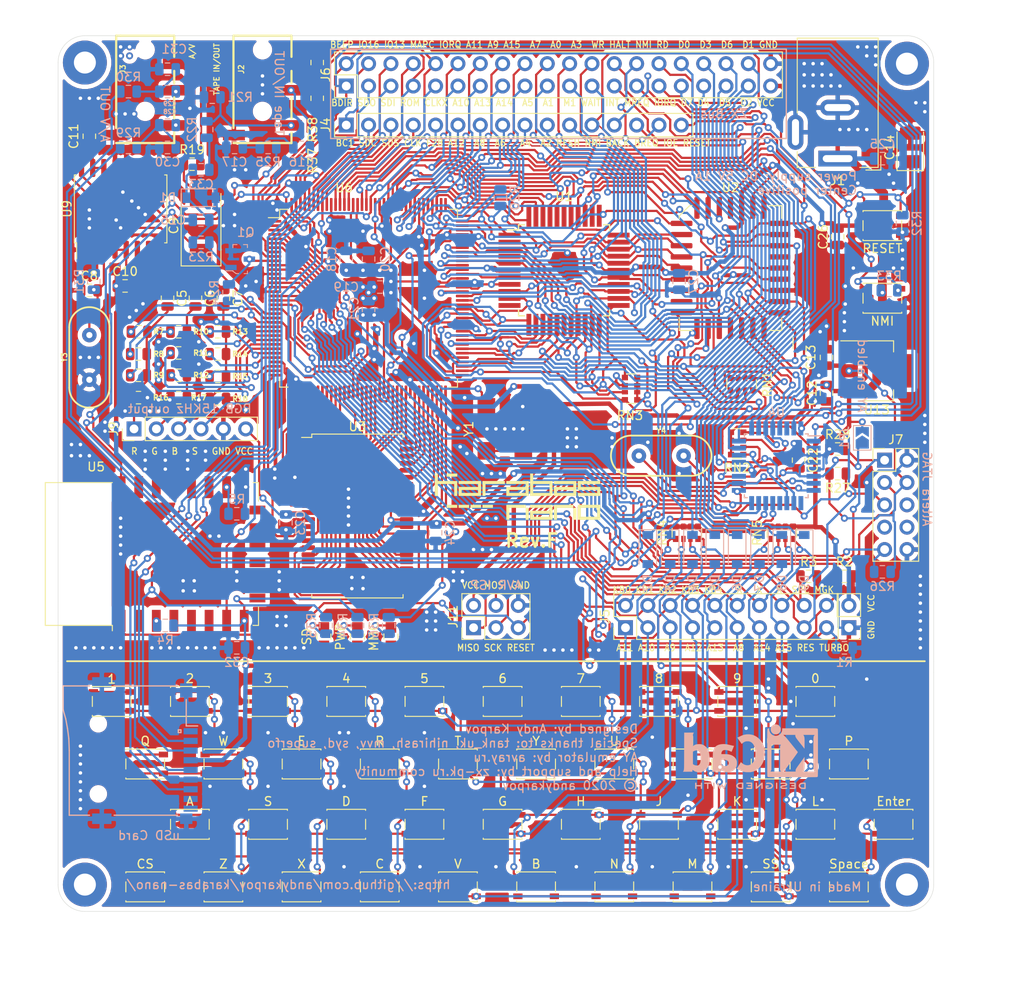
<source format=kicad_pcb>
(kicad_pcb (version 20171130) (host pcbnew 5.1.6-c6e7f7d~86~ubuntu18.04.1)
  (layers (0 F.Cu signal) (31 B.Cu signal) (34 B.Paste user) (35 F.Paste user) (36 B.SilkS user) (37 F.SilkS user) (38 B.Mask user) (39 F.Mask user) (44 Edge.Cuts user))
  (net 0 "")
  (net 1 /A13)
  (net 2 /A12)
  (net 3 /A11)
  (net 4 /A10)
  (net 5 /A9)
  (net 6 /A8)
  (net 7 /A7)
  (net 8 /A6)
  (net 9 /A5)
  (net 10 /A4)
  (net 11 /A3)
  (net 12 /A2)
  (net 13 /A1)
  (net 14 /A0)
  (net 15 GND)
  (net 16 /D1)
  (net 17 /D0)
  (net 18 /D2)
  (net 19 VCC)
  (net 20 /D6)
  (net 21 /D5)
  (net 22 /D3)
  (net 23 /D4)
  (net 24 /CLK_CPU)
  (net 25 /MA15)
  (net 26 /MA17)
  (net 27 /~MWR)
  (net 28 /MA13)
  (net 29 /MA8)
  (net 30 /MA9)
  (net 31 /MA11)
  (net 32 /~MRD)
  (net 33 /MA10)
  (net 34 /MD7)
  (net 35 /MD6)
  (net 36 /MD5)
  (net 37 /MD4)
  (net 38 /MD3)
  (net 39 /MD2)
  (net 40 /MD1)
  (net 41 /MD0)
  (net 42 /MA0)
  (net 43 /MA1)
  (net 44 /MA2)
  (net 45 /MA3)
  (net 46 /MA4)
  (net 47 /MA5)
  (net 48 /MA6)
  (net 49 /MA7)
  (net 50 /MA12)
  (net 51 /MA14)
  (net 52 /MA18)
  (net 53 /A15)
  (net 54 /A14)
  (net 55 /~RFSH)
  (net 56 /~M1)
  (net 57 /~BUSREQ)
  (net 58 /~WAIT)
  (net 59 /~BUSACK)
  (net 60 /~WR)
  (net 61 /~RD)
  (net 62 /~IORQ)
  (net 63 /~MREQ)
  (net 64 /~HALT)
  (net 65 /~NMI)
  (net 66 /~INT)
  (net 67 /ROM_A14)
  (net 68 /ROM_A15)
  (net 69 +3V3)
  (net 70 /CLKX)
  (net 71 /~BUS_ROMCS)
  (net 72 /CLK_BUS)
  (net 73 /~BUS_IORQGE)
  (net 74 /~ROMCS)
  (net 75 /TDO)
  (net 76 /TCK)
  (net 77 /TMS)
  (net 78 /TDI)
  (net 79 "Net-(C5-Pad1)")
  (net 80 "Net-(C6-Pad1)")
  (net 81 "Net-(C7-Pad1)")
  (net 82 /R2)
  (net 83 /R1)
  (net 84 /R0)
  (net 85 /G2)
  (net 86 /G1)
  (net 87 /G0)
  (net 88 /B2)
  (net 89 /B1)
  (net 90 /B0)
  (net 91 "Net-(C8-Pad2)")
  (net 92 "Net-(C9-Pad2)")
  (net 93 "Net-(C9-Pad1)")
  (net 94 /CSYNC)
  (net 95 /CLK28)
  (net 96 ~RESET)
  (net 97 "Net-(C15-Pad2)")
  (net 98 "Net-(C16-Pad2)")
  (net 99 "Net-(C16-Pad1)")
  (net 100 "Net-(Q1-Pad1)")
  (net 101 TAPE_IN)
  (net 102 TAPE_OUT)
  (net 103 /MAGIC)
  (net 104 /TURBO)
  (net 105 /SPECIAL)
  (net 106 /KB7)
  (net 107 /KB6)
  (net 108 /KB5)
  (net 109 /IO16)
  (net 110 /IO13)
  (net 111 /BEEPER)
  (net 112 /MA19)
  (net 113 /MA20)
  (net 114 "Net-(U4-Pad8)")
  (net 115 "Net-(U4-Pad7)")
  (net 116 /AY_BC1)
  (net 117 /AY_OUT_R)
  (net 118 /AY_OUT_L)
  (net 119 /AY_BDIR)
  (net 120 "Net-(C28-Pad2)")
  (net 121 "Net-(C28-Pad1)")
  (net 122 "Net-(C29-Pad2)")
  (net 123 "Net-(C29-Pad1)")
  (net 124 "Net-(J3-Pad2)")
  (net 125 "Net-(J2-Pad4)")
  (net 126 /~SD_CS)
  (net 127 /SD_DI)
  (net 128 /SD_CLK)
  (net 129 /SD_DO)
  (net 130 /RED)
  (net 131 /GREEN)
  (net 132 /BLUE)
  (net 133 "Net-(C33-Pad2)")
  (net 134 "Net-(D10-Pad1)")
  (net 135 "Net-(D11-Pad1)")
  (net 136 "Net-(D12-Pad1)")
  (net 137 /IOE)
  (net 138 /~BTN_NMI)
  (net 139 /MAPCOND)
  (net 140 "Net-(J7-Pad8)")
  (net 141 "Net-(J7-Pad7)")
  (net 142 "Net-(J7-Pad6)")
  (net 143 "Net-(U1-Pad11)")
  (net 144 "Net-(U1-Pad17)")
  (net 145 "Net-(U1-Pad33)")
  (net 146 "Net-(U1-Pad39)")
  (net 147 "Net-(U2-Pad26)")
  (net 148 "Net-(U2-Pad17)")
  (net 149 "Net-(U2-Pad12)")
  (net 150 "Net-(U2-Pad1)")
  (net 151 "Net-(U3-Pad38)")
  (net 152 "Net-(U3-Pad37)")
  (net 153 "Net-(U3-Pad30)")
  (net 154 "Net-(U3-Pad29)")
  (net 155 "Net-(U3-Pad15)")
  (net 156 "Net-(U3-Pad8)")
  (net 157 "Net-(U3-Pad7)")
  (net 158 "Net-(U4-Pad30)")
  (net 159 "Net-(U4-Pad22)")
  (net 160 "Net-(U4-Pad20)")
  (net 161 "Net-(U4-Pad19)")
  (net 162 "Net-(U4-Pad12)")
  (net 163 "Net-(U4-Pad9)")
  (net 164 "Net-(U4-Pad2)")
  (net 165 "Net-(U7-Pad9)")
  (net 166 "Net-(U9-Pad11)")
  (net 167 "Net-(U9-Pad9)")
  (net 168 /D7)
  (net 169 /MA16)
  (net 170 /VCCJP)
  (net 171 /AVR_SCK)
  (net 172 /AVR_MISO)
  (net 173 /AVR_MOSI)
  (net 174 "Net-(R4-Pad1)")
  (net 175 "Net-(R5-Pad2)")
  (net 176 "Net-(U5-Pad20)")
  (net 177 "Net-(U5-Pad19)")
  (net 178 "Net-(U5-Pad18)")
  (net 179 "Net-(U5-Pad17)")
  (net 180 "Net-(U5-Pad14)")
  (net 181 "Net-(U5-Pad13)")
  (net 182 "Net-(U5-Pad12)")
  (net 183 "Net-(U5-Pad11)")
  (net 184 "Net-(U5-Pad10)")
  (net 185 "Net-(U5-Pad9)")
  (net 186 "Net-(U5-Pad6)")
  (net 187 "Net-(U5-Pad5)")
  (net 188 "Net-(U5-Pad4)")
  (net 189 "Net-(U5-Pad2)")
  (net 190 KA11)
  (net 191 KA10)
  (net 192 KA9)
  (net 193 KA12)
  (net 194 KA13)
  (net 195 KA8)
  (net 196 KA14)
  (net 197 KA15)
  (net 198 KB4)
  (net 199 KB3)
  (net 200 KB2)
  (net 201 KB1)
  (net 202 KB0)
  (module Symbol:KiCad-Logo2_6mm_SilkScreen (layer B.Cu) (at 169.164 132.08 180)
    (fp_text reference REF** hide)
    (fp_text value KiCad-Logo2_6mm_SilkScreen hide)
  )
  (module footprints:karabas_nano_logo3 (layer F.Cu) (at 142.748 103.124)
    (fp_text reference G*** hide)
    (fp_text value LOGO hide)
  )
  (module Oscillator:Oscillator_SMD_EuroQuartz_XO91-4Pin_7.0x5.0mm (layer F.Cu) (at 141.224 95.504 90)
    (fp_text reference Y1 (at 0 -4.1 90) (layer F.SilkS))
    (fp_text value 28MHz)
    (pad 4 smd rect (at -2.5 -2.1 90) (size 2 2) (layers F.Cu F.Paste F.Mask) (net 69 +3V3))
    (pad 3 smd rect (at 2.5 -2.1 90) (size 2 2) (layers F.Cu F.Paste F.Mask) (net 95 /CLK28))
    (pad 2 smd rect (at 2.5 2.1 90) (size 2 2) (layers F.Cu F.Paste F.Mask) (net 15 GND))
    (pad 1 smd rect (at -2.5 2.1 90) (size 2 2) (layers F.Cu F.Paste F.Mask) (net 69 +3V3))
  )
  (module footprints:Conn_uSDcard (layer B.Cu) (at 94.996 132.08 90)
    (fp_text reference U7)
    (fp_text value MicroSD)
    (pad 3 smd rect (at 0 10.5 90) (size 0.7 1.6) (layers B.Cu B.Paste B.Mask) (net 127 /SD_DI))
    (pad "" np_thru_hole circle (at -4.93 0 90) (size 1 1) (drill 1) (layers *.Cu))
    (pad "" np_thru_hole circle (at 3.05 0 90) (size 1 1) (drill 1) (layers *.Cu))
    (pad 2 smd rect (at 1.1 10.5 90) (size 0.7 1.6) (layers B.Cu B.Paste B.Mask) (net 126 /~SD_CS))
    (pad 1 smd rect (at 2.2 10.5 90) (size 0.7 1.6) (layers B.Cu B.Paste B.Mask))
    (pad 4 smd rect (at -1.1 10.5 90) (size 0.7 1.6) (layers B.Cu B.Paste B.Mask) (net 69 +3V3))
    (pad 5 smd rect (at -2.2 10.5 90) (size 0.7 1.6) (layers B.Cu B.Paste B.Mask) (net 128 /SD_CLK))
    (pad 6 smd rect (at -3.3 10.5 90) (size 0.7 1.6) (layers B.Cu B.Paste B.Mask) (net 15 GND))
    (pad 8 smd rect (at -5.5 10.5 90) (size 0.7 1.6) (layers B.Cu B.Paste B.Mask))
    (pad 7 smd rect (at -4.4 10.5 90) (size 0.7 1.6) (layers B.Cu B.Paste B.Mask) (net 129 /SD_DO))
    (pad 9 smd rect (at -6.6 10.5 90) (size 0.7 1.6) (layers B.Cu B.Paste B.Mask) (net 165 "Net-(U7-Pad9)"))
    (pad 6 smd rect (at -7.75 10 90) (size 1.2 1.4) (layers B.Cu B.Paste B.Mask) (net 15 GND))
    (pad 6 smd rect (at 6.85 10 90) (size 1.6 1.4) (layers B.Cu B.Paste B.Mask) (net 15 GND))
    (pad 6 smd rect (at -7.75 0.4 90) (size 1.2 2.2) (layers B.Cu B.Paste B.Mask) (net 15 GND))
    (pad 6 smd rect (at 7.75 0.4 90) (size 1.2 2.2) (layers B.Cu B.Paste B.Mask) (net 15 GND))
  )
  (module Button_Switch_SMD:SW_SPST_PTS810 (layer F.Cu) (at 180.34 147.574 180)
    (fp_text reference SW42)
    (fp_text value Space (at 0 2.6) (layer F.SilkS))
    (pad 2 smd rect (at 2.075 1.075 180) (size 1.05 0.65) (layers F.Cu F.Paste F.Mask) (net 202 KB0))
    (pad 2 smd rect (at -2.075 1.075 180) (size 1.05 0.65) (layers F.Cu F.Paste F.Mask) (net 202 KB0))
    (pad 1 smd rect (at 2.075 -1.075 180) (size 1.05 0.65) (layers F.Cu F.Paste F.Mask) (net 197 KA15))
    (pad 1 smd rect (at -2.075 -1.075 180) (size 1.05 0.65) (layers F.Cu F.Paste F.Mask) (net 197 KA15))
  )
  (module Button_Switch_SMD:SW_SPST_PTS810 (layer F.Cu) (at 185.42 140.462 180)
    (fp_text reference SW41)
    (fp_text value Enter (at 0 2.6) (layer F.SilkS))
    (pad 2 smd rect (at 2.075 1.075 180) (size 1.05 0.65) (layers F.Cu F.Paste F.Mask) (net 202 KB0))
    (pad 2 smd rect (at -2.075 1.075 180) (size 1.05 0.65) (layers F.Cu F.Paste F.Mask) (net 202 KB0))
    (pad 1 smd rect (at 2.075 -1.075 180) (size 1.05 0.65) (layers F.Cu F.Paste F.Mask) (net 196 KA14))
    (pad 1 smd rect (at -2.075 -1.075 180) (size 1.05 0.65) (layers F.Cu F.Paste F.Mask) (net 196 KA14))
  )
  (module Button_Switch_SMD:SW_SPST_PTS810 (layer F.Cu) (at 180.34 133.604 180)
    (fp_text reference SW40)
    (fp_text value P (at 0 2.6) (layer F.SilkS))
    (pad 2 smd rect (at 2.075 1.075 180) (size 1.05 0.65) (layers F.Cu F.Paste F.Mask) (net 202 KB0))
    (pad 2 smd rect (at -2.075 1.075 180) (size 1.05 0.65) (layers F.Cu F.Paste F.Mask) (net 202 KB0))
    (pad 1 smd rect (at 2.075 -1.075 180) (size 1.05 0.65) (layers F.Cu F.Paste F.Mask) (net 194 KA13))
    (pad 1 smd rect (at -2.075 -1.075 180) (size 1.05 0.65) (layers F.Cu F.Paste F.Mask) (net 194 KA13))
  )
  (module Button_Switch_SMD:SW_SPST_PTS810 (layer F.Cu) (at 171.45 147.574 180)
    (fp_text reference SW39)
    (fp_text value SS (at 0 2.6) (layer F.SilkS))
    (pad 2 smd rect (at 2.075 1.075 180) (size 1.05 0.65) (layers F.Cu F.Paste F.Mask) (net 201 KB1))
    (pad 2 smd rect (at -2.075 1.075 180) (size 1.05 0.65) (layers F.Cu F.Paste F.Mask) (net 201 KB1))
    (pad 1 smd rect (at 2.075 -1.075 180) (size 1.05 0.65) (layers F.Cu F.Paste F.Mask) (net 197 KA15))
    (pad 1 smd rect (at -2.075 -1.075 180) (size 1.05 0.65) (layers F.Cu F.Paste F.Mask) (net 197 KA15))
  )
  (module Button_Switch_SMD:SW_SPST_PTS810 (layer F.Cu) (at 176.53 140.462 180)
    (fp_text reference SW38)
    (fp_text value L (at 0 2.6) (layer F.SilkS))
    (pad 2 smd rect (at 2.075 1.075 180) (size 1.05 0.65) (layers F.Cu F.Paste F.Mask) (net 201 KB1))
    (pad 2 smd rect (at -2.075 1.075 180) (size 1.05 0.65) (layers F.Cu F.Paste F.Mask) (net 201 KB1))
    (pad 1 smd rect (at 2.075 -1.075 180) (size 1.05 0.65) (layers F.Cu F.Paste F.Mask) (net 196 KA14))
    (pad 1 smd rect (at -2.075 -1.075 180) (size 1.05 0.65) (layers F.Cu F.Paste F.Mask) (net 196 KA14))
  )
  (module Button_Switch_SMD:SW_SPST_PTS810 (layer F.Cu) (at 171.45 133.604 180)
    (fp_text reference SW37)
    (fp_text value O (at 0 2.6) (layer F.SilkS))
    (pad 2 smd rect (at 2.075 1.075 180) (size 1.05 0.65) (layers F.Cu F.Paste F.Mask) (net 201 KB1))
    (pad 2 smd rect (at -2.075 1.075 180) (size 1.05 0.65) (layers F.Cu F.Paste F.Mask) (net 201 KB1))
    (pad 1 smd rect (at 2.075 -1.075 180) (size 1.05 0.65) (layers F.Cu F.Paste F.Mask) (net 194 KA13))
    (pad 1 smd rect (at -2.075 -1.075 180) (size 1.05 0.65) (layers F.Cu F.Paste F.Mask) (net 194 KA13))
  )
  (module Button_Switch_SMD:SW_SPST_PTS810 (layer F.Cu) (at 162.56 147.574 180)
    (fp_text reference SW36)
    (fp_text value M (at 0 2.6) (layer F.SilkS))
    (pad 2 smd rect (at 2.075 1.075 180) (size 1.05 0.65) (layers F.Cu F.Paste F.Mask) (net 200 KB2))
    (pad 2 smd rect (at -2.075 1.075 180) (size 1.05 0.65) (layers F.Cu F.Paste F.Mask) (net 200 KB2))
    (pad 1 smd rect (at 2.075 -1.075 180) (size 1.05 0.65) (layers F.Cu F.Paste F.Mask) (net 197 KA15))
    (pad 1 smd rect (at -2.075 -1.075 180) (size 1.05 0.65) (layers F.Cu F.Paste F.Mask) (net 197 KA15))
  )
  (module Button_Switch_SMD:SW_SPST_PTS810 (layer F.Cu) (at 167.64 140.462 180)
    (fp_text reference SW35)
    (fp_text value K (at 0 2.6) (layer F.SilkS))
    (pad 2 smd rect (at 2.075 1.075 180) (size 1.05 0.65) (layers F.Cu F.Paste F.Mask) (net 200 KB2))
    (pad 2 smd rect (at -2.075 1.075 180) (size 1.05 0.65) (layers F.Cu F.Paste F.Mask) (net 200 KB2))
    (pad 1 smd rect (at 2.075 -1.075 180) (size 1.05 0.65) (layers F.Cu F.Paste F.Mask) (net 196 KA14))
    (pad 1 smd rect (at -2.075 -1.075 180) (size 1.05 0.65) (layers F.Cu F.Paste F.Mask) (net 196 KA14))
  )
  (module Button_Switch_SMD:SW_SPST_PTS810 (layer F.Cu) (at 162.56 133.604 180)
    (fp_text reference SW34)
    (fp_text value I (at 0 2.6) (layer F.SilkS))
    (pad 2 smd rect (at 2.075 1.075 180) (size 1.05 0.65) (layers F.Cu F.Paste F.Mask) (net 200 KB2))
    (pad 2 smd rect (at -2.075 1.075 180) (size 1.05 0.65) (layers F.Cu F.Paste F.Mask) (net 200 KB2))
    (pad 1 smd rect (at 2.075 -1.075 180) (size 1.05 0.65) (layers F.Cu F.Paste F.Mask) (net 194 KA13))
    (pad 1 smd rect (at -2.075 -1.075 180) (size 1.05 0.65) (layers F.Cu F.Paste F.Mask) (net 194 KA13))
  )
  (module Button_Switch_SMD:SW_SPST_PTS810 (layer F.Cu) (at 153.67 147.574 180)
    (fp_text reference SW33)
    (fp_text value N (at 0 2.6) (layer F.SilkS))
    (pad 2 smd rect (at 2.075 1.075 180) (size 1.05 0.65) (layers F.Cu F.Paste F.Mask) (net 199 KB3))
    (pad 2 smd rect (at -2.075 1.075 180) (size 1.05 0.65) (layers F.Cu F.Paste F.Mask) (net 199 KB3))
    (pad 1 smd rect (at 2.075 -1.075 180) (size 1.05 0.65) (layers F.Cu F.Paste F.Mask) (net 197 KA15))
    (pad 1 smd rect (at -2.075 -1.075 180) (size 1.05 0.65) (layers F.Cu F.Paste F.Mask) (net 197 KA15))
  )
  (module Button_Switch_SMD:SW_SPST_PTS810 (layer F.Cu) (at 158.75 140.462 180)
    (fp_text reference SW32)
    (fp_text value J (at 0 2.6) (layer F.SilkS))
    (pad 2 smd rect (at 2.075 1.075 180) (size 1.05 0.65) (layers F.Cu F.Paste F.Mask) (net 199 KB3))
    (pad 2 smd rect (at -2.075 1.075 180) (size 1.05 0.65) (layers F.Cu F.Paste F.Mask) (net 199 KB3))
    (pad 1 smd rect (at 2.075 -1.075 180) (size 1.05 0.65) (layers F.Cu F.Paste F.Mask) (net 196 KA14))
    (pad 1 smd rect (at -2.075 -1.075 180) (size 1.05 0.65) (layers F.Cu F.Paste F.Mask) (net 196 KA14))
  )
  (module Button_Switch_SMD:SW_SPST_PTS810 (layer F.Cu) (at 153.67 133.604 180)
    (fp_text reference SW31)
    (fp_text value U (at 0 2.6) (layer F.SilkS))
    (pad 2 smd rect (at 2.075 1.075 180) (size 1.05 0.65) (layers F.Cu F.Paste F.Mask) (net 199 KB3))
    (pad 2 smd rect (at -2.075 1.075 180) (size 1.05 0.65) (layers F.Cu F.Paste F.Mask) (net 199 KB3))
    (pad 1 smd rect (at 2.075 -1.075 180) (size 1.05 0.65) (layers F.Cu F.Paste F.Mask) (net 194 KA13))
    (pad 1 smd rect (at -2.075 -1.075 180) (size 1.05 0.65) (layers F.Cu F.Paste F.Mask) (net 194 KA13))
  )
  (module Button_Switch_SMD:SW_SPST_PTS810 (layer F.Cu) (at 144.78 147.574 180)
    (fp_text reference SW30)
    (fp_text value B (at 0 2.6) (layer F.SilkS))
    (pad 2 smd rect (at 2.075 1.075 180) (size 1.05 0.65) (layers F.Cu F.Paste F.Mask) (net 198 KB4))
    (pad 2 smd rect (at -2.075 1.075 180) (size 1.05 0.65) (layers F.Cu F.Paste F.Mask) (net 198 KB4))
    (pad 1 smd rect (at 2.075 -1.075 180) (size 1.05 0.65) (layers F.Cu F.Paste F.Mask) (net 197 KA15))
    (pad 1 smd rect (at -2.075 -1.075 180) (size 1.05 0.65) (layers F.Cu F.Paste F.Mask) (net 197 KA15))
  )
  (module Button_Switch_SMD:SW_SPST_PTS810 (layer F.Cu) (at 149.86 140.462 180)
    (fp_text reference SW29)
    (fp_text value H (at 0 2.6) (layer F.SilkS))
    (pad 2 smd rect (at 2.075 1.075 180) (size 1.05 0.65) (layers F.Cu F.Paste F.Mask) (net 198 KB4))
    (pad 2 smd rect (at -2.075 1.075 180) (size 1.05 0.65) (layers F.Cu F.Paste F.Mask) (net 198 KB4))
    (pad 1 smd rect (at 2.075 -1.075 180) (size 1.05 0.65) (layers F.Cu F.Paste F.Mask) (net 196 KA14))
    (pad 1 smd rect (at -2.075 -1.075 180) (size 1.05 0.65) (layers F.Cu F.Paste F.Mask) (net 196 KA14))
  )
  (module Button_Switch_SMD:SW_SPST_PTS810 (layer F.Cu) (at 144.78 133.604 180)
    (fp_text reference SW28)
    (fp_text value Y (at 0 2.6) (layer F.SilkS))
    (pad 2 smd rect (at 2.075 1.075 180) (size 1.05 0.65) (layers F.Cu F.Paste F.Mask) (net 198 KB4))
    (pad 2 smd rect (at -2.075 1.075 180) (size 1.05 0.65) (layers F.Cu F.Paste F.Mask) (net 198 KB4))
    (pad 1 smd rect (at 2.075 -1.075 180) (size 1.05 0.65) (layers F.Cu F.Paste F.Mask) (net 194 KA13))
    (pad 1 smd rect (at -2.075 -1.075 180) (size 1.05 0.65) (layers F.Cu F.Paste F.Mask) (net 194 KA13))
  )
  (module Button_Switch_SMD:SW_SPST_PTS810 (layer F.Cu) (at 135.89 147.574 180)
    (fp_text reference SW27)
    (fp_text value V (at 0 2.6) (layer F.SilkS))
    (pad 2 smd rect (at 2.075 1.075 180) (size 1.05 0.65) (layers F.Cu F.Paste F.Mask) (net 198 KB4))
    (pad 2 smd rect (at -2.075 1.075 180) (size 1.05 0.65) (layers F.Cu F.Paste F.Mask) (net 198 KB4))
    (pad 1 smd rect (at 2.075 -1.075 180) (size 1.05 0.65) (layers F.Cu F.Paste F.Mask) (net 195 KA8))
    (pad 1 smd rect (at -2.075 -1.075 180) (size 1.05 0.65) (layers F.Cu F.Paste F.Mask) (net 195 KA8))
  )
  (module Button_Switch_SMD:SW_SPST_PTS810 (layer F.Cu) (at 140.97 140.462 180)
    (fp_text reference SW26)
    (fp_text value G (at 0 2.6) (layer F.SilkS))
    (pad 2 smd rect (at 2.075 1.075 180) (size 1.05 0.65) (layers F.Cu F.Paste F.Mask) (net 198 KB4))
    (pad 2 smd rect (at -2.075 1.075 180) (size 1.05 0.65) (layers F.Cu F.Paste F.Mask) (net 198 KB4))
    (pad 1 smd rect (at 2.075 -1.075 180) (size 1.05 0.65) (layers F.Cu F.Paste F.Mask) (net 192 KA9))
    (pad 1 smd rect (at -2.075 -1.075 180) (size 1.05 0.65) (layers F.Cu F.Paste F.Mask) (net 192 KA9))
  )
  (module Button_Switch_SMD:SW_SPST_PTS810 (layer F.Cu) (at 135.89 133.604 180)
    (fp_text reference SW25)
    (fp_text value T (at 0 2.6) (layer F.SilkS))
    (pad 2 smd rect (at 2.075 1.075 180) (size 1.05 0.65) (layers F.Cu F.Paste F.Mask) (net 198 KB4))
    (pad 2 smd rect (at -2.075 1.075 180) (size 1.05 0.65) (layers F.Cu F.Paste F.Mask) (net 198 KB4))
    (pad 1 smd rect (at 2.075 -1.075 180) (size 1.05 0.65) (layers F.Cu F.Paste F.Mask) (net 191 KA10))
    (pad 1 smd rect (at -2.075 -1.075 180) (size 1.05 0.65) (layers F.Cu F.Paste F.Mask) (net 191 KA10))
  )
  (module Button_Switch_SMD:SW_SPST_PTS810 (layer F.Cu) (at 127 147.574 180)
    (fp_text reference SW24)
    (fp_text value C (at 0 2.6) (layer F.SilkS))
    (pad 2 smd rect (at 2.075 1.075 180) (size 1.05 0.65) (layers F.Cu F.Paste F.Mask) (net 199 KB3))
    (pad 2 smd rect (at -2.075 1.075 180) (size 1.05 0.65) (layers F.Cu F.Paste F.Mask) (net 199 KB3))
    (pad 1 smd rect (at 2.075 -1.075 180) (size 1.05 0.65) (layers F.Cu F.Paste F.Mask) (net 195 KA8))
    (pad 1 smd rect (at -2.075 -1.075 180) (size 1.05 0.65) (layers F.Cu F.Paste F.Mask) (net 195 KA8))
  )
  (module Button_Switch_SMD:SW_SPST_PTS810 (layer F.Cu) (at 132.08 140.462 180)
    (fp_text reference SW23)
    (fp_text value F (at 0 2.6) (layer F.SilkS))
    (pad 2 smd rect (at 2.075 1.075 180) (size 1.05 0.65) (layers F.Cu F.Paste F.Mask) (net 199 KB3))
    (pad 2 smd rect (at -2.075 1.075 180) (size 1.05 0.65) (layers F.Cu F.Paste F.Mask) (net 199 KB3))
    (pad 1 smd rect (at 2.075 -1.075 180) (size 1.05 0.65) (layers F.Cu F.Paste F.Mask) (net 192 KA9))
    (pad 1 smd rect (at -2.075 -1.075 180) (size 1.05 0.65) (layers F.Cu F.Paste F.Mask) (net 192 KA9))
  )
  (module Button_Switch_SMD:SW_SPST_PTS810 (layer F.Cu) (at 127 133.604 180)
    (fp_text reference SW22)
    (fp_text value R (at 0 2.6) (layer F.SilkS))
    (pad 2 smd rect (at 2.075 1.075 180) (size 1.05 0.65) (layers F.Cu F.Paste F.Mask) (net 199 KB3))
    (pad 2 smd rect (at -2.075 1.075 180) (size 1.05 0.65) (layers F.Cu F.Paste F.Mask) (net 199 KB3))
    (pad 1 smd rect (at 2.075 -1.075 180) (size 1.05 0.65) (layers F.Cu F.Paste F.Mask) (net 191 KA10))
    (pad 1 smd rect (at -2.075 -1.075 180) (size 1.05 0.65) (layers F.Cu F.Paste F.Mask) (net 191 KA10))
  )
  (module Button_Switch_SMD:SW_SPST_PTS810 (layer F.Cu) (at 118.11 147.574 180)
    (fp_text reference SW21)
    (fp_text value X (at 0 2.6) (layer F.SilkS))
    (pad 2 smd rect (at 2.075 1.075 180) (size 1.05 0.65) (layers F.Cu F.Paste F.Mask) (net 200 KB2))
    (pad 2 smd rect (at -2.075 1.075 180) (size 1.05 0.65) (layers F.Cu F.Paste F.Mask) (net 200 KB2))
    (pad 1 smd rect (at 2.075 -1.075 180) (size 1.05 0.65) (layers F.Cu F.Paste F.Mask) (net 195 KA8))
    (pad 1 smd rect (at -2.075 -1.075 180) (size 1.05 0.65) (layers F.Cu F.Paste F.Mask) (net 195 KA8))
  )
  (module Button_Switch_SMD:SW_SPST_PTS810 (layer F.Cu) (at 123.19 140.462 180)
    (fp_text reference SW20)
    (fp_text value D (at 0 2.6) (layer F.SilkS))
    (pad 2 smd rect (at 2.075 1.075 180) (size 1.05 0.65) (layers F.Cu F.Paste F.Mask) (net 200 KB2))
    (pad 2 smd rect (at -2.075 1.075 180) (size 1.05 0.65) (layers F.Cu F.Paste F.Mask) (net 200 KB2))
    (pad 1 smd rect (at 2.075 -1.075 180) (size 1.05 0.65) (layers F.Cu F.Paste F.Mask) (net 192 KA9))
    (pad 1 smd rect (at -2.075 -1.075 180) (size 1.05 0.65) (layers F.Cu F.Paste F.Mask) (net 192 KA9))
  )
  (module Button_Switch_SMD:SW_SPST_PTS810 (layer F.Cu) (at 118.11 133.604 180)
    (fp_text reference SW19)
    (fp_text value E (at 0 2.6) (layer F.SilkS))
    (pad 2 smd rect (at 2.075 1.075 180) (size 1.05 0.65) (layers F.Cu F.Paste F.Mask) (net 200 KB2))
    (pad 2 smd rect (at -2.075 1.075 180) (size 1.05 0.65) (layers F.Cu F.Paste F.Mask) (net 200 KB2))
    (pad 1 smd rect (at 2.075 -1.075 180) (size 1.05 0.65) (layers F.Cu F.Paste F.Mask) (net 191 KA10))
    (pad 1 smd rect (at -2.075 -1.075 180) (size 1.05 0.65) (layers F.Cu F.Paste F.Mask) (net 191 KA10))
  )
  (module Button_Switch_SMD:SW_SPST_PTS810 (layer F.Cu) (at 109.22 147.574 180)
    (fp_text reference SW18)
    (fp_text value Z (at 0 2.6) (layer F.SilkS))
    (pad 2 smd rect (at 2.075 1.075 180) (size 1.05 0.65) (layers F.Cu F.Paste F.Mask) (net 201 KB1))
    (pad 2 smd rect (at -2.075 1.075 180) (size 1.05 0.65) (layers F.Cu F.Paste F.Mask) (net 201 KB1))
    (pad 1 smd rect (at 2.075 -1.075 180) (size 1.05 0.65) (layers F.Cu F.Paste F.Mask) (net 195 KA8))
    (pad 1 smd rect (at -2.075 -1.075 180) (size 1.05 0.65) (layers F.Cu F.Paste F.Mask) (net 195 KA8))
  )
  (module Button_Switch_SMD:SW_SPST_PTS810 (layer F.Cu) (at 114.3 140.462 180)
    (fp_text reference SW17)
    (fp_text value S (at 0 2.6) (layer F.SilkS))
    (pad 2 smd rect (at 2.075 1.075 180) (size 1.05 0.65) (layers F.Cu F.Paste F.Mask) (net 201 KB1))
    (pad 2 smd rect (at -2.075 1.075 180) (size 1.05 0.65) (layers F.Cu F.Paste F.Mask) (net 201 KB1))
    (pad 1 smd rect (at 2.075 -1.075 180) (size 1.05 0.65) (layers F.Cu F.Paste F.Mask) (net 192 KA9))
    (pad 1 smd rect (at -2.075 -1.075 180) (size 1.05 0.65) (layers F.Cu F.Paste F.Mask) (net 192 KA9))
  )
  (module Button_Switch_SMD:SW_SPST_PTS810 (layer F.Cu) (at 109.22 133.604 180)
    (fp_text reference SW16)
    (fp_text value W (at 0 2.6) (layer F.SilkS))
    (pad 2 smd rect (at 2.075 1.075 180) (size 1.05 0.65) (layers F.Cu F.Paste F.Mask) (net 201 KB1))
    (pad 2 smd rect (at -2.075 1.075 180) (size 1.05 0.65) (layers F.Cu F.Paste F.Mask) (net 201 KB1))
    (pad 1 smd rect (at 2.075 -1.075 180) (size 1.05 0.65) (layers F.Cu F.Paste F.Mask) (net 191 KA10))
    (pad 1 smd rect (at -2.075 -1.075 180) (size 1.05 0.65) (layers F.Cu F.Paste F.Mask) (net 191 KA10))
  )
  (module Button_Switch_SMD:SW_SPST_PTS810 (layer F.Cu) (at 100.33 147.574 180)
    (fp_text reference SW15)
    (fp_text value CS (at 0 2.6) (layer F.SilkS))
    (pad 2 smd rect (at 2.075 1.075 180) (size 1.05 0.65) (layers F.Cu F.Paste F.Mask) (net 202 KB0))
    (pad 2 smd rect (at -2.075 1.075 180) (size 1.05 0.65) (layers F.Cu F.Paste F.Mask) (net 202 KB0))
    (pad 1 smd rect (at 2.075 -1.075 180) (size 1.05 0.65) (layers F.Cu F.Paste F.Mask) (net 195 KA8))
    (pad 1 smd rect (at -2.075 -1.075 180) (size 1.05 0.65) (layers F.Cu F.Paste F.Mask) (net 195 KA8))
  )
  (module Button_Switch_SMD:SW_SPST_PTS810 (layer F.Cu) (at 105.41 140.462 180)
    (fp_text reference SW14)
    (fp_text value A (at 0 2.6) (layer F.SilkS))
    (pad 2 smd rect (at 2.075 1.075 180) (size 1.05 0.65) (layers F.Cu F.Paste F.Mask) (net 202 KB0))
    (pad 2 smd rect (at -2.075 1.075 180) (size 1.05 0.65) (layers F.Cu F.Paste F.Mask) (net 202 KB0))
    (pad 1 smd rect (at 2.075 -1.075 180) (size 1.05 0.65) (layers F.Cu F.Paste F.Mask) (net 192 KA9))
    (pad 1 smd rect (at -2.075 -1.075 180) (size 1.05 0.65) (layers F.Cu F.Paste F.Mask) (net 192 KA9))
  )
  (module Button_Switch_SMD:SW_SPST_PTS810 (layer F.Cu) (at 100.33 133.604 180)
    (fp_text reference SW13)
    (fp_text value Q (at 0 2.6) (layer F.SilkS))
    (pad 2 smd rect (at 2.075 1.075 180) (size 1.05 0.65) (layers F.Cu F.Paste F.Mask) (net 202 KB0))
    (pad 2 smd rect (at -2.075 1.075 180) (size 1.05 0.65) (layers F.Cu F.Paste F.Mask) (net 202 KB0))
    (pad 1 smd rect (at 2.075 -1.075 180) (size 1.05 0.65) (layers F.Cu F.Paste F.Mask) (net 191 KA10))
    (pad 1 smd rect (at -2.075 -1.075 180) (size 1.05 0.65) (layers F.Cu F.Paste F.Mask) (net 191 KA10))
  )
  (module Button_Switch_SMD:SW_SPST_PTS810 (layer F.Cu) (at 176.53 126.492 180)
    (fp_text reference SW12)
    (fp_text value 0 (at 0 2.6) (layer F.SilkS))
    (pad 2 smd rect (at 2.075 1.075 180) (size 1.05 0.65) (layers F.Cu F.Paste F.Mask) (net 202 KB0))
    (pad 2 smd rect (at -2.075 1.075 180) (size 1.05 0.65) (layers F.Cu F.Paste F.Mask) (net 202 KB0))
    (pad 1 smd rect (at 2.075 -1.075 180) (size 1.05 0.65) (layers F.Cu F.Paste F.Mask) (net 193 KA12))
    (pad 1 smd rect (at -2.075 -1.075 180) (size 1.05 0.65) (layers F.Cu F.Paste F.Mask) (net 193 KA12))
  )
  (module Button_Switch_SMD:SW_SPST_PTS810 (layer F.Cu) (at 167.64 126.492 180)
    (fp_text reference SW11)
    (fp_text value 9 (at 0 2.6) (layer F.SilkS))
    (pad 2 smd rect (at 2.075 1.075 180) (size 1.05 0.65) (layers F.Cu F.Paste F.Mask) (net 201 KB1))
    (pad 2 smd rect (at -2.075 1.075 180) (size 1.05 0.65) (layers F.Cu F.Paste F.Mask) (net 201 KB1))
    (pad 1 smd rect (at 2.075 -1.075 180) (size 1.05 0.65) (layers F.Cu F.Paste F.Mask) (net 193 KA12))
    (pad 1 smd rect (at -2.075 -1.075 180) (size 1.05 0.65) (layers F.Cu F.Paste F.Mask) (net 193 KA12))
  )
  (module Button_Switch_SMD:SW_SPST_PTS810 (layer F.Cu) (at 158.75 126.492 180)
    (fp_text reference SW10)
    (fp_text value 8 (at 0 2.6) (layer F.SilkS))
    (pad 2 smd rect (at 2.075 1.075 180) (size 1.05 0.65) (layers F.Cu F.Paste F.Mask) (net 200 KB2))
    (pad 2 smd rect (at -2.075 1.075 180) (size 1.05 0.65) (layers F.Cu F.Paste F.Mask) (net 200 KB2))
    (pad 1 smd rect (at 2.075 -1.075 180) (size 1.05 0.65) (layers F.Cu F.Paste F.Mask) (net 193 KA12))
    (pad 1 smd rect (at -2.075 -1.075 180) (size 1.05 0.65) (layers F.Cu F.Paste F.Mask) (net 193 KA12))
  )
  (module Button_Switch_SMD:SW_SPST_PTS810 (layer F.Cu) (at 149.86 126.492 180)
    (fp_text reference SW9)
    (fp_text value 7 (at 0 2.6) (layer F.SilkS))
    (pad 2 smd rect (at 2.075 1.075 180) (size 1.05 0.65) (layers F.Cu F.Paste F.Mask) (net 199 KB3))
    (pad 2 smd rect (at -2.075 1.075 180) (size 1.05 0.65) (layers F.Cu F.Paste F.Mask) (net 199 KB3))
    (pad 1 smd rect (at 2.075 -1.075 180) (size 1.05 0.65) (layers F.Cu F.Paste F.Mask) (net 193 KA12))
    (pad 1 smd rect (at -2.075 -1.075 180) (size 1.05 0.65) (layers F.Cu F.Paste F.Mask) (net 193 KA12))
  )
  (module Button_Switch_SMD:SW_SPST_PTS810 (layer F.Cu) (at 140.97 126.492 180)
    (fp_text reference SW8)
    (fp_text value 6 (at 0 2.6) (layer F.SilkS))
    (pad 2 smd rect (at 2.075 1.075 180) (size 1.05 0.65) (layers F.Cu F.Paste F.Mask) (net 198 KB4))
    (pad 2 smd rect (at -2.075 1.075 180) (size 1.05 0.65) (layers F.Cu F.Paste F.Mask) (net 198 KB4))
    (pad 1 smd rect (at 2.075 -1.075 180) (size 1.05 0.65) (layers F.Cu F.Paste F.Mask) (net 193 KA12))
    (pad 1 smd rect (at -2.075 -1.075 180) (size 1.05 0.65) (layers F.Cu F.Paste F.Mask) (net 193 KA12))
  )
  (module Button_Switch_SMD:SW_SPST_PTS810 (layer F.Cu) (at 132.08 126.492 180)
    (fp_text reference SW7)
    (fp_text value 5 (at 0 2.6) (layer F.SilkS))
    (pad 2 smd rect (at 2.075 1.075 180) (size 1.05 0.65) (layers F.Cu F.Paste F.Mask) (net 198 KB4))
    (pad 2 smd rect (at -2.075 1.075 180) (size 1.05 0.65) (layers F.Cu F.Paste F.Mask) (net 198 KB4))
    (pad 1 smd rect (at 2.075 -1.075 180) (size 1.05 0.65) (layers F.Cu F.Paste F.Mask) (net 190 KA11))
    (pad 1 smd rect (at -2.075 -1.075 180) (size 1.05 0.65) (layers F.Cu F.Paste F.Mask) (net 190 KA11))
  )
  (module Button_Switch_SMD:SW_SPST_PTS810 (layer F.Cu) (at 123.19 126.492 180)
    (fp_text reference SW6)
    (fp_text value 4 (at 0 2.6) (layer F.SilkS))
    (pad 2 smd rect (at 2.075 1.075 180) (size 1.05 0.65) (layers F.Cu F.Paste F.Mask) (net 199 KB3))
    (pad 2 smd rect (at -2.075 1.075 180) (size 1.05 0.65) (layers F.Cu F.Paste F.Mask) (net 199 KB3))
    (pad 1 smd rect (at 2.075 -1.075 180) (size 1.05 0.65) (layers F.Cu F.Paste F.Mask) (net 190 KA11))
    (pad 1 smd rect (at -2.075 -1.075 180) (size 1.05 0.65) (layers F.Cu F.Paste F.Mask) (net 190 KA11))
  )
  (module Button_Switch_SMD:SW_SPST_PTS810 (layer F.Cu) (at 114.3 126.492 180)
    (fp_text reference SW5)
    (fp_text value 3 (at 0 2.6) (layer F.SilkS))
    (pad 2 smd rect (at 2.075 1.075 180) (size 1.05 0.65) (layers F.Cu F.Paste F.Mask) (net 200 KB2))
    (pad 2 smd rect (at -2.075 1.075 180) (size 1.05 0.65) (layers F.Cu F.Paste F.Mask) (net 200 KB2))
    (pad 1 smd rect (at 2.075 -1.075 180) (size 1.05 0.65) (layers F.Cu F.Paste F.Mask) (net 190 KA11))
    (pad 1 smd rect (at -2.075 -1.075 180) (size 1.05 0.65) (layers F.Cu F.Paste F.Mask) (net 190 KA11))
  )
  (module Button_Switch_SMD:SW_SPST_PTS810 (layer F.Cu) (at 105.41 126.492 180)
    (fp_text reference SW4)
    (fp_text value 2 (at 0 2.6) (layer F.SilkS))
    (pad 2 smd rect (at 2.075 1.075 180) (size 1.05 0.65) (layers F.Cu F.Paste F.Mask) (net 201 KB1))
    (pad 2 smd rect (at -2.075 1.075 180) (size 1.05 0.65) (layers F.Cu F.Paste F.Mask) (net 201 KB1))
    (pad 1 smd rect (at 2.075 -1.075 180) (size 1.05 0.65) (layers F.Cu F.Paste F.Mask) (net 190 KA11))
    (pad 1 smd rect (at -2.075 -1.075 180) (size 1.05 0.65) (layers F.Cu F.Paste F.Mask) (net 190 KA11))
  )
  (module Button_Switch_SMD:SW_SPST_PTS810 (layer F.Cu) (at 184.15 80.645)
    (fp_text reference SW2)
    (fp_text value NMI (at 0 2.6) (layer F.SilkS))
    (pad 2 smd rect (at 2.075 1.075) (size 1.05 0.65) (layers F.Cu F.Paste F.Mask) (net 15 GND))
    (pad 2 smd rect (at -2.075 1.075) (size 1.05 0.65) (layers F.Cu F.Paste F.Mask) (net 15 GND))
    (pad 1 smd rect (at 2.075 -1.075) (size 1.05 0.65) (layers F.Cu F.Paste F.Mask) (net 138 /~BTN_NMI))
    (pad 1 smd rect (at -2.075 -1.075) (size 1.05 0.65) (layers F.Cu F.Paste F.Mask) (net 138 /~BTN_NMI))
  )
  (module Button_Switch_SMD:SW_SPST_PTS810 (layer F.Cu) (at 184.15 72.39)
    (fp_text reference SW1)
    (fp_text value RESET (at 0 2.6) (layer F.SilkS))
    (pad 2 smd rect (at 2.075 1.075) (size 1.05 0.65) (layers F.Cu F.Paste F.Mask) (net 15 GND))
    (pad 2 smd rect (at -2.075 1.075) (size 1.05 0.65) (layers F.Cu F.Paste F.Mask) (net 15 GND))
    (pad 1 smd rect (at 2.075 -1.075) (size 1.05 0.65) (layers F.Cu F.Paste F.Mask) (net 96 ~RESET))
    (pad 1 smd rect (at -2.075 -1.075) (size 1.05 0.65) (layers F.Cu F.Paste F.Mask) (net 96 ~RESET))
  )
  (module Button_Switch_SMD:SW_SPST_PTS810 (layer F.Cu) (at 96.52 126.492 180)
    (fp_text reference SW3 hide)
    (fp_text value 1 (at 0 2.54 180) (layer F.SilkS))
    (pad 2 smd rect (at 2.075 1.075 180) (size 1.05 0.65) (layers F.Cu F.Paste F.Mask) (net 202 KB0))
    (pad 2 smd rect (at -2.075 1.075 180) (size 1.05 0.65) (layers F.Cu F.Paste F.Mask) (net 202 KB0))
    (pad 1 smd rect (at 2.075 -1.075 180) (size 1.05 0.65) (layers F.Cu F.Paste F.Mask) (net 190 KA11))
    (pad 1 smd rect (at -2.075 -1.075 180) (size 1.05 0.65) (layers F.Cu F.Paste F.Mask) (net 190 KA11))
  )
  (module footprints:PLCC-32_11.4x14.0mm_P1.27mm-bigpads (layer F.Cu) (at 166.878 77.216)
    (fp_text reference U2 (at 0 -9.144) (layer F.SilkS))
    (fp_text value 27C512)
    (pad 1 smd roundrect (at 0 -6.8375) (size 0.6 2.475) (layers F.Cu F.Paste F.Mask) (net 150 "Net-(U2-Pad1)"))
    (pad 2 smd roundrect (at -1.27 -6.8375) (size 0.6 2.475) (layers F.Cu F.Paste F.Mask) (net 68 /ROM_A15))
    (pad 3 smd roundrect (at -2.54 -6.8375) (size 0.6 2.475) (layers F.Cu F.Paste F.Mask) (net 2 /A12))
    (pad 4 smd roundrect (at -3.81 -6.8375) (size 0.6 2.475) (layers F.Cu F.Paste F.Mask) (net 7 /A7))
    (pad 5 smd roundrect (at -5.5625 -5.08) (size 2.475 0.6) (layers F.Cu F.Paste F.Mask) (net 8 /A6))
    (pad 6 smd roundrect (at -5.5625 -3.81) (size 2.475 0.6) (layers F.Cu F.Paste F.Mask) (net 9 /A5))
    (pad 7 smd roundrect (at -5.5625 -2.54) (size 2.475 0.6) (layers F.Cu F.Paste F.Mask) (net 10 /A4))
    (pad 8 smd roundrect (at -5.5625 -1.27) (size 2.475 0.6) (layers F.Cu F.Paste F.Mask) (net 11 /A3))
    (pad 9 smd roundrect (at -5.5625 0) (size 2.475 0.6) (layers F.Cu F.Paste F.Mask) (net 12 /A2))
    (pad 10 smd roundrect (at -5.5625 1.27) (size 2.475 0.6) (layers F.Cu F.Paste F.Mask) (net 13 /A1))
    (pad 11 smd roundrect (at -5.5625 2.54) (size 2.475 0.6) (layers F.Cu F.Paste F.Mask) (net 14 /A0))
    (pad 12 smd roundrect (at -5.5625 3.81) (size 2.475 0.6) (layers F.Cu F.Paste F.Mask) (net 149 "Net-(U2-Pad12)"))
    (pad 13 smd roundrect (at -5.5625 5.08) (size 2.475 0.6) (layers F.Cu F.Paste F.Mask) (net 17 /D0))
    (pad 14 smd roundrect (at -3.81 6.8375) (size 0.6 2.475) (layers F.Cu F.Paste F.Mask) (net 16 /D1))
    (pad 15 smd roundrect (at -2.54 6.8375) (size 0.6 2.475) (layers F.Cu F.Paste F.Mask) (net 18 /D2))
    (pad 16 smd roundrect (at -1.27 6.8375) (size 0.6 2.475) (layers F.Cu F.Paste F.Mask) (net 15 GND))
    (pad 17 smd roundrect (at 0 6.8375) (size 0.6 2.475) (layers F.Cu F.Paste F.Mask) (net 148 "Net-(U2-Pad17)"))
    (pad 18 smd roundrect (at 1.27 6.8375) (size 0.6 2.475) (layers F.Cu F.Paste F.Mask) (net 22 /D3))
    (pad 19 smd roundrect (at 2.54 6.8375) (size 0.6 2.475) (layers F.Cu F.Paste F.Mask) (net 23 /D4))
    (pad 20 smd roundrect (at 3.81 6.8375) (size 0.6 2.475) (layers F.Cu F.Paste F.Mask) (net 21 /D5))
    (pad 21 smd roundrect (at 5.5625 5.08) (size 2.475 0.6) (layers F.Cu F.Paste F.Mask) (net 20 /D6))
    (pad 22 smd roundrect (at 5.5625 3.81) (size 2.475 0.6) (layers F.Cu F.Paste F.Mask) (net 168 /D7))
    (pad 23 smd roundrect (at 5.5625 2.54) (size 2.475 0.6) (layers F.Cu F.Paste F.Mask) (net 15 GND))
    (pad 24 smd roundrect (at 5.5625 1.27) (size 2.475 0.6) (layers F.Cu F.Paste F.Mask) (net 4 /A10))
    (pad 25 smd roundrect (at 5.5625 0) (size 2.475 0.6) (layers F.Cu F.Paste F.Mask) (net 74 /~ROMCS))
    (pad 26 smd roundrect (at 5.5625 -1.27) (size 2.475 0.6) (layers F.Cu F.Paste F.Mask) (net 147 "Net-(U2-Pad26)"))
    (pad 27 smd roundrect (at 5.5625 -2.54) (size 2.475 0.6) (layers F.Cu F.Paste F.Mask) (net 3 /A11))
    (pad 28 smd roundrect (at 5.5625 -3.81) (size 2.475 0.6) (layers F.Cu F.Paste F.Mask) (net 5 /A9))
    (pad 29 smd roundrect (at 5.5625 -5.08) (size 2.475 0.6) (layers F.Cu F.Paste F.Mask) (net 6 /A8))
    (pad 30 smd roundrect (at 3.81 -6.8375) (size 0.6 2.475) (layers F.Cu F.Paste F.Mask) (net 1 /A13))
    (pad 31 smd roundrect (at 2.54 -6.8375) (size 0.6 2.475) (layers F.Cu F.Paste F.Mask) (net 67 /ROM_A14))
    (pad 32 smd roundrect (at 1.27 -6.8375) (size 0.6 2.475) (layers F.Cu F.Paste F.Mask) (net 19 VCC))
  )
  (module footprints:TQFP-44_14x14mm_P0.8mm (layer F.Cu) (at 147.955 77.47)
    (fp_text reference U1 (at 0 -8.382) (layer F.SilkS))
    (fp_text value Z80)
    (pad 44 smd rect (at -4 -6.2 90) (size 2.5 0.55) (layers F.Cu F.Paste F.Mask) (net 53 /A15))
    (pad 43 smd rect (at -3.2 -6.2 90) (size 2.5 0.55) (layers F.Cu F.Paste F.Mask) (net 54 /A14))
    (pad 42 smd rect (at -2.4 -6.2 90) (size 2.5 0.55) (layers F.Cu F.Paste F.Mask) (net 1 /A13))
    (pad 41 smd rect (at -1.6 -6.2 90) (size 2.5 0.55) (layers F.Cu F.Paste F.Mask) (net 2 /A12))
    (pad 40 smd rect (at -0.8 -6.2 90) (size 2.5 0.55) (layers F.Cu F.Paste F.Mask) (net 3 /A11))
    (pad 39 smd rect (at 0 -6.2 90) (size 2.5 0.55) (layers F.Cu F.Paste F.Mask) (net 146 "Net-(U1-Pad39)"))
    (pad 38 smd rect (at 0.8 -6.2 90) (size 2.5 0.55) (layers F.Cu F.Paste F.Mask) (net 4 /A10))
    (pad 37 smd rect (at 1.6 -6.2 90) (size 2.5 0.55) (layers F.Cu F.Paste F.Mask) (net 5 /A9))
    (pad 36 smd rect (at 2.4 -6.2 90) (size 2.5 0.55) (layers F.Cu F.Paste F.Mask) (net 6 /A8))
    (pad 35 smd rect (at 3.2 -6.2 90) (size 2.5 0.55) (layers F.Cu F.Paste F.Mask) (net 7 /A7))
    (pad 34 smd rect (at 4 -6.2 90) (size 2.5 0.55) (layers F.Cu F.Paste F.Mask) (net 8 /A6))
    (pad 33 smd rect (at 6.2 -4) (size 2.5 0.55) (layers F.Cu F.Paste F.Mask) (net 145 "Net-(U1-Pad33)"))
    (pad 32 smd rect (at 6.2 -3.2) (size 2.5 0.55) (layers F.Cu F.Paste F.Mask) (net 9 /A5))
    (pad 31 smd rect (at 6.2 -2.4) (size 2.5 0.55) (layers F.Cu F.Paste F.Mask) (net 10 /A4))
    (pad 30 smd rect (at 6.2 -1.6) (size 2.5 0.55) (layers F.Cu F.Paste F.Mask) (net 11 /A3))
    (pad 29 smd rect (at 6.2 -0.8) (size 2.5 0.55) (layers F.Cu F.Paste F.Mask) (net 12 /A2))
    (pad 28 smd rect (at 6.2 0) (size 2.5 0.55) (layers F.Cu F.Paste F.Mask) (net 13 /A1))
    (pad 27 smd rect (at 6.2 0.8) (size 2.5 0.55) (layers F.Cu F.Paste F.Mask) (net 14 /A0))
    (pad 26 smd rect (at 6.2 1.6) (size 2.5 0.55) (layers F.Cu F.Paste F.Mask) (net 15 GND))
    (pad 25 smd rect (at 6.2 2.4) (size 2.5 0.55) (layers F.Cu F.Paste F.Mask) (net 55 /~RFSH))
    (pad 24 smd rect (at 6.2 3.2) (size 2.5 0.55) (layers F.Cu F.Paste F.Mask) (net 56 /~M1))
    (pad 23 smd rect (at 6.2 4) (size 2.5 0.55) (layers F.Cu F.Paste F.Mask) (net 96 ~RESET))
    (pad 22 smd rect (at 4 6.2 90) (size 2.5 0.55) (layers F.Cu F.Paste F.Mask) (net 57 /~BUSREQ))
    (pad 21 smd rect (at 3.2 6.2 90) (size 2.5 0.55) (layers F.Cu F.Paste F.Mask) (net 58 /~WAIT))
    (pad 20 smd rect (at 2.4 6.2 90) (size 2.5 0.55) (layers F.Cu F.Paste F.Mask) (net 59 /~BUSACK))
    (pad 19 smd rect (at 1.6 6.2 90) (size 2.5 0.55) (layers F.Cu F.Paste F.Mask) (net 60 /~WR))
    (pad 18 smd rect (at 0.8 6.2 90) (size 2.5 0.55) (layers F.Cu F.Paste F.Mask) (net 61 /~RD))
    (pad 17 smd rect (at 0 6.2 90) (size 2.5 0.55) (layers F.Cu F.Paste F.Mask) (net 144 "Net-(U1-Pad17)"))
    (pad 16 smd rect (at -0.8 6.2 90) (size 2.5 0.55) (layers F.Cu F.Paste F.Mask) (net 62 /~IORQ))
    (pad 15 smd rect (at -1.6 6.2 90) (size 2.5 0.55) (layers F.Cu F.Paste F.Mask) (net 63 /~MREQ))
    (pad 14 smd rect (at -2.4 6.2 90) (size 2.5 0.55) (layers F.Cu F.Paste F.Mask) (net 64 /~HALT))
    (pad 13 smd rect (at -3.2 6.2 90) (size 2.5 0.55) (layers F.Cu F.Paste F.Mask) (net 65 /~NMI))
    (pad 12 smd rect (at -4 6.2 90) (size 2.5 0.55) (layers F.Cu F.Paste F.Mask) (net 66 /~INT))
    (pad 11 smd rect (at -6.2 4) (size 2.5 0.55) (layers F.Cu F.Paste F.Mask) (net 143 "Net-(U1-Pad11)"))
    (pad 10 smd rect (at -6.2 3.2) (size 2.5 0.55) (layers F.Cu F.Paste F.Mask) (net 16 /D1))
    (pad 9 smd rect (at -6.2 2.4) (size 2.5 0.55) (layers F.Cu F.Paste F.Mask) (net 17 /D0))
    (pad 8 smd rect (at -6.2 1.6) (size 2.5 0.55) (layers F.Cu F.Paste F.Mask) (net 168 /D7))
    (pad 7 smd rect (at -6.2 0.8) (size 2.5 0.55) (layers F.Cu F.Paste F.Mask) (net 18 /D2))
    (pad 6 smd rect (at -6.2 0) (size 2.5 0.55) (layers F.Cu F.Paste F.Mask) (net 19 VCC))
    (pad 5 smd rect (at -6.2 -0.8) (size 2.5 0.55) (layers F.Cu F.Paste F.Mask) (net 20 /D6))
    (pad 4 smd rect (at -6.2 -1.6) (size 2.5 0.55) (layers F.Cu F.Paste F.Mask) (net 21 /D5))
    (pad 3 smd rect (at -6.2 -2.4) (size 2.5 0.55) (layers F.Cu F.Paste F.Mask) (net 22 /D3))
    (pad 2 smd rect (at -6.2 -3.2) (size 2.5 0.55) (layers F.Cu F.Paste F.Mask) (net 23 /D4))
    (pad 1 smd rect (at -6.2 -4) (size 2.5 0.55) (layers F.Cu F.Paste F.Mask) (net 24 /CLK_CPU))
  )
  (module RF_Module:ESP-12E (layer F.Cu) (at 101.092 109.728 90)
    (fp_text reference U5 (at 9.906 -6.35 180) (layer F.SilkS))
    (fp_text value ESP-12E)
    (pad 22 smd rect (at 7.6 -3.5 90) (size 2.5 1) (layers F.Cu F.Paste F.Mask) (net 137 /IOE))
    (pad 21 smd rect (at 7.6 -1.5 90) (size 2.5 1) (layers F.Cu F.Paste F.Mask) (net 110 /IO13))
    (pad 20 smd rect (at 7.6 0.5 90) (size 2.5 1) (layers F.Cu F.Paste F.Mask) (net 176 "Net-(U5-Pad20)"))
    (pad 19 smd rect (at 7.6 2.5 90) (size 2.5 1) (layers F.Cu F.Paste F.Mask) (net 177 "Net-(U5-Pad19)"))
    (pad 18 smd rect (at 7.6 4.5 90) (size 2.5 1) (layers F.Cu F.Paste F.Mask) (net 178 "Net-(U5-Pad18)"))
    (pad 17 smd rect (at 7.6 6.5 90) (size 2.5 1) (layers F.Cu F.Paste F.Mask) (net 179 "Net-(U5-Pad17)"))
    (pad 16 smd rect (at 7.6 8.5 90) (size 2.5 1) (layers F.Cu F.Paste F.Mask) (net 175 "Net-(R5-Pad2)"))
    (pad 15 smd rect (at 7.6 10.5 90) (size 2.5 1) (layers F.Cu F.Paste F.Mask) (net 15 GND))
    (pad 14 smd rect (at 5 12 90) (size 1 1.8) (layers F.Cu F.Paste F.Mask) (net 180 "Net-(U5-Pad14)"))
    (pad 13 smd rect (at 3 12 90) (size 1 1.8) (layers F.Cu F.Paste F.Mask) (net 181 "Net-(U5-Pad13)"))
    (pad 12 smd rect (at 1 12 90) (size 1 1.8) (layers F.Cu F.Paste F.Mask) (net 182 "Net-(U5-Pad12)"))
    (pad 11 smd rect (at -1 12 90) (size 1 1.8) (layers F.Cu F.Paste F.Mask) (net 183 "Net-(U5-Pad11)"))
    (pad 10 smd rect (at -3 12 90) (size 1 1.8) (layers F.Cu F.Paste F.Mask) (net 184 "Net-(U5-Pad10)"))
    (pad 9 smd rect (at -5 12 90) (size 1 1.8) (layers F.Cu F.Paste F.Mask) (net 185 "Net-(U5-Pad9)"))
    (pad 8 smd rect (at -7.6 10.5 90) (size 2.5 1) (layers F.Cu F.Paste F.Mask) (net 69 +3V3))
    (pad 7 smd rect (at -7.6 8.5 90) (size 2.5 1) (layers F.Cu F.Paste F.Mask) (net 109 /IO16))
    (pad 6 smd rect (at -7.6 6.5 90) (size 2.5 1) (layers F.Cu F.Paste F.Mask) (net 186 "Net-(U5-Pad6)"))
    (pad 5 smd rect (at -7.6 4.5 90) (size 2.5 1) (layers F.Cu F.Paste F.Mask) (net 187 "Net-(U5-Pad5)"))
    (pad 4 smd rect (at -7.6 2.5 90) (size 2.5 1) (layers F.Cu F.Paste F.Mask) (net 188 "Net-(U5-Pad4)"))
    (pad 3 smd rect (at -7.6 0.5 90) (size 2.5 1) (layers F.Cu F.Paste F.Mask) (net 174 "Net-(R4-Pad1)"))
    (pad 2 smd rect (at -7.6 -1.5 90) (size 2.5 1) (layers F.Cu F.Paste F.Mask) (net 189 "Net-(U5-Pad2)"))
    (pad 1 smd rect (at -7.6 -3.5 90) (size 2.5 1) (layers F.Cu F.Paste F.Mask) (net 96 ~RESET))
  )
  (module Resistor_SMD:R_0805_2012Metric (layer B.Cu) (at 110.744 105.156 180)
    (fp_text reference R5 (at 0 1.65) (layer B.SilkS) (effects (justify mirror)))
    (fp_text value 10k)
    (pad 2 smd roundrect (at 0.9375 0 180) (size 0.975 1.4) (layers B.Cu B.Paste B.Mask) (net 175 "Net-(R5-Pad2)"))
    (pad 1 smd roundrect (at -0.9375 0 180) (size 0.975 1.4) (layers B.Cu B.Paste B.Mask) (net 15 GND))
  )
  (module Resistor_SMD:R_0805_2012Metric (layer B.Cu) (at 102.616 117.856)
    (fp_text reference R4 (at 0 1.65) (layer B.SilkS) (effects (justify mirror)))
    (fp_text value 10k)
    (pad 2 smd roundrect (at 0.9375 0) (size 0.975 1.4) (layers B.Cu B.Paste B.Mask) (net 69 +3V3))
    (pad 1 smd roundrect (at -0.9375 0) (size 0.975 1.4) (layers B.Cu B.Paste B.Mask) (net 174 "Net-(R4-Pad1)"))
  )
  (module Capacitor_Tantalum_SMD:CP_EIA-3528-21_Kemet-B_Pad1.50x2.35mm_HandSolder (layer F.Cu) (at 187.325 63.5 90)
    (fp_text reference C14 (at 0 -2.35 90) (layer F.SilkS))
    (fp_text value 10uF)
    (pad 1 smd roundrect (at -1.625 0 90) (size 1.5 2.35) (layers F.Cu F.Paste F.Mask) (roundrect_rratio 0.166667) (net 96 ~RESET))
    (pad 2 smd roundrect (at 1.625 0 90) (size 1.5 2.35) (layers F.Cu F.Paste F.Mask) (roundrect_rratio 0.166667) (net 15 GND))
  )
  (module Resistor_SMD:R_0805_2012Metric (layer F.Cu) (at 175.768 112.268)
    (fp_text reference R3 (at 0 -1.65) (layer F.SilkS))
    (fp_text value 10k)
    (pad 1 smd roundrect (at -0.9375 0) (size 0.975 1.4) (layers F.Cu F.Paste F.Mask) (net 105 /SPECIAL))
    (pad 2 smd roundrect (at 0.9375 0) (size 0.975 1.4) (layers F.Cu F.Paste F.Mask) (net 15 GND))
  )
  (module Resistor_SMD:R_0805_2012Metric (layer F.Cu) (at 179.832 112.268)
    (fp_text reference R2 (at 0 -1.65) (layer F.SilkS))
    (fp_text value 10k)
    (pad 2 smd roundrect (at 0.9375 0) (size 0.975 1.4) (layers F.Cu F.Paste F.Mask) (net 15 GND))
    (pad 1 smd roundrect (at -0.9375 0) (size 0.975 1.4) (layers F.Cu F.Paste F.Mask) (net 103 /MAGIC))
  )
  (module Resistor_SMD:R_0805_2012Metric (layer B.Cu) (at 179.832 120.396)
    (fp_text reference R1 (at 0 1.65) (layer B.SilkS) (effects (justify mirror)))
    (fp_text value 10k)
    (pad 1 smd roundrect (at -0.9375 0) (size 0.975 1.4) (layers B.Cu B.Paste B.Mask) (net 104 /TURBO))
    (pad 2 smd roundrect (at 0.9375 0) (size 0.975 1.4) (layers B.Cu B.Paste B.Mask) (net 15 GND))
  )
  (module Capacitor_Tantalum_SMD:CP_EIA-7343-31_Kemet-D_Pad2.25x2.55mm_HandSolder (layer F.Cu) (at 106.68 72.39 90)
    (fp_text reference C9 (at 0 -3.1 90) (layer F.SilkS))
    (fp_text value 220uF)
    (pad 1 smd roundrect (at -3.2 0 90) (size 2.25 2.55) (layers F.Cu F.Paste F.Mask) (roundrect_rratio 0.111111) (net 93 "Net-(C9-Pad1)"))
    (pad 2 smd roundrect (at 3.2 0 90) (size 2.25 2.55) (layers F.Cu F.Paste F.Mask) (roundrect_rratio 0.111111) (net 92 "Net-(C9-Pad2)"))
  )
  (module Connector_PinHeader_2.54mm:PinHeader_1x02_P2.54mm_Vertical (layer F.Cu) (at 180.34 118.11 180)
    (fp_text reference J10 hide)
    (fp_text value PWR)
    (pad 1 thru_hole rect (at 0 0 180) (size 1.7 1.7) (drill 1) (layers *.Cu *.Mask) (net 15 GND))
    (pad 2 thru_hole oval (at 0 2.54 180) (size 1.7 1.7) (drill 1) (layers *.Cu *.Mask) (net 19 VCC))
  )
  (module Connector_PinHeader_2.54mm:PinHeader_1x16_P2.54mm_Vertical (layer F.Cu) (at 123.19 60.96 90)
    (fp_text reference J4 (at 0 -2.33 90) (layer F.SilkS))
    (fp_text value BUS)
    (pad 1 thru_hole rect (at 0 0 90) (size 1.7 1.7) (drill 1) (layers *.Cu *.Mask) (net 116 /AY_BC1))
    (pad 2 thru_hole oval (at 0 2.54 90) (size 1.7 1.7) (drill 1) (layers *.Cu *.Mask) (net 128 /SD_CLK))
    (pad 3 thru_hole oval (at 0 5.08 90) (size 1.7 1.7) (drill 1) (layers *.Cu *.Mask) (net 126 /~SD_CS))
    (pad 4 thru_hole oval (at 0 7.62 90) (size 1.7 1.7) (drill 1) (layers *.Cu *.Mask) (net 72 /CLK_BUS))
    (pad 5 thru_hole oval (at 0 10.16 90) (size 1.7 1.7) (drill 1) (layers *.Cu *.Mask) (net 95 /CLK28))
    (pad 6 thru_hole oval (at 0 12.7 90) (size 1.7 1.7) (drill 1) (layers *.Cu *.Mask) (net 2 /A12))
    (pad 7 thru_hole oval (at 0 15.24 90) (size 1.7 1.7) (drill 1) (layers *.Cu *.Mask) (net 6 /A8))
    (pad 8 thru_hole oval (at 0 17.78 90) (size 1.7 1.7) (drill 1) (layers *.Cu *.Mask) (net 8 /A6))
    (pad 9 thru_hole oval (at 0 20.32 90) (size 1.7 1.7) (drill 1) (layers *.Cu *.Mask) (net 10 /A4))
    (pad 10 thru_hole oval (at 0 22.86 90) (size 1.7 1.7) (drill 1) (layers *.Cu *.Mask) (net 12 /A2))
    (pad 11 thru_hole oval (at 0 25.4 90) (size 1.7 1.7) (drill 1) (layers *.Cu *.Mask) (net 55 /~RFSH))
    (pad 12 thru_hole oval (at 0 27.94 90) (size 1.7 1.7) (drill 1) (layers *.Cu *.Mask) (net 138 /~BTN_NMI))
    (pad 13 thru_hole oval (at 0 30.48 90) (size 1.7 1.7) (drill 1) (layers *.Cu *.Mask) (net 59 /~BUSACK))
    (pad 14 thru_hole oval (at 0 33.02 90) (size 1.7 1.7) (drill 1) (layers *.Cu *.Mask) (net 57 /~BUSREQ))
    (pad 15 thru_hole oval (at 0 35.56 90) (size 1.7 1.7) (drill 1) (layers *.Cu *.Mask) (net 137 /IOE))
    (pad 16 thru_hole oval (at 0 38.1 90) (size 1.7 1.7) (drill 1) (layers *.Cu *.Mask) (net 96 ~RESET))
  )
  (module Connector_PinHeader_2.54mm:PinHeader_2x03_P2.54mm_Vertical (layer F.Cu) (at 137.668 118.11 90)
    (fp_text reference J11 (at 1.27 -2.33 90) (layer F.SilkS))
    (fp_text value "AVR ISP")
    (pad 1 thru_hole rect (at 0 0 90) (size 1.7 1.7) (drill 1) (layers *.Cu *.Mask) (net 172 /AVR_MISO))
    (pad 2 thru_hole oval (at 2.54 0 90) (size 1.7 1.7) (drill 1) (layers *.Cu *.Mask) (net 170 /VCCJP))
    (pad 3 thru_hole oval (at 0 2.54 90) (size 1.7 1.7) (drill 1) (layers *.Cu *.Mask) (net 171 /AVR_SCK))
    (pad 4 thru_hole oval (at 2.54 2.54 90) (size 1.7 1.7) (drill 1) (layers *.Cu *.Mask) (net 173 /AVR_MOSI))
    (pad 5 thru_hole oval (at 0 5.08 90) (size 1.7 1.7) (drill 1) (layers *.Cu *.Mask) (net 96 ~RESET))
    (pad 6 thru_hole oval (at 2.54 5.08 90) (size 1.7 1.7) (drill 1) (layers *.Cu *.Mask) (net 15 GND))
  )
  (module AUDIO_JACK_3.5MM_SMD (layer F.Cu) (at 100.33 50.8 270)
    (fp_text reference J3 (at 3.81 2.54 90) (layer F.SilkS) (effects (font (size 0.6096 0.6096) (thickness 0.127))))
    (fp_text value A/V (at 1.778 -5.334 90) (layer F.SilkS) (effects (font (size 0.6096 0.6096) (thickness 0.127))))
    (pad 1 smd rect (at 11.29792 3.24866 270) (size 1.19888 2.49936) (layers F.Cu F.Paste F.Mask) (net 15 GND))
    (pad 3 smd rect (at 6.1976 -3.24866 270) (size 1.19888 2.49936) (layers F.Cu F.Paste F.Mask) (net 122 "Net-(C29-Pad2)"))
    (pad 2 smd rect (at 3.19786 -3.24866 90) (size 1.19888 2.49936) (layers F.Cu F.Paste F.Mask) (net 124 "Net-(J3-Pad2)"))
    (pad 4 smd rect (at 10.1981 -3.24866 270) (size 1.19888 2.49936) (layers F.Cu F.Paste F.Mask) (net 120 "Net-(C28-Pad2)"))
    (pad "" np_thru_hole circle (at 1.59766 0 270) (size 1.19888 1.19888) (drill 1.19888) (layers *.Cu *.Mask))
    (pad "" np_thru_hole circle (at 8.5979 0 270) (size 1.19888 1.19888) (drill 1.19888) (layers *.Cu *.Mask))
  )
  (module AUDIO_JACK_3.5MM_SMD (layer F.Cu) (at 113.665 50.8 270)
    (fp_text reference J2 (at 3.81 2.413 90) (layer F.SilkS) (effects (font (size 0.6096 0.6096) (thickness 0.127))))
    (fp_text value "TAPE IN/OUT" (at 3.81 5.207 90) (layer F.SilkS) (effects (font (size 0.6096 0.6096) (thickness 0.127))))
    (pad "" np_thru_hole circle (at 8.5979 0 270) (size 1.19888 1.19888) (drill 1.19888) (layers *.Cu *.Mask))
    (pad "" np_thru_hole circle (at 1.59766 0 270) (size 1.19888 1.19888) (drill 1.19888) (layers *.Cu *.Mask))
    (pad 4 smd rect (at 10.1981 -3.24866 270) (size 1.19888 2.49936) (layers F.Cu F.Paste F.Mask) (net 125 "Net-(J2-Pad4)"))
    (pad 2 smd rect (at 3.19786 -3.24866 90) (size 1.19888 2.49936) (layers F.Cu F.Paste F.Mask) (net 15 GND))
    (pad 3 smd rect (at 6.1976 -3.24866 270) (size 1.19888 2.49936) (layers F.Cu F.Paste F.Mask) (net 98 "Net-(C16-Pad2)"))
    (pad 1 smd rect (at 11.29792 3.24866 270) (size 1.19888 2.49936) (layers F.Cu F.Paste F.Mask) (net 15 GND))
  )
  (module HC49US (layer F.Cu) (at 93.98 87.376 90)
    (fp_text reference Y3 (at 0 -2.8448 90) (layer F.SilkS) (effects (font (size 0.6096 0.6096) (thickness 0.127))))
    (fp_text value 4.43MHz hide)
    (pad 2 thru_hole circle (at 2.54 0 90) (size 1.651 1.651) (drill 0.6985) (layers *.Cu *.Mask) (net 91 "Net-(C8-Pad2)"))
    (pad 1 thru_hole circle (at -2.54 0 90) (size 1.651 1.651) (drill 0.6985) (layers *.Cu *.Mask) (net 15 GND))
  )
  (module HC49US (layer F.Cu) (at 159.004 98.552)
    (fp_text reference Y4 (at 0 -2.8448) (layer F.SilkS) (effects (font (size 0.6096 0.6096) (thickness 0.127))))
    (fp_text value 20MHz hide)
    (pad 1 thru_hole circle (at -2.54 0) (size 1.651 1.651) (drill 0.6985) (layers *.Cu *.Mask) (net 114 "Net-(U4-Pad8)"))
    (pad 2 thru_hole circle (at 2.54 0) (size 1.651 1.651) (drill 0.6985) (layers *.Cu *.Mask) (net 115 "Net-(U4-Pad7)"))
  )
  (module Resistor_SMD:R_0805_2012Metric (layer F.Cu) (at 119.888 53.848 90)
    (fp_text reference R38 (at -7.62 -0.508 90) (layer F.SilkS))
    (fp_text value 10k)
    (pad 2 smd roundrect (at 0.9375 0 90) (size 0.975 1.4) (layers F.Cu F.Paste F.Mask) (net 15 GND))
    (pad 1 smd roundrect (at -0.9375 0 90) (size 0.975 1.4) (layers F.Cu F.Paste F.Mask) (net 73 /~BUS_IORQGE))
  )
  (module Resistor_SMD:R_0805_2012Metric (layer F.Cu) (at 119.888 57.912 270)
    (fp_text reference R37 (at 7.112 0.508 90) (layer F.SilkS))
    (fp_text value 10k)
    (pad 2 smd roundrect (at 0.9375 0 270) (size 0.975 1.4) (layers F.Cu F.Paste F.Mask) (net 15 GND))
    (pad 1 smd roundrect (at -0.9375 0 270) (size 0.975 1.4) (layers F.Cu F.Paste F.Mask) (net 71 /~BUS_ROMCS))
  )
  (module Resistor_SMD:R_0805_2012Metric (layer B.Cu) (at 128.016 117.856 270)
    (fp_text reference R36 (at 0 1.65 270) (layer B.SilkS) (effects (justify mirror)))
    (fp_text value 470)
    (pad 2 smd roundrect (at 0.9375 0 270) (size 0.975 1.4) (layers B.Cu B.Paste B.Mask) (net 136 "Net-(D12-Pad1)"))
    (pad 1 smd roundrect (at -0.9375 0 270) (size 0.975 1.4) (layers B.Cu B.Paste B.Mask) (net 139 /MAPCOND))
  )
  (module Resistor_SMD:R_0805_2012Metric (layer B.Cu) (at 120.904 117.856 270)
    (fp_text reference R35 (at 0 1.65 270) (layer B.SilkS) (effects (justify mirror)))
    (fp_text value 470)
    (pad 2 smd roundrect (at 0.9375 0 270) (size 0.975 1.4) (layers B.Cu B.Paste B.Mask) (net 135 "Net-(D11-Pad1)"))
    (pad 1 smd roundrect (at -0.9375 0 270) (size 0.975 1.4) (layers B.Cu B.Paste B.Mask) (net 126 /~SD_CS))
  )
  (module Resistor_SMD:R_0805_2012Metric (layer B.Cu) (at 124.46 117.856 270)
    (fp_text reference R34 (at 0 1.65 270) (layer B.SilkS) (effects (justify mirror)))
    (fp_text value 470)
    (pad 2 smd roundrect (at 0.9375 0 270) (size 0.975 1.4) (layers B.Cu B.Paste B.Mask) (net 134 "Net-(D10-Pad1)"))
    (pad 1 smd roundrect (at -0.9375 0 270) (size 0.975 1.4) (layers B.Cu B.Paste B.Mask) (net 69 +3V3))
  )
  (module Resistor_SMD:R_0805_2012Metric (layer B.Cu) (at 184.912 79.756 180)
    (fp_text reference R33 (at 0 1.65) (layer B.SilkS) (effects (justify mirror)))
    (fp_text value 10k)
    (pad 2 smd roundrect (at 0.9375 0 180) (size 0.975 1.4) (layers B.Cu B.Paste B.Mask) (net 19 VCC))
    (pad 1 smd roundrect (at -0.9375 0 180) (size 0.975 1.4) (layers B.Cu B.Paste B.Mask) (net 138 /~BTN_NMI))
  )
  (module Resistor_SMD:R_0805_2012Metric (layer B.Cu) (at 186.436 72.136 90)
    (fp_text reference R32 (at 0 1.65 90) (layer B.SilkS) (effects (justify mirror)))
    (fp_text value 47k)
    (pad 2 smd roundrect (at 0.9375 0 90) (size 0.975 1.4) (layers B.Cu B.Paste B.Mask) (net 96 ~RESET))
    (pad 1 smd roundrect (at -0.9375 0 90) (size 0.975 1.4) (layers B.Cu B.Paste B.Mask) (net 15 GND))
  )
  (module Resistor_SMD:R_0805_2012Metric (layer B.Cu) (at 94.488 78.74 270)
    (fp_text reference R31 (at 0 1.65 90) (layer B.SilkS) (effects (justify mirror)))
    (fp_text value 4,7M)
    (pad 2 smd roundrect (at 0.9375 0 270) (size 0.975 1.4) (layers B.Cu B.Paste B.Mask) (net 91 "Net-(C8-Pad2)"))
    (pad 1 smd roundrect (at -0.9375 0 270) (size 0.975 1.4) (layers B.Cu B.Paste B.Mask) (net 15 GND))
  )
  (module Jumper:SolderJumper-2_P1.3mm_Open_TrianglePad1.0x1.5mm (layer B.Cu) (at 181.864 96.52 90)
    (fp_text reference JP1 (at 0 -2.032 -90) (layer B.SilkS) (effects (justify mirror)))
    (fp_text value SolderJumper_2_Open)
    (pad 1 smd custom (at -0.725 0 90) (size 0.3 0.3) (layers B.Cu B.Mask) (net 170 /VCCJP) (options (clearance outline) (anchor rect)) (primitives (gr_poly (pts (xy -0.5 0.75) (xy 0.5 0.75) (xy 1 0) (xy 0.5 -0.75) (xy -0.5 -0.75)) (width 0))))
    (pad 2 smd custom (at 0.725 0 90) (size 0.3 0.3) (layers B.Cu B.Mask) (net 19 VCC) (options (clearance outline) (anchor rect)) (primitives (gr_poly (pts (xy -0.65 0.75) (xy 0.5 0.75) (xy 0.5 -0.75) (xy -0.65 -0.75) (xy -0.15 0)) (width 0))))
  )
  (module Connector_PinHeader_2.54mm:PinHeader_1x06_P2.54mm_Vertical (layer F.Cu) (at 99.06 95.504 90)
    (fp_text reference J9 (at 0 -2.33 90) (layer F.SilkS))
    (fp_text value RGB)
    (pad 6 thru_hole oval (at 0 12.7 90) (size 1.7 1.7) (drill 1) (layers *.Cu *.Mask) (net 19 VCC))
    (pad 5 thru_hole oval (at 0 10.16 90) (size 1.7 1.7) (drill 1) (layers *.Cu *.Mask) (net 15 GND))
    (pad 4 thru_hole oval (at 0 7.62 90) (size 1.7 1.7) (drill 1) (layers *.Cu *.Mask) (net 94 /CSYNC))
    (pad 3 thru_hole oval (at 0 5.08 90) (size 1.7 1.7) (drill 1) (layers *.Cu *.Mask) (net 132 /BLUE))
    (pad 2 thru_hole oval (at 0 2.54 90) (size 1.7 1.7) (drill 1) (layers *.Cu *.Mask) (net 131 /GREEN))
    (pad 1 thru_hole rect (at 0 0 90) (size 1.7 1.7) (drill 1) (layers *.Cu *.Mask) (net 130 /RED))
  )
  (module digikey-footprints:0805 (layer F.Cu) (at 128.27 119.126 270)
    (fp_text reference D12)
    (fp_text value MMC (at 0 1.95 90) (layer F.SilkS))
    (pad 1 smd rect (at -1.05 0 270) (size 1.2 1.2) (layers F.Cu F.Paste F.Mask) (net 136 "Net-(D12-Pad1)"))
    (pad 2 smd rect (at 1.05 0 270) (size 1.2 1.2) (layers F.Cu F.Paste F.Mask) (net 15 GND))
  )
  (module digikey-footprints:0805 (layer F.Cu) (at 120.65 119.126 270)
    (fp_text reference D11)
    (fp_text value SD (at 0 1.95 90) (layer F.SilkS))
    (pad 1 smd rect (at -1.05 0 270) (size 1.2 1.2) (layers F.Cu F.Paste F.Mask) (net 135 "Net-(D11-Pad1)"))
    (pad 2 smd rect (at 1.05 0 270) (size 1.2 1.2) (layers F.Cu F.Paste F.Mask) (net 15 GND))
  )
  (module digikey-footprints:0805 (layer F.Cu) (at 124.46 119.126 270)
    (fp_text reference D10)
    (fp_text value PWR (at 0 1.95 90) (layer F.SilkS))
    (pad 1 smd rect (at -1.05 0 270) (size 1.2 1.2) (layers F.Cu F.Paste F.Mask) (net 134 "Net-(D10-Pad1)"))
    (pad 2 smd rect (at 1.05 0 270) (size 1.2 1.2) (layers F.Cu F.Paste F.Mask) (net 15 GND))
  )
  (module Capacitor_SMD:C_0805_2012Metric (layer B.Cu) (at 106.68 66.04)
    (fp_text reference C33 (at 0 1.65) (layer B.SilkS) (effects (justify mirror)))
    (fp_text value 10nF)
    (pad 2 smd roundrect (at 0.9375 0) (size 0.975 1.4) (layers B.Cu B.Paste B.Mask) (net 133 "Net-(C33-Pad2)"))
    (pad 1 smd roundrect (at -0.9375 0) (size 0.975 1.4) (layers B.Cu B.Paste B.Mask) (net 97 "Net-(C15-Pad2)"))
  )
  (module Capacitor_SMD:C_0805_2012Metric (layer B.Cu) (at 110.744 120.396)
    (fp_text reference C32 (at 0 1.65) (layer B.SilkS) (effects (justify mirror)))
    (fp_text value 100nF)
    (pad 2 smd roundrect (at 0.9375 0) (size 0.975 1.4) (layers B.Cu B.Paste B.Mask) (net 69 +3V3))
    (pad 1 smd roundrect (at -0.9375 0) (size 0.975 1.4) (layers B.Cu B.Paste B.Mask) (net 15 GND))
  )
  (module Resistor_SMD:R_0805_2012Metric (layer B.Cu) (at 98.425 57.15 180)
    (fp_text reference R30 (at 0 1.65) (layer B.SilkS) (effects (justify mirror)))
    (fp_text value 10k)
    (pad 2 smd roundrect (at 0.9375 0 180) (size 0.975 1.4) (layers B.Cu B.Paste B.Mask) (net 118 /AY_OUT_L))
    (pad 1 smd roundrect (at -0.9375 0 180) (size 0.975 1.4) (layers B.Cu B.Paste B.Mask) (net 123 "Net-(C29-Pad1)"))
  )
  (module Resistor_SMD:R_0805_2012Metric (layer B.Cu) (at 98.425 63.5 180)
    (fp_text reference R29 (at 0 1.65) (layer B.SilkS) (effects (justify mirror)))
    (fp_text value 10k)
    (pad 2 smd roundrect (at 0.9375 0 180) (size 0.975 1.4) (layers B.Cu B.Paste B.Mask) (net 117 /AY_OUT_R))
    (pad 1 smd roundrect (at -0.9375 0 180) (size 0.975 1.4) (layers B.Cu B.Paste B.Mask) (net 121 "Net-(C28-Pad1)"))
  )
  (module Capacitor_SMD:C_0805_2012Metric (layer B.Cu) (at 102.87 54.61)
    (fp_text reference C31 (at 0.762 -2.286) (layer B.SilkS) (effects (justify mirror)))
    (fp_text value 1nF)
    (pad 2 smd roundrect (at 0.9375 0) (size 0.975 1.4) (layers B.Cu B.Paste B.Mask) (net 123 "Net-(C29-Pad1)"))
    (pad 1 smd roundrect (at -0.9375 0) (size 0.975 1.4) (layers B.Cu B.Paste B.Mask) (net 15 GND))
  )
  (module Capacitor_SMD:C_0805_2012Metric (layer B.Cu) (at 102.87 63.5)
    (fp_text reference C30 (at 0 1.65) (layer B.SilkS) (effects (justify mirror)))
    (fp_text value 1nF)
    (pad 2 smd roundrect (at 0.9375 0) (size 0.975 1.4) (layers B.Cu B.Paste B.Mask) (net 121 "Net-(C28-Pad1)"))
    (pad 1 smd roundrect (at -0.9375 0) (size 0.975 1.4) (layers B.Cu B.Paste B.Mask) (net 15 GND))
  )
  (module Capacitor_SMD:C_0805_2012Metric (layer B.Cu) (at 102.87 57.15)
    (fp_text reference C29 (at 0.254 1.37) (layer B.SilkS) (effects (font (size 0.5 0.5) (thickness 0.125)) (justify mirror)))
    (fp_text value 10uF)
    (pad 2 smd roundrect (at 0.9375 0) (size 0.975 1.4) (layers B.Cu B.Paste B.Mask) (net 122 "Net-(C29-Pad2)"))
    (pad 1 smd roundrect (at -0.9375 0) (size 0.975 1.4) (layers B.Cu B.Paste B.Mask) (net 123 "Net-(C29-Pad1)"))
  )
  (module Capacitor_SMD:C_0805_2012Metric (layer B.Cu) (at 102.87 60.96)
    (fp_text reference C28 (at 0.254 -1.524) (layer B.SilkS) (effects (font (size 0.5 0.5) (thickness 0.125)) (justify mirror)))
    (fp_text value 10uF)
    (pad 2 smd roundrect (at 0.9375 0) (size 0.975 1.4) (layers B.Cu B.Paste B.Mask) (net 120 "Net-(C28-Pad2)"))
    (pad 1 smd roundrect (at -0.9375 0) (size 0.975 1.4) (layers B.Cu B.Paste B.Mask) (net 121 "Net-(C28-Pad1)"))
  )
  (module Package_QFP:TQFP-32_7x7mm_P0.8mm (layer B.Cu) (at 172.085 99.695 180)
    (fp_text reference U4 (at 0 6.05) (layer B.SilkS) (effects (justify mirror)))
    (fp_text value ATmega8A-AU)
    (pad 32 smd rect (at -2.8 4.25 90) (size 1.6 0.55) (layers B.Cu B.Paste B.Mask) (net 116 /AY_BC1))
    (pad 31 smd rect (at -2 4.25 90) (size 1.6 0.55) (layers B.Cu B.Paste B.Mask) (net 111 /BEEPER))
    (pad 30 smd rect (at -1.2 4.25 90) (size 1.6 0.55) (layers B.Cu B.Paste B.Mask) (net 158 "Net-(U4-Pad30)"))
    (pad 29 smd rect (at -0.4 4.25 90) (size 1.6 0.55) (layers B.Cu B.Paste B.Mask) (net 96 ~RESET))
    (pad 28 smd rect (at 0.4 4.25 90) (size 1.6 0.55) (layers B.Cu B.Paste B.Mask) (net 21 /D5))
    (pad 27 smd rect (at 1.2 4.25 90) (size 1.6 0.55) (layers B.Cu B.Paste B.Mask) (net 23 /D4))
    (pad 26 smd rect (at 2 4.25 90) (size 1.6 0.55) (layers B.Cu B.Paste B.Mask) (net 22 /D3))
    (pad 25 smd rect (at 2.8 4.25 90) (size 1.6 0.55) (layers B.Cu B.Paste B.Mask) (net 18 /D2))
    (pad 24 smd rect (at 4.25 2.8 180) (size 1.6 0.55) (layers B.Cu B.Paste B.Mask) (net 16 /D1))
    (pad 23 smd rect (at 4.25 2 180) (size 1.6 0.55) (layers B.Cu B.Paste B.Mask) (net 17 /D0))
    (pad 22 smd rect (at 4.25 1.2 180) (size 1.6 0.55) (layers B.Cu B.Paste B.Mask) (net 159 "Net-(U4-Pad22)"))
    (pad 21 smd rect (at 4.25 0.4 180) (size 1.6 0.55) (layers B.Cu B.Paste B.Mask) (net 15 GND))
    (pad 20 smd rect (at 4.25 -0.4 180) (size 1.6 0.55) (layers B.Cu B.Paste B.Mask) (net 160 "Net-(U4-Pad20)"))
    (pad 19 smd rect (at 4.25 -1.2 180) (size 1.6 0.55) (layers B.Cu B.Paste B.Mask) (net 161 "Net-(U4-Pad19)"))
    (pad 18 smd rect (at 4.25 -2 180) (size 1.6 0.55) (layers B.Cu B.Paste B.Mask) (net 170 /VCCJP))
    (pad 17 smd rect (at 4.25 -2.8 180) (size 1.6 0.55) (layers B.Cu B.Paste B.Mask) (net 171 /AVR_SCK))
    (pad 16 smd rect (at 2.8 -4.25 90) (size 1.6 0.55) (layers B.Cu B.Paste B.Mask) (net 172 /AVR_MISO))
    (pad 15 smd rect (at 2 -4.25 90) (size 1.6 0.55) (layers B.Cu B.Paste B.Mask) (net 173 /AVR_MOSI))
    (pad 14 smd rect (at 1.2 -4.25 90) (size 1.6 0.55) (layers B.Cu B.Paste B.Mask) (net 117 /AY_OUT_R))
    (pad 13 smd rect (at 0.4 -4.25 90) (size 1.6 0.55) (layers B.Cu B.Paste B.Mask) (net 118 /AY_OUT_L))
    (pad 12 smd rect (at -0.4 -4.25 90) (size 1.6 0.55) (layers B.Cu B.Paste B.Mask) (net 162 "Net-(U4-Pad12)"))
    (pad 11 smd rect (at -1.2 -4.25 90) (size 1.6 0.55) (layers B.Cu B.Paste B.Mask) (net 168 /D7))
    (pad 10 smd rect (at -2 -4.25 90) (size 1.6 0.55) (layers B.Cu B.Paste B.Mask) (net 20 /D6))
    (pad 9 smd rect (at -2.8 -4.25 90) (size 1.6 0.55) (layers B.Cu B.Paste B.Mask) (net 163 "Net-(U4-Pad9)"))
    (pad 8 smd rect (at -4.25 -2.8 180) (size 1.6 0.55) (layers B.Cu B.Paste B.Mask) (net 114 "Net-(U4-Pad8)"))
    (pad 7 smd rect (at -4.25 -2 180) (size 1.6 0.55) (layers B.Cu B.Paste B.Mask) (net 115 "Net-(U4-Pad7)"))
    (pad 6 smd rect (at -4.25 -1.2 180) (size 1.6 0.55) (layers B.Cu B.Paste B.Mask) (net 170 /VCCJP))
    (pad 5 smd rect (at -4.25 -0.4 180) (size 1.6 0.55) (layers B.Cu B.Paste B.Mask) (net 15 GND))
    (pad 4 smd rect (at -4.25 0.4 180) (size 1.6 0.55) (layers B.Cu B.Paste B.Mask) (net 170 /VCCJP))
    (pad 3 smd rect (at -4.25 1.2 180) (size 1.6 0.55) (layers B.Cu B.Paste B.Mask) (net 15 GND))
    (pad 2 smd rect (at -4.25 2 180) (size 1.6 0.55) (layers B.Cu B.Paste B.Mask) (net 164 "Net-(U4-Pad2)"))
    (pad 1 smd rect (at -4.25 2.8 180) (size 1.6 0.55) (layers B.Cu B.Paste B.Mask) (net 119 /AY_BDIR))
  )
  (module Package_SO:TSOP-II-44_10.16x18.41mm_P0.8mm (layer F.Cu) (at 124.46 105.41)
    (fp_text reference U3 (at 0 -10.16) (layer F.SilkS))
    (fp_text value BS62LV1600)
    (pad 44 smd roundrect (at 5.5875 -8.4) (size 1.525 0.55) (layers F.Cu F.Paste F.Mask) (net 47 /MA5))
    (pad 43 smd roundrect (at 5.5875 -7.6) (size 1.525 0.55) (layers F.Cu F.Paste F.Mask) (net 48 /MA6))
    (pad 42 smd roundrect (at 5.5875 -6.8) (size 1.525 0.55) (layers F.Cu F.Paste F.Mask) (net 49 /MA7))
    (pad 41 smd roundrect (at 5.5875 -6) (size 1.525 0.55) (layers F.Cu F.Paste F.Mask) (net 32 /~MRD))
    (pad 40 smd roundrect (at 5.5875 -5.2) (size 1.525 0.55) (layers F.Cu F.Paste F.Mask) (net 19 VCC))
    (pad 39 smd roundrect (at 5.5875 -4.4) (size 1.525 0.55) (layers F.Cu F.Paste F.Mask) (net 29 /MA8))
    (pad 38 smd roundrect (at 5.5875 -3.6) (size 1.525 0.55) (layers F.Cu F.Paste F.Mask) (net 151 "Net-(U3-Pad38)"))
    (pad 37 smd roundrect (at 5.5875 -2.8) (size 1.525 0.55) (layers F.Cu F.Paste F.Mask) (net 152 "Net-(U3-Pad37)"))
    (pad 36 smd roundrect (at 5.5875 -2) (size 1.525 0.55) (layers F.Cu F.Paste F.Mask) (net 34 /MD7))
    (pad 35 smd roundrect (at 5.5875 -1.2) (size 1.525 0.55) (layers F.Cu F.Paste F.Mask) (net 35 /MD6))
    (pad 34 smd roundrect (at 5.5875 -0.4) (size 1.525 0.55) (layers F.Cu F.Paste F.Mask) (net 15 GND))
    (pad 33 smd roundrect (at 5.5875 0.4) (size 1.525 0.55) (layers F.Cu F.Paste F.Mask) (net 19 VCC))
    (pad 32 smd roundrect (at 5.5875 1.2) (size 1.525 0.55) (layers F.Cu F.Paste F.Mask) (net 36 /MD5))
    (pad 31 smd roundrect (at 5.5875 2) (size 1.525 0.55) (layers F.Cu F.Paste F.Mask) (net 37 /MD4))
    (pad 30 smd roundrect (at 5.5875 2.8) (size 1.525 0.55) (layers F.Cu F.Paste F.Mask) (net 153 "Net-(U3-Pad30)"))
    (pad 29 smd roundrect (at 5.5875 3.6) (size 1.525 0.55) (layers F.Cu F.Paste F.Mask) (net 154 "Net-(U3-Pad29)"))
    (pad 28 smd roundrect (at 5.5875 4.4) (size 1.525 0.55) (layers F.Cu F.Paste F.Mask) (net 30 /MA9))
    (pad 27 smd roundrect (at 5.5875 5.2) (size 1.525 0.55) (layers F.Cu F.Paste F.Mask) (net 33 /MA10))
    (pad 26 smd roundrect (at 5.5875 6) (size 1.525 0.55) (layers F.Cu F.Paste F.Mask) (net 31 /MA11))
    (pad 25 smd roundrect (at 5.5875 6.8) (size 1.525 0.55) (layers F.Cu F.Paste F.Mask) (net 50 /MA12))
    (pad 24 smd roundrect (at 5.5875 7.6) (size 1.525 0.55) (layers F.Cu F.Paste F.Mask) (net 28 /MA13))
    (pad 23 smd roundrect (at 5.5875 8.4) (size 1.525 0.55) (layers F.Cu F.Paste F.Mask) (net 51 /MA14))
    (pad 22 smd roundrect (at -5.5875 8.4) (size 1.525 0.55) (layers F.Cu F.Paste F.Mask) (net 25 /MA15))
    (pad 21 smd roundrect (at -5.5875 7.6) (size 1.525 0.55) (layers F.Cu F.Paste F.Mask) (net 169 /MA16))
    (pad 20 smd roundrect (at -5.5875 6.8) (size 1.525 0.55) (layers F.Cu F.Paste F.Mask) (net 26 /MA17))
    (pad 19 smd roundrect (at -5.5875 6) (size 1.525 0.55) (layers F.Cu F.Paste F.Mask) (net 52 /MA18))
    (pad 18 smd roundrect (at -5.5875 5.2) (size 1.525 0.55) (layers F.Cu F.Paste F.Mask) (net 112 /MA19))
    (pad 17 smd roundrect (at -5.5875 4.4) (size 1.525 0.55) (layers F.Cu F.Paste F.Mask) (net 27 /~MWR))
    (pad 16 smd roundrect (at -5.5875 3.6) (size 1.525 0.55) (layers F.Cu F.Paste F.Mask) (net 113 /MA20))
    (pad 15 smd roundrect (at -5.5875 2.8) (size 1.525 0.55) (layers F.Cu F.Paste F.Mask) (net 155 "Net-(U3-Pad15)"))
    (pad 14 smd roundrect (at -5.5875 2) (size 1.525 0.55) (layers F.Cu F.Paste F.Mask) (net 38 /MD3))
    (pad 13 smd roundrect (at -5.5875 1.2) (size 1.525 0.55) (layers F.Cu F.Paste F.Mask) (net 39 /MD2))
    (pad 12 smd roundrect (at -5.5875 0.4) (size 1.525 0.55) (layers F.Cu F.Paste F.Mask) (net 15 GND))
    (pad 11 smd roundrect (at -5.5875 -0.4) (size 1.525 0.55) (layers F.Cu F.Paste F.Mask) (net 19 VCC))
    (pad 10 smd roundrect (at -5.5875 -1.2) (size 1.525 0.55) (layers F.Cu F.Paste F.Mask) (net 40 /MD1))
    (pad 9 smd roundrect (at -5.5875 -2) (size 1.525 0.55) (layers F.Cu F.Paste F.Mask) (net 41 /MD0))
    (pad 8 smd roundrect (at -5.5875 -2.8) (size 1.525 0.55) (layers F.Cu F.Paste F.Mask) (net 156 "Net-(U3-Pad8)"))
    (pad 7 smd roundrect (at -5.5875 -3.6) (size 1.525 0.55) (layers F.Cu F.Paste F.Mask) (net 157 "Net-(U3-Pad7)"))
    (pad 6 smd roundrect (at -5.5875 -4.4) (size 1.525 0.55) (layers F.Cu F.Paste F.Mask) (net 15 GND))
    (pad 5 smd roundrect (at -5.5875 -5.2) (size 1.525 0.55) (layers F.Cu F.Paste F.Mask) (net 42 /MA0))
    (pad 4 smd roundrect (at -5.5875 -6) (size 1.525 0.55) (layers F.Cu F.Paste F.Mask) (net 43 /MA1))
    (pad 3 smd roundrect (at -5.5875 -6.8) (size 1.525 0.55) (layers F.Cu F.Paste F.Mask) (net 44 /MA2))
    (pad 2 smd roundrect (at -5.5875 -7.6) (size 1.525 0.55) (layers F.Cu F.Paste F.Mask) (net 45 /MA3))
    (pad 1 smd roundrect (at -5.5875 -8.4) (size 1.525 0.55) (layers F.Cu F.Paste F.Mask) (net 46 /MA4))
  )
  (module Capacitor_SMD:C_0805_2012Metric (layer B.Cu) (at 161.036 78.74 90)
    (fp_text reference C27 (at 0 1.65 270) (layer B.SilkS) (effects (justify mirror)))
    (fp_text value 100nF)
    (pad 2 smd roundrect (at 0.9375 0 90) (size 0.975 1.4) (layers B.Cu B.Paste B.Mask) (net 19 VCC))
    (pad 1 smd roundrect (at -0.9375 0 90) (size 0.975 1.4) (layers B.Cu B.Paste B.Mask) (net 15 GND))
  )
  (module Capacitor_SMD:C_0805_2012Metric (layer F.Cu) (at 179.07 73.66 90)
    (fp_text reference C26 (at 0 -1.65 90) (layer F.SilkS))
    (fp_text value 100nF)
    (pad 2 smd roundrect (at 0.9375 0 90) (size 0.975 1.4) (layers F.Cu F.Paste F.Mask) (net 19 VCC))
    (pad 1 smd roundrect (at -0.9375 0 90) (size 0.975 1.4) (layers F.Cu F.Paste F.Mask) (net 15 GND))
  )
  (module Capacitor_SMD:C_0805_2012Metric (layer B.Cu) (at 184.15 64.77 180)
    (fp_text reference C25 (at 0 1.65) (layer B.SilkS) (effects (justify mirror)))
    (fp_text value 100nF)
    (pad 2 smd roundrect (at 0.9375 0 180) (size 0.975 1.4) (layers B.Cu B.Paste B.Mask) (net 19 VCC))
    (pad 1 smd roundrect (at -0.9375 0 180) (size 0.975 1.4) (layers B.Cu B.Paste B.Mask) (net 15 GND))
  )
  (module Capacitor_SMD:C_0805_2012Metric (layer B.Cu) (at 133.35 107.315 90)
    (fp_text reference C24 (at 0 1.65 90) (layer B.SilkS) (effects (justify mirror)))
    (fp_text value 100nF)
    (pad 2 smd roundrect (at 0.9375 0 90) (size 0.975 1.4) (layers B.Cu B.Paste B.Mask) (net 19 VCC))
    (pad 1 smd roundrect (at -0.9375 0 90) (size 0.975 1.4) (layers B.Cu B.Paste B.Mask) (net 15 GND))
  )
  (module Capacitor_SMD:C_0805_2012Metric (layer B.Cu) (at 116.332 106.172 90)
    (fp_text reference C23 (at 0 1.65 90) (layer B.SilkS) (effects (justify mirror)))
    (fp_text value 100nF)
    (pad 2 smd roundrect (at 0.9375 0 90) (size 0.975 1.4) (layers B.Cu B.Paste B.Mask) (net 19 VCC))
    (pad 1 smd roundrect (at -0.9375 0 90) (size 0.975 1.4) (layers B.Cu B.Paste B.Mask) (net 15 GND))
  )
  (module Capacitor_SMD:C_0805_2012Metric (layer F.Cu) (at 174.625 99.06 270)
    (fp_text reference C22 (at 0 -1.65 90) (layer F.SilkS))
    (fp_text value 100nF)
    (pad 2 smd roundrect (at 0.9375 0 270) (size 0.975 1.4) (layers F.Cu F.Paste F.Mask) (net 170 /VCCJP))
    (pad 1 smd roundrect (at -0.9375 0 270) (size 0.975 1.4) (layers F.Cu F.Paste F.Mask) (net 15 GND))
  )
  (module Capacitor_SMD:C_0805_2012Metric (layer B.Cu) (at 125.73 81.915 270)
    (fp_text reference C21 (at 0 1.65 90) (layer B.SilkS) (effects (justify mirror)))
    (fp_text value 100nF)
    (pad 2 smd roundrect (at 0.9375 0 270) (size 0.975 1.4) (layers B.Cu B.Paste B.Mask) (net 69 +3V3))
    (pad 1 smd roundrect (at -0.9375 0 270) (size 0.975 1.4) (layers B.Cu B.Paste B.Mask) (net 15 GND))
  )
  (module Capacitor_SMD:C_0805_2012Metric (layer B.Cu) (at 125.73 76.2 270)
    (fp_text reference C20 (at 0 -1.905 90) (layer B.SilkS) (effects (justify mirror)))
    (fp_text value 100nF)
    (pad 2 smd roundrect (at 0.9375 0 270) (size 0.975 1.4) (layers B.Cu B.Paste B.Mask) (net 69 +3V3))
    (pad 1 smd roundrect (at -0.9375 0 270) (size 0.975 1.4) (layers B.Cu B.Paste B.Mask) (net 15 GND))
  )
  (module Capacitor_SMD:C_0805_2012Metric (layer B.Cu) (at 127 79.375)
    (fp_text reference C19 (at -3.81 0) (layer B.SilkS) (effects (justify mirror)))
    (fp_text value 100nF)
    (pad 2 smd roundrect (at 0.9375 0) (size 0.975 1.4) (layers B.Cu B.Paste B.Mask) (net 69 +3V3))
    (pad 1 smd roundrect (at -0.9375 0) (size 0.975 1.4) (layers B.Cu B.Paste B.Mask) (net 15 GND))
  )
  (module Capacitor_SMD:C_0805_2012Metric (layer B.Cu) (at 123.19 76.2 270)
    (fp_text reference C18 (at 0 1.65 90) (layer B.SilkS) (effects (justify mirror)))
    (fp_text value 100nF)
    (pad 2 smd roundrect (at 0.9375 0 270) (size 0.975 1.4) (layers B.Cu B.Paste B.Mask) (net 69 +3V3))
    (pad 1 smd roundrect (at -0.9375 0 270) (size 0.975 1.4) (layers B.Cu B.Paste B.Mask) (net 15 GND))
  )
  (module Resistor_SMD:R_0805_2012Metric (layer F.Cu) (at 179.07 97.79)
    (fp_text reference R28 (at 0 -1.65) (layer F.SilkS))
    (fp_text value 10k)
    (pad 2 smd roundrect (at 0.9375 0) (size 0.975 1.4) (layers F.Cu F.Paste F.Mask) (net 76 /TCK))
    (pad 1 smd roundrect (at -0.9375 0) (size 0.975 1.4) (layers F.Cu F.Paste F.Mask) (net 15 GND))
  )
  (module Resistor_SMD:R_0805_2012Metric (layer F.Cu) (at 179.07 100.584 180)
    (fp_text reference R27 (at 0 -1.65 180) (layer F.SilkS))
    (fp_text value 10k)
    (pad 2 smd roundrect (at 0.9375 0 180) (size 0.975 1.4) (layers F.Cu F.Paste F.Mask) (net 69 +3V3))
    (pad 1 smd roundrect (at -0.9375 0 180) (size 0.975 1.4) (layers F.Cu F.Paste F.Mask) (net 77 /TMS))
  )
  (module Resistor_SMD:R_0805_2012Metric (layer B.Cu) (at 184.15 111.76)
    (fp_text reference R26 (at 0 1.65) (layer B.SilkS) (effects (justify mirror)))
    (fp_text value 10k)
    (pad 2 smd roundrect (at 0.9375 0) (size 0.975 1.4) (layers B.Cu B.Paste B.Mask) (net 69 +3V3))
    (pad 1 smd roundrect (at -0.9375 0) (size 0.975 1.4) (layers B.Cu B.Paste B.Mask) (net 78 /TDI))
  )
  (module Resistor_SMD:R_Array_Convex_4x0612 (layer F.Cu) (at 172.72 107.315 90)
    (fp_text reference RN5 (at 0 -2.8 90) (layer F.SilkS))
    (fp_text value 10k)
    (pad 1 smd rect (at -0.7 -1.27 90) (size 0.7 0.64) (layers F.Cu F.Paste F.Mask) (net 198 KB4))
    (pad 3 smd rect (at -0.7 0.4 90) (size 0.7 0.5) (layers F.Cu F.Paste F.Mask) (net 107 /KB6))
    (pad 2 smd rect (at -0.7 -0.4 90) (size 0.7 0.5) (layers F.Cu F.Paste F.Mask) (net 108 /KB5))
    (pad 4 smd rect (at -0.7 1.27 90) (size 0.7 0.64) (layers F.Cu F.Paste F.Mask) (net 106 /KB7))
    (pad 7 smd rect (at 0.7 -0.4 90) (size 0.7 0.5) (layers F.Cu F.Paste F.Mask) (net 19 VCC))
    (pad 8 smd rect (at 0.7 -1.27 90) (size 0.7 0.64) (layers F.Cu F.Paste F.Mask) (net 19 VCC))
    (pad 6 smd rect (at 0.7 0.4 90) (size 0.7 0.5) (layers F.Cu F.Paste F.Mask) (net 19 VCC))
    (pad 5 smd rect (at 0.7 1.27 90) (size 0.7 0.64) (layers F.Cu F.Paste F.Mask) (net 19 VCC))
  )
  (module Resistor_SMD:R_Array_Convex_4x0612 (layer F.Cu) (at 161.925 107.315 90)
    (fp_text reference RN4 (at 0 -2.8 90) (layer F.SilkS))
    (fp_text value 10k)
    (pad 1 smd rect (at -0.7 -1.27 90) (size 0.7 0.64) (layers F.Cu F.Paste F.Mask) (net 202 KB0))
    (pad 3 smd rect (at -0.7 0.4 90) (size 0.7 0.5) (layers F.Cu F.Paste F.Mask) (net 200 KB2))
    (pad 2 smd rect (at -0.7 -0.4 90) (size 0.7 0.5) (layers F.Cu F.Paste F.Mask) (net 201 KB1))
    (pad 4 smd rect (at -0.7 1.27 90) (size 0.7 0.64) (layers F.Cu F.Paste F.Mask) (net 199 KB3))
    (pad 7 smd rect (at 0.7 -0.4 90) (size 0.7 0.5) (layers F.Cu F.Paste F.Mask) (net 19 VCC))
    (pad 8 smd rect (at 0.7 -1.27 90) (size 0.7 0.64) (layers F.Cu F.Paste F.Mask) (net 19 VCC))
    (pad 6 smd rect (at 0.7 0.4 90) (size 0.7 0.5) (layers F.Cu F.Paste F.Mask) (net 19 VCC))
    (pad 5 smd rect (at 0.7 1.27 90) (size 0.7 0.64) (layers F.Cu F.Paste F.Mask) (net 19 VCC))
  )
  (module Diode_SMD:D_SOD-123 (layer B.Cu) (at 175.26 109.22 270)
    (fp_text reference D9 (at 3.81 0 270) (layer B.SilkS) (effects (justify mirror)))
    (fp_text value 1N4148W)
    (pad 2 smd rect (at 1.65 0 270) (size 0.9 1.2) (layers B.Cu B.Paste B.Mask) (net 197 KA15))
    (pad 1 smd rect (at -1.65 0 270) (size 0.9 1.2) (layers B.Cu B.Paste B.Mask) (net 53 /A15))
  )
  (module Diode_SMD:D_SOD-123 (layer B.Cu) (at 172.72 109.22 270)
    (fp_text reference D8 (at 3.81 0 270) (layer B.SilkS) (effects (justify mirror)))
    (fp_text value 1N4148W)
    (pad 2 smd rect (at 1.65 0 270) (size 0.9 1.2) (layers B.Cu B.Paste B.Mask) (net 196 KA14))
    (pad 1 smd rect (at -1.65 0 270) (size 0.9 1.2) (layers B.Cu B.Paste B.Mask) (net 54 /A14))
  )
  (module Diode_SMD:D_SOD-123 (layer B.Cu) (at 170.18 109.22 270)
    (fp_text reference D7 (at 3.81 0 270) (layer B.SilkS) (effects (justify mirror)))
    (fp_text value 1N4148W)
    (pad 2 smd rect (at 1.65 0 270) (size 0.9 1.2) (layers B.Cu B.Paste B.Mask) (net 195 KA8))
    (pad 1 smd rect (at -1.65 0 270) (size 0.9 1.2) (layers B.Cu B.Paste B.Mask) (net 6 /A8))
  )
  (module Diode_SMD:D_SOD-123 (layer B.Cu) (at 167.64 109.22 270)
    (fp_text reference D6 (at 3.81 0 270) (layer B.SilkS) (effects (justify mirror)))
    (fp_text value 1N4148W)
    (pad 2 smd rect (at 1.65 0 270) (size 0.9 1.2) (layers B.Cu B.Paste B.Mask) (net 194 KA13))
    (pad 1 smd rect (at -1.65 0 270) (size 0.9 1.2) (layers B.Cu B.Paste B.Mask) (net 1 /A13))
  )
  (module Diode_SMD:D_SOD-123 (layer B.Cu) (at 165.1 109.22 270)
    (fp_text reference D5 (at 3.81 0 270) (layer B.SilkS) (effects (justify mirror)))
    (fp_text value 1N4148W)
    (pad 2 smd rect (at 1.65 0 270) (size 0.9 1.2) (layers B.Cu B.Paste B.Mask) (net 193 KA12))
    (pad 1 smd rect (at -1.65 0 270) (size 0.9 1.2) (layers B.Cu B.Paste B.Mask) (net 2 /A12))
  )
  (module Diode_SMD:D_SOD-123 (layer B.Cu) (at 162.56 109.22 270)
    (fp_text reference D4 (at 3.81 0 270) (layer B.SilkS) (effects (justify mirror)))
    (fp_text value 1N4148W)
    (pad 2 smd rect (at 1.65 0 270) (size 0.9 1.2) (layers B.Cu B.Paste B.Mask) (net 192 KA9))
    (pad 1 smd rect (at -1.65 0 270) (size 0.9 1.2) (layers B.Cu B.Paste B.Mask) (net 5 /A9))
  )
  (module Diode_SMD:D_SOD-123 (layer B.Cu) (at 160.02 109.22 270)
    (fp_text reference D3 (at 3.81 0 270) (layer B.SilkS) (effects (justify mirror)))
    (fp_text value 1N4148W)
    (pad 2 smd rect (at 1.65 0 270) (size 0.9 1.2) (layers B.Cu B.Paste B.Mask) (net 191 KA10))
    (pad 1 smd rect (at -1.65 0 270) (size 0.9 1.2) (layers B.Cu B.Paste B.Mask) (net 4 /A10))
  )
  (module Diode_SMD:D_SOD-123 (layer B.Cu) (at 157.48 109.22 270)
    (fp_text reference D2 (at 3.81 0 270) (layer B.SilkS) (effects (justify mirror)))
    (fp_text value 1N4148W)
    (pad 2 smd rect (at 1.65 0 270) (size 0.9 1.2) (layers B.Cu B.Paste B.Mask) (net 190 KA11))
    (pad 1 smd rect (at -1.65 0 270) (size 0.9 1.2) (layers B.Cu B.Paste B.Mask) (net 3 /A11))
  )
  (module Resistor_SMD:R_0805_2012Metric (layer B.Cu) (at 114.3 63.5)
    (fp_text reference R25 (at 0 1.65) (layer B.SilkS) (effects (justify mirror)))
    (fp_text value 33k)
    (pad 2 smd roundrect (at 0.9375 0) (size 0.975 1.4) (layers B.Cu B.Paste B.Mask) (net 102 TAPE_OUT))
    (pad 1 smd roundrect (at -0.9375 0) (size 0.975 1.4) (layers B.Cu B.Paste B.Mask) (net 99 "Net-(C16-Pad1)"))
  )
  (module Resistor_SMD:R_0805_2012Metric (layer B.Cu) (at 109.855 80.01 270)
    (fp_text reference R24 (at 0 1.65 90) (layer B.SilkS) (effects (justify mirror)))
    (fp_text value 10k)
    (pad 2 smd roundrect (at 0.9375 0 270) (size 0.975 1.4) (layers B.Cu B.Paste B.Mask) (net 69 +3V3))
    (pad 1 smd roundrect (at -0.9375 0 270) (size 0.975 1.4) (layers B.Cu B.Paste B.Mask) (net 101 TAPE_IN))
  )
  (module Resistor_SMD:R_0805_2012Metric (layer B.Cu) (at 106.68 74.295)
    (fp_text reference R23 (at 0 1.65) (layer B.SilkS) (effects (justify mirror)))
    (fp_text value 10k)
    (pad 2 smd roundrect (at 0.9375 0) (size 0.975 1.4) (layers B.Cu B.Paste B.Mask) (net 100 "Net-(Q1-Pad1)"))
    (pad 1 smd roundrect (at -0.9375 0) (size 0.975 1.4) (layers B.Cu B.Paste B.Mask) (net 97 "Net-(C15-Pad2)"))
  )
  (module Resistor_SMD:R_0805_2012Metric (layer B.Cu) (at 107.315 61.468 270)
    (fp_text reference R22 (at 0 1.65 90) (layer B.SilkS) (effects (justify mirror)))
    (fp_text value 510)
    (pad 2 smd roundrect (at 0.9375 0 270) (size 0.975 1.4) (layers B.Cu B.Paste B.Mask) (net 133 "Net-(C33-Pad2)"))
    (pad 1 smd roundrect (at -0.9375 0 270) (size 0.975 1.4) (layers B.Cu B.Paste B.Mask) (net 125 "Net-(J2-Pad4)"))
  )
  (module Resistor_SMD:R_0805_2012Metric (layer B.Cu) (at 107.95 57.785)
    (fp_text reference R21 (at 3.175 0) (layer B.SilkS) (effects (justify mirror)))
    (fp_text value 10k)
    (pad 2 smd roundrect (at 0.9375 0) (size 0.975 1.4) (layers B.Cu B.Paste B.Mask) (net 125 "Net-(J2-Pad4)"))
    (pad 1 smd roundrect (at -0.9375 0) (size 0.975 1.4) (layers B.Cu B.Paste B.Mask) (net 15 GND))
  )
  (module digikey-footprints:SOT-23-3 (layer B.Cu) (at 111.125 76.2)
    (fp_text reference Q1 (at 0.635 -3.048) (layer B.SilkS) (effects (justify mirror)))
    (fp_text value BC846B)
    (pad 1 smd rect (at -1.05 0.95) (size 1.3 0.6) (layers B.Cu B.Paste B.Mask) (net 100 "Net-(Q1-Pad1)"))
    (pad 2 smd rect (at -1.05 -0.95) (size 1.3 0.6) (layers B.Cu B.Paste B.Mask) (net 15 GND))
    (pad 3 smd rect (at 1.05 0) (size 1.3 0.6) (layers B.Cu B.Paste B.Mask) (net 101 TAPE_IN))
  )
  (module Diode_SMD:D_SOD-123 (layer B.Cu) (at 106.68 69.215)
    (fp_text reference D1 (at -3.81 0) (layer B.SilkS) (effects (justify mirror)))
    (fp_text value 1N4148W)
    (pad 2 smd rect (at 1.65 0) (size 0.9 1.2) (layers B.Cu B.Paste B.Mask) (net 15 GND))
    (pad 1 smd rect (at -1.65 0) (size 0.9 1.2) (layers B.Cu B.Paste B.Mask) (net 97 "Net-(C15-Pad2)"))
  )
  (module Capacitor_SMD:C_0805_2012Metric (layer B.Cu) (at 110.49 63.5)
    (fp_text reference C17 (at 0 1.65) (layer B.SilkS) (effects (justify mirror)))
    (fp_text value 3n3)
    (pad 2 smd roundrect (at 0.9375 0) (size 0.975 1.4) (layers B.Cu B.Paste B.Mask) (net 99 "Net-(C16-Pad1)"))
    (pad 1 smd roundrect (at -0.9375 0) (size 0.975 1.4) (layers B.Cu B.Paste B.Mask) (net 15 GND))
  )
  (module Capacitor_SMD:C_0805_2012Metric (layer B.Cu) (at 118.11 63.5)
    (fp_text reference C16 (at 0 1.65) (layer B.SilkS) (effects (justify mirror)))
    (fp_text value 100nF)
    (pad 2 smd roundrect (at 0.9375 0) (size 0.975 1.4) (layers B.Cu B.Paste B.Mask) (net 98 "Net-(C16-Pad2)"))
    (pad 1 smd roundrect (at -0.9375 0) (size 0.975 1.4) (layers B.Cu B.Paste B.Mask) (net 99 "Net-(C16-Pad1)"))
  )
  (module Capacitor_SMD:C_0805_2012Metric (layer B.Cu) (at 106.68 71.755)
    (fp_text reference C15 (at -3.175 0) (layer B.SilkS) (effects (justify mirror)))
    (fp_text value 10nF)
    (pad 2 smd roundrect (at 0.9375 0) (size 0.975 1.4) (layers B.Cu B.Paste B.Mask) (net 97 "Net-(C15-Pad2)"))
    (pad 1 smd roundrect (at -0.9375 0) (size 0.975 1.4) (layers B.Cu B.Paste B.Mask) (net 15 GND))
  )
  (module Resistor_SMD:R_0805_2012Metric (layer B.Cu) (at 140.716 69.215 90)
    (fp_text reference R20 (at 0 1.65 270) (layer B.SilkS) (effects (justify mirror)))
    (fp_text value 2k2)
    (pad 2 smd roundrect (at 0.9375 0 90) (size 0.975 1.4) (layers B.Cu B.Paste B.Mask) (net 19 VCC))
    (pad 1 smd roundrect (at -0.9375 0 90) (size 0.975 1.4) (layers B.Cu B.Paste B.Mask) (net 24 /CLK_CPU))
  )
  (module Capacitor_SMD:C_0805_2012Metric (layer F.Cu) (at 177.8 87.376 270)
    (fp_text reference C13 (at 0 1.778 90) (layer F.SilkS))
    (fp_text value 10uF)
    (pad 2 smd roundrect (at 0.9375 0 270) (size 0.975 1.4) (layers F.Cu F.Paste F.Mask) (net 69 +3V3))
    (pad 1 smd roundrect (at -0.9375 0 270) (size 0.975 1.4) (layers F.Cu F.Paste F.Mask) (net 15 GND))
  )
  (module Capacitor_SMD:C_0805_2012Metric (layer F.Cu) (at 177.8 91.44 90)
    (fp_text reference C12 (at 0 -1.65 90) (layer F.SilkS))
    (fp_text value 10uF)
    (pad 2 smd roundrect (at 0.9375 0 90) (size 0.975 1.4) (layers F.Cu F.Paste F.Mask) (net 19 VCC))
    (pad 1 smd roundrect (at -0.9375 0 90) (size 0.975 1.4) (layers F.Cu F.Paste F.Mask) (net 15 GND))
  )
  (module Capacitor_SMD:C_0805_2012Metric (layer F.Cu) (at 93.98 62.23 270)
    (fp_text reference C11 (at 0 1.778 90) (layer F.SilkS))
    (fp_text value 10uF)
    (pad 2 smd roundrect (at 0.9375 0 270) (size 0.975 1.4) (layers F.Cu F.Paste F.Mask) (net 19 VCC))
    (pad 1 smd roundrect (at -0.9375 0 270) (size 0.975 1.4) (layers F.Cu F.Paste F.Mask) (net 15 GND))
  )
  (module Capacitor_SMD:C_0805_2012Metric (layer F.Cu) (at 98.044 79.248)
    (fp_text reference C10 (at 0 -1.65) (layer F.SilkS))
    (fp_text value 10uF)
    (pad 2 smd roundrect (at 0.9375 0) (size 0.975 1.4) (layers F.Cu F.Paste F.Mask) (net 19 VCC))
    (pad 1 smd roundrect (at -0.9375 0) (size 0.975 1.4) (layers F.Cu F.Paste F.Mask) (net 15 GND))
  )
  (module Resistor_SMD:R_0805_2012Metric (layer F.Cu) (at 105.664 65.405)
    (fp_text reference R19 (at 0 -1.65) (layer F.SilkS))
    (fp_text value 75)
    (pad 2 smd roundrect (at 0.9375 0) (size 0.975 1.4) (layers F.Cu F.Paste F.Mask) (net 124 "Net-(J3-Pad2)"))
    (pad 1 smd roundrect (at -0.9375 0) (size 0.975 1.4) (layers F.Cu F.Paste F.Mask) (net 92 "Net-(C9-Pad2)"))
  )
  (module Capacitor_SMD:C_0805_2012Metric (layer F.Cu) (at 93.98 79.756)
    (fp_text reference C8 (at 0 -1.65) (layer F.SilkS))
    (fp_text value 10p)
    (pad 2 smd roundrect (at 0.9375 0) (size 0.975 1.4) (layers F.Cu F.Paste F.Mask) (net 91 "Net-(C8-Pad2)"))
    (pad 1 smd roundrect (at -0.9375 0) (size 0.975 1.4) (layers F.Cu F.Paste F.Mask) (net 15 GND))
  )
  (module Resistor_SMD:R_0805_2012Metric (layer F.Cu) (at 108.585 92.075)
    (fp_text reference R18 (at 2.54 0) (layer F.SilkS) (effects (font (size 0.6 0.6))))
    (fp_text value 75)
    (pad 2 smd roundrect (at 0.9375 0) (size 0.975 1.4) (layers F.Cu F.Paste F.Mask) (net 15 GND))
    (pad 1 smd roundrect (at -0.9375 0) (size 0.975 1.4) (layers F.Cu F.Paste F.Mask) (net 132 /BLUE))
  )
  (module Resistor_SMD:R_0805_2012Metric (layer F.Cu) (at 104.14 91.948 180)
    (fp_text reference R17 (at -2.286 0) (layer F.SilkS) (effects (font (size 0.6 0.6))))
    (fp_text value 75)
    (pad 2 smd roundrect (at 0.9375 0 180) (size 0.975 1.4) (layers F.Cu F.Paste F.Mask) (net 15 GND))
    (pad 1 smd roundrect (at -0.9375 0 180) (size 0.975 1.4) (layers F.Cu F.Paste F.Mask) (net 131 /GREEN))
  )
  (module Resistor_SMD:R_0805_2012Metric (layer F.Cu) (at 99.568 91.948)
    (fp_text reference R16 (at 2.54 0) (layer F.SilkS) (effects (font (size 0.6 0.6))))
    (fp_text value 75)
    (pad 2 smd roundrect (at 0.9375 0) (size 0.975 1.4) (layers F.Cu F.Paste F.Mask) (net 15 GND))
    (pad 1 smd roundrect (at -0.9375 0) (size 0.975 1.4) (layers F.Cu F.Paste F.Mask) (net 130 /RED))
  )
  (module Resistor_SMD:R_0805_2012Metric (layer F.Cu) (at 108.585 89.535)
    (fp_text reference R15 (at 2.54 0) (layer F.SilkS) (effects (font (size 0.6 0.6))))
    (fp_text value 2k)
    (pad 2 smd roundrect (at 0.9375 0) (size 0.975 1.4) (layers F.Cu F.Paste F.Mask) (net 132 /BLUE))
    (pad 1 smd roundrect (at -0.9375 0) (size 0.975 1.4) (layers F.Cu F.Paste F.Mask) (net 90 /B0))
  )
  (module Resistor_SMD:R_0805_2012Metric (layer F.Cu) (at 108.585 86.995)
    (fp_text reference R14 (at 2.54 0) (layer F.SilkS) (effects (font (size 0.6 0.6))))
    (fp_text value 1k)
    (pad 2 smd roundrect (at 0.9375 0) (size 0.975 1.4) (layers F.Cu F.Paste F.Mask) (net 132 /BLUE))
    (pad 1 smd roundrect (at -0.9375 0) (size 0.975 1.4) (layers F.Cu F.Paste F.Mask) (net 89 /B1))
  )
  (module Resistor_SMD:R_0805_2012Metric (layer F.Cu) (at 108.585 84.455)
    (fp_text reference R13 (at 2.54 0) (layer F.SilkS) (effects (font (size 0.6 0.6))))
    (fp_text value 510)
    (pad 2 smd roundrect (at 0.9375 0) (size 0.975 1.4) (layers F.Cu F.Paste F.Mask) (net 132 /BLUE))
    (pad 1 smd roundrect (at -0.9375 0) (size 0.975 1.4) (layers F.Cu F.Paste F.Mask) (net 88 /B2))
  )
  (module Resistor_SMD:R_0805_2012Metric (layer F.Cu) (at 104.14 89.408)
    (fp_text reference R12 (at 2.54 0) (layer F.SilkS) (effects (font (size 0.6 0.6))))
    (fp_text value 2k)
    (pad 2 smd roundrect (at 0.9375 0) (size 0.975 1.4) (layers F.Cu F.Paste F.Mask) (net 131 /GREEN))
    (pad 1 smd roundrect (at -0.9375 0) (size 0.975 1.4) (layers F.Cu F.Paste F.Mask) (net 87 /G0))
  )
  (module Resistor_SMD:R_0805_2012Metric (layer F.Cu) (at 104.14 86.868)
    (fp_text reference R11 (at 2.54 0) (layer F.SilkS) (effects (font (size 0.6 0.6))))
    (fp_text value 1k)
    (pad 2 smd roundrect (at 0.9375 0) (size 0.975 1.4) (layers F.Cu F.Paste F.Mask) (net 131 /GREEN))
    (pad 1 smd roundrect (at -0.9375 0) (size 0.975 1.4) (layers F.Cu F.Paste F.Mask) (net 86 /G1))
  )
  (module Resistor_SMD:R_0805_2012Metric (layer F.Cu) (at 104.14 84.455)
    (fp_text reference R10 (at 2.54 0) (layer F.SilkS) (effects (font (size 0.6 0.6))))
    (fp_text value 510)
    (pad 2 smd roundrect (at 0.9375 0) (size 0.975 1.4) (layers F.Cu F.Paste F.Mask) (net 131 /GREEN))
    (pad 1 smd roundrect (at -0.9375 0) (size 0.975 1.4) (layers F.Cu F.Paste F.Mask) (net 85 /G2))
  )
  (module Resistor_SMD:R_0805_2012Metric (layer F.Cu) (at 99.568 89.408)
    (fp_text reference R9 (at 2.286 0) (layer F.SilkS) (effects (font (size 0.6 0.6))))
    (fp_text value 2k)
    (pad 2 smd roundrect (at 0.9375 0) (size 0.975 1.4) (layers F.Cu F.Paste F.Mask) (net 130 /RED))
    (pad 1 smd roundrect (at -0.9375 0) (size 0.975 1.4) (layers F.Cu F.Paste F.Mask) (net 84 /R0))
  )
  (module Resistor_SMD:R_0805_2012Metric (layer F.Cu) (at 99.568 86.995)
    (fp_text reference R8 (at 2.286 0) (layer F.SilkS) (effects (font (size 0.6 0.6))))
    (fp_text value 1k)
    (pad 2 smd roundrect (at 0.9375 0) (size 0.975 1.4) (layers F.Cu F.Paste F.Mask) (net 130 /RED))
    (pad 1 smd roundrect (at -0.9375 0) (size 0.975 1.4) (layers F.Cu F.Paste F.Mask) (net 83 /R1))
  )
  (module Resistor_SMD:R_0805_2012Metric (layer F.Cu) (at 99.6465 84.455)
    (fp_text reference R7 (at 2.2075 0) (layer F.SilkS) (effects (font (size 0.6 0.6))))
    (fp_text value 510)
    (pad 2 smd roundrect (at 0.9375 0) (size 0.975 1.4) (layers F.Cu F.Paste F.Mask) (net 130 /RED))
    (pad 1 smd roundrect (at -0.9375 0) (size 0.975 1.4) (layers F.Cu F.Paste F.Mask) (net 82 /R2))
  )
  (module Capacitor_SMD:C_0805_2012Metric (layer F.Cu) (at 109.22 80.645 270)
    (fp_text reference C7 (at 0 -1.65 90) (layer F.SilkS))
    (fp_text value 100nF)
    (pad 2 smd roundrect (at 0.9375 0 270) (size 0.975 1.4) (layers F.Cu F.Paste F.Mask) (net 132 /BLUE))
    (pad 1 smd roundrect (at -0.9375 0 270) (size 0.975 1.4) (layers F.Cu F.Paste F.Mask) (net 81 "Net-(C7-Pad1)"))
  )
  (module Capacitor_SMD:C_0805_2012Metric (layer F.Cu) (at 106.045 80.645 270)
    (fp_text reference C6 (at 0 -1.65 90) (layer F.SilkS))
    (fp_text value 100nF)
    (pad 2 smd roundrect (at 0.9375 0 270) (size 0.975 1.4) (layers F.Cu F.Paste F.Mask) (net 131 /GREEN))
    (pad 1 smd roundrect (at -0.9375 0 270) (size 0.975 1.4) (layers F.Cu F.Paste F.Mask) (net 80 "Net-(C6-Pad1)"))
  )
  (module Capacitor_SMD:C_0805_2012Metric (layer F.Cu) (at 102.87 80.645 270)
    (fp_text reference C5 (at 0 -1.65 90) (layer F.SilkS))
    (fp_text value 100nF)
    (pad 2 smd roundrect (at 0.9375 0 270) (size 0.975 1.4) (layers F.Cu F.Paste F.Mask) (net 130 /RED))
    (pad 1 smd roundrect (at -0.9375 0 270) (size 0.975 1.4) (layers F.Cu F.Paste F.Mask) (net 79 "Net-(C5-Pad1)"))
  )
  (module Connector_PinHeader_2.54mm:PinHeader_2x20_P2.54mm_Vertical (layer F.Cu) (at 123.19 56.515 90)
    (fp_text reference J6 (at 1.27 -2.33 90) (layer F.SilkS))
    (fp_text value BUS)
    (pad 40 thru_hole oval (at 2.54 48.26 90) (size 1.7 1.7) (drill 1) (layers *.Cu *.Mask) (net 15 GND))
    (pad 39 thru_hole oval (at 0 48.26 90) (size 1.7 1.7) (drill 1) (layers *.Cu *.Mask) (net 19 VCC))
    (pad 38 thru_hole oval (at 2.54 45.72 90) (size 1.7 1.7) (drill 1) (layers *.Cu *.Mask) (net 16 /D1))
    (pad 37 thru_hole oval (at 0 45.72 90) (size 1.7 1.7) (drill 1) (layers *.Cu *.Mask) (net 18 /D2))
    (pad 36 thru_hole oval (at 2.54 43.18 90) (size 1.7 1.7) (drill 1) (layers *.Cu *.Mask) (net 20 /D6))
    (pad 35 thru_hole oval (at 0 43.18 90) (size 1.7 1.7) (drill 1) (layers *.Cu *.Mask) (net 21 /D5))
    (pad 34 thru_hole oval (at 2.54 40.64 90) (size 1.7 1.7) (drill 1) (layers *.Cu *.Mask) (net 22 /D3))
    (pad 33 thru_hole oval (at 0 40.64 90) (size 1.7 1.7) (drill 1) (layers *.Cu *.Mask) (net 23 /D4))
    (pad 32 thru_hole oval (at 2.54 38.1 90) (size 1.7 1.7) (drill 1) (layers *.Cu *.Mask) (net 17 /D0))
    (pad 31 thru_hole oval (at 0 38.1 90) (size 1.7 1.7) (drill 1) (layers *.Cu *.Mask) (net 168 /D7))
    (pad 30 thru_hole oval (at 2.54 35.56 90) (size 1.7 1.7) (drill 1) (layers *.Cu *.Mask) (net 61 /~RD))
    (pad 29 thru_hole oval (at 0 35.56 90) (size 1.7 1.7) (drill 1) (layers *.Cu *.Mask) (net 62 /~IORQ))
    (pad 28 thru_hole oval (at 2.54 33.02 90) (size 1.7 1.7) (drill 1) (layers *.Cu *.Mask) (net 65 /~NMI))
    (pad 27 thru_hole oval (at 0 33.02 90) (size 1.7 1.7) (drill 1) (layers *.Cu *.Mask) (net 63 /~MREQ))
    (pad 26 thru_hole oval (at 2.54 30.48 90) (size 1.7 1.7) (drill 1) (layers *.Cu *.Mask) (net 64 /~HALT))
    (pad 25 thru_hole oval (at 0 30.48 90) (size 1.7 1.7) (drill 1) (layers *.Cu *.Mask) (net 66 /~INT))
    (pad 24 thru_hole oval (at 2.54 27.94 90) (size 1.7 1.7) (drill 1) (layers *.Cu *.Mask) (net 60 /~WR))
    (pad 23 thru_hole oval (at 0 27.94 90) (size 1.7 1.7) (drill 1) (layers *.Cu *.Mask) (net 58 /~WAIT))
    (pad 22 thru_hole oval (at 2.54 25.4 90) (size 1.7 1.7) (drill 1) (layers *.Cu *.Mask) (net 11 /A3))
    (pad 21 thru_hole oval (at 0 25.4 90) (size 1.7 1.7) (drill 1) (layers *.Cu *.Mask) (net 56 /~M1))
    (pad 20 thru_hole oval (at 2.54 22.86 90) (size 1.7 1.7) (drill 1) (layers *.Cu *.Mask) (net 14 /A0))
    (pad 19 thru_hole oval (at 0 22.86 90) (size 1.7 1.7) (drill 1) (layers *.Cu *.Mask) (net 13 /A1))
    (pad 18 thru_hole oval (at 2.54 20.32 90) (size 1.7 1.7) (drill 1) (layers *.Cu *.Mask) (net 7 /A7))
    (pad 17 thru_hole oval (at 0 20.32 90) (size 1.7 1.7) (drill 1) (layers *.Cu *.Mask) (net 9 /A5))
    (pad 16 thru_hole oval (at 2.54 17.78 90) (size 1.7 1.7) (drill 1) (layers *.Cu *.Mask) (net 53 /A15))
    (pad 15 thru_hole oval (at 0 17.78 90) (size 1.7 1.7) (drill 1) (layers *.Cu *.Mask) (net 54 /A14))
    (pad 14 thru_hole oval (at 2.54 15.24 90) (size 1.7 1.7) (drill 1) (layers *.Cu *.Mask) (net 5 /A9))
    (pad 13 thru_hole oval (at 0 15.24 90) (size 1.7 1.7) (drill 1) (layers *.Cu *.Mask) (net 1 /A13))
    (pad 12 thru_hole oval (at 2.54 12.7 90) (size 1.7 1.7) (drill 1) (layers *.Cu *.Mask) (net 3 /A11))
    (pad 11 thru_hole oval (at 0 12.7 90) (size 1.7 1.7) (drill 1) (layers *.Cu *.Mask) (net 4 /A10))
    (pad 10 thru_hole oval (at 2.54 10.16 90) (size 1.7 1.7) (drill 1) (layers *.Cu *.Mask) (net 73 /~BUS_IORQGE))
    (pad 9 thru_hole oval (at 0 10.16 90) (size 1.7 1.7) (drill 1) (layers *.Cu *.Mask) (net 70 /CLKX))
    (pad 8 thru_hole oval (at 2.54 7.62 90) (size 1.7 1.7) (drill 1) (layers *.Cu *.Mask) (net 139 /MAPCOND))
    (pad 7 thru_hole oval (at 0 7.62 90) (size 1.7 1.7) (drill 1) (layers *.Cu *.Mask) (net 71 /~BUS_ROMCS))
    (pad 6 thru_hole oval (at 2.54 5.08 90) (size 1.7 1.7) (drill 1) (layers *.Cu *.Mask) (net 110 /IO13))
    (pad 5 thru_hole oval (at 0 5.08 90) (size 1.7 1.7) (drill 1) (layers *.Cu *.Mask) (net 127 /SD_DI))
    (pad 4 thru_hole oval (at 2.54 2.54 90) (size 1.7 1.7) (drill 1) (layers *.Cu *.Mask) (net 109 /IO16))
    (pad 3 thru_hole oval (at 0 2.54 90) (size 1.7 1.7) (drill 1) (layers *.Cu *.Mask) (net 129 /SD_DO))
    (pad 2 thru_hole oval (at 2.54 0 90) (size 1.7 1.7) (drill 1) (layers *.Cu *.Mask) (net 111 /BEEPER))
    (pad 1 thru_hole rect (at 0 0 90) (size 1.7 1.7) (drill 1) (layers *.Cu *.Mask) (net 119 /AY_BDIR))
  )
  (module Connector_PinHeader_2.54mm:PinHeader_2x05_P2.54mm_Vertical (layer F.Cu) (at 184.404 99.06)
    (fp_text reference J7 (at 1.27 -2.33) (layer F.SilkS))
    (fp_text value JTAG)
    (pad 10 thru_hole oval (at 2.54 10.16) (size 1.7 1.7) (drill 1) (layers *.Cu *.Mask) (net 15 GND))
    (pad 9 thru_hole oval (at 0 10.16) (size 1.7 1.7) (drill 1) (layers *.Cu *.Mask) (net 78 /TDI))
    (pad 8 thru_hole oval (at 2.54 7.62) (size 1.7 1.7) (drill 1) (layers *.Cu *.Mask) (net 140 "Net-(J7-Pad8)"))
    (pad 7 thru_hole oval (at 0 7.62) (size 1.7 1.7) (drill 1) (layers *.Cu *.Mask) (net 141 "Net-(J7-Pad7)"))
    (pad 6 thru_hole oval (at 2.54 5.08) (size 1.7 1.7) (drill 1) (layers *.Cu *.Mask) (net 142 "Net-(J7-Pad6)"))
    (pad 5 thru_hole oval (at 0 5.08) (size 1.7 1.7) (drill 1) (layers *.Cu *.Mask) (net 77 /TMS))
    (pad 4 thru_hole oval (at 2.54 2.54) (size 1.7 1.7) (drill 1) (layers *.Cu *.Mask) (net 69 +3V3))
    (pad 3 thru_hole oval (at 0 2.54) (size 1.7 1.7) (drill 1) (layers *.Cu *.Mask) (net 75 /TDO))
    (pad 2 thru_hole oval (at 2.54 0) (size 1.7 1.7) (drill 1) (layers *.Cu *.Mask) (net 15 GND))
    (pad 1 thru_hole rect (at 0 0) (size 1.7 1.7) (drill 1) (layers *.Cu *.Mask) (net 76 /TCK))
  )
  (module Connector_PinHeader_2.54mm:PinHeader_2x10_P2.54mm_Vertical (layer F.Cu) (at 154.94 118.11 90)
    (fp_text reference J5 (at 1.27 -2.33 90) (layer F.SilkS))
    (fp_text value KEYBOARD)
    (pad 20 thru_hole oval (at 2.54 22.86 90) (size 1.7 1.7) (drill 1) (layers *.Cu *.Mask) (net 103 /MAGIC))
    (pad 19 thru_hole oval (at 0 22.86 90) (size 1.7 1.7) (drill 1) (layers *.Cu *.Mask) (net 104 /TURBO))
    (pad 18 thru_hole oval (at 2.54 20.32 90) (size 1.7 1.7) (drill 1) (layers *.Cu *.Mask) (net 105 /SPECIAL))
    (pad 17 thru_hole oval (at 0 20.32 90) (size 1.7 1.7) (drill 1) (layers *.Cu *.Mask) (net 96 ~RESET))
    (pad 16 thru_hole oval (at 2.54 17.78 90) (size 1.7 1.7) (drill 1) (layers *.Cu *.Mask) (net 106 /KB7))
    (pad 15 thru_hole oval (at 0 17.78 90) (size 1.7 1.7) (drill 1) (layers *.Cu *.Mask) (net 197 KA15))
    (pad 14 thru_hole oval (at 2.54 15.24 90) (size 1.7 1.7) (drill 1) (layers *.Cu *.Mask) (net 107 /KB6))
    (pad 13 thru_hole oval (at 0 15.24 90) (size 1.7 1.7) (drill 1) (layers *.Cu *.Mask) (net 196 KA14))
    (pad 12 thru_hole oval (at 2.54 12.7 90) (size 1.7 1.7) (drill 1) (layers *.Cu *.Mask) (net 108 /KB5))
    (pad 11 thru_hole oval (at 0 12.7 90) (size 1.7 1.7) (drill 1) (layers *.Cu *.Mask) (net 195 KA8))
    (pad 10 thru_hole oval (at 2.54 10.16 90) (size 1.7 1.7) (drill 1) (layers *.Cu *.Mask) (net 198 KB4))
    (pad 9 thru_hole oval (at 0 10.16 90) (size 1.7 1.7) (drill 1) (layers *.Cu *.Mask) (net 194 KA13))
    (pad 8 thru_hole oval (at 2.54 7.62 90) (size 1.7 1.7) (drill 1) (layers *.Cu *.Mask) (net 199 KB3))
    (pad 7 thru_hole oval (at 0 7.62 90) (size 1.7 1.7) (drill 1) (layers *.Cu *.Mask) (net 193 KA12))
    (pad 6 thru_hole oval (at 2.54 5.08 90) (size 1.7 1.7) (drill 1) (layers *.Cu *.Mask) (net 200 KB2))
    (pad 5 thru_hole oval (at 0 5.08 90) (size 1.7 1.7) (drill 1) (layers *.Cu *.Mask) (net 192 KA9))
    (pad 4 thru_hole oval (at 2.54 2.54 90) (size 1.7 1.7) (drill 1) (layers *.Cu *.Mask) (net 201 KB1))
    (pad 3 thru_hole oval (at 0 2.54 90) (size 1.7 1.7) (drill 1) (layers *.Cu *.Mask) (net 191 KA10))
    (pad 2 thru_hole oval (at 2.54 0 90) (size 1.7 1.7) (drill 1) (layers *.Cu *.Mask) (net 202 KB0))
    (pad 1 thru_hole rect (at 0 0 90) (size 1.7 1.7) (drill 1) (layers *.Cu *.Mask) (net 190 KA11))
  )
  (module Resistor_SMD:R_Array_Convex_4x0612 (layer F.Cu) (at 155.575 90.932)
    (fp_text reference RN3 (at -0.127 3.048) (layer F.SilkS))
    (fp_text value 10k)
    (pad 1 smd rect (at -0.7 -1.27) (size 0.7 0.64) (layers F.Cu F.Paste F.Mask) (net 96 ~RESET))
    (pad 3 smd rect (at -0.7 0.4) (size 0.7 0.5) (layers F.Cu F.Paste F.Mask) (net 58 /~WAIT))
    (pad 2 smd rect (at -0.7 -0.4) (size 0.7 0.5) (layers F.Cu F.Paste F.Mask) (net 57 /~BUSREQ))
    (pad 4 smd rect (at -0.7 1.27) (size 0.7 0.64) (layers F.Cu F.Paste F.Mask) (net 65 /~NMI))
    (pad 7 smd rect (at 0.7 -0.4) (size 0.7 0.5) (layers F.Cu F.Paste F.Mask) (net 19 VCC))
    (pad 8 smd rect (at 0.7 -1.27) (size 0.7 0.64) (layers F.Cu F.Paste F.Mask) (net 19 VCC))
    (pad 6 smd rect (at 0.7 0.4) (size 0.7 0.5) (layers F.Cu F.Paste F.Mask) (net 19 VCC))
    (pad 5 smd rect (at 0.7 1.27) (size 0.7 0.64) (layers F.Cu F.Paste F.Mask) (net 19 VCC))
  )
  (module Resistor_SMD:R_Array_Convex_4x0612 (layer F.Cu) (at 167.64 97.155 180)
    (fp_text reference RN2 (at 0 -2.8) (layer F.SilkS))
    (fp_text value 10k)
    (pad 1 smd rect (at -0.7 -1.27 180) (size 0.7 0.64) (layers F.Cu F.Paste F.Mask) (net 168 /D7))
    (pad 3 smd rect (at -0.7 0.4 180) (size 0.7 0.5) (layers F.Cu F.Paste F.Mask) (net 21 /D5))
    (pad 2 smd rect (at -0.7 -0.4 180) (size 0.7 0.5) (layers F.Cu F.Paste F.Mask) (net 20 /D6))
    (pad 4 smd rect (at -0.7 1.27 180) (size 0.7 0.64) (layers F.Cu F.Paste F.Mask) (net 23 /D4))
    (pad 7 smd rect (at 0.7 -0.4 180) (size 0.7 0.5) (layers F.Cu F.Paste F.Mask) (net 19 VCC))
    (pad 8 smd rect (at 0.7 -1.27 180) (size 0.7 0.64) (layers F.Cu F.Paste F.Mask) (net 19 VCC))
    (pad 6 smd rect (at 0.7 0.4 180) (size 0.7 0.5) (layers F.Cu F.Paste F.Mask) (net 19 VCC))
    (pad 5 smd rect (at 0.7 1.27 180) (size 0.7 0.64) (layers F.Cu F.Paste F.Mask) (net 19 VCC))
  )
  (module MountingHole:MountingHole_2.5mm_Pad (layer F.Cu) (at 93.472 147.32)
    (fp_text reference H4 hide)
    (fp_text value MountingHole)
    (pad 1 thru_hole circle (at 0 0) (size 5 5) (drill 2.5) (layers *.Cu *.Mask))
  )
  (module MountingHole:MountingHole_2.5mm_Pad (layer F.Cu) (at 186.944 147.32)
    (fp_text reference H3 hide)
    (fp_text value MountingHole)
    (pad 1 thru_hole circle (at 0 0) (size 5 5) (drill 2.5) (layers *.Cu *.Mask))
  )
  (module MountingHole:MountingHole_2.5mm_Pad (layer F.Cu) (at 186.944 53.975 180)
    (fp_text reference H2 hide)
    (fp_text value MountingHole)
    (pad 1 thru_hole circle (at 0 0 180) (size 5 5) (drill 2.5) (layers *.Cu *.Mask))
  )
  (module MountingHole:MountingHole_2.5mm_Pad (layer F.Cu) (at 93.472 53.848 180)
    (fp_text reference H1 hide)
    (fp_text value MountingHole)
    (pad 1 thru_hole circle (at 0 0 180) (size 5 5) (drill 2.5) (layers *.Cu *.Mask))
  )
  (module Resistor_SMD:R_Array_Convex_4x0612 (layer F.Cu) (at 168.148 90.424 90)
    (fp_text reference RN1 (at 0 2.921 90) (layer F.SilkS))
    (fp_text value 10k)
    (pad 1 smd rect (at -0.7 -1.27 90) (size 0.7 0.64) (layers F.Cu F.Paste F.Mask) (net 22 /D3))
    (pad 3 smd rect (at -0.7 0.4 90) (size 0.7 0.5) (layers F.Cu F.Paste F.Mask) (net 16 /D1))
    (pad 2 smd rect (at -0.7 -0.4 90) (size 0.7 0.5) (layers F.Cu F.Paste F.Mask) (net 18 /D2))
    (pad 4 smd rect (at -0.7 1.27 90) (size 0.7 0.64) (layers F.Cu F.Paste F.Mask) (net 17 /D0))
    (pad 7 smd rect (at 0.7 -0.4 90) (size 0.7 0.5) (layers F.Cu F.Paste F.Mask) (net 19 VCC))
    (pad 8 smd rect (at 0.7 -1.27 90) (size 0.7 0.64) (layers F.Cu F.Paste F.Mask) (net 19 VCC))
    (pad 6 smd rect (at 0.7 0.4 90) (size 0.7 0.5) (layers F.Cu F.Paste F.Mask) (net 19 VCC))
    (pad 5 smd rect (at 0.7 1.27 90) (size 0.7 0.64) (layers F.Cu F.Paste F.Mask) (net 19 VCC))
  )
  (module Connector_BarrelJack:BarrelJack_Wuerth_6941xx301002 (layer F.Cu) (at 179.07 64.77 180)
    (fp_text reference J1 (at 0 -2.5) (layer F.SilkS))
    (fp_text value "DC 5V")
    (pad 1 thru_hole rect (at 0 0 180) (size 4.4 1.8) (drill oval 3.4 0.8) (layers *.Cu *.Mask) (net 19 VCC))
    (pad 2 thru_hole oval (at 0 5.8 180) (size 4 1.8) (drill oval 3 0.8) (layers *.Cu *.Mask) (net 15 GND))
    (pad 3 thru_hole oval (at 4.8 3 270) (size 4 1.8) (drill oval 3 0.8) (layers *.Cu *.Mask) (net 15 GND))
  )
  (module Package_TO_SOT_SMD:SOT-223 (layer F.Cu) (at 183.515 88.9)
    (fp_text reference U13 (at 0 4.445) (layer F.SilkS))
    (fp_text value LM1117-3.3)
    (pad 1 smd rect (at -3.15 -2.3) (size 2 1.5) (layers F.Cu F.Paste F.Mask) (net 15 GND))
    (pad 3 smd rect (at -3.15 2.3) (size 2 1.5) (layers F.Cu F.Paste F.Mask) (net 19 VCC))
    (pad 2 smd rect (at -3.15 0) (size 2 1.5) (layers F.Cu F.Paste F.Mask) (net 69 +3V3))
    (pad 4 smd rect (at 3.15 0) (size 2 3.8) (layers F.Cu F.Paste F.Mask))
  )
  (module Package_SO:SOIC-16W_7.5x10.3mm_P1.27mm (layer F.Cu) (at 97.536 70.485 90)
    (fp_text reference U9 (at 0 -6.1 90) (layer F.SilkS))
    (fp_text value AD724)
    (pad 16 smd roundrect (at 4.65 -4.445 90) (size 2.05 0.6) (layers F.Cu F.Paste F.Mask) (net 94 /CSYNC))
    (pad 15 smd roundrect (at 4.65 -3.175 90) (size 2.05 0.6) (layers F.Cu F.Paste F.Mask) (net 19 VCC))
    (pad 14 smd roundrect (at 4.65 -1.905 90) (size 2.05 0.6) (layers F.Cu F.Paste F.Mask) (net 19 VCC))
    (pad 13 smd roundrect (at 4.65 -0.635 90) (size 2.05 0.6) (layers F.Cu F.Paste F.Mask) (net 15 GND))
    (pad 12 smd roundrect (at 4.65 0.635 90) (size 2.05 0.6) (layers F.Cu F.Paste F.Mask) (net 15 GND))
    (pad 11 smd roundrect (at 4.65 1.905 90) (size 2.05 0.6) (layers F.Cu F.Paste F.Mask) (net 166 "Net-(U9-Pad11)"))
    (pad 10 smd roundrect (at 4.65 3.175 90) (size 2.05 0.6) (layers F.Cu F.Paste F.Mask) (net 93 "Net-(C9-Pad1)"))
    (pad 9 smd roundrect (at 4.65 4.445 90) (size 2.05 0.6) (layers F.Cu F.Paste F.Mask) (net 167 "Net-(U9-Pad9)"))
    (pad 8 smd roundrect (at -4.65 4.445 90) (size 2.05 0.6) (layers F.Cu F.Paste F.Mask) (net 81 "Net-(C7-Pad1)"))
    (pad 7 smd roundrect (at -4.65 3.175 90) (size 2.05 0.6) (layers F.Cu F.Paste F.Mask) (net 80 "Net-(C6-Pad1)"))
    (pad 6 smd roundrect (at -4.65 1.905 90) (size 2.05 0.6) (layers F.Cu F.Paste F.Mask) (net 79 "Net-(C5-Pad1)"))
    (pad 5 smd roundrect (at -4.65 0.635 90) (size 2.05 0.6) (layers F.Cu F.Paste F.Mask) (net 19 VCC))
    (pad 4 smd roundrect (at -4.65 -0.635 90) (size 2.05 0.6) (layers F.Cu F.Paste F.Mask) (net 19 VCC))
    (pad 3 smd roundrect (at -4.65 -1.905 90) (size 2.05 0.6) (layers F.Cu F.Paste F.Mask) (net 91 "Net-(C8-Pad2)"))
    (pad 2 smd roundrect (at -4.65 -3.175 90) (size 2.05 0.6) (layers F.Cu F.Paste F.Mask) (net 15 GND))
    (pad 1 smd roundrect (at -4.65 -4.445 90) (size 2.05 0.6) (layers F.Cu F.Paste F.Mask) (net 15 GND))
  )
  (module Package_QFP:LQFP-144_20x20mm_P0.5mm (layer F.Cu) (at 125.73 80.645)
    (fp_text reference U6 (at -2.794 -12.573) (layer F.SilkS))
    (fp_text value EPM3256ATC144)
    (pad 144 smd roundrect (at -8.75 -10.6625) (size 0.3 1.475) (layers F.Cu F.Paste F.Mask) (net 69 +3V3))
    (pad 143 smd roundrect (at -8.25 -10.6625) (size 0.3 1.475) (layers F.Cu F.Paste F.Mask) (net 109 /IO16))
    (pad 142 smd roundrect (at -7.75 -10.6625) (size 0.3 1.475) (layers F.Cu F.Paste F.Mask) (net 129 /SD_DO))
    (pad 141 smd roundrect (at -7.25 -10.6625) (size 0.3 1.475) (layers F.Cu F.Paste F.Mask) (net 128 /SD_CLK))
    (pad 140 smd roundrect (at -6.75 -10.6625) (size 0.3 1.475) (layers F.Cu F.Paste F.Mask) (net 110 /IO13))
    (pad 139 smd roundrect (at -6.25 -10.6625) (size 0.3 1.475) (layers F.Cu F.Paste F.Mask) (net 127 /SD_DI))
    (pad 138 smd roundrect (at -5.75 -10.6625) (size 0.3 1.475) (layers F.Cu F.Paste F.Mask) (net 126 /~SD_CS))
    (pad 137 smd roundrect (at -5.25 -10.6625) (size 0.3 1.475) (layers F.Cu F.Paste F.Mask) (net 139 /MAPCOND))
    (pad 136 smd roundrect (at -4.75 -10.6625) (size 0.3 1.475) (layers F.Cu F.Paste F.Mask) (net 71 /~BUS_ROMCS))
    (pad 135 smd roundrect (at -4.25 -10.6625) (size 0.3 1.475) (layers F.Cu F.Paste F.Mask) (net 15 GND))
    (pad 134 smd roundrect (at -3.75 -10.6625) (size 0.3 1.475) (layers F.Cu F.Paste F.Mask) (net 72 /CLK_BUS))
    (pad 133 smd roundrect (at -3.25 -10.6625) (size 0.3 1.475) (layers F.Cu F.Paste F.Mask) (net 73 /~BUS_IORQGE))
    (pad 132 smd roundrect (at -2.75 -10.6625) (size 0.3 1.475) (layers F.Cu F.Paste F.Mask) (net 74 /~ROMCS))
    (pad 131 smd roundrect (at -2.25 -10.6625) (size 0.3 1.475) (layers F.Cu F.Paste F.Mask) (net 67 /ROM_A14))
    (pad 130 smd roundrect (at -1.75 -10.6625) (size 0.3 1.475) (layers F.Cu F.Paste F.Mask) (net 69 +3V3))
    (pad 129 smd roundrect (at -1.25 -10.6625) (size 0.3 1.475) (layers F.Cu F.Paste F.Mask) (net 15 GND))
    (pad 128 smd roundrect (at -0.75 -10.6625) (size 0.3 1.475) (layers F.Cu F.Paste F.Mask) (net 70 /CLKX))
    (pad 127 smd roundrect (at -0.25 -10.6625) (size 0.3 1.475) (layers F.Cu F.Paste F.Mask) (net 138 /~BTN_NMI))
    (pad 126 smd roundrect (at 0.25 -10.6625) (size 0.3 1.475) (layers F.Cu F.Paste F.Mask) (net 137 /IOE))
    (pad 125 smd roundrect (at 0.75 -10.6625) (size 0.3 1.475) (layers F.Cu F.Paste F.Mask) (net 95 /CLK28))
    (pad 124 smd roundrect (at 1.25 -10.6625) (size 0.3 1.475) (layers F.Cu F.Paste F.Mask) (net 15 GND))
    (pad 123 smd roundrect (at 1.75 -10.6625) (size 0.3 1.475) (layers F.Cu F.Paste F.Mask) (net 69 +3V3))
    (pad 122 smd roundrect (at 2.25 -10.6625) (size 0.3 1.475) (layers F.Cu F.Paste F.Mask) (net 68 /ROM_A15))
    (pad 121 smd roundrect (at 2.75 -10.6625) (size 0.3 1.475) (layers F.Cu F.Paste F.Mask) (net 3 /A11))
    (pad 120 smd roundrect (at 3.25 -10.6625) (size 0.3 1.475) (layers F.Cu F.Paste F.Mask) (net 4 /A10))
    (pad 119 smd roundrect (at 3.75 -10.6625) (size 0.3 1.475) (layers F.Cu F.Paste F.Mask) (net 2 /A12))
    (pad 118 smd roundrect (at 4.25 -10.6625) (size 0.3 1.475) (layers F.Cu F.Paste F.Mask) (net 5 /A9))
    (pad 117 smd roundrect (at 4.75 -10.6625) (size 0.3 1.475) (layers F.Cu F.Paste F.Mask) (net 1 /A13))
    (pad 116 smd roundrect (at 5.25 -10.6625) (size 0.3 1.475) (layers F.Cu F.Paste F.Mask) (net 6 /A8))
    (pad 115 smd roundrect (at 5.75 -10.6625) (size 0.3 1.475) (layers F.Cu F.Paste F.Mask) (net 69 +3V3))
    (pad 114 smd roundrect (at 6.25 -10.6625) (size 0.3 1.475) (layers F.Cu F.Paste F.Mask) (net 15 GND))
    (pad 113 smd roundrect (at 6.75 -10.6625) (size 0.3 1.475) (layers F.Cu F.Paste F.Mask) (net 54 /A14))
    (pad 112 smd roundrect (at 7.25 -10.6625) (size 0.3 1.475) (layers F.Cu F.Paste F.Mask) (net 7 /A7))
    (pad 111 smd roundrect (at 7.75 -10.6625) (size 0.3 1.475) (layers F.Cu F.Paste F.Mask) (net 53 /A15))
    (pad 110 smd roundrect (at 8.25 -10.6625) (size 0.3 1.475) (layers F.Cu F.Paste F.Mask) (net 8 /A6))
    (pad 109 smd roundrect (at 8.75 -10.6625) (size 0.3 1.475) (layers F.Cu F.Paste F.Mask) (net 24 /CLK_CPU))
    (pad 108 smd roundrect (at 10.6625 -8.75) (size 1.475 0.3) (layers F.Cu F.Paste F.Mask) (net 9 /A5))
    (pad 107 smd roundrect (at 10.6625 -8.25) (size 1.475 0.3) (layers F.Cu F.Paste F.Mask) (net 23 /D4))
    (pad 106 smd roundrect (at 10.6625 -7.75) (size 1.475 0.3) (layers F.Cu F.Paste F.Mask) (net 10 /A4))
    (pad 105 smd roundrect (at 10.6625 -7.25) (size 1.475 0.3) (layers F.Cu F.Paste F.Mask) (net 15 GND))
    (pad 104 smd roundrect (at 10.6625 -6.75) (size 1.475 0.3) (layers F.Cu F.Paste F.Mask) (net 75 /TDO))
    (pad 103 smd roundrect (at 10.6625 -6.25) (size 1.475 0.3) (layers F.Cu F.Paste F.Mask) (net 22 /D3))
    (pad 102 smd roundrect (at 10.6625 -5.75) (size 1.475 0.3) (layers F.Cu F.Paste F.Mask) (net 11 /A3))
    (pad 101 smd roundrect (at 10.6625 -5.25) (size 1.475 0.3) (layers F.Cu F.Paste F.Mask) (net 21 /D5))
    (pad 100 smd roundrect (at 10.6625 -4.75) (size 1.475 0.3) (layers F.Cu F.Paste F.Mask) (net 12 /A2))
    (pad 99 smd roundrect (at 10.6625 -4.25) (size 1.475 0.3) (layers F.Cu F.Paste F.Mask) (net 20 /D6))
    (pad 98 smd roundrect (at 10.6625 -3.75) (size 1.475 0.3) (layers F.Cu F.Paste F.Mask) (net 13 /A1))
    (pad 97 smd roundrect (at 10.6625 -3.25) (size 1.475 0.3) (layers F.Cu F.Paste F.Mask) (net 14 /A0))
    (pad 96 smd roundrect (at 10.6625 -2.75) (size 1.475 0.3) (layers F.Cu F.Paste F.Mask) (net 18 /D2))
    (pad 95 smd roundrect (at 10.6625 -2.25) (size 1.475 0.3) (layers F.Cu F.Paste F.Mask) (net 69 +3V3))
    (pad 94 smd roundrect (at 10.6625 -1.75) (size 1.475 0.3) (layers F.Cu F.Paste F.Mask) (net 15 GND))
    (pad 93 smd roundrect (at 10.6625 -1.25) (size 1.475 0.3) (layers F.Cu F.Paste F.Mask) (net 168 /D7))
    (pad 92 smd roundrect (at 10.6625 -0.75) (size 1.475 0.3) (layers F.Cu F.Paste F.Mask) (net 55 /~RFSH))
    (pad 91 smd roundrect (at 10.6625 -0.25) (size 1.475 0.3) (layers F.Cu F.Paste F.Mask) (net 17 /D0))
    (pad 90 smd roundrect (at 10.6625 0.25) (size 1.475 0.3) (layers F.Cu F.Paste F.Mask) (net 56 /~M1))
    (pad 89 smd roundrect (at 10.6625 0.75) (size 1.475 0.3) (layers F.Cu F.Paste F.Mask) (net 76 /TCK))
    (pad 88 smd roundrect (at 10.6625 1.25) (size 1.475 0.3) (layers F.Cu F.Paste F.Mask) (net 16 /D1))
    (pad 87 smd roundrect (at 10.6625 1.75) (size 1.475 0.3) (layers F.Cu F.Paste F.Mask) (net 96 ~RESET))
    (pad 86 smd roundrect (at 10.6625 2.25) (size 1.475 0.3) (layers F.Cu F.Paste F.Mask) (net 66 /~INT))
    (pad 85 smd roundrect (at 10.6625 2.75) (size 1.475 0.3) (layers F.Cu F.Paste F.Mask) (net 15 GND))
    (pad 84 smd roundrect (at 10.6625 3.25) (size 1.475 0.3) (layers F.Cu F.Paste F.Mask) (net 57 /~BUSREQ))
    (pad 83 smd roundrect (at 10.6625 3.75) (size 1.475 0.3) (layers F.Cu F.Paste F.Mask) (net 65 /~NMI))
    (pad 82 smd roundrect (at 10.6625 4.25) (size 1.475 0.3) (layers F.Cu F.Paste F.Mask) (net 58 /~WAIT))
    (pad 81 smd roundrect (at 10.6625 4.75) (size 1.475 0.3) (layers F.Cu F.Paste F.Mask) (net 64 /~HALT))
    (pad 80 smd roundrect (at 10.6625 5.25) (size 1.475 0.3) (layers F.Cu F.Paste F.Mask) (net 59 /~BUSACK))
    (pad 79 smd roundrect (at 10.6625 5.75) (size 1.475 0.3) (layers F.Cu F.Paste F.Mask) (net 63 /~MREQ))
    (pad 78 smd roundrect (at 10.6625 6.25) (size 1.475 0.3) (layers F.Cu F.Paste F.Mask) (net 60 /~WR))
    (pad 77 smd roundrect (at 10.6625 6.75) (size 1.475 0.3) (layers F.Cu F.Paste F.Mask) (net 15 GND))
    (pad 76 smd roundrect (at 10.6625 7.25) (size 1.475 0.3) (layers F.Cu F.Paste F.Mask) (net 69 +3V3))
    (pad 75 smd roundrect (at 10.6625 7.75) (size 1.475 0.3) (layers F.Cu F.Paste F.Mask) (net 62 /~IORQ))
    (pad 74 smd roundrect (at 10.6625 8.25) (size 1.475 0.3) (layers F.Cu F.Paste F.Mask) (net 61 /~RD))
    (pad 73 smd roundrect (at 10.6625 8.75) (size 1.475 0.3) (layers F.Cu F.Paste F.Mask) (net 69 +3V3))
    (pad 72 smd roundrect (at 8.75 10.6625) (size 0.3 1.475) (layers F.Cu F.Paste F.Mask) (net 113 /MA20))
    (pad 71 smd roundrect (at 8.25 10.6625) (size 0.3 1.475) (layers F.Cu F.Paste F.Mask) (net 112 /MA19))
    (pad 70 smd roundrect (at 7.75 10.6625) (size 0.3 1.475) (layers F.Cu F.Paste F.Mask) (net 35 /MD6))
    (pad 69 smd roundrect (at 7.25 10.6625) (size 0.3 1.475) (layers F.Cu F.Paste F.Mask) (net 34 /MD7))
    (pad 68 smd roundrect (at 6.75 10.6625) (size 0.3 1.475) (layers F.Cu F.Paste F.Mask) (net 29 /MA8))
    (pad 67 smd roundrect (at 6.25 10.6625) (size 0.3 1.475) (layers F.Cu F.Paste F.Mask) (net 32 /~MRD))
    (pad 66 smd roundrect (at 5.75 10.6625) (size 0.3 1.475) (layers F.Cu F.Paste F.Mask) (net 49 /MA7))
    (pad 65 smd roundrect (at 5.25 10.6625) (size 0.3 1.475) (layers F.Cu F.Paste F.Mask) (net 48 /MA6))
    (pad 64 smd roundrect (at 4.75 10.6625) (size 0.3 1.475) (layers F.Cu F.Paste F.Mask) (net 15 GND))
    (pad 63 smd roundrect (at 4.25 10.6625) (size 0.3 1.475) (layers F.Cu F.Paste F.Mask) (net 47 /MA5))
    (pad 62 smd roundrect (at 3.75 10.6625) (size 0.3 1.475) (layers F.Cu F.Paste F.Mask) (net 36 /MD5))
    (pad 61 smd roundrect (at 3.25 10.6625) (size 0.3 1.475) (layers F.Cu F.Paste F.Mask) (net 37 /MD4))
    (pad 60 smd roundrect (at 2.75 10.6625) (size 0.3 1.475) (layers F.Cu F.Paste F.Mask) (net 30 /MA9))
    (pad 59 smd roundrect (at 2.25 10.6625) (size 0.3 1.475) (layers F.Cu F.Paste F.Mask) (net 15 GND))
    (pad 58 smd roundrect (at 1.75 10.6625) (size 0.3 1.475) (layers F.Cu F.Paste F.Mask) (net 69 +3V3))
    (pad 57 smd roundrect (at 1.25 10.6625) (size 0.3 1.475) (layers F.Cu F.Paste F.Mask) (net 15 GND))
    (pad 56 smd roundrect (at 0.75 10.6625) (size 0.3 1.475) (layers F.Cu F.Paste F.Mask) (net 33 /MA10))
    (pad 55 smd roundrect (at 0.25 10.6625) (size 0.3 1.475) (layers F.Cu F.Paste F.Mask) (net 31 /MA11))
    (pad 54 smd roundrect (at -0.25 10.6625) (size 0.3 1.475) (layers F.Cu F.Paste F.Mask) (net 50 /MA12))
    (pad 53 smd roundrect (at -0.75 10.6625) (size 0.3 1.475) (layers F.Cu F.Paste F.Mask) (net 28 /MA13))
    (pad 52 smd roundrect (at -1.25 10.6625) (size 0.3 1.475) (layers F.Cu F.Paste F.Mask) (net 15 GND))
    (pad 51 smd roundrect (at -1.75 10.6625) (size 0.3 1.475) (layers F.Cu F.Paste F.Mask) (net 69 +3V3))
    (pad 50 smd roundrect (at -2.25 10.6625) (size 0.3 1.475) (layers F.Cu F.Paste F.Mask) (net 69 +3V3))
    (pad 49 smd roundrect (at -2.75 10.6625) (size 0.3 1.475) (layers F.Cu F.Paste F.Mask) (net 51 /MA14))
    (pad 48 smd roundrect (at -3.25 10.6625) (size 0.3 1.475) (layers F.Cu F.Paste F.Mask) (net 25 /MA15))
    (pad 47 smd roundrect (at -3.75 10.6625) (size 0.3 1.475) (layers F.Cu F.Paste F.Mask) (net 169 /MA16))
    (pad 46 smd roundrect (at -4.25 10.6625) (size 0.3 1.475) (layers F.Cu F.Paste F.Mask) (net 26 /MA17))
    (pad 45 smd roundrect (at -4.75 10.6625) (size 0.3 1.475) (layers F.Cu F.Paste F.Mask) (net 52 /MA18))
    (pad 44 smd roundrect (at -5.25 10.6625) (size 0.3 1.475) (layers F.Cu F.Paste F.Mask) (net 27 /~MWR))
    (pad 43 smd roundrect (at -5.75 10.6625) (size 0.3 1.475) (layers F.Cu F.Paste F.Mask) (net 38 /MD3))
    (pad 42 smd roundrect (at -6.25 10.6625) (size 0.3 1.475) (layers F.Cu F.Paste F.Mask) (net 46 /MA4))
    (pad 41 smd roundrect (at -6.75 10.6625) (size 0.3 1.475) (layers F.Cu F.Paste F.Mask) (net 45 /MA3))
    (pad 40 smd roundrect (at -7.25 10.6625) (size 0.3 1.475) (layers F.Cu F.Paste F.Mask) (net 44 /MA2))
    (pad 39 smd roundrect (at -7.75 10.6625) (size 0.3 1.475) (layers F.Cu F.Paste F.Mask) (net 43 /MA1))
    (pad 38 smd roundrect (at -8.25 10.6625) (size 0.3 1.475) (layers F.Cu F.Paste F.Mask) (net 42 /MA0))
    (pad 37 smd roundrect (at -8.75 10.6625) (size 0.3 1.475) (layers F.Cu F.Paste F.Mask) (net 41 /MD0))
    (pad 36 smd roundrect (at -10.6625 8.75) (size 1.475 0.3) (layers F.Cu F.Paste F.Mask) (net 40 /MD1))
    (pad 35 smd roundrect (at -10.6625 8.25) (size 1.475 0.3) (layers F.Cu F.Paste F.Mask) (net 39 /MD2))
    (pad 34 smd roundrect (at -10.6625 7.75) (size 1.475 0.3) (layers F.Cu F.Paste F.Mask) (net 90 /B0))
    (pad 33 smd roundrect (at -10.6625 7.25) (size 1.475 0.3) (layers F.Cu F.Paste F.Mask) (net 15 GND))
    (pad 32 smd roundrect (at -10.6625 6.75) (size 1.475 0.3) (layers F.Cu F.Paste F.Mask) (net 89 /B1))
    (pad 31 smd roundrect (at -10.6625 6.25) (size 1.475 0.3) (layers F.Cu F.Paste F.Mask) (net 88 /B2))
    (pad 30 smd roundrect (at -10.6625 5.75) (size 1.475 0.3) (layers F.Cu F.Paste F.Mask) (net 87 /G0))
    (pad 29 smd roundrect (at -10.6625 5.25) (size 1.475 0.3) (layers F.Cu F.Paste F.Mask) (net 86 /G1))
    (pad 28 smd roundrect (at -10.6625 4.75) (size 1.475 0.3) (layers F.Cu F.Paste F.Mask) (net 85 /G2))
    (pad 27 smd roundrect (at -10.6625 4.25) (size 1.475 0.3) (layers F.Cu F.Paste F.Mask) (net 84 /R0))
    (pad 26 smd roundrect (at -10.6625 3.75) (size 1.475 0.3) (layers F.Cu F.Paste F.Mask) (net 15 GND))
    (pad 25 smd roundrect (at -10.6625 3.25) (size 1.475 0.3) (layers F.Cu F.Paste F.Mask) (net 83 /R1))
    (pad 24 smd roundrect (at -10.6625 2.75) (size 1.475 0.3) (layers F.Cu F.Paste F.Mask) (net 69 +3V3))
    (pad 23 smd roundrect (at -10.6625 2.25) (size 1.475 0.3) (layers F.Cu F.Paste F.Mask) (net 82 /R2))
    (pad 22 smd roundrect (at -10.6625 1.75) (size 1.475 0.3) (layers F.Cu F.Paste F.Mask) (net 94 /CSYNC))
    (pad 21 smd roundrect (at -10.6625 1.25) (size 1.475 0.3) (layers F.Cu F.Paste F.Mask) (net 202 KB0))
    (pad 20 smd roundrect (at -10.6625 0.75) (size 1.475 0.3) (layers F.Cu F.Paste F.Mask) (net 77 /TMS))
    (pad 19 smd roundrect (at -10.6625 0.25) (size 1.475 0.3) (layers F.Cu F.Paste F.Mask) (net 201 KB1))
    (pad 18 smd roundrect (at -10.6625 -0.25) (size 1.475 0.3) (layers F.Cu F.Paste F.Mask) (net 200 KB2))
    (pad 17 smd roundrect (at -10.6625 -0.75) (size 1.475 0.3) (layers F.Cu F.Paste F.Mask) (net 15 GND))
    (pad 16 smd roundrect (at -10.6625 -1.25) (size 1.475 0.3) (layers F.Cu F.Paste F.Mask) (net 199 KB3))
    (pad 15 smd roundrect (at -10.6625 -1.75) (size 1.475 0.3) (layers F.Cu F.Paste F.Mask) (net 198 KB4))
    (pad 14 smd roundrect (at -10.6625 -2.25) (size 1.475 0.3) (layers F.Cu F.Paste F.Mask) (net 108 /KB5))
    (pad 13 smd roundrect (at -10.6625 -2.75) (size 1.475 0.3) (layers F.Cu F.Paste F.Mask) (net 15 GND))
    (pad 12 smd roundrect (at -10.6625 -3.25) (size 1.475 0.3) (layers F.Cu F.Paste F.Mask) (net 107 /KB6))
    (pad 11 smd roundrect (at -10.6625 -3.75) (size 1.475 0.3) (layers F.Cu F.Paste F.Mask) (net 106 /KB7))
    (pad 10 smd roundrect (at -10.6625 -4.25) (size 1.475 0.3) (layers F.Cu F.Paste F.Mask) (net 101 TAPE_IN))
    (pad 9 smd roundrect (at -10.6625 -4.75) (size 1.475 0.3) (layers F.Cu F.Paste F.Mask) (net 102 TAPE_OUT))
    (pad 8 smd roundrect (at -10.6625 -5.25) (size 1.475 0.3) (layers F.Cu F.Paste F.Mask) (net 111 /BEEPER))
    (pad 7 smd roundrect (at -10.6625 -5.75) (size 1.475 0.3) (layers F.Cu F.Paste F.Mask) (net 105 /SPECIAL))
    (pad 6 smd roundrect (at -10.6625 -6.25) (size 1.475 0.3) (layers F.Cu F.Paste F.Mask) (net 103 /MAGIC))
    (pad 5 smd roundrect (at -10.6625 -6.75) (size 1.475 0.3) (layers F.Cu F.Paste F.Mask) (net 104 /TURBO))
    (pad 4 smd roundrect (at -10.6625 -7.25) (size 1.475 0.3) (layers F.Cu F.Paste F.Mask) (net 78 /TDI))
    (pad 3 smd roundrect (at -10.6625 -7.75) (size 1.475 0.3) (layers F.Cu F.Paste F.Mask) (net 15 GND))
    (pad 2 smd roundrect (at -10.6625 -8.25) (size 1.475 0.3) (layers F.Cu F.Paste F.Mask) (net 119 /AY_BDIR))
    (pad 1 smd roundrect (at -10.6625 -8.75) (size 1.475 0.3) (layers F.Cu F.Paste F.Mask) (net 116 /AY_BC1))
  )
  (gr_line (start 121.412 62.484) (end 121.412 52.324) (layer B.SilkS) (width 0.15))
  (gr_line (start 173.228 62.484) (end 121.412 62.484) (layer B.SilkS) (width 0.15))
  (gr_line (start 173.228 52.324) (end 173.228 62.484) (layer B.SilkS) (width 0.15))
  (gr_line (start 121.412 52.324) (end 173.228 52.324) (layer B.SilkS) (width 0.15))
  (gr_text "A/V OUT" (at 95.758 62.992 -90) (layer B.SilkS) (effects (font (size 1 1)) (justify left mirror)))
  (gr_text "Tape IN/OUT" (at 115.57 62.23 -90) (layer B.SilkS) (effects (font (size 1 1)) (justify left mirror)))
  (gr_text "ZX Bus" (at 168.91 59.69) (layer B.SilkS) (effects (font (size 1 1)) (justify left mirror)))
  (gr_text "RGB 15KHz output" (at 112.522 93.218) (layer B.SilkS) (effects (font (size 1 1)) (justify left mirror)))
  (gr_text "uSD Card" (at 104.394 141.732) (layer B.SilkS) (effects (font (size 1 1)) (justify left mirror)))
  (gr_text "Altera JTAG" (at 189.23 106.68 -90) (layer B.SilkS) (effects (font (size 1 1)) (justify left mirror)))
  (gr_text "AVR ISP" (at 143.256 113.284) (layer B.SilkS) (effects (font (size 1 1)) (justify left mirror)))
  (gr_text "AY enabled" (at 181.864 93.726 -90) (layer B.SilkS) (effects (font (size 1 1)) (justify left mirror)))
  (gr_text "Power supply: DC 5V 1A\nCenter positive" (at 181.356 67.564) (layer B.SilkS) (effects (font (size 1 1)) (justify left mirror)))
  (gr_text "Designed by: Andy Karpov\nSpecial thanks to: tank_uk, nihirash, mvv, syd, superfo\nAY emulator by: avray.ru\nHelp and support by: zx-pk.ru community\n© 2020 andykarpov" (at 156.464 132.842) (layer B.SilkS) (effects (font (size 1 1)) (justify left mirror)))
  (gr_arc (start 186.944 147.32) (end 186.944 150.368) (angle -90) (layer Edge.Cuts) (width 0.05))
  (gr_arc (start 93.472 147.32) (end 90.424 147.32) (angle -90) (layer Edge.Cuts) (width 0.05))
  (gr_arc (start 186.944 53.848) (end 189.992 53.848) (angle -90) (layer Edge.Cuts) (width 0.05))
  (gr_arc (start 93.472 53.848) (end 93.472 50.8) (angle -90) (layer Edge.Cuts) (width 0.05))
  (gr_line (start 91.44 121.92) (end 188.976 121.92) (layer F.SilkS) (width 0.2))
  (gr_text "Made in Ukraine" (at 181.864 147.574) (layer B.SilkS) (effects (font (size 1 1)) (justify left mirror)))
  (gr_text "Rev.F\n" (at 144.272 108.204) (layer F.SilkS) (effects (font (size 1.5 1.5) (thickness 0.3))))
  (gr_text "BC1 SDC SDS CLK F28 A12  A8  A6   A4  A2 RFSH NMI BACK BREQ IOE RESET" (at 121.92 62.992) (layer F.SilkS) (effects (font (size 0.75 0.7) (thickness 0.125)) (justify left)))
  (gr_text "BDIR SDO SDI ROM CLKX A10 A13 A14  A5  A1  M1 WAIT INT MREQ IORQ D7 D4  D5  D2 VCC" (at 121.412 58.42) (layer F.SilkS) (effects (font (size 0.75 0.7) (thickness 0.125)) (justify left)))
  (gr_text "BEEP IO16 IO13 MAPC IORQ A11 A9 A15  A7  A0  A3  WR HALT NMI RD  D0  D3  D6  D1 GND" (at 146.812 51.816) (layer F.SilkS) (effects (font (size 0.75 0.7) (thickness 0.125))))
  (gr_text "R   G   B   S   GND VCC" (at 105.664 98.044) (layer F.SilkS) (effects (font (size 0.75 0.7) (thickness 0.125))))
  (gr_text "MISO SCK RESET" (at 140.208 120.396) (layer F.SilkS) (effects (font (size 0.75 0.7) (thickness 0.125))))
  (gr_text "VCC MOSI GND" (at 140.208 113.284) (layer F.SilkS) (effects (font (size 0.75 0.7) (thickness 0.125))))
  (gr_text "A11 A10  A9  A12 A13  A8  A14 A15 RES TURBO" (at 167.132 120.396) (layer F.SilkS) (effects (font (size 0.75 0.7) (thickness 0.125))))
  (gr_text GND (at 182.88 118.364 90) (layer F.SilkS) (effects (font (size 0.7 0.7) (thickness 0.125))))
  (gr_text "VCC\n" (at 182.88 115.316 90) (layer F.SilkS) (effects (font (size 0.7 0.7) (thickness 0.125))))
  (gr_text "KB0 KB1 KB2 KB3 KB4   X   X   X  SPC MGK" (at 153.416 113.792) (layer F.SilkS) (effects (font (size 0.75 0.7) (thickness 0.125)) (justify left)))
  (gr_line (start 90.424 121.92) (end 90.424 53.848) (layer Edge.Cuts) (width 0.05))
  (gr_line (start 90.424 123.19) (end 90.424 121.92) (layer Edge.Cuts) (width 0.05))
  (gr_line (start 90.424 147.32) (end 90.424 123.19) (layer Edge.Cuts) (width 0.05))
  (gr_line (start 186.944 150.368) (end 93.472 150.368) (layer Edge.Cuts) (width 0.05))
  (gr_line (start 189.992 123.19) (end 189.992 147.32) (layer Edge.Cuts) (width 0.05))
  (gr_line (start 189.992 121.92) (end 189.992 123.19) (layer Edge.Cuts) (width 0.05))
  (gr_line (start 189.992 53.848) (end 189.992 121.92) (layer Edge.Cuts) (width 0.05))
  (gr_line (start 93.472 50.8) (end 186.944 50.8) (layer Edge.Cuts) (width 0.05))
  (gr_line (start 173.99 85.09) (end 173.99 86.36) (layer F.SilkS) (width 0.12))
  (gr_text https://github.com/andykarpov/karabas-nano/ (at 135.128 147.32) (layer B.SilkS) (effects (font (size 1 1)) (justify left mirror)))
  (segment (start 129.720011 71.716399) (end 129.720011 72.082343) (width 0.25) (layer F.Cu) (net 1))
  (segment (start 130.48 70.95641) (end 129.720011 71.716399) (width 0.25) (layer F.Cu) (net 1))
  (via (at 129.250773 72.701094) (size 0.8) (drill 0.4) (layers F.Cu B.Cu) (net 1))
  (segment (start 130.48 69.9825) (end 130.48 70.95641) (width 0.25) (layer F.Cu) (net 1))
  (segment (start 129.250773 72.551581) (end 129.250773 72.701094) (width 0.25) (layer F.Cu) (net 1))
  (segment (start 129.720011 72.082343) (end 129.250773 72.551581) (width 0.25) (layer F.Cu) (net 1))
  (via (at 175.26 70.104014) (size 0.8) (drill 0.4) (layers F.Cu B.Cu) (net 1))
  (via (at 134.99959 67.056) (size 0.8) (drill 0.4) (layers F.Cu B.Cu) (net 1))
  (segment (start 175.26 70.104014) (end 173.735986 68.58) (width 0.25) (layer F.Cu) (net 1))
  (segment (start 173.735986 68.58) (end 170.688 68.58) (width 0.25) (layer F.Cu) (net 1))
  (segment (start 170.688 70.3785) (end 170.688 68.58) (width 0.25) (layer F.Cu) (net 1))
  (segment (start 163.525512 94.568844) (end 164.693023 93.401333) (width 0.25) (layer B.Cu) (net 1))
  (segment (start 163.451979 103.532745) (end 163.525512 103.459212) (width 0.25) (layer B.Cu) (net 1))
  (segment (start 175.042998 70.886701) (end 175.26 70.669699) (width 0.25) (layer B.Cu) (net 1))
  (segment (start 164.899829 106.794999) (end 163.451979 105.347149) (width 0.25) (layer B.Cu) (net 1))
  (segment (start 167.64 107.57) (end 166.735002 107.57) (width 0.25) (layer B.Cu) (net 1))
  (segment (start 163.525512 103.459212) (end 163.525512 94.568844) (width 0.25) (layer B.Cu) (net 1))
  (segment (start 163.451979 105.347149) (end 163.451979 103.532745) (width 0.25) (layer B.Cu) (net 1))
  (segment (start 165.960001 106.794999) (end 164.899829 106.794999) (width 0.25) (layer B.Cu) (net 1))
  (segment (start 176.039831 81.841282) (end 176.039831 72.972835) (width 0.25) (layer B.Cu) (net 1))
  (segment (start 175.26 70.669699) (end 175.26 70.104014) (width 0.25) (layer B.Cu) (net 1))
  (segment (start 176.039831 72.972835) (end 175.042998 71.976002) (width 0.25) (layer B.Cu) (net 1))
  (segment (start 166.735002 107.57) (end 165.960001 106.794999) (width 0.25) (layer B.Cu) (net 1))
  (segment (start 164.693023 93.18809) (end 176.039831 81.841282) (width 0.25) (layer B.Cu) (net 1))
  (segment (start 164.693023 93.401333) (end 164.693023 93.18809) (width 0.25) (layer B.Cu) (net 1))
  (segment (start 175.042998 71.976002) (end 175.042998 70.886701) (width 0.25) (layer B.Cu) (net 1))
  (segment (start 134.99959 67.056) (end 135.964248 68.020658) (width 0.25) (layer F.Cu) (net 1))
  (via (at 136.152327 68.020658) (size 0.8) (drill 0.4) (layers F.Cu B.Cu) (net 1))
  (segment (start 135.964248 68.020658) (end 136.152327 68.020658) (width 0.25) (layer F.Cu) (net 1))
  (segment (start 137.165199 57.779801) (end 137.165199 61.503826) (width 0.25) (layer B.Cu) (net 1))
  (segment (start 138.43 56.515) (end 137.165199 57.779801) (width 0.25) (layer B.Cu) (net 1))
  (segment (start 133.495202 68.115035) (end 129.720012 71.890225) (width 0.25) (layer B.Cu) (net 1))
  (segment (start 136.546748 67.626237) (end 136.546748 66.647608) (width 0.25) (layer B.Cu) (net 1))
  (segment (start 137.519506 64.004122) (end 137.416739 64.106889) (width 0.25) (layer B.Cu) (net 1))
  (segment (start 137.519506 61.858135) (end 137.519506 64.004122) (width 0.25) (layer B.Cu) (net 1))
  (segment (start 137.165199 61.503826) (end 137.519506 61.858135) (width 0.25) (layer B.Cu) (net 1))
  (segment (start 137.416739 64.106889) (end 137.416739 64.207867) (width 0.25) (layer B.Cu) (net 1))
  (segment (start 136.152327 68.020658) (end 136.546748 67.626237) (width 0.25) (layer B.Cu) (net 1))
  (segment (start 138.553066 64.64129) (end 138.591751 64.64129) (width 0.25) (layer B.Cu) (net 1))
  (segment (start 129.720012 72.082344) (end 129.250773 72.551583) (width 0.25) (layer B.Cu) (net 1))
  (segment (start 136.546748 66.647608) (end 138.553066 64.64129) (width 0.25) (layer B.Cu) (net 1))
  (segment (start 129.720012 71.890225) (end 129.720012 72.082344) (width 0.25) (layer B.Cu) (net 1))
  (segment (start 129.250773 72.551583) (end 129.250773 72.701094) (width 0.25) (layer B.Cu) (net 1))
  (via (at 138.591751 64.64129) (size 0.8) (drill 0.4) (layers F.Cu B.Cu) (net 1))
  (segment (start 133.509571 68.115035) (end 133.495202 68.115035) (width 0.25) (layer B.Cu) (net 1))
  (segment (start 134.99959 66.625016) (end 135.076606 66.548) (width 0.25) (layer B.Cu) (net 1))
  (segment (start 134.99959 67.056) (end 134.99959 66.625016) (width 0.25) (layer B.Cu) (net 1))
  (segment (start 137.416739 64.207867) (end 135.076606 66.548) (width 0.25) (layer B.Cu) (net 1))
  (segment (start 135.076606 66.548) (end 133.509571 68.115035) (width 0.25) (layer B.Cu) (net 1))
  (segment (start 144.893886 65.194889) (end 143.940288 64.241291) (width 0.25) (layer F.Cu) (net 1))
  (segment (start 143.940288 64.241291) (end 138.99175 64.241291) (width 0.25) (layer F.Cu) (net 1))
  (segment (start 170.712511 61.968771) (end 167.994394 64.686888) (width 0.25) (layer F.Cu) (net 1))
  (segment (start 141.766433 68.972028) (end 137.884481 68.972028) (width 0.25) (layer F.Cu) (net 1))
  (segment (start 172.175002 62.735258) (end 171.408515 61.968771) (width 0.25) (layer F.Cu) (net 1))
  (segment (start 145.555 69.77) (end 145.029988 69.244988) (width 0.25) (layer F.Cu) (net 1))
  (segment (start 175.26 70.104014) (end 175.26 67.056) (width 0.25) (layer F.Cu) (net 1))
  (segment (start 145.555 71.27) (end 145.555 69.77) (width 0.25) (layer F.Cu) (net 1))
  (segment (start 138.99175 64.241291) (end 138.591751 64.64129) (width 0.25) (layer F.Cu) (net 1))
  (segment (start 145.029988 69.244988) (end 142.122679 69.244988) (width 0.25) (layer F.Cu) (net 1))
  (segment (start 160.416967 63.762912) (end 147.11409 63.762912) (width 0.25) (layer F.Cu) (net 1))
  (segment (start 136.718012 68.020658) (end 136.152327 68.020658) (width 0.25) (layer F.Cu) (net 1))
  (segment (start 145.682111 65.194889) (end 144.893886 65.194889) (width 0.25) (layer F.Cu) (net 1))
  (segment (start 147.11409 63.762912) (end 145.682111 65.194889) (width 0.25) (layer F.Cu) (net 1))
  (segment (start 161.340942 64.686888) (end 160.416967 63.762912) (width 0.25) (layer F.Cu) (net 1))
  (segment (start 167.994394 64.686888) (end 161.340942 64.686888) (width 0.25) (layer F.Cu) (net 1))
  (segment (start 172.175002 63.971002) (end 172.175002 62.735258) (width 0.25) (layer F.Cu) (net 1))
  (segment (start 136.933111 68.020658) (end 136.718012 68.020658) (width 0.25) (layer F.Cu) (net 1))
  (segment (start 137.884481 68.972028) (end 136.933111 68.020658) (width 0.25) (layer F.Cu) (net 1))
  (segment (start 141.858767 69.033586) (end 141.766433 68.972028) (width 0.25) (layer F.Cu) (net 1))
  (segment (start 142.01632 69.138629) (end 141.858767 69.033586) (width 0.25) (layer F.Cu) (net 1))
  (segment (start 175.26 67.056) (end 172.175002 63.971002) (width 0.25) (layer F.Cu) (net 1))
  (segment (start 142.122679 69.244988) (end 142.01632 69.138629) (width 0.25) (layer F.Cu) (net 1))
  (segment (start 171.408515 61.968771) (end 170.712511 61.968771) (width 0.25) (layer F.Cu) (net 1))
  (via (at 170.688 65.024) (size 0.8) (drill 0.4) (layers F.Cu B.Cu) (net 2))
  (via (at 130.26501 67.596164) (size 0.8) (drill 0.4) (layers F.Cu B.Cu) (net 2))
  (segment (start 130.263163 67.598011) (end 130.26501 67.596164) (width 0.25) (layer F.Cu) (net 2))
  (segment (start 130.233439 67.598011) (end 130.263163 67.598011) (width 0.25) (layer F.Cu) (net 2))
  (segment (start 129.48 68.35145) (end 130.233439 67.598011) (width 0.25) (layer F.Cu) (net 2))
  (segment (start 129.48 69.9825) (end 129.48 68.35145) (width 0.25) (layer F.Cu) (net 2))
  (segment (start 132.741251 67.596164) (end 130.830695 67.596164) (width 0.25) (layer B.Cu) (net 2))
  (segment (start 135.89 64.456177) (end 133.131164 67.215013) (width 0.25) (layer B.Cu) (net 2))
  (segment (start 130.830695 67.596164) (end 130.26501 67.596164) (width 0.25) (layer B.Cu) (net 2))
  (segment (start 135.89 60.96) (end 135.89 64.456177) (width 0.25) (layer B.Cu) (net 2))
  (segment (start 133.122402 67.215013) (end 132.741251 67.596164) (width 0.25) (layer B.Cu) (net 2))
  (segment (start 133.131164 67.215013) (end 133.122402 67.215013) (width 0.25) (layer B.Cu) (net 2))
  (segment (start 170.688 65.024) (end 167.132 68.58) (width 0.25) (layer F.Cu) (net 2))
  (segment (start 167.132 68.58) (end 164.592 68.58) (width 0.25) (layer F.Cu) (net 2))
  (segment (start 164.338 68.834) (end 164.338 70.3785) (width 0.25) (layer F.Cu) (net 2))
  (segment (start 164.084 68.58) (end 164.338 68.834) (width 0.25) (layer F.Cu) (net 2))
  (segment (start 164.084 68.58) (end 163.576 68.58) (width 0.25) (layer F.Cu) (net 2))
  (segment (start 164.592 68.58) (end 164.084 68.58) (width 0.25) (layer F.Cu) (net 2))
  (segment (start 175.58982 81.654882) (end 175.58982 73.159235) (width 0.25) (layer B.Cu) (net 2))
  (segment (start 175.58982 73.159235) (end 174.534998 72.104413) (width 0.25) (layer B.Cu) (net 2))
  (segment (start 164.243012 93.00169) (end 175.58982 81.654882) (width 0.25) (layer B.Cu) (net 2))
  (segment (start 163.001968 103.346345) (end 163.075501 103.272812) (width 0.25) (layer B.Cu) (net 2))
  (segment (start 170.688 65.589685) (end 170.688 65.024) (width 0.25) (layer B.Cu) (net 2))
  (segment (start 163.075501 103.272812) (end 163.075501 94.382444) (width 0.25) (layer B.Cu) (net 2))
  (segment (start 170.688 65.589693) (end 170.688 65.589685) (width 0.25) (layer B.Cu) (net 2))
  (segment (start 164.95 107.57) (end 163.001968 105.621968) (width 0.25) (layer B.Cu) (net 2))
  (segment (start 174.534998 69.436691) (end 170.688 65.589693) (width 0.25) (layer B.Cu) (net 2))
  (segment (start 174.534998 72.104413) (end 174.534998 69.436691) (width 0.25) (layer B.Cu) (net 2))
  (segment (start 163.001968 105.621968) (end 163.001968 103.346345) (width 0.25) (layer B.Cu) (net 2))
  (segment (start 163.075501 94.382444) (end 164.243012 93.214933) (width 0.25) (layer B.Cu) (net 2))
  (segment (start 164.243012 93.214933) (end 164.243012 93.00169) (width 0.25) (layer B.Cu) (net 2))
  (segment (start 165.1 107.57) (end 164.95 107.57) (width 0.25) (layer B.Cu) (net 2))
  (via (at 149.970305 66.386844) (size 0.8) (drill 0.4) (layers F.Cu B.Cu) (net 2))
  (segment (start 164.592 68.58) (end 161.916768 68.58) (width 0.25) (layer F.Cu) (net 2))
  (segment (start 161.916768 68.58) (end 159.349734 66.012966) (width 0.25) (layer F.Cu) (net 2))
  (segment (start 159.349734 66.012966) (end 150.909868 66.012966) (width 0.25) (layer F.Cu) (net 2))
  (segment (start 150.53599 66.386844) (end 149.970305 66.386844) (width 0.25) (layer F.Cu) (net 2))
  (segment (start 150.909868 66.012966) (end 150.53599 66.386844) (width 0.25) (layer F.Cu) (net 2))
  (segment (start 142.573019 68.344966) (end 147.375822 68.344966) (width 0.25) (layer F.Cu) (net 2))
  (segment (start 147.13544 67.78535) (end 147.535439 68.185349) (width 0.25) (layer B.Cu) (net 2))
  (segment (start 146.391448 66.466196) (end 146.391448 67.041358) (width 0.25) (layer B.Cu) (net 2))
  (via (at 147.535439 68.185349) (size 0.8) (drill 0.4) (layers F.Cu B.Cu) (net 2))
  (segment (start 146.4708 66.386844) (end 146.391448 66.466196) (width 0.25) (layer B.Cu) (net 2))
  (segment (start 149.970305 66.386844) (end 146.4708 66.386844) (width 0.25) (layer B.Cu) (net 2))
  (segment (start 146.391448 67.041358) (end 147.13544 67.78535) (width 0.25) (layer B.Cu) (net 2))
  (segment (start 130.26501 67.596164) (end 130.665009 67.196165) (width 0.25) (layer F.Cu) (net 2))
  (segment (start 134.465188 65.880987) (end 135.533992 65.880987) (width 0.25) (layer F.Cu) (net 2))
  (segment (start 138.257003 68.071728) (end 142.216938 68.071728) (width 0.25) (layer F.Cu) (net 2))
  (segment (start 142.299786 68.071733) (end 142.573019 68.344966) (width 0.25) (layer F.Cu) (net 2))
  (segment (start 135.533992 65.880987) (end 135.750994 66.097989) (width 0.25) (layer F.Cu) (net 2))
  (segment (start 147.535439 68.751034) (end 147.535439 68.185349) (width 0.25) (layer F.Cu) (net 2))
  (segment (start 130.665009 67.196165) (end 131.175013 67.196165) (width 0.25) (layer F.Cu) (net 2))
  (segment (start 136.283264 66.097989) (end 138.257003 68.071728) (width 0.25) (layer F.Cu) (net 2))
  (segment (start 131.251232 67.119946) (end 133.226229 67.119946) (width 0.25) (layer F.Cu) (net 2))
  (segment (start 147.375822 68.344966) (end 147.535439 68.185349) (width 0.25) (layer F.Cu) (net 2))
  (segment (start 135.750994 66.097989) (end 136.283264 66.097989) (width 0.25) (layer F.Cu) (net 2))
  (segment (start 147.535439 68.857174) (end 147.535439 68.751034) (width 0.25) (layer F.Cu) (net 2))
  (segment (start 142.216938 68.071728) (end 142.299786 68.071733) (width 0.25) (layer F.Cu) (net 2))
  (segment (start 146.355 71.77) (end 146.355 70.037613) (width 0.25) (layer F.Cu) (net 2))
  (segment (start 146.355 70.037613) (end 147.535439 68.857174) (width 0.25) (layer F.Cu) (net 2))
  (segment (start 133.226229 67.119946) (end 134.465188 65.880987) (width 0.25) (layer F.Cu) (net 2))
  (segment (start 131.175013 67.196165) (end 131.251232 67.119946) (width 0.25) (layer F.Cu) (net 2))
  (via (at 160.347903 69.580149) (size 0.8) (drill 0.4) (layers F.Cu B.Cu) (net 3))
  (segment (start 128.48 67.689724) (end 130.624844 65.54488) (width 0.25) (layer F.Cu) (net 3))
  (segment (start 134.254833 64.429611) (end 134.254833 62.771585) (width 0.25) (layer B.Cu) (net 3))
  (segment (start 134.254833 62.771585) (end 134.254833 62.2059) (width 0.25) (layer B.Cu) (net 3))
  (segment (start 134.625199 55.239801) (end 134.625199 61.835534) (width 0.25) (layer F.Cu) (net 3))
  (segment (start 132.917782 65.766662) (end 134.254833 64.429611) (width 0.25) (layer B.Cu) (net 3))
  (segment (start 135.89 53.975) (end 134.625199 55.239801) (width 0.25) (layer F.Cu) (net 3))
  (segment (start 132.130315 65.54488) (end 132.352097 65.766662) (width 0.25) (layer F.Cu) (net 3))
  (segment (start 130.624844 65.54488) (end 132.130315 65.54488) (width 0.25) (layer F.Cu) (net 3))
  (segment (start 132.352097 65.766662) (end 132.917782 65.766662) (width 0.25) (layer F.Cu) (net 3))
  (segment (start 134.625199 61.835534) (end 134.254833 62.2059) (width 0.25) (layer F.Cu) (net 3))
  (via (at 134.254833 62.2059) (size 0.8) (drill 0.4) (layers F.Cu B.Cu) (net 3))
  (via (at 132.917782 65.766662) (size 0.8) (drill 0.4) (layers F.Cu B.Cu) (net 3))
  (segment (start 128.48 69.9825) (end 128.48 67.689724) (width 0.25) (layer F.Cu) (net 3))
  (via (at 174.414808 74.694846) (size 0.8) (drill 0.4) (layers F.Cu B.Cu) (net 3))
  (segment (start 157.63 107.57) (end 158.33 106.87) (width 0.25) (layer B.Cu) (net 3))
  (segment (start 174.414808 75.260531) (end 174.414808 74.694846) (width 0.25) (layer B.Cu) (net 3))
  (segment (start 157.48 107.57) (end 157.63 107.57) (width 0.25) (layer B.Cu) (net 3))
  (segment (start 159.948463 91.962535) (end 164.009346 91.962535) (width 0.25) (layer B.Cu) (net 3))
  (segment (start 159.287103 102.970511) (end 159.119978 102.803386) (width 0.25) (layer B.Cu) (net 3))
  (segment (start 158.33 106.87) (end 158.33 106.558836) (width 0.25) (layer B.Cu) (net 3))
  (segment (start 159.287103 105.601733) (end 159.287103 102.970511) (width 0.25) (layer B.Cu) (net 3))
  (segment (start 159.119978 102.803386) (end 159.119978 92.79102) (width 0.25) (layer B.Cu) (net 3))
  (segment (start 174.414808 81.557073) (end 174.414808 75.260531) (width 0.25) (layer B.Cu) (net 3))
  (segment (start 158.33 106.558836) (end 159.287103 105.601733) (width 0.25) (layer B.Cu) (net 3))
  (segment (start 164.009346 91.962535) (end 174.414808 81.557073) (width 0.25) (layer B.Cu) (net 3))
  (segment (start 159.119978 92.79102) (end 159.948463 91.962535) (width 0.25) (layer B.Cu) (net 3))
  (segment (start 162.036149 69.580149) (end 164.230329 71.774329) (width 0.25) (layer B.Cu) (net 3))
  (segment (start 165.317001 73.386467) (end 165.317001 74.879208) (width 0.25) (layer B.Cu) (net 3))
  (segment (start 164.230329 71.774329) (end 164.230329 72.299796) (width 0.25) (layer B.Cu) (net 3))
  (segment (start 165.317001 74.879208) (end 165.614892 75.177099) (width 0.25) (layer B.Cu) (net 3))
  (segment (start 160.347903 69.580149) (end 162.036149 69.580149) (width 0.25) (layer B.Cu) (net 3))
  (segment (start 164.230329 72.299796) (end 165.317001 73.386467) (width 0.25) (layer B.Cu) (net 3))
  (via (at 165.614892 75.177099) (size 0.8) (drill 0.4) (layers F.Cu B.Cu) (net 3))
  (segment (start 166.180577 75.177099) (end 165.614892 75.177099) (width 0.25) (layer F.Cu) (net 3))
  (segment (start 166.681676 74.676) (end 166.180577 75.177099) (width 0.25) (layer F.Cu) (net 3))
  (segment (start 174.414808 74.694846) (end 174.395962 74.676) (width 0.25) (layer F.Cu) (net 3))
  (segment (start 174.395962 74.676) (end 166.681676 74.676) (width 0.25) (layer F.Cu) (net 3))
  (segment (start 158.659299 66.954976) (end 152.187198 66.954976) (width 0.25) (layer F.Cu) (net 3))
  (segment (start 160.347903 68.64358) (end 158.659299 66.954976) (width 0.25) (layer F.Cu) (net 3))
  (segment (start 152.187198 66.954976) (end 151.6792 67.462974) (width 0.25) (layer F.Cu) (net 3))
  (segment (start 151.6792 67.462974) (end 150.433281 67.462974) (width 0.25) (layer F.Cu) (net 3))
  (segment (start 150.433281 67.462974) (end 150.337207 67.3669) (width 0.25) (layer F.Cu) (net 3))
  (segment (start 160.347903 69.580149) (end 160.347903 68.64358) (width 0.25) (layer F.Cu) (net 3))
  (via (at 149.771522 67.3669) (size 0.8) (drill 0.4) (layers F.Cu B.Cu) (net 3))
  (segment (start 150.337207 67.3669) (end 149.771522 67.3669) (width 0.25) (layer F.Cu) (net 3))
  (via (at 148.32151 67.567209) (size 0.8) (drill 0.4) (layers F.Cu B.Cu) (net 3))
  (segment (start 132.917782 65.766662) (end 133.306691 65.766662) (width 0.25) (layer F.Cu) (net 3))
  (segment (start 148.521819 67.3669) (end 148.32151 67.567209) (width 0.25) (layer B.Cu) (net 3))
  (segment (start 147.155 69.946415) (end 148.32151 68.779905) (width 0.25) (layer F.Cu) (net 3))
  (segment (start 146.614113 67.444944) (end 147.670072 66.388985) (width 0.25) (layer F.Cu) (net 3))
  (segment (start 149.771522 67.3669) (end 148.521819 67.3669) (width 0.25) (layer B.Cu) (net 3))
  (segment (start 135.906792 64.980965) (end 136.123794 65.197967) (width 0.25) (layer F.Cu) (net 3))
  (segment (start 138.629787 67.17169) (end 142.672594 67.17169) (width 0.25) (layer F.Cu) (net 3))
  (segment (start 136.656064 65.197967) (end 138.629787 67.17169) (width 0.25) (layer F.Cu) (net 3))
  (segment (start 148.870398 66.388985) (end 149.771522 67.290109) (width 0.25) (layer F.Cu) (net 3))
  (segment (start 147.670072 66.388985) (end 148.870398 66.388985) (width 0.25) (layer F.Cu) (net 3))
  (segment (start 149.771522 67.290109) (end 149.771522 67.3669) (width 0.25) (layer F.Cu) (net 3))
  (segment (start 148.32151 68.779905) (end 148.32151 68.132894) (width 0.25) (layer F.Cu) (net 3))
  (segment (start 134.092388 64.980965) (end 135.906792 64.980965) (width 0.25) (layer F.Cu) (net 3))
  (segment (start 133.306691 65.766662) (end 134.092388 64.980965) (width 0.25) (layer F.Cu) (net 3))
  (segment (start 148.32151 68.132894) (end 148.32151 67.567209) (width 0.25) (layer F.Cu) (net 3))
  (segment (start 147.155 71.77) (end 147.155 69.946415) (width 0.25) (layer F.Cu) (net 3))
  (segment (start 136.123794 65.197967) (end 136.656064 65.197967) (width 0.25) (layer F.Cu) (net 3))
  (segment (start 142.945848 67.444944) (end 146.614113 67.444944) (width 0.25) (layer F.Cu) (net 3))
  (segment (start 142.672594 67.17169) (end 142.945848 67.444944) (width 0.25) (layer F.Cu) (net 3))
  (via (at 131.102041 66.410452) (size 0.8) (drill 0.4) (layers F.Cu B.Cu) (net 4))
  (segment (start 130.395679 66.410452) (end 130.536356 66.410452) (width 0.25) (layer F.Cu) (net 4))
  (segment (start 128.98 69.9825) (end 128.98 67.826131) (width 0.25) (layer F.Cu) (net 4))
  (segment (start 130.536356 66.410452) (end 131.102041 66.410452) (width 0.25) (layer F.Cu) (net 4))
  (segment (start 128.98 67.826131) (end 130.395679 66.410452) (width 0.25) (layer F.Cu) (net 4))
  (segment (start 134.998892 61.881486) (end 134.998892 64.710875) (width 0.25) (layer B.Cu) (net 4))
  (segment (start 131.50204 66.810451) (end 131.102041 66.410452) (width 0.25) (layer B.Cu) (net 4))
  (segment (start 134.625199 57.779801) (end 134.625199 61.507793) (width 0.25) (layer B.Cu) (net 4))
  (segment (start 134.998892 64.710875) (end 132.899316 66.810451) (width 0.25) (layer B.Cu) (net 4))
  (segment (start 134.625199 61.507793) (end 134.998892 61.881486) (width 0.25) (layer B.Cu) (net 4))
  (segment (start 132.899316 66.810451) (end 131.50204 66.810451) (width 0.25) (layer B.Cu) (net 4))
  (segment (start 135.89 56.515) (end 134.625199 57.779801) (width 0.25) (layer B.Cu) (net 4))
  (segment (start 160.912935 86.260484) (end 160.912935 87.31365) (width 0.25) (layer F.Cu) (net 4))
  (segment (start 160.02 107.57) (end 160.02 106.87) (width 0.25) (layer B.Cu) (net 4))
  (segment (start 160.02 106.87) (end 161.380002 105.509998) (width 0.25) (layer B.Cu) (net 4))
  (segment (start 160.368987 87.857599) (end 160.368987 89.988532) (width 0.25) (layer F.Cu) (net 4))
  (via (at 160.912935 86.260484) (size 0.8) (drill 0.4) (layers F.Cu B.Cu) (net 4))
  (segment (start 159.569989 102.616986) (end 159.569989 93.414011) (width 0.25) (layer B.Cu) (net 4))
  (segment (start 162.793001 92.412546) (end 163.068 92.687545) (width 0.25) (layer B.Cu) (net 4))
  (segment (start 162.668001 92.287546) (end 163.068 92.687545) (width 0.25) (layer F.Cu) (net 4))
  (segment (start 160.571454 92.412546) (end 162.793001 92.412546) (width 0.25) (layer B.Cu) (net 4))
  (segment (start 161.380002 104.426998) (end 159.569989 102.616986) (width 0.25) (layer B.Cu) (net 4))
  (segment (start 160.912935 87.31365) (end 160.368987 87.857599) (width 0.25) (layer F.Cu) (net 4))
  (segment (start 159.569989 93.414011) (end 160.571454 92.412546) (width 0.25) (layer B.Cu) (net 4))
  (segment (start 161.380002 105.509998) (end 161.380002 104.426998) (width 0.25) (layer B.Cu) (net 4))
  (via (at 163.068 92.687545) (size 0.8) (drill 0.4) (layers F.Cu B.Cu) (net 4))
  (segment (start 160.368987 89.988532) (end 162.668001 92.287546) (width 0.25) (layer F.Cu) (net 4))
  (via (at 162.368427 85.819867) (size 0.8) (drill 0.4) (layers F.Cu B.Cu) (net 4))
  (segment (start 160.912935 86.260484) (end 161.92781 86.260484) (width 0.25) (layer B.Cu) (net 4))
  (segment (start 161.92781 86.260484) (end 162.368427 85.819867) (width 0.25) (layer B.Cu) (net 4))
  (segment (start 163.66801 85.362758) (end 163.66801 85.318989) (width 0.25) (layer F.Cu) (net 4))
  (segment (start 163.210901 85.819867) (end 163.66801 85.362758) (width 0.25) (layer F.Cu) (net 4))
  (segment (start 162.368427 85.819867) (end 163.210901 85.819867) (width 0.25) (layer F.Cu) (net 4))
  (segment (start 163.66801 82.296) (end 163.66801 85.318989) (width 0.2) (layer F.Cu) (net 4))
  (segment (start 163.562781 75.897012) (end 163.562781 78.161773) (width 0.25) (layer F.Cu) (net 4))
  (segment (start 164.301009 79.595995) (end 163.576 80.321004) (width 0.25) (layer F.Cu) (net 4))
  (segment (start 163.562781 78.161773) (end 164.301009 78.899999) (width 0.25) (layer F.Cu) (net 4))
  (segment (start 164.301009 78.899999) (end 164.301009 79.595995) (width 0.25) (layer F.Cu) (net 4))
  (segment (start 163.576 80.321004) (end 163.576 82.296) (width 0.25) (layer F.Cu) (net 4))
  (via (at 163.767793 75.692) (size 0.8) (drill 0.4) (layers F.Cu B.Cu) (net 4))
  (segment (start 163.767793 75.692) (end 163.562781 75.897012) (width 0.25) (layer F.Cu) (net 4))
  (via (at 158.567732 71.829501) (size 0.8) (drill 0.4) (layers F.Cu B.Cu) (net 4))
  (segment (start 162.430231 75.692) (end 158.967731 72.2295) (width 0.25) (layer B.Cu) (net 4))
  (segment (start 158.967731 72.2295) (end 158.567732 71.829501) (width 0.25) (layer B.Cu) (net 4))
  (segment (start 163.767793 75.692) (end 162.430231 75.692) (width 0.25) (layer B.Cu) (net 4))
  (segment (start 170.434 78.486) (end 169.118938 77.170938) (width 0.25) (layer F.Cu) (net 4))
  (segment (start 169.118938 77.170938) (end 165.947001 77.170938) (width 0.25) (layer F.Cu) (net 4))
  (segment (start 163.892401 75.567392) (end 163.767793 75.692) (width 0.25) (layer F.Cu) (net 4))
  (segment (start 165.947001 77.170938) (end 164.635785 75.859722) (width 0.25) (layer F.Cu) (net 4))
  (segment (start 164.635785 75.859722) (end 164.184731 75.859722) (width 0.25) (layer F.Cu) (net 4))
  (segment (start 164.184731 75.859722) (end 163.892401 75.567392) (width 0.25) (layer F.Cu) (net 4))
  (segment (start 171.6785 78.486) (end 170.434 78.486) (width 0.25) (layer F.Cu) (net 4))
  (segment (start 152.636372 72.878626) (end 153.685497 71.829501) (width 0.25) (layer F.Cu) (net 4))
  (segment (start 138.443393 67.621707) (end 142.4862 67.621707) (width 0.25) (layer F.Cu) (net 4))
  (segment (start 136.469664 65.647978) (end 138.443393 67.621707) (width 0.25) (layer F.Cu) (net 4))
  (segment (start 147.856472 66.838996) (end 148.683998 66.838996) (width 0.25) (layer F.Cu) (net 4))
  (segment (start 135.720392 65.430976) (end 135.937394 65.647978) (width 0.25) (layer F.Cu) (net 4))
  (segment (start 135.937394 65.647978) (end 136.469664 65.647978) (width 0.25) (layer F.Cu) (net 4))
  (segment (start 149.04652 67.201518) (end 149.04652 68.815525) (width 0.25) (layer F.Cu) (net 4))
  (segment (start 146.800513 67.894955) (end 147.856472 66.838996) (width 0.25) (layer F.Cu) (net 4))
  (segment (start 149.019999 72.845001) (end 151.648385 72.845001) (width 0.25) (layer F.Cu) (net 4))
  (segment (start 158.002047 71.829501) (end 158.567732 71.829501) (width 0.25) (layer F.Cu) (net 4))
  (segment (start 142.759448 67.894955) (end 146.800513 67.894955) (width 0.25) (layer F.Cu) (net 4))
  (segment (start 134.278788 65.430976) (end 135.720392 65.430976) (width 0.25) (layer F.Cu) (net 4))
  (segment (start 148.667884 69.194161) (end 148.667884 72.492886) (width 0.25) (layer F.Cu) (net 4))
  (segment (start 149.04652 68.815525) (end 148.667884 69.194161) (width 0.25) (layer F.Cu) (net 4))
  (segment (start 151.648385 72.845001) (end 151.68201 72.878626) (width 0.25) (layer F.Cu) (net 4))
  (segment (start 151.68201 72.878626) (end 152.636372 72.878626) (width 0.25) (layer F.Cu) (net 4))
  (segment (start 131.667726 66.410452) (end 131.927209 66.669935) (width 0.25) (layer F.Cu) (net 4))
  (segment (start 148.683998 66.838996) (end 149.04652 67.201518) (width 0.25) (layer F.Cu) (net 4))
  (segment (start 131.102041 66.410452) (end 131.667726 66.410452) (width 0.25) (layer F.Cu) (net 4))
  (segment (start 148.667884 72.492886) (end 149.019999 72.845001) (width 0.25) (layer F.Cu) (net 4))
  (segment (start 131.927209 66.669935) (end 133.039829 66.669935) (width 0.25) (layer F.Cu) (net 4))
  (segment (start 153.685497 71.829501) (end 158.002047 71.829501) (width 0.25) (layer F.Cu) (net 4))
  (segment (start 133.039829 66.669935) (end 134.278788 65.430976) (width 0.25) (layer F.Cu) (net 4))
  (segment (start 142.4862 67.621707) (end 142.759448 67.894955) (width 0.25) (layer F.Cu) (net 4))
  (via (at 159.486468 68.855149) (size 0.8) (drill 0.4) (layers F.Cu B.Cu) (net 5))
  (segment (start 129.98 70.82) (end 129.065658 71.734342) (width 0.25) (layer F.Cu) (net 5))
  (segment (start 129.98 69.9825) (end 129.98 70.82) (width 0.25) (layer F.Cu) (net 5))
  (via (at 128.99501 71.734342) (size 0.8) (drill 0.4) (layers F.Cu B.Cu) (net 5))
  (segment (start 129.065658 71.734342) (end 128.99501 71.734342) (width 0.25) (layer F.Cu) (net 5))
  (segment (start 136.678338 62.282703) (end 136.754905 62.206136) (width 0.25) (layer B.Cu) (net 5))
  (segment (start 136.754905 62.206136) (end 136.794505 62.206136) (width 0.25) (layer B.Cu) (net 5))
  (segment (start 129.395009 71.334343) (end 129.639484 71.334343) (width 0.25) (layer B.Cu) (net 5))
  (segment (start 133.308802 67.665024) (end 133.317564 67.665024) (width 0.25) (layer B.Cu) (net 5))
  (segment (start 129.639484 71.334343) (end 133.308802 67.665024) (width 0.25) (layer B.Cu) (net 5))
  (segment (start 136.678338 62.848388) (end 136.678338 62.282703) (width 0.25) (layer B.Cu) (net 5))
  (segment (start 137.16 61.840641) (end 136.794505 62.206136) (width 0.25) (layer F.Cu) (net 5))
  (segment (start 138.43 53.975) (end 137.16 55.245) (width 0.25) (layer F.Cu) (net 5))
  (segment (start 128.99501 71.734342) (end 129.395009 71.334343) (width 0.25) (layer B.Cu) (net 5))
  (segment (start 136.678338 64.30425) (end 136.678338 62.848388) (width 0.25) (layer B.Cu) (net 5))
  (segment (start 133.317564 67.665024) (end 136.678338 64.30425) (width 0.25) (layer B.Cu) (net 5))
  (segment (start 137.16 55.245) (end 137.16 61.840641) (width 0.25) (layer F.Cu) (net 5))
  (via (at 136.794505 62.206136) (size 0.8) (drill 0.4) (layers F.Cu B.Cu) (net 5))
  (via (at 166.073558 74.258807) (size 0.8) (drill 0.4) (layers F.Cu B.Cu) (net 5))
  (segment (start 166.073558 73.693122) (end 166.073558 74.258807) (width 0.25) (layer B.Cu) (net 5))
  (segment (start 164.68034 71.587929) (end 164.68034 72.113396) (width 0.25) (layer B.Cu) (net 5))
  (segment (start 159.486468 68.855149) (end 161.94756 68.855149) (width 0.25) (layer B.Cu) (net 5))
  (segment (start 161.94756 68.855149) (end 164.68034 71.587929) (width 0.25) (layer B.Cu) (net 5))
  (segment (start 164.68034 72.113396) (end 166.073558 73.506614) (width 0.25) (layer B.Cu) (net 5))
  (segment (start 166.073558 73.506614) (end 166.073558 73.693122) (width 0.25) (layer B.Cu) (net 5))
  (via (at 163.068 87.376) (size 0.8) (drill 0.4) (layers F.Cu B.Cu) (net 5))
  (segment (start 161.652001 93.537555) (end 162.052 93.137556) (width 0.25) (layer B.Cu) (net 5))
  (segment (start 160.614829 87.376) (end 160.585459 87.34663) (width 0.25) (layer B.Cu) (net 5))
  (segment (start 163.068 87.376) (end 160.614829 87.376) (width 0.25) (layer B.Cu) (net 5))
  (segment (start 162.551957 104.962543) (end 160.02 102.430586) (width 0.25) (layer B.Cu) (net 5))
  (segment (start 161.652001 92.737557) (end 162.052 93.137556) (width 0.25) (layer F.Cu) (net 5))
  (segment (start 162.56 106.87) (end 162.551957 106.861957) (width 0.25) (layer B.Cu) (net 5))
  (segment (start 162.56 107.57) (end 162.56 106.87) (width 0.25) (layer B.Cu) (net 5))
  (segment (start 159.785461 90.871017) (end 161.652001 92.737557) (width 0.25) (layer F.Cu) (net 5))
  (segment (start 162.551957 106.861957) (end 162.551957 104.962543) (width 0.25) (layer B.Cu) (net 5))
  (via (at 162.052 93.137556) (size 0.8) (drill 0.4) (layers F.Cu B.Cu) (net 5))
  (segment (start 160.18546 86.946631) (end 159.785461 87.34663) (width 0.25) (layer F.Cu) (net 5))
  (segment (start 160.585459 87.34663) (end 160.18546 86.946631) (width 0.25) (layer B.Cu) (net 5))
  (segment (start 160.02 102.430586) (end 160.02 95.169556) (width 0.25) (layer B.Cu) (net 5))
  (via (at 160.18546 86.946631) (size 0.8) (drill 0.4) (layers F.Cu B.Cu) (net 5))
  (segment (start 160.02 95.169556) (end 161.652001 93.537555) (width 0.25) (layer B.Cu) (net 5))
  (segment (start 159.785461 87.34663) (end 159.785461 90.871017) (width 0.25) (layer F.Cu) (net 5))
  (segment (start 164.287783 78.250368) (end 164.287783 77.150409) (width 0.25) (layer F.Cu) (net 5))
  (segment (start 166.073558 74.258807) (end 166.473557 74.658806) (width 0.25) (layer B.Cu) (net 5))
  (segment (start 164.96301 82.498369) (end 164.040891 81.57625) (width 0.25) (layer F.Cu) (net 5))
  (segment (start 166.473557 74.658806) (end 166.473557 75.391447) (width 0.25) (layer B.Cu) (net 5))
  (segment (start 166.473557 75.391447) (end 165.956002 75.909002) (width 0.25) (layer B.Cu) (net 5))
  (segment (start 164.963505 75.909002) (end 164.687782 76.184725) (width 0.25) (layer B.Cu) (net 5))
  (segment (start 164.287783 77.150409) (end 164.287783 76.584724) (width 0.25) (layer F.Cu) (net 5))
  (segment (start 163.068 87.376) (end 164.141002 87.376) (width 0.25) (layer F.Cu) (net 5))
  (via (at 164.287783 76.584724) (size 0.8) (drill 0.4) (layers F.Cu B.Cu) (net 5))
  (segment (start 164.040891 81.57625) (end 164.040891 80.492524) (width 0.25) (layer F.Cu) (net 5))
  (segment (start 164.141002 87.376) (end 164.96301 86.553992) (width 0.25) (layer F.Cu) (net 5))
  (segment (start 164.751014 79.782401) (end 164.751014 78.713599) (width 0.25) (layer F.Cu) (net 5))
  (segment (start 164.96301 86.553992) (end 164.96301 82.498369) (width 0.25) (layer F.Cu) (net 5))
  (segment (start 165.956002 75.909002) (end 164.963505 75.909002) (width 0.25) (layer B.Cu) (net 5))
  (segment (start 164.040891 80.492524) (end 164.751014 79.782401) (width 0.25) (layer F.Cu) (net 5))
  (segment (start 164.687782 76.184725) (end 164.287783 76.584724) (width 0.25) (layer B.Cu) (net 5))
  (segment (start 164.751014 78.713599) (end 164.287783 78.250368) (width 0.25) (layer F.Cu) (net 5))
  (segment (start 159.486468 68.855149) (end 158.036306 67.404987) (width 0.25) (layer F.Cu) (net 5))
  (segment (start 149.555 71.77) (end 149.555 69.233675) (width 0.25) (layer F.Cu) (net 5))
  (segment (start 149.555 69.233675) (end 149.86 68.928675) (width 0.25) (layer F.Cu) (net 5))
  (via (at 149.86 68.36299) (size 0.8) (drill 0.4) (layers F.Cu B.Cu) (net 5))
  (segment (start 149.86 68.928675) (end 149.86 68.36299) (width 0.25) (layer F.Cu) (net 5))
  (segment (start 151.865597 67.912988) (end 150.310002 67.912988) (width 0.25) (layer F.Cu) (net 5))
  (segment (start 152.373598 67.404987) (end 151.865597 67.912988) (width 0.25) (layer F.Cu) (net 5))
  (segment (start 158.036306 67.404987) (end 152.373598 67.404987) (width 0.25) (layer F.Cu) (net 5))
  (segment (start 150.259999 67.962991) (end 149.86 68.36299) (width 0.25) (layer F.Cu) (net 5))
  (segment (start 150.310002 67.912988) (end 150.259999 67.962991) (width 0.25) (layer F.Cu) (net 5))
  (segment (start 166.106376 74.225989) (end 166.073558 74.258807) (width 0.25) (layer F.Cu) (net 5))
  (segment (start 169.106011 74.225989) (end 166.106376 74.225989) (width 0.25) (layer F.Cu) (net 5))
  (segment (start 171.6785 73.406) (end 169.926 73.406) (width 0.25) (layer F.Cu) (net 5))
  (segment (start 169.926 73.406) (end 169.106011 74.225989) (width 0.25) (layer F.Cu) (net 5))
  (segment (start 142.049671 68.522017) (end 142.322631 68.794977) (width 0.25) (layer F.Cu) (net 5))
  (segment (start 138.070881 68.522017) (end 142.049671 68.522017) (width 0.25) (layer F.Cu) (net 5))
  (segment (start 146.805411 69.077721) (end 146.239726 69.077721) (width 0.25) (layer B.Cu) (net 5))
  (segment (start 145.391297 68.794977) (end 145.674041 69.077721) (width 0.25) (layer F.Cu) (net 5))
  (segment (start 136.096864 66.548) (end 138.070881 68.522017) (width 0.25) (layer F.Cu) (net 5))
  (segment (start 133.412629 67.569957) (end 134.651588 66.330998) (width 0.25) (layer F.Cu) (net 5))
  (segment (start 134.651588 66.330998) (end 135.347592 66.330998) (width 0.25) (layer F.Cu) (net 5))
  (segment (start 145.674041 69.077721) (end 146.239726 69.077721) (width 0.25) (layer F.Cu) (net 5))
  (segment (start 142.322631 68.794977) (end 145.391297 68.794977) (width 0.25) (layer F.Cu) (net 5))
  (via (at 146.239726 69.077721) (size 0.8) (drill 0.4) (layers F.Cu B.Cu) (net 5))
  (segment (start 149.86 68.36299) (end 149.145269 69.077721) (width 0.25) (layer B.Cu) (net 5))
  (segment (start 135.564594 66.548) (end 136.096864 66.548) (width 0.25) (layer F.Cu) (net 5))
  (segment (start 135.347592 66.330998) (end 135.564594 66.548) (width 0.25) (layer F.Cu) (net 5))
  (segment (start 131.555043 67.569957) (end 133.412629 67.569957) (width 0.25) (layer F.Cu) (net 5))
  (segment (start 129.98 69.145) (end 131.555043 67.569957) (width 0.25) (layer F.Cu) (net 5))
  (segment (start 129.98 69.9825) (end 129.98 69.145) (width 0.25) (layer F.Cu) (net 5))
  (segment (start 149.145269 69.077721) (end 146.805411 69.077721) (width 0.25) (layer B.Cu) (net 5))
  (via (at 159.385 69.85) (size 0.8) (drill 0.4) (layers F.Cu B.Cu) (net 6))
  (segment (start 130.98 69.9825) (end 130.98 71.829063) (width 0.25) (layer F.Cu) (net 6))
  (segment (start 130.98 71.829063) (end 130.320606 72.488457) (width 0.25) (layer F.Cu) (net 6))
  (via (at 130.320606 72.488457) (size 0.8) (drill 0.4) (layers F.Cu B.Cu) (net 6))
  (via (at 175.768 71.62802) (size 0.8) (drill 0.4) (layers F.Cu B.Cu) (net 6))
  (segment (start 164.192001 73.768001) (end 164.592 74.168) (width 0.25) (layer B.Cu) (net 6))
  (segment (start 162.469999 72.934999) (end 162.908001 72.934999) (width 0.25) (layer B.Cu) (net 6))
  (via (at 164.592 74.168) (size 0.8) (drill 0.4) (layers F.Cu B.Cu) (net 6))
  (segment (start 162.908001 72.934999) (end 163.741003 73.768001) (width 0.25) (layer B.Cu) (net 6))
  (segment (start 163.741003 73.768001) (end 164.192001 73.768001) (width 0.25) (layer B.Cu) (net 6))
  (segment (start 159.385 69.85) (end 162.469999 72.934999) (width 0.25) (layer B.Cu) (net 6))
  (segment (start 165.226194 73.533806) (end 164.991999 73.768001) (width 0.25) (layer F.Cu) (net 6))
  (segment (start 170.18 72.136) (end 168.782194 73.533806) (width 0.25) (layer F.Cu) (net 6))
  (segment (start 175.768 71.62802) (end 175.26002 72.136) (width 0.25) (layer F.Cu) (net 6))
  (segment (start 168.782194 73.533806) (end 165.226194 73.533806) (width 0.25) (layer F.Cu) (net 6))
  (segment (start 164.991999 73.768001) (end 164.592 74.168) (width 0.25) (layer F.Cu) (net 6))
  (segment (start 175.26002 72.136) (end 170.18 72.136) (width 0.25) (layer F.Cu) (net 6))
  (segment (start 163.90199 103.719145) (end 163.975523 103.645612) (width 0.25) (layer B.Cu) (net 6))
  (segment (start 176.167999 72.028019) (end 175.768 71.62802) (width 0.25) (layer B.Cu) (net 6))
  (segment (start 163.975523 94.755244) (end 165.143034 93.587733) (width 0.25) (layer B.Cu) (net 6))
  (segment (start 163.975523 103.645612) (end 163.975523 94.755244) (width 0.25) (layer B.Cu) (net 6))
  (segment (start 176.489842 72.349862) (end 176.167999 72.028019) (width 0.25) (layer B.Cu) (net 6))
  (segment (start 163.90199 105.160749) (end 163.90199 103.719145) (width 0.25) (layer B.Cu) (net 6))
  (segment (start 166.596412 106.794999) (end 166.146401 106.344988) (width 0.25) (layer B.Cu) (net 6))
  (segment (start 165.086229 106.344988) (end 163.90199 105.160749) (width 0.25) (layer B.Cu) (net 6))
  (segment (start 168.500001 106.794999) (end 166.596412 106.794999) (width 0.25) (layer B.Cu) (net 6))
  (segment (start 176.489842 82.027682) (end 176.489842 72.349862) (width 0.25) (layer B.Cu) (net 6))
  (segment (start 166.146401 106.344988) (end 165.086229 106.344988) (width 0.25) (layer B.Cu) (net 6))
  (segment (start 170.18 107.57) (end 169.275002 107.57) (width 0.25) (layer B.Cu) (net 6))
  (segment (start 165.143034 93.587733) (end 165.143034 93.37449) (width 0.25) (layer B.Cu) (net 6))
  (segment (start 165.143034 93.37449) (end 176.489842 82.027682) (width 0.25) (layer B.Cu) (net 6))
  (segment (start 169.275002 107.57) (end 168.500001 106.794999) (width 0.25) (layer B.Cu) (net 6))
  (segment (start 133.681603 68.565046) (end 130.720605 71.526043) (width 0.25) (layer B.Cu) (net 6))
  (segment (start 136.096737 66.16428) (end 136.096737 67.031855) (width 0.25) (layer B.Cu) (net 6))
  (segment (start 137.86675 64.394267) (end 136.096737 66.16428) (width 0.25) (layer B.Cu) (net 6))
  (segment (start 130.720605 72.088458) (end 130.320606 72.488457) (width 0.25) (layer B.Cu) (net 6))
  (segment (start 134.563546 68.565046) (end 133.681603 68.565046) (width 0.25) (layer B.Cu) (net 6))
  (segment (start 137.86675 64.293289) (end 137.86675 64.394267) (width 0.25) (layer B.Cu) (net 6))
  (segment (start 138.43 63.730039) (end 137.86675 64.293289) (width 0.25) (layer B.Cu) (net 6))
  (segment (start 136.096737 67.031855) (end 134.563546 68.565046) (width 0.25) (layer B.Cu) (net 6))
  (segment (start 138.43 60.96) (end 138.43 63.730039) (width 0.25) (layer B.Cu) (net 6))
  (segment (start 130.720605 71.526043) (end 130.720605 72.088458) (width 0.25) (layer B.Cu) (net 6))
  (segment (start 152.051997 68.362999) (end 151.212745 68.362999) (width 0.25) (layer F.Cu) (net 6))
  (segment (start 151.212745 68.362999) (end 150.743734 68.83201) (width 0.25) (layer F.Cu) (net 6))
  (via (at 150.743734 69.397695) (size 0.8) (drill 0.4) (layers F.Cu B.Cu) (net 6))
  (segment (start 150.343735 71.758735) (end 150.343735 69.797694) (width 0.25) (layer F.Cu) (net 6))
  (segment (start 159.385 69.85) (end 157.389998 67.854998) (width 0.25) (layer F.Cu) (net 6))
  (segment (start 157.389998 67.854998) (end 152.559998 67.854998) (width 0.25) (layer F.Cu) (net 6))
  (segment (start 152.559998 67.854998) (end 152.051997 68.362999) (width 0.25) (layer F.Cu) (net 6))
  (segment (start 150.343735 69.797694) (end 150.743734 69.397695) (width 0.25) (layer F.Cu) (net 6))
  (segment (start 150.743734 68.83201) (end 150.743734 69.397695) (width 0.25) (layer F.Cu) (net 6))
  (segment (start 150.355 71.77) (end 150.343735 71.758735) (width 0.25) (layer F.Cu) (net 6))
  (via (at 142.466022 70.146994) (size 0.8) (drill 0.4) (layers F.Cu B.Cu) (net 6))
  (segment (start 149.994435 70.146994) (end 142.466022 70.146994) (width 0.25) (layer B.Cu) (net 6))
  (segment (start 150.743734 69.397695) (end 149.994435 70.146994) (width 0.25) (layer B.Cu) (net 6))
  (segment (start 141.955124 69.746995) (end 142.066023 69.746995) (width 0.25) (layer F.Cu) (net 6))
  (segment (start 135.093492 68.019968) (end 135.870525 68.797001) (width 0.25) (layer F.Cu) (net 6))
  (segment (start 136.308654 68.728614) (end 137.004656 68.728614) (width 0.25) (layer F.Cu) (net 6))
  (segment (start 136.240267 68.797001) (end 136.308654 68.728614) (width 0.25) (layer F.Cu) (net 6))
  (segment (start 132.105032 68.019968) (end 135.093492 68.019968) (width 0.25) (layer F.Cu) (net 6))
  (segment (start 137.004656 68.728614) (end 137.698081 69.422039) (width 0.25) (layer F.Cu) (net 6))
  (segment (start 137.698081 69.422039) (end 141.630168 69.422039) (width 0.25) (layer F.Cu) (net 6))
  (segment (start 135.870525 68.797001) (end 136.240267 68.797001) (width 0.25) (layer F.Cu) (net 6))
  (segment (start 130.98 69.9825) (end 130.98 69.145) (width 0.25) (layer F.Cu) (net 6))
  (segment (start 141.630168 69.422039) (end 141.955124 69.746995) (width 0.25) (layer F.Cu) (net 6))
  (segment (start 130.98 69.145) (end 132.105032 68.019968) (width 0.25) (layer F.Cu) (net 6))
  (segment (start 142.066023 69.746995) (end 142.466022 70.146994) (width 0.25) (layer F.Cu) (net 6))
  (segment (start 132.98 71.310668) (end 132.71568 71.574988) (width 0.25) (layer F.Cu) (net 7))
  (via (at 132.71568 71.574988) (size 0.8) (drill 0.4) (layers F.Cu B.Cu) (net 7))
  (segment (start 132.98 69.9825) (end 132.98 71.310668) (width 0.25) (layer F.Cu) (net 7))
  (segment (start 133.115679 71.174989) (end 132.71568 71.574988) (width 0.25) (layer B.Cu) (net 7))
  (segment (start 142.234801 61.915574) (end 141.916566 62.233809) (width 0.25) (layer F.Cu) (net 7))
  (segment (start 142.234801 55.250199) (end 142.234801 61.915574) (width 0.25) (layer F.Cu) (net 7))
  (segment (start 143.51 53.975) (end 142.234801 55.250199) (width 0.25) (layer F.Cu) (net 7))
  (via (at 141.916566 62.233809) (size 0.8) (drill 0.4) (layers F.Cu B.Cu) (net 7))
  (segment (start 151.506391 66.504965) (end 151.273389 66.737967) (width 0.25) (layer F.Cu) (net 7))
  (via (at 151.273389 66.737967) (size 0.8) (drill 0.4) (layers F.Cu B.Cu) (net 7))
  (segment (start 159.194465 66.504965) (end 151.506391 66.504965) (width 0.25) (layer F.Cu) (net 7))
  (segment (start 163.068 70.3785) (end 159.194465 66.504965) (width 0.25) (layer F.Cu) (net 7))
  (segment (start 141.916566 62.799494) (end 141.916566 62.233809) (width 0.25) (layer B.Cu) (net 7))
  (segment (start 141.562693 63.153367) (end 141.916566 62.799494) (width 0.25) (layer B.Cu) (net 7))
  (segment (start 141.562693 64.161278) (end 141.562693 63.153367) (width 0.25) (layer B.Cu) (net 7))
  (segment (start 142.408333 65.006918) (end 141.562693 64.161278) (width 0.25) (layer B.Cu) (net 7))
  (segment (start 141.767722 66.716333) (end 142.408333 66.075722) (width 0.25) (layer B.Cu) (net 7))
  (segment (start 139.023667 66.716333) (end 141.767722 66.716333) (width 0.25) (layer B.Cu) (net 7))
  (segment (start 138.346792 67.393208) (end 139.023667 66.716333) (width 0.25) (layer B.Cu) (net 7))
  (segment (start 136.394543 71.377457) (end 138.346792 69.425208) (width 0.25) (layer B.Cu) (net 7))
  (segment (start 135.456854 71.377457) (end 136.394543 71.377457) (width 0.25) (layer B.Cu) (net 7))
  (segment (start 142.408333 66.075722) (end 142.408333 65.006918) (width 0.25) (layer B.Cu) (net 7))
  (segment (start 133.115679 71.174989) (end 133.553822 70.736846) (width 0.25) (layer B.Cu) (net 7))
  (segment (start 133.553822 70.736846) (end 134.816243 70.736846) (width 0.25) (layer B.Cu) (net 7))
  (segment (start 134.816243 70.736846) (end 135.456854 71.377457) (width 0.25) (layer B.Cu) (net 7))
  (segment (start 138.346792 69.425208) (end 138.346792 67.393208) (width 0.25) (layer B.Cu) (net 7))
  (segment (start 151.273389 68.632995) (end 151.328404 68.68801) (width 0.25) (layer B.Cu) (net 7))
  (segment (start 151.273389 66.737967) (end 151.273389 68.632995) (width 0.25) (layer B.Cu) (net 7))
  (segment (start 151.155 70.084374) (end 151.728403 69.510971) (width 0.25) (layer F.Cu) (net 7))
  (via (at 151.728403 69.088009) (size 0.8) (drill 0.4) (layers F.Cu B.Cu) (net 7))
  (segment (start 151.328404 68.68801) (end 151.728403 69.088009) (width 0.25) (layer B.Cu) (net 7))
  (segment (start 151.155 71.77) (end 151.155 70.084374) (width 0.25) (layer F.Cu) (net 7))
  (segment (start 151.728403 69.510971) (end 151.728403 69.088009) (width 0.25) (layer F.Cu) (net 7))
  (segment (start 151.728403 69.611083) (end 151.728403 69.088009) (width 0.25) (layer B.Cu) (net 7))
  (segment (start 142.399998 72.396045) (end 142.500045 72.396045) (width 0.25) (layer B.Cu) (net 7))
  (segment (start 142.500045 72.396045) (end 142.748 72.644) (width 0.25) (layer B.Cu) (net 7))
  (segment (start 135.427361 72.369596) (end 142.373549 72.369596) (width 0.25) (layer B.Cu) (net 7))
  (segment (start 133.156063 71.174989) (end 134.233146 72.252072) (width 0.25) (layer B.Cu) (net 7))
  (segment (start 133.115679 71.174989) (end 133.156063 71.174989) (width 0.25) (layer B.Cu) (net 7))
  (segment (start 134.233146 72.252072) (end 135.058647 72.252072) (width 0.25) (layer B.Cu) (net 7))
  (segment (start 135.335244 72.277479) (end 135.427361 72.369596) (width 0.25) (layer B.Cu) (net 7))
  (segment (start 148.695486 72.644) (end 151.728403 69.611083) (width 0.25) (layer B.Cu) (net 7))
  (segment (start 135.058647 72.252072) (end 135.084054 72.277479) (width 0.25) (layer B.Cu) (net 7))
  (segment (start 142.748 72.644) (end 148.695486 72.644) (width 0.25) (layer B.Cu) (net 7))
  (segment (start 142.373549 72.369596) (end 142.399998 72.396045) (width 0.25) (layer B.Cu) (net 7))
  (segment (start 135.084054 72.277479) (end 135.335244 72.277479) (width 0.25) (layer B.Cu) (net 7))
  (via (at 133.39575 72.439995) (size 0.8) (drill 0.4) (layers F.Cu B.Cu) (net 8))
  (segment (start 133.795749 72.039996) (end 133.39575 72.439995) (width 0.25) (layer F.Cu) (net 8))
  (segment (start 133.795749 71.239465) (end 133.795749 72.039996) (width 0.25) (layer F.Cu) (net 8))
  (segment (start 133.98 71.055214) (end 133.795749 71.239465) (width 0.25) (layer F.Cu) (net 8))
  (segment (start 133.98 69.9825) (end 133.98 71.055214) (width 0.25) (layer F.Cu) (net 8))
  (segment (start 138.837267 66.266322) (end 137.896781 67.206808) (width 0.25) (layer B.Cu) (net 8))
  (segment (start 132.394667 72.299998) (end 133.255753 72.299998) (width 0.25) (layer B.Cu) (net 8))
  (segment (start 131.680013 71.585344) (end 132.394667 72.299998) (width 0.25) (layer B.Cu) (net 8))
  (segment (start 134.819808 70.104) (end 133.161357 70.104) (width 0.25) (layer B.Cu) (net 8))
  (segment (start 135.643254 70.927446) (end 134.819808 70.104) (width 0.25) (layer B.Cu) (net 8))
  (segment (start 136.208144 70.927446) (end 135.643254 70.927446) (width 0.25) (layer B.Cu) (net 8))
  (segment (start 137.896781 69.238809) (end 136.208144 70.927446) (width 0.25) (layer B.Cu) (net 8))
  (segment (start 137.896781 67.206808) (end 137.896781 69.238809) (width 0.25) (layer B.Cu) (net 8))
  (segment (start 141.581322 66.266322) (end 138.837267 66.266322) (width 0.25) (layer B.Cu) (net 8))
  (segment (start 141.958322 65.889322) (end 141.581322 66.266322) (width 0.25) (layer B.Cu) (net 8))
  (segment (start 141.112682 64.347678) (end 141.958322 65.193318) (width 0.25) (layer B.Cu) (net 8))
  (segment (start 141.112682 61.102682) (end 141.112682 64.347678) (width 0.25) (layer B.Cu) (net 8))
  (segment (start 140.97 60.96) (end 141.112682 61.102682) (width 0.25) (layer B.Cu) (net 8))
  (segment (start 141.958322 65.193318) (end 141.958322 65.889322) (width 0.25) (layer B.Cu) (net 8))
  (segment (start 133.255753 72.299998) (end 133.39575 72.439995) (width 0.25) (layer B.Cu) (net 8))
  (segment (start 133.161357 70.104) (end 131.680013 71.585344) (width 0.25) (layer B.Cu) (net 8))
  (segment (start 148.62821 73.36779) (end 148.901989 73.094011) (width 0.25) (layer B.Cu) (net 8))
  (segment (start 147.828 74.168) (end 148.62821 73.36779) (width 0.25) (layer B.Cu) (net 8))
  (segment (start 146.56082 74.168) (end 147.828 74.168) (width 0.25) (layer B.Cu) (net 8))
  (segment (start 145.54482 73.152) (end 146.56082 74.168) (width 0.25) (layer B.Cu) (net 8))
  (segment (start 142.519542 73.152) (end 145.54482 73.152) (width 0.25) (layer B.Cu) (net 8))
  (segment (start 133.657838 72.702083) (end 134.872246 72.702083) (width 0.25) (layer B.Cu) (net 8))
  (segment (start 134.872246 72.702083) (end 134.89765 72.727488) (width 0.25) (layer B.Cu) (net 8))
  (segment (start 135.148844 72.72749) (end 135.240961 72.819607) (width 0.25) (layer B.Cu) (net 8))
  (segment (start 135.240961 72.819607) (end 142.187149 72.819607) (width 0.25) (layer B.Cu) (net 8))
  (segment (start 133.39575 72.439995) (end 133.657838 72.702083) (width 0.25) (layer B.Cu) (net 8))
  (segment (start 142.187149 72.819607) (end 142.519542 73.152) (width 0.25) (layer B.Cu) (net 8))
  (segment (start 134.89765 72.727488) (end 135.148844 72.72749) (width 0.25) (layer B.Cu) (net 8))
  (segment (start 152.799999 70.720001) (end 152.4 71.12) (width 0.25) (layer F.Cu) (net 8))
  (segment (start 160.5535 72.136) (end 159.906891 72.136) (width 0.25) (layer F.Cu) (net 8))
  (segment (start 148.62821 73.36779) (end 150.876 71.12) (width 0.25) (layer B.Cu) (net 8))
  (via (at 152.4 71.12) (size 0.8) (drill 0.4) (layers F.Cu B.Cu) (net 8))
  (segment (start 150.876 71.12) (end 151.834315 71.12) (width 0.25) (layer B.Cu) (net 8))
  (segment (start 158.490892 70.720001) (end 152.799999 70.720001) (width 0.25) (layer F.Cu) (net 8))
  (segment (start 151.834315 71.12) (end 152.4 71.12) (width 0.25) (layer B.Cu) (net 8))
  (segment (start 159.906891 72.136) (end 158.490892 70.720001) (width 0.25) (layer F.Cu) (net 8))
  (segment (start 152.25 71.27) (end 152.4 71.12) (width 0.25) (layer F.Cu) (net 8))
  (segment (start 151.955 71.27) (end 152.25 71.27) (width 0.25) (layer F.Cu) (net 8))
  (via (at 138.577518 71.644594) (size 0.8) (drill 0.4) (layers F.Cu B.Cu) (net 9))
  (segment (start 153.6192 74.2696) (end 153.6192 74.2442) (width 0.25) (layer F.Cu) (net 9))
  (segment (start 138.327112 71.895) (end 138.577518 71.644594) (width 0.25) (layer F.Cu) (net 9))
  (segment (start 136.3925 71.895) (end 138.327112 71.895) (width 0.25) (layer F.Cu) (net 9))
  (segment (start 153.6192 74.2696) (end 155.414443 74.2696) (width 0.25) (layer F.Cu) (net 9))
  (segment (start 156.278043 73.406) (end 160.5535 73.406) (width 0.25) (layer F.Cu) (net 9))
  (segment (start 155.414443 74.2696) (end 156.278043 73.406) (width 0.25) (layer F.Cu) (net 9))
  (via (at 139.7 73.66) (size 0.8) (drill 0.4) (layers F.Cu B.Cu) (net 9))
  (segment (start 139.7 73.66) (end 139.7 72.767076) (width 0.25) (layer F.Cu) (net 9))
  (segment (start 139.7 72.767076) (end 138.577518 71.644594) (width 0.25) (layer F.Cu) (net 9))
  (segment (start 139.7 73.66) (end 139.974991 73.934991) (width 0.25) (layer B.Cu) (net 9))
  (segment (start 142.0233 63.985474) (end 142.858342 64.820517) (width 0.25) (layer B.Cu) (net 9))
  (segment (start 142.858342 67.776245) (end 141.544577 69.09001) (width 0.25) (layer B.Cu) (net 9))
  (segment (start 142.677641 61.941249) (end 142.677641 62.819257) (width 0.25) (layer B.Cu) (net 9))
  (segment (start 138.577518 71.078909) (end 138.577518 71.644594) (width 0.25) (layer B.Cu) (net 9))
  (segment (start 142.245199 61.508807) (end 142.677641 61.941249) (width 0.25) (layer B.Cu) (net 9))
  (segment (start 141.544577 69.09001) (end 140.27414 69.09001) (width 0.25) (layer B.Cu) (net 9))
  (segment (start 143.51 56.515) (end 142.245199 57.779801) (width 0.25) (layer B.Cu) (net 9))
  (segment (start 142.245199 57.779801) (end 142.245199 61.508807) (width 0.25) (layer B.Cu) (net 9))
  (segment (start 140.27414 69.09001) (end 138.577518 70.786632) (width 0.25) (layer B.Cu) (net 9))
  (segment (start 142.858342 64.820517) (end 142.858342 67.776245) (width 0.25) (layer B.Cu) (net 9))
  (segment (start 138.577518 70.786632) (end 138.577518 71.078909) (width 0.25) (layer B.Cu) (net 9))
  (segment (start 142.677641 62.819257) (end 142.0233 63.473597) (width 0.25) (layer B.Cu) (net 9))
  (segment (start 142.0233 63.473597) (end 142.0233 63.985474) (width 0.25) (layer B.Cu) (net 9))
  (segment (start 150.002541 73.427534) (end 149.86 73.570075) (width 0.25) (layer F.Cu) (net 9))
  (segment (start 149.460001 73.970074) (end 149.86 73.570075) (width 0.25) (layer B.Cu) (net 9))
  (segment (start 148.754075 74.676) (end 149.460001 73.970074) (width 0.25) (layer B.Cu) (net 9))
  (segment (start 146.43241 74.676) (end 148.754075 74.676) (width 0.25) (layer B.Cu) (net 9))
  (segment (start 153.6192 74.2696) (end 152.676653 74.2696) (width 0.25) (layer F.Cu) (net 9))
  (segment (start 152.676653 74.2696) (end 151.834586 73.427534) (width 0.25) (layer F.Cu) (net 9))
  (segment (start 151.834586 73.427534) (end 150.002541 73.427534) (width 0.25) (layer F.Cu) (net 9))
  (segment (start 145.41641 73.66) (end 146.43241 74.676) (width 0.25) (layer B.Cu) (net 9))
  (segment (start 139.7 73.66) (end 145.41641 73.66) (width 0.25) (layer B.Cu) (net 9))
  (via (at 149.86 73.570075) (size 0.8) (drill 0.4) (layers F.Cu B.Cu) (net 9))
  (segment (start 144.78 74.93) (end 144.613141 74.93) (width 0.25) (layer B.Cu) (net 10))
  (segment (start 137.23 72.895) (end 137.45501 73.12001) (width 0.25) (layer F.Cu) (net 10))
  (segment (start 136.3925 72.895) (end 137.23 72.895) (width 0.25) (layer F.Cu) (net 10))
  (via (at 138.650838 74.709162) (size 0.8) (drill 0.4) (layers F.Cu B.Cu) (net 10))
  (segment (start 144.78 74.93) (end 138.871676 74.93) (width 0.25) (layer B.Cu) (net 10))
  (segment (start 138.871676 74.93) (end 138.650838 74.709162) (width 0.25) (layer B.Cu) (net 10))
  (segment (start 137.45501 73.883604) (end 138.280568 74.709162) (width 0.25) (layer F.Cu) (net 10))
  (segment (start 138.280568 74.709162) (end 138.650838 74.709162) (width 0.25) (layer F.Cu) (net 10))
  (segment (start 137.45501 73.12001) (end 137.45501 73.883604) (width 0.25) (layer F.Cu) (net 10))
  (via (at 144.777898 75.183056) (size 0.8) (drill 0.4) (layers F.Cu B.Cu) (net 10))
  (segment (start 144.78 75.180954) (end 144.777898 75.183056) (width 0.25) (layer B.Cu) (net 10))
  (segment (start 144.78 74.93) (end 144.78 75.180954) (width 0.25) (layer B.Cu) (net 10))
  (segment (start 142.764832 72.281242) (end 141.865554 72.281242) (width 0.25) (layer F.Cu) (net 10))
  (via (at 141.218156 71.633844) (size 0.8) (drill 0.4) (layers F.Cu B.Cu) (net 10))
  (segment (start 143.51 60.96) (end 143.51 62.623308) (width 0.25) (layer B.Cu) (net 10))
  (segment (start 141.74101 71.11099) (end 141.618155 71.233845) (width 0.25) (layer B.Cu) (net 10))
  (segment (start 143.308355 64.634118) (end 143.308355 68.105815) (width 0.25) (layer B.Cu) (net 10))
  (segment (start 144.777898 74.294308) (end 142.764832 72.281242) (width 0.25) (layer F.Cu) (net 10))
  (segment (start 143.308355 68.105815) (end 141.74101 69.67316) (width 0.25) (layer B.Cu) (net 10))
  (segment (start 142.473311 63.799074) (end 143.308355 64.634118) (width 0.25) (layer B.Cu) (net 10))
  (segment (start 142.473311 63.659997) (end 142.473311 63.799074) (width 0.25) (layer B.Cu) (net 10))
  (segment (start 141.618155 72.033843) (end 141.218156 71.633844) (width 0.25) (layer F.Cu) (net 10))
  (segment (start 143.51 62.623308) (end 142.473311 63.659997) (width 0.25) (layer B.Cu) (net 10))
  (segment (start 141.618155 71.233845) (end 141.218156 71.633844) (width 0.25) (layer B.Cu) (net 10))
  (segment (start 141.74101 69.67316) (end 141.74101 71.11099) (width 0.25) (layer B.Cu) (net 10))
  (segment (start 144.777898 75.183056) (end 144.777898 74.294308) (width 0.25) (layer F.Cu) (net 10))
  (segment (start 141.865554 72.281242) (end 141.618155 72.033843) (width 0.25) (layer F.Cu) (net 10))
  (segment (start 151.648186 73.877545) (end 150.625532 73.877545) (width 0.25) (layer F.Cu) (net 10))
  (segment (start 150.208002 74.295075) (end 145.665879 74.295075) (width 0.25) (layer F.Cu) (net 10))
  (segment (start 145.665879 74.295075) (end 145.177897 74.783057) (width 0.25) (layer F.Cu) (net 10))
  (segment (start 156.564755 73.85601) (end 155.2384 75.182365) (width 0.25) (layer F.Cu) (net 10))
  (segment (start 145.177897 74.783057) (end 144.777898 75.183056) (width 0.25) (layer F.Cu) (net 10))
  (segment (start 152.953006 75.182365) (end 151.648186 73.877545) (width 0.25) (layer F.Cu) (net 10))
  (segment (start 150.625532 73.877545) (end 150.208002 74.295075) (width 0.25) (layer F.Cu) (net 10))
  (segment (start 159.73351 73.85601) (end 156.564755 73.85601) (width 0.25) (layer F.Cu) (net 10))
  (segment (start 155.2384 75.182365) (end 152.953006 75.182365) (width 0.25) (layer F.Cu) (net 10))
  (segment (start 160.5535 74.676) (end 159.73351 73.85601) (width 0.25) (layer F.Cu) (net 10))
  (segment (start 147.387244 61.668124) (end 147.387244 62.233809) (width 0.25) (layer F.Cu) (net 11))
  (segment (start 148.59 53.975) (end 147.32 55.245) (width 0.25) (layer F.Cu) (net 11))
  (via (at 147.387244 62.233809) (size 0.8) (drill 0.4) (layers F.Cu B.Cu) (net 11))
  (segment (start 147.32 61.60088) (end 147.387244 61.668124) (width 0.25) (layer F.Cu) (net 11))
  (segment (start 147.32 55.245) (end 147.32 61.60088) (width 0.25) (layer F.Cu) (net 11))
  (segment (start 134.767216 74.895) (end 134.749321 74.877105) (width 0.25) (layer F.Cu) (net 11))
  (segment (start 136.3925 74.895) (end 134.767216 74.895) (width 0.25) (layer F.Cu) (net 11))
  (via (at 134.749321 74.877105) (size 0.8) (drill 0.4) (layers F.Cu B.Cu) (net 11))
  (via (at 145.689294 75.594614) (size 0.8) (drill 0.4) (layers F.Cu B.Cu) (net 11))
  (segment (start 138.998839 75.434163) (end 139.032001 75.401001) (width 0.25) (layer B.Cu) (net 11))
  (segment (start 134.749321 74.877105) (end 135.306379 75.434163) (width 0.25) (layer B.Cu) (net 11))
  (segment (start 145.374897 75.909011) (end 145.689294 75.594614) (width 0.25) (layer B.Cu) (net 11))
  (segment (start 144.432007 75.909011) (end 145.374897 75.909011) (width 0.25) (layer B.Cu) (net 11))
  (segment (start 143.923997 75.401001) (end 144.432007 75.909011) (width 0.25) (layer B.Cu) (net 11))
  (segment (start 135.306379 75.434163) (end 138.998839 75.434163) (width 0.25) (layer B.Cu) (net 11))
  (segment (start 139.032001 75.401001) (end 143.923997 75.401001) (width 0.25) (layer B.Cu) (net 11))
  (segment (start 156.947909 75.111543) (end 156.382224 75.111543) (width 0.25) (layer F.Cu) (net 11))
  (segment (start 159.719043 75.111543) (end 156.947909 75.111543) (width 0.25) (layer F.Cu) (net 11))
  (via (at 156.382224 75.111543) (size 0.8) (drill 0.4) (layers F.Cu B.Cu) (net 11))
  (segment (start 160.5535 75.946) (end 159.719043 75.111543) (width 0.25) (layer F.Cu) (net 11))
  (segment (start 156.218279 75.111543) (end 156.382224 75.111543) (width 0.25) (layer F.Cu) (net 11))
  (segment (start 155.459822 75.87) (end 156.218279 75.111543) (width 0.25) (layer F.Cu) (net 11))
  (segment (start 154.155 75.87) (end 155.459822 75.87) (width 0.25) (layer F.Cu) (net 11))
  (segment (start 150.394402 74.745086) (end 146.538822 74.745086) (width 0.25) (layer F.Cu) (net 11))
  (segment (start 152.80329 75.87) (end 152.502997 75.569706) (width 0.25) (layer F.Cu) (net 11))
  (segment (start 146.538822 74.745086) (end 146.089293 75.194615) (width 0.25) (layer F.Cu) (net 11))
  (segment (start 146.089293 75.194615) (end 145.689294 75.594614) (width 0.25) (layer F.Cu) (net 11))
  (segment (start 152.502997 75.368767) (end 151.461787 74.327556) (width 0.25) (layer F.Cu) (net 11))
  (segment (start 150.811932 74.327556) (end 150.394402 74.745086) (width 0.25) (layer F.Cu) (net 11))
  (segment (start 151.461787 74.327556) (end 150.811932 74.327556) (width 0.25) (layer F.Cu) (net 11))
  (segment (start 152.502997 75.569706) (end 152.502997 75.368767) (width 0.25) (layer F.Cu) (net 11))
  (segment (start 154.155 75.87) (end 152.80329 75.87) (width 0.25) (layer F.Cu) (net 11))
  (segment (start 147.387244 62.233809) (end 148.842356 63.688921) (width 0.25) (layer B.Cu) (net 11))
  (segment (start 154.983034 66.58539) (end 154.983034 73.712353) (width 0.25) (layer B.Cu) (net 11))
  (segment (start 154.983034 73.712353) (end 155.982225 74.711544) (width 0.25) (layer B.Cu) (net 11))
  (segment (start 148.842356 63.688921) (end 150.891027 63.688921) (width 0.25) (layer B.Cu) (net 11))
  (segment (start 152.610565 64.212921) (end 154.983034 66.58539) (width 0.25) (layer B.Cu) (net 11))
  (segment (start 151.415027 64.212921) (end 152.610565 64.212921) (width 0.25) (layer B.Cu) (net 11))
  (segment (start 155.982225 74.711544) (end 156.382224 75.111543) (width 0.25) (layer B.Cu) (net 11))
  (segment (start 150.891027 63.688921) (end 151.415027 64.212921) (width 0.25) (layer B.Cu) (net 11))
  (segment (start 161.3155 77.216) (end 161.2805 77.251) (width 0.25) (layer F.Cu) (net 12))
  (segment (start 161.3155 77.216) (end 160.5535 77.216) (width 0.25) (layer F.Cu) (net 12))
  (segment (start 134.45711 75.895) (end 134.360572 75.798462) (width 0.25) (layer F.Cu) (net 12))
  (segment (start 136.3925 75.895) (end 134.45711 75.895) (width 0.25) (layer F.Cu) (net 12))
  (via (at 134.360572 75.798462) (size 0.8) (drill 0.4) (layers F.Cu B.Cu) (net 12))
  (segment (start 150.888184 76.213537) (end 151.222889 75.878832) (width 0.25) (layer B.Cu) (net 12))
  (segment (start 152.144826 75.878832) (end 151.788574 75.878832) (width 0.25) (layer F.Cu) (net 12))
  (segment (start 152.935994 76.67) (end 152.144826 75.878832) (width 0.25) (layer F.Cu) (net 12))
  (segment (start 134.926257 75.798462) (end 135.012484 75.884689) (width 0.25) (layer B.Cu) (net 12))
  (segment (start 151.222889 75.878832) (end 151.788574 75.878832) (width 0.25) (layer B.Cu) (net 12))
  (segment (start 147.541162 76.213537) (end 150.888184 76.213537) (width 0.25) (layer B.Cu) (net 12))
  (segment (start 135.012484 75.884689) (end 143.771274 75.884689) (width 0.25) (layer B.Cu) (net 12))
  (segment (start 134.360572 75.798462) (end 134.926257 75.798462) (width 0.25) (layer B.Cu) (net 12))
  (segment (start 153.655 76.67) (end 152.935994 76.67) (width 0.25) (layer F.Cu) (net 12))
  (segment (start 147.395686 76.359013) (end 147.541162 76.213537) (width 0.25) (layer B.Cu) (net 12))
  (segment (start 143.771274 75.884689) (end 144.245598 76.359013) (width 0.25) (layer B.Cu) (net 12))
  (segment (start 144.245598 76.359013) (end 147.395686 76.359013) (width 0.25) (layer B.Cu) (net 12))
  (via (at 151.788574 75.878832) (size 0.8) (drill 0.4) (layers F.Cu B.Cu) (net 12))
  (segment (start 153.6192 76.6826) (end 155.447577 76.6826) (width 0.25) (layer F.Cu) (net 12))
  (segment (start 156.293633 75.836544) (end 158.697546 75.836544) (width 0.25) (layer F.Cu) (net 12))
  (segment (start 159.706292 76.84529) (end 160.94479 76.84529) (width 0.25) (layer F.Cu) (net 12))
  (segment (start 160.94479 76.84529) (end 161.3155 77.216) (width 0.25) (layer F.Cu) (net 12))
  (segment (start 155.447577 76.6826) (end 156.293633 75.836544) (width 0.25) (layer F.Cu) (net 12))
  (segment (start 158.697546 75.836544) (end 159.706292 76.84529) (width 0.25) (layer F.Cu) (net 12))
  (segment (start 146.05 61.973178) (end 148.215754 64.138932) (width 0.25) (layer B.Cu) (net 12))
  (segment (start 148.215754 64.138932) (end 150.704627 64.138932) (width 0.25) (layer B.Cu) (net 12))
  (segment (start 154.533023 66.77179) (end 154.533023 73.134383) (width 0.25) (layer B.Cu) (net 12))
  (segment (start 154.533023 73.134383) (end 152.188573 75.478833) (width 0.25) (layer B.Cu) (net 12))
  (segment (start 152.188573 75.478833) (end 151.788574 75.878832) (width 0.25) (layer B.Cu) (net 12))
  (segment (start 146.05 60.96) (end 146.05 61.973178) (width 0.25) (layer B.Cu) (net 12))
  (segment (start 152.424165 64.662932) (end 154.533023 66.77179) (width 0.25) (layer B.Cu) (net 12))
  (segment (start 150.704627 64.138932) (end 151.228627 64.662932) (width 0.25) (layer B.Cu) (net 12))
  (segment (start 151.228627 64.662932) (end 152.424165 64.662932) (width 0.25) (layer B.Cu) (net 12))
  (segment (start 153.6192 77.47) (end 154.363522 77.47) (width 0.25) (layer F.Cu) (net 13))
  (segment (start 134.123423 76.895) (end 133.928954 76.700531) (width 0.25) (layer F.Cu) (net 13))
  (via (at 133.928954 76.700531) (size 0.8) (drill 0.4) (layers F.Cu B.Cu) (net 13))
  (segment (start 136.3925 76.895) (end 134.123423 76.895) (width 0.25) (layer F.Cu) (net 13))
  (segment (start 151.147582 75.11127) (end 151.062236 75.196616) (width 0.25) (layer F.Cu) (net 13))
  (segment (start 151.384036 76.865775) (end 151.949721 76.865775) (width 0.25) (layer F.Cu) (net 13))
  (segment (start 147.582086 76.809024) (end 147.727562 76.663548) (width 0.25) (layer B.Cu) (net 13))
  (segment (start 143.636797 76.386622) (end 144.059198 76.809024) (width 0.25) (layer B.Cu) (net 13))
  (segment (start 144.059198 76.809024) (end 147.582086 76.809024) (width 0.25) (layer B.Cu) (net 13))
  (segment (start 151.062236 75.196616) (end 151.062236 76.543975) (width 0.25) (layer F.Cu) (net 13))
  (segment (start 151.062236 76.543975) (end 151.384036 76.865775) (width 0.25) (layer F.Cu) (net 13))
  (segment (start 133.928954 76.700531) (end 134.531505 76.700531) (width 0.25) (layer B.Cu) (net 13))
  (segment (start 134.845414 76.386622) (end 143.636797 76.386622) (width 0.25) (layer B.Cu) (net 13))
  (segment (start 151.747494 76.663548) (end 151.949721 76.865775) (width 0.25) (layer B.Cu) (net 13))
  (segment (start 152.553946 77.47) (end 152.34972 77.265774) (width 0.25) (layer F.Cu) (net 13))
  (segment (start 134.531505 76.700531) (end 134.845414 76.386622) (width 0.25) (layer B.Cu) (net 13))
  (segment (start 152.34972 77.265774) (end 151.949721 76.865775) (width 0.25) (layer F.Cu) (net 13))
  (via (at 151.147582 75.11127) (size 0.8) (drill 0.4) (layers F.Cu B.Cu) (net 13))
  (segment (start 147.727562 76.663548) (end 151.747494 76.663548) (width 0.25) (layer B.Cu) (net 13))
  (via (at 151.949721 76.865775) (size 0.8) (drill 0.4) (layers F.Cu B.Cu) (net 13))
  (segment (start 153.655 77.47) (end 152.553946 77.47) (width 0.25) (layer F.Cu) (net 13))
  (segment (start 159.978 78.486) (end 161.3155 78.486) (width 0.25) (layer F.Cu) (net 13))
  (segment (start 155.378856 77.47) (end 155.923769 78.014913) (width 0.25) (layer F.Cu) (net 13))
  (segment (start 155.923769 78.014913) (end 158.729911 78.014913) (width 0.25) (layer F.Cu) (net 13))
  (segment (start 154.155 77.47) (end 155.378856 77.47) (width 0.25) (layer F.Cu) (net 13))
  (segment (start 159.200998 78.486) (end 159.978 78.486) (width 0.25) (layer F.Cu) (net 13))
  (segment (start 158.729911 78.014913) (end 159.200998 78.486) (width 0.25) (layer F.Cu) (net 13))
  (segment (start 154.083012 72.17584) (end 151.547581 74.711271) (width 0.25) (layer B.Cu) (net 13))
  (segment (start 144.785199 61.362851) (end 148.011291 64.588943) (width 0.25) (layer B.Cu) (net 13))
  (segment (start 152.237765 65.112943) (end 154.083012 66.95819) (width 0.25) (layer B.Cu) (net 13))
  (segment (start 151.547581 74.711271) (end 151.147582 75.11127) (width 0.25) (layer B.Cu) (net 13))
  (segment (start 151.042227 65.112943) (end 152.237765 65.112943) (width 0.25) (layer B.Cu) (net 13))
  (segment (start 144.785199 57.779801) (end 144.785199 61.362851) (width 0.25) (layer B.Cu) (net 13))
  (segment (start 148.011291 64.588943) (end 150.518227 64.588943) (width 0.25) (layer B.Cu) (net 13))
  (segment (start 154.083012 66.95819) (end 154.083012 72.17584) (width 0.25) (layer B.Cu) (net 13))
  (segment (start 150.518227 64.588943) (end 151.042227 65.112943) (width 0.25) (layer B.Cu) (net 13))
  (segment (start 146.05 56.515) (end 144.785199 57.779801) (width 0.25) (layer B.Cu) (net 13))
  (via (at 134.294349 78.150334) (size 0.8) (drill 0.4) (layers F.Cu B.Cu) (net 14))
  (segment (start 135.049683 77.395) (end 134.694348 77.750335) (width 0.25) (layer F.Cu) (net 14))
  (segment (start 136.3925 77.395) (end 135.049683 77.395) (width 0.25) (layer F.Cu) (net 14))
  (segment (start 134.694348 77.750335) (end 134.294349 78.150334) (width 0.25) (layer F.Cu) (net 14))
  (segment (start 150.682177 77.81357) (end 151.026557 78.15795) (width 0.25) (layer B.Cu) (net 14))
  (segment (start 151.992241 78.557949) (end 151.426556 78.557949) (width 0.25) (layer F.Cu) (net 14))
  (segment (start 150.218643 77.350036) (end 151.026557 78.15795) (width 0.25) (layer F.Cu) (net 14))
  (segment (start 150.218643 75.481535) (end 150.218643 77.350036) (width 0.25) (layer F.Cu) (net 14))
  (segment (start 153.655 78.27) (end 152.28019 78.27) (width 0.25) (layer F.Cu) (net 14))
  (segment (start 152.28019 78.27) (end 151.992241 78.557949) (width 0.25) (layer F.Cu) (net 14))
  (segment (start 134.294349 78.150334) (end 134.860034 78.150334) (width 0.25) (layer B.Cu) (net 14))
  (segment (start 135.051322 77.959046) (end 148.058396 77.959046) (width 0.25) (layer B.Cu) (net 14))
  (segment (start 151.026557 78.15795) (end 151.426556 78.557949) (width 0.25) (layer F.Cu) (net 14))
  (segment (start 134.860034 78.150334) (end 135.051322 77.959046) (width 0.25) (layer B.Cu) (net 14))
  (segment (start 148.203872 77.81357) (end 150.682177 77.81357) (width 0.25) (layer B.Cu) (net 14))
  (segment (start 148.058396 77.959046) (end 148.203872 77.81357) (width 0.25) (layer B.Cu) (net 14))
  (segment (start 151.026557 78.15795) (end 151.426556 78.557949) (width 0.25) (layer B.Cu) (net 14))
  (via (at 150.218643 75.481535) (size 0.8) (drill 0.4) (layers F.Cu B.Cu) (net 14))
  (via (at 151.426556 78.557949) (size 0.8) (drill 0.4) (layers F.Cu B.Cu) (net 14))
  (segment (start 157.85959 79.756) (end 160.5535 79.756) (width 0.25) (layer F.Cu) (net 14))
  (segment (start 154.349924 78.464924) (end 156.568514 78.464924) (width 0.25) (layer F.Cu) (net 14))
  (segment (start 156.568514 78.464924) (end 157.85959 79.756) (width 0.25) (layer F.Cu) (net 14))
  (segment (start 154.155 78.27) (end 154.349924 78.464924) (width 0.25) (layer F.Cu) (net 14))
  (segment (start 144.78 61.793303) (end 144.44949 62.123813) (width 0.25) (layer F.Cu) (net 14))
  (segment (start 152.255861 72.878632) (end 152.378028 72.878632) (width 0.25) (layer B.Cu) (net 14))
  (segment (start 144.849489 62.523812) (end 144.44949 62.123813) (width 0.25) (layer B.Cu) (net 14))
  (segment (start 152.051365 65.562954) (end 150.855827 65.562954) (width 0.25) (layer B.Cu) (net 14))
  (segment (start 147.537509 65.211832) (end 144.849489 62.523812) (width 0.25) (layer B.Cu) (net 14))
  (segment (start 150.218643 74.91585) (end 152.255861 72.878632) (width 0.25) (layer B.Cu) (net 14))
  (segment (start 144.78 55.245) (end 144.78 61.793303) (width 0.25) (layer F.Cu) (net 14))
  (segment (start 152.378028 72.878632) (end 153.633001 71.623659) (width 0.25) (layer B.Cu) (net 14))
  (segment (start 153.633001 71.623659) (end 153.633001 67.14459) (width 0.25) (layer B.Cu) (net 14))
  (segment (start 150.855827 65.562954) (end 150.504706 65.211832) (width 0.25) (layer B.Cu) (net 14))
  (via (at 144.44949 62.123813) (size 0.8) (drill 0.4) (layers F.Cu B.Cu) (net 14))
  (segment (start 150.504706 65.211832) (end 147.537509 65.211832) (width 0.25) (layer B.Cu) (net 14))
  (segment (start 153.633001 67.14459) (end 152.051365 65.562954) (width 0.25) (layer B.Cu) (net 14))
  (segment (start 146.05 53.975) (end 144.78 55.245) (width 0.25) (layer F.Cu) (net 14))
  (segment (start 150.218643 75.481535) (end 150.218643 74.91585) (width 0.25) (layer B.Cu) (net 14))
  (via (at 109.22 72.39) (size 0.8) (drill 0.4) (layers F.Cu B.Cu) (net 15))
  (via (at 137.795 78.83001) (size 0.8) (drill 0.4) (layers F.Cu B.Cu) (net 15))
  (segment (start 137.73001 78.895) (end 137.795 78.83001) (width 0.25) (layer F.Cu) (net 15))
  (segment (start 136.3925 78.895) (end 137.73001 78.895) (width 0.25) (layer F.Cu) (net 15))
  (segment (start 127.98 89.925922) (end 128.833121 89.072801) (width 0.25) (layer F.Cu) (net 15))
  (segment (start 127.98 91.3075) (end 127.98 89.925922) (width 0.25) (layer F.Cu) (net 15))
  (via (at 128.833121 89.072801) (size 0.8) (drill 0.4) (layers F.Cu B.Cu) (net 15))
  (via (at 131.445 73.66) (size 0.8) (drill 0.4) (layers F.Cu B.Cu) (net 15))
  (segment (start 137.936941 84.101941) (end 137.936941 84.110875) (width 0.25) (layer F.Cu) (net 15))
  (via (at 137.936941 84.110875) (size 0.8) (drill 0.4) (layers F.Cu B.Cu) (net 15))
  (segment (start 137.23 83.395) (end 137.936941 84.101941) (width 0.25) (layer F.Cu) (net 15))
  (segment (start 136.3925 83.395) (end 137.23 83.395) (width 0.25) (layer F.Cu) (net 15))
  (segment (start 130.48 89.953106) (end 130.435947 89.909053) (width 0.25) (layer F.Cu) (net 15))
  (via (at 130.435947 89.909053) (size 0.8) (drill 0.4) (layers F.Cu B.Cu) (net 15))
  (segment (start 130.48 91.3075) (end 130.48 89.953106) (width 0.25) (layer F.Cu) (net 15))
  (via (at 92.964 57.912) (size 0.8) (drill 0.4) (layers F.Cu B.Cu) (net 15))
  (via (at 105.41 59.055) (size 0.8) (drill 0.4) (layers F.Cu B.Cu) (net 15))
  (via (at 110.49 71.12) (size 0.8) (drill 0.4) (layers F.Cu B.Cu) (net 15))
  (via (at 110.49 72.39) (size 0.8) (drill 0.4) (layers F.Cu B.Cu) (net 15))
  (via (at 121.285 71.755) (size 0.8) (drill 0.4) (layers F.Cu B.Cu) (net 15))
  (via (at 121.285 73.025) (size 0.8) (drill 0.4) (layers F.Cu B.Cu) (net 15))
  (via (at 125.73 80.01) (size 0.8) (drill 0.4) (layers F.Cu B.Cu) (net 15))
  (via (at 93.98 87.376) (size 0.8) (drill 0.4) (layers F.Cu B.Cu) (net 15))
  (via (at 182.372 101.6) (size 0.8) (drill 0.4) (layers F.Cu B.Cu) (net 15))
  (via (at 126.365 87.63) (size 0.8) (drill 0.4) (layers F.Cu B.Cu) (net 15))
  (via (at 126.712056 84.187088) (size 0.8) (drill 0.4) (layers F.Cu B.Cu) (net 15))
  (segment (start 121.48 71.56) (end 121.285 71.755) (width 0.25) (layer F.Cu) (net 15))
  (segment (start 121.48 69.9825) (end 121.48 71.56) (width 0.25) (layer F.Cu) (net 15))
  (via (at 125.095 73.025) (size 0.8) (drill 0.4) (layers F.Cu B.Cu) (net 15))
  (segment (start 124.369999 72.299999) (end 125.095 73.025) (width 0.25) (layer F.Cu) (net 15))
  (segment (start 124.369999 71.032113) (end 124.369999 72.299999) (width 0.25) (layer F.Cu) (net 15))
  (segment (start 124.48 70.922112) (end 124.369999 71.032113) (width 0.25) (layer F.Cu) (net 15))
  (segment (start 124.48 69.9825) (end 124.48 70.922112) (width 0.25) (layer F.Cu) (net 15))
  (via (at 132.08 80.645) (size 0.8) (drill 0.4) (layers F.Cu B.Cu) (net 15))
  (via (at 132.08 77.47) (size 0.8) (drill 0.4) (layers F.Cu B.Cu) (net 15))
  (segment (start 111.75859 83.82) (end 111.125 83.82) (width 0.25) (layer F.Cu) (net 15))
  (via (at 111.125 83.82) (size 0.8) (drill 0.4) (layers F.Cu B.Cu) (net 15))
  (segment (start 115.0675 84.395) (end 112.33359 84.395) (width 0.25) (layer F.Cu) (net 15))
  (segment (start 112.33359 84.395) (end 111.75859 83.82) (width 0.25) (layer F.Cu) (net 15))
  (via (at 111.76 93.345) (size 0.8) (drill 0.4) (layers F.Cu B.Cu) (net 15))
  (via (at 94.996 87.376) (size 0.8) (drill 0.4) (layers F.Cu B.Cu) (net 15))
  (via (at 92.964 87.376) (size 0.8) (drill 0.4) (layers F.Cu B.Cu) (net 15))
  (via (at 93.98 57.912) (size 0.8) (drill 0.4) (layers F.Cu B.Cu) (net 15))
  (via (at 94.996 57.912) (size 0.8) (drill 0.4) (layers F.Cu B.Cu) (net 15))
  (via (at 93.98 70.612) (size 0.8) (drill 0.4) (layers F.Cu B.Cu) (net 15))
  (via (at 93.98 72.644) (size 0.8) (drill 0.4) (layers F.Cu B.Cu) (net 15))
  (via (at 93.98 71.628) (size 0.8) (drill 0.4) (layers F.Cu B.Cu) (net 15))
  (via (at 97.028 71.755) (size 0.8) (drill 0.4) (layers F.Cu B.Cu) (net 15))
  (via (at 98.806 69.596) (size 0.8) (drill 0.4) (layers F.Cu B.Cu) (net 15))
  (via (at 97.79 68.58) (size 0.8) (drill 0.4) (layers F.Cu B.Cu) (net 15))
  (segment (start 124.48 89.515) (end 126.365 87.63) (width 0.25) (layer F.Cu) (net 15))
  (segment (start 124.48 91.3075) (end 124.48 89.515) (width 0.25) (layer F.Cu) (net 15))
  (segment (start 126.365 88.942186) (end 126.365 87.63) (width 0.25) (layer F.Cu) (net 15))
  (segment (start 127.00499 89.582176) (end 126.365 88.942186) (width 0.25) (layer F.Cu) (net 15))
  (segment (start 127.00499 92.16999) (end 127.00499 89.582176) (width 0.25) (layer F.Cu) (net 15))
  (segment (start 126.98 91.3075) (end 126.98 92.145) (width 0.25) (layer F.Cu) (net 15))
  (segment (start 126.98 92.145) (end 127.00499 92.16999) (width 0.25) (layer F.Cu) (net 15))
  (segment (start 127.75499 92.37001) (end 127.98 92.145) (width 0.25) (layer F.Cu) (net 15))
  (segment (start 127.98 92.145) (end 127.98 91.3075) (width 0.25) (layer F.Cu) (net 15))
  (segment (start 127.20501 92.37001) (end 127.75499 92.37001) (width 0.25) (layer F.Cu) (net 15))
  (segment (start 126.98 92.145) (end 127.20501 92.37001) (width 0.25) (layer F.Cu) (net 15))
  (segment (start 131.680001 81.044999) (end 132.08 80.645) (width 0.25) (layer F.Cu) (net 15))
  (segment (start 131.680001 81.657015) (end 131.680001 81.044999) (width 0.25) (layer F.Cu) (net 15))
  (segment (start 136.3925 83.395) (end 133.417986 83.395) (width 0.25) (layer F.Cu) (net 15))
  (via (at 125.095 79.375) (size 0.8) (drill 0.4) (layers F.Cu B.Cu) (net 15))
  (via (at 126.365 80.645) (size 0.8) (drill 0.4) (layers F.Cu B.Cu) (net 15))
  (via (at 126.365 79.375) (size 0.8) (drill 0.4) (layers F.Cu B.Cu) (net 15))
  (via (at 125.095 80.645) (size 0.8) (drill 0.4) (layers F.Cu B.Cu) (net 15))
  (via (at 126.362187 86.362813) (size 0.8) (drill 0.4) (layers F.Cu B.Cu) (net 15))
  (via (at 130.882114 85.797116) (size 0.8) (drill 0.4) (layers F.Cu B.Cu) (net 15))
  (via (at 94.488 77.724) (size 0.8) (drill 0.4) (layers F.Cu B.Cu) (net 15))
  (via (at 92.964 77.724) (size 0.8) (drill 0.4) (layers F.Cu B.Cu) (net 15))
  (via (at 133.461961 86.883039) (size 0.8) (drill 0.4) (layers F.Cu B.Cu) (net 15))
  (segment (start 133.973922 87.395) (end 133.461961 86.883039) (width 0.25) (layer F.Cu) (net 15))
  (segment (start 136.3925 87.395) (end 133.973922 87.395) (width 0.25) (layer F.Cu) (net 15))
  (segment (start 133.239995 83.295005) (end 133.278993 83.256007) (width 0.25) (layer F.Cu) (net 15))
  (segment (start 133.239995 84.613082) (end 133.239995 83.295005) (width 0.25) (layer F.Cu) (net 15))
  (segment (start 133.461961 86.883039) (end 133.461961 84.835048) (width 0.25) (layer F.Cu) (net 15))
  (segment (start 133.417986 83.395) (end 133.278993 83.256007) (width 0.25) (layer F.Cu) (net 15))
  (segment (start 133.461961 84.835048) (end 133.239995 84.613082) (width 0.25) (layer F.Cu) (net 15))
  (segment (start 133.278993 83.256007) (end 131.680001 81.657015) (width 0.25) (layer F.Cu) (net 15))
  (via (at 116.650034 67.553369) (size 0.8) (drill 0.4) (layers F.Cu B.Cu) (net 15))
  (via (at 114.84499 69.85) (size 0.8) (drill 0.4) (layers F.Cu B.Cu) (net 15))
  (segment (start 126.98 71.066998) (end 127.239558 71.326556) (width 0.25) (layer F.Cu) (net 15))
  (via (at 127.239558 72.436237) (size 0.8) (drill 0.4) (layers F.Cu B.Cu) (net 15))
  (segment (start 127.239558 71.326556) (end 127.239558 72.436237) (width 0.25) (layer F.Cu) (net 15))
  (segment (start 126.98 69.9825) (end 126.98 71.066998) (width 0.25) (layer F.Cu) (net 15))
  (via (at 177.07499 84.455) (size 0.8) (drill 0.4) (layers F.Cu B.Cu) (net 15))
  (via (at 140.208 105.664) (size 0.8) (drill 0.4) (layers F.Cu B.Cu) (net 15))
  (via (at 123.825 112.395) (size 0.8) (drill 0.4) (layers F.Cu B.Cu) (net 15))
  (via (at 125.095 112.395) (size 0.8) (drill 0.4) (layers F.Cu B.Cu) (net 15))
  (via (at 125.095 113.665) (size 0.8) (drill 0.4) (layers F.Cu B.Cu) (net 15))
  (via (at 123.825 113.665) (size 0.8) (drill 0.4) (layers F.Cu B.Cu) (net 15))
  (segment (start 131.845 105.01) (end 131.976284 104.878716) (width 0.25) (layer F.Cu) (net 15))
  (segment (start 130.0475 105.01) (end 131.845 105.01) (width 0.25) (layer F.Cu) (net 15))
  (via (at 131.976284 104.878716) (size 0.8) (drill 0.4) (layers F.Cu B.Cu) (net 15))
  (segment (start 177.4 100.095) (end 176.335 100.095) (width 0.25) (layer B.Cu) (net 15))
  (segment (start 177.460001 100.034999) (end 177.4 100.095) (width 0.25) (layer B.Cu) (net 15))
  (segment (start 177.460001 98.570001) (end 177.460001 100.034999) (width 0.25) (layer B.Cu) (net 15))
  (segment (start 177.385 98.495) (end 177.460001 98.570001) (width 0.25) (layer B.Cu) (net 15))
  (segment (start 176.335 98.495) (end 177.385 98.495) (width 0.25) (layer B.Cu) (net 15))
  (via (at 178.1325 97.78999) (size 0.8) (drill 0.4) (layers F.Cu B.Cu) (net 15))
  (segment (start 177.385 98.495) (end 177.42749 98.495) (width 0.25) (layer B.Cu) (net 15))
  (segment (start 177.42749 98.495) (end 178.1325 97.78999) (width 0.25) (layer B.Cu) (net 15))
  (via (at 98.552 52.07) (size 0.8) (drill 0.4) (layers F.Cu B.Cu) (net 15))
  (via (at 113.665 56.388) (size 0.8) (drill 0.4) (layers F.Cu B.Cu) (net 15))
  (segment (start 96.52 62.65926) (end 97.08134 62.09792) (width 0.25) (layer F.Cu) (net 15))
  (segment (start 174.106277 97.316277) (end 174.106277 97.155117) (width 0.25) (layer B.Cu) (net 15))
  (segment (start 176.335 98.495) (end 175.285 98.495) (width 0.25) (layer B.Cu) (net 15))
  (via (at 174.106277 97.155117) (size 0.8) (drill 0.4) (layers F.Cu B.Cu) (net 15))
  (segment (start 175.285 98.495) (end 174.106277 97.316277) (width 0.25) (layer B.Cu) (net 15))
  (segment (start 174.625 97.67384) (end 174.106277 97.155117) (width 0.25) (layer F.Cu) (net 15))
  (segment (start 174.625 98.1225) (end 174.625 97.67384) (width 0.25) (layer F.Cu) (net 15))
  (via (at 179.832 82.296) (size 0.8) (drill 0.4) (layers F.Cu B.Cu) (net 15))
  (via (at 112.93999 78.74) (size 0.8) (drill 0.4) (layers F.Cu B.Cu) (net 15))
  (segment (start 113.78499 77.895) (end 112.93999 78.74) (width 0.25) (layer F.Cu) (net 15))
  (segment (start 114.09499 79.895) (end 112.93999 78.74) (width 0.25) (layer F.Cu) (net 15))
  (segment (start 115.0675 77.895) (end 113.78499 77.895) (width 0.25) (layer F.Cu) (net 15))
  (segment (start 115.0675 79.895) (end 114.09499 79.895) (width 0.25) (layer F.Cu) (net 15))
  (via (at 104.648 112.776) (size 0.8) (drill 0.4) (layers F.Cu B.Cu) (net 15))
  (via (at 104.648 113.919) (size 0.8) (drill 0.4) (layers F.Cu B.Cu) (net 15))
  (via (at 151.892 120.65) (size 0.8) (drill 0.4) (layers F.Cu B.Cu) (net 15))
  (via (at 107.188 98.044) (size 0.8) (drill 0.4) (layers F.Cu B.Cu) (net 15))
  (via (at 105.156 98.044) (size 0.8) (drill 0.4) (layers F.Cu B.Cu) (net 15))
  (via (at 110.49 66.04) (size 0.8) (drill 0.4) (layers F.Cu B.Cu) (net 15))
  (via (at 111.76 66.04) (size 0.8) (drill 0.4) (layers F.Cu B.Cu) (net 15))
  (via (at 136.652 91.948) (size 0.8) (drill 0.4) (layers F.Cu B.Cu) (net 15))
  (via (at 105.918 113.919) (size 0.8) (drill 0.4) (layers F.Cu B.Cu) (net 15))
  (via (at 92.964 138.684) (size 0.8) (drill 0.4) (layers F.Cu B.Cu) (net 15))
  (via (at 92.964 136.652) (size 0.8) (drill 0.4) (layers F.Cu B.Cu) (net 15))
  (via (at 92.964 137.668) (size 0.8) (drill 0.4) (layers F.Cu B.Cu) (net 15))
  (via (at 188.468 112.268) (size 0.8) (drill 0.4) (layers F.Cu B.Cu) (net 15))
  (via (at 188.468 114.3) (size 0.8) (drill 0.4) (layers F.Cu B.Cu) (net 15))
  (via (at 188.468 113.284) (size 0.8) (drill 0.4) (layers F.Cu B.Cu) (net 15))
  (via (at 175.26 53.975) (size 0.8) (drill 0.4) (layers F.Cu B.Cu) (net 15))
  (via (at 176.276 53.975) (size 0.8) (drill 0.4) (layers F.Cu B.Cu) (net 15))
  (via (at 177.292 53.975) (size 0.8) (drill 0.4) (layers F.Cu B.Cu) (net 15))
  (via (at 175.26 55.245) (size 0.8) (drill 0.4) (layers F.Cu B.Cu) (net 15))
  (via (at 176.276 55.245) (size 0.8) (drill 0.4) (layers F.Cu B.Cu) (net 15))
  (via (at 177.292 55.245) (size 0.8) (drill 0.4) (layers F.Cu B.Cu) (net 15))
  (via (at 175.26 56.515) (size 0.8) (drill 0.4) (layers F.Cu B.Cu) (net 15))
  (via (at 176.276 56.515) (size 0.8) (drill 0.4) (layers F.Cu B.Cu) (net 15))
  (via (at 177.292 56.515) (size 0.8) (drill 0.4) (layers F.Cu B.Cu) (net 15))
  (via (at 178.308 56.515) (size 0.8) (drill 0.4) (layers F.Cu B.Cu) (net 15))
  (via (at 178.308 55.245) (size 0.8) (drill 0.4) (layers F.Cu B.Cu) (net 15))
  (via (at 97.536 105.664) (size 0.8) (drill 0.4) (layers F.Cu B.Cu) (net 15))
  (via (at 97.536 106.68) (size 0.8) (drill 0.4) (layers F.Cu B.Cu) (net 15))
  (via (at 97.536 107.696) (size 0.8) (drill 0.4) (layers F.Cu B.Cu) (net 15))
  (via (at 97.536 108.712) (size 0.8) (drill 0.4) (layers F.Cu B.Cu) (net 15))
  (via (at 97.536 109.728) (size 0.8) (drill 0.4) (layers F.Cu B.Cu) (net 15))
  (via (at 102.616 98.044) (size 0.8) (drill 0.4) (layers F.Cu B.Cu) (net 15))
  (via (at 105.902738 112.776) (size 0.8) (drill 0.4) (layers F.Cu B.Cu) (net 15))
  (via (at 92.964 135.636) (size 0.8) (drill 0.4) (layers F.Cu B.Cu) (net 15))
  (via (at 92.964 131.572) (size 0.8) (drill 0.4) (layers F.Cu B.Cu) (net 15))
  (via (at 92.964 132.588) (size 0.8) (drill 0.4) (layers F.Cu B.Cu) (net 15))
  (via (at 92.964 133.604) (size 0.8) (drill 0.4) (layers F.Cu B.Cu) (net 15))
  (via (at 92.964 134.62) (size 0.8) (drill 0.4) (layers F.Cu B.Cu) (net 15))
  (via (at 111.76 79.248) (size 0.8) (drill 0.4) (layers F.Cu B.Cu) (net 15))
  (via (at 113.665 57.404) (size 0.8) (drill 0.4) (layers F.Cu B.Cu) (net 15))
  (via (at 113.665 55.372) (size 0.8) (drill 0.4) (layers F.Cu B.Cu) (net 15))
  (via (at 97.536 72.644) (size 0.8) (drill 0.4) (layers F.Cu B.Cu) (net 15))
  (via (at 116.332 106.971) (size 0.8) (drill 0.4) (layers F.Cu B.Cu) (net 15))
  (segment (start 116.849 106.971) (end 116.332 106.971) (width 0.25) (layer F.Cu) (net 15))
  (segment (start 118.8725 105.81) (end 118.01 105.81) (width 0.25) (layer F.Cu) (net 15))
  (segment (start 118.01 105.81) (end 116.849 106.971) (width 0.25) (layer F.Cu) (net 15))
  (segment (start 116.332 107.1095) (end 116.332 106.971) (width 0.25) (layer B.Cu) (net 15))
  (via (at 107.696 107.696) (size 0.8) (drill 0.4) (layers F.Cu B.Cu) (net 15))
  (segment (start 182.771999 101.200001) (end 182.372 101.6) (width 0.25) (layer B.Cu) (net 15))
  (segment (start 183.736999 100.235001) (end 182.771999 101.200001) (width 0.25) (layer B.Cu) (net 15))
  (segment (start 185.768999 100.235001) (end 183.736999 100.235001) (width 0.25) (layer B.Cu) (net 15))
  (segment (start 186.944 99.06) (end 185.768999 100.235001) (width 0.25) (layer B.Cu) (net 15))
  (via (at 188.976 94.996) (size 0.8) (drill 0.4) (layers F.Cu B.Cu) (net 15))
  (via (at 188.976 93.98) (size 0.8) (drill 0.4) (layers F.Cu B.Cu) (net 15))
  (via (at 188.976 97.028) (size 0.8) (drill 0.4) (layers F.Cu B.Cu) (net 15))
  (via (at 188.976 96.012) (size 0.8) (drill 0.4) (layers F.Cu B.Cu) (net 15))
  (via (at 181.356 67.564) (size 0.8) (drill 0.4) (layers F.Cu B.Cu) (net 15))
  (via (at 179.933032 79.276469) (size 0.8) (drill 0.4) (layers F.Cu B.Cu) (net 15))
  (via (at 179.927586 81.307439) (size 0.8) (drill 0.4) (layers F.Cu B.Cu) (net 15))
  (segment (start 131.912357 72.743811) (end 131.912357 73.192643) (width 0.25) (layer F.Cu) (net 15))
  (segment (start 131.912357 73.192643) (end 131.844999 73.260001) (width 0.25) (layer F.Cu) (net 15))
  (segment (start 131.844999 73.260001) (end 131.445 73.66) (width 0.25) (layer F.Cu) (net 15))
  (segment (start 131.98 69.9825) (end 131.98 72.676168) (width 0.25) (layer F.Cu) (net 15))
  (segment (start 131.98 72.676168) (end 131.912357 72.743811) (width 0.25) (layer F.Cu) (net 15))
  (via (at 186.436 75.184) (size 0.8) (drill 0.4) (layers F.Cu B.Cu) (net 15))
  (via (at 186.436 73.152) (size 0.8) (drill 0.4) (layers F.Cu B.Cu) (net 15))
  (via (at 185.42 67.564) (size 0.8) (drill 0.4) (layers F.Cu B.Cu) (net 15))
  (via (at 182.372 61.468) (size 0.8) (drill 0.4) (layers F.Cu B.Cu) (net 15))
  (via (at 181.356 61.468) (size 0.8) (drill 0.4) (layers F.Cu B.Cu) (net 15))
  (via (at 178.054 67.564) (size 0.8) (drill 0.4) (layers F.Cu B.Cu) (net 15))
  (via (at 184.912 66.548) (size 0.8) (drill 0.4) (layers F.Cu B.Cu) (net 15))
  (via (at 180.848 77.216) (size 0.8) (drill 0.4) (layers F.Cu B.Cu) (net 15))
  (via (at 185.42 77.216) (size 0.8) (drill 0.4) (layers F.Cu B.Cu) (net 15))
  (via (at 186.436 77.216) (size 0.8) (drill 0.4) (layers F.Cu B.Cu) (net 15))
  (via (at 186.436 76.2) (size 0.8) (drill 0.4) (layers F.Cu B.Cu) (net 15))
  (via (at 139.192 105.664) (size 0.8) (drill 0.4) (layers F.Cu B.Cu) (net 15))
  (segment (start 118.8725 101.01) (end 117.348 101.01) (width 0.25) (layer F.Cu) (net 15))
  (via (at 117.348 101.01) (size 0.8) (drill 0.4) (layers F.Cu B.Cu) (net 15))
  (via (at 115.062 100.076) (size 0.8) (drill 0.4) (layers F.Cu B.Cu) (net 15))
  (segment (start 115.905 87.895) (end 116.172988 88.162988) (width 0.25) (layer F.Cu) (net 15))
  (segment (start 115.0675 87.895) (end 115.905 87.895) (width 0.25) (layer F.Cu) (net 15))
  (segment (start 116.900187 89.842011) (end 117.465872 89.842011) (width 0.25) (layer F.Cu) (net 15))
  (segment (start 116.172988 89.114812) (end 116.900187 89.842011) (width 0.25) (layer F.Cu) (net 15))
  (via (at 117.465872 89.842011) (size 0.8) (drill 0.4) (layers F.Cu B.Cu) (net 15))
  (segment (start 116.172988 88.162988) (end 116.172988 89.114812) (width 0.25) (layer F.Cu) (net 15))
  (via (at 124.46 84.698081) (size 0.8) (drill 0.4) (layers F.Cu B.Cu) (net 15))
  (via (at 176.53 92.3775) (size 0.8) (drill 0.4) (layers F.Cu B.Cu) (net 15))
  (segment (start 177.8 92.3775) (end 176.53 92.3775) (width 0.5) (layer F.Cu) (net 15))
  (via (at 161.036 96.012) (size 0.8) (drill 0.4) (layers F.Cu B.Cu) (net 15))
  (via (at 157.48 97.028) (size 0.8) (drill 0.4) (layers F.Cu B.Cu) (net 15))
  (via (at 153.416 97.536) (size 0.8) (drill 0.4) (layers F.Cu B.Cu) (net 15))
  (via (at 153.416 96.52) (size 0.8) (drill 0.4) (layers F.Cu B.Cu) (net 15))
  (via (at 150.876 120.65) (size 0.8) (drill 0.4) (layers F.Cu B.Cu) (net 15))
  (via (at 148.844 120.65) (size 0.8) (drill 0.4) (layers F.Cu B.Cu) (net 15))
  (via (at 147.828 120.65) (size 0.8) (drill 0.4) (layers F.Cu B.Cu) (net 15))
  (segment (start 176.7055 112.268) (end 176.7055 112.6975) (width 0.25) (layer F.Cu) (net 15))
  (via (at 177.292 113.284) (size 0.8) (drill 0.4) (layers F.Cu B.Cu) (net 15))
  (segment (start 176.7055 112.6975) (end 177.292 113.284) (width 0.25) (layer F.Cu) (net 15))
  (segment (start 179.24 118.11) (end 180.34 118.11) (width 0.25) (layer B.Cu) (net 15))
  (segment (start 179.164999 118.034999) (end 179.24 118.11) (width 0.25) (layer B.Cu) (net 15))
  (segment (start 179.164999 115.156999) (end 179.164999 118.034999) (width 0.25) (layer B.Cu) (net 15))
  (segment (start 177.292 113.284) (end 179.164999 115.156999) (width 0.25) (layer B.Cu) (net 15))
  (via (at 169.27607 100.204603) (size 0.8) (drill 0.4) (layers F.Cu B.Cu) (net 15))
  (segment (start 169.27607 99.68607) (end 169.27607 100.204603) (width 0.25) (layer B.Cu) (net 15))
  (segment (start 167.835 99.295) (end 168.885 99.295) (width 0.25) (layer B.Cu) (net 15))
  (segment (start 168.885 99.295) (end 169.27607 99.68607) (width 0.25) (layer B.Cu) (net 15))
  (segment (start 170.835019 99.757967) (end 169.722706 99.757967) (width 0.25) (layer F.Cu) (net 15))
  (segment (start 174.106277 97.155117) (end 174.106277 97.720802) (width 0.25) (layer F.Cu) (net 15))
  (segment (start 169.676069 99.804604) (end 169.27607 100.204603) (width 0.25) (layer F.Cu) (net 15))
  (segment (start 169.722706 99.757967) (end 169.676069 99.804604) (width 0.25) (layer F.Cu) (net 15))
  (segment (start 174.106277 97.720802) (end 172.28959 99.537489) (width 0.25) (layer F.Cu) (net 15))
  (segment (start 172.28959 99.537489) (end 171.055497 99.537489) (width 0.25) (layer F.Cu) (net 15))
  (segment (start 171.055497 99.537489) (end 170.835019 99.757967) (width 0.25) (layer F.Cu) (net 15))
  (via (at 143.256 92.964) (size 0.8) (drill 0.4) (layers F.Cu B.Cu) (net 15))
  (via (at 161.036 100.584) (size 0.8) (drill 0.4) (layers F.Cu B.Cu) (net 15))
  (via (at 135.89 95.418967) (size 0.8) (drill 0.4) (layers F.Cu B.Cu) (net 15))
  (via (at 141.224 95.504) (size 0.8) (drill 0.4) (layers F.Cu B.Cu) (net 15))
  (via (at 140.208 95.504) (size 0.8) (drill 0.4) (layers F.Cu B.Cu) (net 15))
  (via (at 148.336 95.504) (size 0.8) (drill 0.4) (layers F.Cu B.Cu) (net 15))
  (via (at 149.352 95.504) (size 0.8) (drill 0.4) (layers F.Cu B.Cu) (net 15))
  (via (at 133.35 117.348) (size 0.8) (drill 0.4) (layers F.Cu B.Cu) (net 15))
  (via (at 133.35 118.364) (size 0.8) (drill 0.4) (layers F.Cu B.Cu) (net 15))
  (via (at 133.35 116.332) (size 0.8) (drill 0.4) (layers F.Cu B.Cu) (net 15))
  (via (at 132.334 116.332) (size 0.8) (drill 0.4) (layers F.Cu B.Cu) (net 15))
  (via (at 132.334 117.348) (size 0.8) (drill 0.4) (layers F.Cu B.Cu) (net 15))
  (via (at 132.334 118.364) (size 0.8) (drill 0.4) (layers F.Cu B.Cu) (net 15))
  (via (at 167.201044 77.952066) (size 0.8) (drill 0.4) (layers F.Cu B.Cu) (net 15))
  (segment (start 168.884066 77.952066) (end 167.766729 77.952066) (width 0.25) (layer F.Cu) (net 15))
  (segment (start 170.688 79.756) (end 168.884066 77.952066) (width 0.25) (layer F.Cu) (net 15))
  (segment (start 167.766729 77.952066) (end 167.201044 77.952066) (width 0.25) (layer F.Cu) (net 15))
  (segment (start 179.933032 79.276469) (end 179.453501 79.756) (width 0.25) (layer F.Cu) (net 15))
  (segment (start 179.453501 79.756) (end 170.688 79.756) (width 0.25) (layer F.Cu) (net 15))
  (via (at 176.924132 89.413584) (size 0.8) (drill 0.4) (layers F.Cu B.Cu) (net 15))
  (segment (start 167.201044 77.952066) (end 165.393133 79.759977) (width 0.25) (layer B.Cu) (net 15))
  (segment (start 161.729298 80.449298) (end 165.393133 80.449298) (width 0.25) (layer B.Cu) (net 15))
  (via (at 165.567929 80.630953) (size 0.8) (drill 0.4) (layers F.Cu B.Cu) (net 15))
  (segment (start 165.414653 80.751189) (end 165.534889 80.630953) (width 0.25) (layer F.Cu) (net 15))
  (segment (start 165.567929 81.196638) (end 165.567929 80.630953) (width 0.25) (layer F.Cu) (net 15))
  (segment (start 165.567929 80.624094) (end 165.567929 80.630953) (width 0.25) (layer B.Cu) (net 15))
  (segment (start 165.421205 83.478295) (end 165.567929 83.331571) (width 0.25) (layer F.Cu) (net 15))
  (segment (start 165.534889 80.630953) (end 165.567929 80.630953) (width 0.25) (layer F.Cu) (net 15))
  (segment (start 160.9575 79.6775) (end 161.729298 80.449298) (width 0.25) (layer B.Cu) (net 15))
  (segment (start 165.567929 83.331571) (end 165.567929 81.196638) (width 0.25) (layer F.Cu) (net 15))
  (segment (start 165.393133 79.759977) (end 165.393133 80.449298) (width 0.25) (layer B.Cu) (net 15))
  (segment (start 165.393133 80.449298) (end 165.567929 80.624094) (width 0.25) (layer B.Cu) (net 15))
  (via (at 138.219184 73.622459) (size 0.8) (drill 0.4) (layers F.Cu B.Cu) (net 15))
  (segment (start 136.3925 78.895) (end 135.259098 78.895) (width 0.25) (layer F.Cu) (net 15))
  (segment (start 132.479999 80.245001) (end 132.08 80.645) (width 0.25) (layer F.Cu) (net 15))
  (segment (start 134.662462 73.395) (end 134.630369 73.427093) (width 0.25) (layer F.Cu) (net 15))
  (segment (start 134.630369 73.427093) (end 138.023818 73.427093) (width 0.25) (layer B.Cu) (net 15))
  (segment (start 133.399653 79.325347) (end 132.479999 80.245001) (width 0.25) (layer F.Cu) (net 15))
  (segment (start 138.023818 73.427093) (end 138.219184 73.622459) (width 0.25) (layer B.Cu) (net 15))
  (via (at 134.630369 73.427093) (size 0.8) (drill 0.4) (layers F.Cu B.Cu) (net 15))
  (segment (start 135.259098 78.895) (end 134.828751 79.325347) (width 0.25) (layer F.Cu) (net 15))
  (segment (start 134.828751 79.325347) (end 133.399653 79.325347) (width 0.25) (layer F.Cu) (net 15))
  (segment (start 136.3925 73.395) (end 134.662462 73.395) (width 0.25) (layer F.Cu) (net 15))
  (segment (start 134.118065 73.427093) (end 134.630369 73.427093) (width 0.25) (layer F.Cu) (net 15))
  (segment (start 131.844999 74.059999) (end 133.485159 74.059999) (width 0.25) (layer F.Cu) (net 15))
  (segment (start 131.445 73.66) (end 131.844999 74.059999) (width 0.25) (layer F.Cu) (net 15))
  (segment (start 133.485159 74.059999) (end 134.118065 73.427093) (width 0.25) (layer F.Cu) (net 15))
  (via (at 131.774718 74.64882) (size 0.8) (drill 0.4) (layers F.Cu B.Cu) (net 15))
  (via (at 148.335118 75.488527) (size 0.8) (drill 0.4) (layers F.Cu B.Cu) (net 15))
  (segment (start 151.774558 79.282951) (end 151.078554 79.282951) (width 0.25) (layer F.Cu) (net 15))
  (segment (start 151.987509 79.07) (end 151.774558 79.282951) (width 0.25) (layer F.Cu) (net 15))
  (segment (start 153.655 79.07) (end 151.987509 79.07) (width 0.25) (layer F.Cu) (net 15))
  (segment (start 148.335118 76.539515) (end 148.335118 76.054212) (width 0.25) (layer F.Cu) (net 15))
  (segment (start 151.078554 79.282951) (end 148.335118 76.539515) (width 0.25) (layer F.Cu) (net 15))
  (segment (start 148.335118 76.054212) (end 148.335118 75.488527) (width 0.25) (layer F.Cu) (net 15))
  (segment (start 145.505001 74.385001) (end 146.304 75.184) (width 0.25) (layer B.Cu) (net 15))
  (segment (start 139.351999 74.385001) (end 145.505001 74.385001) (width 0.25) (layer B.Cu) (net 15))
  (segment (start 138.219184 73.622459) (end 138.589457 73.622459) (width 0.25) (layer B.Cu) (net 15))
  (segment (start 148.030591 75.184) (end 148.335118 75.488527) (width 0.25) (layer B.Cu) (net 15))
  (segment (start 146.304 75.184) (end 148.030591 75.184) (width 0.25) (layer B.Cu) (net 15))
  (segment (start 138.589457 73.622459) (end 139.351999 74.385001) (width 0.25) (layer B.Cu) (net 15))
  (via (at 115.062 101.092) (size 0.8) (drill 0.4) (layers F.Cu B.Cu) (net 15))
  (segment (start 115.905 72.895) (end 116.223999 72.576001) (width 0.25) (layer F.Cu) (net 15))
  (segment (start 116.650034 67.553369) (end 115.316006 68.887397) (width 0.25) (layer F.Cu) (net 15))
  (segment (start 115.316006 68.887397) (end 115.316006 70.612) (width 0.25) (layer F.Cu) (net 15))
  (segment (start 116.223999 71.519993) (end 115.716005 71.011999) (width 0.25) (layer F.Cu) (net 15))
  (segment (start 115.716005 71.011999) (end 115.316006 70.612) (width 0.25) (layer F.Cu) (net 15))
  (via (at 115.316006 70.612) (size 0.8) (drill 0.4) (layers F.Cu B.Cu) (net 15))
  (segment (start 115.0675 72.895) (end 115.905 72.895) (width 0.25) (layer F.Cu) (net 15))
  (via (at 121.158 76.454) (size 0.8) (drill 0.4) (layers F.Cu B.Cu) (net 15))
  (via (at 108.712 107.696) (size 0.8) (drill 0.4) (layers F.Cu B.Cu) (net 15))
  (via (at 97.028 79.248) (size 0.8) (drill 0.4) (layers F.Cu B.Cu) (net 15))
  (segment (start 116.223999 72.576001) (end 116.332 71.628) (width 0.25) (layer F.Cu) (net 15))
  (segment (start 116.332 71.628) (end 116.223999 71.519993) (width 0.25) (layer F.Cu) (net 15))
  (via (at 107.696 80.01) (size 0.8) (drill 0.4) (layers F.Cu B.Cu) (net 15))
  (via (at 123.444 106.426) (size 0.8) (drill 0.4) (layers F.Cu B.Cu) (net 15))
  (via (at 123.444 105.41) (size 0.8) (drill 0.4) (layers F.Cu B.Cu) (net 15))
  (via (at 123.444 104.394) (size 0.8) (drill 0.4) (layers F.Cu B.Cu) (net 15))
  (via (at 123.444 103.378) (size 0.8) (drill 0.4) (layers F.Cu B.Cu) (net 15))
  (via (at 123.444 102.362) (size 0.8) (drill 0.4) (layers F.Cu B.Cu) (net 15))
  (via (at 137.668 109.22) (size 0.8) (drill 0.4) (layers F.Cu B.Cu) (net 15))
  (via (at 138.684 109.22) (size 0.8) (drill 0.4) (layers F.Cu B.Cu) (net 15))
  (via (at 139.7 109.22) (size 0.8) (drill 0.4) (layers F.Cu B.Cu) (net 15))
  (via (at 111.76 100.076) (size 0.8) (drill 0.4) (layers F.Cu B.Cu) (net 15))
  (via (at 111.76 102.108) (size 0.8) (drill 0.4) (layers F.Cu B.Cu) (net 15))
  (via (at 108.204 120.396) (size 0.8) (drill 0.4) (layers F.Cu B.Cu) (net 15))
  (via (at 107.188 120.396) (size 0.8) (drill 0.4) (layers F.Cu B.Cu) (net 15))
  (via (at 106.172 120.396) (size 0.8) (drill 0.4) (layers F.Cu B.Cu) (net 15))
  (via (at 105.156 120.396) (size 0.8) (drill 0.4) (layers F.Cu B.Cu) (net 15))
  (via (at 104.14 120.396) (size 0.8) (drill 0.4) (layers F.Cu B.Cu) (net 15))
  (via (at 113.284 120.396) (size 0.8) (drill 0.4) (layers F.Cu B.Cu) (net 15))
  (via (at 114.3 120.396) (size 0.8) (drill 0.4) (layers F.Cu B.Cu) (net 15))
  (via (at 115.316 120.396) (size 0.8) (drill 0.4) (layers F.Cu B.Cu) (net 15))
  (via (at 116.332 120.396) (size 0.8) (drill 0.4) (layers F.Cu B.Cu) (net 15))
  (via (at 117.348 120.396) (size 0.8) (drill 0.4) (layers F.Cu B.Cu) (net 15))
  (via (at 92.456 120.396) (size 0.8) (drill 0.4) (layers F.Cu B.Cu) (net 15))
  (via (at 93.472 120.396) (size 0.8) (drill 0.4) (layers F.Cu B.Cu) (net 15))
  (via (at 94.488 120.396) (size 0.8) (drill 0.4) (layers F.Cu B.Cu) (net 15))
  (via (at 95.504 120.396) (size 0.8) (drill 0.4) (layers F.Cu B.Cu) (net 15))
  (via (at 96.52 120.396) (size 0.8) (drill 0.4) (layers F.Cu B.Cu) (net 15))
  (via (at 97.536 120.396) (size 0.8) (drill 0.4) (layers F.Cu B.Cu) (net 15))
  (via (at 103.124 120.396) (size 0.8) (drill 0.4) (layers F.Cu B.Cu) (net 15))
  (via (at 102.108 120.396) (size 0.8) (drill 0.4) (layers F.Cu B.Cu) (net 15))
  (via (at 101.092 120.396) (size 0.8) (drill 0.4) (layers F.Cu B.Cu) (net 15))
  (via (at 118.364 120.396) (size 0.8) (drill 0.4) (layers F.Cu B.Cu) (net 15))
  (via (at 179.832 83.312) (size 0.8) (drill 0.4) (layers F.Cu B.Cu) (net 15))
  (via (at 179.832 84.328) (size 0.8) (drill 0.4) (layers F.Cu B.Cu) (net 15))
  (via (at 177.8 83.82) (size 0.8) (drill 0.4) (layers F.Cu B.Cu) (net 15))
  (via (at 118.60626 74.771494) (size 0.8) (drill 0.4) (layers F.Cu B.Cu) (net 15))
  (segment (start 120.500163 76.454) (end 118.817657 74.771494) (width 0.25) (layer F.Cu) (net 15))
  (segment (start 116.332 72.497234) (end 118.206261 74.371495) (width 0.25) (layer F.Cu) (net 15))
  (segment (start 118.817657 74.771494) (end 118.60626 74.771494) (width 0.25) (layer F.Cu) (net 15))
  (segment (start 116.332 71.628) (end 116.332 72.497234) (width 0.25) (layer F.Cu) (net 15))
  (segment (start 121.158 76.454) (end 120.500163 76.454) (width 0.25) (layer F.Cu) (net 15))
  (segment (start 118.206261 74.371495) (end 118.60626 74.771494) (width 0.25) (layer F.Cu) (net 15))
  (via (at 107.188 130.048) (size 0.8) (drill 0.4) (layers F.Cu B.Cu) (net 15))
  (via (at 109.22 130.048) (size 0.8) (drill 0.4) (layers F.Cu B.Cu) (net 15))
  (via (at 114.3 130.048) (size 0.8) (drill 0.4) (layers F.Cu B.Cu) (net 15))
  (via (at 123.444 130.048) (size 0.8) (drill 0.4) (layers F.Cu B.Cu) (net 15))
  (via (at 122.428 130.048) (size 0.8) (drill 0.4) (layers F.Cu B.Cu) (net 15))
  (via (at 132.08 130.048) (size 0.8) (drill 0.4) (layers F.Cu B.Cu) (net 15))
  (via (at 114.3 136.144) (size 0.8) (drill 0.4) (layers F.Cu B.Cu) (net 15))
  (via (at 122.936 136.144) (size 0.8) (drill 0.4) (layers F.Cu B.Cu) (net 15))
  (via (at 132.08 136.144) (size 0.8) (drill 0.4) (layers F.Cu B.Cu) (net 15))
  (via (at 107.696 136.144) (size 0.8) (drill 0.4) (layers F.Cu B.Cu) (net 15))
  (via (at 122.936 145.288) (size 0.8) (drill 0.4) (layers F.Cu B.Cu) (net 15))
  (via (at 131.572 145.288) (size 0.8) (drill 0.4) (layers F.Cu B.Cu) (net 15))
  (via (at 140.208 145.288) (size 0.8) (drill 0.4) (layers F.Cu B.Cu) (net 15))
  (via (at 149.352 145.288) (size 0.8) (drill 0.4) (layers F.Cu B.Cu) (net 15))
  (via (at 157.988 145.288) (size 0.8) (drill 0.4) (layers F.Cu B.Cu) (net 15))
  (via (at 166.624 145.288) (size 0.8) (drill 0.4) (layers F.Cu B.Cu) (net 15))
  (via (at 168.656 145.288) (size 0.8) (drill 0.4) (layers F.Cu B.Cu) (net 15))
  (via (at 162.052 137.16) (size 0.8) (drill 0.4) (layers F.Cu B.Cu) (net 15))
  (via (at 168.656 137.668) (size 0.8) (drill 0.4) (layers F.Cu B.Cu) (net 15))
  (via (at 171.196 137.668) (size 0.8) (drill 0.4) (layers F.Cu B.Cu) (net 15))
  (via (at 173.228 137.668) (size 0.8) (drill 0.4) (layers F.Cu B.Cu) (net 15))
  (via (at 175.26 137.668) (size 0.8) (drill 0.4) (layers F.Cu B.Cu) (net 15))
  (via (at 177.292 137.668) (size 0.8) (drill 0.4) (layers F.Cu B.Cu) (net 15))
  (via (at 157.988 130.556) (size 0.8) (drill 0.4) (layers F.Cu B.Cu) (net 15))
  (via (at 168.656 129.54) (size 0.8) (drill 0.4) (layers F.Cu B.Cu) (net 15))
  (via (at 173.99 129.032) (size 0.8) (drill 0.4) (layers F.Cu B.Cu) (net 15))
  (via (at 176.022 132.588) (size 0.8) (drill 0.4) (layers F.Cu B.Cu) (net 15))
  (via (at 176.022 131.064) (size 0.8) (drill 0.4) (layers F.Cu B.Cu) (net 15))
  (via (at 171.196 123.952) (size 0.8) (drill 0.4) (layers F.Cu B.Cu) (net 15))
  (via (at 182.372 123.952) (size 0.8) (drill 0.4) (layers F.Cu B.Cu) (net 15))
  (via (at 173.736 126.492) (size 0.8) (drill 0.4) (layers F.Cu B.Cu) (net 15))
  (via (at 171.196 124.968) (size 0.8) (drill 0.4) (layers F.Cu B.Cu) (net 15))
  (via (at 97.028 59.69) (size 0.8) (drill 0.4) (layers F.Cu B.Cu) (net 15))
  (via (at 98.044 59.69) (size 0.8) (drill 0.4) (layers F.Cu B.Cu) (net 15))
  (via (at 99.06 59.69) (size 0.8) (drill 0.4) (layers F.Cu B.Cu) (net 15))
  (via (at 180.34 61.468) (size 0.8) (drill 0.4) (layers F.Cu B.Cu) (net 15))
  (via (at 179.324 61.468) (size 0.8) (drill 0.4) (layers F.Cu B.Cu) (net 15))
  (via (at 188.976 59.436) (size 0.8) (drill 0.4) (layers F.Cu B.Cu) (net 15))
  (via (at 188.976 58.42) (size 0.8) (drill 0.4) (layers F.Cu B.Cu) (net 15))
  (via (at 181.356 52.07) (size 0.8) (drill 0.4) (layers F.Cu B.Cu) (net 15))
  (via (at 182.372 52.07) (size 0.8) (drill 0.4) (layers F.Cu B.Cu) (net 15))
  (via (at 183.388 52.07) (size 0.8) (drill 0.4) (layers F.Cu B.Cu) (net 15))
  (via (at 183.388 53.086) (size 0.8) (drill 0.4) (layers F.Cu B.Cu) (net 15))
  (via (at 183.388 54.102) (size 0.8) (drill 0.4) (layers F.Cu B.Cu) (net 15))
  (via (at 182.372 53.086) (size 0.8) (drill 0.4) (layers F.Cu B.Cu) (net 15))
  (via (at 187.96 58.42) (size 0.8) (drill 0.4) (layers F.Cu B.Cu) (net 15))
  (via (at 97.536 52.07) (size 0.8) (drill 0.4) (layers F.Cu B.Cu) (net 15))
  (via (at 97.536 53.086) (size 0.8) (drill 0.4) (layers F.Cu B.Cu) (net 15))
  (via (at 98.552 53.086) (size 0.8) (drill 0.4) (layers F.Cu B.Cu) (net 0))
  (segment (start 164.325556 97.244442) (end 164.325556 99.056535) (width 0.25) (layer F.Cu) (net 15))
  (segment (start 176.130001 92.777499) (end 176.130001 93.288187) (width 0.25) (layer F.Cu) (net 15))
  (segment (start 176.53 92.3775) (end 176.130001 92.777499) (width 0.25) (layer F.Cu) (net 15))
  (segment (start 176.130001 93.288187) (end 174.63801 94.780178) (width 0.25) (layer F.Cu) (net 15))
  (segment (start 164.325556 99.056535) (end 165.473624 100.204603) (width 0.25) (layer F.Cu) (net 15))
  (segment (start 168.710385 100.204603) (end 169.27607 100.204603) (width 0.25) (layer F.Cu) (net 15))
  (segment (start 165.473624 100.204603) (end 168.710385 100.204603) (width 0.25) (layer F.Cu) (net 15))
  (segment (start 171.0632 94.780178) (end 171.053389 94.789988) (width 0.25) (layer F.Cu) (net 15))
  (segment (start 171.053389 94.789988) (end 166.78001 94.789988) (width 0.25) (layer F.Cu) (net 15))
  (segment (start 174.63801 94.780178) (end 171.0632 94.780178) (width 0.25) (layer F.Cu) (net 15))
  (segment (start 166.78001 94.789988) (end 164.325556 97.244442) (width 0.25) (layer F.Cu) (net 15))
  (via (at 140.716 100.584) (size 0.8) (drill 0.4) (layers F.Cu B.Cu) (net 15))
  (via (at 139.7 100.584) (size 0.8) (drill 0.4) (layers F.Cu B.Cu) (net 15))
  (via (at 138.684 100.584) (size 0.8) (drill 0.4) (layers F.Cu B.Cu) (net 15))
  (via (at 100.33 98.044) (size 0.8) (drill 0.4) (layers F.Cu B.Cu) (net 15))
  (via (at 100.33 99.06) (size 0.8) (drill 0.4) (layers F.Cu B.Cu) (net 15))
  (via (at 102.616 99.06) (size 0.8) (drill 0.4) (layers F.Cu B.Cu) (net 15))
  (via (at 105.156 99.06) (size 0.8) (drill 0.4) (layers F.Cu B.Cu) (net 15))
  (via (at 107.188 99.06) (size 0.8) (drill 0.4) (layers F.Cu B.Cu) (net 15))
  (via (at 105.156 100.076) (size 0.8) (drill 0.4) (layers F.Cu B.Cu) (net 15))
  (via (at 102.616 100.076) (size 0.8) (drill 0.4) (layers F.Cu B.Cu) (net 15))
  (via (at 100.33 100.076) (size 0.8) (drill 0.4) (layers F.Cu B.Cu) (net 15))
  (via (at 93.98 98.552) (size 0.8) (drill 0.4) (layers F.Cu B.Cu) (net 15))
  (via (at 188.468 115.316) (size 0.8) (drill 0.4) (layers F.Cu B.Cu) (net 15))
  (via (at 188.468 116.332) (size 0.8) (drill 0.4) (layers F.Cu B.Cu) (net 15))
  (via (at 188.468 117.348) (size 0.8) (drill 0.4) (layers F.Cu B.Cu) (net 15))
  (via (at 188.468 118.364) (size 0.8) (drill 0.4) (layers F.Cu B.Cu) (net 15))
  (via (at 188.468 119.38) (size 0.8) (drill 0.4) (layers F.Cu B.Cu) (net 15))
  (via (at 188.468 120.396) (size 0.8) (drill 0.4) (layers F.Cu B.Cu) (net 15))
  (via (at 148.336 96.52) (size 0.8) (drill 0.4) (layers F.Cu B.Cu) (net 15))
  (via (at 149.352 96.52) (size 0.8) (drill 0.4) (layers F.Cu B.Cu) (net 15))
  (via (at 148.336 97.536) (size 0.8) (drill 0.4) (layers F.Cu B.Cu) (net 15))
  (via (at 149.352 97.536) (size 0.8) (drill 0.4) (layers F.Cu B.Cu) (net 15))
  (via (at 142.24 95.504) (size 0.8) (drill 0.4) (layers F.Cu B.Cu) (net 15))
  (via (at 143.256 95.504) (size 0.8) (drill 0.4) (layers F.Cu B.Cu) (net 15))
  (via (at 139.192 95.504) (size 0.8) (drill 0.4) (layers F.Cu B.Cu) (net 15))
  (via (at 146.812 120.65) (size 0.8) (drill 0.4) (layers F.Cu B.Cu) (net 15))
  (via (at 145.796 120.65) (size 0.8) (drill 0.4) (layers F.Cu B.Cu) (net 15))
  (segment (start 98.171 68.199) (end 97.79 68.58) (width 0.25) (layer F.Cu) (net 15))
  (segment (start 98.171 65.835) (end 98.171 68.199) (width 0.25) (layer F.Cu) (net 15))
  (segment (start 93.091 75.135) (end 94.361 75.135) (width 0.25) (layer F.Cu) (net 15))
  (segment (start 94.361 73.025) (end 93.98 72.644) (width 0.25) (layer F.Cu) (net 15))
  (segment (start 94.361 75.135) (end 94.361 73.025) (width 0.25) (layer F.Cu) (net 15))
  (segment (start 96.901 65.835) (end 98.171 65.835) (width 0.25) (layer F.Cu) (net 15))
  (via (at 92.964 98.552) (size 0.8) (drill 0.4) (layers F.Cu B.Cu) (net 15))
  (via (at 91.948 98.552) (size 0.8) (drill 0.4) (layers F.Cu B.Cu) (net 15))
  (via (at 91.948 97.282) (size 0.8) (drill 0.4) (layers F.Cu B.Cu) (net 15))
  (via (at 92.964 97.282) (size 0.8) (drill 0.4) (layers F.Cu B.Cu) (net 15))
  (via (at 100.584 91.948) (size 0.8) (drill 0.4) (layers F.Cu B.Cu) (net 15))
  (via (at 103.124 92.202) (size 0.8) (drill 0.4) (layers F.Cu B.Cu) (net 15))
  (via (at 101.854 92.202) (size 0.8) (drill 0.4) (layers F.Cu B.Cu) (net 15))
  (via (at 106.426 92.202) (size 0.8) (drill 0.4) (layers F.Cu B.Cu) (net 15))
  (via (at 100.076 81.28) (size 0.8) (drill 0.4) (layers F.Cu B.Cu) (net 15))
  (via (at 99.314 82.042) (size 0.8) (drill 0.4) (layers F.Cu B.Cu) (net 15))
  (via (at 98.552 82.804) (size 0.8) (drill 0.4) (layers F.Cu B.Cu) (net 15))
  (via (at 99.568 70.358) (size 0.8) (drill 0.4) (layers F.Cu B.Cu) (net 15))
  (via (at 100.33 71.12) (size 0.8) (drill 0.4) (layers F.Cu B.Cu) (net 15))
  (via (at 101.854 93.472) (size 0.8) (drill 0.4) (layers F.Cu B.Cu) (net 15))
  (via (at 98.044 93.472) (size 0.8) (drill 0.4) (layers F.Cu B.Cu) (net 15))
  (via (at 95.758 94.742) (size 0.8) (drill 0.4) (layers F.Cu B.Cu) (net 15))
  (via (at 100.838 93.472) (size 0.8) (drill 0.4) (layers F.Cu B.Cu) (net 15))
  (via (at 95.758 95.758) (size 0.8) (drill 0.4) (layers F.Cu B.Cu) (net 15))
  (via (at 136.906 98.298) (size 0.8) (drill 0.4) (layers F.Cu B.Cu) (net 15))
  (via (at 136.144 97.536) (size 0.8) (drill 0.4) (layers F.Cu B.Cu) (net 15))
  (via (at 135.382 111.76) (size 0.8) (drill 0.4) (layers F.Cu B.Cu) (net 15))
  (via (at 136.398 111.76) (size 0.8) (drill 0.4) (layers F.Cu B.Cu) (net 15))
  (via (at 135.382 112.776) (size 0.8) (drill 0.4) (layers F.Cu B.Cu) (net 15))
  (via (at 136.398 112.776) (size 0.8) (drill 0.4) (layers F.Cu B.Cu) (net 15))
  (via (at 115.316 117.856) (size 0.8) (drill 0.4) (layers F.Cu B.Cu) (net 15))
  (via (at 116.332 117.856) (size 0.8) (drill 0.4) (layers F.Cu B.Cu) (net 15))
  (via (at 115.316 116.84) (size 0.8) (drill 0.4) (layers F.Cu B.Cu) (net 15))
  (via (at 116.332 116.84) (size 0.8) (drill 0.4) (layers F.Cu B.Cu) (net 15))
  (via (at 110.744 111.76) (size 0.8) (drill 0.4) (layers F.Cu B.Cu) (net 15))
  (via (at 110.744 112.776) (size 0.8) (drill 0.4) (layers F.Cu B.Cu) (net 15))
  (via (at 115.57 111.76) (size 0.8) (drill 0.4) (layers F.Cu B.Cu) (net 15))
  (via (at 115.57 112.776) (size 0.8) (drill 0.4) (layers F.Cu B.Cu) (net 15))
  (via (at 115.57 113.792) (size 0.8) (drill 0.4) (layers F.Cu B.Cu) (net 15))
  (via (at 106.426 88.138) (size 0.8) (drill 0.4) (layers F.Cu B.Cu) (net 15))
  (via (at 106.426 85.598) (size 0.8) (drill 0.4) (layers F.Cu B.Cu) (net 15))
  (via (at 101.854 85.598) (size 0.8) (drill 0.4) (layers F.Cu B.Cu) (net 15))
  (via (at 101.854 88.138) (size 0.8) (drill 0.4) (layers F.Cu B.Cu) (net 15))
  (via (at 101.854 89.916) (size 0.8) (drill 0.4) (layers F.Cu B.Cu) (net 15))
  (via (at 106.68 83.312) (size 0.8) (drill 0.4) (layers F.Cu B.Cu) (net 15))
  (via (at 108.458 83.312) (size 0.8) (drill 0.4) (layers F.Cu B.Cu) (net 15))
  (via (at 179.324 56.515) (size 0.8) (drill 0.4) (layers F.Cu B.Cu) (net 15))
  (segment (start 162.56 88.392) (end 159.004 88.392) (width 0.25) (layer B.Cu) (net 16))
  (segment (start 170.854212 70.858832) (end 170.854212 80.662792) (width 0.25) (layer B.Cu) (net 16))
  (segment (start 165.749954 65.226067) (end 165.927086 65.403199) (width 0.25) (layer B.Cu) (net 16))
  (segment (start 165.927086 65.931706) (end 170.854212 70.858832) (width 0.25) (layer B.Cu) (net 16))
  (segment (start 170.854212 80.662792) (end 163.125004 88.392) (width 0.25) (layer B.Cu) (net 16))
  (segment (start 170.085001 55.150001) (end 170.085001 57.079001) (width 0.25) (layer B.Cu) (net 16))
  (segment (start 163.125004 88.392) (end 162.56 88.392) (width 0.25) (layer B.Cu) (net 16))
  (segment (start 170.085001 57.079001) (end 169.45011 57.713892) (width 0.25) (layer B.Cu) (net 16))
  (segment (start 169.45011 57.713892) (end 168.131446 57.713892) (width 0.25) (layer B.Cu) (net 16))
  (segment (start 168.131446 57.713892) (end 167.312041 58.533297) (width 0.25) (layer B.Cu) (net 16))
  (segment (start 168.91 53.975) (end 170.085001 55.150001) (width 0.25) (layer B.Cu) (net 16))
  (segment (start 165.927086 65.403199) (end 165.927086 65.931706) (width 0.25) (layer B.Cu) (net 16))
  (segment (start 165.749954 60.359544) (end 165.749954 65.226067) (width 0.25) (layer B.Cu) (net 16))
  (segment (start 167.312041 58.533297) (end 167.31204 58.79746) (width 0.25) (layer B.Cu) (net 16))
  (segment (start 167.31204 58.79746) (end 165.749954 60.359544) (width 0.25) (layer B.Cu) (net 16))
  (segment (start 168.548 91.84) (end 168.656 92.456) (width 0.25) (layer F.Cu) (net 16))
  (segment (start 168.548 91.124) (end 168.548 91.84) (width 0.25) (layer F.Cu) (net 16))
  (via (at 170.122305 92.456) (size 0.8) (drill 0.4) (layers F.Cu B.Cu) (net 16))
  (segment (start 168.656 92.456) (end 170.122305 92.456) (width 0.25) (layer F.Cu) (net 16))
  (segment (start 169.036575 94.197012) (end 169.363599 93.869988) (width 0.25) (layer B.Cu) (net 16))
  (segment (start 169.52244 93.869988) (end 170.122305 93.270123) (width 0.25) (layer B.Cu) (net 16))
  (segment (start 170.122305 93.270123) (end 170.122305 93.021685) (width 0.25) (layer B.Cu) (net 16))
  (segment (start 167.835 96.895) (end 167.835 95.309) (width 0.25) (layer B.Cu) (net 16))
  (segment (start 170.122305 93.021685) (end 170.122305 92.456) (width 0.25) (layer B.Cu) (net 16))
  (segment (start 167.835 95.309) (end 168.946988 94.197012) (width 0.25) (layer B.Cu) (net 16))
  (segment (start 169.363599 93.869988) (end 169.52244 93.869988) (width 0.25) (layer B.Cu) (net 16))
  (segment (start 168.946988 94.197012) (end 169.036575 94.197012) (width 0.25) (layer B.Cu) (net 16))
  (via (at 162.56 84.602989) (size 0.8) (drill 0.4) (layers F.Cu B.Cu) (net 16))
  (segment (start 163.068 84.0535) (end 163.068 84.094989) (width 0.25) (layer F.Cu) (net 16))
  (segment (start 163.068 84.094989) (end 162.56 84.602989) (width 0.25) (layer F.Cu) (net 16))
  (segment (start 162.56 84.602989) (end 161.818989 85.344) (width 0.25) (layer B.Cu) (net 16))
  (segment (start 161.818989 85.344) (end 160.528 85.344) (width 0.25) (layer B.Cu) (net 16))
  (segment (start 158.713001 87.666999) (end 158.496 87.884) (width 0.25) (layer B.Cu) (net 16))
  (segment (start 158.713001 87.158999) (end 158.713001 87.666999) (width 0.25) (layer B.Cu) (net 16))
  (segment (start 160.528 85.344) (end 158.713001 87.158999) (width 0.25) (layer B.Cu) (net 16))
  (segment (start 159.004 88.392) (end 158.496 87.884) (width 0.25) (layer B.Cu) (net 16))
  (segment (start 168.656 92.456) (end 165.60799 92.456) (width 0.25) (layer F.Cu) (net 16))
  (segment (start 162.56 88.392) (end 161.54399 88.392) (width 0.25) (layer B.Cu) (net 16))
  (segment (start 161.943989 88.791999) (end 161.54399 88.392) (width 0.25) (layer F.Cu) (net 16))
  (via (at 161.54399 88.392) (size 0.8) (drill 0.4) (layers F.Cu B.Cu) (net 16))
  (segment (start 165.60799 92.456) (end 161.943989 88.791999) (width 0.25) (layer F.Cu) (net 16))
  (segment (start 143.421883 80.67) (end 143.615963 80.86408) (width 0.25) (layer F.Cu) (net 16))
  (segment (start 137.336956 81.895) (end 138.377816 82.935862) (width 0.25) (layer F.Cu) (net 16))
  (segment (start 150.195986 84.167272) (end 148.326983 84.167272) (width 0.25) (layer B.Cu) (net 16))
  (segment (start 138.686208 83.198408) (end 139.489585 83.198408) (width 0.25) (layer F.Cu) (net 16))
  (segment (start 156.509072 86.462077) (end 152.490789 86.462077) (width 0.25) (layer B.Cu) (net 16))
  (segment (start 152.490789 86.462077) (end 150.195986 84.167272) (width 0.25) (layer B.Cu) (net 16))
  (segment (start 140.617992 82.070001) (end 143.21004 82.070001) (width 0.25) (layer F.Cu) (net 16))
  (segment (start 141.755 80.67) (end 143.421883 80.67) (width 0.25) (layer F.Cu) (net 16))
  (segment (start 143.615963 80.86408) (end 144.015962 81.264079) (width 0.25) (layer F.Cu) (net 16))
  (segment (start 143.21004 82.070001) (end 143.615963 81.664078) (width 0.25) (layer F.Cu) (net 16))
  (segment (start 148.326983 84.167272) (end 147.489423 83.329712) (width 0.25) (layer B.Cu) (net 16))
  (segment (start 139.489585 83.198408) (end 140.617992 82.070001) (width 0.25) (layer F.Cu) (net 16))
  (segment (start 144.015962 81.829764) (end 144.015962 81.264079) (width 0.25) (layer B.Cu) (net 16))
  (segment (start 143.615963 81.664078) (end 144.015962 81.264079) (width 0.25) (layer F.Cu) (net 16))
  (segment (start 157.930995 87.884) (end 156.509072 86.462077) (width 0.25) (layer B.Cu) (net 16))
  (segment (start 158.496 87.884) (end 157.930995 87.884) (width 0.25) (layer B.Cu) (net 16))
  (segment (start 145.51591 83.329712) (end 144.015962 81.829764) (width 0.25) (layer B.Cu) (net 16))
  (via (at 144.015962 81.264079) (size 0.8) (drill 0.4) (layers F.Cu B.Cu) (net 16))
  (segment (start 136.3925 81.895) (end 137.336956 81.895) (width 0.25) (layer F.Cu) (net 16))
  (segment (start 147.489423 83.329712) (end 145.51591 83.329712) (width 0.25) (layer B.Cu) (net 16))
  (segment (start 138.377816 82.935862) (end 138.423662 82.935862) (width 0.25) (layer F.Cu) (net 16))
  (segment (start 138.423662 82.935862) (end 138.686208 83.198408) (width 0.25) (layer F.Cu) (net 16))
  (segment (start 143.871993 79.647999) (end 144.271992 79.248) (width 0.25) (layer F.Cu) (net 17))
  (segment (start 136.3925 80.395) (end 137.471996 80.395) (width 0.25) (layer F.Cu) (net 17))
  (segment (start 143.649992 79.87) (end 143.871993 79.647999) (width 0.25) (layer F.Cu) (net 17))
  (via (at 144.271992 79.248) (size 0.8) (drill 0.4) (layers F.Cu B.Cu) (net 17))
  (segment (start 138.803 79.87) (end 143.649992 79.87) (width 0.25) (layer F.Cu) (net 17))
  (segment (start 138.503003 80.169997) (end 138.803 79.87) (width 0.25) (layer F.Cu) (net 17))
  (segment (start 137.471996 80.395) (end 137.696998 80.169998) (width 0.25) (layer F.Cu) (net 17))
  (segment (start 137.696998 80.169998) (end 138.503003 80.169997) (width 0.25) (layer F.Cu) (net 17))
  (segment (start 160.92421 82.66671) (end 160.5535 82.296) (width 0.25) (layer F.Cu) (net 17))
  (segment (start 161.036 82.7785) (end 160.92421 82.66671) (width 0.25) (layer F.Cu) (net 17))
  (segment (start 161.036 84.895655) (end 161.036 82.7785) (width 0.25) (layer F.Cu) (net 17))
  (segment (start 160.587655 85.344) (end 161.036 84.895655) (width 0.25) (layer F.Cu) (net 17))
  (segment (start 161.544 82.296) (end 160.5535 82.296) (width 0.25) (layer F.Cu) (net 17))
  (segment (start 169.418 91.124) (end 169.418 91.154) (width 0.25) (layer F.Cu) (net 17))
  (via (at 169.03857 93.221916) (size 0.8) (drill 0.4) (layers F.Cu B.Cu) (net 17))
  (segment (start 170.847306 92.804001) (end 170.429391 93.221916) (width 0.25) (layer F.Cu) (net 17))
  (segment (start 170.847306 91.983306) (end 170.847306 92.804001) (width 0.25) (layer F.Cu) (net 17))
  (segment (start 170.429391 93.221916) (end 169.604255 93.221916) (width 0.25) (layer F.Cu) (net 17))
  (segment (start 169.988 91.124) (end 170.847306 91.983306) (width 0.25) (layer F.Cu) (net 17))
  (segment (start 169.604255 93.221916) (end 169.03857 93.221916) (width 0.25) (layer F.Cu) (net 17))
  (segment (start 169.418 91.124) (end 169.988 91.124) (width 0.25) (layer F.Cu) (net 17))
  (segment (start 166.785 97.695) (end 167.835 97.695) (width 0.25) (layer B.Cu) (net 17))
  (segment (start 168.906084 93.221916) (end 168.363034 93.764966) (width 0.25) (layer B.Cu) (net 17))
  (segment (start 169.03857 93.221916) (end 168.906084 93.221916) (width 0.25) (layer B.Cu) (net 17))
  (segment (start 166.709999 95.388227) (end 166.709999 97.619999) (width 0.25) (layer B.Cu) (net 17))
  (segment (start 166.709999 97.619999) (end 166.785 97.695) (width 0.25) (layer B.Cu) (net 17))
  (segment (start 168.363034 93.764966) (end 168.33326 93.764966) (width 0.25) (layer B.Cu) (net 17))
  (segment (start 168.33326 93.764966) (end 166.709999 95.388227) (width 0.25) (layer B.Cu) (net 17))
  (segment (start 160.587655 85.344) (end 161.067387 85.344) (width 0.25) (layer F.Cu) (net 17))
  (segment (start 161.067387 85.344) (end 161.637945 85.914558) (width 0.25) (layer F.Cu) (net 17))
  (segment (start 165.300913 93.221916) (end 168.472885 93.221916) (width 0.25) (layer F.Cu) (net 17))
  (segment (start 168.472885 93.221916) (end 169.03857 93.221916) (width 0.25) (layer F.Cu) (net 17))
  (segment (start 160.818989 88.739992) (end 165.300913 93.221916) (width 0.25) (layer F.Cu) (net 17))
  (segment (start 160.818989 88.043999) (end 160.818989 88.739992) (width 0.25) (layer F.Cu) (net 17))
  (segment (start 161.637945 87.225045) (end 160.818989 88.043999) (width 0.25) (layer F.Cu) (net 17))
  (segment (start 161.637945 85.914558) (end 161.637945 87.225045) (width 0.25) (layer F.Cu) (net 17))
  (segment (start 163.22702 67.050106) (end 168.154152 71.977238) (width 0.25) (layer B.Cu) (net 17))
  (segment (start 164.141679 79.248) (end 163.575994 79.248) (width 0.25) (layer B.Cu) (net 17))
  (segment (start 163.22702 66.521599) (end 163.22702 67.050106) (width 0.25) (layer B.Cu) (net 17))
  (segment (start 163.004812 66.299391) (end 163.22702 66.521599) (width 0.25) (layer B.Cu) (net 17))
  (segment (start 165.897086 78.457351) (end 165.106437 79.248) (width 0.25) (layer B.Cu) (net 17))
  (segment (start 168.154152 75.973639) (end 165.897086 78.230705) (width 0.25) (layer B.Cu) (net 17))
  (via (at 163.575994 79.248) (size 0.8) (drill 0.4) (layers F.Cu B.Cu) (net 17))
  (segment (start 165.106437 79.248) (end 164.141679 79.248) (width 0.25) (layer B.Cu) (net 17))
  (segment (start 168.154152 71.977238) (end 168.154152 75.973639) (width 0.25) (layer B.Cu) (net 17))
  (segment (start 165.897086 78.230705) (end 165.897086 78.457351) (width 0.25) (layer B.Cu) (net 17))
  (segment (start 162.554801 55.239801) (end 162.554801 58.345471) (width 0.25) (layer B.Cu) (net 17))
  (segment (start 163.004812 58.795482) (end 163.004812 66.299391) (width 0.25) (layer B.Cu) (net 17))
  (segment (start 161.29 53.975) (end 162.554801 55.239801) (width 0.25) (layer B.Cu) (net 17))
  (segment (start 162.554801 58.345471) (end 163.004812 58.795482) (width 0.25) (layer B.Cu) (net 17))
  (segment (start 163.12599 79.698004) (end 163.12599 81.73001) (width 0.25) (layer F.Cu) (net 17))
  (segment (start 163.575994 79.248) (end 163.12599 79.698004) (width 0.25) (layer F.Cu) (net 17))
  (segment (start 163.12599 81.73001) (end 162.56 82.296) (width 0.25) (layer F.Cu) (net 17))
  (segment (start 162.56 82.296) (end 161.3155 82.296) (width 0.25) (layer F.Cu) (net 17))
  (via (at 154.432 82.345002) (size 0.8) (drill 0.4) (layers F.Cu B.Cu) (net 17))
  (segment (start 149.872786 78.713592) (end 153.504196 82.345002) (width 0.25) (layer B.Cu) (net 17))
  (segment (start 153.504196 82.345002) (end 153.866315 82.345002) (width 0.25) (layer B.Cu) (net 17))
  (segment (start 144.837677 79.248) (end 145.226609 78.859068) (width 0.25) (layer B.Cu) (net 17))
  (segment (start 153.866315 82.345002) (end 154.432 82.345002) (width 0.25) (layer B.Cu) (net 17))
  (segment (start 145.226609 78.859068) (end 148.431196 78.859068) (width 0.25) (layer B.Cu) (net 17))
  (segment (start 148.576672 78.713592) (end 149.872786 78.713592) (width 0.25) (layer B.Cu) (net 17))
  (segment (start 148.431196 78.859068) (end 148.576672 78.713592) (width 0.25) (layer B.Cu) (net 17))
  (segment (start 144.271992 79.248) (end 144.837677 79.248) (width 0.25) (layer B.Cu) (net 17))
  (segment (start 159.346499 85.344) (end 160.587655 85.344) (width 0.25) (layer F.Cu) (net 17))
  (segment (start 157.430998 85.344) (end 159.346499 85.344) (width 0.25) (layer F.Cu) (net 17))
  (segment (start 154.432 82.345002) (end 157.430998 85.344) (width 0.25) (layer F.Cu) (net 17))
  (segment (start 167.748 91.724) (end 167.524 91.948) (width 0.25) (layer F.Cu) (net 18))
  (segment (start 167.748 91.124) (end 167.748 91.724) (width 0.25) (layer F.Cu) (net 18))
  (segment (start 167.524 91.948) (end 166.446998 91.948) (width 0.25) (layer F.Cu) (net 18))
  (segment (start 165.1 90.601002) (end 165.1 88.392) (width 0.25) (layer F.Cu) (net 18))
  (segment (start 166.446998 91.948) (end 165.1 90.601002) (width 0.25) (layer F.Cu) (net 18))
  (segment (start 170.873415 88.392) (end 172.618425 90.13701) (width 0.25) (layer F.Cu) (net 18))
  (via (at 172.999832 90.13701) (size 0.8) (drill 0.4) (layers F.Cu B.Cu) (net 18))
  (segment (start 172.618425 90.13701) (end 172.999832 90.13701) (width 0.25) (layer F.Cu) (net 18))
  (segment (start 165.1 88.392) (end 170.873415 88.392) (width 0.25) (layer F.Cu) (net 18))
  (segment (start 172.434147 90.13701) (end 172.999832 90.13701) (width 0.25) (layer B.Cu) (net 18))
  (segment (start 171.42932 91.141837) (end 172.434147 90.13701) (width 0.25) (layer B.Cu) (net 18))
  (segment (start 171.42932 92.599518) (end 171.42932 91.141837) (width 0.25) (layer B.Cu) (net 18))
  (segment (start 169.708839 94.319999) (end 171.42932 92.599518) (width 0.25) (layer B.Cu) (net 18))
  (segment (start 169.549999 94.319999) (end 169.708839 94.319999) (width 0.25) (layer B.Cu) (net 18))
  (segment (start 169.285 94.584998) (end 169.549999 94.319999) (width 0.25) (layer B.Cu) (net 18))
  (segment (start 169.285 95.445) (end 169.285 94.584998) (width 0.25) (layer B.Cu) (net 18))
  (segment (start 164.338 84.0535) (end 164.338 86.106) (width 0.25) (layer F.Cu) (net 18))
  (segment (start 164.338 86.106) (end 164.084 86.36) (width 0.25) (layer F.Cu) (net 18))
  (segment (start 164.084 83.877989) (end 164.084 86.36) (width 0.25) (layer B.Cu) (net 18))
  (via (at 164.084 86.36) (size 0.8) (drill 0.4) (layers F.Cu B.Cu) (net 18))
  (segment (start 162.342998 88.174998) (end 162.342998 87.027998) (width 0.25) (layer F.Cu) (net 18))
  (segment (start 162.342998 87.027998) (end 163.010998 86.36) (width 0.25) (layer F.Cu) (net 18))
  (segment (start 165.1 88.392) (end 162.56 88.392) (width 0.25) (layer F.Cu) (net 18))
  (segment (start 163.010998 86.36) (end 164.084 86.36) (width 0.25) (layer F.Cu) (net 18))
  (segment (start 162.56 88.392) (end 162.342998 88.174998) (width 0.25) (layer F.Cu) (net 18))
  (segment (start 166.86203 58.611059) (end 165.299943 60.173144) (width 0.25) (layer B.Cu) (net 18))
  (segment (start 170.404201 80.23215) (end 166.758362 83.877989) (width 0.25) (layer B.Cu) (net 18))
  (segment (start 165.299943 65.412467) (end 165.477075 65.589599) (width 0.25) (layer B.Cu) (net 18))
  (segment (start 165.477075 66.118106) (end 170.404201 71.045232) (width 0.25) (layer B.Cu) (net 18))
  (segment (start 165.477075 65.589599) (end 165.477075 66.118106) (width 0.25) (layer B.Cu) (net 18))
  (segment (start 166.758362 83.877989) (end 164.084 83.877989) (width 0.25) (layer B.Cu) (net 18))
  (segment (start 168.91 56.515) (end 168.683593 56.515) (width 0.25) (layer B.Cu) (net 18))
  (segment (start 168.683593 56.515) (end 166.86203 58.336563) (width 0.25) (layer B.Cu) (net 18))
  (segment (start 170.404201 71.045232) (end 170.404201 80.23215) (width 0.25) (layer B.Cu) (net 18))
  (segment (start 165.299943 60.173144) (end 165.299943 65.412467) (width 0.25) (layer B.Cu) (net 18))
  (segment (start 166.86203 58.336563) (end 166.86203 58.611059) (width 0.25) (layer B.Cu) (net 18))
  (segment (start 157.833578 86.012066) (end 152.677189 86.012066) (width 0.25) (layer B.Cu) (net 18))
  (segment (start 150.382386 83.717261) (end 148.513383 83.717261) (width 0.25) (layer B.Cu) (net 18))
  (segment (start 152.677189 86.012066) (end 150.382386 83.717261) (width 0.25) (layer B.Cu) (net 18))
  (segment (start 144.367004 78.27) (end 145.000818 78.903814) (width 0.25) (layer F.Cu) (net 18))
  (segment (start 147.675823 82.879701) (end 146.391451 82.879701) (width 0.25) (layer B.Cu) (net 18))
  (segment (start 138.595 78.27) (end 144.367004 78.27) (width 0.25) (layer F.Cu) (net 18))
  (segment (start 164.084 83.877989) (end 159.967654 83.877989) (width 0.25) (layer B.Cu) (net 18))
  (segment (start 136.3925 77.895) (end 138.22 77.895) (width 0.25) (layer F.Cu) (net 18))
  (segment (start 138.22 77.895) (end 138.595 78.27) (width 0.25) (layer F.Cu) (net 18))
  (segment (start 145.000818 80.906287) (end 144.99227 80.914835) (width 0.25) (layer F.Cu) (net 18))
  (segment (start 148.513383 83.717261) (end 147.675823 82.879701) (width 0.25) (layer B.Cu) (net 18))
  (segment (start 144.99227 80.914835) (end 144.99227 81.48052) (width 0.25) (layer F.Cu) (net 18))
  (segment (start 146.391451 82.879701) (end 145.392269 81.880519) (width 0.25) (layer B.Cu) (net 18))
  (segment (start 159.967654 83.877989) (end 157.833578 86.012066) (width 0.25) (layer B.Cu) (net 18))
  (via (at 144.99227 81.48052) (size 0.8) (drill 0.4) (layers F.Cu B.Cu) (net 18))
  (segment (start 145.392269 81.880519) (end 144.99227 81.48052) (width 0.25) (layer B.Cu) (net 18))
  (segment (start 145.000818 78.903814) (end 145.000818 80.906287) (width 0.25) (layer F.Cu) (net 18))
  (segment (start 184.15 83.82) (end 183.515 84.455) (width 1) (layer F.Cu) (net 19))
  (segment (start 183.515 84.455) (end 183.515 90.17) (width 1) (layer F.Cu) (net 19))
  (segment (start 182.485 91.2) (end 180.365 91.2) (width 1) (layer F.Cu) (net 19))
  (segment (start 183.515 90.17) (end 182.485 91.2) (width 1) (layer F.Cu) (net 19))
  (via (at 133.467185 106.244691) (size 0.8) (drill 0.4) (layers F.Cu B.Cu) (net 19))
  (segment (start 132.9015 106.244691) (end 133.467185 106.244691) (width 0.5) (layer B.Cu) (net 19))
  (segment (start 179.07 62.932919) (end 179.07 64.77) (width 0.5) (layer F.Cu) (net 19))
  (segment (start 172.652081 56.515) (end 179.07 62.932919) (width 0.5) (layer F.Cu) (net 19))
  (segment (start 171.45 56.515) (end 172.652081 56.515) (width 0.5) (layer F.Cu) (net 19))
  (segment (start 179.058002 72.39) (end 184.15 72.39) (width 0.5) (layer F.Cu) (net 19))
  (segment (start 183.2125 64.77) (end 179.07 64.77) (width 0.5) (layer B.Cu) (net 19))
  (via (at 128.27 105.885) (size 0.8) (drill 0.4) (layers F.Cu B.Cu) (net 19))
  (segment (start 130.0475 105.81) (end 128.345 105.81) (width 0.25) (layer F.Cu) (net 19))
  (segment (start 128.345 105.81) (end 128.27 105.885) (width 0.25) (layer F.Cu) (net 19))
  (segment (start 128.629691 106.244691) (end 128.705309 106.244691) (width 0.25) (layer B.Cu) (net 19))
  (segment (start 128.27 105.885) (end 128.629691 106.244691) (width 0.25) (layer B.Cu) (net 19))
  (segment (start 128.705309 106.244691) (end 132.9015 106.244691) (width 0.5) (layer B.Cu) (net 19))
  (segment (start 128.27 101.125) (end 128.27 105.885) (width 0.25) (layer F.Cu) (net 19))
  (segment (start 129.185 100.21) (end 128.27 101.125) (width 0.25) (layer F.Cu) (net 19))
  (segment (start 130.0475 100.21) (end 129.185 100.21) (width 0.25) (layer F.Cu) (net 19))
  (segment (start 160.655 106.615) (end 161.525 106.615) (width 0.25) (layer F.Cu) (net 19))
  (segment (start 162.325 106.615) (end 163.195 106.615) (width 0.25) (layer F.Cu) (net 19))
  (segment (start 171.45 106.615) (end 172.32 106.615) (width 0.25) (layer F.Cu) (net 19))
  (segment (start 173.12 106.615) (end 173.99 106.615) (width 0.25) (layer F.Cu) (net 19))
  (segment (start 172.32 106.615) (end 173.12 106.615) (width 0.25) (layer F.Cu) (net 19))
  (segment (start 166.94 98.425) (end 166.94 97.555) (width 0.25) (layer F.Cu) (net 19))
  (segment (start 166.94 97.555) (end 166.94 96.755) (width 0.25) (layer F.Cu) (net 19))
  (segment (start 166.94 96.755) (end 166.94 95.885) (width 0.25) (layer F.Cu) (net 19))
  (segment (start 118.8725 105.01) (end 116.478 105.01) (width 0.25) (layer F.Cu) (net 19))
  (segment (start 116.478 105.01) (end 116.332 105.156) (width 0.25) (layer F.Cu) (net 19))
  (via (at 116.332 105.2345) (size 0.8) (drill 0.4) (layers F.Cu B.Cu) (net 19))
  (segment (start 116.332 105.156) (end 116.332 105.2345) (width 0.25) (layer F.Cu) (net 19))
  (via (at 181.864 94.705) (size 0.8) (drill 0.4) (layers F.Cu B.Cu) (net 19))
  (segment (start 181.864 95.795) (end 181.864 94.705) (width 0.25) (layer B.Cu) (net 19))
  (segment (start 180.582 94.705) (end 180.365 94.488) (width 0.25) (layer F.Cu) (net 19))
  (segment (start 181.864 94.705) (end 180.582 94.705) (width 0.25) (layer F.Cu) (net 19))
  (segment (start 180.365 94.488) (end 180.365 91.2) (width 0.5) (layer F.Cu) (net 19))
  (segment (start 184.15 80.772) (end 184.15 83.82) (width 1) (layer F.Cu) (net 19))
  (segment (start 184.15 72.39) (end 184.15 80.772) (width 1) (layer F.Cu) (net 19))
  (via (at 171.672417 65.527347) (size 0.8) (drill 0.4) (layers F.Cu B.Cu) (net 19))
  (via (at 177.292 72.136) (size 0.8) (drill 0.4) (layers F.Cu B.Cu) (net 19))
  (segment (start 178.4835 72.136) (end 179.07 72.7225) (width 0.5) (layer F.Cu) (net 19))
  (segment (start 177.292 72.136) (end 178.4835 72.136) (width 0.5) (layer F.Cu) (net 19))
  (segment (start 177.292 70.878012) (end 177.292 72.136) (width 0.5) (layer B.Cu) (net 19))
  (segment (start 173.977988 67.564) (end 177.292 70.878012) (width 0.5) (layer B.Cu) (net 19))
  (segment (start 173.977988 67.297988) (end 173.977988 67.564) (width 0.5) (layer B.Cu) (net 19))
  (segment (start 171.672417 65.527347) (end 172.207347 65.527347) (width 0.5) (layer B.Cu) (net 19))
  (segment (start 172.207347 65.527347) (end 173.977988 67.297988) (width 0.5) (layer B.Cu) (net 19))
  (via (at 134.581148 71.52707) (size 0.8) (drill 0.4) (layers F.Cu B.Cu) (net 19))
  (segment (start 166.878 89.724) (end 167.748 89.724) (width 0.25) (layer F.Cu) (net 19))
  (segment (start 167.748 89.724) (end 168.548 89.724) (width 0.25) (layer F.Cu) (net 19))
  (segment (start 168.548 89.724) (end 169.418 89.724) (width 0.25) (layer F.Cu) (net 19))
  (segment (start 156.275 89.662) (end 156.275 90.532) (width 0.25) (layer F.Cu) (net 19))
  (segment (start 156.275 90.532) (end 156.275 91.332) (width 0.25) (layer F.Cu) (net 19))
  (segment (start 156.275 91.332) (end 156.275 92.202) (width 0.25) (layer F.Cu) (net 19))
  (via (at 177.8 90.5025) (size 0.8) (drill 0.4) (layers F.Cu B.Cu) (net 19))
  (segment (start 178.4975 91.2) (end 177.8 90.5025) (width 0.5) (layer F.Cu) (net 19))
  (segment (start 180.365 91.2) (end 178.4975 91.2) (width 0.5) (layer F.Cu) (net 19))
  (segment (start 178.416001 107.88503) (end 178.816 108.285029) (width 0.5) (layer F.Cu) (net 19))
  (segment (start 176.53 106.68) (end 177.210971 106.68) (width 0.5) (layer F.Cu) (net 19))
  (via (at 178.816 108.285029) (size 0.8) (drill 0.4) (layers F.Cu B.Cu) (net 19))
  (segment (start 177.210971 106.68) (end 178.416001 107.88503) (width 0.5) (layer F.Cu) (net 19))
  (segment (start 180.34 111.252) (end 178.816 109.728) (width 0.5) (layer B.Cu) (net 19))
  (segment (start 180.34 115.57) (end 180.34 111.252) (width 0.5) (layer B.Cu) (net 19))
  (segment (start 178.816 109.728) (end 178.816 108.285029) (width 0.5) (layer B.Cu) (net 19))
  (via (at 157.56702 105.154555) (size 0.8) (drill 0.4) (layers F.Cu B.Cu) (net 19))
  (segment (start 173.99 106.615) (end 173.99 106.710012) (width 0.25) (layer F.Cu) (net 19))
  (via (at 166.275017 72.623714) (size 0.8) (drill 0.4) (layers F.Cu B.Cu) (net 19))
  (segment (start 168.148 70.3785) (end 168.148 72.136) (width 0.5) (layer F.Cu) (net 19))
  (segment (start 168.148 72.136) (end 167.64 72.644) (width 0.5) (layer F.Cu) (net 19))
  (segment (start 167.619714 72.623714) (end 166.275017 72.623714) (width 0.5) (layer F.Cu) (net 19))
  (segment (start 167.64 72.644) (end 167.619714 72.623714) (width 0.5) (layer F.Cu) (net 19))
  (segment (start 168.148 68.58) (end 168.148 70.3785) (width 0.5) (layer F.Cu) (net 19))
  (segment (start 170.688 66.04) (end 168.148 68.58) (width 0.5) (layer F.Cu) (net 19))
  (segment (start 171.672417 65.527347) (end 171.159764 66.04) (width 0.5) (layer F.Cu) (net 19))
  (segment (start 171.159764 66.04) (end 170.688 66.04) (width 0.5) (layer F.Cu) (net 19))
  (via (at 157.482352 92.655245) (size 0.8) (drill 0.4) (layers F.Cu B.Cu) (net 19))
  (segment (start 157.356 92.456) (end 157.356 92.528893) (width 0.25) (layer F.Cu) (net 19))
  (segment (start 156.275 92.202) (end 156.875 92.202) (width 0.25) (layer F.Cu) (net 19))
  (segment (start 158.669967 104.051608) (end 158.669967 93.84286) (width 0.25) (layer B.Cu) (net 19))
  (segment (start 157.56702 105.154555) (end 158.669967 104.051608) (width 0.25) (layer B.Cu) (net 19))
  (segment (start 157.328245 92.655245) (end 157.482352 92.655245) (width 0.25) (layer F.Cu) (net 19))
  (segment (start 157.882351 93.055244) (end 157.482352 92.655245) (width 0.25) (layer B.Cu) (net 19))
  (segment (start 157.356 92.528893) (end 157.482352 92.655245) (width 0.25) (layer F.Cu) (net 19))
  (segment (start 156.875 92.202) (end 157.328245 92.655245) (width 0.25) (layer F.Cu) (net 19))
  (segment (start 158.669967 93.84286) (end 157.882351 93.055244) (width 0.25) (layer B.Cu) (net 19))
  (segment (start 176.590877 90.5025) (end 174.962032 92.131345) (width 0.25) (layer B.Cu) (net 19))
  (via (at 172.154321 91.948) (size 0.8) (drill 0.4) (layers F.Cu B.Cu) (net 19))
  (segment (start 177.8 90.5025) (end 176.590877 90.5025) (width 0.25) (layer B.Cu) (net 19))
  (segment (start 174.562033 92.531344) (end 173.978689 91.948) (width 0.25) (layer F.Cu) (net 19))
  (via (at 174.562033 92.531344) (size 0.8) (drill 0.4) (layers F.Cu B.Cu) (net 19))
  (segment (start 174.962032 92.131345) (end 174.562033 92.531344) (width 0.25) (layer B.Cu) (net 19))
  (segment (start 173.978689 91.948) (end 172.720006 91.948) (width 0.25) (layer F.Cu) (net 19))
  (segment (start 172.720006 91.948) (end 172.154321 91.948) (width 0.25) (layer F.Cu) (net 19))
  (segment (start 172.154321 91.382321) (end 172.154321 91.948) (width 0.25) (layer F.Cu) (net 19))
  (segment (start 169.418 89.724) (end 170.496 89.724) (width 0.25) (layer F.Cu) (net 19))
  (segment (start 170.496 89.724) (end 172.154321 91.382321) (width 0.25) (layer F.Cu) (net 19))
  (segment (start 139.757685 77.216) (end 139.192 77.216) (width 0.5) (layer F.Cu) (net 19))
  (segment (start 140.316192 77.47) (end 140.062192 77.216) (width 0.5) (layer F.Cu) (net 19))
  (segment (start 142.255 77.47) (end 140.316192 77.47) (width 0.5) (layer F.Cu) (net 19))
  (via (at 139.192 77.216) (size 0.8) (drill 0.4) (layers F.Cu B.Cu) (net 19))
  (segment (start 140.062192 77.216) (end 139.757685 77.216) (width 0.5) (layer F.Cu) (net 19))
  (segment (start 133.416936 73.491811) (end 133.037357 73.491811) (width 0.25) (layer F.Cu) (net 19))
  (segment (start 134.276955 77.425532) (end 134.486487 77.216) (width 0.25) (layer B.Cu) (net 19))
  (segment (start 132.637358 73.091812) (end 132.637358 76.481937) (width 0.25) (layer B.Cu) (net 19))
  (segment (start 132.637358 76.481937) (end 133.580953 77.425532) (width 0.25) (layer B.Cu) (net 19))
  (segment (start 134.486487 77.216) (end 138.626315 77.216) (width 0.25) (layer B.Cu) (net 19))
  (segment (start 133.037357 73.491811) (end 132.637358 73.091812) (width 0.25) (layer F.Cu) (net 19))
  (segment (start 133.580953 77.425532) (end 134.276955 77.425532) (width 0.25) (layer B.Cu) (net 19))
  (segment (start 134.581148 71.52707) (end 134.581148 72.327599) (width 0.25) (layer F.Cu) (net 19))
  (segment (start 134.581148 72.327599) (end 133.416936 73.491811) (width 0.25) (layer F.Cu) (net 19))
  (via (at 132.637358 73.091812) (size 0.8) (drill 0.4) (layers F.Cu B.Cu) (net 19))
  (segment (start 138.626315 77.216) (end 139.192 77.216) (width 0.25) (layer B.Cu) (net 19))
  (segment (start 134.970057 71.52707) (end 134.581148 71.52707) (width 0.25) (layer B.Cu) (net 19))
  (segment (start 136.900272 71.827468) (end 135.270454 71.827468) (width 0.25) (layer B.Cu) (net 19))
  (segment (start 135.270454 71.827468) (end 134.970057 71.52707) (width 0.25) (layer B.Cu) (net 19))
  (segment (start 140.716 68.2775) (end 140.45024 68.2775) (width 0.25) (layer B.Cu) (net 19))
  (segment (start 140.45024 68.2775) (end 136.900272 71.827468) (width 0.25) (layer B.Cu) (net 19))
  (segment (start 139.92572 77.384035) (end 139.757685 77.216) (width 0.5) (layer B.Cu) (net 19))
  (segment (start 151.541761 77.715776) (end 151.064544 77.238559) (width 0.5) (layer B.Cu) (net 19))
  (segment (start 147.965739 77.238559) (end 147.820263 77.384035) (width 0.5) (layer B.Cu) (net 19))
  (segment (start 152.239215 77.715776) (end 151.541761 77.715776) (width 0.5) (layer B.Cu) (net 19))
  (segment (start 147.820263 77.384035) (end 139.92572 77.384035) (width 0.5) (layer B.Cu) (net 19))
  (segment (start 139.757685 77.216) (end 139.192 77.216) (width 0.5) (layer B.Cu) (net 19))
  (segment (start 151.064544 77.238559) (end 147.965739 77.238559) (width 0.5) (layer B.Cu) (net 19))
  (segment (start 167.129131 73.477828) (end 166.275017 72.623714) (width 0.5) (layer B.Cu) (net 19))
  (segment (start 161.036 77.8025) (end 164.247949 77.8025) (width 0.5) (layer B.Cu) (net 19))
  (segment (start 167.129131 75.549061) (end 167.129131 73.477828) (width 0.5) (layer B.Cu) (net 19))
  (segment (start 164.756872 77.293577) (end 164.90469 77.293577) (width 0.5) (layer B.Cu) (net 19))
  (segment (start 166.194179 76.484013) (end 167.129131 75.549061) (width 0.5) (layer B.Cu) (net 19))
  (segment (start 164.247949 77.8025) (end 164.756872 77.293577) (width 0.5) (layer B.Cu) (net 19))
  (segment (start 164.90469 77.293577) (end 165.714254 76.484013) (width 0.5) (layer B.Cu) (net 19))
  (segment (start 165.714254 76.484013) (end 166.194179 76.484013) (width 0.5) (layer B.Cu) (net 19))
  (segment (start 158.242582 77.089696) (end 156.665299 77.089696) (width 0.5) (layer F.Cu) (net 19))
  (segment (start 155.407861 77.781447) (end 155.699615 77.489695) (width 0.5) (layer B.Cu) (net 19))
  (segment (start 152.304886 77.781447) (end 155.407861 77.781447) (width 0.5) (layer B.Cu) (net 19))
  (segment (start 156.665299 77.089696) (end 156.099614 77.089696) (width 0.5) (layer F.Cu) (net 19))
  (segment (start 155.699615 77.489695) (end 156.099614 77.089696) (width 0.5) (layer B.Cu) (net 19))
  (via (at 156.099614 77.089696) (size 0.8) (drill 0.4) (layers F.Cu B.Cu) (net 19))
  (via (at 159.512 77.724) (size 0.8) (drill 0.4) (layers F.Cu B.Cu) (net 19))
  (segment (start 159.5905 77.8025) (end 159.512 77.724) (width 0.5) (layer B.Cu) (net 19))
  (segment (start 161.036 77.8025) (end 159.5905 77.8025) (width 0.5) (layer B.Cu) (net 19))
  (segment (start 158.877696 77.089696) (end 156.099614 77.089696) (width 0.5) (layer F.Cu) (net 19))
  (segment (start 159.512 77.724) (end 158.877696 77.089696) (width 0.5) (layer F.Cu) (net 19))
  (segment (start 128.705309 106.244691) (end 126.746 108.204) (width 0.5) (layer B.Cu) (net 19))
  (segment (start 126.746 108.204) (end 119.38 108.204) (width 0.5) (layer B.Cu) (net 19))
  (segment (start 116.332 105.2345) (end 115.579635 105.2345) (width 0.25) (layer B.Cu) (net 19))
  (segment (start 115.579635 105.2345) (end 113.723135 103.378) (width 0.25) (layer B.Cu) (net 19))
  (via (at 113.723135 103.378) (size 0.8) (drill 0.4) (layers F.Cu B.Cu) (net 19))
  (segment (start 184.300049 68.700049) (end 184.300049 72.239951) (width 1) (layer F.Cu) (net 19))
  (segment (start 184.300049 72.239951) (end 184.15 72.39) (width 1) (layer F.Cu) (net 19))
  (segment (start 180.37 64.77) (end 184.300049 68.700049) (width 1) (layer F.Cu) (net 19))
  (segment (start 179.07 64.77) (end 180.37 64.77) (width 1) (layer F.Cu) (net 19))
  (segment (start 113.284 102.938865) (end 113.723135 103.378) (width 0.25) (layer F.Cu) (net 19))
  (segment (start 111.76 95.504) (end 113.284 97.028) (width 0.25) (layer F.Cu) (net 19))
  (segment (start 113.284 97.028) (end 113.284 102.938865) (width 0.25) (layer F.Cu) (net 19))
  (segment (start 119.38 106.172) (end 119.38 108.204) (width 0.5) (layer B.Cu) (net 19))
  (segment (start 116.332 105.2345) (end 118.4425 105.2345) (width 0.5) (layer B.Cu) (net 19))
  (segment (start 118.4425 105.2345) (end 119.38 106.172) (width 0.5) (layer B.Cu) (net 19))
  (segment (start 157.56702 105.72024) (end 157.56702 105.154555) (width 0.5) (layer F.Cu) (net 19))
  (segment (start 167.615001 95.239999) (end 173.681999 95.239999) (width 0.25) (layer F.Cu) (net 19))
  (segment (start 166.97 95.885) (end 167.615001 95.239999) (width 0.25) (layer F.Cu) (net 19))
  (segment (start 173.681999 95.239999) (end 176.232 97.79) (width 0.25) (layer F.Cu) (net 19))
  (segment (start 166.94 95.885) (end 166.97 95.885) (width 0.25) (layer F.Cu) (net 19))
  (segment (start 176.232 97.79) (end 176.53 97.79) (width 0.25) (layer F.Cu) (net 19))
  (segment (start 176.53 100.965) (end 176.53 97.79) (width 0.5) (layer F.Cu) (net 19))
  (segment (start 176.53 106.68) (end 176.53 100.965) (width 0.5) (layer F.Cu) (net 19))
  (segment (start 180.365 95.225) (end 180.365 94.488) (width 0.5) (layer F.Cu) (net 19))
  (segment (start 176.53 97.282) (end 177.19499 96.61701) (width 0.5) (layer F.Cu) (net 19))
  (segment (start 177.19499 96.61701) (end 177.250374 96.61701) (width 0.5) (layer F.Cu) (net 19))
  (segment (start 177.250374 96.61701) (end 177.601384 96.266) (width 0.5) (layer F.Cu) (net 19))
  (segment (start 176.53 97.79) (end 176.53 97.282) (width 0.5) (layer F.Cu) (net 19))
  (segment (start 177.601384 96.266) (end 179.324 96.266) (width 0.5) (layer F.Cu) (net 19))
  (segment (start 179.324 96.266) (end 180.365 95.225) (width 0.5) (layer F.Cu) (net 19))
  (segment (start 176.465 106.615) (end 171.45 106.615) (width 0.5) (layer F.Cu) (net 19))
  (segment (start 176.53 106.68) (end 176.465 106.615) (width 0.5) (layer F.Cu) (net 19))
  (segment (start 157.56702 105.72024) (end 158.52678 106.68) (width 0.5) (layer F.Cu) (net 19))
  (segment (start 158.52678 106.68) (end 160.02 106.68) (width 0.5) (layer F.Cu) (net 19))
  (segment (start 160.085 106.615) (end 163.195 106.615) (width 0.5) (layer F.Cu) (net 19))
  (segment (start 160.02 106.68) (end 160.085 106.615) (width 0.5) (layer F.Cu) (net 19))
  (segment (start 170.533192 107.089992) (end 170.943184 106.68) (width 0.5) (layer F.Cu) (net 19))
  (segment (start 170.943184 106.68) (end 171.385 106.68) (width 0.5) (layer F.Cu) (net 19))
  (segment (start 163.639992 107.089992) (end 170.533192 107.089992) (width 0.5) (layer F.Cu) (net 19))
  (segment (start 171.385 106.68) (end 171.45 106.615) (width 0.5) (layer F.Cu) (net 19))
  (segment (start 163.195 106.615) (end 163.195 106.645) (width 0.5) (layer F.Cu) (net 19))
  (segment (start 163.195 106.645) (end 163.639992 107.089992) (width 0.5) (layer F.Cu) (net 19))
  (segment (start 142.483226 100.340774) (end 142.24 100.584) (width 0.5) (layer B.Cu) (net 19))
  (segment (start 136.579309 106.244691) (end 141.840001 100.983999) (width 0.5) (layer F.Cu) (net 19))
  (segment (start 154.116658 105.874025) (end 152.531569 104.288936) (width 0.5) (layer B.Cu) (net 19))
  (segment (start 141.840001 100.983999) (end 142.24 100.584) (width 0.5) (layer F.Cu) (net 19))
  (via (at 142.24 100.584) (size 0.8) (drill 0.4) (layers F.Cu B.Cu) (net 19))
  (segment (start 133.467185 106.244691) (end 136.579309 106.244691) (width 0.5) (layer F.Cu) (net 19))
  (segment (start 152.531569 104.288936) (end 152.531569 102.488002) (width 0.5) (layer B.Cu) (net 19))
  (segment (start 157.56702 105.154555) (end 157.001335 105.154555) (width 0.5) (layer B.Cu) (net 19))
  (segment (start 150.384341 100.340774) (end 142.483226 100.340774) (width 0.5) (layer B.Cu) (net 19))
  (segment (start 157.001335 105.154555) (end 156.281865 105.874025) (width 0.5) (layer B.Cu) (net 19))
  (segment (start 156.281865 105.874025) (end 154.116658 105.874025) (width 0.5) (layer B.Cu) (net 19))
  (segment (start 152.531569 102.488002) (end 150.384341 100.340774) (width 0.5) (layer B.Cu) (net 19))
  (via (at 97.028 94.996) (size 0.8) (drill 0.4) (layers F.Cu B.Cu) (net 19))
  (segment (start 97.028 98.298) (end 97.028 94.996) (width 0.5) (layer B.Cu) (net 19))
  (segment (start 107.95 109.22) (end 97.028 98.298) (width 0.5) (layer B.Cu) (net 19))
  (segment (start 118.364 109.22) (end 107.95 109.22) (width 0.5) (layer B.Cu) (net 19))
  (segment (start 119.38 108.204) (end 118.364 109.22) (width 0.5) (layer B.Cu) (net 19))
  (segment (start 94.361 63.5485) (end 93.98 63.1675) (width 0.25) (layer F.Cu) (net 19))
  (segment (start 94.361 65.835) (end 94.361 63.5485) (width 0.25) (layer F.Cu) (net 19))
  (segment (start 98.171 78.4375) (end 98.171 75.135) (width 0.25) (layer F.Cu) (net 19))
  (segment (start 98.9815 79.248) (end 98.171 78.4375) (width 0.25) (layer F.Cu) (net 19))
  (segment (start 98.171 74.479002) (end 98.171 75.135) (width 0.25) (layer F.Cu) (net 19))
  (segment (start 93.6475 63.5) (end 91.948 63.5) (width 0.25) (layer F.Cu) (net 19))
  (segment (start 93.98 63.1675) (end 93.6475 63.5) (width 0.25) (layer F.Cu) (net 19))
  (segment (start 95.794999 70.845997) (end 95.794999 72.103001) (width 0.25) (layer F.Cu) (net 19))
  (segment (start 91.948 66.998998) (end 95.794999 70.845997) (width 0.25) (layer F.Cu) (net 19))
  (segment (start 91.948 63.5) (end 91.948 66.998998) (width 0.25) (layer F.Cu) (net 19))
  (segment (start 95.794999 72.103001) (end 98.171 74.479002) (width 0.25) (layer F.Cu) (net 19))
  (segment (start 95.631 65.835) (end 94.361 65.835) (width 0.25) (layer F.Cu) (net 19))
  (segment (start 98.171 75.135) (end 96.901 75.135) (width 0.25) (layer F.Cu) (net 19))
  (segment (start 98.9815 80.3425) (end 98.9815 79.248) (width 0.5) (layer F.Cu) (net 19))
  (segment (start 97.028 94.996) (end 97.028 82.296) (width 0.5) (layer F.Cu) (net 19))
  (segment (start 97.028 82.296) (end 98.9815 80.3425) (width 0.5) (layer F.Cu) (net 19))
  (segment (start 184.15 80.772) (end 184.15 80.01) (width 0.25) (layer F.Cu) (net 19))
  (via (at 184.15 80.01) (size 0.8) (drill 0.4) (layers F.Cu B.Cu) (net 19))
  (segment (start 170.18 98.895002) (end 169.780001 99.295001) (width 0.25) (layer F.Cu) (net 20))
  (segment (start 170.18 97.79) (end 170.18 98.895002) (width 0.25) (layer F.Cu) (net 20))
  (segment (start 168.34 97.555) (end 169.945 97.555) (width 0.25) (layer F.Cu) (net 20))
  (segment (start 169.945 97.555) (end 170.18 97.79) (width 0.25) (layer F.Cu) (net 20))
  (segment (start 169.780001 99.295001) (end 166.173685 99.295001) (width 0.25) (layer F.Cu) (net 20))
  (segment (start 166.173685 99.295001) (end 165.608 99.295001) (width 0.25) (layer F.Cu) (net 20))
  (via (at 165.608 99.295001) (size 0.8) (drill 0.4) (layers F.Cu B.Cu) (net 20))
  (via (at 170.785415 98.864662) (size 0.8) (drill 0.4) (layers F.Cu B.Cu) (net 20))
  (segment (start 170.355076 99.295001) (end 170.385416 99.264661) (width 0.25) (layer F.Cu) (net 20))
  (segment (start 170.385416 99.264661) (end 170.785415 98.864662) (width 0.25) (layer F.Cu) (net 20))
  (segment (start 174.085 103.945) (end 174.085 102.783247) (width 0.25) (layer B.Cu) (net 20))
  (segment (start 172.128501 100.826748) (end 172.128501 99.642063) (width 0.25) (layer B.Cu) (net 20))
  (segment (start 174.085 102.783247) (end 172.128501 100.826748) (width 0.25) (layer B.Cu) (net 20))
  (segment (start 171.3511 98.864662) (end 170.785415 98.864662) (width 0.25) (layer B.Cu) (net 20))
  (segment (start 169.780001 99.295001) (end 170.355076 99.295001) (width 0.25) (layer F.Cu) (net 20))
  (segment (start 172.128501 99.642063) (end 171.3511 98.864662) (width 0.25) (layer B.Cu) (net 20))
  (via (at 174.224567 87.7363) (size 0.8) (drill 0.4) (layers F.Cu B.Cu) (net 20))
  (segment (start 174.224567 87.170615) (end 174.224567 87.7363) (width 0.25) (layer F.Cu) (net 20))
  (segment (start 172.4405 82.696) (end 174.224567 84.480067) (width 0.25) (layer F.Cu) (net 20))
  (segment (start 174.224567 84.480067) (end 174.224567 85.852) (width 0.25) (layer F.Cu) (net 20))
  (segment (start 172.4405 82.296) (end 172.4405 82.696) (width 0.25) (layer F.Cu) (net 20))
  (segment (start 174.224567 85.434337) (end 174.224567 85.852) (width 0.25) (layer F.Cu) (net 20))
  (segment (start 174.224567 85.852) (end 174.224567 87.170615) (width 0.25) (layer F.Cu) (net 20))
  (segment (start 173.658882 87.7363) (end 174.224567 87.7363) (width 0.25) (layer B.Cu) (net 20))
  (segment (start 166.493067 93.93369) (end 172.690457 87.7363) (width 0.25) (layer B.Cu) (net 20))
  (segment (start 165.325556 99.012557) (end 165.325556 95.314442) (width 0.25) (layer B.Cu) (net 20))
  (segment (start 165.608 99.295001) (end 165.325556 99.012557) (width 0.25) (layer B.Cu) (net 20))
  (segment (start 165.325556 95.314442) (end 166.493067 94.146933) (width 0.25) (layer B.Cu) (net 20))
  (segment (start 166.493067 94.146933) (end 166.493067 93.93369) (width 0.25) (layer B.Cu) (net 20))
  (segment (start 172.690457 87.7363) (end 173.658882 87.7363) (width 0.25) (layer B.Cu) (net 20))
  (segment (start 166.412022 58.146981) (end 166.412019 58.160497) (width 0.25) (layer B.Cu) (net 20))
  (segment (start 166.412019 58.160497) (end 166.412019 58.424659) (width 0.25) (layer B.Cu) (net 20))
  (segment (start 169.271416 79.662858) (end 168.871417 80.062857) (width 0.25) (layer B.Cu) (net 20))
  (segment (start 167.545001 55.150001) (end 167.545001 57.014002) (width 0.25) (layer B.Cu) (net 20))
  (segment (start 164.849932 65.598867) (end 165.027064 65.775999) (width 0.25) (layer B.Cu) (net 20))
  (segment (start 165.027064 66.304506) (end 169.954188 71.23163) (width 0.25) (layer B.Cu) (net 20))
  (segment (start 166.37 53.975) (end 167.545001 55.150001) (width 0.25) (layer B.Cu) (net 20))
  (segment (start 165.027064 65.775999) (end 165.027064 66.304506) (width 0.25) (layer B.Cu) (net 20))
  (segment (start 166.412019 58.424659) (end 164.849932 59.986745) (width 0.25) (layer B.Cu) (net 20))
  (segment (start 164.849932 59.986745) (end 164.849932 65.598867) (width 0.25) (layer B.Cu) (net 20))
  (segment (start 169.954188 78.980086) (end 169.271416 79.662858) (width 0.25) (layer B.Cu) (net 20))
  (segment (start 169.954188 71.23163) (end 169.954188 78.980086) (width 0.25) (layer B.Cu) (net 20))
  (segment (start 167.545001 57.014002) (end 166.412022 58.146981) (width 0.25) (layer B.Cu) (net 20))
  (via (at 168.871417 80.062857) (size 0.8) (drill 0.4) (layers F.Cu B.Cu) (net 20))
  (segment (start 150.568786 83.26725) (end 148.699783 83.26725) (width 0.25) (layer B.Cu) (net 20))
  (segment (start 168.871417 81.128523) (end 166.671442 83.328498) (width 0.25) (layer B.Cu) (net 20))
  (segment (start 159.785334 83.423899) (end 157.647178 85.562055) (width 0.25) (layer B.Cu) (net 20))
  (segment (start 147.862223 82.42969) (end 146.762602 82.42969) (width 0.25) (layer B.Cu) (net 20))
  (segment (start 166.671442 83.328498) (end 160.075467 83.328498) (width 0.25) (layer B.Cu) (net 20))
  (segment (start 157.647178 85.562055) (end 152.863589 85.562055) (width 0.25) (layer B.Cu) (net 20))
  (segment (start 148.699783 83.26725) (end 147.862223 82.42969) (width 0.25) (layer B.Cu) (net 20))
  (segment (start 168.871417 80.062857) (end 168.871417 81.128523) (width 0.25) (layer B.Cu) (net 20))
  (via (at 145.82417 80.925573) (size 0.8) (drill 0.4) (layers F.Cu B.Cu) (net 20))
  (segment (start 159.980066 83.423899) (end 159.785334 83.423899) (width 0.25) (layer B.Cu) (net 20))
  (segment (start 160.075467 83.328498) (end 159.980066 83.423899) (width 0.25) (layer B.Cu) (net 20))
  (segment (start 146.762602 82.42969) (end 145.82417 81.491258) (width 0.25) (layer B.Cu) (net 20))
  (segment (start 145.82417 80.359888) (end 145.82417 80.925573) (width 0.25) (layer F.Cu) (net 20))
  (segment (start 144.515406 77.781991) (end 145.82417 79.090755) (width 0.25) (layer F.Cu) (net 20))
  (segment (start 140.454999 76.67) (end 143.255 76.67) (width 0.25) (layer F.Cu) (net 20))
  (segment (start 144.366991 77.781991) (end 144.515406 77.781991) (width 0.25) (layer F.Cu) (net 20))
  (segment (start 145.82417 79.090755) (end 145.82417 80.359888) (width 0.25) (layer F.Cu) (net 20))
  (segment (start 136.3925 76.395) (end 140.179999 76.395) (width 0.25) (layer F.Cu) (net 20))
  (segment (start 145.82417 81.491258) (end 145.82417 80.925573) (width 0.25) (layer B.Cu) (net 20))
  (segment (start 152.863589 85.562055) (end 150.568786 83.26725) (width 0.25) (layer B.Cu) (net 20))
  (segment (start 140.179999 76.395) (end 140.454999 76.67) (width 0.25) (layer F.Cu) (net 20))
  (segment (start 143.255 76.67) (end 144.366991 77.781991) (width 0.25) (layer F.Cu) (net 20))
  (segment (start 169.271416 80.462856) (end 168.871417 80.062857) (width 0.25) (layer F.Cu) (net 20))
  (segment (start 172.4405 82.296) (end 171.10456 82.296) (width 0.25) (layer F.Cu) (net 20))
  (segment (start 171.10456 82.296) (end 169.271416 80.462856) (width 0.25) (layer F.Cu) (net 20))
  (via (at 146.848237 81.462534) (size 0.8) (drill 0.4) (layers F.Cu B.Cu) (net 21))
  (via (at 173.106271 97.151924) (size 0.8) (drill 0.4) (layers F.Cu B.Cu) (net 21))
  (segment (start 171.760001 96.570001) (end 172.524348 96.570001) (width 0.25) (layer B.Cu) (net 21))
  (segment (start 172.524348 96.570001) (end 173.106271 97.151924) (width 0.25) (layer B.Cu) (net 21))
  (segment (start 171.685 96.495) (end 171.760001 96.570001) (width 0.25) (layer B.Cu) (net 21))
  (segment (start 171.685 95.445) (end 171.685 96.495) (width 0.25) (layer B.Cu) (net 21))
  (segment (start 173.106271 97.717609) (end 173.106271 97.151924) (width 0.25) (layer F.Cu) (net 21))
  (segment (start 171.683488 98.023488) (end 172.800392 98.023488) (width 0.25) (layer F.Cu) (net 21))
  (segment (start 172.800392 98.023488) (end 173.106271 97.717609) (width 0.25) (layer F.Cu) (net 21))
  (segment (start 168.34 96.755) (end 170.415 96.755) (width 0.25) (layer F.Cu) (net 21))
  (segment (start 170.415 96.755) (end 171.683488 98.023488) (width 0.25) (layer F.Cu) (net 21))
  (via (at 175.225588 88.955645) (size 0.8) (drill 0.4) (layers F.Cu B.Cu) (net 21))
  (segment (start 172.553214 93.573023) (end 172.932801 93.573023) (width 0.25) (layer B.Cu) (net 21))
  (segment (start 172.932801 93.573023) (end 173.837023 92.668801) (width 0.25) (layer B.Cu) (net 21))
  (segment (start 174.130836 91.781891) (end 174.374074 91.781891) (width 0.25) (layer B.Cu) (net 21))
  (segment (start 174.374074 91.781891) (end 175.225588 90.930377) (width 0.25) (layer B.Cu) (net 21))
  (segment (start 171.685 95.445) (end 171.685 94.441236) (width 0.25) (layer B.Cu) (net 21))
  (segment (start 173.837023 92.668801) (end 173.837023 92.075702) (width 0.25) (layer B.Cu) (net 21))
  (segment (start 173.837023 92.075702) (end 174.130836 91.781891) (width 0.25) (layer B.Cu) (net 21))
  (segment (start 175.225588 89.52133) (end 175.225588 88.955645) (width 0.25) (layer B.Cu) (net 21))
  (segment (start 171.685 94.441236) (end 172.553214 93.573023) (width 0.25) (layer B.Cu) (net 21))
  (segment (start 175.225588 90.930377) (end 175.225588 89.52133) (width 0.25) (layer B.Cu) (net 21))
  (segment (start 164.577053 65.962399) (end 164.577053 66.490906) (width 0.25) (layer B.Cu) (net 21))
  (segment (start 165.520001 57.364999) (end 165.520001 58.680266) (width 0.25) (layer B.Cu) (net 21))
  (segment (start 164.399921 65.785267) (end 164.577053 65.962399) (width 0.25) (layer B.Cu) (net 21))
  (segment (start 169.504184 77.994752) (end 167.878882 79.620054) (width 0.25) (layer B.Cu) (net 21))
  (segment (start 174.825589 88.555646) (end 173.944962 88.555646) (width 0.25) (layer F.Cu) (net 21))
  (segment (start 170.688 82.994029) (end 168.278881 80.58491) (width 0.25) (layer F.Cu) (net 21))
  (segment (start 167.788793 80.275) (end 167.878882 80.184911) (width 0.25) (layer F.Cu) (net 21))
  (segment (start 167.64 80.275) (end 167.788793 80.275) (width 0.25) (layer F.Cu) (net 21))
  (segment (start 170.688 85.298684) (end 170.688 82.994029) (width 0.25) (layer F.Cu) (net 21))
  (segment (start 164.577053 66.490906) (end 169.504184 71.418037) (width 0.25) (layer B.Cu) (net 21))
  (segment (start 175.225588 88.955645) (end 174.825589 88.555646) (width 0.25) (layer F.Cu) (net 21))
  (via (at 167.878882 80.184911) (size 0.8) (drill 0.4) (layers F.Cu B.Cu) (net 21))
  (segment (start 167.878882 79.620054) (end 167.878882 80.184911) (width 0.25) (layer B.Cu) (net 21))
  (segment (start 173.944962 88.555646) (end 170.688 85.298684) (width 0.25) (layer F.Cu) (net 21))
  (segment (start 168.278881 80.58491) (end 167.878882 80.184911) (width 0.25) (layer F.Cu) (net 21))
  (segment (start 169.504184 71.418037) (end 169.504184 77.994752) (width 0.25) (layer B.Cu) (net 21))
  (segment (start 164.399921 59.800345) (end 164.399921 65.785267) (width 0.25) (layer B.Cu) (net 21))
  (segment (start 165.520001 58.680266) (end 164.399921 59.800345) (width 0.25) (layer B.Cu) (net 21))
  (segment (start 166.37 56.515) (end 165.520001 57.364999) (width 0.25) (layer B.Cu) (net 21))
  (segment (start 153.049989 85.112044) (end 157.460778 85.112044) (width 0.25) (layer B.Cu) (net 21))
  (segment (start 167.878882 80.750596) (end 167.878882 80.184911) (width 0.25) (layer B.Cu) (net 21))
  (segment (start 136.3925 75.395) (end 137.627261 75.395) (width 0.25) (layer F.Cu) (net 21))
  (segment (start 146.54831 79.178484) (end 146.54831 80.890059) (width 0.25) (layer F.Cu) (net 21))
  (segment (start 143.158924 75.884175) (end 144.606728 77.33198) (width 0.25) (layer F.Cu) (net 21))
  (segment (start 137.627261 75.395) (end 138.116436 75.884175) (width 0.25) (layer F.Cu) (net 21))
  (segment (start 159.598934 82.973888) (end 159.793666 82.973888) (width 0.25) (layer B.Cu) (net 21))
  (segment (start 148.886183 82.817239) (end 150.755186 82.817239) (width 0.25) (layer B.Cu) (net 21))
  (segment (start 150.755186 82.817239) (end 153.049989 85.112044) (width 0.25) (layer B.Cu) (net 21))
  (segment (start 138.116436 75.884175) (end 143.158924 75.884175) (width 0.25) (layer F.Cu) (net 21))
  (segment (start 147.365382 81.979679) (end 148.048623 81.979679) (width 0.25) (layer B.Cu) (net 21))
  (segment (start 167.878882 81.484647) (end 167.878882 80.750596) (width 0.25) (layer B.Cu) (net 21))
  (segment (start 144.701806 77.33198) (end 146.54831 79.178484) (width 0.25) (layer F.Cu) (net 21))
  (segment (start 157.460778 85.112044) (end 159.598934 82.973888) (width 0.25) (layer B.Cu) (net 21))
  (segment (start 144.606728 77.33198) (end 144.701806 77.33198) (width 0.25) (layer F.Cu) (net 21))
  (segment (start 146.848237 81.189986) (end 146.848237 81.462534) (width 0.25) (layer F.Cu) (net 21))
  (segment (start 148.048623 81.979679) (end 148.886183 82.817239) (width 0.25) (layer B.Cu) (net 21))
  (segment (start 166.485042 82.878487) (end 167.878882 81.484647) (width 0.25) (layer B.Cu) (net 21))
  (segment (start 159.793666 82.973888) (end 159.889067 82.878487) (width 0.25) (layer B.Cu) (net 21))
  (segment (start 146.54831 80.890059) (end 146.848237 81.189986) (width 0.25) (layer F.Cu) (net 21))
  (segment (start 159.889067 82.878487) (end 166.485042 82.878487) (width 0.25) (layer B.Cu) (net 21))
  (segment (start 146.848237 81.462534) (end 147.365382 81.979679) (width 0.25) (layer B.Cu) (net 21))
  (segment (start 142.2908 75.0824) (end 142.2908 75.161782) (width 0.25) (layer F.Cu) (net 22))
  (segment (start 142.2908 75.161782) (end 142.24 75.212582) (width 0.25) (layer F.Cu) (net 22))
  (via (at 173.921477 90.525075) (size 0.8) (drill 0.4) (layers F.Cu B.Cu) (net 22))
  (segment (start 173.521478 90.925074) (end 173.921477 90.525075) (width 0.25) (layer B.Cu) (net 22))
  (segment (start 172.937001 92.296001) (end 172.937001 91.509551) (width 0.25) (layer B.Cu) (net 22))
  (segment (start 172.560001 92.673001) (end 172.937001 92.296001) (width 0.25) (layer B.Cu) (net 22))
  (segment (start 166.232999 90.478999) (end 166.232999 89.002001) (width 0.25) (layer F.Cu) (net 22))
  (segment (start 166.878 91.124) (end 166.232999 90.478999) (width 0.25) (layer F.Cu) (net 22))
  (segment (start 170.714402 94.139013) (end 172.180414 92.673001) (width 0.25) (layer B.Cu) (net 22))
  (segment (start 170.410418 89.002001) (end 172.839021 91.430604) (width 0.25) (layer F.Cu) (net 22))
  (segment (start 172.180414 92.673001) (end 172.560001 92.673001) (width 0.25) (layer B.Cu) (net 22))
  (segment (start 170.526235 94.139013) (end 170.714402 94.139013) (width 0.25) (layer B.Cu) (net 22))
  (segment (start 173.015948 91.430604) (end 173.921477 90.525075) (width 0.25) (layer F.Cu) (net 22))
  (segment (start 170.085 95.445) (end 170.085 94.580248) (width 0.25) (layer B.Cu) (net 22))
  (segment (start 172.937001 91.509551) (end 173.521478 90.925074) (width 0.25) (layer B.Cu) (net 22))
  (segment (start 166.232999 89.002001) (end 170.410418 89.002001) (width 0.25) (layer F.Cu) (net 22))
  (segment (start 172.839021 91.430604) (end 173.015948 91.430604) (width 0.25) (layer F.Cu) (net 22))
  (segment (start 170.085 94.580248) (end 170.526235 94.139013) (width 0.25) (layer B.Cu) (net 22))
  (segment (start 168.148 84.908178) (end 168.148 83.039784) (width 0.25) (layer F.Cu) (net 22))
  (segment (start 166.486156 81.661156) (end 166.44037 81.706942) (width 0.25) (layer F.Cu) (net 22))
  (segment (start 169.054173 71.604437) (end 169.054173 77.808352) (width 0.25) (layer B.Cu) (net 22))
  (segment (start 169.054173 77.808352) (end 166.914998 79.947527) (width 0.25) (layer B.Cu) (net 22))
  (segment (start 166.608872 81.897839) (end 166.44037 81.897839) (width 0.25) (layer B.Cu) (net 22))
  (segment (start 173.73285 89.799444) (end 173.345415 89.412009) (width 0.25) (layer F.Cu) (net 22))
  (segment (start 167.255542 81.251169) (end 166.608872 81.897839) (width 0.25) (layer B.Cu) (net 22))
  (segment (start 167.006055 81.897839) (end 166.44037 81.897839) (width 0.25) (layer F.Cu) (net 22))
  (segment (start 168.148 83.039784) (end 167.006055 81.897839) (width 0.25) (layer F.Cu) (net 22))
  (segment (start 164.127042 66.148799) (end 164.127042 66.677306) (width 0.25) (layer B.Cu) (net 22))
  (segment (start 163.94991 59.613945) (end 163.94991 65.971667) (width 0.25) (layer B.Cu) (net 22))
  (segment (start 163.94991 65.971667) (end 164.127042 66.148799) (width 0.25) (layer B.Cu) (net 22))
  (segment (start 166.44037 81.706942) (end 166.44037 81.897839) (width 0.25) (layer F.Cu) (net 22))
  (segment (start 167.255542 80.555165) (end 167.255542 81.251169) (width 0.25) (layer B.Cu) (net 22))
  (segment (start 165.005001 58.558855) (end 163.94991 59.613945) (width 0.25) (layer B.Cu) (net 22))
  (segment (start 173.345415 89.412009) (end 172.651831 89.412009) (width 0.25) (layer F.Cu) (net 22))
  (segment (start 173.921477 90.525075) (end 173.73285 90.336448) (width 0.25) (layer F.Cu) (net 22))
  (segment (start 163.83 53.975) (end 165.005001 55.150001) (width 0.25) (layer B.Cu) (net 22))
  (segment (start 172.651831 89.412009) (end 168.148 84.908178) (width 0.25) (layer F.Cu) (net 22))
  (segment (start 165.005001 55.150001) (end 165.005001 58.558855) (width 0.25) (layer B.Cu) (net 22))
  (segment (start 166.914998 80.214621) (end 167.255542 80.555165) (width 0.25) (layer B.Cu) (net 22))
  (via (at 166.44037 81.897839) (size 0.8) (drill 0.4) (layers F.Cu B.Cu) (net 22))
  (segment (start 173.73285 90.336448) (end 173.73285 89.799444) (width 0.25) (layer F.Cu) (net 22))
  (segment (start 164.127042 66.677306) (end 169.054173 71.604437) (width 0.25) (layer B.Cu) (net 22))
  (segment (start 166.914998 79.947527) (end 166.914998 80.214621) (width 0.25) (layer B.Cu) (net 22))
  (segment (start 137.263672 74.395) (end 138.302836 75.434164) (width 0.25) (layer F.Cu) (net 22))
  (segment (start 136.3925 74.395) (end 137.263672 74.395) (width 0.25) (layer F.Cu) (net 22))
  (segment (start 138.302836 75.434164) (end 138.99884 75.434164) (width 0.25) (layer F.Cu) (net 22))
  (segment (start 139.220422 75.212582) (end 142.24 75.212582) (width 0.25) (layer F.Cu) (net 22))
  (segment (start 138.99884 75.434164) (end 139.220422 75.212582) (width 0.25) (layer F.Cu) (net 22))
  (segment (start 148.235022 81.529668) (end 147.920566 81.529668) (width 0.25) (layer B.Cu) (net 22))
  (segment (start 159.702667 82.428476) (end 159.607266 82.523877) (width 0.25) (layer B.Cu) (net 22))
  (segment (start 159.607266 82.523877) (end 159.412534 82.523877) (width 0.25) (layer B.Cu) (net 22))
  (segment (start 144.888206 76.881969) (end 147.273312 79.267075) (width 0.25) (layer F.Cu) (net 22))
  (segment (start 143.123741 75.212582) (end 144.793128 76.881969) (width 0.25) (layer F.Cu) (net 22))
  (segment (start 147.451907 81.061009) (end 147.451907 80.720652) (width 0.25) (layer B.Cu) (net 22))
  (segment (start 147.273312 79.267075) (end 147.273312 79.976372) (width 0.25) (layer F.Cu) (net 22))
  (segment (start 147.451907 80.720652) (end 147.273312 80.542057) (width 0.25) (layer B.Cu) (net 22))
  (segment (start 166.44037 81.897839) (end 165.909733 82.428476) (width 0.25) (layer B.Cu) (net 22))
  (segment (start 147.273312 79.976372) (end 147.273312 80.542057) (width 0.25) (layer F.Cu) (net 22))
  (segment (start 150.941585 82.367228) (end 149.072582 82.367228) (width 0.25) (layer B.Cu) (net 22))
  (segment (start 153.236389 84.662033) (end 150.941585 82.367228) (width 0.25) (layer B.Cu) (net 22))
  (segment (start 144.793128 76.881969) (end 144.888206 76.881969) (width 0.25) (layer F.Cu) (net 22))
  (segment (start 165.909733 82.428476) (end 159.702667 82.428476) (width 0.25) (layer B.Cu) (net 22))
  (segment (start 159.412534 82.523877) (end 157.274378 84.662033) (width 0.25) (layer B.Cu) (net 22))
  (segment (start 142.24 75.212582) (end 143.123741 75.212582) (width 0.25) (layer F.Cu) (net 22))
  (segment (start 157.274378 84.662033) (end 153.236389 84.662033) (width 0.25) (layer B.Cu) (net 22))
  (via (at 147.273312 80.542057) (size 0.8) (drill 0.4) (layers F.Cu B.Cu) (net 22))
  (segment (start 147.920566 81.529668) (end 147.451907 81.061009) (width 0.25) (layer B.Cu) (net 22))
  (segment (start 149.072582 82.367228) (end 148.235022 81.529668) (width 0.25) (layer B.Cu) (net 22))
  (via (at 172.116559 97.295012) (size 0.8) (drill 0.4) (layers F.Cu B.Cu) (net 23))
  (segment (start 171.685012 97.295012) (end 172.116559 97.295012) (width 0.25) (layer B.Cu) (net 23))
  (segment (start 170.885 95.445) (end 170.885 96.495) (width 0.25) (layer B.Cu) (net 23))
  (segment (start 170.885 96.495) (end 171.685012 97.295012) (width 0.25) (layer B.Cu) (net 23))
  (segment (start 168.94 95.885) (end 169.018033 95.963033) (width 0.25) (layer F.Cu) (net 23))
  (segment (start 169.018033 95.963033) (end 170.78458 95.963033) (width 0.25) (layer F.Cu) (net 23))
  (segment (start 171.71656 96.895013) (end 172.116559 97.295012) (width 0.25) (layer F.Cu) (net 23))
  (segment (start 168.34 95.885) (end 168.94 95.885) (width 0.25) (layer F.Cu) (net 23))
  (segment (start 170.78458 95.963033) (end 171.71656 96.895013) (width 0.25) (layer F.Cu) (net 23))
  (via (at 174.31308 89.364734) (size 0.8) (drill 0.4) (layers F.Cu B.Cu) (net 23))
  (segment (start 170.885 94.604826) (end 172.366814 93.123012) (width 0.25) (layer B.Cu) (net 23))
  (segment (start 173.387012 91.889302) (end 174.02624 91.250076) (width 0.25) (layer B.Cu) (net 23))
  (segment (start 174.713079 89.764733) (end 174.31308 89.364734) (width 0.25) (layer B.Cu) (net 23))
  (segment (start 174.269478 91.250076) (end 174.713079 90.806475) (width 0.25) (layer B.Cu) (net 23))
  (segment (start 174.02624 91.250076) (end 174.269478 91.250076) (width 0.25) (layer B.Cu) (net 23))
  (segment (start 172.746401 93.123012) (end 173.387012 92.482401) (width 0.25) (layer B.Cu) (net 23))
  (segment (start 173.387012 92.482401) (end 173.387012 91.889302) (width 0.25) (layer B.Cu) (net 23))
  (segment (start 172.366814 93.123012) (end 172.746401 93.123012) (width 0.25) (layer B.Cu) (net 23))
  (segment (start 174.713079 90.806475) (end 174.713079 89.764733) (width 0.25) (layer B.Cu) (net 23))
  (segment (start 170.885 95.445) (end 170.885 94.604826) (width 0.25) (layer B.Cu) (net 23))
  (segment (start 173.936969 89.364734) (end 169.418 84.845765) (width 0.25) (layer F.Cu) (net 23))
  (segment (start 169.418 83.223694) (end 167.096217 80.901911) (width 0.25) (layer F.Cu) (net 23))
  (segment (start 168.604162 71.790837) (end 168.604162 77.621952) (width 0.25) (layer B.Cu) (net 23))
  (segment (start 166.407925 80.779304) (end 166.530532 80.901911) (width 0.25) (layer B.Cu) (net 23))
  (segment (start 174.31308 89.364734) (end 173.936969 89.364734) (width 0.25) (layer F.Cu) (net 23))
  (segment (start 167.096217 80.901911) (end 166.530532 80.901911) (width 0.25) (layer F.Cu) (net 23))
  (segment (start 169.418 84.845765) (end 169.418 83.223694) (width 0.25) (layer F.Cu) (net 23))
  (via (at 166.530532 80.901911) (size 0.8) (drill 0.4) (layers F.Cu B.Cu) (net 23))
  (segment (start 166.407925 79.818189) (end 166.407925 80.779304) (width 0.25) (layer B.Cu) (net 23))
  (segment (start 163.83 57.717081) (end 163.454823 58.092258) (width 0.25) (layer B.Cu) (net 23))
  (segment (start 163.83 56.515) (end 163.83 57.717081) (width 0.25) (layer B.Cu) (net 23))
  (segment (start 163.454823 58.092258) (end 163.454823 66.112991) (width 0.25) (layer B.Cu) (net 23))
  (segment (start 163.677031 66.335199) (end 163.677031 66.863706) (width 0.25) (layer B.Cu) (net 23))
  (segment (start 168.604162 77.621952) (end 166.407925 79.818189) (width 0.25) (layer B.Cu) (net 23))
  (segment (start 163.454823 66.112991) (end 163.677031 66.335199) (width 0.25) (layer B.Cu) (net 23))
  (segment (start 163.677031 66.863706) (end 168.604162 71.790837) (width 0.25) (layer B.Cu) (net 23))
  (segment (start 166.379995 80.901911) (end 165.303441 81.978465) (width 0.25) (layer B.Cu) (net 23))
  (segment (start 157.087978 84.212022) (end 153.422789 84.212022) (width 0.25) (layer B.Cu) (net 23))
  (segment (start 143.160589 74.385002) (end 143.547432 74.771845) (width 0.25) (layer F.Cu) (net 23))
  (segment (start 148.238226 80.238982) (end 148.238226 80.804667) (width 0.25) (layer F.Cu) (net 23))
  (segment (start 143.547432 74.771845) (end 143.547432 74.999862) (width 0.25) (layer F.Cu) (net 23))
  (segment (start 166.530532 80.901911) (end 166.379995 80.901911) (width 0.25) (layer B.Cu) (net 23))
  (segment (start 148.638225 81.204666) (end 148.238226 80.804667) (width 0.25) (layer B.Cu) (net 23))
  (segment (start 144.979528 76.431959) (end 145.074606 76.431959) (width 0.25) (layer F.Cu) (net 23))
  (segment (start 159.420866 82.073866) (end 159.226134 82.073866) (width 0.25) (layer B.Cu) (net 23))
  (segment (start 138.058 72.395) (end 138.974998 73.311998) (width 0.25) (layer F.Cu) (net 23))
  (segment (start 145.074606 76.431959) (end 148.205945 79.563298) (width 0.25) (layer F.Cu) (net 23))
  (via (at 148.238226 80.804667) (size 0.8) (drill 0.4) (layers F.Cu B.Cu) (net 23))
  (segment (start 165.303441 81.978465) (end 159.516267 81.978465) (width 0.25) (layer B.Cu) (net 23))
  (segment (start 148.205945 79.563298) (end 148.205945 80.206701) (width 0.25) (layer F.Cu) (net 23))
  (segment (start 148.638225 81.29646) (end 148.638225 81.204666) (width 0.25) (layer B.Cu) (net 23))
  (segment (start 159.226134 82.073866) (end 157.087978 84.212022) (width 0.25) (layer B.Cu) (net 23))
  (segment (start 149.258982 81.917217) (end 148.638225 81.29646) (width 0.25) (layer B.Cu) (net 23))
  (segment (start 138.974998 73.311998) (end 138.974998 74.008002) (width 0.25) (layer F.Cu) (net 23))
  (segment (start 143.573751 75.026182) (end 144.979528 76.431959) (width 0.25) (layer F.Cu) (net 23))
  (segment (start 159.516267 81.978465) (end 159.420866 82.073866) (width 0.25) (layer B.Cu) (net 23))
  (segment (start 136.3925 72.395) (end 138.058 72.395) (width 0.25) (layer F.Cu) (net 23))
  (segment (start 153.422789 84.212022) (end 151.127984 81.917217) (width 0.25) (layer B.Cu) (net 23))
  (segment (start 151.127984 81.917217) (end 149.258982 81.917217) (width 0.25) (layer B.Cu) (net 23))
  (segment (start 139.351998 74.385002) (end 143.160589 74.385002) (width 0.25) (layer F.Cu) (net 23))
  (segment (start 148.205945 80.206701) (end 148.238226 80.238982) (width 0.25) (layer F.Cu) (net 23))
  (segment (start 138.974998 74.008002) (end 139.351998 74.385002) (width 0.25) (layer F.Cu) (net 23))
  (segment (start 143.547432 74.999862) (end 143.573751 75.026182) (width 0.25) (layer F.Cu) (net 23))
  (via (at 139.7 71.628) (size 0.8) (drill 0.4) (layers F.Cu B.Cu) (net 24))
  (segment (start 134.48 69.9825) (end 135.776513 71.279013) (width 0.25) (layer F.Cu) (net 24))
  (segment (start 137.637397 71.279013) (end 138.144339 70.772071) (width 0.25) (layer F.Cu) (net 24))
  (segment (start 138.144339 70.772071) (end 138.844071 70.772071) (width 0.25) (layer F.Cu) (net 24))
  (segment (start 135.776513 71.279013) (end 137.637397 71.279013) (width 0.25) (layer F.Cu) (net 24))
  (segment (start 138.844071 70.772071) (end 139.300001 71.228001) (width 0.25) (layer F.Cu) (net 24))
  (segment (start 139.300001 71.228001) (end 139.7 71.628) (width 0.25) (layer F.Cu) (net 24))
  (segment (start 142.255 73.47) (end 141.542 73.47) (width 0.25) (layer F.Cu) (net 24))
  (segment (start 141.542 73.47) (end 140.099999 72.027999) (width 0.25) (layer F.Cu) (net 24))
  (segment (start 140.099999 72.027999) (end 139.7 71.628) (width 0.25) (layer F.Cu) (net 24))
  (segment (start 140.716 70.612) (end 139.7 71.628) (width 0.25) (layer B.Cu) (net 24))
  (segment (start 140.716 70.1525) (end 140.716 70.612) (width 0.25) (layer B.Cu) (net 24))
  (segment (start 122.48 111.065) (end 122.48 91.3075) (width 0.25) (layer F.Cu) (net 25))
  (segment (start 119.735 113.81) (end 122.48 111.065) (width 0.25) (layer F.Cu) (net 25))
  (segment (start 118.8725 113.81) (end 119.735 113.81) (width 0.25) (layer F.Cu) (net 25))
  (segment (start 121.48 110.30141) (end 121.48 91.3075) (width 0.25) (layer F.Cu) (net 26))
  (segment (start 119.57141 112.21) (end 121.48 110.30141) (width 0.25) (layer F.Cu) (net 26))
  (segment (start 118.8725 112.21) (end 119.57141 112.21) (width 0.25) (layer F.Cu) (net 26))
  (segment (start 120.48 109.065) (end 120.48 91.3075) (width 0.25) (layer F.Cu) (net 27))
  (segment (start 119.735 109.81) (end 120.48 109.065) (width 0.25) (layer F.Cu) (net 27))
  (segment (start 118.8725 109.81) (end 119.735 109.81) (width 0.25) (layer F.Cu) (net 27))
  (segment (start 129.185 113.01) (end 124.656011 108.481011) (width 0.25) (layer F.Cu) (net 28))
  (segment (start 124.209933 101.1614) (end 124.209933 97.085599) (width 0.25) (layer F.Cu) (net 28))
  (segment (start 124.98 92.045) (end 124.98 91.3075) (width 0.25) (layer F.Cu) (net 28))
  (segment (start 124.98 96.315532) (end 124.98 92.045) (width 0.25) (layer F.Cu) (net 28))
  (segment (start 124.209933 97.085599) (end 124.98 96.315532) (width 0.25) (layer F.Cu) (net 28))
  (segment (start 124.656011 101.607478) (end 124.209933 101.1614) (width 0.25) (layer F.Cu) (net 28))
  (segment (start 124.656011 108.481011) (end 124.656011 101.607478) (width 0.25) (layer F.Cu) (net 28))
  (segment (start 130.0475 113.01) (end 129.185 113.01) (width 0.25) (layer F.Cu) (net 28))
  (segment (start 132.48 95.8025) (end 132.48 91.3075) (width 0.25) (layer F.Cu) (net 29))
  (segment (start 132.715 99.205) (end 132.715 96.0375) (width 0.25) (layer F.Cu) (net 29))
  (segment (start 132.715 96.0375) (end 132.48 95.8025) (width 0.25) (layer F.Cu) (net 29))
  (segment (start 130.0475 101.01) (end 130.91 101.01) (width 0.25) (layer F.Cu) (net 29))
  (segment (start 130.91 101.01) (end 132.715 99.205) (width 0.25) (layer F.Cu) (net 29))
  (segment (start 128.48 95.361176) (end 128.48 92.045) (width 0.25) (layer F.Cu) (net 30))
  (segment (start 126.456055 107.408877) (end 126.456055 100.861878) (width 0.25) (layer F.Cu) (net 30))
  (segment (start 128.48 92.045) (end 128.48 91.3075) (width 0.25) (layer F.Cu) (net 30))
  (segment (start 126.009977 97.831199) (end 128.48 95.361176) (width 0.25) (layer F.Cu) (net 30))
  (segment (start 126.009977 100.4158) (end 126.009977 97.831199) (width 0.25) (layer F.Cu) (net 30))
  (segment (start 126.456055 100.861878) (end 126.009977 100.4158) (width 0.25) (layer F.Cu) (net 30))
  (segment (start 128.857178 109.81) (end 126.456055 107.408877) (width 0.25) (layer F.Cu) (net 30))
  (segment (start 130.0475 109.81) (end 128.857178 109.81) (width 0.25) (layer F.Cu) (net 30))
  (segment (start 130.0475 111.41) (end 129.184356 111.41) (width 0.25) (layer F.Cu) (net 31))
  (segment (start 125.556033 101.234678) (end 125.109955 100.7886) (width 0.25) (layer F.Cu) (net 31))
  (segment (start 125.98 92.045) (end 125.98 91.3075) (width 0.25) (layer F.Cu) (net 31))
  (segment (start 125.98 96.588354) (end 125.98 92.045) (width 0.25) (layer F.Cu) (net 31))
  (segment (start 129.184356 111.41) (end 125.556033 107.781677) (width 0.25) (layer F.Cu) (net 31))
  (segment (start 125.109955 100.7886) (end 125.109955 97.458399) (width 0.25) (layer F.Cu) (net 31))
  (segment (start 125.556033 107.781677) (end 125.556033 101.234678) (width 0.25) (layer F.Cu) (net 31))
  (segment (start 125.109955 97.458399) (end 125.98 96.588354) (width 0.25) (layer F.Cu) (net 31))
  (segment (start 132.08 98.24) (end 132.08 96.038911) (width 0.25) (layer F.Cu) (net 32))
  (segment (start 130.91 99.41) (end 132.08 98.24) (width 0.25) (layer F.Cu) (net 32))
  (segment (start 131.98 95.938911) (end 131.98 91.3075) (width 0.25) (layer F.Cu) (net 32))
  (segment (start 130.0475 99.41) (end 130.91 99.41) (width 0.25) (layer F.Cu) (net 32))
  (segment (start 132.08 96.038911) (end 131.98 95.938911) (width 0.25) (layer F.Cu) (net 32))
  (segment (start 125.559966 97.644799) (end 126.48 96.724765) (width 0.25) (layer F.Cu) (net 33))
  (segment (start 126.48 92.045) (end 126.48 91.3075) (width 0.25) (layer F.Cu) (net 33))
  (segment (start 126.006044 101.048279) (end 125.559966 100.602201) (width 0.25) (layer F.Cu) (net 33))
  (segment (start 126.48 96.724765) (end 126.48 92.045) (width 0.25) (layer F.Cu) (net 33))
  (segment (start 125.559966 100.602201) (end 125.559966 97.644799) (width 0.25) (layer F.Cu) (net 33))
  (segment (start 126.006044 107.595277) (end 126.006044 101.048279) (width 0.25) (layer F.Cu) (net 33))
  (segment (start 130.0475 110.61) (end 129.020767 110.61) (width 0.25) (layer F.Cu) (net 33))
  (segment (start 129.020767 110.61) (end 126.006044 107.595277) (width 0.25) (layer F.Cu) (net 33))
  (segment (start 132.98 94.88) (end 132.98 91.3075) (width 0.25) (layer F.Cu) (net 34))
  (segment (start 133.165009 95.065009) (end 132.98 94.88) (width 0.25) (layer F.Cu) (net 34))
  (segment (start 130.91 103.41) (end 133.165009 101.154991) (width 0.25) (layer F.Cu) (net 34))
  (segment (start 133.165009 101.154991) (end 133.165009 95.065009) (width 0.25) (layer F.Cu) (net 34))
  (segment (start 130.0475 103.41) (end 130.91 103.41) (width 0.25) (layer F.Cu) (net 34))
  (segment (start 133.48 94.11) (end 133.48 91.3075) (width 0.25) (layer F.Cu) (net 35))
  (segment (start 133.615019 94.245019) (end 133.48 94.11) (width 0.25) (layer F.Cu) (net 35))
  (segment (start 130.74641 104.21) (end 133.615019 101.341391) (width 0.25) (layer F.Cu) (net 35))
  (segment (start 133.615019 101.341391) (end 133.615019 94.245019) (width 0.25) (layer F.Cu) (net 35))
  (segment (start 130.0475 104.21) (end 130.74641 104.21) (width 0.25) (layer F.Cu) (net 35))
  (segment (start 129.48 95.633998) (end 129.48 91.3075) (width 0.25) (layer F.Cu) (net 36))
  (segment (start 126.909999 98.203999) (end 129.48 95.633998) (width 0.25) (layer F.Cu) (net 36))
  (segment (start 130.0475 106.61) (end 127.356077 106.61) (width 0.25) (layer F.Cu) (net 36))
  (segment (start 127.356077 100.489079) (end 126.909999 100.043001) (width 0.25) (layer F.Cu) (net 36))
  (segment (start 127.356077 106.61) (end 127.356077 100.489079) (width 0.25) (layer F.Cu) (net 36))
  (segment (start 126.909999 100.043001) (end 126.909999 98.203999) (width 0.25) (layer F.Cu) (net 36))
  (segment (start 127.093589 107.41) (end 126.906066 107.222477) (width 0.25) (layer F.Cu) (net 37))
  (segment (start 126.906066 107.222477) (end 126.906066 100.675479) (width 0.25) (layer F.Cu) (net 37))
  (segment (start 130.0475 107.41) (end 127.093589 107.41) (width 0.25) (layer F.Cu) (net 37))
  (segment (start 126.906066 100.675479) (end 126.459988 100.229401) (width 0.25) (layer F.Cu) (net 37))
  (segment (start 128.98 92.045) (end 128.98 91.3075) (width 0.25) (layer F.Cu) (net 37))
  (segment (start 128.98 95.497587) (end 128.98 92.045) (width 0.25) (layer F.Cu) (net 37))
  (segment (start 126.459988 100.229401) (end 126.459988 98.017599) (width 0.25) (layer F.Cu) (net 37))
  (segment (start 126.459988 98.017599) (end 128.98 95.497587) (width 0.25) (layer F.Cu) (net 37))
  (segment (start 119.98 107.165) (end 119.98 91.3075) (width 0.25) (layer F.Cu) (net 38))
  (segment (start 119.735 107.41) (end 119.98 107.165) (width 0.25) (layer F.Cu) (net 38))
  (segment (start 118.8725 107.41) (end 119.735 107.41) (width 0.25) (layer F.Cu) (net 38))
  (segment (start 117.78499 107.082498) (end 117.171488 107.696) (width 0.25) (layer F.Cu) (net 39))
  (segment (start 114.808 103.25241) (end 113.849989 102.2944) (width 0.25) (layer F.Cu) (net 39))
  (segment (start 117.171488 107.696) (end 115.316 107.696) (width 0.25) (layer F.Cu) (net 39))
  (segment (start 118.01 106.61) (end 117.78499 106.83501) (width 0.25) (layer F.Cu) (net 39))
  (segment (start 113.849989 102.2944) (end 113.849989 89.275011) (width 0.25) (layer F.Cu) (net 39))
  (segment (start 118.8725 106.61) (end 118.01 106.61) (width 0.25) (layer F.Cu) (net 39))
  (segment (start 113.849989 89.275011) (end 114.23 88.895) (width 0.25) (layer F.Cu) (net 39))
  (segment (start 117.78499 106.83501) (end 117.78499 107.082498) (width 0.25) (layer F.Cu) (net 39))
  (segment (start 114.23 88.895) (end 115.0675 88.895) (width 0.25) (layer F.Cu) (net 39))
  (segment (start 115.316 107.696) (end 114.808 107.188) (width 0.25) (layer F.Cu) (net 39))
  (segment (start 114.808 107.188) (end 114.808 103.25241) (width 0.25) (layer F.Cu) (net 39))
  (segment (start 114.3 90.1625) (end 115.0675 89.395) (width 0.25) (layer F.Cu) (net 40))
  (segment (start 114.3 101.6) (end 114.3 90.1625) (width 0.25) (layer F.Cu) (net 40))
  (segment (start 118.8725 104.21) (end 116.91 104.21) (width 0.25) (layer F.Cu) (net 40))
  (segment (start 116.91 104.21) (end 114.3 101.6) (width 0.25) (layer F.Cu) (net 40))
  (segment (start 116.98 94.940268) (end 116.98 91.3075) (width 0.25) (layer F.Cu) (net 41))
  (segment (start 115.984946 101.384946) (end 115.984946 95.935322) (width 0.25) (layer F.Cu) (net 41))
  (segment (start 115.984946 95.935322) (end 116.98 94.940268) (width 0.25) (layer F.Cu) (net 41))
  (segment (start 118.01 103.41) (end 115.984946 101.384946) (width 0.25) (layer F.Cu) (net 41))
  (segment (start 118.8725 103.41) (end 118.01 103.41) (width 0.25) (layer F.Cu) (net 41))
  (segment (start 116.434957 98.634957) (end 116.434957 96.121722) (width 0.25) (layer F.Cu) (net 42))
  (segment (start 117.48 95.076679) (end 117.48 91.3075) (width 0.25) (layer F.Cu) (net 42))
  (segment (start 116.434957 96.121722) (end 117.48 95.076679) (width 0.25) (layer F.Cu) (net 42))
  (segment (start 118.8725 100.21) (end 118.01 100.21) (width 0.25) (layer F.Cu) (net 42))
  (segment (start 118.01 100.21) (end 116.434957 98.634957) (width 0.25) (layer F.Cu) (net 42))
  (segment (start 118.8725 99.41) (end 118.01 99.41) (width 0.25) (layer F.Cu) (net 43))
  (segment (start 118.01 99.41) (end 116.884968 98.284968) (width 0.25) (layer F.Cu) (net 43))
  (segment (start 117.98 95.21309) (end 117.98 91.3075) (width 0.25) (layer F.Cu) (net 43))
  (segment (start 116.884968 96.308122) (end 117.98 95.21309) (width 0.25) (layer F.Cu) (net 43))
  (segment (start 116.884968 98.284968) (end 116.884968 96.308122) (width 0.25) (layer F.Cu) (net 43))
  (segment (start 118.01 98.61) (end 117.334979 97.934979) (width 0.25) (layer F.Cu) (net 44))
  (segment (start 117.334979 97.934979) (end 117.334979 96.494522) (width 0.25) (layer F.Cu) (net 44))
  (segment (start 117.334979 96.494522) (end 118.48 95.349501) (width 0.25) (layer F.Cu) (net 44))
  (segment (start 118.48 95.349501) (end 118.48 91.3075) (width 0.25) (layer F.Cu) (net 44))
  (segment (start 118.8725 98.61) (end 118.01 98.61) (width 0.25) (layer F.Cu) (net 44))
  (segment (start 118.98 95.485912) (end 118.98 91.3075) (width 0.25) (layer F.Cu) (net 45))
  (segment (start 117.78499 96.680922) (end 118.98 95.485912) (width 0.25) (layer F.Cu) (net 45))
  (segment (start 117.78499 97.58499) (end 117.78499 96.680922) (width 0.25) (layer F.Cu) (net 45))
  (segment (start 118.8725 97.81) (end 118.01 97.81) (width 0.25) (layer F.Cu) (net 45))
  (segment (start 118.01 97.81) (end 117.78499 97.58499) (width 0.25) (layer F.Cu) (net 45))
  (segment (start 119.48 96.4025) (end 119.48 91.3075) (width 0.25) (layer F.Cu) (net 46))
  (segment (start 118.8725 97.01) (end 119.48 96.4025) (width 0.25) (layer F.Cu) (net 46))
  (segment (start 129.98 96.5675) (end 129.98 91.3075) (width 0.25) (layer F.Cu) (net 47))
  (segment (start 130.0475 96.635) (end 129.98 96.5675) (width 0.25) (layer F.Cu) (net 47))
  (segment (start 130.0475 97.01) (end 130.0475 96.635) (width 0.25) (layer F.Cu) (net 47))
  (segment (start 130.98 96.525912) (end 130.98 91.3075) (width 0.25) (layer F.Cu) (net 48))
  (segment (start 130.91 97.81) (end 131.135009 97.584991) (width 0.25) (layer F.Cu) (net 48))
  (segment (start 130.0475 97.81) (end 130.91 97.81) (width 0.25) (layer F.Cu) (net 48))
  (segment (start 131.135009 97.584991) (end 131.13501 96.680922) (width 0.25) (layer F.Cu) (net 48))
  (segment (start 131.13501 96.680922) (end 130.98 96.525912) (width 0.25) (layer F.Cu) (net 48))
  (segment (start 131.48 96.389502) (end 131.48 91.3075) (width 0.25) (layer F.Cu) (net 49))
  (segment (start 130.74641 98.61) (end 131.58502 97.77139) (width 0.25) (layer F.Cu) (net 49))
  (segment (start 130.0475 98.61) (end 130.74641 98.61) (width 0.25) (layer F.Cu) (net 49))
  (segment (start 131.585019 96.494521) (end 131.48 96.389502) (width 0.25) (layer F.Cu) (net 49))
  (segment (start 131.58502 97.77139) (end 131.585019 96.494521) (width 0.25) (layer F.Cu) (net 49))
  (segment (start 125.106022 101.421079) (end 124.659944 100.975001) (width 0.25) (layer F.Cu) (net 50))
  (segment (start 124.659944 97.271999) (end 125.48 96.451943) (width 0.25) (layer F.Cu) (net 50))
  (segment (start 125.48 92.045) (end 125.48 91.3075) (width 0.25) (layer F.Cu) (net 50))
  (segment (start 124.659944 100.975001) (end 124.659944 97.271999) (width 0.25) (layer F.Cu) (net 50))
  (segment (start 125.48 96.451943) (end 125.48 92.045) (width 0.25) (layer F.Cu) (net 50))
  (segment (start 125.106022 108.131022) (end 125.106022 101.421079) (width 0.25) (layer F.Cu) (net 50))
  (segment (start 129.185 112.21) (end 125.106022 108.131022) (width 0.25) (layer F.Cu) (net 50))
  (segment (start 130.0475 112.21) (end 129.185 112.21) (width 0.25) (layer F.Cu) (net 50))
  (segment (start 123.00499 91.33249) (end 122.98 91.3075) (width 0.25) (layer F.Cu) (net 51))
  (segment (start 122.936 92.204682) (end 123.00499 92.135692) (width 0.25) (layer F.Cu) (net 51))
  (segment (start 124.206 96.453122) (end 124.206 93.726) (width 0.25) (layer F.Cu) (net 51))
  (segment (start 123.759922 96.899199) (end 124.206 96.453122) (width 0.25) (layer F.Cu) (net 51))
  (segment (start 123.759903 100.278934) (end 123.759922 99.399855) (width 0.25) (layer F.Cu) (net 51))
  (segment (start 122.936 92.456) (end 122.936 92.204682) (width 0.25) (layer F.Cu) (net 51))
  (segment (start 129.185 113.81) (end 124.206 108.831) (width 0.25) (layer F.Cu) (net 51))
  (segment (start 123.759922 99.399855) (end 123.759922 96.899199) (width 0.25) (layer F.Cu) (net 51))
  (segment (start 130.0475 113.81) (end 129.185 113.81) (width 0.25) (layer F.Cu) (net 51))
  (segment (start 123.759922 100.278954) (end 123.759903 100.278934) (width 0.25) (layer F.Cu) (net 51))
  (segment (start 123.00499 92.135692) (end 123.00499 91.33249) (width 0.25) (layer F.Cu) (net 51))
  (segment (start 124.206 93.726) (end 122.936 92.456) (width 0.25) (layer F.Cu) (net 51))
  (segment (start 124.206 108.831) (end 124.206 101.793879) (width 0.25) (layer F.Cu) (net 51))
  (segment (start 124.206 101.793879) (end 123.759922 101.347801) (width 0.25) (layer F.Cu) (net 51))
  (segment (start 123.759922 101.347801) (end 123.759922 100.278954) (width 0.25) (layer F.Cu) (net 51))
  (segment (start 120.98 110.165) (end 120.98 91.3075) (width 0.25) (layer F.Cu) (net 52))
  (segment (start 119.735 111.41) (end 120.98 110.165) (width 0.25) (layer F.Cu) (net 52))
  (segment (start 118.8725 111.41) (end 119.735 111.41) (width 0.25) (layer F.Cu) (net 52))
  (via (at 171.060513 62.693773) (size 0.8) (drill 0.4) (layers F.Cu B.Cu) (net 53))
  (segment (start 139.7 61.880411) (end 139.346593 62.233818) (width 0.25) (layer F.Cu) (net 53))
  (segment (start 139.7 55.245) (end 139.7 61.880411) (width 0.25) (layer F.Cu) (net 53))
  (via (at 139.346593 62.233818) (size 0.8) (drill 0.4) (layers F.Cu B.Cu) (net 53))
  (segment (start 140.97 53.975) (end 139.7 55.245) (width 0.25) (layer F.Cu) (net 53))
  (segment (start 168.872801 105.894977) (end 166.969211 105.894977) (width 0.25) (layer B.Cu) (net 53))
  (segment (start 164.802012 104.787949) (end 164.802012 104.091945) (width 0.25) (layer B.Cu) (net 53))
  (segment (start 171.555012 106.673599) (end 171.226401 106.344988) (width 0.25) (layer B.Cu) (net 53))
  (segment (start 171.226401 106.344988) (end 169.322812 106.344988) (width 0.25) (layer B.Cu) (net 53))
  (segment (start 169.322812 106.344988) (end 168.872801 105.894977) (width 0.25) (layer B.Cu) (net 53))
  (segment (start 165.179012 105.164949) (end 164.802012 104.787949) (width 0.25) (layer B.Cu) (net 53))
  (segment (start 178.758011 81.032335) (end 178.758011 69.9176) (width 0.25) (layer B.Cu) (net 53))
  (segment (start 166.043056 93.74729) (end 178.758011 81.032335) (width 0.25) (layer B.Cu) (net 53))
  (segment (start 178.758011 69.9176) (end 177.605738 68.765327) (width 0.25) (layer B.Cu) (net 53))
  (segment (start 177.605738 68.765327) (end 177.36415 68.765327) (width 0.25) (layer B.Cu) (net 53))
  (segment (start 177.36415 68.765327) (end 172.174993 63.57617) (width 0.25) (layer B.Cu) (net 53))
  (segment (start 175.26 107.57) (end 174.41 107.57) (width 0.25) (layer B.Cu) (net 53))
  (segment (start 174.41 107.57) (end 173.513599 106.673599) (width 0.25) (layer B.Cu) (net 53))
  (segment (start 173.513599 106.673599) (end 171.555012 106.673599) (width 0.25) (layer B.Cu) (net 53))
  (segment (start 164.802012 104.091945) (end 164.875545 104.018412) (width 0.25) (layer B.Cu) (net 53))
  (segment (start 166.969211 105.894977) (end 166.239183 105.164949) (width 0.25) (layer B.Cu) (net 53))
  (segment (start 166.239183 105.164949) (end 165.179012 105.164949) (width 0.25) (layer B.Cu) (net 53))
  (segment (start 164.875545 95.128042) (end 166.043056 93.960533) (width 0.25) (layer B.Cu) (net 53))
  (segment (start 171.626198 62.693773) (end 171.060513 62.693773) (width 0.25) (layer B.Cu) (net 53))
  (segment (start 172.174993 63.242568) (end 171.626198 62.693773) (width 0.25) (layer B.Cu) (net 53))
  (segment (start 172.174993 63.57617) (end 172.174993 63.242568) (width 0.25) (layer B.Cu) (net 53))
  (segment (start 164.875545 104.018412) (end 164.875545 95.128042) (width 0.25) (layer B.Cu) (net 53))
  (segment (start 166.043056 93.960533) (end 166.043056 93.74729) (width 0.25) (layer B.Cu) (net 53))
  (segment (start 139.714162 64.45898) (end 139.714162 65.024665) (width 0.25) (layer B.Cu) (net 53))
  (via (at 135.94954 70.16073) (size 0.8) (drill 0.4) (layers F.Cu B.Cu) (net 53))
  (segment (start 139.346593 62.233818) (end 139.346593 64.091411) (width 0.25) (layer B.Cu) (net 53))
  (segment (start 135.549541 69.760731) (end 135.94954 70.16073) (width 0.25) (layer F.Cu) (net 53))
  (via (at 139.714162 65.024665) (size 0.8) (drill 0.4) (layers F.Cu B.Cu) (net 53))
  (segment (start 139.346593 64.091411) (end 139.714162 64.45898) (width 0.25) (layer B.Cu) (net 53))
  (segment (start 133.48 69.145) (end 133.705009 68.919991) (width 0.25) (layer F.Cu) (net 53))
  (segment (start 133.705009 68.919991) (end 134.720692 68.91999) (width 0.25) (layer F.Cu) (net 53))
  (segment (start 135.549541 69.748839) (end 135.549541 69.760731) (width 0.25) (layer F.Cu) (net 53))
  (segment (start 133.48 69.9825) (end 133.48 69.145) (width 0.25) (layer F.Cu) (net 53))
  (segment (start 134.720692 68.91999) (end 135.549541 69.748839) (width 0.25) (layer F.Cu) (net 53))
  (segment (start 135.549541 69.487725) (end 136.308653 68.728613) (width 0.25) (layer B.Cu) (net 53))
  (segment (start 136.308653 68.728613) (end 136.575899 68.728613) (width 0.25) (layer B.Cu) (net 53))
  (segment (start 136.575899 68.728613) (end 136.996759 68.307755) (width 0.25) (layer B.Cu) (net 53))
  (segment (start 139.372527 65.3663) (end 139.714162 65.024665) (width 0.25) (layer B.Cu) (net 53))
  (segment (start 135.94954 70.16073) (end 135.549541 69.760731) (width 0.25) (layer B.Cu) (net 53))
  (segment (start 135.549541 69.760731) (end 135.549541 69.487725) (width 0.25) (layer B.Cu) (net 53))
  (segment (start 136.996759 66.834008) (end 138.464467 65.3663) (width 0.25) (layer B.Cu) (net 53))
  (segment (start 138.464467 65.3663) (end 139.372527 65.3663) (width 0.25) (layer B.Cu) (net 53))
  (segment (start 136.996759 68.307755) (end 136.996759 66.834008) (width 0.25) (layer B.Cu) (net 53))
  (segment (start 140.701477 70.424132) (end 140.599406 70.322061) (width 0.25) (layer F.Cu) (net 53))
  (segment (start 142.379632 71.77) (end 141.033764 70.424132) (width 0.25) (layer F.Cu) (net 53))
  (segment (start 140.599406 70.322061) (end 136.11087 70.32206) (width 0.25) (layer F.Cu) (net 53))
  (segment (start 136.11087 70.32206) (end 135.94954 70.16073) (width 0.25) (layer F.Cu) (net 53))
  (segment (start 143.955 71.77) (end 142.379632 71.77) (width 0.25) (layer F.Cu) (net 53))
  (segment (start 141.033764 70.424132) (end 140.701477 70.424132) (width 0.25) (layer F.Cu) (net 53))
  (segment (start 161.154541 65.136898) (end 160.230567 64.212923) (width 0.25) (layer F.Cu) (net 53))
  (segment (start 139.931828 64.806999) (end 139.714162 65.024665) (width 0.25) (layer F.Cu) (net 53))
  (segment (start 147.300489 64.212924) (end 145.868511 65.6449) (width 0.25) (layer F.Cu) (net 53))
  (segment (start 145.868511 65.6449) (end 144.707486 65.6449) (width 0.25) (layer F.Cu) (net 53))
  (segment (start 160.230567 64.212923) (end 147.300489 64.212924) (width 0.25) (layer F.Cu) (net 53))
  (segment (start 168.229277 65.136899) (end 161.154541 65.136898) (width 0.25) (layer F.Cu) (net 53))
  (segment (start 171.060513 62.693773) (end 170.660514 63.093772) (width 0.25) (layer F.Cu) (net 53))
  (segment (start 143.869585 64.806999) (end 139.931828 64.806999) (width 0.25) (layer F.Cu) (net 53))
  (segment (start 144.707486 65.6449) (end 143.869585 64.806999) (width 0.25) (layer F.Cu) (net 53))
  (segment (start 170.272404 63.093772) (end 168.229277 65.136899) (width 0.25) (layer F.Cu) (net 53))
  (segment (start 170.660514 63.093772) (end 170.272404 63.093772) (width 0.25) (layer F.Cu) (net 53))
  (via (at 171.406636 63.631975) (size 0.8) (drill 0.4) (layers F.Cu B.Cu) (net 54))
  (segment (start 144.7546 71.8058) (end 144.7546 71.0946) (width 0.25) (layer F.Cu) (net 54))
  (segment (start 165.593045 93.56089) (end 178.308 80.845935) (width 0.25) (layer B.Cu) (net 54))
  (segment (start 178.308 80.845935) (end 178.308 70.104) (width 0.25) (layer B.Cu) (net 54))
  (segment (start 178.308 70.104) (end 177.419338 69.215338) (width 0.25) (layer B.Cu) (net 54))
  (segment (start 171.815002 107.57) (end 171.040001 106.794999) (width 0.25) (layer B.Cu) (net 54))
  (segment (start 164.425534 94.941643) (end 165.593045 93.774133) (width 0.25) (layer B.Cu) (net 54))
  (segment (start 164.352001 104.974349) (end 164.352001 103.905545) (width 0.25) (layer B.Cu) (net 54))
  (segment (start 171.040001 106.794999) (end 169.136412 106.794999) (width 0.25) (layer B.Cu) (net 54))
  (segment (start 169.136412 106.794999) (end 168.686401 106.344988) (width 0.25) (layer B.Cu) (net 54))
  (segment (start 165.593045 93.774133) (end 165.593045 93.56089) (width 0.25) (layer B.Cu) (net 54))
  (segment (start 164.992612 105.61496) (end 164.352001 104.974349) (width 0.25) (layer B.Cu) (net 54))
  (segment (start 166.78281 106.344987) (end 166.052783 105.61496) (width 0.25) (layer B.Cu) (net 54))
  (segment (start 168.686401 106.344988) (end 166.78281 106.344987) (width 0.25) (layer B.Cu) (net 54))
  (segment (start 171.806635 64.031974) (end 171.406636 63.631975) (width 0.25) (layer B.Cu) (net 54))
  (segment (start 164.352001 103.905545) (end 164.425534 103.832012) (width 0.25) (layer B.Cu) (net 54))
  (segment (start 172.72 107.57) (end 171.815002 107.57) (width 0.25) (layer B.Cu) (net 54))
  (segment (start 177.419338 69.215338) (end 176.989999 69.215338) (width 0.25) (layer B.Cu) (net 54))
  (segment (start 176.989999 69.215338) (end 171.806635 64.031974) (width 0.25) (layer B.Cu) (net 54))
  (segment (start 164.425534 103.832012) (end 164.425534 94.941643) (width 0.25) (layer B.Cu) (net 54))
  (segment (start 166.052783 105.61496) (end 164.992612 105.61496) (width 0.25) (layer B.Cu) (net 54))
  (segment (start 140.662671 62.513074) (end 140.662671 64.912986) (width 0.25) (layer B.Cu) (net 54))
  (segment (start 140.662671 64.912986) (end 140.716 64.966315) (width 0.25) (layer B.Cu) (net 54))
  (segment (start 139.705199 61.555602) (end 140.662671 62.513074) (width 0.25) (layer B.Cu) (net 54))
  (segment (start 139.705199 57.779801) (end 139.705199 61.555602) (width 0.25) (layer B.Cu) (net 54))
  (segment (start 140.716 64.966315) (end 140.716 65.532) (width 0.25) (layer B.Cu) (net 54))
  (segment (start 140.97 56.515) (end 139.705199 57.779801) (width 0.25) (layer B.Cu) (net 54))
  (via (at 140.716 65.532) (size 0.8) (drill 0.4) (layers F.Cu B.Cu) (net 54))
  (via (at 136.656655 69.453615) (size 0.8) (drill 0.4) (layers F.Cu B.Cu) (net 54))
  (segment (start 134.907092 68.46998) (end 135.716288 69.279176) (width 0.25) (layer F.Cu) (net 54))
  (segment (start 135.716288 69.279176) (end 136.482216 69.279176) (width 0.25) (layer F.Cu) (net 54))
  (segment (start 136.482216 69.279176) (end 136.656655 69.453615) (width 0.25) (layer F.Cu) (net 54))
  (segment (start 133.15502 68.46998) (end 134.907092 68.46998) (width 0.25) (layer F.Cu) (net 54))
  (segment (start 132.48 69.145) (end 133.15502 68.46998) (width 0.25) (layer F.Cu) (net 54))
  (segment (start 132.48 69.9825) (end 132.48 69.145) (width 0.25) (layer F.Cu) (net 54))
  (segment (start 137.44677 68.6635) (end 137.056654 69.053616) (width 0.25) (layer B.Cu) (net 54))
  (segment (start 137.056654 69.053616) (end 136.656655 69.453615) (width 0.25) (layer B.Cu) (net 54))
  (segment (start 140.716 65.532) (end 140.431689 65.816311) (width 0.25) (layer B.Cu) (net 54))
  (segment (start 137.44677 67.020408) (end 137.44677 68.6635) (width 0.25) (layer B.Cu) (net 54))
  (segment (start 138.650867 65.816311) (end 137.44677 67.020408) (width 0.25) (layer B.Cu) (net 54))
  (segment (start 140.431689 65.816311) (end 138.650867 65.816311) (width 0.25) (layer B.Cu) (net 54))
  (segment (start 144.679999 69.694999) (end 144.755 69.77) (width 0.25) (layer F.Cu) (net 54))
  (segment (start 144.755 69.77) (end 144.755 71.27) (width 0.25) (layer F.Cu) (net 54))
  (segment (start 144.521086 66.094911) (end 143.958175 65.532) (width 0.25) (layer F.Cu) (net 54))
  (segment (start 143.958175 65.532) (end 141.281685 65.532) (width 0.25) (layer F.Cu) (net 54))
  (segment (start 170.370612 63.631975) (end 168.415677 65.58691) (width 0.25) (layer F.Cu) (net 54))
  (segment (start 168.415677 65.58691) (end 160.968142 65.58691) (width 0.25) (layer F.Cu) (net 54))
  (segment (start 160.968142 65.58691) (end 160.044167 64.662934) (width 0.25) (layer F.Cu) (net 54))
  (segment (start 146.054913 66.094911) (end 144.521086 66.094911) (width 0.25) (layer F.Cu) (net 54))
  (segment (start 160.044167 64.662934) (end 147.48689 64.662934) (width 0.25) (layer F.Cu) (net 54))
  (segment (start 147.48689 64.662934) (end 146.054913 66.094911) (width 0.25) (layer F.Cu) (net 54))
  (segment (start 143.191023 69.923975) (end 143.419999 69.694999) (width 0.25) (layer F.Cu) (net 54))
  (segment (start 143.191023 70.663858) (end 143.191023 69.923975) (width 0.25) (layer F.Cu) (net 54))
  (segment (start 141.281685 65.532) (end 140.716 65.532) (width 0.25) (layer F.Cu) (net 54))
  (segment (start 137.07509 69.87205) (end 141.118093 69.87205) (width 0.25) (layer F.Cu) (net 54))
  (segment (start 171.406636 63.631975) (end 170.370612 63.631975) (width 0.25) (layer F.Cu) (net 54))
  (segment (start 141.118093 69.87205) (end 142.352272 71.106229) (width 0.25) (layer F.Cu) (net 54))
  (segment (start 142.352272 71.106229) (end 142.748652 71.106229) (width 0.25) (layer F.Cu) (net 54))
  (segment (start 142.748652 71.106229) (end 143.191023 70.663858) (width 0.25) (layer F.Cu) (net 54))
  (segment (start 136.656655 69.453615) (end 137.07509 69.87205) (width 0.25) (layer F.Cu) (net 54))
  (segment (start 143.419999 69.694999) (end 144.679999 69.694999) (width 0.25) (layer F.Cu) (net 54))
  (segment (start 153.6192 79.8576) (end 153.701067 79.8576) (width 0.25) (layer F.Cu) (net 55))
  (segment (start 156.003245 80.218245) (end 156.003245 80.228726) (width 0.25) (layer F.Cu) (net 55))
  (via (at 156.003245 80.228726) (size 0.8) (drill 0.4) (layers F.Cu B.Cu) (net 55))
  (segment (start 154.155 79.87) (end 155.655 79.87) (width 0.25) (layer F.Cu) (net 55))
  (segment (start 155.655 79.87) (end 156.003245 80.218245) (width 0.25) (layer F.Cu) (net 55))
  (via (at 133.985 80.050357) (size 0.8) (drill 0.4) (layers F.Cu B.Cu) (net 55))
  (segment (start 136.3925 79.895) (end 134.140357 79.895) (width 0.25) (layer F.Cu) (net 55))
  (segment (start 134.140357 79.895) (end 133.985 80.050357) (width 0.25) (layer F.Cu) (net 55))
  (segment (start 148.924674 79.438583) (end 148.924662 79.438595) (width 0.25) (layer F.Cu) (net 55))
  (segment (start 134.591042 80.01) (end 145.055975 80.01) (width 0.25) (layer B.Cu) (net 55))
  (segment (start 145.734553 79.331422) (end 148.817489 79.331422) (width 0.25) (layer B.Cu) (net 55))
  (segment (start 148.924683 79.438583) (end 148.924674 79.438583) (width 0.25) (layer F.Cu) (net 55))
  (segment (start 148.817489 79.331422) (end 148.924662 79.438595) (width 0.25) (layer B.Cu) (net 55))
  (segment (start 150.119478 78.960286) (end 149.40298 78.960286) (width 0.25) (layer F.Cu) (net 55))
  (segment (start 145.055975 80.01) (end 145.734553 79.331422) (width 0.25) (layer B.Cu) (net 55))
  (segment (start 150.892154 79.732962) (end 150.119478 78.960286) (width 0.25) (layer F.Cu) (net 55))
  (segment (start 152.517962 79.732962) (end 150.892154 79.732962) (width 0.25) (layer F.Cu) (net 55))
  (segment (start 154.155 79.87) (end 152.655 79.87) (width 0.25) (layer F.Cu) (net 55))
  (segment (start 149.324682 79.038584) (end 148.924683 79.438583) (width 0.25) (layer F.Cu) (net 55))
  (segment (start 152.655 79.87) (end 152.517962 79.732962) (width 0.25) (layer F.Cu) (net 55))
  (segment (start 133.985 80.050357) (end 134.550685 80.050357) (width 0.25) (layer B.Cu) (net 55))
  (segment (start 134.550685 80.050357) (end 134.591042 80.01) (width 0.25) (layer B.Cu) (net 55))
  (via (at 148.924662 79.438595) (size 0.8) (drill 0.4) (layers F.Cu B.Cu) (net 55))
  (segment (start 149.40298 78.960286) (end 149.324682 79.038584) (width 0.25) (layer F.Cu) (net 55))
  (segment (start 151.601427 63.76291) (end 152.796965 63.76291) (width 0.25) (layer B.Cu) (net 55))
  (segment (start 157.189002 74.390646) (end 157.189002 76.42835) (width 0.25) (layer B.Cu) (net 55))
  (segment (start 148.59 60.96) (end 149.439999 61.809999) (width 0.25) (layer B.Cu) (net 55))
  (segment (start 156.986954 76.630398) (end 156.986954 79.735402) (width 0.25) (layer B.Cu) (net 55))
  (segment (start 149.648516 61.809999) (end 151.601427 63.76291) (width 0.25) (layer B.Cu) (net 55))
  (segment (start 157.189002 76.42835) (end 156.986954 76.630398) (width 0.25) (layer B.Cu) (net 55))
  (segment (start 152.796965 63.76291) (end 155.462954 66.428899) (width 0.25) (layer B.Cu) (net 55))
  (segment (start 155.462954 66.428899) (end 155.462954 72.664598) (width 0.25) (layer B.Cu) (net 55))
  (segment (start 155.462954 72.664598) (end 157.189002 74.390646) (width 0.25) (layer B.Cu) (net 55))
  (segment (start 149.439999 61.809999) (end 149.648516 61.809999) (width 0.25) (layer B.Cu) (net 55))
  (segment (start 156.49363 80.228726) (end 156.003245 80.228726) (width 0.25) (layer B.Cu) (net 55))
  (segment (start 156.986954 79.735402) (end 156.49363 80.228726) (width 0.25) (layer B.Cu) (net 55))
  (via (at 138.045 80.895) (size 0.8) (drill 0.4) (layers F.Cu B.Cu) (net 56))
  (segment (start 136.3925 80.895) (end 138.045 80.895) (width 0.25) (layer F.Cu) (net 56))
  (segment (start 151.198024 80.67) (end 150.671283 80.143259) (width 0.25) (layer F.Cu) (net 56))
  (segment (start 154.155 80.67) (end 151.198024 80.67) (width 0.25) (layer F.Cu) (net 56))
  (segment (start 149.477135 80.143259) (end 149.877134 79.74326) (width 0.25) (layer B.Cu) (net 56))
  (segment (start 149.456695 80.163699) (end 149.477135 80.143259) (width 0.25) (layer B.Cu) (net 56))
  (segment (start 148.577047 80.163699) (end 149.456695 80.163699) (width 0.25) (layer B.Cu) (net 56))
  (segment (start 148.230404 79.817056) (end 148.577047 80.163699) (width 0.25) (layer B.Cu) (net 56))
  (segment (start 145.88533 79.817056) (end 148.230404 79.817056) (width 0.25) (layer B.Cu) (net 56))
  (segment (start 150.671283 80.143259) (end 150.277133 80.143259) (width 0.25) (layer F.Cu) (net 56))
  (segment (start 138.045 80.895) (end 138.479541 80.460459) (width 0.25) (layer B.Cu) (net 56))
  (segment (start 150.277133 80.143259) (end 149.877134 79.74326) (width 0.25) (layer F.Cu) (net 56))
  (segment (start 138.479541 80.460459) (end 145.241927 80.460459) (width 0.25) (layer B.Cu) (net 56))
  (segment (start 145.241927 80.460459) (end 145.88533 79.817056) (width 0.25) (layer B.Cu) (net 56))
  (via (at 149.877134 79.74326) (size 0.8) (drill 0.4) (layers F.Cu B.Cu) (net 56))
  (via (at 155.956 82.296006) (size 0.8) (drill 0.4) (layers F.Cu B.Cu) (net 56))
  (segment (start 155.395016 80.67) (end 155.956 81.230984) (width 0.25) (layer F.Cu) (net 56))
  (segment (start 155.956 81.730321) (end 155.956 82.296006) (width 0.25) (layer F.Cu) (net 56))
  (segment (start 154.155 80.67) (end 155.395016 80.67) (width 0.25) (layer F.Cu) (net 56))
  (segment (start 155.956 81.230984) (end 155.956 81.730321) (width 0.25) (layer F.Cu) (net 56))
  (segment (start 149.954999 61.480071) (end 151.787827 63.312899) (width 0.25) (layer B.Cu) (net 56))
  (segment (start 148.59 56.515) (end 149.954999 57.879999) (width 0.25) (layer B.Cu) (net 56))
  (segment (start 152.983365 63.312899) (end 155.912965 66.242499) (width 0.25) (layer B.Cu) (net 56))
  (segment (start 155.912965 72.478198) (end 157.653967 74.2192) (width 0.25) (layer B.Cu) (net 56))
  (segment (start 157.653967 76.599796) (end 157.436965 76.816798) (width 0.25) (layer B.Cu) (net 56))
  (segment (start 157.436965 76.816798) (end 157.436965 79.927446) (width 0.25) (layer B.Cu) (net 56))
  (segment (start 155.956 81.408411) (end 155.956 81.730321) (width 0.25) (layer B.Cu) (net 56))
  (segment (start 155.956 81.730321) (end 155.956 82.296006) (width 0.25) (layer B.Cu) (net 56))
  (segment (start 157.436965 79.927446) (end 155.956 81.408411) (width 0.25) (layer B.Cu) (net 56))
  (segment (start 149.954999 57.879999) (end 149.954999 61.480071) (width 0.25) (layer B.Cu) (net 56))
  (segment (start 151.787827 63.312899) (end 152.983365 63.312899) (width 0.25) (layer B.Cu) (net 56))
  (segment (start 157.653967 74.2192) (end 157.653967 76.599796) (width 0.25) (layer B.Cu) (net 56))
  (segment (start 155.912965 66.242499) (end 155.912965 72.478198) (width 0.25) (layer B.Cu) (net 56))
  (segment (start 156.21 60.96) (end 158.515019 63.265019) (width 0.25) (layer F.Cu) (net 57))
  (segment (start 167.875001 63.265019) (end 168.275 62.86502) (width 0.25) (layer F.Cu) (net 57))
  (segment (start 158.515019 63.265019) (end 167.875001 63.265019) (width 0.25) (layer F.Cu) (net 57))
  (via (at 168.275 62.86502) (size 0.8) (drill 0.4) (layers F.Cu B.Cu) (net 57))
  (segment (start 136.3925 83.895) (end 135.555 83.895) (width 0.25) (layer F.Cu) (net 57))
  (segment (start 135.544977 83.905023) (end 134.325054 83.905023) (width 0.25) (layer F.Cu) (net 57))
  (via (at 133.964996 84.265081) (size 0.8) (drill 0.4) (layers F.Cu B.Cu) (net 57))
  (segment (start 134.325054 83.905023) (end 133.964996 84.265081) (width 0.25) (layer F.Cu) (net 57))
  (segment (start 135.555 83.895) (end 135.544977 83.905023) (width 0.25) (layer F.Cu) (net 57))
  (segment (start 153.905 90.162) (end 153.905 89.700685) (width 0.25) (layer F.Cu) (net 57))
  (segment (start 154.275 90.532) (end 153.905 90.162) (width 0.25) (layer F.Cu) (net 57))
  (segment (start 154.875 90.532) (end 154.275 90.532) (width 0.25) (layer F.Cu) (net 57))
  (via (at 153.905 89.451043) (size 0.8) (drill 0.4) (layers F.Cu B.Cu) (net 57))
  (segment (start 153.905 89.700685) (end 153.905 89.451043) (width 0.25) (layer F.Cu) (net 57))
  (via (at 151.148101 89.587456) (size 0.8) (drill 0.4) (layers F.Cu B.Cu) (net 57))
  (segment (start 152.056747 91.153403) (end 151.148101 90.244757) (width 0.25) (layer F.Cu) (net 57))
  (segment (start 151.148101 89.021771) (end 151.148101 89.587456) (width 0.25) (layer F.Cu) (net 57))
  (segment (start 153.905 90.001152) (end 152.752749 91.153403) (width 0.25) (layer F.Cu) (net 57))
  (segment (start 151.148101 90.244757) (end 151.148101 90.153141) (width 0.25) (layer F.Cu) (net 57))
  (segment (start 152.752749 91.153403) (end 152.056747 91.153403) (width 0.25) (layer F.Cu) (net 57))
  (segment (start 151.986216 83.138784) (end 151.986216 88.183656) (width 0.25) (layer F.Cu) (net 57))
  (segment (start 151.148101 90.153141) (end 151.148101 89.587456) (width 0.25) (layer F.Cu) (net 57))
  (segment (start 153.905 89.700685) (end 153.905 90.001152) (width 0.25) (layer F.Cu) (net 57))
  (segment (start 151.986216 88.183656) (end 151.148101 89.021771) (width 0.25) (layer F.Cu) (net 57))
  (segment (start 146.412799 89.451036) (end 147.80839 89.451037) (width 0.25) (layer B.Cu) (net 57))
  (segment (start 150.834511 89.901046) (end 151.148101 89.587456) (width 0.25) (layer B.Cu) (net 57))
  (segment (start 148.2584 89.901046) (end 150.834511 89.901046) (width 0.25) (layer B.Cu) (net 57))
  (segment (start 136.097618 87.856965) (end 141.445434 87.856965) (width 0.25) (layer B.Cu) (net 57))
  (segment (start 133.964996 84.265081) (end 133.964996 85.724343) (width 0.25) (layer B.Cu) (net 57))
  (segment (start 142.083524 88.495056) (end 145.456819 88.495056) (width 0.25) (layer B.Cu) (net 57))
  (segment (start 147.80839 89.451037) (end 148.2584 89.901046) (width 0.25) (layer B.Cu) (net 57))
  (segment (start 133.964996 85.724343) (end 136.097618 87.856965) (width 0.25) (layer B.Cu) (net 57))
  (segment (start 141.445434 87.856965) (end 142.083524 88.495056) (width 0.25) (layer B.Cu) (net 57))
  (segment (start 145.456819 88.495056) (end 146.412799 89.451036) (width 0.25) (layer B.Cu) (net 57))
  (segment (start 154.919751 90.465794) (end 154.304999 89.851042) (width 0.25) (layer B.Cu) (net 57))
  (segment (start 160.17541 90.642055) (end 158.072 90.642055) (width 0.25) (layer B.Cu) (net 57))
  (segment (start 168.275 62.86502) (end 168.275 65.097565) (width 0.25) (layer B.Cu) (net 57))
  (segment (start 173.104267 69.926832) (end 173.104267 81.594792) (width 0.25) (layer B.Cu) (net 57))
  (segment (start 154.304999 89.851042) (end 153.905 89.451043) (width 0.25) (layer B.Cu) (net 57))
  (segment (start 157.895739 90.465794) (end 154.919751 90.465794) (width 0.25) (layer B.Cu) (net 57))
  (segment (start 158.072 90.642055) (end 157.895739 90.465794) (width 0.25) (layer B.Cu) (net 57))
  (segment (start 173.104267 81.594792) (end 163.636546 91.062513) (width 0.25) (layer B.Cu) (net 57))
  (segment (start 168.275 65.097565) (end 173.104267 69.926832) (width 0.25) (layer B.Cu) (net 57))
  (segment (start 163.636546 91.062513) (end 160.595868 91.062513) (width 0.25) (layer B.Cu) (net 57))
  (segment (start 160.595868 91.062513) (end 160.17541 90.642055) (width 0.25) (layer B.Cu) (net 57))
  (segment (start 136.3925 84.895) (end 134.802054 84.895) (width 0.25) (layer F.Cu) (net 58))
  (segment (start 134.802054 84.895) (end 134.768055 84.861001) (width 0.25) (layer F.Cu) (net 58))
  (via (at 134.768055 84.861001) (size 0.8) (drill 0.4) (layers F.Cu B.Cu) (net 58))
  (via (at 150.805983 86.439001) (size 0.8) (drill 0.4) (layers F.Cu B.Cu) (net 58))
  (via (at 150.650484 81.192215) (size 0.8) (drill 0.4) (layers F.Cu B.Cu) (net 58))
  (segment (start 151.050483 81.592214) (end 151.050483 86.194501) (width 0.25) (layer F.Cu) (net 58))
  (segment (start 152.939149 91.603414) (end 151.869999 91.603414) (width 0.25) (layer F.Cu) (net 58))
  (segment (start 154.875 91.332) (end 153.210562 91.332) (width 0.25) (layer F.Cu) (net 58))
  (segment (start 153.210562 91.332) (end 152.939149 91.603414) (width 0.25) (layer F.Cu) (net 58))
  (segment (start 151.050483 86.194501) (end 150.805983 86.439001) (width 0.25) (layer F.Cu) (net 58))
  (segment (start 150.405984 86.839) (end 150.805983 86.439001) (width 0.25) (layer F.Cu) (net 58))
  (segment (start 151.869999 91.603414) (end 150.405984 90.139399) (width 0.25) (layer F.Cu) (net 58))
  (segment (start 150.405984 90.139399) (end 150.405984 86.839) (width 0.25) (layer F.Cu) (net 58))
  (segment (start 150.650484 81.192215) (end 151.050483 81.592214) (width 0.25) (layer F.Cu) (net 58))
  (segment (start 148.071877 85.184988) (end 149.55197 85.184988) (width 0.25) (layer B.Cu) (net 58))
  (segment (start 139.706466 85.152119) (end 140.618744 84.239841) (width 0.25) (layer B.Cu) (net 58))
  (segment (start 149.55197 85.184988) (end 150.405984 86.039002) (width 0.25) (layer B.Cu) (net 58))
  (segment (start 147.12673 84.239841) (end 148.071877 85.184988) (width 0.25) (layer B.Cu) (net 58))
  (segment (start 137.905139 85.152119) (end 139.706466 85.152119) (width 0.25) (layer B.Cu) (net 58))
  (segment (start 137.614021 84.861001) (end 137.905139 85.152119) (width 0.25) (layer B.Cu) (net 58))
  (segment (start 134.768055 84.861001) (end 137.614021 84.861001) (width 0.25) (layer B.Cu) (net 58))
  (segment (start 150.405984 86.039002) (end 150.805983 86.439001) (width 0.25) (layer B.Cu) (net 58))
  (segment (start 140.618744 84.239841) (end 147.12673 84.239841) (width 0.25) (layer B.Cu) (net 58))
  (segment (start 158.336987 80.300246) (end 157.178207 81.459026) (width 0.25) (layer B.Cu) (net 58))
  (segment (start 157.178207 81.459026) (end 157.178207 82.783206) (width 0.25) (layer B.Cu) (net 58))
  (segment (start 151.039394 81.192215) (end 150.650484 81.192215) (width 0.25) (layer B.Cu) (net 58))
  (segment (start 152.394801 57.779801) (end 152.394801 61.407791) (width 0.25) (layer B.Cu) (net 58))
  (segment (start 153.609189 83.762011) (end 151.039394 81.192215) (width 0.25) (layer B.Cu) (net 58))
  (segment (start 156.199402 83.762011) (end 153.609189 83.762011) (width 0.25) (layer B.Cu) (net 58))
  (segment (start 158.336987 77.189598) (end 158.336987 80.300246) (width 0.25) (layer B.Cu) (net 58))
  (segment (start 156.812987 65.825977) (end 156.812987 72.105398) (width 0.25) (layer B.Cu) (net 58))
  (segment (start 158.553989 76.972596) (end 158.336987 77.189598) (width 0.25) (layer B.Cu) (net 58))
  (segment (start 152.394801 61.407791) (end 156.812987 65.825977) (width 0.25) (layer B.Cu) (net 58))
  (segment (start 157.178207 82.783206) (end 156.199402 83.762011) (width 0.25) (layer B.Cu) (net 58))
  (segment (start 151.13 56.515) (end 152.394801 57.779801) (width 0.25) (layer B.Cu) (net 58))
  (segment (start 158.553989 73.8464) (end 158.553989 76.972596) (width 0.25) (layer B.Cu) (net 58))
  (segment (start 156.812987 72.105398) (end 158.553989 73.8464) (width 0.25) (layer B.Cu) (net 58))
  (segment (start 135.208649 85.895) (end 135.1132 85.799551) (width 0.25) (layer F.Cu) (net 59))
  (segment (start 136.3925 85.895) (end 135.208649 85.895) (width 0.25) (layer F.Cu) (net 59))
  (via (at 135.1132 85.799551) (size 0.8) (drill 0.4) (layers F.Cu B.Cu) (net 59))
  (via (at 170.688 59.944) (size 0.8) (drill 0.4) (layers F.Cu B.Cu) (net 59))
  (via (at 157.48 55.372) (size 0.8) (drill 0.4) (layers F.Cu B.Cu) (net 59))
  (segment (start 157.48 57.15) (end 153.67 60.96) (width 0.25) (layer B.Cu) (net 59))
  (segment (start 157.48 55.372) (end 157.48 57.15) (width 0.25) (layer B.Cu) (net 59))
  (segment (start 157.48 56.984002) (end 157.48 55.937685) (width 0.25) (layer F.Cu) (net 59))
  (segment (start 170.688 59.944) (end 170.11833 59.37433) (width 0.25) (layer F.Cu) (net 59))
  (segment (start 158.636008 58.14001) (end 157.48 56.984002) (width 0.25) (layer F.Cu) (net 59))
  (segment (start 169.332258 59.37433) (end 169.090844 59.615744) (width 0.25) (layer F.Cu) (net 59))
  (segment (start 162.482924 59.615744) (end 161.00719 58.14001) (width 0.25) (layer F.Cu) (net 59))
  (segment (start 170.11833 59.37433) (end 169.332258 59.37433) (width 0.25) (layer F.Cu) (net 59))
  (segment (start 157.48 55.937685) (end 157.48 55.372) (width 0.25) (layer F.Cu) (net 59))
  (segment (start 169.090844 59.615744) (end 162.482924 59.615744) (width 0.25) (layer F.Cu) (net 59))
  (segment (start 161.00719 58.14001) (end 158.636008 58.14001) (width 0.25) (layer F.Cu) (net 59))
  (segment (start 149.752431 90.626056) (end 149.352005 90.22563) (width 0.25) (layer F.Cu) (net 59))
  (segment (start 149.352005 86.81032) (end 149.352005 87.376005) (width 0.25) (layer F.Cu) (net 59))
  (segment (start 149.352005 90.22563) (end 149.352005 87.94169) (width 0.25) (layer F.Cu) (net 59))
  (segment (start 149.352005 87.94169) (end 149.352005 87.376005) (width 0.25) (layer F.Cu) (net 59))
  (segment (start 150.355 85.475596) (end 149.352005 86.478591) (width 0.25) (layer F.Cu) (net 59))
  (segment (start 149.352005 86.478591) (end 149.352005 86.81032) (width 0.25) (layer F.Cu) (net 59))
  (via (at 149.752431 90.626056) (size 0.8) (drill 0.4) (layers F.Cu B.Cu) (net 59))
  (via (at 149.352005 87.376005) (size 0.8) (drill 0.4) (layers F.Cu B.Cu) (net 59))
  (segment (start 150.355 83.17) (end 150.355 85.475596) (width 0.25) (layer F.Cu) (net 59))
  (segment (start 149.352005 86.303003) (end 149.352005 86.81032) (width 0.25) (layer B.Cu) (net 59))
  (segment (start 148.684001 85.634999) (end 149.352005 86.303003) (width 0.25) (layer B.Cu) (net 59))
  (segment (start 139.695445 85.799551) (end 140.805144 84.689852) (width 0.25) (layer B.Cu) (net 59))
  (segment (start 149.352005 86.81032) (end 149.352005 87.376005) (width 0.25) (layer B.Cu) (net 59))
  (segment (start 135.1132 85.799551) (end 139.695445 85.799551) (width 0.25) (layer B.Cu) (net 59))
  (segment (start 146.733901 84.689852) (end 147.679048 85.634999) (width 0.25) (layer B.Cu) (net 59))
  (segment (start 140.805144 84.689852) (end 146.733901 84.689852) (width 0.25) (layer B.Cu) (net 59))
  (segment (start 147.679048 85.634999) (end 148.684001 85.634999) (width 0.25) (layer B.Cu) (net 59))
  (segment (start 163.822946 91.512524) (end 160.409468 91.512524) (width 0.25) (layer B.Cu) (net 59))
  (segment (start 170.688 59.944) (end 170.688 60.509685) (width 0.25) (layer B.Cu) (net 59))
  (segment (start 170.688 60.509685) (end 170.378127 60.819558) (width 0.25) (layer B.Cu) (net 59))
  (segment (start 160.409468 91.512524) (end 159.98901 91.092066) (width 0.25) (layer B.Cu) (net 59))
  (segment (start 151.873103 89.935458) (end 151.182505 90.626056) (width 0.25) (layer B.Cu) (net 59))
  (segment (start 153.048999 89.668044) (end 151.873103 89.668044) (width 0.25) (layer B.Cu) (net 59))
  (segment (start 154.29676 90.915805) (end 153.048999 89.668044) (width 0.25) (layer B.Cu) (net 59))
  (segment (start 169.763401 60.819558) (end 169.386401 61.196558) (width 0.25) (layer B.Cu) (net 59))
  (segment (start 151.873103 89.668044) (end 151.873103 89.935458) (width 0.25) (layer B.Cu) (net 59))
  (segment (start 169.386401 65.572556) (end 173.554278 69.740432) (width 0.25) (layer B.Cu) (net 59))
  (segment (start 173.554278 69.740432) (end 173.554278 81.781192) (width 0.25) (layer B.Cu) (net 59))
  (segment (start 151.182505 90.626056) (end 149.752431 90.626056) (width 0.25) (layer B.Cu) (net 59))
  (segment (start 159.98901 91.092066) (end 157.8856 91.092066) (width 0.25) (layer B.Cu) (net 59))
  (segment (start 173.554278 81.781192) (end 163.822946 91.512524) (width 0.25) (layer B.Cu) (net 59))
  (segment (start 170.378127 60.819558) (end 169.763401 60.819558) (width 0.25) (layer B.Cu) (net 59))
  (segment (start 169.386401 61.196558) (end 169.386401 65.572556) (width 0.25) (layer B.Cu) (net 59))
  (segment (start 157.709339 90.915805) (end 154.29676 90.915805) (width 0.25) (layer B.Cu) (net 59))
  (segment (start 157.8856 91.092066) (end 157.709339 90.915805) (width 0.25) (layer B.Cu) (net 59))
  (segment (start 149.541641 83.1342) (end 149.363841 83.312) (width 0.25) (layer F.Cu) (net 60))
  (segment (start 149.5552 83.1342) (end 149.541641 83.1342) (width 0.25) (layer F.Cu) (net 60))
  (segment (start 149.363841 83.312) (end 149.363841 85.274474) (width 0.25) (layer F.Cu) (net 60))
  (segment (start 148.336 86.302315) (end 148.336 86.868) (width 0.25) (layer F.Cu) (net 60))
  (segment (start 149.363841 85.274474) (end 148.336 86.302315) (width 0.25) (layer F.Cu) (net 60))
  (via (at 148.336 86.868) (size 0.8) (drill 0.4) (layers F.Cu B.Cu) (net 60))
  (via (at 142.804325 86.870033) (size 0.8) (drill 0.4) (layers F.Cu B.Cu) (net 60))
  (segment (start 142.031412 87.077261) (end 142.23864 86.870033) (width 0.25) (layer F.Cu) (net 60))
  (segment (start 140.231846 87.077261) (end 142.031412 87.077261) (width 0.25) (layer F.Cu) (net 60))
  (segment (start 142.23864 86.870033) (end 142.804325 86.870033) (width 0.25) (layer F.Cu) (net 60))
  (segment (start 144.222357 85.452001) (end 143.204324 86.470034) (width 0.25) (layer B.Cu) (net 60))
  (segment (start 136.3925 86.895) (end 140.049585 86.895) (width 0.25) (layer F.Cu) (net 60))
  (segment (start 146.354316 85.452001) (end 144.222357 85.452001) (width 0.25) (layer B.Cu) (net 60))
  (segment (start 148.336 86.868) (end 147.828 86.36) (width 0.25) (layer B.Cu) (net 60))
  (segment (start 147.828 86.36) (end 147.262315 86.36) (width 0.25) (layer B.Cu) (net 60))
  (segment (start 147.262315 86.36) (end 146.354316 85.452001) (width 0.25) (layer B.Cu) (net 60))
  (segment (start 140.049585 86.895) (end 140.231846 87.077261) (width 0.25) (layer F.Cu) (net 60))
  (segment (start 143.204324 86.470034) (end 142.804325 86.870033) (width 0.25) (layer B.Cu) (net 60))
  (segment (start 151.13 53.975) (end 149.864902 55.240098) (width 0.25) (layer F.Cu) (net 60))
  (segment (start 149.864902 55.240098) (end 149.864902 62.070315) (width 0.25) (layer F.Cu) (net 60))
  (segment (start 151.630603 62.237889) (end 152.196288 62.237889) (width 0.25) (layer F.Cu) (net 60))
  (segment (start 150.032476 62.237889) (end 151.630603 62.237889) (width 0.25) (layer F.Cu) (net 60))
  (via (at 152.196288 62.237889) (size 0.8) (drill 0.4) (layers F.Cu B.Cu) (net 60))
  (segment (start 149.864902 62.070315) (end 150.032476 62.237889) (width 0.25) (layer F.Cu) (net 60))
  (segment (start 149.363841 83.312) (end 149.373494 83.302347) (width 0.25) (layer F.Cu) (net 60))
  (segment (start 149.373494 81.52441) (end 149.373494 80.958725) (width 0.25) (layer F.Cu) (net 60))
  (via (at 149.373494 80.958725) (size 0.8) (drill 0.4) (layers F.Cu B.Cu) (net 60))
  (segment (start 149.373494 83.302347) (end 149.373494 81.52441) (width 0.25) (layer F.Cu) (net 60))
  (segment (start 158.103978 76.786196) (end 157.886976 77.003198) (width 0.25) (layer B.Cu) (net 60))
  (segment (start 157.886976 80.113846) (end 156.728196 81.272626) (width 0.25) (layer B.Cu) (net 60))
  (segment (start 149.773493 80.558726) (end 149.373494 80.958725) (width 0.25) (layer B.Cu) (net 60))
  (segment (start 150.94135 80.457761) (end 150.235637 80.457761) (width 0.25) (layer B.Cu) (net 60))
  (segment (start 156.362976 72.291798) (end 158.103978 74.0328) (width 0.25) (layer B.Cu) (net 60))
  (segment (start 158.103978 74.0328) (end 158.103978 76.786196) (width 0.25) (layer B.Cu) (net 60))
  (segment (start 150.134672 80.558726) (end 149.773493 80.558726) (width 0.25) (layer B.Cu) (net 60))
  (segment (start 150.235637 80.457761) (end 150.134672 80.558726) (width 0.25) (layer B.Cu) (net 60))
  (segment (start 156.013002 83.312) (end 153.795589 83.312) (width 0.25) (layer B.Cu) (net 60))
  (segment (start 153.795589 83.312) (end 150.94135 80.457761) (width 0.25) (layer B.Cu) (net 60))
  (segment (start 152.944765 62.637888) (end 156.362976 66.056099) (width 0.25) (layer B.Cu) (net 60))
  (segment (start 152.196288 62.237889) (end 152.596287 62.637888) (width 0.25) (layer B.Cu) (net 60))
  (segment (start 156.362976 66.056099) (end 156.362976 72.291798) (width 0.25) (layer B.Cu) (net 60))
  (segment (start 156.728196 82.596806) (end 156.013002 83.312) (width 0.25) (layer B.Cu) (net 60))
  (segment (start 156.728196 81.272626) (end 156.728196 82.596806) (width 0.25) (layer B.Cu) (net 60))
  (segment (start 157.886976 77.003198) (end 157.886976 80.113846) (width 0.25) (layer B.Cu) (net 60))
  (segment (start 152.596287 62.637888) (end 152.944765 62.637888) (width 0.25) (layer B.Cu) (net 60))
  (segment (start 162.578896 58.438894) (end 167.903429 58.438894) (width 0.25) (layer F.Cu) (net 61))
  (segment (start 158.75 53.975) (end 160.02 55.245) (width 0.25) (layer F.Cu) (net 61))
  (segment (start 161.759002 55.245) (end 162.56 56.045998) (width 0.25) (layer F.Cu) (net 61))
  (segment (start 167.903429 58.438894) (end 168.469114 58.438894) (width 0.25) (layer F.Cu) (net 61))
  (segment (start 162.56 56.045998) (end 162.56 58.419998) (width 0.25) (layer F.Cu) (net 61))
  (segment (start 162.56 58.419998) (end 162.578896 58.438894) (width 0.25) (layer F.Cu) (net 61))
  (segment (start 160.02 55.245) (end 161.759002 55.245) (width 0.25) (layer F.Cu) (net 61))
  (via (at 168.469114 58.438894) (size 0.8) (drill 0.4) (layers F.Cu B.Cu) (net 61))
  (via (at 147.32 87.375998) (size 0.8) (drill 0.4) (layers F.Cu B.Cu) (net 61))
  (segment (start 148.755 84.17) (end 148.755 83.17) (width 0.25) (layer F.Cu) (net 61))
  (segment (start 148.555001 84.369999) (end 148.755 84.17) (width 0.25) (layer F.Cu) (net 61))
  (segment (start 148.755 84.980002) (end 148.755 83.67) (width 0.25) (layer F.Cu) (net 61))
  (segment (start 147.32 86.36) (end 147.375002 86.36) (width 0.25) (layer F.Cu) (net 61))
  (segment (start 147.375002 86.36) (end 148.755 84.980002) (width 0.25) (layer F.Cu) (net 61))
  (segment (start 147.229999 86.450001) (end 147.32 86.36) (width 0.25) (layer F.Cu) (net 61))
  (segment (start 147.32 86.540002) (end 147.229999 86.450001) (width 0.25) (layer F.Cu) (net 61))
  (segment (start 147.32 87.375998) (end 147.32 86.540002) (width 0.25) (layer F.Cu) (net 61))
  (segment (start 137.51494 88.895) (end 138.405153 88.004787) (width 0.25) (layer F.Cu) (net 61))
  (segment (start 136.3925 88.895) (end 137.51494 88.895) (width 0.25) (layer F.Cu) (net 61))
  (segment (start 142.269923 88.045046) (end 145.634954 88.045046) (width 0.25) (layer F.Cu) (net 61))
  (segment (start 145.634954 88.045046) (end 147.229999 86.450001) (width 0.25) (layer F.Cu) (net 61))
  (segment (start 142.229664 88.004787) (end 142.269923 88.045046) (width 0.25) (layer F.Cu) (net 61))
  (segment (start 138.405153 88.004787) (end 142.229664 88.004787) (width 0.25) (layer F.Cu) (net 61))
  (segment (start 147.537003 87.593001) (end 147.32 87.375998) (width 0.25) (layer B.Cu) (net 61))
  (segment (start 171.304223 70.672432) (end 171.304223 80.849192) (width 0.25) (layer B.Cu) (net 61))
  (segment (start 168.469114 58.438894) (end 168.069115 58.838893) (width 0.25) (layer B.Cu) (net 61))
  (segment (start 171.304223 80.849192) (end 162.890946 89.262469) (width 0.25) (layer B.Cu) (net 61))
  (segment (start 166.199965 65.039667) (end 166.377097 65.216799) (width 0.25) (layer B.Cu) (net 61))
  (segment (start 167.907016 58.838893) (end 166.199965 60.545944) (width 0.25) (layer B.Cu) (net 61))
  (segment (start 158.8176 88.842011) (end 158.469901 88.494312) (width 0.25) (layer B.Cu) (net 61))
  (segment (start 161.341467 89.262469) (end 160.921009 88.842011) (width 0.25) (layer B.Cu) (net 61))
  (segment (start 156.442982 88.494312) (end 155.32467 87.376) (width 0.25) (layer B.Cu) (net 61))
  (segment (start 166.377097 65.745306) (end 171.304223 70.672432) (width 0.25) (layer B.Cu) (net 61))
  (segment (start 166.377097 65.216799) (end 166.377097 65.745306) (width 0.25) (layer B.Cu) (net 61))
  (segment (start 158.469901 88.494312) (end 156.442982 88.494312) (width 0.25) (layer B.Cu) (net 61))
  (segment (start 148.495998 87.593001) (end 147.537003 87.593001) (width 0.25) (layer B.Cu) (net 61))
  (segment (start 160.921009 88.842011) (end 158.8176 88.842011) (width 0.25) (layer B.Cu) (net 61))
  (segment (start 150.425012 87.376) (end 149.700006 88.101006) (width 0.25) (layer B.Cu) (net 61))
  (segment (start 162.890946 89.262469) (end 161.341467 89.262469) (width 0.25) (layer B.Cu) (net 61))
  (segment (start 166.199965 60.545944) (end 166.199965 65.039667) (width 0.25) (layer B.Cu) (net 61))
  (segment (start 149.004004 88.101006) (end 148.495998 87.593001) (width 0.25) (layer B.Cu) (net 61))
  (segment (start 168.069115 58.838893) (end 167.907016 58.838893) (width 0.25) (layer B.Cu) (net 61))
  (segment (start 155.32467 87.376) (end 150.425012 87.376) (width 0.25) (layer B.Cu) (net 61))
  (segment (start 149.700006 88.101006) (end 149.004004 88.101006) (width 0.25) (layer B.Cu) (net 61))
  (segment (start 161.193592 57.69) (end 162.669325 59.165733) (width 0.25) (layer F.Cu) (net 62))
  (via (at 169.446736 58.64932) (size 0.8) (drill 0.4) (layers F.Cu B.Cu) (net 62))
  (segment (start 159.924999 57.689999) (end 161.193592 57.69) (width 0.25) (layer F.Cu) (net 62))
  (segment (start 168.904444 59.165733) (end 169.420857 58.64932) (width 0.25) (layer F.Cu) (net 62))
  (segment (start 162.669325 59.165733) (end 168.904444 59.165733) (width 0.25) (layer F.Cu) (net 62))
  (segment (start 169.420857 58.64932) (end 169.446736 58.64932) (width 0.25) (layer F.Cu) (net 62))
  (segment (start 158.75 56.515) (end 159.924999 57.689999) (width 0.25) (layer F.Cu) (net 62))
  (via (at 145.496782 86.668538) (size 0.8) (drill 0.4) (layers F.Cu B.Cu) (net 62))
  (segment (start 137.378529 88.395) (end 138.218753 87.554776) (width 0.25) (layer F.Cu) (net 62))
  (segment (start 142.416064 87.554776) (end 142.456323 87.595035) (width 0.25) (layer F.Cu) (net 62))
  (segment (start 147.155 85.509) (end 147.155 83.17) (width 0.25) (layer F.Cu) (net 62))
  (segment (start 138.218753 87.554776) (end 142.416064 87.554776) (width 0.25) (layer F.Cu) (net 62))
  (segment (start 136.3925 88.395) (end 137.378529 88.395) (width 0.25) (layer F.Cu) (net 62))
  (segment (start 142.456323 87.595035) (end 145.068965 87.595035) (width 0.25) (layer F.Cu) (net 62))
  (segment (start 145.596538 86.668538) (end 145.796 86.868) (width 0.25) (layer F.Cu) (net 62))
  (segment (start 145.068965 87.595035) (end 145.796 86.868) (width 0.25) (layer F.Cu) (net 62))
  (segment (start 145.496782 86.668538) (end 145.596538 86.668538) (width 0.25) (layer F.Cu) (net 62))
  (segment (start 145.796 86.868) (end 147.155 85.509) (width 0.25) (layer F.Cu) (net 62))
  (segment (start 155.13827 87.826011) (end 150.611411 87.826011) (width 0.25) (layer B.Cu) (net 62))
  (segment (start 149.886406 88.551017) (end 148.817604 88.551017) (width 0.25) (layer B.Cu) (net 62))
  (segment (start 166.827108 65.030399) (end 166.827108 65.558906) (width 0.25) (layer B.Cu) (net 62))
  (segment (start 148.367588 88.101003) (end 146.971999 88.101003) (width 0.25) (layer B.Cu) (net 62))
  (segment (start 163.077346 89.71248) (end 161.155068 89.71248) (width 0.25) (layer B.Cu) (net 62))
  (segment (start 166.649976 60.732344) (end 166.649976 64.853267) (width 0.25) (layer B.Cu) (net 62))
  (segment (start 171.754234 81.035592) (end 163.077346 89.71248) (width 0.25) (layer B.Cu) (net 62))
  (segment (start 148.817604 88.551017) (end 148.367588 88.101003) (width 0.25) (layer B.Cu) (net 62))
  (segment (start 166.827108 65.558906) (end 171.754234 70.486032) (width 0.25) (layer B.Cu) (net 62))
  (segment (start 158.283501 88.944323) (end 156.256582 88.944323) (width 0.25) (layer B.Cu) (net 62))
  (segment (start 156.256582 88.944323) (end 155.13827 87.826011) (width 0.25) (layer B.Cu) (net 62))
  (segment (start 150.611411 87.826011) (end 149.886406 88.551017) (width 0.25) (layer B.Cu) (net 62))
  (segment (start 146.971999 88.101003) (end 145.939533 87.068537) (width 0.25) (layer B.Cu) (net 62))
  (segment (start 171.754234 70.486032) (end 171.754234 81.035592) (width 0.25) (layer B.Cu) (net 62))
  (segment (start 166.649976 64.853267) (end 166.827108 65.030399) (width 0.25) (layer B.Cu) (net 62))
  (segment (start 158.6312 89.292022) (end 158.283501 88.944323) (width 0.25) (layer B.Cu) (net 62))
  (segment (start 168.408822 59.687234) (end 167.695086 59.687234) (width 0.25) (layer B.Cu) (net 62))
  (segment (start 160.73461 89.292022) (end 158.6312 89.292022) (width 0.25) (layer B.Cu) (net 62))
  (segment (start 145.896781 87.068537) (end 145.496782 86.668538) (width 0.25) (layer B.Cu) (net 62))
  (segment (start 161.155068 89.71248) (end 160.73461 89.292022) (width 0.25) (layer B.Cu) (net 62))
  (segment (start 145.939533 87.068537) (end 145.896781 87.068537) (width 0.25) (layer B.Cu) (net 62))
  (segment (start 167.695086 59.687234) (end 166.649976 60.732344) (width 0.25) (layer B.Cu) (net 62))
  (segment (start 169.446736 58.64932) (end 168.408822 59.687234) (width 0.25) (layer B.Cu) (net 62))
  (segment (start 156.21 56.515) (end 158.285022 58.590022) (width 0.25) (layer F.Cu) (net 63))
  (segment (start 169.114574 60.099331) (end 169.680259 60.099331) (width 0.25) (layer F.Cu) (net 63))
  (segment (start 169.080999 60.065756) (end 169.114574 60.099331) (width 0.25) (layer F.Cu) (net 63))
  (segment (start 162.296526 60.065756) (end 169.080999 60.065756) (width 0.25) (layer F.Cu) (net 63))
  (segment (start 158.285022 58.590022) (end 160.820792 58.590022) (width 0.25) (layer F.Cu) (net 63))
  (via (at 169.680259 60.099331) (size 0.8) (drill 0.4) (layers F.Cu B.Cu) (net 63))
  (segment (start 160.820792 58.590022) (end 162.296526 60.065756) (width 0.25) (layer F.Cu) (net 63))
  (segment (start 140.425135 86.62725) (end 141.715654 86.62725) (width 0.25) (layer F.Cu) (net 63))
  (segment (start 140.192885 86.395) (end 140.425135 86.62725) (width 0.25) (layer F.Cu) (net 63))
  (segment (start 136.3925 86.395) (end 140.192885 86.395) (width 0.25) (layer F.Cu) (net 63))
  (via (at 141.732 85.852) (size 0.8) (drill 0.4) (layers F.Cu B.Cu) (net 63))
  (segment (start 141.989096 85.852) (end 141.732 85.852) (width 0.25) (layer F.Cu) (net 63))
  (segment (start 146.355 84.980002) (end 146.355 83.17) (width 0.25) (layer F.Cu) (net 63))
  (segment (start 145.420036 85.914966) (end 146.355 84.980002) (width 0.25) (layer F.Cu) (net 63))
  (segment (start 145.225035 85.914966) (end 145.420036 85.914966) (width 0.25) (layer F.Cu) (net 63))
  (segment (start 144.994978 86.145023) (end 145.225035 85.914966) (width 0.25) (layer F.Cu) (net 63))
  (segment (start 142.657995 86.145023) (end 144.994978 86.145023) (width 0.25) (layer F.Cu) (net 63))
  (segment (start 142.364972 85.852) (end 141.732 85.852) (width 0.25) (layer F.Cu) (net 63))
  (segment (start 142.657995 86.145023) (end 142.364972 85.852) (width 0.25) (layer F.Cu) (net 63))
  (segment (start 141.732 86.610904) (end 141.732 85.852) (width 0.25) (layer F.Cu) (net 63))
  (segment (start 141.715654 86.62725) (end 141.732 86.610904) (width 0.25) (layer F.Cu) (net 63))
  (segment (start 160.968668 90.162491) (end 160.54821 89.742033) (width 0.25) (layer B.Cu) (net 63))
  (segment (start 169.28026 60.49933) (end 167.64326 60.49933) (width 0.25) (layer B.Cu) (net 63))
  (segment (start 167.099987 61.042603) (end 167.099987 64.666867) (width 0.25) (layer B.Cu) (net 63))
  (segment (start 150.072806 89.001028) (end 148.631204 89.001028) (width 0.25) (layer B.Cu) (net 63))
  (segment (start 141.732 86.87071) (end 141.732 86.417685) (width 0.25) (layer B.Cu) (net 63))
  (segment (start 142.456324 87.595034) (end 141.732 86.87071) (width 0.25) (layer B.Cu) (net 63))
  (segment (start 156.24162 89.565772) (end 154.95187 88.276022) (width 0.25) (layer B.Cu) (net 63))
  (segment (start 146.785599 88.551014) (end 145.829619 87.595034) (width 0.25) (layer B.Cu) (net 63))
  (segment (start 160.54821 89.742033) (end 158.4448 89.742033) (width 0.25) (layer B.Cu) (net 63))
  (segment (start 172.204245 81.221992) (end 163.263746 90.162491) (width 0.25) (layer B.Cu) (net 63))
  (segment (start 158.4448 89.742033) (end 158.268539 89.565772) (width 0.25) (layer B.Cu) (net 63))
  (segment (start 167.277119 64.843999) (end 167.277119 65.372506) (width 0.25) (layer B.Cu) (net 63))
  (segment (start 145.829619 87.595034) (end 142.456324 87.595034) (width 0.25) (layer B.Cu) (net 63))
  (segment (start 167.277119 65.372506) (end 172.204245 70.299632) (width 0.25) (layer B.Cu) (net 63))
  (segment (start 167.64326 60.49933) (end 167.099987 61.042603) (width 0.25) (layer B.Cu) (net 63))
  (segment (start 158.268539 89.565772) (end 156.24162 89.565772) (width 0.25) (layer B.Cu) (net 63))
  (segment (start 148.631204 89.001028) (end 148.181192 88.551017) (width 0.25) (layer B.Cu) (net 63))
  (segment (start 148.181192 88.551017) (end 146.785599 88.551014) (width 0.25) (layer B.Cu) (net 63))
  (segment (start 167.099987 64.666867) (end 167.277119 64.843999) (width 0.25) (layer B.Cu) (net 63))
  (segment (start 150.797812 88.276022) (end 150.072806 89.001028) (width 0.25) (layer B.Cu) (net 63))
  (segment (start 172.204245 70.299632) (end 172.204245 81.221992) (width 0.25) (layer B.Cu) (net 63))
  (segment (start 141.732 86.417685) (end 141.732 85.852) (width 0.25) (layer B.Cu) (net 63))
  (segment (start 154.95187 88.276022) (end 150.797812 88.276022) (width 0.25) (layer B.Cu) (net 63))
  (segment (start 169.680259 60.099331) (end 169.28026 60.49933) (width 0.25) (layer B.Cu) (net 63))
  (segment (start 163.263746 90.162491) (end 160.968668 90.162491) (width 0.25) (layer B.Cu) (net 63))
  (segment (start 136.3925 85.395) (end 139.769283 85.395) (width 0.25) (layer F.Cu) (net 64))
  (segment (start 139.769283 85.395) (end 140.074283 85.09) (width 0.25) (layer F.Cu) (net 64))
  (segment (start 140.074283 85.09) (end 141.605 85.09) (width 0.25) (layer F.Cu) (net 64))
  (via (at 167.974826 61.240768) (size 0.8) (drill 0.4) (layers F.Cu B.Cu) (net 64))
  (segment (start 160.682895 62.224801) (end 161.897105 62.224801) (width 0.25) (layer F.Cu) (net 64))
  (segment (start 161.897105 62.224801) (end 162.156928 61.964978) (width 0.25) (layer F.Cu) (net 64))
  (segment (start 167.250616 61.964978) (end 167.974826 61.240768) (width 0.25) (layer F.Cu) (net 64))
  (segment (start 162.156928 61.964978) (end 167.250616 61.964978) (width 0.25) (layer F.Cu) (net 64))
  (segment (start 157.578841 59.622843) (end 159.295147 59.622843) (width 0.25) (layer F.Cu) (net 64))
  (segment (start 160.025199 61.567105) (end 160.682895 62.224801) (width 0.25) (layer F.Cu) (net 64))
  (segment (start 154.94 55.245) (end 154.94 56.984002) (width 0.25) (layer F.Cu) (net 64))
  (segment (start 160.025199 60.352895) (end 160.025199 61.567105) (width 0.25) (layer F.Cu) (net 64))
  (segment (start 153.67 53.975) (end 154.94 55.245) (width 0.25) (layer F.Cu) (net 64))
  (segment (start 159.295147 59.622843) (end 160.025199 60.352895) (width 0.25) (layer F.Cu) (net 64))
  (segment (start 154.94 56.984002) (end 157.578841 59.622843) (width 0.25) (layer F.Cu) (net 64))
  (via (at 140.716003 85.852003) (size 0.8) (drill 0.4) (layers F.Cu B.Cu) (net 64))
  (segment (start 140.716003 85.286318) (end 140.716003 85.852003) (width 0.25) (layer F.Cu) (net 64))
  (segment (start 140.912321 85.09) (end 140.716003 85.286318) (width 0.25) (layer F.Cu) (net 64))
  (segment (start 141.605 85.09) (end 140.912321 85.09) (width 0.25) (layer F.Cu) (net 64))
  (segment (start 144.808578 85.695012) (end 145.555 84.94859) (width 0.25) (layer F.Cu) (net 64))
  (segment (start 145.555 84.94859) (end 145.555 83.17) (width 0.25) (layer F.Cu) (net 64))
  (segment (start 141.605 85.09) (end 142.36559 85.09) (width 0.25) (layer F.Cu) (net 64))
  (segment (start 142.36559 85.09) (end 142.970601 85.695012) (width 0.25) (layer F.Cu) (net 64))
  (segment (start 142.970601 85.695012) (end 144.808578 85.695012) (width 0.25) (layer F.Cu) (net 64))
  (segment (start 140.716003 86.417688) (end 140.716003 85.852003) (width 0.25) (layer B.Cu) (net 64))
  (segment (start 142.269924 88.045045) (end 140.716003 86.491124) (width 0.25) (layer B.Cu) (net 64))
  (segment (start 145.643219 88.045045) (end 142.269924 88.045045) (width 0.25) (layer B.Cu) (net 64))
  (segment (start 163.450146 90.612502) (end 160.782268 90.612502) (width 0.25) (layer B.Cu) (net 64))
  (segment (start 167.549998 64.480467) (end 167.72713 64.657599) (width 0.25) (layer B.Cu) (net 64))
  (segment (start 160.782268 90.612502) (end 160.36181 90.192044) (width 0.25) (layer B.Cu) (net 64))
  (segment (start 167.974826 61.240768) (end 167.549998 61.665596) (width 0.25) (layer B.Cu) (net 64))
  (segment (start 146.599199 89.001025) (end 145.643219 88.045045) (width 0.25) (layer B.Cu) (net 64))
  (segment (start 158.082139 90.015783) (end 156.05522 90.015783) (width 0.25) (layer B.Cu) (net 64))
  (segment (start 172.654256 70.113232) (end 172.654256 81.408392) (width 0.25) (layer B.Cu) (net 64))
  (segment (start 154.76547 88.726033) (end 150.984211 88.726033) (width 0.25) (layer B.Cu) (net 64))
  (segment (start 167.72713 64.657599) (end 167.72713 65.186106) (width 0.25) (layer B.Cu) (net 64))
  (segment (start 148.444804 89.451039) (end 147.994791 89.001027) (width 0.25) (layer B.Cu) (net 64))
  (segment (start 158.2584 90.192044) (end 158.082139 90.015783) (width 0.25) (layer B.Cu) (net 64))
  (segment (start 140.716003 86.491124) (end 140.716003 86.417688) (width 0.25) (layer B.Cu) (net 64))
  (segment (start 150.984211 88.726033) (end 150.259206 89.451039) (width 0.25) (layer B.Cu) (net 64))
  (segment (start 172.654256 81.408392) (end 163.450146 90.612502) (width 0.25) (layer B.Cu) (net 64))
  (segment (start 150.259206 89.451039) (end 148.444804 89.451039) (width 0.25) (layer B.Cu) (net 64))
  (segment (start 156.05522 90.015783) (end 154.76547 88.726033) (width 0.25) (layer B.Cu) (net 64))
  (segment (start 167.549998 61.665596) (end 167.549998 64.480467) (width 0.25) (layer B.Cu) (net 64))
  (segment (start 147.994791 89.001027) (end 146.599199 89.001025) (width 0.25) (layer B.Cu) (net 64))
  (segment (start 167.72713 65.186106) (end 172.654256 70.113232) (width 0.25) (layer B.Cu) (net 64))
  (segment (start 160.36181 90.192044) (end 158.2584 90.192044) (width 0.25) (layer B.Cu) (net 64))
  (via (at 138.450967 89.031977) (size 0.8) (drill 0.4) (layers F.Cu B.Cu) (net 65))
  (segment (start 155.034999 58.325001) (end 154.432 58.928) (width 0.25) (layer B.Cu) (net 65))
  (via (at 154.432 58.928) (size 0.8) (drill 0.4) (layers F.Cu B.Cu) (net 65))
  (segment (start 156.21 53.975) (end 155.034999 55.150001) (width 0.25) (layer B.Cu) (net 65))
  (segment (start 155.034999 55.150001) (end 155.034999 58.325001) (width 0.25) (layer B.Cu) (net 65))
  (segment (start 154.945199 62.478801) (end 154.94 62.484) (width 0.25) (layer F.Cu) (net 65))
  (segment (start 154.432 58.928) (end 154.945199 59.441199) (width 0.25) (layer F.Cu) (net 65))
  (via (at 154.94 62.484) (size 0.8) (drill 0.4) (layers F.Cu B.Cu) (net 65))
  (segment (start 154.945199 59.441199) (end 154.945199 62.478801) (width 0.25) (layer F.Cu) (net 65))
  (via (at 160.281474 84.602989) (size 0.8) (drill 0.4) (layers F.Cu B.Cu) (net 65))
  (segment (start 154.275 92.202) (end 154.875 92.202) (width 0.25) (layer F.Cu) (net 65))
  (segment (start 150.106798 92.053425) (end 154.126425 92.053425) (width 0.25) (layer F.Cu) (net 65))
  (segment (start 154.126425 92.053425) (end 154.275 92.202) (width 0.25) (layer F.Cu) (net 65))
  (segment (start 138.450967 89.031977) (end 147.08535 89.031977) (width 0.25) (layer F.Cu) (net 65))
  (segment (start 147.08535 89.031977) (end 150.106798 92.053425) (width 0.25) (layer F.Cu) (net 65))
  (segment (start 137.354174 89.408) (end 134.581408 89.408) (width 0.25) (layer B.Cu) (net 65))
  (segment (start 138.450967 89.031977) (end 137.730197 89.031977) (width 0.25) (layer B.Cu) (net 65))
  (segment (start 132.359982 83.735606) (end 133.005529 83.09006) (width 0.25) (layer B.Cu) (net 65))
  (segment (start 134.375401 81.824998) (end 135.403539 81.824998) (width 0.25) (layer B.Cu) (net 65))
  (segment (start 133.110339 83.09006) (end 134.375401 81.824998) (width 0.25) (layer B.Cu) (net 65))
  (segment (start 134.581408 89.408) (end 132.359981 87.186573) (width 0.25) (layer B.Cu) (net 65))
  (via (at 139.459845 84.373421) (size 0.8) (drill 0.4) (layers F.Cu B.Cu) (net 65))
  (segment (start 137.541436 82.455012) (end 139.059846 83.973422) (width 0.25) (layer B.Cu) (net 65))
  (segment (start 137.730197 89.031977) (end 137.354174 89.408) (width 0.25) (layer B.Cu) (net 65))
  (segment (start 132.359981 87.186573) (end 132.359982 83.735606) (width 0.25) (layer B.Cu) (net 65))
  (segment (start 137.649451 84.848749) (end 138.984517 84.848749) (width 0.25) (layer F.Cu) (net 65))
  (segment (start 139.059846 84.77342) (end 139.459845 84.373421) (width 0.25) (layer F.Cu) (net 65))
  (segment (start 135.403539 81.824998) (end 136.033553 82.455012) (width 0.25) (layer B.Cu) (net 65))
  (segment (start 139.059846 83.973422) (end 139.459845 84.373421) (width 0.25) (layer B.Cu) (net 65))
  (segment (start 136.3925 84.395) (end 137.195702 84.395) (width 0.25) (layer F.Cu) (net 65))
  (segment (start 138.984517 84.848749) (end 139.059846 84.77342) (width 0.25) (layer F.Cu) (net 65))
  (segment (start 136.033553 82.455012) (end 137.541436 82.455012) (width 0.25) (layer B.Cu) (net 65))
  (segment (start 133.005529 83.09006) (end 133.110339 83.09006) (width 0.25) (layer B.Cu) (net 65))
  (segment (start 137.195702 84.395) (end 137.649451 84.848749) (width 0.25) (layer F.Cu) (net 65))
  (segment (start 144.490001 85.245001) (end 143.157001 85.245001) (width 0.25) (layer F.Cu) (net 65))
  (segment (start 144.755 83.17) (end 144.755 84.980002) (width 0.25) (layer F.Cu) (net 65))
  (segment (start 140.02553 84.373421) (end 139.459845 84.373421) (width 0.25) (layer F.Cu) (net 65))
  (segment (start 143.157001 85.245001) (end 142.285421 84.373421) (width 0.25) (layer F.Cu) (net 65))
  (segment (start 142.285421 84.373421) (end 140.02553 84.373421) (width 0.25) (layer F.Cu) (net 65))
  (segment (start 144.755 84.980002) (end 144.490001 85.245001) (width 0.25) (layer F.Cu) (net 65))
  (via (at 157.988 86.868006) (size 0.8) (drill 0.4) (layers F.Cu B.Cu) (net 65))
  (segment (start 154.905 92.202) (end 156.083246 93.380246) (width 0.25) (layer F.Cu) (net 65))
  (segment (start 158.387999 92.8226) (end 158.387999 87.268005) (width 0.25) (layer F.Cu) (net 65))
  (segment (start 157.830353 93.380246) (end 158.387999 92.8226) (width 0.25) (layer F.Cu) (net 65))
  (segment (start 156.083246 93.380246) (end 157.830353 93.380246) (width 0.25) (layer F.Cu) (net 65))
  (segment (start 160.281474 84.602989) (end 158.016457 86.868006) (width 0.25) (layer B.Cu) (net 65))
  (segment (start 158.016457 86.868006) (end 157.988 86.868006) (width 0.25) (layer B.Cu) (net 65))
  (segment (start 154.875 92.202) (end 154.905 92.202) (width 0.25) (layer F.Cu) (net 65))
  (segment (start 158.387999 87.268005) (end 157.988 86.868006) (width 0.25) (layer F.Cu) (net 65))
  (segment (start 160.281474 84.602989) (end 158.044818 82.366333) (width 0.25) (layer F.Cu) (net 65))
  (segment (start 158.044818 82.366333) (end 158.044818 82.116774) (width 0.25) (layer F.Cu) (net 65))
  (via (at 158.044818 82.116774) (size 0.8) (drill 0.4) (layers F.Cu B.Cu) (net 65))
  (segment (start 158.786998 77.375998) (end 158.786998 80.486645) (width 0.25) (layer B.Cu) (net 65))
  (segment (start 157.262998 64.806998) (end 157.262998 71.918998) (width 0.25) (layer B.Cu) (net 65))
  (segment (start 159.004 77.158996) (end 158.786998 77.375998) (width 0.25) (layer B.Cu) (net 65))
  (segment (start 157.262998 71.918998) (end 159.004 73.66) (width 0.25) (layer B.Cu) (net 65))
  (segment (start 154.94 62.484) (end 157.262998 64.806998) (width 0.25) (layer B.Cu) (net 65))
  (segment (start 158.044818 81.228825) (end 158.044818 81.551089) (width 0.25) (layer B.Cu) (net 65))
  (segment (start 159.004 73.66) (end 159.004 77.158996) (width 0.25) (layer B.Cu) (net 65))
  (segment (start 158.786998 80.486645) (end 158.044818 81.228825) (width 0.25) (layer B.Cu) (net 65))
  (segment (start 158.044818 81.551089) (end 158.044818 82.116774) (width 0.25) (layer B.Cu) (net 65))
  (segment (start 140.985 83.17) (end 143.955 83.17) (width 0.25) (layer F.Cu) (net 66))
  (segment (start 140.985 83.07983) (end 140.97 83.06483) (width 0.25) (layer F.Cu) (net 66))
  (via (at 140.97 83.06483) (size 0.8) (drill 0.4) (layers F.Cu B.Cu) (net 66))
  (segment (start 140.985 83.17) (end 140.985 83.07983) (width 0.25) (layer F.Cu) (net 66))
  (via (at 162.309924 95.25) (size 0.8) (drill 0.4) (layers F.Cu B.Cu) (net 66))
  (segment (start 157.474801 61.556707) (end 158.592906 62.674812) (width 0.25) (layer F.Cu) (net 66))
  (segment (start 167.392186 62.674812) (end 168.071999 61.994999) (width 0.25) (layer F.Cu) (net 66))
  (segment (start 169.711404 61.944559) (end 170.111403 61.54456) (width 0.25) (layer F.Cu) (net 66))
  (segment (start 158.592906 62.674812) (end 167.392186 62.674812) (width 0.25) (layer F.Cu) (net 66))
  (via (at 170.111403 61.54456) (size 0.8) (drill 0.4) (layers F.Cu B.Cu) (net 66))
  (segment (start 157.474801 60.319801) (end 157.474801 61.556707) (width 0.25) (layer F.Cu) (net 66))
  (segment (start 168.071999 61.994999) (end 169.660964 61.994999) (width 0.25) (layer F.Cu) (net 66))
  (segment (start 169.660964 61.994999) (end 169.711404 61.944559) (width 0.25) (layer F.Cu) (net 66))
  (segment (start 153.67 56.515) (end 157.474801 60.319801) (width 0.25) (layer F.Cu) (net 66))
  (via (at 153.764979 95.000657) (size 0.8) (drill 0.4) (layers F.Cu B.Cu) (net 66))
  (segment (start 153.769636 94.996) (end 153.764979 95.000657) (width 0.25) (layer F.Cu) (net 66))
  (segment (start 162.309924 95.25) (end 162.055924 94.996) (width 0.25) (layer F.Cu) (net 66))
  (segment (start 162.055924 94.996) (end 153.769636 94.996) (width 0.25) (layer F.Cu) (net 66))
  (segment (start 146.610646 90.351056) (end 151.260247 95.000657) (width 0.25) (layer B.Cu) (net 66))
  (segment (start 139.533171 81.628001) (end 135.842953 81.628001) (width 0.25) (layer B.Cu) (net 66))
  (segment (start 137.641598 89.756987) (end 145.445932 89.756987) (width 0.25) (layer B.Cu) (net 66))
  (segment (start 153.199294 95.000657) (end 153.764979 95.000657) (width 0.25) (layer B.Cu) (net 66))
  (segment (start 131.90997 83.549208) (end 131.90997 87.372972) (width 0.25) (layer B.Cu) (net 66))
  (segment (start 131.90997 87.372972) (end 134.452998 89.916) (width 0.25) (layer B.Cu) (net 66))
  (segment (start 134.452998 89.916) (end 137.482585 89.916) (width 0.25) (layer B.Cu) (net 66))
  (segment (start 151.260247 95.000657) (end 153.199294 95.000657) (width 0.25) (layer B.Cu) (net 66))
  (segment (start 134.084191 81.374987) (end 131.90997 83.549208) (width 0.25) (layer B.Cu) (net 66))
  (segment (start 137.482585 89.916) (end 137.641598 89.756987) (width 0.25) (layer B.Cu) (net 66))
  (segment (start 146.039999 90.351056) (end 146.610646 90.351056) (width 0.25) (layer B.Cu) (net 66))
  (segment (start 140.97 83.06483) (end 139.533171 81.628001) (width 0.25) (layer B.Cu) (net 66))
  (segment (start 145.445932 89.756987) (end 146.039999 90.351056) (width 0.25) (layer B.Cu) (net 66))
  (segment (start 135.589939 81.374987) (end 134.084191 81.374987) (width 0.25) (layer B.Cu) (net 66))
  (segment (start 135.842953 81.628001) (end 135.589939 81.374987) (width 0.25) (layer B.Cu) (net 66))
  (segment (start 140.506581 83.648419) (end 140.985 83.17) (width 0.25) (layer F.Cu) (net 66))
  (segment (start 138.499808 83.648419) (end 140.506581 83.648419) (width 0.25) (layer F.Cu) (net 66))
  (segment (start 138.237262 83.385873) (end 138.499808 83.648419) (width 0.25) (layer F.Cu) (net 66))
  (segment (start 136.3925 82.895) (end 137.700544 82.895) (width 0.25) (layer F.Cu) (net 66))
  (segment (start 138.191416 83.385873) (end 138.237262 83.385873) (width 0.25) (layer F.Cu) (net 66))
  (segment (start 137.700544 82.895) (end 138.191416 83.385873) (width 0.25) (layer F.Cu) (net 66))
  (segment (start 175.139809 81.468482) (end 175.139809 73.345635) (width 0.25) (layer B.Cu) (net 66))
  (segment (start 175.139809 73.345635) (end 174.084987 72.290813) (width 0.25) (layer B.Cu) (net 66))
  (segment (start 162.309924 94.51161) (end 163.793001 93.028533) (width 0.25) (layer B.Cu) (net 66))
  (segment (start 169.962998 62.25865) (end 170.111403 62.110245) (width 0.25) (layer B.Cu) (net 66))
  (segment (start 174.084987 69.634731) (end 169.962998 65.512742) (width 0.25) (layer B.Cu) (net 66))
  (segment (start 163.793001 92.81529) (end 175.139809 81.468482) (width 0.25) (layer B.Cu) (net 66))
  (segment (start 162.309924 95.25) (end 162.309924 94.51161) (width 0.25) (layer B.Cu) (net 66))
  (segment (start 174.084987 72.290813) (end 174.084987 69.634731) (width 0.25) (layer B.Cu) (net 66))
  (segment (start 170.111403 62.110245) (end 170.111403 61.54456) (width 0.25) (layer B.Cu) (net 66))
  (segment (start 163.793001 93.028533) (end 163.793001 92.81529) (width 0.25) (layer B.Cu) (net 66))
  (segment (start 169.962998 65.512742) (end 169.962998 62.25865) (width 0.25) (layer B.Cu) (net 66))
  (segment (start 123.999158 67.977999) (end 123.999158 68.036122) (width 0.25) (layer F.Cu) (net 67))
  (segment (start 123.48 69.245) (end 123.48 69.9825) (width 0.25) (layer F.Cu) (net 67))
  (segment (start 127.2116 67.267096) (end 124.710061 67.267096) (width 0.25) (layer F.Cu) (net 67))
  (segment (start 143.097934 66.271652) (end 139.002571 66.271652) (width 0.25) (layer F.Cu) (net 67))
  (segment (start 172.397417 65.024) (end 171.730402 64.356985) (width 0.25) (layer F.Cu) (net 67))
  (segment (start 172.397417 65.854583) (end 172.397417 65.024) (width 0.25) (layer F.Cu) (net 67))
  (segment (start 146.241314 66.544922) (end 143.371204 66.544922) (width 0.25) (layer F.Cu) (net 67))
  (segment (start 123.48 68.55528) (end 123.48 69.245) (width 0.25) (layer F.Cu) (net 67))
  (segment (start 133.303806 64.496725) (end 129.981971 64.496725) (width 0.25) (layer F.Cu) (net 67))
  (segment (start 129.981971 64.496725) (end 127.2116 67.267096) (width 0.25) (layer F.Cu) (net 67))
  (segment (start 170.339999 64.298999) (end 168.602077 66.036921) (width 0.25) (layer F.Cu) (net 67))
  (segment (start 139.002571 66.271652) (end 137.028864 64.297945) (width 0.25) (layer F.Cu) (net 67))
  (segment (start 124.710061 67.267096) (end 123.999158 67.977999) (width 0.25) (layer F.Cu) (net 67))
  (segment (start 171.730402 64.356985) (end 171.093987 64.356985) (width 0.25) (layer F.Cu) (net 67))
  (segment (start 143.371204 66.544922) (end 143.097934 66.271652) (width 0.25) (layer F.Cu) (net 67))
  (segment (start 137.028864 64.297945) (end 136.496594 64.297945) (width 0.25) (layer F.Cu) (net 67))
  (segment (start 147.673291 65.112945) (end 146.241314 66.544922) (width 0.25) (layer F.Cu) (net 67))
  (segment (start 169.418 70.3785) (end 169.418 68.834) (width 0.25) (layer F.Cu) (net 67))
  (segment (start 171.093987 64.356985) (end 171.036001 64.298999) (width 0.25) (layer F.Cu) (net 67))
  (segment (start 168.602077 66.036921) (end 160.781741 66.03692) (width 0.25) (layer F.Cu) (net 67))
  (segment (start 133.719588 64.080943) (end 133.303806 64.496725) (width 0.25) (layer F.Cu) (net 67))
  (segment (start 171.036001 64.298999) (end 170.339999 64.298999) (width 0.25) (layer F.Cu) (net 67))
  (segment (start 136.496594 64.297945) (end 136.279592 64.080943) (width 0.25) (layer F.Cu) (net 67))
  (segment (start 169.418 68.834) (end 172.397417 65.854583) (width 0.25) (layer F.Cu) (net 67))
  (segment (start 160.781741 66.03692) (end 159.857767 65.112945) (width 0.25) (layer F.Cu) (net 67))
  (segment (start 159.857767 65.112945) (end 147.673291 65.112945) (width 0.25) (layer F.Cu) (net 67))
  (segment (start 136.279592 64.080943) (end 133.719588 64.080943) (width 0.25) (layer F.Cu) (net 67))
  (segment (start 123.999158 68.036122) (end 123.48 68.55528) (width 0.25) (layer F.Cu) (net 67))
  (via (at 162.05199 67.056) (size 0.8) (drill 0.4) (layers F.Cu B.Cu) (net 68))
  (segment (start 165.208001 71.228001) (end 165.608 71.628) (width 0.25) (layer B.Cu) (net 68))
  (segment (start 162.05199 67.056) (end 162.05199 68.07199) (width 0.25) (layer B.Cu) (net 68))
  (segment (start 162.05199 68.07199) (end 165.208001 71.228001) (width 0.25) (layer B.Cu) (net 68))
  (via (at 165.608 71.628) (size 0.8) (drill 0.4) (layers F.Cu B.Cu) (net 68))
  (segment (start 165.608 70.3785) (end 165.608 71.628) (width 0.25) (layer F.Cu) (net 68))
  (segment (start 127.98 67.553313) (end 130.586577 64.946736) (width 0.25) (layer F.Cu) (net 68))
  (segment (start 130.586577 64.946736) (end 133.490206 64.946736) (width 0.25) (layer F.Cu) (net 68))
  (segment (start 133.905988 64.530954) (end 136.093192 64.530954) (width 0.25) (layer F.Cu) (net 68))
  (segment (start 142.911542 66.721671) (end 143.184804 66.994933) (width 0.25) (layer F.Cu) (net 68))
  (segment (start 161.486305 67.056) (end 162.05199 67.056) (width 0.25) (layer F.Cu) (net 68))
  (segment (start 127.98 69.9825) (end 127.98 67.553313) (width 0.25) (layer F.Cu) (net 68))
  (segment (start 143.184804 66.994933) (end 146.427714 66.994933) (width 0.25) (layer F.Cu) (net 68))
  (segment (start 159.671367 65.562956) (end 161.164411 67.056) (width 0.25) (layer F.Cu) (net 68))
  (segment (start 136.310194 64.747956) (end 136.842464 64.747956) (width 0.25) (layer F.Cu) (net 68))
  (segment (start 136.093192 64.530954) (end 136.310194 64.747956) (width 0.25) (layer F.Cu) (net 68))
  (segment (start 147.859691 65.562956) (end 159.671367 65.562956) (width 0.25) (layer F.Cu) (net 68))
  (segment (start 133.490206 64.946736) (end 133.905988 64.530954) (width 0.25) (layer F.Cu) (net 68))
  (segment (start 138.816179 66.721671) (end 142.911542 66.721671) (width 0.25) (layer F.Cu) (net 68))
  (segment (start 146.427714 66.994933) (end 147.859691 65.562956) (width 0.25) (layer F.Cu) (net 68))
  (segment (start 136.842464 64.747956) (end 138.816179 66.721671) (width 0.25) (layer F.Cu) (net 68))
  (segment (start 161.164411 67.056) (end 161.486305 67.056) (width 0.25) (layer F.Cu) (net 68))
  (segment (start 123.48 91.3075) (end 123.98 91.3075) (width 0.25) (layer F.Cu) (net 69))
  (via (at 128.27 77.47) (size 0.8) (drill 0.4) (layers F.Cu B.Cu) (net 69))
  (via (at 128.27 78.74) (size 0.8) (drill 0.4) (layers F.Cu B.Cu) (net 69))
  (segment (start 128.27 77.47) (end 128.27 78.74) (width 1.5) (layer B.Cu) (net 69))
  (via (at 126.365 82.55) (size 0.8) (drill 0.4) (layers F.Cu B.Cu) (net 69))
  (segment (start 127.48 91.3075) (end 127.48 83.665) (width 0.25) (layer F.Cu) (net 69))
  (segment (start 127.48 83.665) (end 126.365 82.55) (width 0.25) (layer F.Cu) (net 69))
  (via (at 125.095 82.55) (size 0.8) (drill 0.4) (layers F.Cu B.Cu) (net 69))
  (segment (start 126.365 82.55) (end 125.094986 82.55) (width 1.5) (layer B.Cu) (net 69))
  (via (at 180.365 88.9) (size 0.8) (drill 0.4) (layers F.Cu B.Cu) (net 69))
  (segment (start 130.175 74.93) (end 128.27 76.835) (width 0.25) (layer F.Cu) (net 69))
  (segment (start 131.48 72.551996) (end 130.175 73.856996) (width 0.25) (layer F.Cu) (net 69))
  (segment (start 128.27 76.835) (end 128.27 77.47) (width 0.25) (layer F.Cu) (net 69))
  (segment (start 131.48 69.9825) (end 131.48 72.551996) (width 0.25) (layer F.Cu) (net 69))
  (segment (start 130.175 73.856996) (end 130.175 74.93) (width 0.25) (layer F.Cu) (net 69))
  (via (at 127 77.47) (size 0.8) (drill 0.4) (layers F.Cu B.Cu) (net 69))
  (segment (start 128.27 76.2) (end 127 77.47) (width 0.25) (layer F.Cu) (net 69))
  (segment (start 128.27 71.61) (end 128.27 76.2) (width 0.25) (layer F.Cu) (net 69))
  (segment (start 127.48 69.9825) (end 127.48 70.82) (width 0.25) (layer F.Cu) (net 69))
  (segment (start 128.27 77.47) (end 127 77.47) (width 1.5) (layer B.Cu) (net 69))
  (segment (start 127.48 70.82) (end 128.27 71.61) (width 0.25) (layer F.Cu) (net 69))
  (segment (start 126.365 82.55) (end 127.635 82.55) (width 1.5) (layer B.Cu) (net 69))
  (segment (start 128.27 78.74) (end 128.27 80.01) (width 1.5) (layer B.Cu) (net 69))
  (segment (start 127.635 82.55) (end 128.27 81.915) (width 1.5) (layer B.Cu) (net 69))
  (via (at 128.27 80.01) (size 0.8) (drill 0.4) (layers F.Cu B.Cu) (net 69))
  (segment (start 128.27 81.845685) (end 128.27 80.01) (width 1.5) (layer B.Cu) (net 69))
  (segment (start 128.27 81.915) (end 128.27 81.845685) (width 1.5) (layer B.Cu) (net 69))
  (via (at 123.19 77.47) (size 0.8) (drill 0.4) (layers F.Cu B.Cu) (net 69))
  (via (at 125.095 77.47) (size 0.8) (drill 0.4) (layers F.Cu B.Cu) (net 69))
  (segment (start 127 77.47) (end 125.095 77.47) (width 1.5) (layer B.Cu) (net 69))
  (segment (start 123.19 77.47) (end 125.095 77.47) (width 1.5) (layer B.Cu) (net 69))
  (segment (start 123.98 70.785702) (end 123.720692 71.04501) (width 0.25) (layer F.Cu) (net 69))
  (segment (start 123.98 69.9825) (end 123.98 70.785702) (width 0.25) (layer F.Cu) (net 69))
  (segment (start 123.720692 71.04501) (end 123.720692 76.095692) (width 0.25) (layer F.Cu) (net 69))
  (segment (start 123.720692 76.095692) (end 125.095 77.47) (width 0.25) (layer F.Cu) (net 69))
  (segment (start 135.555 87.895) (end 136.3925 87.895) (width 0.25) (layer F.Cu) (net 69))
  (segment (start 136.17179 89.61571) (end 135.810008 89.61571) (width 0.25) (layer F.Cu) (net 69))
  (segment (start 135.32999 88.12001) (end 135.555 87.895) (width 0.25) (layer F.Cu) (net 69))
  (segment (start 135.810008 89.61571) (end 135.32999 89.135692) (width 0.25) (layer F.Cu) (net 69))
  (segment (start 136.3925 89.395) (end 136.17179 89.61571) (width 0.25) (layer F.Cu) (net 69))
  (segment (start 135.32999 88.97499) (end 135.32999 88.12001) (width 0.25) (layer F.Cu) (net 69))
  (segment (start 135.32999 89.135692) (end 135.32999 88.97499) (width 0.25) (layer F.Cu) (net 69))
  (segment (start 128.27 80.01) (end 132.736959 84.476959) (width 0.25) (layer F.Cu) (net 69))
  (segment (start 134.480908 88.97499) (end 135.32999 88.97499) (width 0.25) (layer F.Cu) (net 69))
  (segment (start 132.736959 87.231041) (end 134.480908 88.97499) (width 0.25) (layer F.Cu) (net 69))
  (segment (start 132.736959 84.476959) (end 132.736959 87.231041) (width 0.25) (layer F.Cu) (net 69))
  (segment (start 109.855 80.9475) (end 111.370498 80.9475) (width 0.25) (layer B.Cu) (net 69))
  (segment (start 186.094001 102.449999) (end 186.944 101.6) (width 0.25) (layer B.Cu) (net 69))
  (segment (start 185.579001 102.964999) (end 186.094001 102.449999) (width 0.25) (layer B.Cu) (net 69))
  (segment (start 185.579001 104.704001) (end 185.579001 102.964999) (width 0.25) (layer B.Cu) (net 69))
  (segment (start 185.42 104.863002) (end 185.579001 104.704001) (width 0.25) (layer B.Cu) (net 69))
  (segment (start 185.579001 106.115999) (end 185.42 105.956998) (width 0.25) (layer B.Cu) (net 69))
  (segment (start 185.579001 111.268499) (end 185.579001 106.115999) (width 0.25) (layer B.Cu) (net 69))
  (segment (start 185.0875 111.76) (end 185.579001 111.268499) (width 0.25) (layer B.Cu) (net 69))
  (via (at 179.832 105.664) (size 0.8) (drill 0.4) (layers F.Cu B.Cu) (net 69))
  (segment (start 178.1325 100.584) (end 178.1325 103.9645) (width 0.25) (layer F.Cu) (net 69))
  (segment (start 178.1325 103.9645) (end 179.832 105.664) (width 0.25) (layer F.Cu) (net 69))
  (segment (start 183.491 105.664) (end 183.839999 105.315001) (width 0.25) (layer B.Cu) (net 69))
  (segment (start 179.832 105.664) (end 183.491 105.664) (width 0.25) (layer B.Cu) (net 69))
  (segment (start 185.42 105.956998) (end 185.42 105.156) (width 0.25) (layer B.Cu) (net 69))
  (segment (start 185.260999 105.315001) (end 185.42 105.156) (width 0.25) (layer B.Cu) (net 69))
  (segment (start 183.839999 105.315001) (end 185.260999 105.315001) (width 0.25) (layer B.Cu) (net 69))
  (segment (start 185.42 105.156) (end 185.42 104.863002) (width 0.25) (layer B.Cu) (net 69))
  (via (at 184.404 91.44) (size 0.8) (drill 0.4) (layers F.Cu B.Cu) (net 69))
  (segment (start 180.365 88.9) (end 181.864 88.9) (width 0.25) (layer B.Cu) (net 69))
  (segment (start 181.864 88.9) (end 184.404 91.44) (width 0.25) (layer B.Cu) (net 69))
  (segment (start 186.094001 100.750001) (end 186.944 101.6) (width 0.25) (layer F.Cu) (net 69))
  (segment (start 185.579001 100.235001) (end 186.094001 100.750001) (width 0.25) (layer F.Cu) (net 69))
  (segment (start 185.579001 92.615001) (end 185.579001 100.235001) (width 0.25) (layer F.Cu) (net 69))
  (segment (start 184.404 91.44) (end 185.579001 92.615001) (width 0.25) (layer F.Cu) (net 69))
  (segment (start 123.98 91.3075) (end 123.98 88.639847) (width 0.25) (layer F.Cu) (net 69))
  (segment (start 123.98 88.639847) (end 125.605112 87.014735) (width 0.25) (layer F.Cu) (net 69))
  (segment (start 125.494999 82.949999) (end 125.095 82.55) (width 0.25) (layer F.Cu) (net 69))
  (segment (start 125.605112 83.060126) (end 125.094986 82.55) (width 0.25) (layer F.Cu) (net 69))
  (segment (start 125.605112 83.060112) (end 125.494999 82.949999) (width 0.25) (layer F.Cu) (net 69))
  (segment (start 125.605112 87.014735) (end 125.605112 83.060126) (width 0.25) (layer F.Cu) (net 69))
  (segment (start 125.605112 87.014735) (end 125.605112 83.060112) (width 0.25) (layer F.Cu) (net 69))
  (segment (start 123.629846 88.990001) (end 125.605112 87.014735) (width 0.25) (layer F.Cu) (net 69))
  (segment (start 119.855001 88.990001) (end 123.629846 88.990001) (width 0.25) (layer F.Cu) (net 69))
  (segment (start 119.219995 89.625007) (end 119.855001 88.990001) (width 0.25) (layer F.Cu) (net 69))
  (segment (start 118.523999 89.625007) (end 119.219995 89.625007) (width 0.25) (layer F.Cu) (net 69))
  (segment (start 116.84 87.941008) (end 118.523999 89.625007) (width 0.25) (layer F.Cu) (net 69))
  (segment (start 116.389995 85.216718) (end 116.84 85.666723) (width 0.25) (layer F.Cu) (net 69))
  (segment (start 115.905 83.395) (end 116.389994 83.879994) (width 0.25) (layer F.Cu) (net 69))
  (segment (start 116.389994 83.879994) (end 116.389995 85.216718) (width 0.25) (layer F.Cu) (net 69))
  (segment (start 116.84 85.666723) (end 116.84 87.941008) (width 0.25) (layer F.Cu) (net 69))
  (segment (start 115.0675 83.395) (end 115.905 83.395) (width 0.25) (layer F.Cu) (net 69))
  (segment (start 179.7785 88.3135) (end 177.8 88.3135) (width 0.5) (layer F.Cu) (net 69))
  (segment (start 180.365 88.9) (end 179.7785 88.3135) (width 0.5) (layer F.Cu) (net 69))
  (segment (start 153.080436 92.628436) (end 154.432 93.98) (width 0.5) (layer F.Cu) (net 69))
  (segment (start 177.8 88.3135) (end 176.417242 88.3135) (width 0.5) (layer F.Cu) (net 69))
  (segment (start 175.545749 89.892799) (end 175.545749 93.059251) (width 0.5) (layer F.Cu) (net 69))
  (segment (start 174.399833 94.205167) (end 169.554597 94.205167) (width 0.5) (layer F.Cu) (net 69))
  (segment (start 176.417242 88.3135) (end 176.07559 88.655152) (width 0.5) (layer F.Cu) (net 69))
  (segment (start 176.07559 88.655152) (end 176.07559 89.362958) (width 0.5) (layer F.Cu) (net 69))
  (segment (start 169.544787 94.214977) (end 161.017376 94.214977) (width 0.5) (layer F.Cu) (net 69))
  (segment (start 160.782399 93.98) (end 154.432 93.98) (width 0.5) (layer F.Cu) (net 69))
  (segment (start 175.545749 93.059251) (end 174.399833 94.205167) (width 0.5) (layer F.Cu) (net 69))
  (segment (start 161.017376 94.214977) (end 160.782399 93.98) (width 0.5) (layer F.Cu) (net 69))
  (segment (start 176.07559 89.362958) (end 175.545749 89.892799) (width 0.5) (layer F.Cu) (net 69))
  (segment (start 169.554597 94.205167) (end 169.544787 94.214977) (width 0.5) (layer F.Cu) (net 69))
  (segment (start 128.835685 78.74) (end 128.27 78.74) (width 0.25) (layer F.Cu) (net 69))
  (segment (start 133.946347 78.875336) (end 133.811011 78.74) (width 0.25) (layer F.Cu) (net 69))
  (segment (start 134.642351 78.875336) (end 133.946347 78.875336) (width 0.25) (layer F.Cu) (net 69))
  (segment (start 135.122687 78.395) (end 134.642351 78.875336) (width 0.25) (layer F.Cu) (net 69))
  (segment (start 136.3925 78.395) (end 135.122687 78.395) (width 0.25) (layer F.Cu) (net 69))
  (segment (start 133.811011 78.74) (end 128.835685 78.74) (width 0.25) (layer F.Cu) (net 69))
  (segment (start 146.812 92.71) (end 153.080436 92.628436) (width 0.5) (layer F.Cu) (net 69))
  (segment (start 146.812 92.71) (end 144.78 90.678) (width 0.5) (layer F.Cu) (net 69))
  (segment (start 128.767422 86.840023) (end 129.205424 86.840023) (width 0.5) (layer B.Cu) (net 69))
  (segment (start 142.805685 90.678) (end 142.24 90.678) (width 0.5) (layer F.Cu) (net 69))
  (segment (start 141.840001 91.077999) (end 142.24 90.678) (width 0.5) (layer B.Cu) (net 69))
  (segment (start 144.78 90.678) (end 142.805685 90.678) (width 0.5) (layer F.Cu) (net 69))
  (via (at 142.24 90.678) (size 0.8) (drill 0.4) (layers F.Cu B.Cu) (net 69))
  (segment (start 128.27 81.845685) (end 127.789977 82.325708) (width 0.5) (layer B.Cu) (net 69))
  (segment (start 127.789977 85.862578) (end 128.767422 86.840023) (width 0.5) (layer B.Cu) (net 69))
  (segment (start 129.205424 86.840023) (end 135.329401 92.964) (width 0.5) (layer B.Cu) (net 69))
  (segment (start 127.789977 82.325708) (end 127.789977 85.862578) (width 0.5) (layer B.Cu) (net 69))
  (segment (start 135.329401 92.964) (end 139.954 92.964) (width 0.5) (layer B.Cu) (net 69))
  (segment (start 139.954 92.964) (end 141.840001 91.077999) (width 0.5) (layer B.Cu) (net 69))
  (segment (start 111.370498 80.9475) (end 112.395 81.972002) (width 0.25) (layer B.Cu) (net 69))
  (segment (start 112.395 81.972002) (end 112.395 82.55) (width 0.25) (layer B.Cu) (net 69))
  (via (at 112.395 82.55) (size 0.8) (drill 0.4) (layers F.Cu B.Cu) (net 69))
  (segment (start 115.0675 83.395) (end 114.216401 83.395) (width 0.25) (layer F.Cu) (net 69))
  (segment (start 114.216401 83.395) (end 114.19139 83.369989) (width 0.25) (layer F.Cu) (net 69))
  (segment (start 114.19139 83.369989) (end 113.214989 83.369989) (width 0.25) (layer F.Cu) (net 69))
  (segment (start 113.214989 83.369989) (end 112.395 82.55) (width 0.25) (layer F.Cu) (net 69))
  (segment (start 140.374 98.004) (end 143.324 98.004) (width 0.25) (layer F.Cu) (net 69))
  (segment (start 139.124 98.004) (end 140.374 98.004) (width 0.25) (layer F.Cu) (net 69))
  (segment (start 146.812 95.766) (end 146.812 92.71) (width 0.25) (layer F.Cu) (net 69))
  (segment (start 144.574 98.004) (end 146.812 95.766) (width 0.25) (layer F.Cu) (net 69))
  (segment (start 143.324 98.004) (end 144.574 98.004) (width 0.25) (layer F.Cu) (net 69))
  (via (at 111.592 117.328) (size 0.8) (drill 0.4) (layers F.Cu B.Cu) (net 69))
  (segment (start 111.6815 120.396) (end 111.6815 117.4175) (width 0.25) (layer B.Cu) (net 69))
  (segment (start 111.6815 117.4175) (end 111.592 117.328) (width 0.25) (layer B.Cu) (net 69))
  (segment (start 111.064 117.856) (end 111.592 117.328) (width 0.25) (layer B.Cu) (net 69))
  (segment (start 103.5535 117.856) (end 111.064 117.856) (width 0.25) (layer B.Cu) (net 69))
  (via (at 110.744 114.808) (size 0.8) (drill 0.4) (layers F.Cu B.Cu) (net 69))
  (segment (start 124.46 116.9185) (end 122.3495 114.808) (width 0.25) (layer B.Cu) (net 69))
  (segment (start 122.3495 114.808) (end 110.744 114.808) (width 0.25) (layer B.Cu) (net 69))
  (segment (start 111.592 115.656) (end 111.592 117.328) (width 0.25) (layer F.Cu) (net 69))
  (segment (start 110.744 114.808) (end 111.592 115.656) (width 0.25) (layer F.Cu) (net 69))
  (via (at 111.76 122.428) (size 0.8) (drill 0.4) (layers F.Cu B.Cu) (net 69))
  (segment (start 111.6815 129.1105) (end 111.76 122.428) (width 0.5) (layer B.Cu) (net 69))
  (segment (start 111.76 122.428) (end 111.6815 120.396) (width 0.5) (layer B.Cu) (net 69))
  (segment (start 130.544002 122.428) (end 111.76 122.428) (width 0.5) (layer F.Cu) (net 69))
  (segment (start 146.812 99.568) (end 142.24 104.14) (width 0.5) (layer F.Cu) (net 69))
  (segment (start 135.128 117.844002) (end 130.544002 122.428) (width 0.5) (layer F.Cu) (net 69))
  (segment (start 146.812 92.71) (end 146.812 99.568) (width 0.5) (layer F.Cu) (net 69))
  (segment (start 142.24 104.14) (end 142.24 108.204) (width 0.5) (layer F.Cu) (net 69))
  (segment (start 142.24 108.204) (end 135.128 115.316) (width 0.5) (layer F.Cu) (net 69))
  (segment (start 135.128 115.316) (end 135.128 117.844002) (width 0.5) (layer F.Cu) (net 69))
  (segment (start 119.089001 72.295997) (end 119.089001 73.710423) (width 0.25) (layer F.Cu) (net 69))
  (segment (start 120.157573 75.474999) (end 121.760684 75.474999) (width 0.25) (layer F.Cu) (net 69))
  (segment (start 121.760684 75.474999) (end 123.19 76.904315) (width 0.25) (layer F.Cu) (net 69))
  (segment (start 119.318478 74.635902) (end 120.157573 75.474999) (width 0.25) (layer F.Cu) (net 69))
  (segment (start 119.318478 73.9399) (end 119.318478 74.635902) (width 0.25) (layer F.Cu) (net 69))
  (segment (start 118.712001 71.918997) (end 119.089001 72.295997) (width 0.25) (layer F.Cu) (net 69))
  (segment (start 117.976885 71.918997) (end 118.712001 71.918997) (width 0.25) (layer F.Cu) (net 69))
  (segment (start 116.98 69.9825) (end 116.98 70.922112) (width 0.25) (layer F.Cu) (net 69))
  (segment (start 119.089001 73.710423) (end 119.318478 73.9399) (width 0.25) (layer F.Cu) (net 69))
  (segment (start 123.19 76.904315) (end 123.19 77.47) (width 0.25) (layer F.Cu) (net 69))
  (segment (start 116.98 70.922112) (end 117.976885 71.918997) (width 0.25) (layer F.Cu) (net 69))
  (segment (start 111.6815 129.1105) (end 111.6815 130.6345) (width 0.5) (layer B.Cu) (net 69))
  (segment (start 111.6815 130.6345) (end 109.136 133.18) (width 0.5) (layer B.Cu) (net 69))
  (segment (start 106.596 133.18) (end 105.496 133.18) (width 0.5) (layer B.Cu) (net 69))
  (segment (start 109.136 133.18) (end 106.596 133.18) (width 0.5) (layer B.Cu) (net 69))
  (segment (start 133.35 56.515) (end 132.074801 57.790199) (width 0.25) (layer B.Cu) (net 70))
  (segment (start 124.724159 67.760303) (end 124.724159 68.325988) (width 0.25) (layer B.Cu) (net 70))
  (segment (start 124.98 68.581829) (end 124.724159 68.325988) (width 0.25) (layer F.Cu) (net 70))
  (segment (start 131.417105 62.224801) (end 131.194789 62.224801) (width 0.25) (layer B.Cu) (net 70))
  (segment (start 131.194789 62.224801) (end 130.272899 63.146691) (width 0.25) (layer B.Cu) (net 70))
  (segment (start 132.074801 57.790199) (end 132.074801 61.567105) (width 0.25) (layer B.Cu) (net 70))
  (segment (start 124.98 69.9825) (end 124.98 68.581829) (width 0.25) (layer F.Cu) (net 70))
  (segment (start 130.272899 63.146691) (end 129.337771 63.146691) (width 0.25) (layer B.Cu) (net 70))
  (via (at 124.724159 68.325988) (size 0.8) (drill 0.4) (layers F.Cu B.Cu) (net 70))
  (segment (start 132.074801 61.567105) (end 131.417105 62.224801) (width 0.25) (layer B.Cu) (net 70))
  (segment (start 129.337771 63.146691) (end 124.724159 67.760303) (width 0.25) (layer B.Cu) (net 70))
  (segment (start 119.888 56.9745) (end 120.91301 55.94949) (width 0.25) (layer F.Cu) (net 71))
  (segment (start 120.91301 55.94949) (end 120.91301 54.3969) (width 0.25) (layer F.Cu) (net 71))
  (segment (start 120.91301 54.3969) (end 122.509911 52.799999) (width 0.25) (layer F.Cu) (net 71))
  (segment (start 131.538589 52.799999) (end 131.985001 53.246411) (width 0.25) (layer F.Cu) (net 71))
  (segment (start 130.81 55.714002) (end 130.81 56.515) (width 0.25) (layer F.Cu) (net 71))
  (segment (start 122.509911 52.799999) (end 131.538589 52.799999) (width 0.25) (layer F.Cu) (net 71))
  (segment (start 131.985001 53.246411) (end 131.985001 54.539001) (width 0.25) (layer F.Cu) (net 71))
  (segment (start 131.985001 54.539001) (end 130.81 55.714002) (width 0.25) (layer F.Cu) (net 71))
  (segment (start 129.539543 61.841595) (end 129.64611 61.948162) (width 0.25) (layer B.Cu) (net 71))
  (segment (start 129.539543 57.785457) (end 129.539543 61.841595) (width 0.25) (layer B.Cu) (net 71))
  (via (at 130.046109 62.348161) (size 0.8) (drill 0.4) (layers F.Cu B.Cu) (net 71))
  (segment (start 129.64611 61.948162) (end 130.046109 62.348161) (width 0.25) (layer B.Cu) (net 71))
  (segment (start 130.81 56.515) (end 129.539543 57.785457) (width 0.25) (layer B.Cu) (net 71))
  (segment (start 129.584891 62.348161) (end 130.046109 62.348161) (width 0.25) (layer F.Cu) (net 71))
  (segment (start 122.199114 67.232399) (end 123.964461 65.467052) (width 0.25) (layer F.Cu) (net 71))
  (segment (start 120.98 69.9825) (end 120.98 68.50964) (width 0.25) (layer F.Cu) (net 71))
  (segment (start 123.964461 65.467052) (end 126.466 65.467052) (width 0.25) (layer F.Cu) (net 71))
  (segment (start 120.98 68.50964) (end 122.199114 67.290526) (width 0.25) (layer F.Cu) (net 71))
  (segment (start 122.199114 67.290526) (end 122.199114 67.232399) (width 0.25) (layer F.Cu) (net 71))
  (segment (start 126.466 65.467052) (end 129.584891 62.348161) (width 0.25) (layer F.Cu) (net 71))
  (segment (start 130.141906 60.96) (end 130.81 60.96) (width 0.25) (layer F.Cu) (net 72))
  (segment (start 121.98 68.14605) (end 122.649125 67.476925) (width 0.25) (layer F.Cu) (net 72))
  (segment (start 129.422771 63.146692) (end 130.272898 63.146692) (width 0.25) (layer F.Cu) (net 72))
  (segment (start 130.272898 63.146692) (end 130.81 62.60959) (width 0.25) (layer F.Cu) (net 72))
  (segment (start 121.98 69.9825) (end 121.98 68.14605) (width 0.25) (layer F.Cu) (net 72))
  (segment (start 122.649125 67.476925) (end 122.649125 67.418799) (width 0.25) (layer F.Cu) (net 72))
  (segment (start 126.6524 65.917063) (end 129.422771 63.146692) (width 0.25) (layer F.Cu) (net 72))
  (segment (start 122.649125 67.418799) (end 124.150861 65.917063) (width 0.25) (layer F.Cu) (net 72))
  (segment (start 124.150861 65.917063) (end 126.6524 65.917063) (width 0.25) (layer F.Cu) (net 72))
  (segment (start 130.81 62.60959) (end 130.81 62.162081) (width 0.25) (layer F.Cu) (net 72))
  (segment (start 130.81 62.162081) (end 130.81 60.96) (width 0.25) (layer F.Cu) (net 72))
  (segment (start 122.3495 52.324) (end 131.699 52.324) (width 0.25) (layer F.Cu) (net 73))
  (segment (start 119.888 54.7855) (end 122.3495 52.324) (width 0.25) (layer F.Cu) (net 73))
  (segment (start 131.699 52.324) (end 132.500001 53.125001) (width 0.25) (layer F.Cu) (net 73))
  (segment (start 132.500001 53.125001) (end 133.35 53.975) (width 0.25) (layer F.Cu) (net 73))
  (segment (start 129.609171 63.596703) (end 130.459298 63.596703) (width 0.25) (layer F.Cu) (net 73))
  (segment (start 123.099136 67.605199) (end 124.337261 66.367074) (width 0.25) (layer F.Cu) (net 73))
  (segment (start 122.48 68.28246) (end 123.099136 67.663324) (width 0.25) (layer F.Cu) (net 73))
  (segment (start 132.085199 55.239801) (end 132.500001 54.824999) (width 0.25) (layer F.Cu) (net 73))
  (segment (start 122.48 69.9825) (end 122.48 68.28246) (width 0.25) (layer F.Cu) (net 73))
  (segment (start 124.337261 66.367074) (end 126.8388 66.367074) (width 0.25) (layer F.Cu) (net 73))
  (segment (start 132.085199 61.556707) (end 132.085199 55.239801) (width 0.25) (layer F.Cu) (net 73))
  (segment (start 126.8388 66.367074) (end 129.609171 63.596703) (width 0.25) (layer F.Cu) (net 73))
  (segment (start 131.417105 62.638895) (end 131.417105 62.224801) (width 0.25) (layer F.Cu) (net 73))
  (segment (start 130.459298 63.596703) (end 131.417105 62.638895) (width 0.25) (layer F.Cu) (net 73))
  (segment (start 123.099136 67.663324) (end 123.099136 67.605199) (width 0.25) (layer F.Cu) (net 73))
  (segment (start 131.417105 62.224801) (end 132.085199 61.556707) (width 0.25) (layer F.Cu) (net 73))
  (segment (start 132.500001 54.824999) (end 133.35 53.975) (width 0.25) (layer F.Cu) (net 73))
  (via (at 161.104153 70.543847) (size 0.8) (drill 0.4) (layers F.Cu B.Cu) (net 74))
  (segment (start 161.504152 70.943846) (end 161.946862 70.943846) (width 0.25) (layer B.Cu) (net 74))
  (via (at 163.548057 72.545041) (size 0.8) (drill 0.4) (layers F.Cu B.Cu) (net 74))
  (segment (start 161.104153 70.543847) (end 161.504152 70.943846) (width 0.25) (layer B.Cu) (net 74))
  (segment (start 163.148058 72.145042) (end 163.548057 72.545041) (width 0.25) (layer B.Cu) (net 74))
  (segment (start 161.946862 70.943846) (end 163.148058 72.145042) (width 0.25) (layer B.Cu) (net 74))
  (via (at 152.908 68.58) (size 0.8) (drill 0.4) (layers F.Cu B.Cu) (net 74))
  (segment (start 161.104153 70.543847) (end 160.704154 70.943846) (width 0.25) (layer F.Cu) (net 74))
  (segment (start 157.027645 68.58) (end 153.473685 68.58) (width 0.25) (layer F.Cu) (net 74))
  (segment (start 153.473685 68.58) (end 152.908 68.58) (width 0.25) (layer F.Cu) (net 74))
  (segment (start 159.391491 70.943846) (end 157.027645 68.58) (width 0.25) (layer F.Cu) (net 74))
  (segment (start 160.704154 70.943846) (end 159.391491 70.943846) (width 0.25) (layer F.Cu) (net 74))
  (segment (start 163.548057 73.110726) (end 163.548057 72.545041) (width 0.25) (layer F.Cu) (net 74))
  (segment (start 163.548057 74.197059) (end 163.548057 73.110726) (width 0.25) (layer F.Cu) (net 74))
  (segment (start 170.18 77.216) (end 168.873001 75.909001) (width 0.25) (layer F.Cu) (net 74))
  (segment (start 171.6785 77.216) (end 170.18 77.216) (width 0.25) (layer F.Cu) (net 74))
  (segment (start 168.873001 75.909001) (end 165.321475 75.909001) (width 0.25) (layer F.Cu) (net 74))
  (segment (start 165.321475 75.909001) (end 164.822185 75.409711) (width 0.25) (layer F.Cu) (net 74))
  (segment (start 164.760709 75.409711) (end 163.548057 74.197059) (width 0.25) (layer F.Cu) (net 74))
  (segment (start 164.822185 75.409711) (end 164.760709 75.409711) (width 0.25) (layer F.Cu) (net 74))
  (via (at 145.288 64.469879) (size 0.8) (drill 0.4) (layers F.Cu B.Cu) (net 74))
  (segment (start 152.908 67.299574) (end 151.621391 66.012965) (width 0.25) (layer B.Cu) (net 74))
  (segment (start 145.687999 64.869878) (end 145.288 64.469879) (width 0.25) (layer B.Cu) (net 74))
  (segment (start 146.479964 65.661843) (end 145.687999 64.869878) (width 0.25) (layer B.Cu) (net 74))
  (segment (start 150.669428 66.012965) (end 150.318306 65.661843) (width 0.25) (layer B.Cu) (net 74))
  (segment (start 152.908 68.58) (end 152.908 67.299574) (width 0.25) (layer B.Cu) (net 74))
  (segment (start 150.318306 65.661843) (end 146.479964 65.661843) (width 0.25) (layer B.Cu) (net 74))
  (segment (start 151.621391 66.012965) (end 150.669428 66.012965) (width 0.25) (layer B.Cu) (net 74))
  (segment (start 133.117406 64.046714) (end 133.533188 63.630932) (width 0.25) (layer F.Cu) (net 74))
  (segment (start 123.549147 67.791599) (end 124.523661 66.817085) (width 0.25) (layer F.Cu) (net 74))
  (segment (start 124.523661 66.817085) (end 127.0252 66.817085) (width 0.25) (layer F.Cu) (net 74))
  (segment (start 123.549147 67.849723) (end 123.549147 67.791599) (width 0.25) (layer F.Cu) (net 74))
  (segment (start 136.62605 63.79099) (end 144.609111 63.79099) (width 0.25) (layer F.Cu) (net 74))
  (segment (start 136.465992 63.630932) (end 136.62605 63.79099) (width 0.25) (layer F.Cu) (net 74))
  (segment (start 133.533188 63.630932) (end 136.465992 63.630932) (width 0.25) (layer F.Cu) (net 74))
  (segment (start 129.795571 64.046714) (end 133.117406 64.046714) (width 0.25) (layer F.Cu) (net 74))
  (segment (start 122.98 68.41887) (end 123.549147 67.849723) (width 0.25) (layer F.Cu) (net 74))
  (segment (start 144.609111 63.79099) (end 144.888001 64.06988) (width 0.25) (layer F.Cu) (net 74))
  (segment (start 144.888001 64.06988) (end 145.288 64.469879) (width 0.25) (layer F.Cu) (net 74))
  (segment (start 122.98 69.9825) (end 122.98 68.41887) (width 0.25) (layer F.Cu) (net 74))
  (segment (start 127.0252 66.817085) (end 129.795571 64.046714) (width 0.25) (layer F.Cu) (net 74))
  (via (at 128.255724 88.256337) (size 0.8) (drill 0.4) (layers F.Cu B.Cu) (net 75))
  (via (at 130.325155 75.805165) (size 0.8) (drill 0.4) (layers F.Cu B.Cu) (net 75))
  (via (at 129.54 85.09) (size 0.8) (drill 0.4) (layers F.Cu B.Cu) (net 75))
  (segment (start 130.725154 76.205164) (end 130.725154 83.904846) (width 0.25) (layer B.Cu) (net 75))
  (segment (start 130.725154 83.904846) (end 129.54 85.09) (width 0.25) (layer B.Cu) (net 75))
  (segment (start 129.54 86.972061) (end 129.54 85.09) (width 0.25) (layer F.Cu) (net 75))
  (segment (start 128.255724 88.256337) (end 129.54 86.972061) (width 0.25) (layer F.Cu) (net 75))
  (segment (start 130.325155 75.805165) (end 130.725154 76.205164) (width 0.25) (layer B.Cu) (net 75))
  (via (at 154.702836 104.574004) (size 0.8) (drill 0.4) (layers F.Cu B.Cu) (net 75))
  (segment (start 136.3925 73.895) (end 135.235466 73.895) (width 0.25) (layer F.Cu) (net 75))
  (segment (start 134.978371 74.152095) (end 134.282367 74.152095) (width 0.25) (layer F.Cu) (net 75))
  (segment (start 135.235466 73.895) (end 134.978371 74.152095) (width 0.25) (layer F.Cu) (net 75))
  (segment (start 134.282367 74.152095) (end 132.629297 75.805165) (width 0.25) (layer F.Cu) (net 75))
  (segment (start 132.629297 75.805165) (end 130.89084 75.805165) (width 0.25) (layer F.Cu) (net 75))
  (segment (start 130.89084 75.805165) (end 130.325155 75.805165) (width 0.25) (layer F.Cu) (net 75))
  (segment (start 153.593056 103.772445) (end 154.394615 104.574004) (width 0.25) (layer B.Cu) (net 75))
  (segment (start 140.19663 99.280827) (end 150.773993 99.280827) (width 0.25) (layer B.Cu) (net 75))
  (segment (start 134.831295 96.143977) (end 137.05978 96.143977) (width 0.25) (layer B.Cu) (net 75))
  (segment (start 127.855725 88.656336) (end 127.855725 89.168407) (width 0.25) (layer B.Cu) (net 75))
  (segment (start 150.773993 99.280827) (end 153.556591 102.063425) (width 0.25) (layer B.Cu) (net 75))
  (segment (start 153.556591 102.063425) (end 153.556591 103.256249) (width 0.25) (layer B.Cu) (net 75))
  (segment (start 128.255724 88.256337) (end 127.855725 88.656336) (width 0.25) (layer B.Cu) (net 75))
  (segment (start 127.855725 89.168407) (end 134.831295 96.143977) (width 0.25) (layer B.Cu) (net 75))
  (segment (start 137.05978 96.143977) (end 140.19663 99.280827) (width 0.25) (layer B.Cu) (net 75))
  (segment (start 153.556591 103.256249) (end 153.593056 103.292714) (width 0.25) (layer B.Cu) (net 75))
  (segment (start 153.593056 103.292714) (end 153.593056 103.772445) (width 0.25) (layer B.Cu) (net 75))
  (segment (start 154.394615 104.574004) (end 154.702836 104.574004) (width 0.25) (layer B.Cu) (net 75))
  (segment (start 158.140976 109.940802) (end 158.140976 109.629797) (width 0.25) (layer F.Cu) (net 75))
  (segment (start 185.579001 104.704001) (end 184.968001 105.315001) (width 0.25) (layer F.Cu) (net 75))
  (segment (start 154.702836 105.139689) (end 154.702836 104.574004) (width 0.25) (layer F.Cu) (net 75))
  (segment (start 183.736999 105.315001) (end 181.515032 107.536968) (width 0.25) (layer F.Cu) (net 75))
  (segment (start 181.515032 107.536968) (end 181.515032 109.728) (width 0.25) (layer F.Cu) (net 75))
  (segment (start 154.702836 106.191657) (end 154.702836 105.139689) (width 0.25) (layer F.Cu) (net 75))
  (segment (start 158.140976 109.629797) (end 154.702836 106.191657) (width 0.25) (layer F.Cu) (net 75))
  (segment (start 184.404 101.6) (end 185.579001 102.775001) (width 0.25) (layer F.Cu) (net 75))
  (segment (start 184.968001 105.315001) (end 183.736999 105.315001) (width 0.25) (layer F.Cu) (net 75))
  (segment (start 181.515032 109.728) (end 180.398009 110.845024) (width 0.25) (layer F.Cu) (net 75))
  (segment (start 185.579001 102.775001) (end 185.579001 104.704001) (width 0.25) (layer F.Cu) (net 75))
  (segment (start 159.045198 110.845024) (end 158.140976 109.940802) (width 0.25) (layer F.Cu) (net 75))
  (segment (start 180.398009 110.845024) (end 159.045198 110.845024) (width 0.25) (layer F.Cu) (net 75))
  (segment (start 181.2775 99.06) (end 180.0075 97.79) (width 0.25) (layer F.Cu) (net 76))
  (segment (start 184.404 99.06) (end 181.2775 99.06) (width 0.25) (layer F.Cu) (net 76))
  (via (at 180.848 104.648) (size 0.8) (drill 0.4) (layers F.Cu B.Cu) (net 76))
  (segment (start 181.515012 103.980988) (end 181.515012 100.848988) (width 0.25) (layer B.Cu) (net 76))
  (segment (start 183.304 99.06) (end 184.404 99.06) (width 0.25) (layer B.Cu) (net 76))
  (segment (start 181.515012 100.848988) (end 183.304 99.06) (width 0.25) (layer B.Cu) (net 76))
  (segment (start 180.848 104.648) (end 181.515012 103.980988) (width 0.25) (layer B.Cu) (net 76))
  (via (at 155.842312 103.132064) (size 0.8) (drill 0.4) (layers F.Cu B.Cu) (net 76))
  (via (at 139.087896 82.473398) (size 0.8) (drill 0.4) (layers F.Cu B.Cu) (net 76))
  (segment (start 137.473406 81.395) (end 138.151805 82.073399) (width 0.25) (layer F.Cu) (net 76))
  (segment (start 136.3925 81.395) (end 137.473406 81.395) (width 0.25) (layer F.Cu) (net 76))
  (segment (start 138.151805 82.073399) (end 138.687897 82.073399) (width 0.25) (layer F.Cu) (net 76))
  (segment (start 138.687897 82.073399) (end 139.087896 82.473398) (width 0.25) (layer F.Cu) (net 76))
  (via (at 157.430655 91.65657) (size 0.8) (drill 0.4) (layers F.Cu B.Cu) (net 76))
  (segment (start 154.94 102.229752) (end 154.94 94.147225) (width 0.25) (layer B.Cu) (net 76))
  (segment (start 157.030656 92.056569) (end 157.430655 91.65657) (width 0.25) (layer B.Cu) (net 76))
  (segment (start 155.842312 103.132064) (end 154.94 102.229752) (width 0.25) (layer B.Cu) (net 76))
  (segment (start 154.94 94.147225) (end 157.030656 92.056569) (width 0.25) (layer B.Cu) (net 76))
  (segment (start 157.430655 91.65657) (end 157.430655 88.408981) (width 0.25) (layer F.Cu) (net 76))
  (via (at 156.790984 87.76931) (size 0.8) (drill 0.4) (layers F.Cu B.Cu) (net 76))
  (segment (start 157.430655 88.408981) (end 157.190983 88.169309) (width 0.25) (layer F.Cu) (net 76))
  (segment (start 157.190983 88.169309) (end 156.790984 87.76931) (width 0.25) (layer F.Cu) (net 76))
  (segment (start 147.31313 83.78983) (end 148.140583 84.617283) (width 0.25) (layer B.Cu) (net 76))
  (segment (start 140.404328 83.78983) (end 147.31313 83.78983) (width 0.25) (layer B.Cu) (net 76))
  (segment (start 156.390985 87.369311) (end 156.790984 87.76931) (width 0.25) (layer B.Cu) (net 76))
  (segment (start 148.140583 84.617283) (end 150.009586 84.617283) (width 0.25) (layer B.Cu) (net 76))
  (segment (start 155.933762 86.912088) (end 156.390985 87.369311) (width 0.25) (layer B.Cu) (net 76))
  (segment (start 152.304389 86.912088) (end 155.933762 86.912088) (width 0.25) (layer B.Cu) (net 76))
  (segment (start 139.087896 82.473398) (end 140.404328 83.78983) (width 0.25) (layer B.Cu) (net 76))
  (segment (start 150.009586 84.617283) (end 152.304389 86.912088) (width 0.25) (layer B.Cu) (net 76))
  (segment (start 180.848 109.758622) (end 180.211609 110.395013) (width 0.25) (layer F.Cu) (net 76))
  (segment (start 180.848 104.648) (end 180.848 109.758622) (width 0.25) (layer F.Cu) (net 76))
  (segment (start 180.211609 110.395013) (end 159.231598 110.395013) (width 0.25) (layer F.Cu) (net 76))
  (segment (start 155.842312 103.697749) (end 155.842312 103.132064) (width 0.25) (layer F.Cu) (net 76))
  (segment (start 155.842312 106.694722) (end 155.842312 103.697749) (width 0.25) (layer F.Cu) (net 76))
  (segment (start 158.590987 109.443397) (end 155.842312 106.694722) (width 0.25) (layer F.Cu) (net 76))
  (segment (start 159.231598 110.395013) (end 158.590987 109.754402) (width 0.25) (layer F.Cu) (net 76))
  (segment (start 158.590987 109.754402) (end 158.590987 109.443397) (width 0.25) (layer F.Cu) (net 76))
  (segment (start 180.0075 100.33) (end 180.0075 101.199581) (width 0.25) (layer F.Cu) (net 77))
  (via (at 175.26 105.41) (size 0.8) (drill 0.4) (layers F.Cu B.Cu) (net 77))
  (via (at 180.34 102.87) (size 0.8) (drill 0.4) (layers F.Cu B.Cu) (net 77))
  (segment (start 180.0075 100.33) (end 180.0075 102.5375) (width 0.25) (layer F.Cu) (net 77))
  (segment (start 180.0075 102.5375) (end 180.34 102.87) (width 0.25) (layer F.Cu) (net 77))
  (segment (start 177.165 103.505) (end 179.139315 103.505) (width 0.25) (layer B.Cu) (net 77))
  (segment (start 175.26 105.41) (end 177.165 103.505) (width 0.25) (layer B.Cu) (net 77))
  (segment (start 179.139315 103.505) (end 179.774315 102.87) (width 0.25) (layer B.Cu) (net 77))
  (segment (start 179.774315 102.87) (end 180.34 102.87) (width 0.25) (layer B.Cu) (net 77))
  (segment (start 183.134 102.87) (end 180.34 102.87) (width 0.25) (layer F.Cu) (net 77))
  (segment (start 184.404 104.14) (end 183.134 102.87) (width 0.25) (layer F.Cu) (net 77))
  (segment (start 116.954998 81.395) (end 117.348 81.788002) (width 0.25) (layer F.Cu) (net 77))
  (segment (start 115.0675 81.395) (end 116.954998 81.395) (width 0.25) (layer F.Cu) (net 77))
  (via (at 117.348 81.788002) (size 0.8) (drill 0.4) (layers F.Cu B.Cu) (net 77))
  (via (at 124.880111 86.666734) (size 0.8) (drill 0.4) (layers F.Cu B.Cu) (net 77))
  (via (at 157.665135 103.954866) (size 0.8) (drill 0.4) (layers F.Cu B.Cu) (net 77))
  (segment (start 164.992612 105.61496) (end 163.909674 104.532022) (width 0.25) (layer F.Cu) (net 77))
  (segment (start 163.909674 104.532022) (end 158.6312 104.532022) (width 0.25) (layer F.Cu) (net 77))
  (segment (start 175.26 105.41) (end 173.99 104.14) (width 0.25) (layer F.Cu) (net 77))
  (segment (start 173.99 104.14) (end 168.841415 104.14) (width 0.25) (layer F.Cu) (net 77))
  (segment (start 166.361362 105.315013) (end 166.061416 105.61496) (width 0.25) (layer F.Cu) (net 77))
  (segment (start 158.454043 104.354865) (end 158.065134 104.354865) (width 0.25) (layer F.Cu) (net 77))
  (segment (start 158.6312 104.532022) (end 158.454043 104.354865) (width 0.25) (layer F.Cu) (net 77))
  (segment (start 158.065134 104.354865) (end 157.665135 103.954866) (width 0.25) (layer F.Cu) (net 77))
  (segment (start 168.841415 104.14) (end 167.666402 105.315013) (width 0.25) (layer F.Cu) (net 77))
  (segment (start 167.666402 105.315013) (end 166.361362 105.315013) (width 0.25) (layer F.Cu) (net 77))
  (segment (start 166.061416 105.61496) (end 164.992612 105.61496) (width 0.25) (layer F.Cu) (net 77))
  (segment (start 123.154845 88.392) (end 119.785683 88.392) (width 0.25) (layer F.Cu) (net 77))
  (segment (start 118.472001 88.339999) (end 118.872 88.739998) (width 0.25) (layer B.Cu) (net 77))
  (segment (start 117.348 87.215998) (end 118.472001 88.339999) (width 0.25) (layer B.Cu) (net 77))
  (segment (start 124.880111 86.666734) (end 123.154845 88.392) (width 0.25) (layer F.Cu) (net 77))
  (segment (start 119.785683 88.392) (end 119.437685 88.739998) (width 0.25) (layer F.Cu) (net 77))
  (via (at 118.872 88.739998) (size 0.8) (drill 0.4) (layers F.Cu B.Cu) (net 77))
  (segment (start 119.437685 88.739998) (end 118.872 88.739998) (width 0.25) (layer F.Cu) (net 77))
  (segment (start 117.348 81.788002) (end 117.348 87.215998) (width 0.25) (layer B.Cu) (net 77))
  (segment (start 155.86242 105.299014) (end 156.806569 104.354865) (width 0.25) (layer B.Cu) (net 77))
  (segment (start 150.587593 99.730838) (end 153.10658 102.249825) (width 0.25) (layer B.Cu) (net 77))
  (segment (start 124.880111 87.232419) (end 134.24168 96.593988) (width 0.25) (layer B.Cu) (net 77))
  (segment (start 153.10658 103.442649) (end 153.143045 103.479114) (width 0.25) (layer B.Cu) (net 77))
  (segment (start 140.01023 99.730838) (end 150.587593 99.730838) (width 0.25) (layer B.Cu) (net 77))
  (segment (start 136.87338 96.593988) (end 140.01023 99.730838) (width 0.25) (layer B.Cu) (net 77))
  (segment (start 153.143045 104.087224) (end 154.354835 105.299014) (width 0.25) (layer B.Cu) (net 77))
  (segment (start 156.806569 104.354865) (end 157.265136 104.354865) (width 0.25) (layer B.Cu) (net 77))
  (segment (start 134.24168 96.593988) (end 136.87338 96.593988) (width 0.25) (layer B.Cu) (net 77))
  (segment (start 157.265136 104.354865) (end 157.665135 103.954866) (width 0.25) (layer B.Cu) (net 77))
  (segment (start 153.10658 102.249825) (end 153.10658 103.442649) (width 0.25) (layer B.Cu) (net 77))
  (segment (start 153.143045 103.479114) (end 153.143045 104.087224) (width 0.25) (layer B.Cu) (net 77))
  (segment (start 124.880111 86.666734) (end 124.880111 87.232419) (width 0.25) (layer B.Cu) (net 77))
  (segment (start 154.354835 105.299014) (end 155.86242 105.299014) (width 0.25) (layer B.Cu) (net 77))
  (segment (start 183.2125 110.4115) (end 184.404 109.22) (width 0.25) (layer B.Cu) (net 78))
  (segment (start 183.2125 111.76) (end 183.2125 110.4115) (width 0.25) (layer B.Cu) (net 78))
  (via (at 123.19454 80.561084) (size 0.8) (drill 0.4) (layers F.Cu B.Cu) (net 78))
  (segment (start 184.404 109.22) (end 180.330682 109.22) (width 0.25) (layer B.Cu) (net 78))
  (segment (start 180.330682 109.22) (end 180.076681 109.474001) (width 0.25) (layer B.Cu) (net 78))
  (via (at 180.076681 109.474001) (size 0.8) (drill 0.4) (layers F.Cu B.Cu) (net 78))
  (via (at 156.749551 103.552709) (size 0.8) (drill 0.4) (layers F.Cu B.Cu) (net 78))
  (segment (start 118.906248 75.496496) (end 123.19454 79.784788) (width 0.25) (layer F.Cu) (net 78))
  (segment (start 123.19454 79.995399) (end 123.19454 80.561084) (width 0.25) (layer F.Cu) (net 78))
  (segment (start 123.19454 79.784788) (end 123.19454 79.995399) (width 0.25) (layer F.Cu) (net 78))
  (segment (start 117.881258 75.119496) (end 118.258258 75.496496) (width 0.25) (layer F.Cu) (net 78))
  (segment (start 117.881258 74.973415) (end 117.881258 75.119496) (width 0.25) (layer F.Cu) (net 78))
  (segment (start 116.302843 73.395) (end 117.881258 74.973415) (width 0.25) (layer F.Cu) (net 78))
  (segment (start 115.0675 73.395) (end 116.302843 73.395) (width 0.25) (layer F.Cu) (net 78))
  (segment (start 118.258258 75.496496) (end 118.906248 75.496496) (width 0.25) (layer F.Cu) (net 78))
  (segment (start 124.029362 82.706036) (end 124.029362 83.004669) (width 0.25) (layer B.Cu) (net 78))
  (segment (start 140.383029 98.830816) (end 150.960393 98.830816) (width 0.25) (layer B.Cu) (net 78))
  (segment (start 155.437255 103.849001) (end 155.540962 103.952708) (width 0.25) (layer B.Cu) (net 78))
  (segment (start 129.602247 88.050034) (end 140.383029 98.830816) (width 0.25) (layer B.Cu) (net 78))
  (segment (start 123.19454 80.561084) (end 124.019976 81.38652) (width 0.25) (layer B.Cu) (net 78))
  (segment (start 156.349552 103.952708) (end 156.749551 103.552709) (width 0.25) (layer B.Cu) (net 78))
  (segment (start 150.960393 98.830816) (end 154.006602 101.877025) (width 0.25) (layer B.Cu) (net 78))
  (segment (start 124.019976 82.69665) (end 124.029362 82.706036) (width 0.25) (layer B.Cu) (net 78))
  (segment (start 154.006602 103.069849) (end 154.043067 103.106314) (width 0.25) (layer B.Cu) (net 78))
  (segment (start 154.043067 103.586045) (end 154.306023 103.849001) (width 0.25) (layer B.Cu) (net 78))
  (segment (start 124.019976 81.38652) (end 124.019976 82.69665) (width 0.25) (layer B.Cu) (net 78))
  (segment (start 154.043067 103.106314) (end 154.043067 103.586045) (width 0.25) (layer B.Cu) (net 78))
  (segment (start 154.006602 101.877025) (end 154.006602 103.069849) (width 0.25) (layer B.Cu) (net 78))
  (segment (start 129.074727 88.050034) (end 129.602247 88.050034) (width 0.25) (layer B.Cu) (net 78))
  (segment (start 154.306023 103.849001) (end 155.437255 103.849001) (width 0.25) (layer B.Cu) (net 78))
  (segment (start 124.029362 83.004669) (end 129.074727 88.050034) (width 0.25) (layer B.Cu) (net 78))
  (segment (start 155.540962 103.952708) (end 156.349552 103.952708) (width 0.25) (layer B.Cu) (net 78))
  (segment (start 159.417998 109.945002) (end 159.040998 109.568002) (width 0.25) (layer F.Cu) (net 78))
  (segment (start 179.60568 109.945002) (end 159.417998 109.945002) (width 0.25) (layer F.Cu) (net 78))
  (segment (start 159.040998 109.568002) (end 159.040998 109.256998) (width 0.25) (layer F.Cu) (net 78))
  (segment (start 180.076681 109.474001) (end 179.60568 109.945002) (width 0.25) (layer F.Cu) (net 78))
  (segment (start 159.040998 109.256998) (end 156.749551 106.965551) (width 0.25) (layer F.Cu) (net 78))
  (segment (start 156.749551 104.118394) (end 156.749551 103.552709) (width 0.25) (layer F.Cu) (net 78))
  (segment (start 156.749551 106.965551) (end 156.749551 104.118394) (width 0.25) (layer F.Cu) (net 78))
  (segment (start 101.2375 79.7075) (end 102.87 79.7075) (width 0.25) (layer F.Cu) (net 79))
  (segment (start 99.441 77.911) (end 99.441 75.135) (width 0.25) (layer F.Cu) (net 79))
  (segment (start 101.2375 79.7075) (end 99.441 77.911) (width 0.25) (layer F.Cu) (net 79))
  (segment (start 104.80299 78.89499) (end 105.245 79.337) (width 0.25) (layer F.Cu) (net 80))
  (segment (start 105.245 79.7075) (end 106.045 79.7075) (width 0.25) (layer F.Cu) (net 80))
  (segment (start 105.245 79.337) (end 105.245 79.7075) (width 0.25) (layer F.Cu) (net 80))
  (segment (start 101.69499 78.89499) (end 104.80299 78.89499) (width 0.25) (layer F.Cu) (net 80))
  (segment (start 100.711 77.911) (end 100.711 75.135) (width 0.25) (layer F.Cu) (net 80))
  (segment (start 101.69499 78.89499) (end 100.711 77.911) (width 0.25) (layer F.Cu) (net 80))
  (segment (start 105.28441 78.74) (end 108.2525 78.74) (width 0.25) (layer F.Cu) (net 81))
  (segment (start 108.2525 78.74) (end 109.22 79.7075) (width 0.25) (layer F.Cu) (net 81))
  (segment (start 104.98939 78.444979) (end 105.28441 78.74) (width 0.25) (layer F.Cu) (net 81))
  (segment (start 103.639979 78.444979) (end 104.98939 78.444979) (width 0.25) (layer F.Cu) (net 81))
  (segment (start 103.639979 76.793979) (end 101.981 75.135) (width 0.25) (layer F.Cu) (net 81))
  (segment (start 103.639979 78.444979) (end 103.639979 76.793979) (width 0.25) (layer F.Cu) (net 81))
  (segment (start 112.743002 81.824998) (end 111.885687 81.824998) (width 0.25) (layer F.Cu) (net 82))
  (segment (start 111.837024 81.873661) (end 111.271339 81.873661) (width 0.25) (layer F.Cu) (net 82))
  (via (at 111.271339 81.873661) (size 0.8) (drill 0.4) (layers F.Cu B.Cu) (net 82))
  (segment (start 113.813004 82.895) (end 112.743002 81.824998) (width 0.25) (layer F.Cu) (net 82))
  (segment (start 111.885687 81.824998) (end 111.837024 81.873661) (width 0.25) (layer F.Cu) (net 82))
  (segment (start 115.0675 82.895) (end 113.813004 82.895) (width 0.25) (layer F.Cu) (net 82))
  (segment (start 109.16316 81.76001) (end 108.868139 81.464989) (width 0.25) (layer B.Cu) (net 82))
  (segment (start 101.699003 81.464989) (end 98.708992 84.455) (width 0.25) (layer B.Cu) (net 82))
  (segment (start 111.157688 81.76001) (end 109.16316 81.76001) (width 0.25) (layer B.Cu) (net 82))
  (segment (start 111.271339 81.873661) (end 111.157688 81.76001) (width 0.25) (layer B.Cu) (net 82))
  (segment (start 108.868139 81.464989) (end 101.699003 81.464989) (width 0.25) (layer B.Cu) (net 82))
  (via (at 98.708992 84.455) (size 0.8) (drill 0.4) (layers F.Cu B.Cu) (net 82))
  (via (at 110.49 82.55) (size 0.8) (drill 0.4) (layers F.Cu B.Cu) (net 83))
  (segment (start 115.0675 83.895) (end 112.47 83.895) (width 0.25) (layer F.Cu) (net 83))
  (segment (start 110.889999 82.949999) (end 110.49 82.55) (width 0.25) (layer F.Cu) (net 83))
  (segment (start 111.524999 82.949999) (end 110.889999 82.949999) (width 0.25) (layer F.Cu) (net 83))
  (segment (start 112.47 83.895) (end 111.524999 82.949999) (width 0.25) (layer F.Cu) (net 83))
  (segment (start 110.49 82.55) (end 101.796315 82.55) (width 0.25) (layer B.Cu) (net 83))
  (via (at 98.630502 86.995) (size 0.8) (drill 0.4) (layers F.Cu B.Cu) (net 83))
  (segment (start 98.630502 85.715813) (end 98.630502 86.995) (width 0.25) (layer B.Cu) (net 83))
  (segment (start 101.796315 82.55) (end 98.630502 85.715813) (width 0.25) (layer B.Cu) (net 83))
  (segment (start 111.699572 84.895) (end 111.172941 85.421631) (width 0.25) (layer F.Cu) (net 84))
  (segment (start 111.172941 85.421631) (end 110.772942 85.82163) (width 0.25) (layer F.Cu) (net 84))
  (via (at 110.772942 85.82163) (size 0.8) (drill 0.4) (layers F.Cu B.Cu) (net 84))
  (segment (start 115.0675 84.895) (end 111.699572 84.895) (width 0.25) (layer F.Cu) (net 84))
  (via (at 98.630496 89.408) (size 0.8) (drill 0.4) (layers F.Cu B.Cu) (net 84))
  (segment (start 99.355503 85.980844) (end 99.355503 88.682993) (width 0.25) (layer B.Cu) (net 84))
  (segment (start 101.606348 83.729999) (end 99.355503 85.980844) (width 0.25) (layer B.Cu) (net 84))
  (segment (start 105.988339 83.729999) (end 101.606348 83.729999) (width 0.25) (layer B.Cu) (net 84))
  (segment (start 110.772942 85.82163) (end 108.07997 85.82163) (width 0.25) (layer B.Cu) (net 84))
  (segment (start 99.355503 88.682993) (end 98.630496 89.408) (width 0.25) (layer B.Cu) (net 84))
  (segment (start 108.07997 85.82163) (end 105.988339 83.729999) (width 0.25) (layer B.Cu) (net 84))
  (via (at 111.68713 91.53) (size 0.8) (drill 0.4) (layers F.Cu B.Cu) (net 85))
  (segment (start 110.67499 90.51786) (end 111.287131 91.130001) (width 0.25) (layer F.Cu) (net 85))
  (segment (start 110.67499 86.944901) (end 110.67499 90.51786) (width 0.25) (layer F.Cu) (net 85))
  (segment (start 112.224891 85.395) (end 110.67499 86.944901) (width 0.25) (layer F.Cu) (net 85))
  (segment (start 115.0675 85.395) (end 112.224891 85.395) (width 0.25) (layer F.Cu) (net 85))
  (segment (start 111.287131 91.130001) (end 111.68713 91.53) (width 0.25) (layer F.Cu) (net 85))
  (via (at 103.2025 84.455) (size 0.8) (drill 0.4) (layers F.Cu B.Cu) (net 85))
  (segment (start 101.9325 84.455) (end 103.2025 84.455) (width 0.25) (layer B.Cu) (net 85))
  (segment (start 100.757489 85.630011) (end 101.9325 84.455) (width 0.25) (layer B.Cu) (net 85))
  (segment (start 101.874088 91.186) (end 100.757489 90.069401) (width 0.25) (layer B.Cu) (net 85))
  (segment (start 111.68713 91.53) (end 111.34313 91.186) (width 0.25) (layer B.Cu) (net 85))
  (segment (start 100.757489 90.069401) (end 100.757489 85.630011) (width 0.25) (layer B.Cu) (net 85))
  (segment (start 111.34313 91.186) (end 101.874088 91.186) (width 0.25) (layer B.Cu) (net 85))
  (via (at 112.395 90.805) (size 0.8) (drill 0.4) (layers F.Cu B.Cu) (net 86))
  (segment (start 111.125001 90.100686) (end 111.829315 90.805) (width 0.25) (layer F.Cu) (net 86))
  (segment (start 111.125001 87.131301) (end 111.125001 90.100686) (width 0.25) (layer F.Cu) (net 86))
  (segment (start 112.361302 85.895) (end 111.125001 87.131301) (width 0.25) (layer F.Cu) (net 86))
  (segment (start 111.829315 90.805) (end 112.395 90.805) (width 0.25) (layer F.Cu) (net 86))
  (segment (start 115.0675 85.895) (end 112.361302 85.895) (width 0.25) (layer F.Cu) (net 86))
  (via (at 103.2025 86.868) (size 0.8) (drill 0.4) (layers F.Cu B.Cu) (net 86))
  (segment (start 112.325989 90.735989) (end 112.395 90.805) (width 0.25) (layer B.Cu) (net 86))
  (segment (start 102.927989 90.735989) (end 112.325989 90.735989) (width 0.25) (layer B.Cu) (net 86))
  (segment (start 102.616 90.424) (end 102.927989 90.735989) (width 0.25) (layer B.Cu) (net 86))
  (segment (start 103.2025 86.868) (end 102.616 87.4545) (width 0.25) (layer B.Cu) (net 86))
  (segment (start 102.616 87.4545) (end 102.616 90.424) (width 0.25) (layer B.Cu) (net 86))
  (segment (start 114.23 86.395) (end 114.22678 86.39178) (width 0.25) (layer F.Cu) (net 87))
  (segment (start 114.22678 86.39178) (end 112.500933 86.39178) (width 0.25) (layer F.Cu) (net 87))
  (segment (start 115.0675 86.395) (end 114.23 86.395) (width 0.25) (layer F.Cu) (net 87))
  (segment (start 111.896166 89.27305) (end 111.896166 89.838735) (width 0.25) (layer F.Cu) (net 87))
  (segment (start 111.896166 86.996547) (end 111.896166 89.27305) (width 0.25) (layer F.Cu) (net 87))
  (segment (start 112.500933 86.39178) (end 111.896166 86.996547) (width 0.25) (layer F.Cu) (net 87))
  (via (at 111.896166 89.838735) (size 0.8) (drill 0.4) (layers F.Cu B.Cu) (net 87))
  (segment (start 111.474901 90.26) (end 104.19301 90.26) (width 0.25) (layer B.Cu) (net 87))
  (segment (start 104.19301 90.26) (end 103.34101 89.408) (width 0.25) (layer B.Cu) (net 87))
  (segment (start 111.896166 89.838735) (end 111.474901 90.26) (width 0.25) (layer B.Cu) (net 87))
  (via (at 103.34101 89.408) (size 0.8) (drill 0.4) (layers F.Cu B.Cu) (net 87))
  (via (at 107.702325 84.400175) (size 0.8) (drill 0.4) (layers F.Cu B.Cu) (net 88))
  (via (at 112.848935 87.116782) (size 0.8) (drill 0.4) (layers F.Cu B.Cu) (net 88))
  (segment (start 107.702325 84.400175) (end 110.376807 84.400175) (width 0.25) (layer B.Cu) (net 88))
  (segment (start 112.448936 86.716783) (end 112.848935 87.116782) (width 0.25) (layer B.Cu) (net 88))
  (segment (start 110.376807 84.400175) (end 112.448936 86.472304) (width 0.25) (layer B.Cu) (net 88))
  (segment (start 113.070717 86.895) (end 112.848935 87.116782) (width 0.25) (layer F.Cu) (net 88))
  (segment (start 115.0675 86.895) (end 113.070717 86.895) (width 0.25) (layer F.Cu) (net 88))
  (segment (start 112.448936 86.472304) (end 112.448936 86.716783) (width 0.25) (layer B.Cu) (net 88))
  (via (at 107.6475 86.995) (size 0.8) (drill 0.4) (layers F.Cu B.Cu) (net 89))
  (segment (start 113.718935 87.395) (end 113.248934 87.865001) (width 0.25) (layer F.Cu) (net 89))
  (via (at 112.848935 88.265) (size 0.8) (drill 0.4) (layers F.Cu B.Cu) (net 89))
  (segment (start 107.6475 86.995) (end 108.9175 88.265) (width 0.25) (layer B.Cu) (net 89))
  (segment (start 108.9175 88.265) (end 112.28325 88.265) (width 0.25) (layer B.Cu) (net 89))
  (segment (start 113.248934 87.865001) (end 112.848935 88.265) (width 0.25) (layer F.Cu) (net 89))
  (segment (start 115.0675 87.395) (end 113.718935 87.395) (width 0.25) (layer F.Cu) (net 89))
  (segment (start 112.28325 88.265) (end 112.848935 88.265) (width 0.25) (layer B.Cu) (net 89))
  (via (at 107.6475 89.535) (size 0.8) (drill 0.4) (layers F.Cu B.Cu) (net 90))
  (via (at 112.848935 89.535) (size 0.8) (drill 0.4) (layers F.Cu B.Cu) (net 90))
  (segment (start 113.988935 88.395) (end 113.248934 89.135001) (width 0.25) (layer F.Cu) (net 90))
  (segment (start 107.6475 89.535) (end 108.203737 88.978763) (width 0.25) (layer B.Cu) (net 90))
  (segment (start 112.292698 88.978763) (end 112.448936 89.135001) (width 0.25) (layer B.Cu) (net 90))
  (segment (start 108.203737 88.978763) (end 112.292698 88.978763) (width 0.25) (layer B.Cu) (net 90))
  (segment (start 115.0675 88.395) (end 113.988935 88.395) (width 0.25) (layer F.Cu) (net 90))
  (segment (start 113.248934 89.135001) (end 112.848935 89.535) (width 0.25) (layer F.Cu) (net 90))
  (segment (start 112.448936 89.135001) (end 112.848935 89.535) (width 0.25) (layer B.Cu) (net 90))
  (segment (start 95.631 79.0425) (end 94.9175 79.756) (width 0.25) (layer F.Cu) (net 91))
  (segment (start 95.631 75.135) (end 95.631 79.0425) (width 0.25) (layer F.Cu) (net 91))
  (segment (start 93.98 84.836) (end 93.98 82.296) (width 0.25) (layer F.Cu) (net 91))
  (segment (start 94.9175 81.3585) (end 94.9175 79.756) (width 0.25) (layer F.Cu) (net 91))
  (segment (start 93.98 82.296) (end 94.9175 81.3585) (width 0.25) (layer F.Cu) (net 91))
  (via (at 94.488 79.6775) (size 0.8) (drill 0.4) (layers F.Cu B.Cu) (net 91))
  (segment (start 94.9175 79.756) (end 94.5665 79.756) (width 0.25) (layer F.Cu) (net 91))
  (segment (start 94.5665 79.756) (end 94.488 79.6775) (width 0.25) (layer F.Cu) (net 91))
  (segment (start 104.7265 67.2365) (end 106.68 69.19) (width 0.25) (layer F.Cu) (net 92))
  (segment (start 104.7265 65.405) (end 104.7265 67.2365) (width 0.25) (layer F.Cu) (net 92))
  (segment (start 100.711 69.621) (end 100.711 65.835) (width 0.25) (layer F.Cu) (net 93))
  (segment (start 106.68 75.59) (end 100.711 69.621) (width 0.25) (layer F.Cu) (net 93))
  (segment (start 113.949415 82.395) (end 112.929402 81.374987) (width 0.25) (layer F.Cu) (net 94))
  (segment (start 112.929402 81.374987) (end 112.391837 81.374987) (width 0.25) (layer F.Cu) (net 94))
  (segment (start 115.0675 82.395) (end 113.949415 82.395) (width 0.25) (layer F.Cu) (net 94))
  (segment (start 112.391837 81.374987) (end 112.028425 81.011575) (width 0.25) (layer F.Cu) (net 94))
  (segment (start 112.028425 81.011575) (end 112.268 80.772) (width 0.25) (layer F.Cu) (net 94))
  (via (at 112.268 80.772) (size 0.8) (drill 0.4) (layers F.Cu B.Cu) (net 94))
  (segment (start 113.573945 82.077945) (end 112.667999 81.171999) (width 0.25) (layer B.Cu) (net 94))
  (segment (start 113.573945 91.150055) (end 113.573945 82.077945) (width 0.25) (layer B.Cu) (net 94))
  (segment (start 112.104001 92.619999) (end 113.573945 91.150055) (width 0.25) (layer B.Cu) (net 94))
  (segment (start 109.564001 92.619999) (end 112.104001 92.619999) (width 0.25) (layer B.Cu) (net 94))
  (segment (start 106.68 95.504) (end 109.564001 92.619999) (width 0.25) (layer B.Cu) (net 94))
  (segment (start 112.667999 81.171999) (end 112.268 80.772) (width 0.25) (layer B.Cu) (net 94))
  (segment (start 109.011819 77.994969) (end 112.028425 81.011575) (width 0.25) (layer F.Cu) (net 94))
  (segment (start 104.410969 77.994969) (end 109.011819 77.994969) (width 0.25) (layer F.Cu) (net 94))
  (segment (start 93.091 66.675) (end 99.06 72.644) (width 0.25) (layer F.Cu) (net 94))
  (segment (start 93.091 65.835) (end 93.091 66.675) (width 0.25) (layer F.Cu) (net 94))
  (segment (start 99.06 72.644) (end 102.108 72.644) (width 0.25) (layer F.Cu) (net 94))
  (segment (start 102.108 72.644) (end 104.14 74.676) (width 0.25) (layer F.Cu) (net 94))
  (segment (start 104.14 74.676) (end 104.14 77.724) (width 0.25) (layer F.Cu) (net 94))
  (segment (start 104.14 77.724) (end 104.410969 77.994969) (width 0.25) (layer F.Cu) (net 94))
  (segment (start 128.364988 84.555599) (end 128.364988 85.624401) (width 0.25) (layer B.Cu) (net 95))
  (segment (start 129.34501 76.709325) (end 129.34501 83.575577) (width 0.25) (layer B.Cu) (net 95))
  (segment (start 128.364988 85.624401) (end 129.005599 86.265012) (width 0.25) (layer B.Cu) (net 95))
  (segment (start 134.11059 90.932) (end 138.176 90.932) (width 0.25) (layer B.Cu) (net 95))
  (segment (start 129.34501 83.575577) (end 128.364988 84.555599) (width 0.25) (layer B.Cu) (net 95))
  (segment (start 126.365 73.729315) (end 129.34501 76.709325) (width 0.25) (layer B.Cu) (net 95))
  (segment (start 138.61288 93.98) (end 138.61288 91.36888) (width 0.25) (layer F.Cu) (net 95))
  (segment (start 138.61288 91.36888) (end 138.176 90.932) (width 0.25) (layer F.Cu) (net 95))
  (segment (start 126.365 73.66) (end 126.365 73.729315) (width 0.25) (layer B.Cu) (net 95))
  (via (at 138.176 90.932) (size 0.8) (drill 0.4) (layers F.Cu B.Cu) (net 95))
  (segment (start 129.005599 86.265012) (end 129.443602 86.265012) (width 0.25) (layer B.Cu) (net 95))
  (segment (start 129.443602 86.265012) (end 134.11059 90.932) (width 0.25) (layer B.Cu) (net 95))
  (via (at 126.48 71.64) (size 0.8) (drill 0.4) (layers F.Cu B.Cu) (net 95))
  (segment (start 126.48 69.9825) (end 126.48 71.64) (width 0.25) (layer F.Cu) (net 95))
  (segment (start 126.48 71.64) (end 126.48 73.545) (width 0.25) (layer F.Cu) (net 95))
  (via (at 126.365 73.66) (size 0.8) (drill 0.4) (layers F.Cu B.Cu) (net 95))
  (segment (start 126.48 73.545) (end 126.365 73.66) (width 0.25) (layer F.Cu) (net 95))
  (segment (start 126.48 71.64) (end 126.48 69.959491) (width 0.25) (layer B.Cu) (net 95))
  (segment (start 133.35 63.089491) (end 133.35 62.289077) (width 0.25) (layer B.Cu) (net 95))
  (segment (start 126.48 69.959491) (end 133.35 63.089491) (width 0.25) (layer B.Cu) (net 95))
  (segment (start 133.35 62.289077) (end 133.35 60.96) (width 0.25) (layer B.Cu) (net 95))
  (segment (start 153.655 87.645) (end 152.799999 88.500001) (width 0.25) (layer F.Cu) (net 96))
  (segment (start 153.035 88.265) (end 152.799999 88.500001) (width 0.25) (layer F.Cu) (net 96))
  (via (at 134.647863 82.577855) (size 0.8) (drill 0.4) (layers F.Cu B.Cu) (net 96))
  (segment (start 136.3925 82.395) (end 134.830718 82.395) (width 0.25) (layer F.Cu) (net 96))
  (segment (start 134.830718 82.395) (end 134.647863 82.577855) (width 0.25) (layer F.Cu) (net 96))
  (segment (start 172.485 95.445) (end 172.485 94.657236) (width 0.25) (layer B.Cu) (net 96))
  (segment (start 173.797236 93.345) (end 177.271988 93.345) (width 0.25) (layer B.Cu) (net 96))
  (segment (start 172.485 94.657236) (end 173.797236 93.345) (width 0.25) (layer B.Cu) (net 96))
  (segment (start 178.435 93.632008) (end 178.435 93.98) (width 0.25) (layer B.Cu) (net 96))
  (segment (start 177.361989 93.254999) (end 178.057991 93.254999) (width 0.25) (layer B.Cu) (net 96))
  (segment (start 178.057991 93.254999) (end 178.435 93.632008) (width 0.25) (layer B.Cu) (net 96))
  (segment (start 177.271988 93.345) (end 177.361989 93.254999) (width 0.25) (layer B.Cu) (net 96))
  (segment (start 168.322827 60.515767) (end 168.677057 60.869997) (width 0.25) (layer F.Cu) (net 96))
  (segment (start 168.677057 60.869997) (end 169.712964 60.869997) (width 0.25) (layer F.Cu) (net 96))
  (segment (start 170.751213 60.819559) (end 170.775416 60.843762) (width 0.25) (layer F.Cu) (net 96))
  (segment (start 162.619077 60.96) (end 163.06331 60.515767) (width 0.25) (layer F.Cu) (net 96))
  (segment (start 169.712964 60.869997) (end 169.763402 60.819559) (width 0.25) (layer F.Cu) (net 96))
  (segment (start 163.06331 60.515767) (end 168.322827 60.515767) (width 0.25) (layer F.Cu) (net 96))
  (segment (start 170.775416 60.843762) (end 171.175415 61.243761) (width 0.25) (layer F.Cu) (net 96))
  (segment (start 161.29 60.96) (end 162.619077 60.96) (width 0.25) (layer F.Cu) (net 96))
  (via (at 171.175415 61.243761) (size 0.8) (drill 0.4) (layers F.Cu B.Cu) (net 96))
  (segment (start 169.763402 60.819559) (end 170.751213 60.819559) (width 0.25) (layer F.Cu) (net 96))
  (segment (start 154.875 88.596) (end 153.655 87.376) (width 0.25) (layer F.Cu) (net 96))
  (segment (start 154.875 89.662) (end 154.875 88.596) (width 0.25) (layer F.Cu) (net 96))
  (segment (start 153.655 87.376) (end 153.655 87.645) (width 0.25) (layer F.Cu) (net 96))
  (segment (start 178.435 94.615) (end 178.435 93.98) (width 0.25) (layer B.Cu) (net 96))
  (segment (start 180.34 96.52) (end 178.435 94.615) (width 0.25) (layer B.Cu) (net 96))
  (segment (start 180.34 101.796996) (end 180.34 96.52) (width 0.25) (layer B.Cu) (net 96))
  (segment (start 176.435001 116.934999) (end 176.435001 112.616999) (width 0.25) (layer B.Cu) (net 96))
  (segment (start 177.890005 106.392999) (end 181.065002 103.218002) (width 0.25) (layer B.Cu) (net 96))
  (segment (start 181.065002 103.218002) (end 181.065002 102.521998) (width 0.25) (layer B.Cu) (net 96))
  (segment (start 181.065002 102.521998) (end 180.34 101.796996) (width 0.25) (layer B.Cu) (net 96))
  (segment (start 176.435001 112.616999) (end 177.890005 111.161995) (width 0.25) (layer B.Cu) (net 96))
  (segment (start 175.26 118.11) (end 176.435001 116.934999) (width 0.25) (layer B.Cu) (net 96))
  (segment (start 177.890005 111.161995) (end 177.890005 106.392999) (width 0.25) (layer B.Cu) (net 96))
  (segment (start 152.799999 88.500001) (end 152.404748 88.895252) (width 0.25) (layer F.Cu) (net 96))
  (segment (start 152.404748 88.895252) (end 152.404748 89.862717) (width 0.25) (layer F.Cu) (net 96))
  (via (at 152.404748 90.428402) (size 0.8) (drill 0.4) (layers F.Cu B.Cu) (net 96))
  (segment (start 152.404748 89.862717) (end 152.404748 90.428402) (width 0.25) (layer F.Cu) (net 96))
  (segment (start 151.482092 91.351058) (end 152.004749 90.828401) (width 0.25) (layer B.Cu) (net 96))
  (segment (start 132.809992 83.99423) (end 132.809992 85.20575) (width 0.25) (layer B.Cu) (net 96))
  (segment (start 152.004749 90.828401) (end 152.404748 90.428402) (width 0.25) (layer B.Cu) (net 96))
  (segment (start 133.264151 83.540071) (end 132.809992 83.99423) (width 0.25) (layer B.Cu) (net 96))
  (segment (start 141.259034 88.306976) (end 141.897124 88.945067) (width 0.25) (layer B.Cu) (net 96))
  (segment (start 134.647863 82.577855) (end 133.685647 83.540071) (width 0.25) (layer B.Cu) (net 96))
  (segment (start 135.911218 88.306976) (end 141.259034 88.306976) (width 0.25) (layer B.Cu) (net 96))
  (segment (start 141.897124 88.945067) (end 145.270419 88.945067) (width 0.25) (layer B.Cu) (net 96))
  (segment (start 149.072 91.351058) (end 151.482092 91.351058) (width 0.25) (layer B.Cu) (net 96))
  (segment (start 132.809992 85.20575) (end 135.911218 88.306976) (width 0.25) (layer B.Cu) (net 96))
  (segment (start 147.621989 89.901047) (end 149.072 91.351058) (width 0.25) (layer B.Cu) (net 96))
  (segment (start 133.685647 83.540071) (end 133.264151 83.540071) (width 0.25) (layer B.Cu) (net 96))
  (segment (start 146.226399 89.901047) (end 147.621989 89.901047) (width 0.25) (layer B.Cu) (net 96))
  (segment (start 145.270419 88.945067) (end 146.226399 89.901047) (width 0.25) (layer B.Cu) (net 96))
  (segment (start 152.908 86.629) (end 153.655 87.376) (width 0.25) (layer F.Cu) (net 96))
  (segment (start 153.655 81.47) (end 152.908 82.217) (width 0.25) (layer F.Cu) (net 96))
  (segment (start 152.908 82.217) (end 152.908 86.629) (width 0.25) (layer F.Cu) (net 96))
  (segment (start 178.525002 81.901755) (end 179.208022 81.218735) (width 0.25) (layer B.Cu) (net 96))
  (segment (start 178.525002 90.850502) (end 178.525002 81.901755) (width 0.25) (layer B.Cu) (net 96))
  (segment (start 178.805316 68.315316) (end 179.940001 69.450001) (width 0.25) (layer B.Cu) (net 96))
  (segment (start 177.604631 68.315316) (end 178.805316 68.315316) (width 0.25) (layer B.Cu) (net 96))
  (segment (start 179.208022 70.981978) (end 179.940001 70.249999) (width 0.25) (layer B.Cu) (net 96))
  (segment (start 179.940001 70.249999) (end 180.34 69.85) (width 0.25) (layer B.Cu) (net 96))
  (segment (start 178.435 93.98) (end 178.435 90.940504) (width 0.25) (layer B.Cu) (net 96))
  (segment (start 179.208022 81.218735) (end 179.208022 70.981978) (width 0.25) (layer B.Cu) (net 96))
  (segment (start 179.940001 69.450001) (end 180.34 69.85) (width 0.25) (layer B.Cu) (net 96))
  (segment (start 172.625004 63.335689) (end 177.604631 68.315316) (width 0.25) (layer B.Cu) (net 96))
  (via (at 180.34 69.85) (size 0.8) (drill 0.4) (layers F.Cu B.Cu) (net 96))
  (segment (start 171.175415 61.243761) (end 172.625004 62.69335) (width 0.25) (layer B.Cu) (net 96))
  (segment (start 178.435 90.940504) (end 178.525002 90.850502) (width 0.25) (layer B.Cu) (net 96))
  (segment (start 172.625004 62.69335) (end 172.625004 63.335689) (width 0.25) (layer B.Cu) (net 96))
  (via (at 181.600268 68.850036) (size 0.8) (drill 0.4) (layers F.Cu B.Cu) (net 96))
  (segment (start 181.339964 68.850036) (end 181.600268 68.850036) (width 0.25) (layer F.Cu) (net 96))
  (segment (start 180.34 69.85) (end 181.339964 68.850036) (width 0.25) (layer F.Cu) (net 96))
  (segment (start 182.075 69.324768) (end 181.600268 68.850036) (width 0.25) (layer F.Cu) (net 96))
  (segment (start 182.075 71.315) (end 182.075 69.324768) (width 0.25) (layer F.Cu) (net 96))
  (segment (start 146.380918 104.840222) (end 148.540235 102.680905) (width 0.25) (layer F.Cu) (net 96))
  (segment (start 148.540235 102.680905) (end 153.237377 102.680905) (width 0.25) (layer F.Cu) (net 96))
  (segment (start 146.380918 114.477082) (end 146.380918 104.840222) (width 0.25) (layer F.Cu) (net 96))
  (segment (start 142.748 118.11) (end 146.380918 114.477082) (width 0.25) (layer F.Cu) (net 96))
  (segment (start 153.237377 102.680905) (end 153.802232 103.24576) (width 0.25) (layer F.Cu) (net 96))
  (segment (start 152.404748 90.428402) (end 154.489989 92.513643) (width 0.25) (layer B.Cu) (net 96))
  (segment (start 154.489989 92.513643) (end 154.489989 102.845903) (width 0.25) (layer B.Cu) (net 96))
  (segment (start 153.802232 103.24576) (end 153.924001 103.123991) (width 0.25) (layer F.Cu) (net 96))
  (segment (start 153.924001 103.123991) (end 154.202392 103.123991) (width 0.25) (layer F.Cu) (net 96))
  (via (at 154.768077 103.123991) (size 0.8) (drill 0.4) (layers F.Cu B.Cu) (net 96))
  (segment (start 154.489989 102.845903) (end 154.768077 103.123991) (width 0.25) (layer B.Cu) (net 96))
  (segment (start 154.202392 103.123991) (end 154.768077 103.123991) (width 0.25) (layer F.Cu) (net 96))
  (segment (start 158.043506 111.76) (end 153.802232 107.518726) (width 0.25) (layer F.Cu) (net 96))
  (segment (start 159.7824 112.036044) (end 159.506357 111.76) (width 0.25) (layer F.Cu) (net 96))
  (segment (start 175.26 118.11) (end 174.084999 116.934999) (width 0.25) (layer F.Cu) (net 96))
  (segment (start 174.084999 116.934999) (end 174.084999 115.156999) (width 0.25) (layer F.Cu) (net 96))
  (segment (start 153.802232 107.518726) (end 153.802232 103.24576) (width 0.25) (layer F.Cu) (net 96))
  (segment (start 159.506357 111.76) (end 158.043506 111.76) (width 0.25) (layer F.Cu) (net 96))
  (segment (start 170.964044 112.036044) (end 159.7824 112.036044) (width 0.25) (layer F.Cu) (net 96))
  (segment (start 174.084999 115.156999) (end 170.964044 112.036044) (width 0.25) (layer F.Cu) (net 96))
  (via (at 134.112 115.316) (size 0.8) (drill 0.4) (layers F.Cu B.Cu) (net 96))
  (segment (start 141.383001 116.745001) (end 142.748 118.11) (width 0.25) (layer B.Cu) (net 96))
  (segment (start 135.541001 116.745001) (end 141.383001 116.745001) (width 0.25) (layer B.Cu) (net 96))
  (segment (start 134.112 115.316) (end 135.541001 116.745001) (width 0.25) (layer B.Cu) (net 96))
  (segment (start 120.65 115.316) (end 134.112 115.316) (width 0.25) (layer F.Cu) (net 96))
  (segment (start 98.075001 118.903001) (end 117.062999 118.903001) (width 0.25) (layer F.Cu) (net 96))
  (segment (start 97.592 117.328) (end 97.592 118.42) (width 0.25) (layer F.Cu) (net 96))
  (segment (start 117.062999 118.903001) (end 120.65 115.316) (width 0.25) (layer F.Cu) (net 96))
  (segment (start 97.592 118.42) (end 98.075001 118.903001) (width 0.25) (layer F.Cu) (net 96))
  (segment (start 187.325 65.7) (end 187.325 67.818) (width 0.25) (layer F.Cu) (net 96))
  (via (at 185.928 69.215) (size 0.8) (drill 0.4) (layers F.Cu B.Cu) (net 96))
  (segment (start 186.944 71.1985) (end 186.944 70.231) (width 0.25) (layer B.Cu) (net 96))
  (segment (start 186.225 71.315) (end 186.225 69.512) (width 0.25) (layer F.Cu) (net 96))
  (segment (start 187.325 67.818) (end 185.928 69.215) (width 0.25) (layer F.Cu) (net 96))
  (segment (start 186.225 69.512) (end 185.928 69.215) (width 0.25) (layer F.Cu) (net 96))
  (segment (start 186.944 70.231) (end 185.928 69.215) (width 0.25) (layer B.Cu) (net 96))
  (segment (start 185.563036 68.850036) (end 185.928 69.215) (width 0.25) (layer B.Cu) (net 96))
  (segment (start 181.600268 68.850036) (end 185.563036 68.850036) (width 0.25) (layer B.Cu) (net 96))
  (segment (start 105.03 69.215) (end 105.03 66.7525) (width 0.25) (layer B.Cu) (net 97))
  (segment (start 105.03 66.7525) (end 105.7425 66.04) (width 0.25) (layer B.Cu) (net 97))
  (segment (start 107.6175 72.42) (end 107.6175 71.755) (width 0.25) (layer B.Cu) (net 97))
  (segment (start 105.7425 74.295) (end 107.6175 72.42) (width 0.25) (layer B.Cu) (net 97))
  (segment (start 105.0775 69.215) (end 105.03 69.215) (width 0.25) (layer B.Cu) (net 97))
  (segment (start 107.6175 71.755) (end 105.0775 69.215) (width 0.25) (layer B.Cu) (net 97))
  (segment (start 105.03 69.215) (end 105.03 69.065) (width 0.25) (layer B.Cu) (net 97))
  (via (at 116.91366 56.9976) (size 0.8) (drill 0.4) (layers F.Cu B.Cu) (net 98))
  (segment (start 117.348 57.43194) (end 116.91366 56.9976) (width 0.25) (layer B.Cu) (net 98))
  (segment (start 117.348 58.79544) (end 117.348 57.43194) (width 0.25) (layer B.Cu) (net 98))
  (segment (start 119.0475 63.5) (end 119.0475 60.49494) (width 0.25) (layer B.Cu) (net 98))
  (segment (start 119.0475 60.49494) (end 117.348 58.79544) (width 0.25) (layer B.Cu) (net 98))
  (segment (start 114.38751 62.47499) (end 113.3625 63.5) (width 0.25) (layer B.Cu) (net 99))
  (segment (start 116.14749 62.47499) (end 114.38751 62.47499) (width 0.25) (layer B.Cu) (net 99))
  (segment (start 117.1725 63.5) (end 116.14749 62.47499) (width 0.25) (layer B.Cu) (net 99))
  (segment (start 113.3625 63.5) (end 111.4275 63.5) (width 0.25) (layer B.Cu) (net 99))
  (segment (start 107.6175 75.0425) (end 107.6175 74.295) (width 0.25) (layer B.Cu) (net 100))
  (segment (start 109.725 77.15) (end 107.6175 75.0425) (width 0.25) (layer B.Cu) (net 100))
  (segment (start 110.075 77.15) (end 109.725 77.15) (width 0.25) (layer B.Cu) (net 100))
  (segment (start 115.0675 76.395) (end 112.37 76.395) (width 0.25) (layer F.Cu) (net 101))
  (via (at 112.175 76.2) (size 0.8) (drill 0.4) (layers F.Cu B.Cu) (net 101))
  (segment (start 112.37 76.395) (end 112.175 76.2) (width 0.25) (layer F.Cu) (net 101))
  (segment (start 112.395 76.42) (end 112.175 76.2) (width 0.25) (layer B.Cu) (net 101))
  (segment (start 112.175 76.7525) (end 112.175 76.2) (width 0.25) (layer B.Cu) (net 101))
  (segment (start 109.855 79.0725) (end 112.175 76.7525) (width 0.25) (layer B.Cu) (net 101))
  (segment (start 112.630017 67.955331) (end 114.065674 66.519674) (width 0.25) (layer F.Cu) (net 102))
  (segment (start 115.2375 65.347848) (end 114.065674 66.519674) (width 0.25) (layer B.Cu) (net 102))
  (segment (start 112.630017 74.460702) (end 112.630017 67.955331) (width 0.25) (layer F.Cu) (net 102))
  (segment (start 114.064315 75.895) (end 112.630017 74.460702) (width 0.25) (layer F.Cu) (net 102))
  (segment (start 115.0675 75.895) (end 114.064315 75.895) (width 0.25) (layer F.Cu) (net 102))
  (segment (start 115.2375 63.5) (end 115.2375 65.347848) (width 0.25) (layer B.Cu) (net 102))
  (via (at 114.065674 66.519674) (size 0.8) (drill 0.4) (layers F.Cu B.Cu) (net 102))
  (via (at 122.499957 82.431408) (size 0.8) (drill 0.4) (layers F.Cu B.Cu) (net 103))
  (via (at 151.892006 118.872) (size 0.8) (drill 0.4) (layers F.Cu B.Cu) (net 103))
  (segment (start 152.457691 118.872) (end 151.892006 118.872) (width 0.25) (layer F.Cu) (net 103))
  (segment (start 153.473691 119.888) (end 152.457691 118.872) (width 0.25) (layer F.Cu) (net 103))
  (segment (start 175.221002 119.888) (end 153.473691 119.888) (width 0.25) (layer F.Cu) (net 103))
  (segment (start 176.624999 118.484003) (end 175.221002 119.888) (width 0.25) (layer F.Cu) (net 103))
  (segment (start 176.624999 116.745001) (end 176.624999 118.484003) (width 0.25) (layer F.Cu) (net 103))
  (segment (start 177.8 115.57) (end 176.624999 116.745001) (width 0.25) (layer F.Cu) (net 103))
  (segment (start 178.8945 114.4755) (end 177.8 115.57) (width 0.25) (layer F.Cu) (net 103))
  (segment (start 178.8945 112.268) (end 178.8945 114.4755) (width 0.25) (layer F.Cu) (net 103))
  (segment (start 116.981236 75.346215) (end 116.981236 75.492296) (width 0.25) (layer F.Cu) (net 103))
  (segment (start 116.030021 74.395) (end 116.981236 75.346215) (width 0.25) (layer F.Cu) (net 103))
  (segment (start 117.885458 76.396518) (end 118.533449 76.396518) (width 0.25) (layer F.Cu) (net 103))
  (segment (start 116.981236 75.492296) (end 117.885458 76.396518) (width 0.25) (layer F.Cu) (net 103))
  (segment (start 122.223079 82.15453) (end 122.499957 82.431408) (width 0.25) (layer F.Cu) (net 103))
  (segment (start 122.223079 81.813226) (end 122.223079 82.15453) (width 0.25) (layer F.Cu) (net 103))
  (segment (start 118.533449 76.396518) (end 121.963168 79.826237) (width 0.25) (layer F.Cu) (net 103))
  (segment (start 115.0675 74.395) (end 116.030021 74.395) (width 0.25) (layer F.Cu) (net 103))
  (segment (start 121.963168 81.553315) (end 122.223079 81.813226) (width 0.25) (layer F.Cu) (net 103))
  (segment (start 121.963168 79.826237) (end 121.963168 81.553315) (width 0.25) (layer F.Cu) (net 103))
  (segment (start 151.506547 102.912579) (end 151.506547 104.713513) (width 0.25) (layer B.Cu) (net 103))
  (segment (start 138.575042 102.238933) (end 141.674401 102.238933) (width 0.25) (layer B.Cu) (net 103))
  (segment (start 123.70509 85.733501) (end 123.70509 87.368981) (width 0.25) (layer B.Cu) (net 103))
  (segment (start 123.70509 87.368981) (end 138.575042 102.238933) (width 0.25) (layer B.Cu) (net 103))
  (segment (start 141.674401 102.238933) (end 141.70248 102.267012) (width 0.25) (layer B.Cu) (net 103))
  (segment (start 143.421617 101.365796) (end 149.959764 101.365796) (width 0.25) (layer B.Cu) (net 103))
  (segment (start 123.12934 85.15775) (end 123.70509 85.733501) (width 0.25) (layer B.Cu) (net 103))
  (segment (start 142.520401 102.267012) (end 143.421617 101.365796) (width 0.25) (layer B.Cu) (net 103))
  (segment (start 153.125002 110.584002) (end 151.617984 112.09102) (width 0.25) (layer B.Cu) (net 103))
  (segment (start 123.12934 83.060791) (end 123.12934 85.15775) (width 0.25) (layer B.Cu) (net 103))
  (segment (start 151.506547 104.713513) (end 153.866011 107.072977) (width 0.25) (layer B.Cu) (net 103))
  (segment (start 153.866011 107.072977) (end 153.866011 107.753989) (width 0.25) (layer B.Cu) (net 103))
  (segment (start 153.125002 108.494998) (end 153.125002 110.584002) (width 0.25) (layer B.Cu) (net 103))
  (segment (start 153.866011 107.753989) (end 153.125002 108.494998) (width 0.25) (layer B.Cu) (net 103))
  (segment (start 151.617984 118.597978) (end 151.892006 118.872) (width 0.25) (layer B.Cu) (net 103))
  (segment (start 151.617984 112.09102) (end 151.617984 118.597978) (width 0.25) (layer B.Cu) (net 103))
  (segment (start 149.959764 101.365796) (end 151.506547 102.912579) (width 0.25) (layer B.Cu) (net 103))
  (segment (start 122.499957 82.431408) (end 123.12934 83.060791) (width 0.25) (layer B.Cu) (net 103))
  (segment (start 141.70248 102.267012) (end 142.520401 102.267012) (width 0.25) (layer B.Cu) (net 103))
  (via (at 122.91277 81.520579) (size 0.8) (drill 0.4) (layers F.Cu B.Cu) (net 104))
  (segment (start 152.051999 119.597001) (end 151.543993 119.597001) (width 0.25) (layer F.Cu) (net 104))
  (segment (start 152.793009 120.338011) (end 152.051999 119.597001) (width 0.25) (layer F.Cu) (net 104))
  (segment (start 151.543993 119.597001) (end 151.166993 119.220001) (width 0.25) (layer F.Cu) (net 104))
  (segment (start 177.8 118.11) (end 175.571989 120.338011) (width 0.25) (layer F.Cu) (net 104))
  (segment (start 151.834315 117.856) (end 152.4 117.856) (width 0.25) (layer F.Cu) (net 104))
  (segment (start 151.166993 119.220001) (end 151.166993 118.523322) (width 0.25) (layer F.Cu) (net 104))
  (segment (start 175.571989 120.338011) (end 152.793009 120.338011) (width 0.25) (layer F.Cu) (net 104))
  (segment (start 151.166993 118.523322) (end 151.834315 117.856) (width 0.25) (layer F.Cu) (net 104))
  (via (at 152.4 117.856) (size 0.8) (drill 0.4) (layers F.Cu B.Cu) (net 104))
  (segment (start 178.8945 119.2045) (end 177.8 118.11) (width 0.25) (layer B.Cu) (net 104))
  (segment (start 178.8945 120.396) (end 178.8945 119.2045) (width 0.25) (layer B.Cu) (net 104))
  (segment (start 116.166432 73.895) (end 117.431247 75.159815) (width 0.25) (layer F.Cu) (net 104))
  (segment (start 117.431247 75.305896) (end 118.071858 75.946507) (width 0.25) (layer F.Cu) (net 104))
  (segment (start 118.071858 75.946507) (end 118.719849 75.946507) (width 0.25) (layer F.Cu) (net 104))
  (segment (start 122.512771 81.12058) (end 122.91277 81.520579) (width 0.25) (layer F.Cu) (net 104))
  (segment (start 122.444546 79.671204) (end 122.444546 81.052355) (width 0.25) (layer F.Cu) (net 104))
  (segment (start 122.444546 81.052355) (end 122.512771 81.12058) (width 0.25) (layer F.Cu) (net 104))
  (segment (start 115.0675 73.895) (end 116.166432 73.895) (width 0.25) (layer F.Cu) (net 104))
  (segment (start 117.431247 75.159815) (end 117.431247 75.305896) (width 0.25) (layer F.Cu) (net 104))
  (segment (start 118.719849 75.946507) (end 122.444546 79.671204) (width 0.25) (layer F.Cu) (net 104))
  (segment (start 154.316022 108.569954) (end 153.706998 109.178978) (width 0.25) (layer B.Cu) (net 104))
  (segment (start 123.562536 82.857576) (end 123.579351 82.874391) (width 0.25) (layer B.Cu) (net 104))
  (segment (start 152.4 111.945415) (end 152.4 117.290315) (width 0.25) (layer B.Cu) (net 104))
  (segment (start 151.956558 104.527113) (end 154.316022 106.886577) (width 0.25) (layer B.Cu) (net 104))
  (segment (start 124.155101 85.547101) (end 124.155101 87.182581) (width 0.25) (layer B.Cu) (net 104))
  (segment (start 141.860801 101.788922) (end 141.88888 101.817001) (width 0.25) (layer B.Cu) (net 104))
  (segment (start 124.155101 87.182581) (end 138.761442 101.788922) (width 0.25) (layer B.Cu) (net 104))
  (segment (start 123.579351 84.97135) (end 124.155101 85.547101) (width 0.25) (layer B.Cu) (net 104))
  (segment (start 123.562536 82.170345) (end 123.562536 82.857576) (width 0.25) (layer B.Cu) (net 104))
  (segment (start 141.88888 101.817001) (end 142.334001 101.817001) (width 0.25) (layer B.Cu) (net 104))
  (segment (start 142.334001 101.817001) (end 143.235217 100.915785) (width 0.25) (layer B.Cu) (net 104))
  (segment (start 150.146164 100.915785) (end 151.956558 102.726179) (width 0.25) (layer B.Cu) (net 104))
  (segment (start 123.579351 82.874391) (end 123.579351 84.97135) (width 0.25) (layer B.Cu) (net 104))
  (segment (start 151.956558 102.726179) (end 151.956558 104.527113) (width 0.25) (layer B.Cu) (net 104))
  (segment (start 143.235217 100.915785) (end 150.146164 100.915785) (width 0.25) (layer B.Cu) (net 104))
  (segment (start 122.91277 81.520579) (end 123.562536 82.170345) (width 0.25) (layer B.Cu) (net 104))
  (segment (start 153.706998 110.638417) (end 152.4 111.945415) (width 0.25) (layer B.Cu) (net 104))
  (segment (start 138.761442 101.788922) (end 141.860801 101.788922) (width 0.25) (layer B.Cu) (net 104))
  (segment (start 153.706998 109.178978) (end 153.706998 110.638417) (width 0.25) (layer B.Cu) (net 104))
  (segment (start 154.316022 106.886577) (end 154.316022 108.569954) (width 0.25) (layer B.Cu) (net 104))
  (segment (start 152.4 117.290315) (end 152.4 117.856) (width 0.25) (layer B.Cu) (net 104))
  (via (at 122.404338 83.426838) (size 0.8) (drill 0.4) (layers F.Cu B.Cu) (net 105))
  (segment (start 174.8305 115.1405) (end 175.26 115.57) (width 0.25) (layer F.Cu) (net 105))
  (segment (start 174.8305 112.268) (end 174.8305 115.1405) (width 0.25) (layer F.Cu) (net 105))
  (via (at 152.79472 107.038246) (size 0.8) (drill 0.4) (layers F.Cu B.Cu) (net 105))
  (segment (start 153.194719 107.982719) (end 154.540001 109.328001) (width 0.25) (layer F.Cu) (net 105))
  (segment (start 155.958001 108.709999) (end 156.020321 108.709999) (width 0.25) (layer B.Cu) (net 105))
  (via (at 154.94 109.728) (size 0.8) (drill 0.4) (layers F.Cu B.Cu) (net 105))
  (segment (start 154.94 109.728) (end 155.958001 108.709999) (width 0.25) (layer B.Cu) (net 105))
  (via (at 156.020321 108.709999) (size 0.8) (drill 0.4) (layers F.Cu B.Cu) (net 105))
  (segment (start 152.79472 107.038246) (end 153.194719 107.438245) (width 0.25) (layer F.Cu) (net 105))
  (segment (start 154.540001 109.328001) (end 154.94 109.728) (width 0.25) (layer F.Cu) (net 105))
  (segment (start 153.194719 107.438245) (end 153.194719 107.982719) (width 0.25) (layer F.Cu) (net 105))
  (segment (start 115.89361 74.895) (end 116.531225 75.532615) (width 0.25) (layer F.Cu) (net 105))
  (segment (start 116.531225 75.678696) (end 117.699058 76.846529) (width 0.25) (layer F.Cu) (net 105))
  (segment (start 117.699058 76.846529) (end 118.347049 76.846529) (width 0.25) (layer F.Cu) (net 105))
  (segment (start 118.347049 76.846529) (end 121.513157 80.012637) (width 0.25) (layer F.Cu) (net 105))
  (segment (start 121.773068 81.999626) (end 121.773068 82.795568) (width 0.25) (layer F.Cu) (net 105))
  (segment (start 121.773068 82.795568) (end 122.004339 83.026839) (width 0.25) (layer F.Cu) (net 105))
  (segment (start 122.004339 83.026839) (end 122.404338 83.426838) (width 0.25) (layer F.Cu) (net 105))
  (segment (start 121.513157 80.012637) (end 121.513157 81.739715) (width 0.25) (layer F.Cu) (net 105))
  (segment (start 115.0675 74.895) (end 115.89361 74.895) (width 0.25) (layer F.Cu) (net 105))
  (segment (start 121.513157 81.739715) (end 121.773068 81.999626) (width 0.25) (layer F.Cu) (net 105))
  (segment (start 116.531225 75.532615) (end 116.531225 75.678696) (width 0.25) (layer F.Cu) (net 105))
  (segment (start 175.26 115.57) (end 170.985035 111.295035) (width 0.25) (layer F.Cu) (net 105))
  (segment (start 170.985035 111.295035) (end 158.605357 111.295035) (width 0.25) (layer F.Cu) (net 105))
  (segment (start 156.42032 109.109998) (end 156.020321 108.709999) (width 0.25) (layer F.Cu) (net 105))
  (segment (start 158.605357 111.295035) (end 156.42032 109.109998) (width 0.25) (layer F.Cu) (net 105))
  (segment (start 122.582866 85.247687) (end 123.255079 85.919901) (width 0.25) (layer B.Cu) (net 105))
  (segment (start 122.404338 83.426838) (end 122.404338 83.992523) (width 0.25) (layer B.Cu) (net 105))
  (segment (start 122.582866 84.171051) (end 122.582866 85.247687) (width 0.25) (layer B.Cu) (net 105))
  (segment (start 152.394721 106.638247) (end 152.79472 107.038246) (width 0.25) (layer B.Cu) (net 105))
  (segment (start 151.056536 105.300062) (end 152.394721 106.638247) (width 0.25) (layer B.Cu) (net 105))
  (segment (start 151.056536 103.098979) (end 151.056536 105.300062) (width 0.25) (layer B.Cu) (net 105))
  (segment (start 149.773364 101.815807) (end 151.056536 103.098979) (width 0.25) (layer B.Cu) (net 105))
  (segment (start 122.404338 83.992523) (end 122.582866 84.171051) (width 0.25) (layer B.Cu) (net 105))
  (segment (start 143.608017 101.815807) (end 149.773364 101.815807) (width 0.25) (layer B.Cu) (net 105))
  (segment (start 142.706801 102.717023) (end 143.608017 101.815807) (width 0.25) (layer B.Cu) (net 105))
  (segment (start 141.488001 102.688944) (end 141.51608 102.717023) (width 0.25) (layer B.Cu) (net 105))
  (segment (start 141.51608 102.717023) (end 142.706801 102.717023) (width 0.25) (layer B.Cu) (net 105))
  (segment (start 138.388642 102.688944) (end 141.488001 102.688944) (width 0.25) (layer B.Cu) (net 105))
  (segment (start 123.255079 85.919901) (end 123.255079 87.555381) (width 0.25) (layer B.Cu) (net 105))
  (segment (start 123.255079 87.555381) (end 138.388642 102.688944) (width 0.25) (layer B.Cu) (net 105))
  (via (at 121.553715 83.952636) (size 0.8) (drill 0.4) (layers F.Cu B.Cu) (net 106))
  (segment (start 121.323057 82.186026) (end 121.323057 83.156293) (width 0.25) (layer F.Cu) (net 106))
  (segment (start 118.160649 77.29654) (end 121.063146 80.199037) (width 0.25) (layer F.Cu) (net 106))
  (segment (start 115.0675 76.895) (end 117.111119 76.895) (width 0.25) (layer F.Cu) (net 106))
  (segment (start 117.512658 77.29654) (end 118.160649 77.29654) (width 0.25) (layer F.Cu) (net 106))
  (segment (start 117.111119 76.895) (end 117.512658 77.29654) (width 0.25) (layer F.Cu) (net 106))
  (segment (start 121.553715 83.386951) (end 121.553715 83.952636) (width 0.25) (layer F.Cu) (net 106))
  (segment (start 121.323057 83.156293) (end 121.553715 83.386951) (width 0.25) (layer F.Cu) (net 106))
  (segment (start 121.063146 81.926115) (end 121.323057 82.186026) (width 0.25) (layer F.Cu) (net 106))
  (segment (start 121.063146 80.199037) (end 121.063146 81.926115) (width 0.25) (layer F.Cu) (net 106))
  (via (at 150.368 106.68) (size 0.8) (drill 0.4) (layers F.Cu B.Cu) (net 106))
  (via (at 174.751996 109.22) (size 0.8) (drill 0.4) (layers F.Cu B.Cu) (net 106))
  (segment (start 174.751996 108.806996) (end 174.751996 109.22) (width 0.25) (layer F.Cu) (net 106))
  (segment (start 173.99 108.015) (end 173.99 108.045) (width 0.25) (layer F.Cu) (net 106))
  (segment (start 175.317681 109.22) (end 174.751996 109.22) (width 0.25) (layer B.Cu) (net 106))
  (segment (start 176.276 110.178319) (end 175.317681 109.22) (width 0.25) (layer B.Cu) (net 106))
  (segment (start 173.99 108.045) (end 174.751996 108.806996) (width 0.25) (layer F.Cu) (net 106))
  (segment (start 176.276 112.014) (end 176.276 110.178319) (width 0.25) (layer B.Cu) (net 106))
  (segment (start 172.72 115.57) (end 176.276 112.014) (width 0.25) (layer B.Cu) (net 106))
  (segment (start 150.767999 107.079999) (end 150.368 106.68) (width 0.25) (layer F.Cu) (net 106))
  (segment (start 150.865146 109.774148) (end 150.865146 107.177146) (width 0.25) (layer F.Cu) (net 106))
  (segment (start 159.596 112.486055) (end 159.377945 112.268) (width 0.25) (layer F.Cu) (net 106))
  (segment (start 169.636055 112.486055) (end 159.596 112.486055) (width 0.25) (layer F.Cu) (net 106))
  (segment (start 159.377945 112.268) (end 153.358998 112.268) (width 0.25) (layer F.Cu) (net 106))
  (segment (start 153.358998 112.268) (end 150.865146 109.774148) (width 0.25) (layer F.Cu) (net 106))
  (segment (start 172.72 115.57) (end 169.636055 112.486055) (width 0.25) (layer F.Cu) (net 106))
  (segment (start 150.865146 107.177146) (end 150.767999 107.079999) (width 0.25) (layer F.Cu) (net 106))
  (segment (start 143.794417 102.265818) (end 149.586964 102.265818) (width 0.25) (layer B.Cu) (net 106))
  (segment (start 122.132855 85.434087) (end 122.805068 86.106301) (width 0.25) (layer B.Cu) (net 106))
  (segment (start 149.586964 102.265818) (end 150.590857 103.269711) (width 0.25) (layer B.Cu) (net 106))
  (segment (start 150.590857 103.269711) (end 150.590857 105.891458) (width 0.25) (layer B.Cu) (net 106))
  (segment (start 150.368 106.114315) (end 150.368 106.68) (width 0.25) (layer B.Cu) (net 106))
  (segment (start 150.590857 105.891458) (end 150.368 106.114315) (width 0.25) (layer B.Cu) (net 106))
  (segment (start 142.893201 103.167034) (end 143.794417 102.265818) (width 0.25) (layer B.Cu) (net 106))
  (segment (start 121.553715 83.952636) (end 122.132855 84.531776) (width 0.25) (layer B.Cu) (net 106))
  (segment (start 141.32968 103.167034) (end 142.893201 103.167034) (width 0.25) (layer B.Cu) (net 106))
  (segment (start 138.202242 103.138955) (end 141.301601 103.138955) (width 0.25) (layer B.Cu) (net 106))
  (segment (start 122.805068 86.106301) (end 122.805068 87.741781) (width 0.25) (layer B.Cu) (net 106))
  (segment (start 122.805068 87.741781) (end 138.202242 103.138955) (width 0.25) (layer B.Cu) (net 106))
  (segment (start 141.301601 103.138955) (end 141.32968 103.167034) (width 0.25) (layer B.Cu) (net 106))
  (segment (start 122.132855 84.531776) (end 122.132855 85.434087) (width 0.25) (layer B.Cu) (net 106))
  (via (at 120.609688 83.622733) (size 0.8) (drill 0.4) (layers F.Cu B.Cu) (net 107))
  (segment (start 115.0675 77.395) (end 116.974707 77.395) (width 0.25) (layer F.Cu) (net 107))
  (segment (start 116.974707 77.395) (end 117.326258 77.746551) (width 0.25) (layer F.Cu) (net 107))
  (segment (start 120.873046 83.359375) (end 120.609688 83.622733) (width 0.25) (layer F.Cu) (net 107))
  (segment (start 117.974249 77.746551) (end 120.613135 80.385437) (width 0.25) (layer F.Cu) (net 107))
  (segment (start 120.613135 82.112515) (end 120.873046 82.372426) (width 0.25) (layer F.Cu) (net 107))
  (segment (start 120.613135 80.385437) (end 120.613135 82.112515) (width 0.25) (layer F.Cu) (net 107))
  (segment (start 120.873046 82.372426) (end 120.873046 83.359375) (width 0.25) (layer F.Cu) (net 107))
  (segment (start 117.326258 77.746551) (end 117.974249 77.746551) (width 0.25) (layer F.Cu) (net 107))
  (via (at 149.86 103.632) (size 0.8) (drill 0.4) (layers F.Cu B.Cu) (net 107))
  (segment (start 173.881999 109.619999) (end 173.482 109.22) (width 0.25) (layer B.Cu) (net 107))
  (segment (start 173.881999 111.611591) (end 173.881999 109.619999) (width 0.25) (layer B.Cu) (net 107))
  (segment (start 171.029999 114.463591) (end 173.881999 111.611591) (width 0.25) (layer B.Cu) (net 107))
  (segment (start 171.029999 114.720001) (end 171.029999 114.463591) (width 0.25) (layer B.Cu) (net 107))
  (via (at 173.482 109.22) (size 0.8) (drill 0.4) (layers F.Cu B.Cu) (net 107))
  (segment (start 170.18 115.57) (end 171.029999 114.720001) (width 0.25) (layer B.Cu) (net 107))
  (segment (start 173.12 108.015) (end 173.12 108.858) (width 0.25) (layer F.Cu) (net 107))
  (segment (start 173.12 108.858) (end 173.482 109.22) (width 0.25) (layer F.Cu) (net 107))
  (segment (start 149.642998 104.414687) (end 149.86 104.197685) (width 0.25) (layer F.Cu) (net 107))
  (segment (start 149.86 104.197685) (end 149.86 103.632) (width 0.25) (layer F.Cu) (net 107))
  (segment (start 153.230587 112.776) (end 150.415135 109.960548) (width 0.25) (layer F.Cu) (net 107))
  (segment (start 167.546066 112.936066) (end 159.4096 112.936066) (width 0.25) (layer F.Cu) (net 107))
  (segment (start 159.249534 112.776) (end 153.230587 112.776) (width 0.25) (layer F.Cu) (net 107))
  (segment (start 150.415135 109.960548) (end 150.415135 107.800139) (width 0.25) (layer F.Cu) (net 107))
  (segment (start 149.642998 107.028002) (end 149.642998 104.414687) (width 0.25) (layer F.Cu) (net 107))
  (segment (start 159.4096 112.936066) (end 159.249534 112.776) (width 0.25) (layer F.Cu) (net 107))
  (segment (start 170.18 115.57) (end 167.546066 112.936066) (width 0.25) (layer F.Cu) (net 107))
  (segment (start 150.415135 107.800139) (end 149.642998 107.028002) (width 0.25) (layer F.Cu) (net 107))
  (segment (start 120.609688 83.622733) (end 120.609688 84.062523) (width 0.25) (layer B.Cu) (net 107))
  (segment (start 120.609688 84.062523) (end 121.682844 85.135679) (width 0.25) (layer B.Cu) (net 107))
  (segment (start 149.300078 102.715829) (end 149.460001 102.875752) (width 0.25) (layer B.Cu) (net 107))
  (segment (start 143.980817 102.715829) (end 149.300078 102.715829) (width 0.25) (layer B.Cu) (net 107))
  (segment (start 141.14328 103.617045) (end 143.079601 103.617045) (width 0.25) (layer B.Cu) (net 107))
  (segment (start 121.682844 85.135679) (end 121.682844 85.620487) (width 0.25) (layer B.Cu) (net 107))
  (segment (start 143.079601 103.617045) (end 143.980817 102.715829) (width 0.25) (layer B.Cu) (net 107))
  (segment (start 149.460001 103.232001) (end 149.86 103.632) (width 0.25) (layer B.Cu) (net 107))
  (segment (start 149.460001 102.875752) (end 149.460001 103.232001) (width 0.25) (layer B.Cu) (net 107))
  (segment (start 141.115201 103.588966) (end 141.14328 103.617045) (width 0.25) (layer B.Cu) (net 107))
  (segment (start 138.015842 103.588966) (end 141.115201 103.588966) (width 0.25) (layer B.Cu) (net 107))
  (segment (start 122.355057 87.928181) (end 138.015842 103.588966) (width 0.25) (layer B.Cu) (net 107))
  (segment (start 122.355057 86.292701) (end 122.355057 87.928181) (width 0.25) (layer B.Cu) (net 107))
  (segment (start 121.682844 85.620487) (end 122.355057 86.292701) (width 0.25) (layer B.Cu) (net 107))
  (via (at 120.148045 82.720427) (size 0.8) (drill 0.4) (layers F.Cu B.Cu) (net 108))
  (segment (start 167.64 115.57) (end 167.64 116.370998) (width 0.25) (layer B.Cu) (net 108))
  (segment (start 168.489999 114.195003) (end 170.417002 112.268) (width 0.25) (layer B.Cu) (net 108))
  (segment (start 168.489999 114.720001) (end 168.489999 114.195003) (width 0.25) (layer B.Cu) (net 108))
  (segment (start 170.18 112.505002) (end 170.417002 112.268) (width 0.25) (layer B.Cu) (net 108))
  (segment (start 167.64 115.57) (end 168.489999 114.720001) (width 0.25) (layer B.Cu) (net 108))
  (segment (start 115.0675 78.395) (end 117.986287 78.395) (width 0.25) (layer F.Cu) (net 108))
  (segment (start 120.148045 82.154742) (end 120.148045 82.720427) (width 0.25) (layer F.Cu) (net 108))
  (segment (start 117.986287 78.395) (end 120.148045 80.556758) (width 0.25) (layer F.Cu) (net 108))
  (segment (start 120.148045 80.556758) (end 120.148045 82.154742) (width 0.25) (layer F.Cu) (net 108))
  (via (at 148.844 103.632) (size 0.8) (drill 0.4) (layers F.Cu B.Cu) (net 108))
  (segment (start 170.417002 112.268) (end 171.704 110.981002) (width 0.25) (layer B.Cu) (net 108))
  (segment (start 171.704 109.728) (end 171.812001 109.619999) (width 0.25) (layer B.Cu) (net 108))
  (segment (start 172.32 108.015) (end 172.32 109.112) (width 0.25) (layer F.Cu) (net 108))
  (segment (start 172.32 109.112) (end 172.212 109.22) (width 0.25) (layer F.Cu) (net 108))
  (via (at 172.212 109.22) (size 0.8) (drill 0.4) (layers F.Cu B.Cu) (net 108))
  (segment (start 171.812001 109.619999) (end 172.212 109.22) (width 0.25) (layer B.Cu) (net 108))
  (segment (start 171.704 110.981002) (end 171.704 109.728) (width 0.25) (layer B.Cu) (net 108))
  (segment (start 165.456077 113.386077) (end 159.2232 113.386077) (width 0.25) (layer F.Cu) (net 108))
  (segment (start 149.192987 107.214402) (end 149.192987 104.546672) (width 0.25) (layer F.Cu) (net 108))
  (segment (start 167.64 115.57) (end 165.456077 113.386077) (width 0.25) (layer F.Cu) (net 108))
  (segment (start 153.102176 113.284) (end 149.965124 110.146948) (width 0.25) (layer F.Cu) (net 108))
  (segment (start 149.965124 107.986539) (end 149.192987 107.214402) (width 0.25) (layer F.Cu) (net 108))
  (segment (start 159.2232 113.386077) (end 159.121123 113.284) (width 0.25) (layer F.Cu) (net 108))
  (segment (start 149.192987 104.546672) (end 148.844 104.197685) (width 0.25) (layer F.Cu) (net 108))
  (segment (start 148.844 104.197685) (end 148.844 103.632) (width 0.25) (layer F.Cu) (net 108))
  (segment (start 159.121123 113.284) (end 153.102176 113.284) (width 0.25) (layer F.Cu) (net 108))
  (segment (start 149.965124 110.146948) (end 149.965124 107.986539) (width 0.25) (layer F.Cu) (net 108))
  (segment (start 137.829442 104.038977) (end 140.928801 104.038977) (width 0.25) (layer B.Cu) (net 108))
  (segment (start 121.905046 86.479101) (end 121.905046 88.114581) (width 0.25) (layer B.Cu) (net 108))
  (segment (start 119.884678 82.983794) (end 119.884678 83.973925) (width 0.25) (layer B.Cu) (net 108))
  (segment (start 119.884678 83.973925) (end 121.232833 85.322079) (width 0.25) (layer B.Cu) (net 108))
  (segment (start 121.232833 85.322079) (end 121.232833 85.806888) (width 0.25) (layer B.Cu) (net 108))
  (segment (start 121.232833 85.806888) (end 121.905046 86.479101) (width 0.25) (layer B.Cu) (net 108))
  (segment (start 121.905046 88.114581) (end 137.829442 104.038977) (width 0.25) (layer B.Cu) (net 108))
  (segment (start 140.928801 104.038977) (end 140.95688 104.067056) (width 0.25) (layer B.Cu) (net 108))
  (segment (start 148.408944 104.067056) (end 148.444001 104.031999) (width 0.25) (layer B.Cu) (net 108))
  (segment (start 120.148045 82.720427) (end 119.884678 82.983794) (width 0.25) (layer B.Cu) (net 108))
  (segment (start 140.95688 104.067056) (end 148.408944 104.067056) (width 0.25) (layer B.Cu) (net 108))
  (segment (start 148.444001 104.031999) (end 148.844 103.632) (width 0.25) (layer B.Cu) (net 108))
  (segment (start 117.48 69.9825) (end 117.48 66.667178) (width 0.25) (layer F.Cu) (net 109))
  (segment (start 124.300001 62.135001) (end 124.365001 62.070001) (width 0.25) (layer F.Cu) (net 109))
  (segment (start 117.48 66.667178) (end 122.012177 62.135001) (width 0.25) (layer F.Cu) (net 109))
  (segment (start 124.880001 54.824999) (end 125.73 53.975) (width 0.25) (layer F.Cu) (net 109))
  (segment (start 124.465199 55.239801) (end 124.880001 54.824999) (width 0.25) (layer F.Cu) (net 109))
  (segment (start 124.365001 62.070001) (end 124.365001 61.562999) (width 0.25) (layer F.Cu) (net 109))
  (segment (start 124.365001 61.562999) (end 124.465199 61.462801) (width 0.25) (layer F.Cu) (net 109))
  (segment (start 122.012177 62.135001) (end 124.300001 62.135001) (width 0.25) (layer F.Cu) (net 109))
  (segment (start 124.465199 61.462801) (end 124.465199 55.239801) (width 0.25) (layer F.Cu) (net 109))
  (segment (start 119.888 73.152) (end 119.57601 72.830704) (width 0.25) (layer F.Cu) (net 109))
  (segment (start 117.48 70.785702) (end 118.163284 71.468986) (width 0.25) (layer F.Cu) (net 109))
  (segment (start 117.48 69.9825) (end 117.48 70.785702) (width 0.25) (layer F.Cu) (net 109))
  (segment (start 118.898401 71.468986) (end 119.539012 72.109597) (width 0.25) (layer F.Cu) (net 109))
  (segment (start 119.539012 72.109597) (end 119.539012 72.803012) (width 0.25) (layer F.Cu) (net 109))
  (segment (start 118.163284 71.468986) (end 118.898401 71.468986) (width 0.25) (layer F.Cu) (net 109))
  (segment (start 119.539012 72.803012) (end 119.888 73.152) (width 0.25) (layer F.Cu) (net 109))
  (via (at 111.252 107.188) (size 0.8) (drill 0.4) (layers F.Cu B.Cu) (net 109))
  (segment (start 109.592 108.848) (end 109.592 117.328) (width 0.25) (layer F.Cu) (net 109))
  (segment (start 111.252 107.188) (end 109.592 108.848) (width 0.25) (layer F.Cu) (net 109))
  (segment (start 111.252 107.188) (end 112.776 105.664) (width 0.25) (layer B.Cu) (net 109))
  (via (at 120.043479 74.287901) (size 0.8) (drill 0.4) (layers F.Cu B.Cu) (net 109))
  (segment (start 115.824 98.049644) (end 115.824 80.264) (width 0.25) (layer B.Cu) (net 109))
  (segment (start 120.043479 73.722216) (end 120.043479 74.287901) (width 0.25) (layer F.Cu) (net 109))
  (segment (start 114.5376 99.336044) (end 115.824 98.049644) (width 0.25) (layer B.Cu) (net 109))
  (segment (start 119.64348 76.44452) (end 119.64348 74.6879) (width 0.25) (layer B.Cu) (net 109))
  (segment (start 115.824 80.264) (end 119.64348 76.44452) (width 0.25) (layer B.Cu) (net 109))
  (segment (start 112.776 105.664) (end 112.776 100.076) (width 0.25) (layer B.Cu) (net 109))
  (segment (start 120.043479 73.307479) (end 120.043479 73.722216) (width 0.25) (layer F.Cu) (net 109))
  (segment (start 113.515956 99.336044) (end 114.5376 99.336044) (width 0.25) (layer B.Cu) (net 109))
  (segment (start 119.888 73.152) (end 120.043479 73.307479) (width 0.25) (layer F.Cu) (net 109))
  (segment (start 112.776 100.076) (end 113.515956 99.336044) (width 0.25) (layer B.Cu) (net 109))
  (segment (start 119.64348 74.6879) (end 120.043479 74.287901) (width 0.25) (layer B.Cu) (net 109))
  (via (at 103.378 69.85) (size 0.8) (drill 0.4) (layers F.Cu B.Cu) (net 110))
  (segment (start 118.98 69.9825) (end 118.98 67.964) (width 0.25) (layer F.Cu) (net 110))
  (via (at 119.765653 66.679653) (size 0.8) (drill 0.4) (layers F.Cu B.Cu) (net 110))
  (segment (start 118.98 67.964) (end 120.015 66.929) (width 0.25) (layer F.Cu) (net 110))
  (segment (start 119.765653 66.679653) (end 120.015 66.929) (width 0.25) (layer F.Cu) (net 110))
  (segment (start 126.331437 62.824515) (end 126.331437 62.097565) (width 0.25) (layer F.Cu) (net 110))
  (segment (start 126.994801 61.434201) (end 126.994801 55.250199) (width 0.25) (layer F.Cu) (net 110))
  (segment (start 127.420001 54.824999) (end 128.27 53.975) (width 0.25) (layer F.Cu) (net 110))
  (segment (start 126.994801 55.250199) (end 127.420001 54.824999) (width 0.25) (layer F.Cu) (net 110))
  (segment (start 123.218861 63.667008) (end 125.488944 63.667008) (width 0.25) (layer F.Cu) (net 110))
  (segment (start 120.015 66.929) (end 120.015 66.870869) (width 0.25) (layer F.Cu) (net 110))
  (segment (start 125.488944 63.667008) (end 126.331437 62.824515) (width 0.25) (layer F.Cu) (net 110))
  (segment (start 120.015 66.870869) (end 123.218861 63.667008) (width 0.25) (layer F.Cu) (net 110))
  (segment (start 126.331437 62.097565) (end 126.994801 61.434201) (width 0.25) (layer F.Cu) (net 110))
  (segment (start 111.055685 67.818) (end 110.49 67.818) (width 0.25) (layer B.Cu) (net 110))
  (segment (start 119.765653 66.679653) (end 116.450748 66.679653) (width 0.25) (layer B.Cu) (net 110))
  (segment (start 116.450748 66.679653) (end 115.312401 67.818) (width 0.25) (layer B.Cu) (net 110))
  (segment (start 115.312401 67.818) (end 111.055685 67.818) (width 0.25) (layer B.Cu) (net 110))
  (via (at 110.49 67.818) (size 0.8) (drill 0.4) (layers F.Cu B.Cu) (net 110))
  (via (at 94.032568 93.869001) (size 0.8) (drill 0.4) (layers F.Cu B.Cu) (net 110))
  (segment (start 94.432567 94.269) (end 94.032568 93.869001) (width 0.25) (layer F.Cu) (net 110))
  (segment (start 94.432567 95.572202) (end 94.432567 94.269) (width 0.25) (layer F.Cu) (net 110))
  (segment (start 99.592 102.128) (end 99.592 100.731635) (width 0.25) (layer F.Cu) (net 110))
  (segment (start 99.592 100.731635) (end 94.432567 95.572202) (width 0.25) (layer F.Cu) (net 110))
  (segment (start 104.902 71.12) (end 108.204 71.12) (width 0.25) (layer F.Cu) (net 110))
  (segment (start 108.204 71.12) (end 110.49 68.834) (width 0.25) (layer F.Cu) (net 110))
  (segment (start 103.378 69.85) (end 103.632 69.85) (width 0.25) (layer F.Cu) (net 110))
  (segment (start 110.49 68.834) (end 110.49 67.818) (width 0.25) (layer F.Cu) (net 110))
  (segment (start 103.632 69.85) (end 104.902 71.12) (width 0.25) (layer F.Cu) (net 110))
  (segment (start 103.378 69.85) (end 95.852988 77.375012) (width 0.25) (layer B.Cu) (net 110))
  (segment (start 95.852988 92.048581) (end 94.432567 93.469002) (width 0.25) (layer B.Cu) (net 110))
  (segment (start 94.432567 93.469002) (end 94.032568 93.869001) (width 0.25) (layer B.Cu) (net 110))
  (segment (start 95.852988 77.375012) (end 95.852988 92.048581) (width 0.25) (layer B.Cu) (net 110))
  (via (at 179.198458 93.718152) (size 0.8) (drill 0.4) (layers F.Cu B.Cu) (net 111))
  (segment (start 174.085 94.395) (end 174.5 93.98) (width 0.25) (layer B.Cu) (net 111))
  (segment (start 174.085 95.445) (end 174.085 94.395) (width 0.25) (layer B.Cu) (net 111))
  (segment (start 174.5 93.98) (end 177.70999 93.98) (width 0.25) (layer B.Cu) (net 111))
  (segment (start 179.198458 93.718152) (end 177.971838 93.718152) (width 0.25) (layer F.Cu) (net 111))
  (segment (start 177.971838 93.718152) (end 177.70999 93.98) (width 0.25) (layer F.Cu) (net 111))
  (via (at 177.70999 93.98) (size 0.8) (drill 0.4) (layers F.Cu B.Cu) (net 111))
  (segment (start 121.564988 60.025235) (end 121.564988 59.663599) (width 0.25) (layer F.Cu) (net 111))
  (segment (start 115.0675 75.395) (end 115.0675 75.37001) (width 0.25) (layer F.Cu) (net 111))
  (segment (start 113.219967 73.369285) (end 113.219967 68.828037) (width 0.25) (layer F.Cu) (net 111))
  (segment (start 121.92 59.308587) (end 121.92 55.245) (width 0.25) (layer F.Cu) (net 111))
  (segment (start 121.92 55.245) (end 123.19 53.975) (width 0.25) (layer F.Cu) (net 111))
  (segment (start 121.564988 59.663599) (end 121.92 59.308587) (width 0.25) (layer F.Cu) (net 111))
  (segment (start 114.00499 74.635692) (end 114.00499 74.154308) (width 0.25) (layer F.Cu) (net 111))
  (segment (start 114.669978 66.920245) (end 121.564988 60.025235) (width 0.25) (layer F.Cu) (net 111))
  (segment (start 113.219967 68.828037) (end 114.669978 67.378026) (width 0.25) (layer F.Cu) (net 111))
  (segment (start 114.00499 74.654308) (end 114.014298 74.645) (width 0.25) (layer F.Cu) (net 111))
  (segment (start 115.0675 75.37001) (end 114.239308 75.37001) (width 0.25) (layer F.Cu) (net 111))
  (segment (start 114.239308 75.37001) (end 114.00499 75.135692) (width 0.25) (layer F.Cu) (net 111))
  (segment (start 114.669978 67.378026) (end 114.669978 66.920245) (width 0.25) (layer F.Cu) (net 111))
  (segment (start 114.00499 74.154308) (end 113.219967 73.369285) (width 0.25) (layer F.Cu) (net 111))
  (segment (start 114.014298 74.645) (end 114.00499 74.635692) (width 0.25) (layer F.Cu) (net 111))
  (segment (start 114.00499 75.135692) (end 114.00499 74.654308) (width 0.25) (layer F.Cu) (net 111))
  (segment (start 124.910011 52.254989) (end 124.039999 53.125001) (width 0.25) (layer B.Cu) (net 111))
  (segment (start 179.198458 93.718152) (end 179.598457 93.318153) (width 0.25) (layer B.Cu) (net 111))
  (segment (start 178.110579 52.254989) (end 124.910011 52.254989) (width 0.25) (layer B.Cu) (net 111))
  (segment (start 124.039999 53.125001) (end 123.19 53.975) (width 0.25) (layer B.Cu) (net 111))
  (segment (start 188.017989 62.162398) (end 178.110579 52.254989) (width 0.25) (layer B.Cu) (net 111))
  (segment (start 187.353258 93.318153) (end 188.017989 92.653422) (width 0.25) (layer B.Cu) (net 111))
  (segment (start 179.598457 93.318153) (end 187.353258 93.318153) (width 0.25) (layer B.Cu) (net 111))
  (segment (start 188.017989 92.653422) (end 188.017989 62.162398) (width 0.25) (layer B.Cu) (net 111))
  (segment (start 133.98 93.975) (end 133.98 91.3075) (width 0.25) (layer F.Cu) (net 112))
  (segment (start 131.445 113.829088) (end 131.445 106.483002) (width 0.25) (layer F.Cu) (net 112))
  (segment (start 134.065029 103.862973) (end 134.065029 94.060029) (width 0.25) (layer F.Cu) (net 112))
  (segment (start 131.445 106.483002) (end 134.065029 103.862973) (width 0.25) (layer F.Cu) (net 112))
  (segment (start 118.01 110.61) (end 117.78499 110.83501) (width 0.25) (layer F.Cu) (net 112))
  (segment (start 117.78499 110.83501) (end 117.78499 114.139078) (width 0.25) (layer F.Cu) (net 112))
  (segment (start 118.8725 110.61) (end 118.01 110.61) (width 0.25) (layer F.Cu) (net 112))
  (segment (start 134.065029 94.060029) (end 133.98 93.975) (width 0.25) (layer F.Cu) (net 112))
  (segment (start 117.78499 114.139078) (end 118.055922 114.41001) (width 0.25) (layer F.Cu) (net 112))
  (segment (start 118.055922 114.41001) (end 130.864078 114.41001) (width 0.25) (layer F.Cu) (net 112))
  (segment (start 130.864078 114.41001) (end 131.445 113.829088) (width 0.25) (layer F.Cu) (net 112))
  (segment (start 132.45724 113.453259) (end 132.45724 106.181634) (width 0.25) (layer F.Cu) (net 113))
  (segment (start 117.869522 114.86002) (end 131.050479 114.860019) (width 0.25) (layer F.Cu) (net 113))
  (segment (start 118.01 109.01) (end 117.33498 109.68502) (width 0.25) (layer F.Cu) (net 113))
  (segment (start 132.45724 106.181634) (end 134.529998 104.108876) (width 0.25) (layer F.Cu) (net 113))
  (segment (start 134.529998 92.194998) (end 134.48 92.145) (width 0.25) (layer F.Cu) (net 113))
  (segment (start 131.050479 114.860019) (end 132.45724 113.453259) (width 0.25) (layer F.Cu) (net 113))
  (segment (start 117.33498 109.68502) (end 117.334981 114.325479) (width 0.25) (layer F.Cu) (net 113))
  (segment (start 134.529998 104.108876) (end 134.529998 92.194998) (width 0.25) (layer F.Cu) (net 113))
  (segment (start 134.48 92.145) (end 134.48 91.3075) (width 0.25) (layer F.Cu) (net 113))
  (segment (start 117.334981 114.325479) (end 117.869522 114.86002) (width 0.25) (layer F.Cu) (net 113))
  (segment (start 118.8725 109.01) (end 118.01 109.01) (width 0.25) (layer F.Cu) (net 113))
  (segment (start 174.885 102.495) (end 174.625 102.235) (width 0.25) (layer B.Cu) (net 114))
  (segment (start 176.335 102.495) (end 174.885 102.495) (width 0.25) (layer B.Cu) (net 114))
  (via (at 174.625 102.235) (size 0.8) (drill 0.4) (layers F.Cu B.Cu) (net 114))
  (segment (start 166.566998 102.108) (end 160.02 102.108) (width 0.25) (layer F.Cu) (net 114))
  (segment (start 166.783999 101.890999) (end 166.566998 102.108) (width 0.25) (layer F.Cu) (net 114))
  (segment (start 167.988001 101.890999) (end 166.783999 101.890999) (width 0.25) (layer F.Cu) (net 114))
  (segment (start 174.625 102.235) (end 168.332002 102.235) (width 0.25) (layer F.Cu) (net 114))
  (segment (start 160.02 102.108) (end 156.464 98.552) (width 0.25) (layer F.Cu) (net 114))
  (segment (start 168.332002 102.235) (end 167.988001 101.890999) (width 0.25) (layer F.Cu) (net 114))
  (via (at 173.935678 101.423055) (size 0.8) (drill 0.4) (layers F.Cu B.Cu) (net 115))
  (segment (start 175.013055 101.423055) (end 174.501363 101.423055) (width 0.25) (layer B.Cu) (net 115))
  (segment (start 174.501363 101.423055) (end 173.935678 101.423055) (width 0.25) (layer B.Cu) (net 115))
  (segment (start 175.285 101.695) (end 175.013055 101.423055) (width 0.25) (layer B.Cu) (net 115))
  (segment (start 176.335 101.695) (end 175.285 101.695) (width 0.25) (layer B.Cu) (net 115))
  (segment (start 161.671 98.322433) (end 161.925 98.322433) (width 0.25) (layer F.Cu) (net 115))
  (segment (start 161.544 98.195433) (end 161.671 98.322433) (width 0.25) (layer F.Cu) (net 115))
  (segment (start 164.649989 101.657989) (end 161.544 98.552) (width 0.25) (layer F.Cu) (net 115))
  (segment (start 173.369993 101.423055) (end 173.135059 101.657989) (width 0.25) (layer F.Cu) (net 115))
  (segment (start 173.935678 101.423055) (end 173.369993 101.423055) (width 0.25) (layer F.Cu) (net 115))
  (segment (start 168.391402 101.657989) (end 168.174401 101.440988) (width 0.25) (layer F.Cu) (net 115))
  (segment (start 173.135059 101.657989) (end 168.391402 101.657989) (width 0.25) (layer F.Cu) (net 115))
  (segment (start 166.597599 101.440988) (end 166.380598 101.657989) (width 0.25) (layer F.Cu) (net 115))
  (segment (start 166.380598 101.657989) (end 164.649989 101.657989) (width 0.25) (layer F.Cu) (net 115))
  (segment (start 168.174401 101.440988) (end 166.597599 101.440988) (width 0.25) (layer F.Cu) (net 115))
  (segment (start 120.633045 62.848045) (end 120.806278 62.674811) (width 0.25) (layer F.Cu) (net 116))
  (segment (start 122.52109 60.96) (end 123.19 60.96) (width 0.25) (layer F.Cu) (net 116))
  (segment (start 120.633045 62.848045) (end 122.52109 60.96) (width 0.25) (layer F.Cu) (net 116))
  (via (at 179.16 92.67592) (size 0.8) (drill 0.4) (layers F.Cu B.Cu) (net 116))
  (via (at 174.960002 95.445) (size 0.8) (drill 0.4) (layers F.Cu B.Cu) (net 116))
  (segment (start 177.214992 93.19001) (end 174.960002 95.445) (width 0.25) (layer F.Cu) (net 116))
  (segment (start 179.16 92.67592) (end 178.64591 93.19001) (width 0.25) (layer F.Cu) (net 116))
  (segment (start 178.64591 93.19001) (end 177.214992 93.19001) (width 0.25) (layer F.Cu) (net 116))
  (segment (start 115.57 67.996993) (end 115.57 67.293045) (width 0.25) (layer F.Cu) (net 116))
  (segment (start 115.57 67.293045) (end 120.015 62.848045) (width 0.25) (layer F.Cu) (net 116))
  (segment (start 114.119989 69.447004) (end 115.57 67.996993) (width 0.25) (layer F.Cu) (net 116))
  (segment (start 120.015 62.848045) (end 120.633045 62.848045) (width 0.25) (layer F.Cu) (net 116))
  (segment (start 115.0675 71.895) (end 114.119989 70.947489) (width 0.25) (layer F.Cu) (net 116))
  (segment (start 114.119989 70.947489) (end 114.119989 69.447004) (width 0.25) (layer F.Cu) (net 116))
  (segment (start 123.5516 59.4984) (end 123.19 59.86) (width 0.25) (layer B.Cu) (net 116))
  (segment (start 187.567978 92.467022) (end 187.567978 62.348798) (width 0.25) (layer B.Cu) (net 116))
  (segment (start 178.019179 52.799999) (end 125.165999 52.799999) (width 0.25) (layer B.Cu) (net 116))
  (segment (start 179.16 92.67592) (end 187.35908 92.67592) (width 0.25) (layer B.Cu) (net 116))
  (segment (start 187.567978 62.348798) (end 178.019179 52.799999) (width 0.25) (layer B.Cu) (net 116))
  (segment (start 123.19 59.86) (end 123.19 60.96) (width 0.25) (layer B.Cu) (net 116))
  (segment (start 124.46 59.05359) (end 124.01519 59.4984) (width 0.25) (layer B.Cu) (net 116))
  (segment (start 125.165999 52.799999) (end 124.46 53.505998) (width 0.25) (layer B.Cu) (net 116))
  (segment (start 187.35908 92.67592) (end 187.567978 92.467022) (width 0.25) (layer B.Cu) (net 116))
  (segment (start 124.01519 59.4984) (end 123.5516 59.4984) (width 0.25) (layer B.Cu) (net 116))
  (segment (start 124.46 53.505998) (end 124.46 59.05359) (width 0.25) (layer B.Cu) (net 116))
  (via (at 158.562102 105.253732) (size 0.8) (drill 0.4) (layers F.Cu B.Cu) (net 117))
  (segment (start 158.562102 105.253732) (end 157.935969 105.879865) (width 0.25) (layer B.Cu) (net 117))
  (segment (start 155.736815 110.076001) (end 155.665001 110.076001) (width 0.25) (layer B.Cu) (net 117))
  (segment (start 157.20645 105.879865) (end 156.554999 106.531316) (width 0.25) (layer B.Cu) (net 117))
  (segment (start 156.797878 109.014938) (end 155.736815 110.076001) (width 0.25) (layer B.Cu) (net 117))
  (segment (start 154.997693 110.728012) (end 154.432008 110.728012) (width 0.25) (layer B.Cu) (net 117))
  (segment (start 155.01299 110.728012) (end 154.997693 110.728012) (width 0.25) (layer B.Cu) (net 117))
  (segment (start 156.554999 108.202873) (end 156.797878 108.445752) (width 0.25) (layer B.Cu) (net 117))
  (segment (start 157.935969 105.879865) (end 157.20645 105.879865) (width 0.25) (layer B.Cu) (net 117))
  (segment (start 156.554999 106.531316) (end 156.554999 108.202873) (width 0.25) (layer B.Cu) (net 117))
  (via (at 154.432008 110.728012) (size 0.8) (drill 0.4) (layers F.Cu B.Cu) (net 117))
  (segment (start 155.665001 110.076001) (end 155.01299 110.728012) (width 0.25) (layer B.Cu) (net 117))
  (segment (start 156.797878 108.445752) (end 156.797878 109.014938) (width 0.25) (layer B.Cu) (net 117))
  (segment (start 151.590156 107.711699) (end 151.590156 107.146014) (width 0.25) (layer F.Cu) (net 117))
  (segment (start 151.590156 107.88616) (end 151.590156 107.711699) (width 0.25) (layer F.Cu) (net 117))
  (segment (start 154.432008 110.728012) (end 151.590156 107.88616) (width 0.25) (layer F.Cu) (net 117))
  (via (at 151.590156 107.146014) (size 0.8) (drill 0.4) (layers F.Cu B.Cu) (net 117))
  (via (at 170.708935 105.233105) (size 0.8) (drill 0.4) (layers F.Cu B.Cu) (net 117))
  (segment (start 163.781263 105.040022) (end 164.806212 106.064971) (width 0.25) (layer F.Cu) (net 117))
  (segment (start 158.562102 105.253732) (end 159.127787 105.253732) (width 0.25) (layer F.Cu) (net 117))
  (segment (start 159.127787 105.253732) (end 159.341497 105.040022) (width 0.25) (layer F.Cu) (net 117))
  (segment (start 159.341497 105.040022) (end 163.781263 105.040022) (width 0.25) (layer F.Cu) (net 117))
  (segment (start 170.308936 105.633104) (end 170.708935 105.233105) (width 0.25) (layer F.Cu) (net 117))
  (segment (start 169.877069 106.064971) (end 170.308936 105.633104) (width 0.25) (layer F.Cu) (net 117))
  (segment (start 170.885 103.945) (end 170.885 105.05704) (width 0.25) (layer B.Cu) (net 117))
  (segment (start 164.806212 106.064971) (end 169.877069 106.064971) (width 0.25) (layer F.Cu) (net 117))
  (segment (start 170.885 105.05704) (end 170.708935 105.233105) (width 0.25) (layer B.Cu) (net 117))
  (segment (start 108.07841 110.236) (end 148.50017 110.236) (width 0.25) (layer B.Cu) (net 117))
  (segment (start 91.890011 94.047601) (end 108.07841 110.236) (width 0.25) (layer B.Cu) (net 117))
  (segment (start 151.190157 107.546013) (end 151.590156 107.146014) (width 0.25) (layer B.Cu) (net 117))
  (segment (start 148.50017 110.236) (end 151.190157 107.546013) (width 0.25) (layer B.Cu) (net 117))
  (segment (start 91.890011 69.097489) (end 91.890011 94.047601) (width 0.25) (layer B.Cu) (net 117))
  (segment (start 97.4875 63.5) (end 91.890011 69.097489) (width 0.25) (layer B.Cu) (net 117))
  (via (at 160.003286 105.765032) (size 0.8) (drill 0.4) (layers F.Cu B.Cu) (net 118))
  (via (at 155.980455 110.785866) (size 0.8) (drill 0.4) (layers F.Cu B.Cu) (net 118))
  (segment (start 158.75 108.016321) (end 156.380454 110.385867) (width 0.25) (layer B.Cu) (net 118))
  (segment (start 159.603287 106.165031) (end 159.603287 106.366734) (width 0.25) (layer B.Cu) (net 118))
  (segment (start 159.603287 106.366734) (end 158.75 107.220021) (width 0.25) (layer B.Cu) (net 118))
  (segment (start 156.380454 110.385867) (end 155.980455 110.785866) (width 0.25) (layer B.Cu) (net 118))
  (segment (start 160.003286 105.765032) (end 159.603287 106.165031) (width 0.25) (layer B.Cu) (net 118))
  (segment (start 158.75 107.220021) (end 158.75 108.016321) (width 0.25) (layer B.Cu) (net 118))
  (segment (start 155.313308 111.453013) (end 153.617013 111.453013) (width 0.25) (layer F.Cu) (net 118))
  (segment (start 155.980455 110.785866) (end 155.313308 111.453013) (width 0.25) (layer F.Cu) (net 118))
  (segment (start 152.799999 110.635999) (end 152.4 110.236) (width 0.25) (layer F.Cu) (net 118))
  (segment (start 153.617013 111.453013) (end 152.799999 110.635999) (width 0.25) (layer F.Cu) (net 118))
  (via (at 152.4 110.236) (size 0.8) (drill 0.4) (layers F.Cu B.Cu) (net 118))
  (via (at 171.70596 105.155856) (size 0.8) (drill 0.4) (layers F.Cu B.Cu) (net 118))
  (segment (start 171.685 103.945) (end 171.685 105.134896) (width 0.25) (layer B.Cu) (net 118))
  (segment (start 164.619812 106.514982) (end 170.295016 106.514982) (width 0.25) (layer F.Cu) (net 118))
  (segment (start 171.685 105.134896) (end 171.70596 105.155856) (width 0.25) (layer B.Cu) (net 118))
  (segment (start 160.003286 105.765032) (end 163.869863 105.765032) (width 0.25) (layer F.Cu) (net 118))
  (segment (start 171.70596 105.721541) (end 171.70596 105.155856) (width 0.25) (layer F.Cu) (net 118))
  (segment (start 170.869999 105.939999) (end 171.487502 105.939999) (width 0.25) (layer F.Cu) (net 118))
  (segment (start 170.295016 106.514982) (end 170.869999 105.939999) (width 0.25) (layer F.Cu) (net 118))
  (segment (start 163.869863 105.765032) (end 164.619812 106.514982) (width 0.25) (layer F.Cu) (net 118))
  (segment (start 171.487502 105.939999) (end 171.70596 105.721541) (width 0.25) (layer F.Cu) (net 118))
  (segment (start 152.000001 110.635999) (end 152.4 110.236) (width 0.25) (layer B.Cu) (net 118))
  (segment (start 151.949989 110.686011) (end 152.000001 110.635999) (width 0.25) (layer B.Cu) (net 118))
  (segment (start 91.44 94.234) (end 107.892011 110.686011) (width 0.25) (layer B.Cu) (net 118))
  (segment (start 91.44 68.58) (end 91.44 94.234) (width 0.25) (layer B.Cu) (net 118))
  (segment (start 96.52 63.5) (end 91.44 68.58) (width 0.25) (layer B.Cu) (net 118))
  (segment (start 96.52 58.1175) (end 96.52 59.124998) (width 0.25) (layer B.Cu) (net 118))
  (segment (start 97.4875 57.15) (end 96.52 58.1175) (width 0.25) (layer B.Cu) (net 118))
  (segment (start 107.892011 110.686011) (end 151.949989 110.686011) (width 0.25) (layer B.Cu) (net 118))
  (segment (start 96.52 59.124998) (end 96.302999 59.341999) (width 0.25) (layer B.Cu) (net 118))
  (segment (start 96.302999 60.038001) (end 96.52 60.255002) (width 0.25) (layer B.Cu) (net 118))
  (segment (start 96.302999 59.341999) (end 96.302999 60.038001) (width 0.25) (layer B.Cu) (net 118))
  (segment (start 96.52 60.255002) (end 96.52 63.5) (width 0.25) (layer B.Cu) (net 118))
  (via (at 176.53 95.25) (size 0.8) (drill 0.4) (layers F.Cu B.Cu) (net 119))
  (via (at 179.515 94.666732) (size 0.8) (drill 0.4) (layers F.Cu B.Cu) (net 119))
  (segment (start 177.512992 95.25) (end 176.53 95.25) (width 0.25) (layer F.Cu) (net 119))
  (segment (start 178.09626 94.666732) (end 177.512992 95.25) (width 0.25) (layer F.Cu) (net 119))
  (segment (start 179.515 94.666732) (end 178.09626 94.666732) (width 0.25) (layer F.Cu) (net 119))
  (segment (start 176.53 96.7) (end 176.335 96.895) (width 0.25) (layer B.Cu) (net 119))
  (segment (start 176.53 95.25) (end 176.53 96.7) (width 0.25) (layer B.Cu) (net 119))
  (segment (start 123.19 57.615) (end 123.19 56.515) (width 0.25) (layer F.Cu) (net 119))
  (segment (start 115.0675 72.395) (end 114.23 72.395) (width 0.25) (layer F.Cu) (net 119))
  (segment (start 122.014999 59.849999) (end 123.19 58.674998) (width 0.25) (layer F.Cu) (net 119))
  (segment (start 115.119989 67.564426) (end 115.119989 67.106645) (width 0.25) (layer F.Cu) (net 119))
  (segment (start 113.669978 69.014437) (end 115.119989 67.564426) (width 0.25) (layer F.Cu) (net 119))
  (segment (start 114.23 72.395) (end 113.669978 71.834978) (width 0.25) (layer F.Cu) (net 119))
  (segment (start 113.669978 71.834978) (end 113.669978 69.014437) (width 0.25) (layer F.Cu) (net 119))
  (segment (start 122.014999 60.211635) (end 122.014999 59.849999) (width 0.25) (layer F.Cu) (net 119))
  (segment (start 123.19 58.674998) (end 123.19 57.615) (width 0.25) (layer F.Cu) (net 119))
  (segment (start 115.119989 67.106645) (end 122.014999 60.211635) (width 0.25) (layer F.Cu) (net 119))
  (segment (start 123.62102 51.804978) (end 122.014999 53.410999) (width 0.25) (layer B.Cu) (net 119))
  (segment (start 188.468 61.975998) (end 178.296979 51.804978) (width 0.25) (layer B.Cu) (net 119))
  (segment (start 188.468 92.964) (end 188.468 61.975998) (width 0.25) (layer B.Cu) (net 119))
  (segment (start 187.452 93.98) (end 188.468 92.964) (width 0.25) (layer B.Cu) (net 119))
  (segment (start 180.201732 93.98) (end 187.452 93.98) (width 0.25) (layer B.Cu) (net 119))
  (segment (start 179.515 94.666732) (end 180.201732 93.98) (width 0.25) (layer B.Cu) (net 119))
  (segment (start 122.014999 53.410999) (end 122.014999 56.439999) (width 0.25) (layer B.Cu) (net 119))
  (segment (start 122.014999 56.439999) (end 122.09 56.515) (width 0.25) (layer B.Cu) (net 119))
  (segment (start 178.296979 51.804978) (end 123.62102 51.804978) (width 0.25) (layer B.Cu) (net 119))
  (segment (start 122.09 56.515) (end 123.19 56.515) (width 0.25) (layer B.Cu) (net 119))
  (via (at 103.8075 60.96) (size 0.8) (drill 0.4) (layers F.Cu B.Cu) (net 120))
  (segment (start 103.8075 62.835) (end 103.8075 63.5) (width 0.25) (layer B.Cu) (net 121))
  (segment (start 101.9325 60.96) (end 103.8075 62.835) (width 0.25) (layer B.Cu) (net 121))
  (segment (start 101.9025 60.96) (end 101.9325 60.96) (width 0.25) (layer B.Cu) (net 121))
  (segment (start 99.3625 63.5) (end 101.9025 60.96) (width 0.25) (layer B.Cu) (net 121))
  (via (at 103.8075 57.15) (size 0.8) (drill 0.4) (layers F.Cu B.Cu) (net 122))
  (segment (start 99.3625 57.15) (end 101.9325 57.15) (width 0.25) (layer B.Cu) (net 123))
  (segment (start 103.8075 55.275) (end 103.8075 54.61) (width 0.25) (layer B.Cu) (net 123))
  (segment (start 101.9325 57.15) (end 103.8075 55.275) (width 0.25) (layer B.Cu) (net 123))
  (segment (start 106.68 65.3265) (end 106.6015 65.405) (width 0.25) (layer F.Cu) (net 124))
  (segment (start 106.68 56.44896) (end 106.68 65.3265) (width 0.25) (layer F.Cu) (net 124))
  (segment (start 103.57866 53.99786) (end 104.2289 53.99786) (width 0.25) (layer F.Cu) (net 124))
  (segment (start 104.2289 53.99786) (end 106.68 56.44896) (width 0.25) (layer F.Cu) (net 124))
  (segment (start 108.1255 60.5305) (end 108.82606 59.82994) (width 0.25) (layer B.Cu) (net 125))
  (segment (start 108.82606 59.82994) (end 108.8875 59.82994) (width 0.25) (layer B.Cu) (net 125))
  (segment (start 107.315 60.5305) (end 108.1255 60.5305) (width 0.25) (layer B.Cu) (net 125))
  (segment (start 108.8875 59.82994) (end 110.05566 60.9981) (width 0.25) (layer B.Cu) (net 125))
  (segment (start 108.8875 57.785) (end 108.8875 59.82994) (width 0.25) (layer B.Cu) (net 125))
  (via (at 116.91366 60.9981) (size 0.8) (drill 0.4) (layers F.Cu B.Cu) (net 125))
  (segment (start 110.05566 60.9981) (end 116.91366 60.9981) (width 0.25) (layer B.Cu) (net 125))
  (segment (start 128.27 62.162081) (end 128.27 60.96) (width 0.25) (layer F.Cu) (net 126))
  (segment (start 119.98 68.23682) (end 121.299092 66.917728) (width 0.25) (layer F.Cu) (net 126))
  (segment (start 128.27 62.364721) (end 128.27 62.162081) (width 0.25) (layer F.Cu) (net 126))
  (segment (start 126.067691 64.56703) (end 128.27 62.364721) (width 0.25) (layer F.Cu) (net 126))
  (segment (start 123.591661 64.56703) (end 126.067691 64.56703) (width 0.25) (layer F.Cu) (net 126))
  (segment (start 119.98 69.9825) (end 119.98 68.23682) (width 0.25) (layer F.Cu) (net 126))
  (segment (start 121.299092 66.917728) (end 121.299092 66.859599) (width 0.25) (layer F.Cu) (net 126))
  (segment (start 121.299092 66.859599) (end 123.591661 64.56703) (width 0.25) (layer F.Cu) (net 126))
  (via (at 101.092 113.792) (size 0.8) (drill 0.4) (layers F.Cu B.Cu) (net 126))
  (segment (start 115.373989 80.0776) (end 115.373989 97.863244) (width 0.25) (layer B.Cu) (net 126))
  (segment (start 115.650033 79.801557) (end 115.373989 80.0776) (width 0.25) (layer B.Cu) (net 126))
  (segment (start 118.016002 71.918996) (end 115.650033 74.284965) (width 0.25) (layer B.Cu) (net 126))
  (segment (start 128.27 60.96) (end 128.27 62.257336) (width 0.25) (layer B.Cu) (net 126))
  (segment (start 118.073004 71.918996) (end 118.016002 71.918996) (width 0.25) (layer B.Cu) (net 126))
  (segment (start 115.650033 74.284965) (end 115.650033 79.801557) (width 0.25) (layer B.Cu) (net 126))
  (segment (start 128.27 62.257336) (end 127.648267 62.879069) (width 0.25) (layer B.Cu) (net 126))
  (segment (start 114.3512 98.886033) (end 111.425967 98.886033) (width 0.25) (layer B.Cu) (net 126))
  (segment (start 111.425967 98.886033) (end 106.934 103.378) (width 0.25) (layer B.Cu) (net 126))
  (via (at 106.934 104.648) (size 0.8) (drill 0.4) (layers F.Cu B.Cu) (net 126))
  (segment (start 127.112931 62.879069) (end 118.073004 71.918996) (width 0.25) (layer B.Cu) (net 126))
  (segment (start 115.373989 97.863244) (end 114.3512 98.886033) (width 0.25) (layer B.Cu) (net 126))
  (segment (start 106.934 104.082315) (end 106.934 104.648) (width 0.25) (layer B.Cu) (net 126))
  (segment (start 127.648267 62.879069) (end 127.112931 62.879069) (width 0.25) (layer B.Cu) (net 126))
  (segment (start 106.934 103.378) (end 106.934 104.082315) (width 0.25) (layer B.Cu) (net 126))
  (segment (start 107.333999 105.047999) (end 106.934 104.648) (width 0.25) (layer F.Cu) (net 126))
  (segment (start 101.092 111.802314) (end 107.333999 105.560315) (width 0.25) (layer F.Cu) (net 126))
  (segment (start 107.333999 105.560315) (end 107.333999 105.047999) (width 0.25) (layer F.Cu) (net 126))
  (segment (start 101.092 113.792) (end 101.092 111.802314) (width 0.25) (layer F.Cu) (net 126))
  (segment (start 100.076 128.134) (end 100.076 114.808) (width 0.25) (layer B.Cu) (net 126))
  (segment (start 100.076 114.808) (end 101.092 113.792) (width 0.25) (layer B.Cu) (net 126))
  (segment (start 102.922 130.98) (end 100.076 128.134) (width 0.25) (layer B.Cu) (net 126))
  (segment (start 103.972 130.98) (end 102.922 130.98) (width 0.25) (layer B.Cu) (net 126))
  (segment (start 103.972 130.98) (end 105.496 130.98) (width 0.25) (layer B.Cu) (net 126))
  (segment (start 102.87 115.57) (end 101.092 113.792) (width 0.25) (layer B.Cu) (net 126))
  (segment (start 120.904 116.9185) (end 119.5555 115.57) (width 0.25) (layer B.Cu) (net 126))
  (segment (start 119.5555 115.57) (end 102.87 115.57) (width 0.25) (layer B.Cu) (net 126))
  (segment (start 128.27 56.515) (end 126.994801 57.790199) (width 0.25) (layer B.Cu) (net 127))
  (segment (start 126.994801 57.790199) (end 126.994801 61.848603) (width 0.25) (layer B.Cu) (net 127))
  (segment (start 126.994801 61.848603) (end 127.300265 62.154067) (width 0.25) (layer B.Cu) (net 127))
  (segment (start 119.48 69.9825) (end 119.48 68.10041) (width 0.25) (layer F.Cu) (net 127))
  (segment (start 120.849081 66.731329) (end 120.849081 66.673199) (width 0.25) (layer F.Cu) (net 127))
  (segment (start 120.849081 66.673199) (end 123.405261 64.117019) (width 0.25) (layer F.Cu) (net 127))
  (via (at 127.300265 62.154067) (size 0.8) (drill 0.4) (layers F.Cu B.Cu) (net 127))
  (segment (start 123.405261 64.117019) (end 125.675344 64.117019) (width 0.25) (layer F.Cu) (net 127))
  (segment (start 126.900266 62.554066) (end 127.300265 62.154067) (width 0.25) (layer F.Cu) (net 127))
  (segment (start 125.675344 64.117019) (end 126.900266 62.892097) (width 0.25) (layer F.Cu) (net 127))
  (segment (start 119.48 68.10041) (end 120.849081 66.731329) (width 0.25) (layer F.Cu) (net 127))
  (segment (start 126.900266 62.892097) (end 126.900266 62.554066) (width 0.25) (layer F.Cu) (net 127))
  (via (at 100.367 111.76) (size 0.8) (drill 0.4) (layers F.Cu B.Cu) (net 127))
  (segment (start 100.367 111.76) (end 99.625989 112.501011) (width 0.25) (layer B.Cu) (net 127))
  (segment (start 106.258096 105.868904) (end 106.258096 105.563216) (width 0.25) (layer F.Cu) (net 127))
  (segment (start 106.152232 104.891667) (end 106.258096 104.997531) (width 0.25) (layer B.Cu) (net 127))
  (segment (start 127.300265 62.154067) (end 127.201522 62.154067) (width 0.25) (layer B.Cu) (net 127))
  (segment (start 127.201522 62.154067) (end 117.886604 71.468985) (width 0.25) (layer B.Cu) (net 127))
  (segment (start 115.200022 74.098565) (end 115.200022 79.615157) (width 0.25) (layer B.Cu) (net 127))
  (segment (start 114.1648 98.436022) (end 111.116798 98.436022) (width 0.25) (layer B.Cu) (net 127))
  (segment (start 100.367 111.76) (end 106.258096 105.868904) (width 0.25) (layer F.Cu) (net 127))
  (segment (start 117.886604 71.468985) (end 117.829602 71.468985) (width 0.25) (layer B.Cu) (net 127))
  (segment (start 106.152232 103.400588) (end 106.152232 104.891667) (width 0.25) (layer B.Cu) (net 127))
  (segment (start 114.923978 79.8912) (end 114.923978 97.676844) (width 0.25) (layer B.Cu) (net 127))
  (segment (start 106.258096 104.997531) (end 106.258096 105.563216) (width 0.25) (layer B.Cu) (net 127))
  (segment (start 111.116798 98.436022) (end 106.152232 103.400588) (width 0.25) (layer B.Cu) (net 127))
  (via (at 106.258096 105.563216) (size 0.8) (drill 0.4) (layers F.Cu B.Cu) (net 127))
  (segment (start 117.829602 71.468985) (end 115.200022 74.098565) (width 0.25) (layer B.Cu) (net 127))
  (segment (start 115.200022 79.615157) (end 114.923978 79.8912) (width 0.25) (layer B.Cu) (net 127))
  (segment (start 114.923978 97.676844) (end 114.1648 98.436022) (width 0.25) (layer B.Cu) (net 127))
  (segment (start 99.625989 112.501011) (end 99.625989 127.958011) (width 0.25) (layer B.Cu) (net 127))
  (segment (start 99.625989 127.958011) (end 99.625989 128.2024) (width 0.25) (layer B.Cu) (net 127))
  (segment (start 104.14 132.08) (end 105.496 132.08) (width 0.25) (layer B.Cu) (net 127))
  (segment (start 102.922 132.08) (end 104.14 132.08) (width 0.25) (layer B.Cu) (net 127))
  (segment (start 99.625989 127.958011) (end 99.625989 128.783989) (width 0.25) (layer B.Cu) (net 127))
  (segment (start 99.625989 128.783989) (end 102.922 132.08) (width 0.25) (layer B.Cu) (net 127))
  (segment (start 125.73 62.162081) (end 125.73 60.96) (width 0.25) (layer F.Cu) (net 128))
  (segment (start 125.679544 62.212537) (end 125.73 62.162081) (width 0.25) (layer F.Cu) (net 128))
  (segment (start 125.679544 62.839997) (end 125.679544 62.212537) (width 0.25) (layer F.Cu) (net 128))
  (segment (start 125.302544 63.216997) (end 125.679544 62.839997) (width 0.25) (layer F.Cu) (net 128))
  (segment (start 118.48 66.94) (end 122.203003 63.216997) (width 0.25) (layer F.Cu) (net 128))
  (segment (start 122.203003 63.216997) (end 125.302544 63.216997) (width 0.25) (layer F.Cu) (net 128))
  (segment (start 118.48 69.9825) (end 118.48 66.94) (width 0.25) (layer F.Cu) (net 128))
  (via (at 100.574694 110.226694) (size 0.8) (drill 0.4) (layers F.Cu B.Cu) (net 128))
  (segment (start 100.574694 110.226694) (end 99.175978 111.62541) (width 0.25) (layer B.Cu) (net 128))
  (segment (start 105.281261 105.520127) (end 105.281261 105.349165) (width 0.25) (layer F.Cu) (net 128))
  (via (at 105.281261 105.349165) (size 0.8) (drill 0.4) (layers F.Cu B.Cu) (net 128))
  (segment (start 125.73 62.932176) (end 114.750011 73.912165) (width 0.25) (layer B.Cu) (net 128))
  (segment (start 114.473967 97.490444) (end 113.9784 97.986011) (width 0.25) (layer B.Cu) (net 128))
  (segment (start 105.281261 103.635149) (end 105.281261 104.78348) (width 0.25) (layer B.Cu) (net 128))
  (segment (start 105.281261 104.78348) (end 105.281261 105.349165) (width 0.25) (layer B.Cu) (net 128))
  (segment (start 113.9784 97.986011) (end 110.930399 97.986011) (width 0.25) (layer B.Cu) (net 128))
  (segment (start 114.473967 79.7048) (end 114.473967 97.490444) (width 0.25) (layer B.Cu) (net 128))
  (segment (start 110.930399 97.986011) (end 105.281261 103.635149) (width 0.25) (layer B.Cu) (net 128))
  (segment (start 114.750011 79.428757) (end 114.473967 79.7048) (width 0.25) (layer B.Cu) (net 128))
  (segment (start 114.750011 73.912165) (end 114.750011 79.428757) (width 0.25) (layer B.Cu) (net 128))
  (segment (start 125.73 60.96) (end 125.73 62.932176) (width 0.25) (layer B.Cu) (net 128))
  (segment (start 100.574694 110.226694) (end 105.281261 105.520127) (width 0.25) (layer F.Cu) (net 128))
  (segment (start 102.922 134.28) (end 99.175978 130.533978) (width 0.25) (layer B.Cu) (net 128))
  (segment (start 103.972 134.28) (end 102.922 134.28) (width 0.25) (layer B.Cu) (net 128))
  (segment (start 99.175978 130.533978) (end 99.175978 129.401978) (width 0.25) (layer B.Cu) (net 128))
  (segment (start 99.175978 111.62541) (end 99.175978 129.401978) (width 0.25) (layer B.Cu) (net 128))
  (segment (start 99.175978 129.401978) (end 99.175978 129.517978) (width 0.25) (layer B.Cu) (net 128))
  (segment (start 103.972 134.28) (end 105.496 134.28) (width 0.25) (layer B.Cu) (net 128))
  (segment (start 124.554544 59.595456) (end 124.554544 62.091997) (width 0.25) (layer B.Cu) (net 129))
  (via (at 124.954543 62.491996) (size 0.8) (drill 0.4) (layers F.Cu B.Cu) (net 129))
  (segment (start 125.73 56.515) (end 125.73 58.42) (width 0.25) (layer B.Cu) (net 129))
  (segment (start 124.554544 62.091997) (end 124.954543 62.491996) (width 0.25) (layer B.Cu) (net 129))
  (segment (start 125.73 58.42) (end 124.554544 59.595456) (width 0.25) (layer B.Cu) (net 129))
  (segment (start 124.771727 62.674812) (end 124.954543 62.491996) (width 0.25) (layer F.Cu) (net 129))
  (segment (start 117.98 69.9825) (end 117.98 66.803589) (width 0.25) (layer F.Cu) (net 129))
  (segment (start 122.108777 62.674812) (end 124.771727 62.674812) (width 0.25) (layer F.Cu) (net 129))
  (segment (start 117.98 66.803589) (end 122.108777 62.674812) (width 0.25) (layer F.Cu) (net 129))
  (via (at 99.046041 110.730041) (size 0.8) (drill 0.4) (layers F.Cu B.Cu) (net 129))
  (segment (start 114.277956 73.734268) (end 114.277956 79.2644) (width 0.25) (layer B.Cu) (net 129))
  (segment (start 114.023956 97.304044) (end 113.792 97.536) (width 0.25) (layer B.Cu) (net 129))
  (via (at 104.500895 104.568799) (size 0.8) (drill 0.4) (layers F.Cu B.Cu) (net 129))
  (segment (start 99.046041 110.730041) (end 99.046041 110.023653) (width 0.25) (layer F.Cu) (net 129))
  (segment (start 114.023956 79.5184) (end 114.023956 97.304044) (width 0.25) (layer B.Cu) (net 129))
  (segment (start 113.792 97.536) (end 110.744 97.536) (width 0.25) (layer B.Cu) (net 129))
  (segment (start 99.046041 110.023653) (end 104.500895 104.568799) (width 0.25) (layer F.Cu) (net 129))
  (segment (start 104.500895 103.779105) (end 104.500895 104.003114) (width 0.25) (layer B.Cu) (net 129))
  (segment (start 124.954543 62.491996) (end 124.954543 63.057681) (width 0.25) (layer B.Cu) (net 129))
  (segment (start 104.500895 104.003114) (end 104.500895 104.568799) (width 0.25) (layer B.Cu) (net 129))
  (segment (start 114.277956 79.2644) (end 114.023956 79.5184) (width 0.25) (layer B.Cu) (net 129))
  (segment (start 110.744 97.536) (end 104.500895 103.779105) (width 0.25) (layer B.Cu) (net 129))
  (segment (start 124.954543 63.057681) (end 114.277956 73.734268) (width 0.25) (layer B.Cu) (net 129))
  (segment (start 98.646042 111.13004) (end 99.046041 110.730041) (width 0.25) (layer B.Cu) (net 129))
  (segment (start 98.646042 132.204042) (end 98.646042 111.13004) (width 0.25) (layer B.Cu) (net 129))
  (segment (start 102.922 136.48) (end 98.646042 132.204042) (width 0.25) (layer B.Cu) (net 129))
  (segment (start 103.972 136.48) (end 102.922 136.48) (width 0.25) (layer B.Cu) (net 129))
  (segment (start 103.972 136.48) (end 105.496 136.48) (width 0.25) (layer B.Cu) (net 129))
  (segment (start 99.06 92.3775) (end 98.6305 91.948) (width 0.25) (layer F.Cu) (net 130))
  (segment (start 99.06 95.504) (end 99.06 92.3775) (width 0.25) (layer F.Cu) (net 130))
  (segment (start 100.5055 90.073) (end 100.5055 89.408) (width 0.25) (layer F.Cu) (net 130))
  (segment (start 98.6305 91.948) (end 100.5055 90.073) (width 0.25) (layer F.Cu) (net 130))
  (segment (start 100.5055 89.408) (end 100.5055 86.995) (width 0.25) (layer F.Cu) (net 130))
  (segment (start 100.5055 84.5335) (end 100.584 84.455) (width 0.25) (layer F.Cu) (net 130))
  (segment (start 100.5055 86.995) (end 100.5055 84.5335) (width 0.25) (layer F.Cu) (net 130))
  (segment (start 102.87 82.169) (end 102.87 81.5825) (width 0.25) (layer F.Cu) (net 130))
  (segment (start 100.584 84.455) (end 102.87 82.169) (width 0.25) (layer F.Cu) (net 130))
  (segment (start 105.0775 92.0265) (end 105.0775 91.948) (width 0.25) (layer F.Cu) (net 131))
  (segment (start 101.6 95.504) (end 105.0775 92.0265) (width 0.25) (layer F.Cu) (net 131))
  (segment (start 105.0775 91.948) (end 105.0775 89.408) (width 0.25) (layer F.Cu) (net 131))
  (segment (start 105.0775 89.408) (end 105.0775 86.868) (width 0.25) (layer F.Cu) (net 131))
  (segment (start 105.0775 86.868) (end 105.0775 84.455) (width 0.25) (layer F.Cu) (net 131))
  (segment (start 105.0775 82.55) (end 106.045 81.5825) (width 0.25) (layer F.Cu) (net 131))
  (segment (start 105.0775 84.455) (end 105.0775 82.55) (width 0.25) (layer F.Cu) (net 131))
  (segment (start 109.22 84.1525) (end 109.5225 84.455) (width 0.25) (layer F.Cu) (net 132))
  (segment (start 109.22 81.5825) (end 109.22 84.1525) (width 0.25) (layer F.Cu) (net 132))
  (segment (start 109.5225 84.455) (end 109.5225 86.995) (width 0.25) (layer F.Cu) (net 132))
  (segment (start 109.5225 86.995) (end 109.5225 89.535) (width 0.25) (layer F.Cu) (net 132))
  (segment (start 109.5225 90.2) (end 109.5225 89.535) (width 0.25) (layer F.Cu) (net 132))
  (segment (start 107.6475 92.075) (end 109.5225 90.2) (width 0.25) (layer F.Cu) (net 132))
  (segment (start 107.6475 92.875) (end 107.6475 92.075) (width 0.25) (layer F.Cu) (net 132))
  (segment (start 106.193501 94.328999) (end 107.6475 92.875) (width 0.25) (layer F.Cu) (net 132))
  (segment (start 105.315001 94.328999) (end 106.193501 94.328999) (width 0.25) (layer F.Cu) (net 132))
  (segment (start 104.14 95.504) (end 105.315001 94.328999) (width 0.25) (layer F.Cu) (net 132))
  (segment (start 107.6175 66.04) (end 107.6175 62.708) (width 0.25) (layer B.Cu) (net 133))
  (segment (start 107.6175 62.708) (end 107.315 62.4055) (width 0.25) (layer B.Cu) (net 133))
  (via (at 122.936 117.856) (size 0.8) (drill 0.4) (layers F.Cu B.Cu) (net 134))
  (segment (start 124.46 118.7935) (end 123.8735 118.7935) (width 0.25) (layer B.Cu) (net 134))
  (segment (start 123.8735 118.7935) (end 122.936 117.856) (width 0.25) (layer B.Cu) (net 134))
  (segment (start 124.24 117.856) (end 124.46 118.076) (width 0.25) (layer F.Cu) (net 134))
  (segment (start 122.936 117.856) (end 124.24 117.856) (width 0.25) (layer F.Cu) (net 134))
  (via (at 119.38 117.856) (size 0.8) (drill 0.4) (layers F.Cu B.Cu) (net 135))
  (segment (start 120.904 118.7935) (end 120.3175 118.7935) (width 0.25) (layer B.Cu) (net 135))
  (segment (start 120.3175 118.7935) (end 119.38 117.856) (width 0.25) (layer B.Cu) (net 135))
  (segment (start 120.43 117.856) (end 120.65 118.076) (width 0.25) (layer F.Cu) (net 135))
  (segment (start 119.38 117.856) (end 120.43 117.856) (width 0.25) (layer F.Cu) (net 135))
  (via (at 126.492 117.856) (size 0.8) (drill 0.4) (layers F.Cu B.Cu) (net 136))
  (segment (start 128.016 118.7935) (end 127.4295 118.7935) (width 0.25) (layer B.Cu) (net 136))
  (segment (start 127.4295 118.7935) (end 126.492 117.856) (width 0.25) (layer B.Cu) (net 136))
  (segment (start 128.05 117.856) (end 128.27 118.076) (width 0.25) (layer F.Cu) (net 136))
  (segment (start 126.492 117.856) (end 128.05 117.856) (width 0.25) (layer F.Cu) (net 136))
  (via (at 156.840347 62.615653) (size 0.8) (drill 0.4) (layers F.Cu B.Cu) (net 137))
  (segment (start 158.75 60.96) (end 157.094347 62.615653) (width 0.25) (layer B.Cu) (net 137))
  (segment (start 157.094347 62.615653) (end 156.840347 62.615653) (width 0.25) (layer B.Cu) (net 137))
  (via (at 127.004653 68.076653) (size 0.8) (drill 0.4) (layers F.Cu B.Cu) (net 137))
  (segment (start 125.98 69.9825) (end 125.98 69.101306) (width 0.25) (layer F.Cu) (net 137))
  (segment (start 125.98 69.101306) (end 127.004653 68.076653) (width 0.25) (layer F.Cu) (net 137))
  (via (at 132.08 63.321714) (size 0.8) (drill 0.4) (layers F.Cu B.Cu) (net 137))
  (segment (start 127.325061 68.076653) (end 127.004653 68.076653) (width 0.25) (layer B.Cu) (net 137))
  (segment (start 132.08 63.321714) (end 127.325061 68.076653) (width 0.25) (layer B.Cu) (net 137))
  (segment (start 132.736478 63.230921) (end 136.631681 63.230921) (width 0.15) (layer F.Cu) (net 137))
  (segment (start 144.079596 63.115989) (end 144.293519 63.329912) (width 0.15) (layer F.Cu) (net 137))
  (segment (start 132.645685 63.321714) (end 132.736478 63.230921) (width 0.15) (layer F.Cu) (net 137))
  (segment (start 143.242672 63.304911) (end 143.431594 63.115989) (width 0.15) (layer F.Cu) (net 137))
  (segment (start 136.705671 63.304911) (end 143.242672 63.304911) (width 0.15) (layer F.Cu) (net 137))
  (segment (start 156.126088 63.329912) (end 156.440348 63.015652) (width 0.15) (layer F.Cu) (net 137))
  (segment (start 136.631681 63.230921) (end 136.705671 63.304911) (width 0.15) (layer F.Cu) (net 137))
  (segment (start 156.440348 63.015652) (end 156.840347 62.615653) (width 0.15) (layer F.Cu) (net 137))
  (segment (start 132.08 63.321714) (end 132.645685 63.321714) (width 0.15) (layer F.Cu) (net 137))
  (segment (start 144.293519 63.329912) (end 156.126088 63.329912) (width 0.15) (layer F.Cu) (net 137))
  (segment (start 143.431594 63.115989) (end 144.079596 63.115989) (width 0.15) (layer F.Cu) (net 137))
  (via (at 125.476 71.374) (size 0.8) (drill 0.4) (layers F.Cu B.Cu) (net 137))
  (segment (start 125.98 69.9825) (end 125.98 70.87) (width 0.25) (layer F.Cu) (net 137))
  (segment (start 125.98 70.87) (end 125.476 71.374) (width 0.25) (layer F.Cu) (net 137))
  (via (at 116.363354 68.865354) (size 0.8) (drill 0.4) (layers F.Cu B.Cu) (net 137))
  (via (at 111.252 68.834) (size 0.8) (drill 0.4) (layers F.Cu B.Cu) (net 137))
  (segment (start 116.363354 68.865354) (end 111.283354 68.865354) (width 0.25) (layer B.Cu) (net 137))
  (segment (start 111.283354 68.865354) (end 111.252 68.834) (width 0.25) (layer B.Cu) (net 137))
  (via (at 103.38266 70.87066) (size 0.8) (drill 0.4) (layers F.Cu B.Cu) (net 137))
  (segment (start 108.458 71.628) (end 104.14 71.628) (width 0.25) (layer F.Cu) (net 137))
  (segment (start 103.782659 71.270659) (end 103.38266 70.87066) (width 0.25) (layer F.Cu) (net 137))
  (segment (start 111.252 68.834) (end 108.458 71.628) (width 0.25) (layer F.Cu) (net 137))
  (segment (start 104.14 71.628) (end 103.782659 71.270659) (width 0.25) (layer F.Cu) (net 137))
  (via (at 118.364 72.643998) (size 0.8) (drill 0.4) (layers F.Cu B.Cu) (net 137))
  (segment (start 118.763999 72.243999) (end 118.364 72.643998) (width 0.25) (layer B.Cu) (net 137))
  (segment (start 125.476 71.374) (end 125.076001 70.974001) (width 0.25) (layer B.Cu) (net 137))
  (segment (start 120.033997 70.974001) (end 118.763999 72.243999) (width 0.25) (layer B.Cu) (net 137))
  (segment (start 118.065476 72.643998) (end 118.364 72.643998) (width 0.25) (layer F.Cu) (net 137))
  (segment (start 116.363354 70.941876) (end 118.065476 72.643998) (width 0.25) (layer F.Cu) (net 137))
  (segment (start 116.363354 68.865354) (end 116.363354 70.941876) (width 0.25) (layer F.Cu) (net 137))
  (segment (start 125.076001 70.974001) (end 120.033997 70.974001) (width 0.25) (layer B.Cu) (net 137))
  (via (at 93.66787 94.80014) (size 0.8) (drill 0.4) (layers F.Cu B.Cu) (net 137))
  (segment (start 93.66787 95.365825) (end 93.66787 94.80014) (width 0.25) (layer F.Cu) (net 137))
  (segment (start 93.66787 95.44587) (end 93.66787 95.365825) (width 0.25) (layer F.Cu) (net 137))
  (segment (start 97.592 102.128) (end 97.592 99.37) (width 0.25) (layer F.Cu) (net 137))
  (segment (start 97.592 99.37) (end 93.66787 95.44587) (width 0.25) (layer F.Cu) (net 137))
  (segment (start 94.233555 94.80014) (end 93.66787 94.80014) (width 0.25) (layer B.Cu) (net 137))
  (segment (start 103.344839 70.87066) (end 96.302999 77.9125) (width 0.25) (layer B.Cu) (net 137))
  (segment (start 96.302999 77.9125) (end 96.302999 82.296) (width 0.25) (layer B.Cu) (net 137))
  (segment (start 103.38266 70.87066) (end 103.344839 70.87066) (width 0.25) (layer B.Cu) (net 137))
  (segment (start 96.302999 82.296) (end 96.462011 82.455012) (width 0.25) (layer B.Cu) (net 137))
  (segment (start 96.462011 82.455012) (end 96.462011 92.571684) (width 0.25) (layer B.Cu) (net 137))
  (segment (start 96.462011 92.571684) (end 94.233555 94.80014) (width 0.25) (layer B.Cu) (net 137))
  (via (at 132.385624 62.281624) (size 0.8) (drill 0.4) (layers F.Cu B.Cu) (net 138))
  (via (at 181.356 78.74) (size 0.8) (drill 0.4) (layers F.Cu B.Cu) (net 138))
  (segment (start 181.737 78.74) (end 181.356 78.74) (width 0.25) (layer B.Cu) (net 138))
  (segment (start 125.48 69.9825) (end 125.48 68.397794) (width 0.25) (layer F.Cu) (net 138))
  (via (at 125.820001 68.057793) (size 0.8) (drill 0.4) (layers F.Cu B.Cu) (net 138))
  (segment (start 125.48 68.397794) (end 125.820001 68.057793) (width 0.25) (layer F.Cu) (net 138))
  (segment (start 125.998207 68.057793) (end 125.820001 68.057793) (width 0.25) (layer B.Cu) (net 138))
  (segment (start 131.381188 62.674812) (end 125.998207 68.057793) (width 0.25) (layer B.Cu) (net 138))
  (segment (start 131.603505 62.674812) (end 131.381188 62.674812) (width 0.25) (layer B.Cu) (net 138))
  (segment (start 132.385624 62.281624) (end 131.996692 62.281624) (width 0.25) (layer B.Cu) (net 138))
  (segment (start 131.996692 62.281624) (end 131.603505 62.674812) (width 0.25) (layer B.Cu) (net 138))
  (segment (start 151.873008 60.96) (end 151.13 60.96) (width 0.15) (layer F.Cu) (net 138))
  (segment (start 132.98491 62.88091) (end 136.776661 62.880911) (width 0.15) (layer F.Cu) (net 138))
  (segment (start 143.286615 62.765978) (end 144.224576 62.765979) (width 0.15) (layer F.Cu) (net 138))
  (segment (start 149.599284 62.954904) (end 149.641299 62.912889) (width 0.15) (layer F.Cu) (net 138))
  (segment (start 153.276026 62.363018) (end 151.873008 60.96) (width 0.15) (layer F.Cu) (net 138))
  (segment (start 143.097693 62.9549) (end 143.286615 62.765978) (width 0.15) (layer F.Cu) (net 138))
  (segment (start 136.85065 62.9549) (end 143.097693 62.9549) (width 0.15) (layer F.Cu) (net 138))
  (segment (start 132.385624 62.281624) (end 132.98491 62.88091) (width 0.15) (layer F.Cu) (net 138))
  (segment (start 136.776661 62.880911) (end 136.85065 62.9549) (width 0.15) (layer F.Cu) (net 138))
  (segment (start 149.641299 62.912889) (end 152.90253 62.912889) (width 0.15) (layer F.Cu) (net 138))
  (segment (start 152.90253 62.912889) (end 153.276026 62.539393) (width 0.15) (layer F.Cu) (net 138))
  (segment (start 144.413501 62.954904) (end 149.599284 62.954904) (width 0.15) (layer F.Cu) (net 138))
  (segment (start 144.224576 62.765979) (end 144.413501 62.954904) (width 0.15) (layer F.Cu) (net 138))
  (segment (start 153.276026 62.539393) (end 153.276026 62.363018) (width 0.15) (layer F.Cu) (net 138))
  (segment (start 182.88 77.216) (end 182.88 76.2) (width 0.25) (layer F.Cu) (net 138))
  (via (at 182.88 76.2) (size 0.8) (drill 0.4) (layers F.Cu B.Cu) (net 138))
  (segment (start 181.356 78.74) (end 182.88 77.216) (width 0.25) (layer F.Cu) (net 138))
  (segment (start 152.305001 53.600997) (end 153.105999 52.799999) (width 0.25) (layer F.Cu) (net 138))
  (segment (start 180.34 73.66) (end 180.34 71.685685) (width 0.25) (layer B.Cu) (net 138))
  (segment (start 179.940001 70.720001) (end 180.34 71.12) (width 0.25) (layer F.Cu) (net 138))
  (segment (start 151.13 60.96) (end 152.305001 59.784999) (width 0.25) (layer F.Cu) (net 138))
  (segment (start 172.625012 60.357012) (end 172.625012 63.405012) (width 0.25) (layer F.Cu) (net 138))
  (segment (start 170.085001 53.410999) (end 170.085001 57.817001) (width 0.25) (layer F.Cu) (net 138))
  (segment (start 182.88 76.2) (end 180.34 73.66) (width 0.25) (layer B.Cu) (net 138))
  (segment (start 180.34 71.685685) (end 180.34 71.12) (width 0.25) (layer B.Cu) (net 138))
  (segment (start 152.305001 59.784999) (end 152.305001 53.600997) (width 0.25) (layer F.Cu) (net 138))
  (segment (start 170.085001 57.817001) (end 172.625012 60.357012) (width 0.25) (layer F.Cu) (net 138))
  (segment (start 153.105999 52.799999) (end 169.474001 52.799999) (width 0.25) (layer F.Cu) (net 138))
  (segment (start 172.625012 63.405012) (end 179.940001 70.720001) (width 0.25) (layer F.Cu) (net 138))
  (segment (start 169.474001 52.799999) (end 170.085001 53.410999) (width 0.25) (layer F.Cu) (net 138))
  (via (at 180.34 71.12) (size 0.8) (drill 0.4) (layers F.Cu B.Cu) (net 138))
  (segment (start 182.075 79.459) (end 181.356 78.74) (width 0.25) (layer F.Cu) (net 138))
  (segment (start 182.075 79.57) (end 182.075 79.459) (width 0.25) (layer F.Cu) (net 138))
  (via (at 185.928 79.756) (size 0.8) (drill 0.4) (layers F.Cu B.Cu) (net 138))
  (segment (start 186.114 79.57) (end 185.928 79.756) (width 0.25) (layer F.Cu) (net 138))
  (segment (start 186.225 79.57) (end 186.114 79.57) (width 0.25) (layer F.Cu) (net 138))
  (segment (start 181.759111 78.336889) (end 181.356 78.74) (width 0.25) (layer B.Cu) (net 138))
  (segment (start 186.225 79.57) (end 184.991889 78.336889) (width 0.25) (layer B.Cu) (net 138))
  (segment (start 184.991889 78.336889) (end 181.759111 78.336889) (width 0.25) (layer B.Cu) (net 138))
  (segment (start 120.365853 72.14892) (end 120.48 72.034773) (width 0.25) (layer F.Cu) (net 139))
  (segment (start 120.48 72.034773) (end 120.48 69.9825) (width 0.25) (layer F.Cu) (net 139))
  (via (at 120.365853 72.14892) (size 0.8) (drill 0.4) (layers F.Cu B.Cu) (net 139))
  (segment (start 129.534801 55.250199) (end 129.960001 54.824999) (width 0.25) (layer F.Cu) (net 139))
  (segment (start 129.534801 61.73633) (end 129.534801 55.250199) (width 0.25) (layer F.Cu) (net 139))
  (segment (start 120.48 68.37323) (end 121.749103 67.104127) (width 0.25) (layer F.Cu) (net 139))
  (segment (start 121.749103 67.104127) (end 121.749103 67.045999) (width 0.25) (layer F.Cu) (net 139))
  (segment (start 121.749103 67.045999) (end 123.778061 65.017041) (width 0.25) (layer F.Cu) (net 139))
  (segment (start 129.960001 54.824999) (end 130.81 53.975) (width 0.25) (layer F.Cu) (net 139))
  (segment (start 123.778061 65.017041) (end 126.254091 65.017041) (width 0.25) (layer F.Cu) (net 139))
  (segment (start 126.254091 65.017041) (end 129.534801 61.73633) (width 0.25) (layer F.Cu) (net 139))
  (segment (start 120.48 69.9825) (end 120.48 68.37323) (width 0.25) (layer F.Cu) (net 139))
  (segment (start 128.016 116.9185) (end 130.4775 116.9185) (width 0.25) (layer B.Cu) (net 139))
  (via (at 134.112 113.284) (size 0.8) (drill 0.4) (layers F.Cu B.Cu) (net 139))
  (segment (start 130.4775 116.9185) (end 134.112 113.284) (width 0.25) (layer B.Cu) (net 139))
  (segment (start 134.112 108.712) (end 135.636 107.188) (width 0.25) (layer F.Cu) (net 139))
  (via (at 135.636 107.188) (size 0.8) (drill 0.4) (layers F.Cu B.Cu) (net 139))
  (segment (start 134.112 113.284) (end 134.112 108.712) (width 0.25) (layer F.Cu) (net 139))
  (segment (start 135.636 107.15915) (end 135.636 107.188) (width 0.25) (layer B.Cu) (net 139))
  (segment (start 131.60085 103.124) (end 135.636 107.15915) (width 0.25) (layer B.Cu) (net 139))
  (segment (start 119.437008 89.465008) (end 131.60085 101.62885) (width 0.25) (layer B.Cu) (net 139))
  (segment (start 118.364 89.465008) (end 119.437008 89.465008) (width 0.25) (layer B.Cu) (net 139))
  (segment (start 116.622999 87.724007) (end 118.364 89.465008) (width 0.25) (layer B.Cu) (net 139))
  (segment (start 116.622999 80.481001) (end 116.622999 87.724007) (width 0.25) (layer B.Cu) (net 139))
  (segment (start 120.432999 76.671001) (end 116.622999 80.481001) (width 0.25) (layer B.Cu) (net 139))
  (segment (start 120.432999 74.923701) (end 120.432999 76.671001) (width 0.25) (layer B.Cu) (net 139))
  (segment (start 120.904 74.4527) (end 120.432999 74.923701) (width 0.25) (layer B.Cu) (net 139))
  (segment (start 120.904 73.66) (end 120.904 74.4527) (width 0.25) (layer B.Cu) (net 139))
  (segment (start 120.846998 73.66) (end 120.904 73.66) (width 0.25) (layer B.Cu) (net 139))
  (segment (start 120.365853 73.178855) (end 120.846998 73.66) (width 0.25) (layer B.Cu) (net 139))
  (segment (start 120.365853 72.14892) (end 120.365853 73.178855) (width 0.25) (layer B.Cu) (net 139))
  (segment (start 131.60085 101.62885) (end 131.60085 103.124) (width 0.25) (layer B.Cu) (net 139))
  (via (at 169.418816 98.395181) (size 0.8) (drill 0.4) (layers F.Cu B.Cu) (net 168))
  (segment (start 168.34 98.425) (end 169.388997 98.425) (width 0.25) (layer F.Cu) (net 168))
  (segment (start 169.388997 98.425) (end 169.418816 98.395181) (width 0.25) (layer F.Cu) (net 168))
  (via (at 175.239376 87.47218) (size 0.8) (drill 0.4) (layers F.Cu B.Cu) (net 168))
  (via (at 165.825 100.932979) (size 0.8) (drill 0.4) (layers F.Cu B.Cu) (net 168))
  (via (at 171.403499 100.262491) (size 0.8) (drill 0.4) (layers F.Cu B.Cu) (net 168))
  (segment (start 173.285 103.945) (end 173.285 102.654688) (width 0.25) (layer B.Cu) (net 168))
  (segment (start 169.418816 98.395181) (end 169.418816 98.960866) (width 0.25) (layer B.Cu) (net 168))
  (segment (start 171.03246 99.891452) (end 171.403499 100.262491) (width 0.25) (layer B.Cu) (net 168))
  (segment (start 170.349402 99.891452) (end 171.03246 99.891452) (width 0.25) (layer B.Cu) (net 168))
  (segment (start 169.58856 100.932979) (end 170.313561 100.207978) (width 0.25) (layer F.Cu) (net 168))
  (segment (start 170.313561 100.207978) (end 171.348986 100.207978) (width 0.25) (layer F.Cu) (net 168))
  (segment (start 165.825 100.932979) (end 169.58856 100.932979) (width 0.25) (layer F.Cu) (net 168))
  (segment (start 169.418816 98.960866) (end 170.349402 99.891452) (width 0.25) (layer B.Cu) (net 168))
  (segment (start 173.285 102.654688) (end 171.403499 100.773187) (width 0.25) (layer B.Cu) (net 168))
  (segment (start 171.348986 100.207978) (end 171.403499 100.262491) (width 0.25) (layer F.Cu) (net 168))
  (segment (start 171.403499 100.773187) (end 171.403499 100.262491) (width 0.25) (layer B.Cu) (net 168))
  (segment (start 137.446998 79.555012) (end 138.143002 79.555012) (width 0.25) (layer F.Cu) (net 168))
  (via (at 139.7 79.07) (size 0.8) (drill 0.4) (layers F.Cu B.Cu) (net 168))
  (segment (start 138.628014 79.07) (end 139.134315 79.07) (width 0.25) (layer F.Cu) (net 168))
  (segment (start 139.134315 79.07) (end 139.7 79.07) (width 0.25) (layer F.Cu) (net 168))
  (segment (start 137.286986 79.395) (end 137.446998 79.555012) (width 0.25) (layer F.Cu) (net 168))
  (segment (start 138.143002 79.555012) (end 138.628014 79.07) (width 0.25) (layer F.Cu) (net 168))
  (segment (start 136.3925 79.395) (end 137.286986 79.395) (width 0.25) (layer F.Cu) (net 168))
  (segment (start 141.755 79.07) (end 139.7 79.07) (width 0.25) (layer F.Cu) (net 168))
  (segment (start 165.775567 95.500842) (end 165.775567 98.389566) (width 0.25) (layer B.Cu) (net 168))
  (segment (start 172.515453 88.547715) (end 166.943078 94.12009) (width 0.25) (layer B.Cu) (net 168))
  (segment (start 166.943078 94.333333) (end 165.775567 95.500842) (width 0.25) (layer B.Cu) (net 168))
  (segment (start 174.534833 88.547715) (end 172.515453 88.547715) (width 0.25) (layer B.Cu) (net 168))
  (segment (start 166.224999 100.53298) (end 165.825 100.932979) (width 0.25) (layer B.Cu) (net 168))
  (segment (start 166.333001 98.947) (end 166.333001 100.424978) (width 0.25) (layer B.Cu) (net 168))
  (segment (start 175.239376 87.843172) (end 174.534833 88.547715) (width 0.25) (layer B.Cu) (net 168))
  (segment (start 166.943078 94.12009) (end 166.943078 94.333333) (width 0.25) (layer B.Cu) (net 168))
  (segment (start 175.239376 87.47218) (end 175.239376 87.843172) (width 0.25) (layer B.Cu) (net 168))
  (segment (start 165.775567 98.389566) (end 166.333001 98.947) (width 0.25) (layer B.Cu) (net 168))
  (segment (start 166.333001 100.424978) (end 166.224999 100.53298) (width 0.25) (layer B.Cu) (net 168))
  (segment (start 165.572084 77.709351) (end 165.172085 78.10935) (width 0.25) (layer B.Cu) (net 168))
  (segment (start 161.29 56.515) (end 161.29 57.717081) (width 0.25) (layer B.Cu) (net 168))
  (segment (start 175.239376 87.47218) (end 175.239376 81.767376) (width 0.25) (layer F.Cu) (net 168))
  (segment (start 164.765893 80.403932) (end 164.765893 80.662563) (width 0.25) (layer F.Cu) (net 168))
  (segment (start 162.554801 58.981882) (end 162.554801 66.485791) (width 0.25) (layer B.Cu) (net 168))
  (segment (start 175.239376 81.767376) (end 174.498 81.026) (width 0.25) (layer F.Cu) (net 168))
  (segment (start 162.554801 66.485791) (end 162.777009 66.707999) (width 0.25) (layer B.Cu) (net 168))
  (segment (start 162.777009 67.236506) (end 167.704142 72.163639) (width 0.25) (layer B.Cu) (net 168))
  (segment (start 164.765893 80.662563) (end 164.765893 81.228248) (width 0.25) (layer F.Cu) (net 168))
  (segment (start 168.815999 78.899999) (end 165.921294 78.899999) (width 0.25) (layer F.Cu) (net 168))
  (via (at 165.172085 78.10935) (size 0.8) (drill 0.4) (layers F.Cu B.Cu) (net 168))
  (via (at 164.765893 81.228248) (size 0.8) (drill 0.4) (layers F.Cu B.Cu) (net 168))
  (segment (start 174.498 81.026) (end 170.942 81.026) (width 0.25) (layer F.Cu) (net 168))
  (segment (start 161.29 57.717081) (end 162.554801 58.981882) (width 0.25) (layer B.Cu) (net 168))
  (segment (start 165.572084 78.536365) (end 165.572084 78.509349) (width 0.25) (layer F.Cu) (net 168))
  (segment (start 165.572084 78.509349) (end 165.172085 78.10935) (width 0.25) (layer F.Cu) (net 168))
  (segment (start 165.564872 78.543577) (end 165.572084 78.536365) (width 0.25) (layer F.Cu) (net 168))
  (segment (start 165.564872 78.543577) (end 165.564872 79.604953) (width 0.25) (layer F.Cu) (net 168))
  (segment (start 170.942 81.026) (end 168.815999 78.899999) (width 0.25) (layer F.Cu) (net 168))
  (segment (start 165.921294 78.899999) (end 165.564872 78.543577) (width 0.25) (layer F.Cu) (net 168))
  (segment (start 162.777009 66.707999) (end 162.777009 67.236506) (width 0.25) (layer B.Cu) (net 168))
  (segment (start 167.704142 75.787238) (end 165.782029 77.709351) (width 0.25) (layer B.Cu) (net 168))
  (segment (start 165.782029 77.709351) (end 165.572084 77.709351) (width 0.25) (layer B.Cu) (net 168))
  (segment (start 165.564872 79.604953) (end 164.765893 80.403932) (width 0.25) (layer F.Cu) (net 168))
  (segment (start 167.704142 72.163639) (end 167.704142 75.787238) (width 0.25) (layer B.Cu) (net 168))
  (segment (start 164.765893 81.228248) (end 159.193482 81.228248) (width 0.25) (layer B.Cu) (net 168))
  (via (at 159.072865 81.348865) (size 0.8) (drill 0.4) (layers F.Cu B.Cu) (net 168))
  (segment (start 159.193482 81.228248) (end 159.072865 81.348865) (width 0.25) (layer B.Cu) (net 168))
  (segment (start 148.244796 78.409057) (end 148.390272 78.263581) (width 0.25) (layer B.Cu) (net 168))
  (segment (start 140.360943 78.409057) (end 148.244796 78.409057) (width 0.25) (layer B.Cu) (net 168))
  (segment (start 159.072865 81.348865) (end 158.342211 81.348865) (width 0.25) (layer F.Cu) (net 168))
  (segment (start 158.342211 81.348865) (end 156.641345 79.647999) (width 0.25) (layer F.Cu) (net 168))
  (segment (start 155.640711 79.28295) (end 155.675661 79.248) (width 0.25) (layer B.Cu) (net 168))
  (segment (start 151.078555 79.28295) (end 155.640711 79.28295) (width 0.25) (layer B.Cu) (net 168))
  (via (at 156.241346 79.248) (size 0.8) (drill 0.4) (layers F.Cu B.Cu) (net 168))
  (segment (start 155.675661 79.248) (end 156.241346 79.248) (width 0.25) (layer B.Cu) (net 168))
  (segment (start 150.059186 78.263581) (end 151.078555 79.28295) (width 0.25) (layer B.Cu) (net 168))
  (segment (start 148.390272 78.263581) (end 150.059186 78.263581) (width 0.25) (layer B.Cu) (net 168))
  (segment (start 139.7 79.07) (end 140.360943 78.409057) (width 0.25) (layer B.Cu) (net 168))
  (segment (start 156.641345 79.647999) (end 156.241346 79.248) (width 0.25) (layer F.Cu) (net 168))
  (segment (start 121.98 110.765) (end 121.98 91.3075) (width 0.25) (layer F.Cu) (net 169))
  (segment (start 119.735 113.01) (end 121.98 110.765) (width 0.25) (layer F.Cu) (net 169))
  (segment (start 118.8725 113.01) (end 119.735 113.01) (width 0.25) (layer F.Cu) (net 169))
  (segment (start 175.285 100.895) (end 176.335 100.895) (width 0.25) (layer B.Cu) (net 170))
  (segment (start 174.752 99.828) (end 174.752 100.895) (width 0.25) (layer B.Cu) (net 170))
  (segment (start 175.285 99.295) (end 174.752 99.828) (width 0.25) (layer B.Cu) (net 170))
  (segment (start 176.335 99.295) (end 175.285 99.295) (width 0.25) (layer B.Cu) (net 170))
  (segment (start 174.752 100.895) (end 175.285 100.895) (width 0.25) (layer B.Cu) (net 170))
  (via (at 178.816 99.06) (size 0.8) (drill 0.4) (layers F.Cu B.Cu) (net 170))
  (segment (start 178.816 99.464) (end 178.816 99.06) (width 0.25) (layer B.Cu) (net 170))
  (segment (start 176.335 100.895) (end 177.385 100.895) (width 0.25) (layer B.Cu) (net 170))
  (segment (start 177.385 100.895) (end 178.816 99.464) (width 0.25) (layer B.Cu) (net 170))
  (segment (start 178.816 99.06) (end 180.34 99.06) (width 0.25) (layer F.Cu) (net 170))
  (via (at 181.388218 99.785) (size 0.8) (drill 0.4) (layers F.Cu B.Cu) (net 170))
  (segment (start 180.34 99.06) (end 181.065 99.785) (width 0.25) (layer F.Cu) (net 170))
  (segment (start 181.065 99.785) (end 181.388218 99.785) (width 0.25) (layer F.Cu) (net 170))
  (segment (start 181.388218 97.720782) (end 181.864 97.245) (width 0.25) (layer B.Cu) (net 170))
  (segment (start 181.388218 99.785) (end 181.388218 97.720782) (width 0.25) (layer B.Cu) (net 170))
  (segment (start 173.340766 99.9975) (end 173.25351 100.084756) (width 0.25) (layer F.Cu) (net 170))
  (via (at 170.661562 100.932979) (size 0.8) (drill 0.4) (layers F.Cu B.Cu) (net 170))
  (via (at 172.853511 100.484755) (size 0.8) (drill 0.4) (layers F.Cu B.Cu) (net 170))
  (segment (start 173.25351 100.084756) (end 172.853511 100.484755) (width 0.25) (layer F.Cu) (net 170))
  (segment (start 174.625 99.9975) (end 173.340766 99.9975) (width 0.25) (layer F.Cu) (net 170))
  (segment (start 167.835 101.695) (end 169.899541 101.695) (width 0.25) (layer B.Cu) (net 170))
  (segment (start 169.899541 101.695) (end 170.261563 101.332978) (width 0.25) (layer B.Cu) (net 170))
  (segment (start 170.661562 100.932979) (end 170.936561 101.207978) (width 0.25) (layer F.Cu) (net 170))
  (segment (start 170.936561 101.207978) (end 172.130288 101.207978) (width 0.25) (layer F.Cu) (net 170))
  (segment (start 174.341755 100.484755) (end 173.419196 100.484755) (width 0.25) (layer B.Cu) (net 170))
  (segment (start 174.752 100.895) (end 174.341755 100.484755) (width 0.25) (layer B.Cu) (net 170))
  (segment (start 173.419196 100.484755) (end 172.853511 100.484755) (width 0.25) (layer B.Cu) (net 170))
  (segment (start 170.261563 101.332978) (end 170.661562 100.932979) (width 0.25) (layer B.Cu) (net 170))
  (segment (start 172.130288 101.207978) (end 172.453512 100.884754) (width 0.25) (layer F.Cu) (net 170))
  (segment (start 172.453512 100.884754) (end 172.853511 100.484755) (width 0.25) (layer F.Cu) (net 170))
  (via (at 166.085666 102.833) (size 0.8) (drill 0.4) (layers F.Cu B.Cu) (net 170))
  (segment (start 166.085666 102.394334) (end 166.085666 102.833) (width 0.25) (layer B.Cu) (net 170))
  (segment (start 167.835 101.695) (end 166.785 101.695) (width 0.25) (layer B.Cu) (net 170))
  (segment (start 166.785 101.695) (end 166.085666 102.394334) (width 0.25) (layer B.Cu) (net 170))
  (segment (start 143.764 108.271919) (end 137.668 114.367919) (width 0.25) (layer F.Cu) (net 170))
  (segment (start 157.286814 100.641991) (end 148.033505 100.641991) (width 0.25) (layer F.Cu) (net 170))
  (segment (start 148.033505 100.641991) (end 143.764 104.911496) (width 0.25) (layer F.Cu) (net 170))
  (segment (start 143.764 104.911496) (end 143.764 108.271919) (width 0.25) (layer F.Cu) (net 170))
  (segment (start 137.668 114.367919) (end 137.668 115.57) (width 0.25) (layer F.Cu) (net 170))
  (segment (start 165.519981 102.833) (end 165.244991 102.55801) (width 0.25) (layer F.Cu) (net 170))
  (segment (start 165.244991 102.55801) (end 159.20283 102.55801) (width 0.25) (layer F.Cu) (net 170))
  (segment (start 166.085666 102.833) (end 165.519981 102.833) (width 0.25) (layer F.Cu) (net 170))
  (segment (start 159.20283 102.55801) (end 157.286814 100.641991) (width 0.25) (layer F.Cu) (net 170))
  (segment (start 167.835 102.495) (end 167.714 102.616) (width 0.25) (layer B.Cu) (net 171))
  (via (at 167.64 102.616) (size 0.8) (drill 0.4) (layers F.Cu B.Cu) (net 171))
  (segment (start 167.714 102.616) (end 167.64 102.616) (width 0.25) (layer B.Cu) (net 171))
  (segment (start 145.114033 105.470696) (end 148.592705 101.992024) (width 0.25) (layer F.Cu) (net 171))
  (segment (start 140.208 118.11) (end 141.572999 116.745001) (width 0.25) (layer F.Cu) (net 171))
  (segment (start 165.179012 105.164949) (end 165.875016 105.164949) (width 0.25) (layer F.Cu) (net 171))
  (segment (start 168.039999 103.015999) (end 167.64 102.616) (width 0.25) (layer F.Cu) (net 171))
  (segment (start 148.592705 101.992024) (end 156.727614 101.992024) (width 0.25) (layer F.Cu) (net 171))
  (segment (start 141.572999 112.372152) (end 145.114033 108.831119) (width 0.25) (layer F.Cu) (net 171))
  (segment (start 168.039999 104.305005) (end 168.039999 103.015999) (width 0.25) (layer F.Cu) (net 171))
  (segment (start 164.096074 104.082011) (end 165.179012 105.164949) (width 0.25) (layer F.Cu) (net 171))
  (segment (start 167.480002 104.865002) (end 168.039999 104.305005) (width 0.25) (layer F.Cu) (net 171))
  (segment (start 158.8176 104.082011) (end 164.096074 104.082011) (width 0.25) (layer F.Cu) (net 171))
  (segment (start 165.875016 105.164949) (end 166.174963 104.865002) (width 0.25) (layer F.Cu) (net 171))
  (segment (start 156.727614 101.992024) (end 158.8176 104.082011) (width 0.25) (layer F.Cu) (net 171))
  (segment (start 166.174963 104.865002) (end 167.480002 104.865002) (width 0.25) (layer F.Cu) (net 171))
  (segment (start 145.114033 108.831119) (end 145.114033 105.470696) (width 0.25) (layer F.Cu) (net 171))
  (segment (start 141.572999 116.745001) (end 141.572999 112.372152) (width 0.25) (layer F.Cu) (net 171))
  (via (at 167.132 104.14) (size 0.8) (drill 0.4) (layers F.Cu B.Cu) (net 172))
  (segment (start 167.327 103.945) (end 167.132 104.14) (width 0.25) (layer B.Cu) (net 172))
  (segment (start 169.285 103.945) (end 167.327 103.945) (width 0.25) (layer B.Cu) (net 172))
  (segment (start 157.100414 101.092002) (end 159.13241 103.124) (width 0.25) (layer F.Cu) (net 172))
  (segment (start 139.032999 117.845001) (end 139.032999 113.63933) (width 0.25) (layer F.Cu) (net 172))
  (segment (start 148.219905 101.092002) (end 157.100414 101.092002) (width 0.25) (layer F.Cu) (net 172))
  (segment (start 137.668 118.11) (end 138.768 118.11) (width 0.25) (layer F.Cu) (net 172))
  (segment (start 144.214011 108.458319) (end 144.214011 105.097896) (width 0.25) (layer F.Cu) (net 172))
  (segment (start 138.768 118.11) (end 139.032999 117.845001) (width 0.25) (layer F.Cu) (net 172))
  (segment (start 144.214011 105.097896) (end 148.219905 101.092002) (width 0.25) (layer F.Cu) (net 172))
  (segment (start 159.13241 103.124) (end 165.1 103.124) (width 0.25) (layer F.Cu) (net 172))
  (segment (start 139.032999 113.63933) (end 144.214011 108.458319) (width 0.25) (layer F.Cu) (net 172))
  (segment (start 166.732001 103.740001) (end 167.132 104.14) (width 0.25) (layer F.Cu) (net 172))
  (segment (start 165.1 103.124) (end 165.716001 103.740001) (width 0.25) (layer F.Cu) (net 172))
  (segment (start 165.716001 103.740001) (end 166.732001 103.740001) (width 0.25) (layer F.Cu) (net 172))
  (segment (start 166.988999 105.070001) (end 166.358945 104.439947) (width 0.25) (layer B.Cu) (net 173))
  (segment (start 166.358945 104.439947) (end 166.092699 104.439947) (width 0.25) (layer B.Cu) (net 173))
  (segment (start 170.085 104.805002) (end 169.820001 105.070001) (width 0.25) (layer B.Cu) (net 173))
  (segment (start 169.820001 105.070001) (end 166.988999 105.070001) (width 0.25) (layer B.Cu) (net 173))
  (segment (start 166.092699 104.439947) (end 165.527014 104.439947) (width 0.25) (layer B.Cu) (net 173))
  (segment (start 170.085 103.945) (end 170.085 104.805002) (width 0.25) (layer B.Cu) (net 173))
  (via (at 165.527014 104.439947) (size 0.8) (drill 0.4) (layers F.Cu B.Cu) (net 173))
  (segment (start 144.664022 105.284296) (end 148.406305 101.542013) (width 0.25) (layer F.Cu) (net 173))
  (segment (start 156.914014 101.542013) (end 158.999336 103.627336) (width 0.25) (layer F.Cu) (net 173))
  (segment (start 164.714403 103.627336) (end 165.127015 104.039948) (width 0.25) (layer F.Cu) (net 173))
  (segment (start 158.999336 103.627336) (end 164.714403 103.627336) (width 0.25) (layer F.Cu) (net 173))
  (segment (start 144.664022 108.644719) (end 144.664022 105.284296) (width 0.25) (layer F.Cu) (net 173))
  (segment (start 140.208 115.57) (end 140.208 113.100741) (width 0.25) (layer F.Cu) (net 173))
  (segment (start 148.406305 101.542013) (end 156.914014 101.542013) (width 0.25) (layer F.Cu) (net 173))
  (segment (start 140.208 113.100741) (end 144.664022 108.644719) (width 0.25) (layer F.Cu) (net 173))
  (segment (start 165.127015 104.039948) (end 165.527014 104.439947) (width 0.25) (layer F.Cu) (net 173))
  (via (at 101.592 117.328) (size 0.8) (drill 0.4) (layers F.Cu B.Cu) (net 174))
  (segment (start 101.6785 117.856) (end 101.6785 117.4145) (width 0.25) (layer B.Cu) (net 174))
  (segment (start 101.6785 117.4145) (end 101.592 117.328) (width 0.25) (layer B.Cu) (net 174))
  (via (at 109.592 102.128) (size 0.8) (drill 0.4) (layers F.Cu B.Cu) (net 175))
  (segment (start 109.8065 105.156) (end 109.8065 102.3425) (width 0.25) (layer B.Cu) (net 175))
  (segment (start 109.8065 102.3425) (end 109.592 102.128) (width 0.25) (layer B.Cu) (net 175))
  (segment (start 157.48 110.87) (end 157.48 111.290998) (width 0.25) (layer B.Cu) (net 190))
  (segment (start 153.764999 116.934999) (end 154.94 118.11) (width 0.25) (layer B.Cu) (net 190))
  (segment (start 153.764999 115.005999) (end 153.764999 116.934999) (width 0.25) (layer B.Cu) (net 190))
  (segment (start 157.48 111.290998) (end 153.764999 115.005999) (width 0.25) (layer B.Cu) (net 190))
  (segment (start 94.445 127.567) (end 98.595 127.567) (width 0.25) (layer F.Cu) (net 190))
  (segment (start 98.595 127.567) (end 103.335 127.567) (width 0.25) (layer F.Cu) (net 190))
  (segment (start 103.335 127.567) (end 107.485 127.567) (width 0.25) (layer F.Cu) (net 190))
  (segment (start 107.485 127.567) (end 112.225 127.567) (width 0.25) (layer F.Cu) (net 190))
  (segment (start 112.225 127.567) (end 116.375 127.567) (width 0.25) (layer F.Cu) (net 190))
  (segment (start 116.375 127.567) (end 121.115 127.567) (width 0.25) (layer F.Cu) (net 190))
  (segment (start 121.89 127.567) (end 125.265 127.567) (width 0.25) (layer F.Cu) (net 190))
  (segment (start 121.115 127.567) (end 121.89 127.567) (width 0.25) (layer F.Cu) (net 190))
  (segment (start 125.265 127.567) (end 130.005 127.567) (width 0.25) (layer F.Cu) (net 190))
  (segment (start 130.005 127.567) (end 134.155 127.567) (width 0.25) (layer F.Cu) (net 190))
  (via (at 134.155 127.567) (size 0.8) (drill 0.4) (layers F.Cu B.Cu) (net 190))
  (segment (start 135.837001 129.249001) (end 134.155 127.567) (width 0.25) (layer B.Cu) (net 190))
  (segment (start 153.706999 129.249001) (end 135.837001 129.249001) (width 0.25) (layer B.Cu) (net 190))
  (segment (start 154.94 118.11) (end 154.94 128.016) (width 0.25) (layer B.Cu) (net 190))
  (segment (start 154.94 128.016) (end 153.706999 129.249001) (width 0.25) (layer B.Cu) (net 190))
  (segment (start 157.48 118.11) (end 157.48 117.472178) (width 0.25) (layer B.Cu) (net 191))
  (segment (start 160.02 111.57) (end 160.02 110.87) (width 0.25) (layer B.Cu) (net 191))
  (segment (start 158.724998 112.586) (end 159.004 112.586) (width 0.25) (layer B.Cu) (net 191))
  (segment (start 156.304999 116.934999) (end 156.304999 115.005999) (width 0.25) (layer B.Cu) (net 191))
  (segment (start 156.304999 115.005999) (end 158.724998 112.586) (width 0.25) (layer B.Cu) (net 191))
  (segment (start 157.48 118.11) (end 156.304999 116.934999) (width 0.25) (layer B.Cu) (net 191))
  (segment (start 159.004 112.586) (end 160.02 111.57) (width 0.25) (layer B.Cu) (net 191))
  (segment (start 99.03 134.679) (end 102.405 134.679) (width 0.25) (layer F.Cu) (net 191))
  (segment (start 98.255 134.679) (end 99.03 134.679) (width 0.25) (layer F.Cu) (net 191))
  (segment (start 102.405 134.679) (end 107.145 134.679) (width 0.25) (layer F.Cu) (net 191))
  (segment (start 107.145 134.679) (end 111.295 134.679) (width 0.25) (layer F.Cu) (net 191))
  (segment (start 111.295 134.679) (end 116.035 134.679) (width 0.25) (layer F.Cu) (net 191))
  (segment (start 116.81 134.679) (end 120.185 134.679) (width 0.25) (layer F.Cu) (net 191))
  (segment (start 116.035 134.679) (end 116.81 134.679) (width 0.25) (layer F.Cu) (net 191))
  (segment (start 120.185 134.679) (end 124.925 134.679) (width 0.25) (layer F.Cu) (net 191))
  (segment (start 124.925 134.679) (end 129.075 134.679) (width 0.25) (layer F.Cu) (net 191))
  (segment (start 129.075 134.679) (end 133.815 134.679) (width 0.25) (layer F.Cu) (net 191))
  (via (at 137.922 135.635996) (size 0.8) (drill 0.4) (layers F.Cu B.Cu) (net 191))
  (segment (start 157.48 129.032) (end 150.876004 135.635996) (width 0.25) (layer B.Cu) (net 191))
  (segment (start 138.487685 135.635996) (end 137.922 135.635996) (width 0.25) (layer B.Cu) (net 191))
  (segment (start 157.48 118.11) (end 157.48 129.032) (width 0.25) (layer B.Cu) (net 191))
  (segment (start 136.965004 134.679) (end 137.922 135.635996) (width 0.25) (layer F.Cu) (net 191))
  (segment (start 150.876004 135.635996) (end 138.487685 135.635996) (width 0.25) (layer B.Cu) (net 191))
  (segment (start 133.815 134.679) (end 136.965004 134.679) (width 0.25) (layer F.Cu) (net 191))
  (segment (start 137.19 134.679) (end 136.965004 134.679) (width 0.25) (layer F.Cu) (net 191))
  (segment (start 137.965 134.679) (end 137.19 134.679) (width 0.25) (layer F.Cu) (net 191))
  (segment (start 160.02 118.11) (end 160.02 117.309002) (width 0.25) (layer B.Cu) (net 192))
  (segment (start 160.02 118.11) (end 160.02 117.47359) (width 0.25) (layer B.Cu) (net 192))
  (segment (start 161.074998 112.776) (end 161.354 112.776) (width 0.25) (layer B.Cu) (net 192))
  (segment (start 161.354 112.776) (end 162.56 111.57) (width 0.25) (layer B.Cu) (net 192))
  (segment (start 158.844999 115.005999) (end 161.074998 112.776) (width 0.25) (layer B.Cu) (net 192))
  (segment (start 160.02 117.47359) (end 158.844999 116.298589) (width 0.25) (layer B.Cu) (net 192))
  (segment (start 158.844999 116.298589) (end 158.844999 115.005999) (width 0.25) (layer B.Cu) (net 192))
  (segment (start 162.56 111.57) (end 162.56 110.87) (width 0.25) (layer B.Cu) (net 192))
  (segment (start 104.11 141.537) (end 107.485 141.537) (width 0.25) (layer F.Cu) (net 192))
  (segment (start 103.335 141.537) (end 104.11 141.537) (width 0.25) (layer F.Cu) (net 192))
  (segment (start 107.485 141.537) (end 112.225 141.537) (width 0.25) (layer F.Cu) (net 192))
  (segment (start 112.225 141.537) (end 116.375 141.537) (width 0.25) (layer F.Cu) (net 192))
  (segment (start 116.375 141.537) (end 121.115 141.537) (width 0.25) (layer F.Cu) (net 192))
  (segment (start 121.89 141.537) (end 125.265 141.537) (width 0.25) (layer F.Cu) (net 192))
  (segment (start 121.115 141.537) (end 121.89 141.537) (width 0.25) (layer F.Cu) (net 192))
  (segment (start 125.265 141.537) (end 130.005 141.537) (width 0.25) (layer F.Cu) (net 192))
  (segment (start 130.005 141.537) (end 134.155 141.537) (width 0.25) (layer F.Cu) (net 192))
  (segment (start 134.155 141.537) (end 138.895 141.537) (width 0.25) (layer F.Cu) (net 192))
  (segment (start 139.67 141.537) (end 143.045 141.537) (width 0.25) (layer F.Cu) (net 192))
  (segment (start 138.895 141.537) (end 139.67 141.537) (width 0.25) (layer F.Cu) (net 192))
  (via (at 143.045 141.537) (size 0.8) (drill 0.4) (layers F.Cu B.Cu) (net 192))
  (segment (start 148.387 137.16) (end 144.01 141.537) (width 0.25) (layer B.Cu) (net 192))
  (segment (start 158.496 137.16) (end 148.387 137.16) (width 0.25) (layer B.Cu) (net 192))
  (segment (start 144.01 141.537) (end 143.045 141.537) (width 0.25) (layer B.Cu) (net 192))
  (segment (start 160.02 118.11) (end 160.02 135.636) (width 0.25) (layer B.Cu) (net 192))
  (segment (start 160.02 135.636) (end 158.496 137.16) (width 0.25) (layer B.Cu) (net 192))
  (segment (start 165.1 111.57) (end 165.1 110.87) (width 0.25) (layer B.Cu) (net 193))
  (segment (start 163.894 112.776) (end 165.1 111.57) (width 0.25) (layer B.Cu) (net 193))
  (segment (start 163.83 112.84) (end 163.894 112.776) (width 0.25) (layer B.Cu) (net 193))
  (segment (start 162.56 118.11) (end 162.56 117.47359) (width 0.25) (layer B.Cu) (net 193))
  (segment (start 162.746401 113.923599) (end 163.894 112.776) (width 0.25) (layer B.Cu) (net 193))
  (segment (start 161.384999 116.298589) (end 161.384999 115.005999) (width 0.25) (layer B.Cu) (net 193))
  (segment (start 161.384999 115.005999) (end 162.467399 113.923599) (width 0.25) (layer B.Cu) (net 193))
  (segment (start 162.467399 113.923599) (end 162.746401 113.923599) (width 0.25) (layer B.Cu) (net 193))
  (segment (start 162.56 117.47359) (end 161.384999 116.298589) (width 0.25) (layer B.Cu) (net 193))
  (segment (start 139.67 127.567) (end 143.045 127.567) (width 0.25) (layer F.Cu) (net 193))
  (segment (start 138.895 127.567) (end 139.67 127.567) (width 0.25) (layer F.Cu) (net 193))
  (segment (start 143.045 127.567) (end 147.785 127.567) (width 0.25) (layer F.Cu) (net 193))
  (segment (start 147.785 127.567) (end 152.341 127.567) (width 0.25) (layer F.Cu) (net 193))
  (segment (start 152.341 127.567) (end 151.935 127.567) (width 0.25) (layer F.Cu) (net 193))
  (segment (start 151.935 127.567) (end 156.675 127.567) (width 0.25) (layer F.Cu) (net 193))
  (segment (start 157.45 127.567) (end 160.825 127.567) (width 0.25) (layer F.Cu) (net 193))
  (segment (start 156.675 127.567) (end 157.45 127.567) (width 0.25) (layer F.Cu) (net 193))
  (segment (start 160.825 127.567) (end 165.565 127.567) (width 0.25) (layer F.Cu) (net 193))
  (segment (start 165.565 127.567) (end 169.715 127.567) (width 0.25) (layer F.Cu) (net 193))
  (segment (start 169.715 127.567) (end 174.455 127.567) (width 0.25) (layer F.Cu) (net 193))
  (segment (start 175.23 127.567) (end 178.605 127.567) (width 0.25) (layer F.Cu) (net 193))
  (segment (start 174.455 127.567) (end 175.23 127.567) (width 0.25) (layer F.Cu) (net 193))
  (via (at 163.010001 127.508) (size 0.8) (drill 0.4) (layers F.Cu B.Cu) (net 193))
  (segment (start 163.010001 119.762082) (end 163.010001 127.508) (width 0.25) (layer B.Cu) (net 193))
  (segment (start 162.56 118.11) (end 162.56 119.312081) (width 0.25) (layer B.Cu) (net 193))
  (segment (start 162.56 119.312081) (end 163.010001 119.762082) (width 0.25) (layer B.Cu) (net 193))
  (segment (start 167.64 111.57) (end 167.64 110.87) (width 0.25) (layer B.Cu) (net 194))
  (segment (start 166.464999 112.745001) (end 166.624 112.586) (width 0.25) (layer B.Cu) (net 194))
  (segment (start 166.624 112.586) (end 167.64 111.57) (width 0.25) (layer B.Cu) (net 194))
  (segment (start 166.434 112.776) (end 166.566009 112.643991) (width 0.25) (layer B.Cu) (net 194))
  (segment (start 164.250001 117.260001) (end 164.250001 116.62359) (width 0.25) (layer B.Cu) (net 194))
  (segment (start 163.924999 116.298588) (end 163.924999 115.005999) (width 0.25) (layer B.Cu) (net 194))
  (segment (start 165.1 118.11) (end 164.250001 117.260001) (width 0.25) (layer B.Cu) (net 194))
  (segment (start 163.924999 115.005999) (end 166.154998 112.776) (width 0.25) (layer B.Cu) (net 194))
  (segment (start 164.250001 116.62359) (end 163.924999 116.298588) (width 0.25) (layer B.Cu) (net 194))
  (segment (start 166.154998 112.776) (end 166.434 112.776) (width 0.25) (layer B.Cu) (net 194))
  (segment (start 181.64 134.679) (end 178.265 134.679) (width 0.25) (layer F.Cu) (net 194))
  (segment (start 182.415 134.679) (end 181.64 134.679) (width 0.25) (layer F.Cu) (net 194))
  (segment (start 178.265 134.679) (end 173.525 134.679) (width 0.25) (layer F.Cu) (net 194))
  (segment (start 172.75 134.679) (end 169.375 134.679) (width 0.25) (layer F.Cu) (net 194))
  (segment (start 173.525 134.679) (end 172.75 134.679) (width 0.25) (layer F.Cu) (net 194))
  (segment (start 169.375 134.679) (end 164.635 134.679) (width 0.25) (layer F.Cu) (net 194))
  (segment (start 164.635 134.679) (end 160.485 134.679) (width 0.25) (layer F.Cu) (net 194))
  (segment (start 160.485 134.679) (end 155.745 134.679) (width 0.25) (layer F.Cu) (net 194))
  (segment (start 154.97 134.679) (end 151.595 134.679) (width 0.25) (layer F.Cu) (net 194))
  (segment (start 155.745 134.679) (end 154.97 134.679) (width 0.25) (layer F.Cu) (net 194))
  (segment (start 151.595 134.679) (end 146.855 134.679) (width 0.25) (layer F.Cu) (net 194))
  (segment (start 146.08 134.679) (end 142.705 134.679) (width 0.25) (layer F.Cu) (net 194))
  (segment (start 146.855 134.679) (end 146.08 134.679) (width 0.25) (layer F.Cu) (net 194))
  (via (at 164.635 134.679) (size 0.8) (drill 0.4) (layers F.Cu B.Cu) (net 194))
  (segment (start 164.250001 118.959999) (end 164.250001 134.294001) (width 0.25) (layer B.Cu) (net 194))
  (segment (start 164.250001 134.294001) (end 164.635 134.679) (width 0.25) (layer B.Cu) (net 194))
  (segment (start 165.1 118.11) (end 164.250001 118.959999) (width 0.25) (layer B.Cu) (net 194))
  (segment (start 170.18 111.57) (end 170.18 110.87) (width 0.25) (layer B.Cu) (net 195))
  (segment (start 167.64 117.473589) (end 166.464999 116.298588) (width 0.25) (layer B.Cu) (net 195))
  (segment (start 166.464999 116.298588) (end 166.464999 114.967001) (width 0.25) (layer B.Cu) (net 195))
  (segment (start 167.64 118.11) (end 167.64 117.473589) (width 0.25) (layer B.Cu) (net 195))
  (segment (start 166.464999 114.967001) (end 169.164 112.268) (width 0.25) (layer B.Cu) (net 195))
  (segment (start 169.482 112.268) (end 170.18 111.57) (width 0.25) (layer B.Cu) (net 195))
  (segment (start 169.164 112.268) (end 169.482 112.268) (width 0.25) (layer B.Cu) (net 195))
  (segment (start 99.03 148.649) (end 102.405 148.649) (width 0.25) (layer F.Cu) (net 195))
  (segment (start 98.255 148.649) (end 99.03 148.649) (width 0.25) (layer F.Cu) (net 195))
  (segment (start 102.405 148.649) (end 107.145 148.649) (width 0.25) (layer F.Cu) (net 195))
  (segment (start 107.145 148.649) (end 111.295 148.649) (width 0.25) (layer F.Cu) (net 195))
  (segment (start 111.295 148.649) (end 116.035 148.649) (width 0.25) (layer F.Cu) (net 195))
  (segment (start 116.81 148.649) (end 120.185 148.649) (width 0.25) (layer F.Cu) (net 195))
  (segment (start 116.035 148.649) (end 116.81 148.649) (width 0.25) (layer F.Cu) (net 195))
  (segment (start 120.185 148.649) (end 124.925 148.649) (width 0.25) (layer F.Cu) (net 195))
  (segment (start 124.925 148.649) (end 129.075 148.649) (width 0.25) (layer F.Cu) (net 195))
  (segment (start 129.075 148.649) (end 133.815 148.649) (width 0.25) (layer F.Cu) (net 195))
  (segment (start 134.59 148.649) (end 137.965 148.649) (width 0.25) (layer F.Cu) (net 195))
  (segment (start 133.815 148.649) (end 134.59 148.649) (width 0.25) (layer F.Cu) (net 195))
  (via (at 137.965 148.649) (size 0.8) (drill 0.4) (layers F.Cu B.Cu) (net 195))
  (segment (start 166.311 148.649) (end 137.965 148.649) (width 0.25) (layer B.Cu) (net 195))
  (segment (start 167.64 118.11) (end 167.64 147.32) (width 0.25) (layer B.Cu) (net 195))
  (segment (start 167.64 147.32) (end 166.311 148.649) (width 0.25) (layer B.Cu) (net 195))
  (segment (start 172.022 112.268) (end 172.72 111.57) (width 0.25) (layer B.Cu) (net 196))
  (segment (start 172.72 111.57) (end 172.72 110.87) (width 0.25) (layer B.Cu) (net 196))
  (segment (start 171.742998 112.268) (end 172.022 112.268) (width 0.25) (layer B.Cu) (net 196))
  (segment (start 169.004999 115.005999) (end 171.742998 112.268) (width 0.25) (layer B.Cu) (net 196))
  (segment (start 170.18 118.11) (end 169.004999 116.934999) (width 0.25) (layer B.Cu) (net 196))
  (segment (start 169.004999 116.934999) (end 169.004999 115.005999) (width 0.25) (layer B.Cu) (net 196))
  (segment (start 147.785 141.537) (end 151.935 141.537) (width 0.25) (layer F.Cu) (net 196))
  (segment (start 151.935 141.537) (end 156.675 141.537) (width 0.25) (layer F.Cu) (net 196))
  (segment (start 157.45 141.537) (end 160.825 141.537) (width 0.25) (layer F.Cu) (net 196))
  (segment (start 156.675 141.537) (end 157.45 141.537) (width 0.25) (layer F.Cu) (net 196))
  (segment (start 160.825 141.537) (end 165.565 141.537) (width 0.25) (layer F.Cu) (net 196))
  (segment (start 165.565 141.537) (end 169.715 141.537) (width 0.25) (layer F.Cu) (net 196))
  (segment (start 169.715 141.537) (end 174.455 141.537) (width 0.25) (layer F.Cu) (net 196))
  (segment (start 175.23 141.537) (end 178.605 141.537) (width 0.25) (layer F.Cu) (net 196))
  (segment (start 174.455 141.537) (end 175.23 141.537) (width 0.25) (layer F.Cu) (net 196))
  (segment (start 178.605 141.537) (end 183.345 141.537) (width 0.25) (layer F.Cu) (net 196))
  (segment (start 183.345 141.537) (end 187.495 141.537) (width 0.25) (layer F.Cu) (net 196))
  (via (at 169.715 141.537) (size 0.8) (drill 0.4) (layers F.Cu B.Cu) (net 196))
  (segment (start 170.18 118.11) (end 170.18 141.072) (width 0.25) (layer B.Cu) (net 196))
  (segment (start 170.18 141.072) (end 169.715 141.537) (width 0.25) (layer B.Cu) (net 196))
  (segment (start 174.41 111.57) (end 175.11 110.87) (width 0.25) (layer B.Cu) (net 197))
  (segment (start 174.41 111.72) (end 174.41 111.57) (width 0.25) (layer B.Cu) (net 197))
  (segment (start 171.544999 114.585001) (end 174.41 111.72) (width 0.25) (layer B.Cu) (net 197))
  (segment (start 171.544999 116.934999) (end 171.544999 114.585001) (width 0.25) (layer B.Cu) (net 197))
  (segment (start 175.11 110.87) (end 175.26 110.87) (width 0.25) (layer B.Cu) (net 197))
  (segment (start 172.72 118.11) (end 171.544999 116.934999) (width 0.25) (layer B.Cu) (net 197))
  (segment (start 142.705 148.649) (end 146.855 148.649) (width 0.25) (layer F.Cu) (net 197))
  (segment (start 147.63 148.649) (end 151.595 148.649) (width 0.25) (layer F.Cu) (net 197))
  (segment (start 146.855 148.649) (end 147.63 148.649) (width 0.25) (layer F.Cu) (net 197))
  (segment (start 152.37 148.649) (end 155.745 148.649) (width 0.25) (layer F.Cu) (net 197))
  (segment (start 151.595 148.649) (end 152.37 148.649) (width 0.25) (layer F.Cu) (net 197))
  (segment (start 155.745 148.649) (end 160.485 148.649) (width 0.25) (layer F.Cu) (net 197))
  (segment (start 160.485 148.649) (end 164.635 148.649) (width 0.25) (layer F.Cu) (net 197))
  (segment (start 164.635 148.649) (end 169.375 148.649) (width 0.25) (layer F.Cu) (net 197))
  (segment (start 170.15 148.649) (end 173.525 148.649) (width 0.25) (layer F.Cu) (net 197))
  (segment (start 169.375 148.649) (end 170.15 148.649) (width 0.25) (layer F.Cu) (net 197))
  (segment (start 173.525 148.649) (end 178.265 148.649) (width 0.25) (layer F.Cu) (net 197))
  (segment (start 179.04 148.649) (end 182.415 148.649) (width 0.25) (layer F.Cu) (net 197))
  (segment (start 178.265 148.649) (end 179.04 148.649) (width 0.25) (layer F.Cu) (net 197))
  (segment (start 172.502999 147.626999) (end 173.525 148.649) (width 0.25) (layer B.Cu) (net 197))
  (segment (start 172.502999 128.290003) (end 172.502999 147.626999) (width 0.25) (layer B.Cu) (net 197))
  (segment (start 172.72 128.073002) (end 172.502999 128.290003) (width 0.25) (layer B.Cu) (net 197))
  (via (at 173.525 148.649) (size 0.8) (drill 0.4) (layers F.Cu B.Cu) (net 197))
  (segment (start 172.72 118.11) (end 172.72 128.073002) (width 0.25) (layer B.Cu) (net 197))
  (via (at 119.159676 83.477233) (size 0.8) (drill 0.4) (layers F.Cu B.Cu) (net 198))
  (segment (start 134.59 146.499) (end 137.965 146.499) (width 0.25) (layer F.Cu) (net 198))
  (segment (start 133.815 146.499) (end 134.59 146.499) (width 0.25) (layer F.Cu) (net 198))
  (segment (start 143.48 146.499) (end 146.855 146.499) (width 0.25) (layer F.Cu) (net 198))
  (segment (start 139.67 139.387) (end 143.045 139.387) (width 0.25) (layer F.Cu) (net 198))
  (segment (start 138.895 139.387) (end 139.67 139.387) (width 0.25) (layer F.Cu) (net 198))
  (segment (start 147.785 139.387) (end 151.935 139.387) (width 0.25) (layer F.Cu) (net 198))
  (segment (start 134.59 132.529) (end 137.965 132.529) (width 0.25) (layer F.Cu) (net 198))
  (segment (start 134.155 125.417) (end 130.005 125.417) (width 0.25) (layer F.Cu) (net 198))
  (segment (start 142.27 125.417) (end 138.895 125.417) (width 0.25) (layer F.Cu) (net 198))
  (segment (start 143.045 125.417) (end 142.27 125.417) (width 0.25) (layer F.Cu) (net 198))
  (segment (start 142.705 132.529) (end 146.855 132.529) (width 0.25) (layer F.Cu) (net 198))
  (segment (start 137.965 146.499) (end 142.705 146.499) (width 0.25) (layer F.Cu) (net 198))
  (segment (start 143.48 146.499) (end 142.705 146.499) (width 0.25) (layer F.Cu) (net 198))
  (segment (start 144.975 139.387) (end 147.785 139.387) (width 0.25) (layer F.Cu) (net 198))
  (segment (start 143.045 139.387) (end 144.975 139.387) (width 0.25) (layer F.Cu) (net 198))
  (segment (start 142.27 139.387) (end 143.045 139.387) (width 0.25) (layer F.Cu) (net 198))
  (segment (start 140.775 132.529) (end 140.775 137.892) (width 0.25) (layer F.Cu) (net 198))
  (segment (start 140.775 137.892) (end 142.27 139.387) (width 0.25) (layer F.Cu) (net 198))
  (segment (start 140.775 132.529) (end 142.705 132.529) (width 0.25) (layer F.Cu) (net 198))
  (segment (start 137.965 132.529) (end 140.775 132.529) (width 0.25) (layer F.Cu) (net 198))
  (segment (start 136.203 130.916) (end 134.59 132.529) (width 0.25) (layer F.Cu) (net 198))
  (segment (start 136.203 125.417) (end 136.203 130.916) (width 0.25) (layer F.Cu) (net 198))
  (segment (start 134.59 132.529) (end 133.815 132.529) (width 0.25) (layer F.Cu) (net 198))
  (segment (start 136.203 125.417) (end 138.895 125.417) (width 0.25) (layer F.Cu) (net 198))
  (segment (start 134.155 125.417) (end 136.203 125.417) (width 0.25) (layer F.Cu) (net 198))
  (segment (start 164.905 139.387) (end 151.935 139.387) (width 0.25) (layer B.Cu) (net 198))
  (segment (start 166.412907 116.882907) (end 166.412907 137.879093) (width 0.25) (layer B.Cu) (net 198))
  (segment (start 165.1 115.57) (end 166.412907 116.882907) (width 0.25) (layer B.Cu) (net 198))
  (segment (start 166.412907 137.879093) (end 164.905 139.387) (width 0.25) (layer B.Cu) (net 198))
  (via (at 151.935 139.387) (size 0.8) (drill 0.4) (layers F.Cu B.Cu) (net 198))
  (via (at 143.764 139.7) (size 0.8) (drill 0.4) (layers F.Cu B.Cu) (net 198))
  (segment (start 143.045 139.387) (end 143.451 139.387) (width 0.25) (layer F.Cu) (net 198))
  (segment (start 143.451 139.387) (end 143.764 139.7) (width 0.25) (layer F.Cu) (net 198))
  (via (at 142.24 145.288) (size 0.8) (drill 0.4) (layers F.Cu B.Cu) (net 198))
  (segment (start 142.319999 145.208001) (end 142.24 145.288) (width 0.25) (layer B.Cu) (net 198))
  (segment (start 143.764 139.7) (end 142.319999 141.144001) (width 0.25) (layer B.Cu) (net 198))
  (segment (start 142.319999 141.144001) (end 142.319999 145.208001) (width 0.25) (layer B.Cu) (net 198))
  (segment (start 142.24 146.034) (end 142.705 146.499) (width 0.25) (layer F.Cu) (net 198))
  (segment (start 142.24 145.288) (end 142.24 146.034) (width 0.25) (layer F.Cu) (net 198))
  (segment (start 119.423035 82.648189) (end 119.159676 82.911548) (width 0.25) (layer F.Cu) (net 198))
  (segment (start 117.849874 78.895) (end 119.423035 80.468161) (width 0.25) (layer F.Cu) (net 198))
  (segment (start 119.159676 82.911548) (end 119.159676 83.477233) (width 0.25) (layer F.Cu) (net 198))
  (segment (start 119.423035 80.468161) (end 119.423035 82.648189) (width 0.25) (layer F.Cu) (net 198))
  (segment (start 115.0675 78.895) (end 117.849874 78.895) (width 0.25) (layer F.Cu) (net 198))
  (via (at 148.260603 105.156) (size 0.8) (drill 0.4) (layers F.Cu B.Cu) (net 198))
  (segment (start 169.163974 110.178337) (end 170.122315 109.219996) (width 0.25) (layer B.Cu) (net 198))
  (via (at 170.688 109.219996) (size 0.8) (drill 0.4) (layers F.Cu B.Cu) (net 198))
  (segment (start 171.45 108.045) (end 170.688 108.807) (width 0.25) (layer F.Cu) (net 198))
  (segment (start 169.163974 111.506026) (end 169.163974 110.178337) (width 0.25) (layer B.Cu) (net 198))
  (segment (start 171.45 108.015) (end 171.45 108.045) (width 0.25) (layer F.Cu) (net 198))
  (segment (start 170.122315 109.219996) (end 170.688 109.219996) (width 0.25) (layer B.Cu) (net 198))
  (segment (start 165.1 115.57) (end 169.163974 111.506026) (width 0.25) (layer B.Cu) (net 198))
  (segment (start 170.688 108.807) (end 170.688 109.219996) (width 0.25) (layer F.Cu) (net 198))
  (segment (start 165.1 115.57) (end 163.366088 113.836088) (width 0.25) (layer F.Cu) (net 198))
  (segment (start 149.515113 110.333348) (end 149.515113 108.172939) (width 0.25) (layer F.Cu) (net 198))
  (segment (start 148.742976 105.638373) (end 148.660602 105.555999) (width 0.25) (layer F.Cu) (net 198))
  (segment (start 148.660602 105.555999) (end 148.260603 105.156) (width 0.25) (layer F.Cu) (net 198))
  (segment (start 158.992712 113.792) (end 152.973765 113.792) (width 0.25) (layer F.Cu) (net 198))
  (segment (start 163.366088 113.836088) (end 159.0368 113.836088) (width 0.25) (layer F.Cu) (net 198))
  (segment (start 148.742976 107.400802) (end 148.742976 105.638373) (width 0.25) (layer F.Cu) (net 198))
  (segment (start 159.0368 113.836088) (end 158.992712 113.792) (width 0.25) (layer F.Cu) (net 198))
  (segment (start 152.973765 113.792) (end 149.515113 110.333348) (width 0.25) (layer F.Cu) (net 198))
  (segment (start 149.515113 108.172939) (end 148.742976 107.400802) (width 0.25) (layer F.Cu) (net 198))
  (segment (start 120.782822 85.993288) (end 121.455035 86.665501) (width 0.25) (layer B.Cu) (net 198))
  (segment (start 121.455035 86.665501) (end 121.455035 88.300981) (width 0.25) (layer B.Cu) (net 198))
  (segment (start 137.643042 104.488988) (end 140.742401 104.488988) (width 0.25) (layer B.Cu) (net 198))
  (segment (start 140.742401 104.488988) (end 141.409413 105.156) (width 0.25) (layer B.Cu) (net 198))
  (segment (start 141.409413 105.156) (end 147.694918 105.156) (width 0.25) (layer B.Cu) (net 198))
  (segment (start 147.694918 105.156) (end 148.260603 105.156) (width 0.25) (layer B.Cu) (net 198))
  (segment (start 119.159676 83.885333) (end 120.782822 85.508479) (width 0.25) (layer B.Cu) (net 198))
  (segment (start 121.455035 88.300981) (end 137.643042 104.488988) (width 0.25) (layer B.Cu) (net 198))
  (segment (start 120.782822 85.508479) (end 120.782822 85.993288) (width 0.25) (layer B.Cu) (net 198))
  (segment (start 119.159676 83.477233) (end 119.159676 83.885333) (width 0.25) (layer B.Cu) (net 198))
  (via (at 118.465025 84.196597) (size 0.8) (drill 0.4) (layers F.Cu B.Cu) (net 199))
  (segment (start 118.190033 83.921605) (end 118.465025 84.196597) (width 0.25) (layer F.Cu) (net 199))
  (segment (start 118.973023 82.461791) (end 118.190033 83.244781) (width 0.25) (layer F.Cu) (net 199))
  (segment (start 115.0675 79.395) (end 117.300823 79.395) (width 0.25) (layer F.Cu) (net 199))
  (segment (start 118.973023 81.0672) (end 118.973023 82.461791) (width 0.25) (layer F.Cu) (net 199))
  (segment (start 118.190033 83.244781) (end 118.190033 83.921605) (width 0.25) (layer F.Cu) (net 199))
  (segment (start 117.300823 79.395) (end 118.973023 81.0672) (width 0.25) (layer F.Cu) (net 199))
  (segment (start 162.56 115.57) (end 162.56 116.20641) (width 0.25) (layer B.Cu) (net 199))
  (segment (start 162.56 115.57) (end 163.735001 116.745001) (width 0.25) (layer B.Cu) (net 199))
  (segment (start 124.925 146.499) (end 129.075 146.499) (width 0.25) (layer F.Cu) (net 199))
  (segment (start 154.97 146.499) (end 151.595 146.499) (width 0.25) (layer F.Cu) (net 199))
  (segment (start 155.745 146.499) (end 154.97 146.499) (width 0.25) (layer F.Cu) (net 199))
  (segment (start 130.005 139.387) (end 134.155 139.387) (width 0.25) (layer F.Cu) (net 199))
  (segment (start 157.45 139.387) (end 160.825 139.387) (width 0.25) (layer F.Cu) (net 199))
  (segment (start 156.675 139.387) (end 157.45 139.387) (width 0.25) (layer F.Cu) (net 199))
  (segment (start 124.925 132.529) (end 129.075 132.529) (width 0.25) (layer F.Cu) (net 199))
  (segment (start 125.265 125.417) (end 121.115 125.417) (width 0.25) (layer F.Cu) (net 199))
  (segment (start 151.935 125.417) (end 147.785 125.417) (width 0.25) (layer F.Cu) (net 199))
  (segment (start 152.37 132.529) (end 155.745 132.529) (width 0.25) (layer F.Cu) (net 199))
  (via (at 155.448 140.716) (size 0.8) (drill 0.4) (layers F.Cu B.Cu) (net 199))
  (segment (start 155.448 140.614) (end 156.675 139.387) (width 0.25) (layer F.Cu) (net 199))
  (segment (start 155.448 140.716) (end 155.448 140.614) (width 0.25) (layer F.Cu) (net 199))
  (via (at 156.972 135.636) (size 0.8) (drill 0.4) (layers F.Cu B.Cu) (net 199))
  (segment (start 156.675 139.387) (end 156.675 135.933) (width 0.25) (layer F.Cu) (net 199))
  (segment (start 156.675 135.933) (end 156.972 135.636) (width 0.25) (layer F.Cu) (net 199))
  (via (at 156.972 133.604) (size 0.8) (drill 0.4) (layers F.Cu B.Cu) (net 199))
  (segment (start 156.972 135.636) (end 156.972 133.604) (width 0.25) (layer B.Cu) (net 199))
  (segment (start 156.82 133.604) (end 155.745 132.529) (width 0.25) (layer F.Cu) (net 199))
  (segment (start 156.972 133.604) (end 156.82 133.604) (width 0.25) (layer F.Cu) (net 199))
  (via (at 153.416 126.492) (size 0.8) (drill 0.4) (layers F.Cu B.Cu) (net 199))
  (segment (start 151.935 125.417) (end 152.341 125.417) (width 0.25) (layer F.Cu) (net 199))
  (segment (start 152.341 125.417) (end 153.416 126.492) (width 0.25) (layer F.Cu) (net 199))
  (segment (start 152.37 132.529) (end 151.595 132.529) (width 0.25) (layer F.Cu) (net 199))
  (via (at 129.032 140.716) (size 0.8) (drill 0.4) (layers F.Cu B.Cu) (net 199))
  (segment (start 129.032 140.36) (end 130.005 139.387) (width 0.25) (layer F.Cu) (net 199))
  (segment (start 129.032 140.716) (end 129.032 140.36) (width 0.25) (layer F.Cu) (net 199))
  (via (at 130.048 133.604) (size 0.8) (drill 0.4) (layers F.Cu B.Cu) (net 199))
  (segment (start 129.075 132.529) (end 129.075 132.631) (width 0.25) (layer F.Cu) (net 199))
  (segment (start 129.075 132.631) (end 130.048 133.604) (width 0.25) (layer F.Cu) (net 199))
  (via (at 130.048 135.636) (size 0.8) (drill 0.4) (layers F.Cu B.Cu) (net 199))
  (segment (start 130.048 133.604) (end 130.048 135.636) (width 0.25) (layer B.Cu) (net 199))
  (segment (start 130.048 139.344) (end 130.005 139.387) (width 0.25) (layer F.Cu) (net 199))
  (segment (start 130.048 135.636) (end 130.048 139.344) (width 0.25) (layer F.Cu) (net 199))
  (via (at 126.492 126.492) (size 0.8) (drill 0.4) (layers F.Cu B.Cu) (net 199))
  (segment (start 125.265 125.417) (end 125.417 125.417) (width 0.25) (layer F.Cu) (net 199))
  (segment (start 125.417 125.417) (end 126.492 126.492) (width 0.25) (layer F.Cu) (net 199))
  (via (at 126.492 128.524) (size 0.8) (drill 0.4) (layers F.Cu B.Cu) (net 199))
  (segment (start 126.492 126.492) (end 126.492 128.524) (width 0.25) (layer B.Cu) (net 199))
  (segment (start 126.492 131.737) (end 125.7 132.529) (width 0.25) (layer F.Cu) (net 199))
  (segment (start 125.7 132.529) (end 124.925 132.529) (width 0.25) (layer F.Cu) (net 199))
  (segment (start 126.492 128.524) (end 126.492 131.737) (width 0.25) (layer F.Cu) (net 199))
  (segment (start 163.735001 116.745001) (end 163.735001 137.508999) (width 0.25) (layer B.Cu) (net 199))
  (segment (start 163.735001 137.508999) (end 163.068 138.176) (width 0.25) (layer B.Cu) (net 199))
  (via (at 162.052 138.662) (size 0.8) (drill 0.4) (layers F.Cu B.Cu) (net 199))
  (segment (start 163.068 138.176) (end 162.582 138.662) (width 0.25) (layer B.Cu) (net 199))
  (segment (start 162.582 138.662) (end 162.052 138.662) (width 0.25) (layer B.Cu) (net 199))
  (segment (start 161.55 138.662) (end 160.825 139.387) (width 0.25) (layer F.Cu) (net 199))
  (segment (start 162.052 138.662) (end 161.55 138.662) (width 0.25) (layer F.Cu) (net 199))
  (segment (start 151.595 147.074) (end 151.595 146.499) (width 0.25) (layer F.Cu) (net 199))
  (segment (start 151.519999 147.149001) (end 151.595 147.074) (width 0.25) (layer F.Cu) (net 199))
  (segment (start 130.500001 147.149001) (end 151.519999 147.149001) (width 0.25) (layer F.Cu) (net 199))
  (segment (start 129.85 146.499) (end 130.500001 147.149001) (width 0.25) (layer F.Cu) (net 199))
  (segment (start 129.075 146.499) (end 129.85 146.499) (width 0.25) (layer F.Cu) (net 199))
  (segment (start 129.075 146.499) (end 129.075 145.331) (width 0.25) (layer F.Cu) (net 199))
  (segment (start 129.075 145.331) (end 129.032 145.288) (width 0.25) (layer F.Cu) (net 199))
  (via (at 129.032 145.288) (size 0.8) (drill 0.4) (layers F.Cu B.Cu) (net 199))
  (segment (start 129.032 140.716) (end 129.032 145.288) (width 0.25) (layer B.Cu) (net 199))
  (segment (start 155.745 146.499) (end 155.745 145.585) (width 0.25) (layer F.Cu) (net 199))
  (segment (start 155.448 140.716) (end 155.448 145.288) (width 0.25) (layer B.Cu) (net 199))
  (segment (start 155.745 145.585) (end 155.448 145.288) (width 0.25) (layer F.Cu) (net 199))
  (via (at 155.448 145.288) (size 0.8) (drill 0.4) (layers F.Cu B.Cu) (net 199))
  (segment (start 152.37 132.529) (end 153.41134 131.48766) (width 0.25) (layer F.Cu) (net 199))
  (segment (start 153.41134 131.48766) (end 153.41134 129.085025) (width 0.25) (layer F.Cu) (net 199))
  (segment (start 153.41134 129.085025) (end 153.41134 128.51934) (width 0.25) (layer F.Cu) (net 199))
  (segment (start 153.416 128.51468) (end 153.41134 128.51934) (width 0.25) (layer B.Cu) (net 199))
  (segment (start 153.416 126.492) (end 153.416 128.51468) (width 0.25) (layer B.Cu) (net 199))
  (via (at 153.41134 128.51934) (size 0.8) (drill 0.4) (layers F.Cu B.Cu) (net 199))
  (segment (start 149.065102 108.359338) (end 148.292965 107.587202) (width 0.25) (layer F.Cu) (net 199))
  (segment (start 148.017966 106.743256) (end 148.017966 106.177571) (width 0.25) (layer F.Cu) (net 199))
  (segment (start 148.292965 107.018255) (end 148.017966 106.743256) (width 0.25) (layer F.Cu) (net 199))
  (segment (start 161.29 114.3) (end 152.845354 114.3) (width 0.25) (layer F.Cu) (net 199))
  (via (at 148.017966 106.177571) (size 0.8) (drill 0.4) (layers F.Cu B.Cu) (net 199))
  (segment (start 149.065102 110.519748) (end 149.065102 108.359338) (width 0.25) (layer F.Cu) (net 199))
  (segment (start 148.292965 107.587202) (end 148.292965 107.018255) (width 0.25) (layer F.Cu) (net 199))
  (segment (start 152.845354 114.3) (end 149.065102 110.519748) (width 0.25) (layer F.Cu) (net 199))
  (segment (start 162.56 115.57) (end 161.29 114.3) (width 0.25) (layer F.Cu) (net 199))
  (via (at 163.829994 109.22) (size 0.8) (drill 0.4) (layers F.Cu B.Cu) (net 199))
  (segment (start 165.157685 109.22) (end 164.395679 109.22) (width 0.25) (layer B.Cu) (net 199))
  (segment (start 162.56 115.57) (end 166.116 112.014) (width 0.25) (layer B.Cu) (net 199))
  (segment (start 163.195 108.015) (end 163.765 108.015) (width 0.25) (layer F.Cu) (net 199))
  (segment (start 163.829994 108.079994) (end 163.829994 108.654315) (width 0.25) (layer F.Cu) (net 199))
  (segment (start 163.829994 108.654315) (end 163.829994 109.22) (width 0.25) (layer F.Cu) (net 199))
  (segment (start 166.116 110.178315) (end 165.157685 109.22) (width 0.25) (layer B.Cu) (net 199))
  (segment (start 166.116 112.014) (end 166.116 110.178315) (width 0.25) (layer B.Cu) (net 199))
  (segment (start 163.765 108.015) (end 163.829994 108.079994) (width 0.25) (layer F.Cu) (net 199))
  (segment (start 164.395679 109.22) (end 163.829994 109.22) (width 0.25) (layer B.Cu) (net 199))
  (segment (start 120.332811 85.71182) (end 120.332811 86.179688) (width 0.25) (layer B.Cu) (net 199))
  (segment (start 147.617967 105.777572) (end 148.017966 106.177571) (width 0.25) (layer B.Cu) (net 199))
  (segment (start 140.556001 104.938999) (end 141.394574 105.777572) (width 0.25) (layer B.Cu) (net 199))
  (segment (start 120.332811 86.179688) (end 121.005024 86.851901) (width 0.25) (layer B.Cu) (net 199))
  (segment (start 118.817588 84.196597) (end 120.332811 85.71182) (width 0.25) (layer B.Cu) (net 199))
  (segment (start 141.394574 105.777572) (end 147.617967 105.777572) (width 0.25) (layer B.Cu) (net 199))
  (segment (start 118.465025 84.196597) (end 118.817588 84.196597) (width 0.25) (layer B.Cu) (net 199))
  (segment (start 121.005024 88.487381) (end 137.456642 104.938999) (width 0.25) (layer B.Cu) (net 199))
  (segment (start 121.005024 86.851901) (end 121.005024 88.487381) (width 0.25) (layer B.Cu) (net 199))
  (segment (start 137.456642 104.938999) (end 140.556001 104.938999) (width 0.25) (layer B.Cu) (net 199))
  (via (at 118.726694 85.161766) (size 0.8) (drill 0.4) (layers F.Cu B.Cu) (net 200))
  (segment (start 118.523012 82.275391) (end 117.740022 83.058381) (width 0.25) (layer F.Cu) (net 200))
  (segment (start 117.664412 80.395) (end 118.523012 81.2536) (width 0.25) (layer F.Cu) (net 200))
  (segment (start 118.523012 81.2536) (end 118.523012 82.275391) (width 0.25) (layer F.Cu) (net 200))
  (segment (start 117.740022 83.058381) (end 117.740022 84.657515) (width 0.25) (layer F.Cu) (net 200))
  (segment (start 115.0675 80.395) (end 117.664412 80.395) (width 0.25) (layer F.Cu) (net 200))
  (segment (start 117.740022 84.657515) (end 118.244273 85.161766) (width 0.25) (layer F.Cu) (net 200))
  (segment (start 118.244273 85.161766) (end 118.726694 85.161766) (width 0.25) (layer F.Cu) (net 200))
  (segment (start 160.02 115.57) (end 160.02 116.20641) (width 0.25) (layer B.Cu) (net 200))
  (segment (start 160.02 115.57) (end 159.219002 115.57) (width 0.25) (layer F.Cu) (net 200))
  (segment (start 160.02 115.57) (end 161.195001 116.745001) (width 0.25) (layer B.Cu) (net 200))
  (segment (start 116.035 146.499) (end 120.185 146.499) (width 0.25) (layer F.Cu) (net 200))
  (segment (start 164.635 146.499) (end 160.723 146.499) (width 0.25) (layer F.Cu) (net 200))
  (segment (start 160.723 146.499) (end 160.485 146.499) (width 0.25) (layer F.Cu) (net 200))
  (segment (start 121.89 139.387) (end 125.265 139.387) (width 0.25) (layer F.Cu) (net 200))
  (segment (start 121.115 139.387) (end 121.89 139.387) (width 0.25) (layer F.Cu) (net 200))
  (segment (start 165.565 139.387) (end 169.715 139.387) (width 0.25) (layer F.Cu) (net 200))
  (segment (start 116.81 132.529) (end 120.185 132.529) (width 0.25) (layer F.Cu) (net 200))
  (segment (start 116.375 125.417) (end 112.225 125.417) (width 0.25) (layer F.Cu) (net 200))
  (segment (start 160.05 125.417) (end 156.675 125.417) (width 0.25) (layer F.Cu) (net 200))
  (segment (start 160.825 125.417) (end 160.05 125.417) (width 0.25) (layer F.Cu) (net 200))
  (segment (start 160.485 132.529) (end 164.635 132.529) (width 0.25) (layer F.Cu) (net 200))
  (via (at 164.592 140.716) (size 0.8) (drill 0.4) (layers F.Cu B.Cu) (net 200))
  (segment (start 164.592 140.36) (end 165.565 139.387) (width 0.25) (layer F.Cu) (net 200))
  (segment (start 164.592 140.716) (end 164.592 140.36) (width 0.25) (layer F.Cu) (net 200))
  (via (at 165.608 135.636) (size 0.8) (drill 0.4) (layers F.Cu B.Cu) (net 200))
  (segment (start 165.565 139.387) (end 165.565 135.679) (width 0.25) (layer F.Cu) (net 200))
  (segment (start 165.565 135.679) (end 165.608 135.636) (width 0.25) (layer F.Cu) (net 200))
  (via (at 165.687906 133.954) (size 0.8) (drill 0.4) (layers F.Cu B.Cu) (net 200))
  (segment (start 165.608 135.636) (end 165.608 134.033906) (width 0.25) (layer B.Cu) (net 200))
  (segment (start 165.608 134.033906) (end 165.687906 133.954) (width 0.25) (layer B.Cu) (net 200))
  (segment (start 165.687906 133.581906) (end 164.635 132.529) (width 0.25) (layer F.Cu) (net 200))
  (segment (start 165.687906 133.954) (end 165.687906 133.581906) (width 0.25) (layer F.Cu) (net 200))
  (via (at 162.052 126.492) (size 0.8) (drill 0.4) (layers F.Cu B.Cu) (net 200))
  (segment (start 160.825 125.417) (end 160.977 125.417) (width 0.25) (layer F.Cu) (net 200))
  (segment (start 160.977 125.417) (end 162.052 126.492) (width 0.25) (layer F.Cu) (net 200))
  (via (at 162.052 128.524) (size 0.8) (drill 0.4) (layers F.Cu B.Cu) (net 200))
  (segment (start 162.052 126.492) (end 162.052 128.524) (width 0.25) (layer B.Cu) (net 200))
  (segment (start 161.26 132.529) (end 160.485 132.529) (width 0.25) (layer F.Cu) (net 200))
  (segment (start 162.052 131.737) (end 161.26 132.529) (width 0.25) (layer F.Cu) (net 200))
  (segment (start 162.052 128.524) (end 162.052 131.737) (width 0.25) (layer F.Cu) (net 200))
  (via (at 119.888 140.716) (size 0.8) (drill 0.4) (layers F.Cu B.Cu) (net 200))
  (segment (start 119.888 140.614) (end 121.115 139.387) (width 0.25) (layer F.Cu) (net 200))
  (segment (start 119.888 140.716) (end 119.888 140.614) (width 0.25) (layer F.Cu) (net 200))
  (via (at 121.412 133.604) (size 0.8) (drill 0.4) (layers F.Cu B.Cu) (net 200))
  (segment (start 120.185 132.529) (end 120.337 132.529) (width 0.25) (layer F.Cu) (net 200))
  (segment (start 120.337 132.529) (end 121.412 133.604) (width 0.25) (layer F.Cu) (net 200))
  (via (at 121.412 135.636) (size 0.8) (drill 0.4) (layers F.Cu B.Cu) (net 200))
  (segment (start 121.412 133.604) (end 121.412 135.636) (width 0.25) (layer B.Cu) (net 200))
  (segment (start 121.412 139.09) (end 121.115 139.387) (width 0.25) (layer F.Cu) (net 200))
  (segment (start 121.412 135.636) (end 121.412 139.09) (width 0.25) (layer F.Cu) (net 200))
  (via (at 117.348 126.492) (size 0.8) (drill 0.4) (layers F.Cu B.Cu) (net 200))
  (segment (start 116.375 125.417) (end 116.375 125.519) (width 0.25) (layer F.Cu) (net 200))
  (segment (start 116.375 125.519) (end 117.348 126.492) (width 0.25) (layer F.Cu) (net 200))
  (via (at 117.348 128.524) (size 0.8) (drill 0.4) (layers F.Cu B.Cu) (net 200))
  (segment (start 117.348 126.492) (end 117.348 128.524) (width 0.25) (layer B.Cu) (net 200))
  (segment (start 116.81 132.529) (end 116.035 132.529) (width 0.25) (layer F.Cu) (net 200))
  (segment (start 117.348 131.991) (end 116.81 132.529) (width 0.25) (layer F.Cu) (net 200))
  (segment (start 117.348 128.524) (end 117.348 131.991) (width 0.25) (layer F.Cu) (net 200))
  (segment (start 161.195001 125.635001) (end 162.052 126.492) (width 0.25) (layer B.Cu) (net 200))
  (segment (start 161.195001 116.745001) (end 161.195001 125.635001) (width 0.25) (layer B.Cu) (net 200))
  (segment (start 160.485 147.074) (end 160.485 146.499) (width 0.25) (layer F.Cu) (net 200))
  (segment (start 122.06001 147.59901) (end 159.95999 147.59901) (width 0.25) (layer F.Cu) (net 200))
  (segment (start 120.96 146.499) (end 122.06001 147.59901) (width 0.25) (layer F.Cu) (net 200))
  (segment (start 159.95999 147.59901) (end 160.485 147.074) (width 0.25) (layer F.Cu) (net 200))
  (segment (start 120.185 146.499) (end 120.96 146.499) (width 0.25) (layer F.Cu) (net 200))
  (segment (start 120.185 145.585) (end 119.888 145.288) (width 0.25) (layer F.Cu) (net 200))
  (via (at 119.888 145.288) (size 0.8) (drill 0.4) (layers F.Cu B.Cu) (net 200))
  (segment (start 120.185 146.499) (end 120.185 145.585) (width 0.25) (layer F.Cu) (net 200))
  (segment (start 119.888 140.716) (end 119.888 145.288) (width 0.25) (layer B.Cu) (net 200))
  (segment (start 164.592 140.716) (end 164.592 145.288) (width 0.25) (layer B.Cu) (net 200))
  (via (at 164.592 145.288) (size 0.8) (drill 0.4) (layers F.Cu B.Cu) (net 200))
  (segment (start 164.635 146.499) (end 164.635 145.331) (width 0.25) (layer F.Cu) (net 200))
  (segment (start 164.635 145.331) (end 164.592 145.288) (width 0.25) (layer F.Cu) (net 200))
  (segment (start 158.655001 118.674001) (end 158.044001 119.285001) (width 0.25) (layer F.Cu) (net 200))
  (segment (start 147.105922 110.173914) (end 146.847963 109.915955) (width 0.25) (layer F.Cu) (net 200))
  (segment (start 153.829001 119.285001) (end 153.125001 118.581001) (width 0.25) (layer F.Cu) (net 200))
  (segment (start 150.703022 117.348) (end 147.105922 113.7509) (width 0.25) (layer F.Cu) (net 200))
  (segment (start 147.105922 113.7509) (end 147.105922 110.173914) (width 0.25) (layer F.Cu) (net 200))
  (segment (start 151.048978 117.348) (end 150.703022 117.348) (width 0.25) (layer F.Cu) (net 200))
  (segment (start 146.847963 109.915955) (end 146.847963 106.918344) (width 0.25) (layer F.Cu) (net 200))
  (segment (start 153.125001 118.581001) (end 153.125001 117.507999) (width 0.25) (layer F.Cu) (net 200))
  (segment (start 153.125001 117.507999) (end 152.748001 117.130999) (width 0.25) (layer F.Cu) (net 200))
  (segment (start 152.748001 117.130999) (end 151.265979 117.130999) (width 0.25) (layer F.Cu) (net 200))
  (segment (start 158.044001 119.285001) (end 153.829001 119.285001) (width 0.25) (layer F.Cu) (net 200))
  (via (at 147.129591 106.636716) (size 0.8) (drill 0.4) (layers F.Cu B.Cu) (net 200))
  (segment (start 158.655001 116.934999) (end 158.655001 118.674001) (width 0.25) (layer F.Cu) (net 200))
  (segment (start 151.265979 117.130999) (end 151.048978 117.348) (width 0.25) (layer F.Cu) (net 200))
  (segment (start 160.02 115.57) (end 158.655001 116.934999) (width 0.25) (layer F.Cu) (net 200))
  (segment (start 146.847963 106.918344) (end 147.129591 106.636716) (width 0.25) (layer F.Cu) (net 200))
  (segment (start 163.594999 110.254999) (end 162.959999 109.619999) (width 0.25) (layer B.Cu) (net 200))
  (via (at 162.56 109.22) (size 0.8) (drill 0.4) (layers F.Cu B.Cu) (net 200))
  (segment (start 162.325 108.015) (end 162.325 108.985) (width 0.25) (layer F.Cu) (net 200))
  (segment (start 162.959999 109.619999) (end 162.56 109.22) (width 0.25) (layer B.Cu) (net 200))
  (segment (start 163.594999 111.995001) (end 163.594999 110.254999) (width 0.25) (layer B.Cu) (net 200))
  (segment (start 160.02 115.57) (end 163.594999 111.995001) (width 0.25) (layer B.Cu) (net 200))
  (segment (start 162.325 108.985) (end 162.56 109.22) (width 0.25) (layer F.Cu) (net 200))
  (segment (start 119.146346 85.161766) (end 119.8828 85.89822) (width 0.25) (layer B.Cu) (net 200))
  (segment (start 119.8828 85.89822) (end 119.8828 86.366088) (width 0.25) (layer B.Cu) (net 200))
  (segment (start 119.8828 86.366088) (end 120.555013 87.038301) (width 0.25) (layer B.Cu) (net 200))
  (segment (start 138.517948 106.636716) (end 146.563906 106.636716) (width 0.25) (layer B.Cu) (net 200))
  (segment (start 120.555013 88.673781) (end 138.517948 106.636716) (width 0.25) (layer B.Cu) (net 200))
  (segment (start 118.726694 85.161766) (end 119.146346 85.161766) (width 0.25) (layer B.Cu) (net 200))
  (segment (start 146.563906 106.636716) (end 147.129591 106.636716) (width 0.25) (layer B.Cu) (net 200))
  (segment (start 120.555013 87.038301) (end 120.555013 88.673781) (width 0.25) (layer B.Cu) (net 200))
  (via (at 119.02715 86.115574) (size 0.8) (drill 0.4) (layers F.Cu B.Cu) (net 201))
  (segment (start 117.528001 80.895) (end 118.073001 81.44) (width 0.25) (layer F.Cu) (net 201))
  (segment (start 118.073001 82.088991) (end 117.290012 82.871981) (width 0.25) (layer F.Cu) (net 201))
  (segment (start 117.290012 82.871981) (end 117.290013 84.843916) (width 0.25) (layer F.Cu) (net 201))
  (segment (start 115.0675 80.895) (end 117.528001 80.895) (width 0.25) (layer F.Cu) (net 201))
  (segment (start 118.073001 81.44) (end 118.073001 82.088991) (width 0.25) (layer F.Cu) (net 201))
  (segment (start 118.561671 86.115574) (end 119.02715 86.115574) (width 0.25) (layer F.Cu) (net 201))
  (segment (start 117.290013 84.843916) (end 118.561671 86.115574) (width 0.25) (layer F.Cu) (net 201))
  (segment (start 157.48 115.57) (end 158.655001 116.745001) (width 0.25) (layer B.Cu) (net 201))
  (segment (start 107.145 146.499) (end 111.295 146.499) (width 0.25) (layer F.Cu) (net 201))
  (segment (start 172.75 146.499) (end 169.375 146.499) (width 0.25) (layer F.Cu) (net 201))
  (segment (start 173.525 146.499) (end 172.75 146.499) (width 0.25) (layer F.Cu) (net 201))
  (segment (start 112.225 139.387) (end 116.375 139.387) (width 0.25) (layer F.Cu) (net 201))
  (segment (start 107.145 132.529) (end 111.295 132.529) (width 0.25) (layer F.Cu) (net 201))
  (segment (start 107.485 125.417) (end 106.71 125.417) (width 0.25) (layer F.Cu) (net 201))
  (segment (start 106.71 125.417) (end 103.335 125.417) (width 0.25) (layer F.Cu) (net 201))
  (segment (start 169.715 125.417) (end 165.565 125.417) (width 0.25) (layer F.Cu) (net 201))
  (segment (start 170.15 132.529) (end 173.525 132.529) (width 0.25) (layer F.Cu) (net 201))
  (via (at 173.228 140.716) (size 0.8) (drill 0.4) (layers F.Cu B.Cu) (net 201))
  (segment (start 173.228 140.614) (end 174.455 139.387) (width 0.25) (layer F.Cu) (net 201))
  (segment (start 173.228 140.716) (end 173.228 140.614) (width 0.25) (layer F.Cu) (net 201))
  (via (at 171.196 126.492) (size 0.8) (drill 0.4) (layers F.Cu B.Cu) (net 201))
  (segment (start 169.715 125.417) (end 170.121 125.417) (width 0.25) (layer F.Cu) (net 201))
  (segment (start 170.121 125.417) (end 171.196 126.492) (width 0.25) (layer F.Cu) (net 201))
  (via (at 171.196 128.524) (size 0.8) (drill 0.4) (layers F.Cu B.Cu) (net 201))
  (segment (start 171.196 126.492) (end 171.196 128.524) (width 0.25) (layer B.Cu) (net 201))
  (segment (start 170.15 132.529) (end 169.375 132.529) (width 0.25) (layer F.Cu) (net 201))
  (segment (start 171.196 131.483) (end 170.15 132.529) (width 0.25) (layer F.Cu) (net 201))
  (segment (start 171.196 128.524) (end 171.196 131.483) (width 0.25) (layer F.Cu) (net 201))
  (via (at 111.252 140.716) (size 0.8) (drill 0.4) (layers F.Cu B.Cu) (net 201))
  (segment (start 111.252 140.36) (end 112.225 139.387) (width 0.25) (layer F.Cu) (net 201))
  (segment (start 111.252 140.716) (end 111.252 140.36) (width 0.25) (layer F.Cu) (net 201))
  (via (at 112.268 133.604) (size 0.8) (drill 0.4) (layers F.Cu B.Cu) (net 201))
  (segment (start 111.295 132.529) (end 111.295 132.631) (width 0.25) (layer F.Cu) (net 201))
  (segment (start 111.295 132.631) (end 112.268 133.604) (width 0.25) (layer F.Cu) (net 201))
  (via (at 112.268 135.636) (size 0.8) (drill 0.4) (layers F.Cu B.Cu) (net 201))
  (segment (start 112.268 133.604) (end 112.268 135.636) (width 0.25) (layer B.Cu) (net 201))
  (segment (start 112.268 139.344) (end 112.225 139.387) (width 0.25) (layer F.Cu) (net 201))
  (segment (start 112.268 135.636) (end 112.268 139.344) (width 0.25) (layer F.Cu) (net 201))
  (via (at 108.204 126.492) (size 0.8) (drill 0.4) (layers F.Cu B.Cu) (net 201))
  (segment (start 107.485 125.417) (end 107.485 125.773) (width 0.25) (layer F.Cu) (net 201))
  (segment (start 107.485 125.773) (end 108.204 126.492) (width 0.25) (layer F.Cu) (net 201))
  (via (at 108.204 128.524) (size 0.8) (drill 0.4) (layers F.Cu B.Cu) (net 201))
  (segment (start 108.204 126.492) (end 108.204 128.524) (width 0.25) (layer B.Cu) (net 201))
  (segment (start 107.92 132.529) (end 107.145 132.529) (width 0.25) (layer F.Cu) (net 201))
  (segment (start 108.204 132.245) (end 107.92 132.529) (width 0.25) (layer F.Cu) (net 201))
  (segment (start 108.204 128.524) (end 108.204 132.245) (width 0.25) (layer F.Cu) (net 201))
  (segment (start 158.655001 116.745001) (end 158.655001 122.079001) (width 0.25) (layer B.Cu) (net 201))
  (via (at 159.004 122.428) (size 0.8) (drill 0.4) (layers F.Cu B.Cu) (net 201))
  (segment (start 158.655001 122.079001) (end 159.004 122.428) (width 0.25) (layer B.Cu) (net 201))
  (segment (start 165.565 124.842) (end 165.565 125.417) (width 0.25) (layer F.Cu) (net 201))
  (segment (start 163.151 122.428) (end 165.565 124.842) (width 0.25) (layer F.Cu) (net 201))
  (segment (start 159.004 122.428) (end 163.151 122.428) (width 0.25) (layer F.Cu) (net 201))
  (segment (start 175.23 139.387) (end 178.605 139.387) (width 0.25) (layer F.Cu) (net 201))
  (segment (start 174.455 139.387) (end 175.23 139.387) (width 0.25) (layer F.Cu) (net 201))
  (segment (start 111.295 146.499) (end 111.295 145.331) (width 0.25) (layer F.Cu) (net 201))
  (segment (start 111.295 145.331) (end 111.252 145.288) (width 0.25) (layer F.Cu) (net 201))
  (segment (start 111.252 140.716) (end 111.252 145.288) (width 0.25) (layer B.Cu) (net 201))
  (via (at 111.252 145.288) (size 0.8) (drill 0.4) (layers F.Cu B.Cu) (net 201))
  (segment (start 173.228 140.716) (end 173.228 145.288) (width 0.25) (layer B.Cu) (net 201))
  (segment (start 173.525 145.585) (end 173.228 145.288) (width 0.25) (layer F.Cu) (net 201))
  (segment (start 173.525 146.499) (end 173.525 145.585) (width 0.25) (layer F.Cu) (net 201))
  (via (at 173.228 145.288) (size 0.8) (drill 0.4) (layers F.Cu B.Cu) (net 201))
  (segment (start 171.704 143.764) (end 172.828001 144.888001) (width 0.25) (layer F.Cu) (net 201))
  (segment (start 172.828001 144.888001) (end 173.228 145.288) (width 0.25) (layer F.Cu) (net 201))
  (segment (start 111.295 145.924) (end 113.455 143.764) (width 0.25) (layer F.Cu) (net 201))
  (segment (start 111.295 146.499) (end 111.295 145.924) (width 0.25) (layer F.Cu) (net 201))
  (segment (start 113.455 143.764) (end 171.704 143.764) (width 0.25) (layer F.Cu) (net 201))
  (segment (start 153.353974 115.722976) (end 150.523796 115.722976) (width 0.25) (layer F.Cu) (net 201))
  (segment (start 148.484312 108.41496) (end 147.741631 107.672279) (width 0.25) (layer F.Cu) (net 201))
  (segment (start 156.304999 116.745001) (end 154.375999 116.745001) (width 0.25) (layer F.Cu) (net 201))
  (segment (start 157.48 115.57) (end 156.304999 116.745001) (width 0.25) (layer F.Cu) (net 201))
  (segment (start 148.484312 113.683492) (end 148.484312 108.41496) (width 0.25) (layer F.Cu) (net 201))
  (segment (start 150.523796 115.722976) (end 148.484312 113.683492) (width 0.25) (layer F.Cu) (net 201))
  (segment (start 154.375999 116.745001) (end 153.353974 115.722976) (width 0.25) (layer F.Cu) (net 201))
  (via (at 147.572964 107.672279) (size 0.8) (drill 0.4) (layers F.Cu B.Cu) (net 201))
  (segment (start 147.741631 107.672279) (end 147.572964 107.672279) (width 0.25) (layer F.Cu) (net 201))
  (via (at 161.29 109.22) (size 0.8) (drill 0.4) (layers F.Cu B.Cu) (net 201))
  (segment (start 161.525 108.015) (end 161.525 108.985) (width 0.25) (layer F.Cu) (net 201))
  (segment (start 161.29 111.76) (end 161.29 109.22) (width 0.25) (layer B.Cu) (net 201))
  (segment (start 161.525 108.985) (end 161.29 109.22) (width 0.25) (layer F.Cu) (net 201))
  (segment (start 157.48 115.57) (end 161.29 111.76) (width 0.25) (layer B.Cu) (net 201))
  (segment (start 119.427149 86.546848) (end 120.105002 87.224701) (width 0.25) (layer B.Cu) (net 201))
  (segment (start 132.8929 102.609601) (end 135.642399 105.3591) (width 0.25) (layer B.Cu) (net 201))
  (segment (start 138.9171 107.672279) (end 147.007279 107.672279) (width 0.25) (layer B.Cu) (net 201))
  (segment (start 135.642399 105.3591) (end 136.603921 105.3591) (width 0.25) (layer B.Cu) (net 201))
  (segment (start 136.603921 105.3591) (end 138.9171 107.672279) (width 0.25) (layer B.Cu) (net 201))
  (segment (start 120.105002 87.224701) (end 120.105002 88.860181) (width 0.25) (layer B.Cu) (net 201))
  (segment (start 132.8929 101.648079) (end 132.8929 102.609601) (width 0.25) (layer B.Cu) (net 201))
  (segment (start 147.007279 107.672279) (end 147.572964 107.672279) (width 0.25) (layer B.Cu) (net 201))
  (segment (start 120.105002 88.860181) (end 132.8929 101.648079) (width 0.25) (layer B.Cu) (net 201))
  (segment (start 119.427149 86.515573) (end 119.427149 86.546848) (width 0.25) (layer B.Cu) (net 201))
  (segment (start 119.02715 86.115574) (end 119.427149 86.515573) (width 0.25) (layer B.Cu) (net 201))
  (via (at 176.022 133.858) (size 0.8) (drill 0.4) (layers F.Cu B.Cu) (net 201))
  (segment (start 175.622001 133.458001) (end 176.022 133.858) (width 0.25) (layer F.Cu) (net 201))
  (segment (start 174.693 132.529) (end 175.622001 133.458001) (width 0.25) (layer F.Cu) (net 201))
  (segment (start 173.525 132.529) (end 174.693 132.529) (width 0.25) (layer F.Cu) (net 201))
  (segment (start 174.244 135.636) (end 174.244 137.102315) (width 0.25) (layer B.Cu) (net 201))
  (segment (start 174.455 139.387) (end 174.455 137.879) (width 0.25) (layer F.Cu) (net 201))
  (segment (start 174.455 137.879) (end 174.244 137.668) (width 0.25) (layer F.Cu) (net 201))
  (via (at 174.244 137.668) (size 0.8) (drill 0.4) (layers F.Cu B.Cu) (net 201))
  (segment (start 174.244 137.102315) (end 174.244 137.668) (width 0.25) (layer B.Cu) (net 201))
  (segment (start 176.022 133.858) (end 174.244 135.636) (width 0.25) (layer B.Cu) (net 201))
  (segment (start 116.840004 85.030317) (end 118.860197 87.05051) (width 0.25) (layer F.Cu) (net 202))
  (segment (start 118.905492 87.05051) (end 119.305491 87.450509) (width 0.25) (layer F.Cu) (net 202))
  (via (at 119.305491 87.450509) (size 0.8) (drill 0.4) (layers F.Cu B.Cu) (net 202))
  (segment (start 116.840003 82.830003) (end 116.840004 85.030317) (width 0.25) (layer F.Cu) (net 202))
  (segment (start 115.905 81.895) (end 116.840003 82.830003) (width 0.25) (layer F.Cu) (net 202))
  (segment (start 115.0675 81.895) (end 115.905 81.895) (width 0.25) (layer F.Cu) (net 202))
  (segment (start 118.860197 87.05051) (end 118.905492 87.05051) (width 0.25) (layer F.Cu) (net 202))
  (segment (start 155.789999 114.195003) (end 157.717002 112.268) (width 0.25) (layer B.Cu) (net 202))
  (segment (start 155.789999 114.720001) (end 155.789999 114.195003) (width 0.25) (layer B.Cu) (net 202))
  (segment (start 154.94 115.57) (end 155.789999 114.720001) (width 0.25) (layer B.Cu) (net 202))
  (segment (start 157.48 112.505002) (end 157.717002 112.268) (width 0.25) (layer B.Cu) (net 202))
  (via (at 150.876 116.447976) (size 0.8) (drill 0.4) (layers F.Cu B.Cu) (net 202))
  (segment (start 150.876 116.447976) (end 150.150999 117.172977) (width 0.25) (layer B.Cu) (net 202))
  (segment (start 150.478016 112.957982) (end 150.078017 112.557983) (width 0.25) (layer F.Cu) (net 202))
  (segment (start 152.793001 115.272967) (end 150.478016 112.957982) (width 0.25) (layer F.Cu) (net 202))
  (segment (start 154.94 115.57) (end 154.642967 115.272967) (width 0.25) (layer F.Cu) (net 202))
  (segment (start 150.478016 112.957982) (end 150.078017 112.557983) (width 0.25) (layer B.Cu) (net 202))
  (via (at 150.078017 112.557983) (size 0.8) (drill 0.4) (layers F.Cu B.Cu) (net 202))
  (segment (start 150.876 116.447976) (end 150.876 113.355966) (width 0.25) (layer B.Cu) (net 202))
  (segment (start 150.876 113.355966) (end 150.478016 112.957982) (width 0.25) (layer B.Cu) (net 202))
  (segment (start 154.642967 115.272967) (end 152.793001 115.272967) (width 0.25) (layer F.Cu) (net 202))
  (segment (start 99.03 146.499) (end 102.405 146.499) (width 0.25) (layer F.Cu) (net 202))
  (segment (start 98.255 146.499) (end 99.03 146.499) (width 0.25) (layer F.Cu) (net 202))
  (segment (start 182.415 146.499) (end 178.265 146.499) (width 0.25) (layer F.Cu) (net 202))
  (segment (start 104.11 139.387) (end 107.485 139.387) (width 0.25) (layer F.Cu) (net 202))
  (segment (start 103.335 139.387) (end 104.11 139.387) (width 0.25) (layer F.Cu) (net 202))
  (segment (start 183.345 139.387) (end 187.495 139.387) (width 0.25) (layer F.Cu) (net 202))
  (segment (start 99.03 132.529) (end 102.405 132.529) (width 0.25) (layer F.Cu) (net 202))
  (segment (start 98.255 132.529) (end 99.03 132.529) (width 0.25) (layer F.Cu) (net 202))
  (segment (start 98.595 125.417) (end 94.445 125.417) (width 0.25) (layer F.Cu) (net 202))
  (segment (start 178.605 125.417) (end 174.455 125.417) (width 0.25) (layer F.Cu) (net 202))
  (segment (start 178.265 132.529) (end 182.415 132.529) (width 0.25) (layer F.Cu) (net 202))
  (via (at 182.372 140.716) (size 0.8) (drill 0.4) (layers F.Cu B.Cu) (net 202))
  (segment (start 182.372 140.36) (end 183.345 139.387) (width 0.25) (layer F.Cu) (net 202))
  (segment (start 182.372 140.716) (end 182.372 140.36) (width 0.25) (layer F.Cu) (net 202))
  (segment (start 183.19 132.529) (end 182.415 132.529) (width 0.25) (layer F.Cu) (net 202))
  (segment (start 183.345 132.684) (end 183.19 132.529) (width 0.25) (layer F.Cu) (net 202))
  (segment (start 183.345 139.387) (end 183.345 132.684) (width 0.25) (layer F.Cu) (net 202))
  (segment (start 179.38 125.417) (end 179.832 125.869) (width 0.25) (layer F.Cu) (net 202))
  (segment (start 178.605 125.417) (end 179.38 125.417) (width 0.25) (layer F.Cu) (net 202))
  (segment (start 179.04 132.529) (end 178.265 132.529) (width 0.25) (layer F.Cu) (net 202))
  (segment (start 179.832 131.737) (end 179.04 132.529) (width 0.25) (layer F.Cu) (net 202))
  (segment (start 179.832 125.869) (end 179.832 131.737) (width 0.25) (layer F.Cu) (net 202))
  (segment (start 102.405 139.542) (end 102.56 139.387) (width 0.25) (layer F.Cu) (net 202))
  (segment (start 102.405 146.499) (end 102.405 139.542) (width 0.25) (layer F.Cu) (net 202))
  (segment (start 102.56 139.387) (end 103.335 139.387) (width 0.25) (layer F.Cu) (net 202))
  (segment (start 98.255 132.529) (end 97.48 132.529) (width 0.25) (layer F.Cu) (net 202))
  (segment (start 101.153499 139.387) (end 102.56 139.387) (width 0.25) (layer F.Cu) (net 202))
  (segment (start 97.028 135.261501) (end 101.153499 139.387) (width 0.25) (layer F.Cu) (net 202))
  (segment (start 97.48 132.529) (end 97.028 132.981) (width 0.25) (layer F.Cu) (net 202))
  (segment (start 97.028 132.981) (end 97.028 135.261501) (width 0.25) (layer F.Cu) (net 202))
  (via (at 150.876 122.428) (size 0.8) (drill 0.4) (layers F.Cu B.Cu) (net 202))
  (segment (start 150.150999 117.172977) (end 150.150999 121.702999) (width 0.25) (layer B.Cu) (net 202))
  (segment (start 150.150999 121.702999) (end 150.876 122.428) (width 0.25) (layer B.Cu) (net 202))
  (segment (start 151.601001 121.702999) (end 171.315999 121.702999) (width 0.25) (layer F.Cu) (net 202))
  (segment (start 174.455 124.842) (end 174.455 125.417) (width 0.25) (layer F.Cu) (net 202))
  (segment (start 171.315999 121.702999) (end 174.455 124.842) (width 0.25) (layer F.Cu) (net 202))
  (segment (start 150.876 122.428) (end 151.601001 121.702999) (width 0.25) (layer F.Cu) (net 202))
  (segment (start 182.415 145.753) (end 182.88 145.288) (width 0.25) (layer F.Cu) (net 202))
  (segment (start 182.415 146.499) (end 182.415 145.753) (width 0.25) (layer F.Cu) (net 202))
  (via (at 182.88 145.288) (size 0.8) (drill 0.4) (layers F.Cu B.Cu) (net 202))
  (segment (start 182.372 140.716) (end 182.88 141.224) (width 0.25) (layer B.Cu) (net 202))
  (segment (start 182.88 141.224) (end 182.88 145.288) (width 0.25) (layer B.Cu) (net 202))
  (segment (start 102.405 146.499) (end 102.405 145.924) (width 0.25) (layer F.Cu) (net 202))
  (segment (start 102.405 145.924) (end 104.216011 144.112989) (width 0.25) (layer F.Cu) (net 202))
  (segment (start 172.689399 144.112989) (end 176.453989 144.112989) (width 0.25) (layer F.Cu) (net 202))
  (segment (start 176.453989 144.112989) (end 178.265 145.924) (width 0.25) (layer F.Cu) (net 202))
  (segment (start 178.265 145.924) (end 178.265 146.499) (width 0.25) (layer F.Cu) (net 202))
  (segment (start 171.8904 143.313989) (end 172.689399 144.112989) (width 0.25) (layer F.Cu) (net 202))
  (segment (start 113.2686 143.313989) (end 171.8904 143.313989) (width 0.25) (layer F.Cu) (net 202))
  (segment (start 112.469601 144.112989) (end 113.2686 143.313989) (width 0.25) (layer F.Cu) (net 202))
  (segment (start 104.216011 144.112989) (end 112.469601 144.112989) (width 0.25) (layer F.Cu) (net 202))
  (segment (start 147.628008 113.463598) (end 147.628008 109.23646) (width 0.25) (layer F.Cu) (net 202))
  (segment (start 150.876 116.447976) (end 150.612386 116.447976) (width 0.25) (layer F.Cu) (net 202))
  (segment (start 147.628008 109.23646) (end 147.628008 108.670775) (width 0.25) (layer F.Cu) (net 202))
  (via (at 147.628008 108.670775) (size 0.8) (drill 0.4) (layers F.Cu B.Cu) (net 202))
  (segment (start 150.612386 116.447976) (end 147.628008 113.463598) (width 0.25) (layer F.Cu) (net 202))
  (segment (start 159.766 108.334) (end 159.766 109.22) (width 0.25) (layer F.Cu) (net 202))
  (segment (start 158.887551 110.098449) (end 159.366001 109.619999) (width 0.25) (layer B.Cu) (net 202))
  (segment (start 157.717002 112.268) (end 158.887551 111.097451) (width 0.25) (layer B.Cu) (net 202))
  (segment (start 160.085 108.015) (end 159.766 108.334) (width 0.25) (layer F.Cu) (net 202))
  (segment (start 159.366001 109.619999) (end 159.766 109.22) (width 0.25) (layer B.Cu) (net 202))
  (via (at 159.766 109.22) (size 0.8) (drill 0.4) (layers F.Cu B.Cu) (net 202))
  (segment (start 158.887551 111.097451) (end 158.887551 110.098449) (width 0.25) (layer B.Cu) (net 202))
  (segment (start 160.655 108.015) (end 160.085 108.015) (width 0.25) (layer F.Cu) (net 202))
  (segment (start 119.623408 88.334111) (end 119.623408 89.014997) (width 0.25) (layer B.Cu) (net 202))
  (segment (start 136.417522 105.809111) (end 138.829042 108.220631) (width 0.25) (layer B.Cu) (net 202))
  (segment (start 138.829042 108.220631) (end 146.612179 108.220631) (width 0.25) (layer B.Cu) (net 202))
  (segment (start 135.455999 105.809111) (end 136.417522 105.809111) (width 0.25) (layer B.Cu) (net 202))
  (segment (start 147.062323 108.670775) (end 147.628008 108.670775) (width 0.25) (layer B.Cu) (net 202))
  (segment (start 119.623408 89.014997) (end 132.442889 101.834478) (width 0.25) (layer B.Cu) (net 202))
  (segment (start 119.305491 88.016194) (end 119.623408 88.334111) (width 0.25) (layer B.Cu) (net 202))
  (segment (start 119.305491 87.450509) (end 119.305491 88.016194) (width 0.25) (layer B.Cu) (net 202))
  (segment (start 132.442889 102.796001) (end 135.455999 105.809111) (width 0.25) (layer B.Cu) (net 202))
  (segment (start 132.442889 101.834478) (end 132.442889 102.796001) (width 0.25) (layer B.Cu) (net 202))
  (segment (start 146.612179 108.220631) (end 147.062323 108.670775) (width 0.25) (layer B.Cu) (net 202))
  (segment (start 92.456 126.631) (end 92.456 129.794) (width 0.25) (layer F.Cu) (net 202))
  (segment (start 92.456 129.794) (end 95.191 132.529) (width 0.25) (layer F.Cu) (net 202))
  (segment (start 94.445 125.417) (end 93.67 125.417) (width 0.25) (layer F.Cu) (net 202))
  (segment (start 95.191 132.529) (end 97.48 132.529) (width 0.25) (layer F.Cu) (net 202))
  (segment (start 93.67 125.417) (end 92.456 126.631) (width 0.25) (layer F.Cu) (net 202))
  (zone (net 15) (net_name GND) (layer B.Cu) (connect_pads (clearance 0.508)) (min_thickness 0.254) (fill yes (arc_segments 16) (thermal_gap 0.508) (thermal_bridge_width 0.508) (smoothing chamfer))
    (polygon (pts (xy 84.328 46.736) (xy 194.564 47.244) (xy 195.072 154.94) (xy 84.328 154.432) (xy 84.836 95.377)))
  )
  (zone (net 15) (net_name GND) (layer F.Cu) (connect_pads (clearance 0.508)) (min_thickness 0.254) (fill yes (arc_segments 16) (thermal_gap 0.508) (thermal_bridge_width 0.508) (smoothing chamfer))
    (polygon (pts (xy 192.450694 152.0825) (xy 86.451388 152.4635) (xy 86.278694 49.2125) (xy 192.369388 48.641) (xy 192.532 102.108)))
  )
  (zone (net 0) (net_name "") (layers F&B.Cu) (connect_pads (clearance 0.508)) (min_thickness 0.254)
    (keepout (tracks not_allowed) (vias not_allowed) (copperpour not_allowed))
    (fill (arc_segments 32) (thermal_gap 0.508) (thermal_bridge_width 0.508))
    (polygon (pts (xy 83.82 101.6) (xy 96.52 101.6) (xy 96.52 117.856) (xy 83.82 117.856)))
  )
)
</source>
